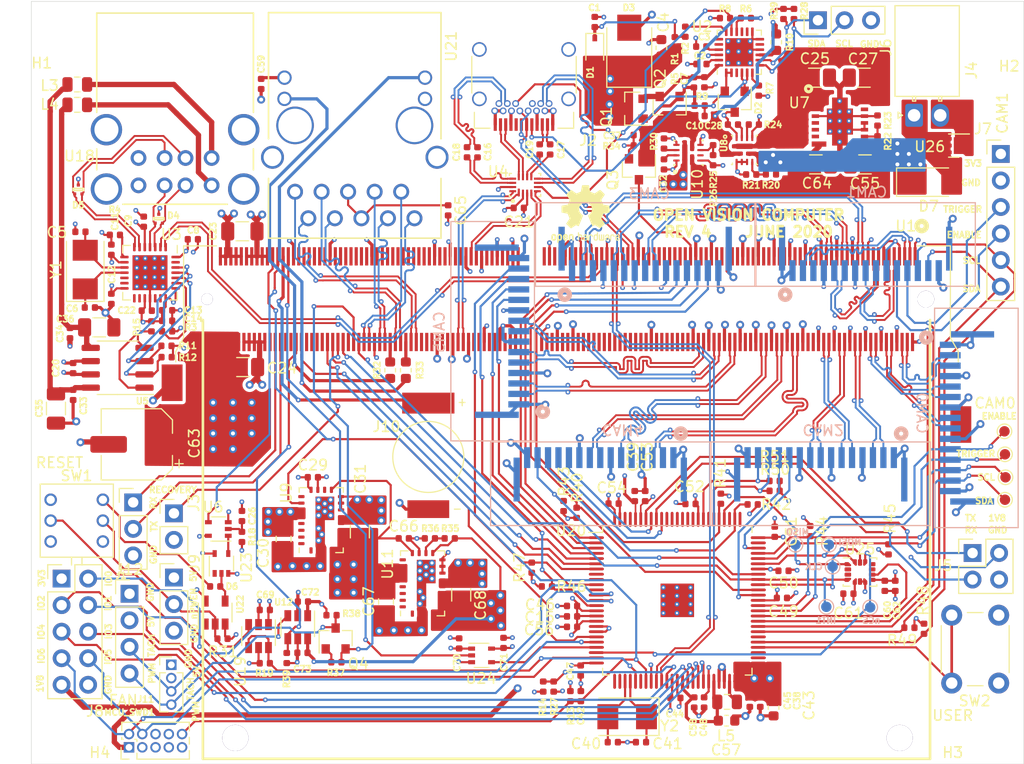
<source format=kicad_pcb>
(kicad_pcb (version 20200614) (host pcbnew "5.99.0-unknown-ad69e44~101~ubuntu18.04.1")
  (layers (0 "F.Cu" signal) (1 "In1.Cu" signal hide) (2 "In2.Cu" signal hide) (3 "In3.Cu" signal hide) (4 "In4.Cu" signal hide) (31 "B.Cu" signal) (34 "B.Paste" user) (35 "F.Paste" user) (36 "B.SilkS" user) (37 "F.SilkS" user) (38 "B.Mask" user) (39 "F.Mask" user) (44 "Edge.Cuts" user))
  (net 0 "")
  (net 1 "Net-(U1-Pad240)")
  (net 2 "Net-(U1-Pad229)")
  (net 3 "Net-(U1-Pad227)")
  (net 4 "Net-(U1-Pad226)")
  (net 5 "Net-(U1-Pad225)")
  (net 6 "Net-(U1-Pad224)")
  (net 7 "Net-(U1-Pad223)")
  (net 8 "Net-(U1-Pad222)")
  (net 9 "Net-(U1-Pad221)")
  (net 10 "Net-(U1-Pad220)")
  (net 11 "Net-(U1-Pad219)")
  (net 12 "Net-(U1-Pad215)")
  (net 13 "Net-(U1-Pad213)")
  (net 14 "Net-(U1-Pad210)")
  (net 15 "Net-(U1-Pad209)")
  (net 16 "Net-(U1-Pad207)")
  (net 17 "Net-(U1-Pad199)")
  (net 18 "Net-(U1-Pad197)")
  (net 19 "Net-(U1-Pad195)")
  (net 20 "Net-(U1-Pad193)")
  (net 21 "Net-(U1-Pad187)")
  (net 22 "Net-(U1-Pad185)")
  (net 23 "Net-(U1-Pad178)")
  (net 24 "Net-(U1-Pad145)")
  (net 25 "Net-(U1-Pad143)")
  (net 26 "Net-(U1-Pad130)")
  (net 27 "Net-(U1-Pad128)")
  (net 28 "Net-(U1-Pad127)")
  (net 29 "Net-(U1-Pad126)")
  (net 30 "Net-(U1-Pad124)")
  (net 31 "Net-(U1-Pad122)")
  (net 32 "Net-(U1-Pad120)")
  (net 33 "Net-(U1-Pad118)")
  (net 34 "Net-(U1-Pad116)")
  (net 35 "Net-(U1-Pad114)")
  (net 36 "Net-(U1-Pad112)")
  (net 37 "Net-(U1-Pad110)")
  (net 38 "Net-(U1-Pad108)")
  (net 39 "Net-(U1-Pad106)")
  (net 40 "Net-(U1-Pad105)")
  (net 41 "Net-(U1-Pad104)")
  (net 42 "Net-(U1-Pad103)")
  (net 43 "Net-(U1-Pad101)")
  (net 44 "Net-(U1-Pad100)")
  (net 45 "Net-(U1-Pad99)")
  (net 46 "Net-(U1-Pad98)")
  (net 47 "Net-(U1-Pad97)")
  (net 48 "Net-(U1-Pad96)")
  (net 49 "Net-(U1-Pad94)")
  (net 50 "Net-(U1-Pad92)")
  (net 51 "Net-(U1-Pad90)")
  (net 52 "Net-(U1-Pad88)")
  (net 53 "Net-(U1-Pad83)")
  (net 54 "Net-(U1-Pad81)")
  (net 55 "Net-(U1-Pad77)")
  (net 56 "Net-(U1-Pad75)")
  (net 57 "Net-(U1-Pad71)")
  (net 58 "Net-(U1-Pad69)")
  (net 59 "Net-(U1-Pad66)")
  (net 60 "Net-(U1-Pad65)")
  (net 61 "Net-(U1-Pad64)")
  (net 62 "Net-(U1-Pad63)")
  (net 63 "Net-(U1-Pad59)")
  (net 64 "Net-(U1-Pad57)")
  (net 65 "Net-(U1-Pad53)")
  (net 66 "Net-(U1-Pad51)")
  (net 67 "Net-(U1-Pad47)")
  (net 68 "Net-(U1-Pad45)")
  (net 69 "Net-(U1-Pad42)")
  (net 70 "Net-(U1-Pad41)")
  (net 71 "Net-(U1-Pad40)")
  (net 72 "Net-(U1-Pad39)")
  (net 73 "Net-(C1-Pad1)")
  (net 74 "/USB/2V7")
  (net 75 "/USB/1V2")
  (net 76 "/USB/CONN_VBUS")
  (net 77 "Net-(C5-Pad2)")
  (net 78 "Net-(C6-Pad1)")
  (net 79 "Net-(C7-Pad1)")
  (net 80 "+3V3")
  (net 81 "Net-(C10-Pad2)")
  (net 82 "VBUS")
  (net 83 "/USB/CONN_TX2-")
  (net 84 "/USB/T2-")
  (net 85 "/USB/CONN_TX1-")
  (net 86 "/USB/T1-")
  (net 87 "/USB/CONN_TX2+")
  (net 88 "/USB/T2+")
  (net 89 "/USB/CONN_TX1+")
  (net 90 "/USB/T1+")
  (net 91 "+5V")
  (net 92 "/Power/VREG_IN")
  (net 93 "Net-(C28-Pad1)")
  (net 94 "Net-(C32-Pad1)")
  (net 95 "/USB/VCC_USER0USB")
  (net 96 "/USB/VCC_USER1USB")
  (net 97 "Net-(C40-Pad2)")
  (net 98 "Net-(C41-Pad2)")
  (net 99 "NX_MCU_nRST")
  (net 100 "+1V8")
  (net 101 "Net-(C57-Pad1)")
  (net 102 "/Power/VREG_5V")
  (net 103 "Net-(C65-Pad1)")
  (net 104 "/USB/CONN_CC2")
  (net 105 "/USB/CONN_CC1")
  (net 106 "/USB/USB2_USER0_D_P")
  (net 107 "/USB/USB2_USER0_D_N")
  (net 108 "/USB/USB2_USER1_D_P")
  (net 109 "/USB/USB2_USER1_D_N")
  (net 110 "/USB/CONN_RX1+")
  (net 111 "/USB/CONN_RX1-")
  (net 112 "/USB/CONN_SBU2")
  (net 113 "/USB/USB0_D_N")
  (net 114 "/USB/USB0_D_P")
  (net 115 "/USB/CONN_RX2+")
  (net 116 "/USB/CONN_SBU1")
  (net 117 "/USB/CONN_RX2-")
  (net 118 "/Power/nFORCE_RECOVERY")
  (net 119 "/USB/VBUS_USER0")
  (net 120 "/USB/VBUS_USER1")
  (net 121 "Net-(L5-Pad1)")
  (net 122 "/USB/GATES")
  (net 123 "/Interfaces/USB0_VBUS")
  (net 124 "Net-(R2-Pad2)")
  (net 125 "Net-(R3-Pad1)")
  (net 126 "Net-(R4-Pad1)")
  (net 127 "Net-(R6-Pad2)")
  (net 128 "/USB/RESET")
  (net 129 "/USB/ABSIDE")
  (net 130 "/USB/DISCH")
  (net 131 "/USB/HUB_nOVR1")
  (net 132 "Net-(R14-Pad2)")
  (net 133 "/USB/HUB_nPWR")
  (net 134 "MCU_nPWEN")
  (net 135 "/Power/PR1")
  (net 136 "/Power/VAUX")
  (net 137 "Net-(R22-Pad2)")
  (net 138 "Net-(R24-Pad1)")
  (net 139 "/Power/OV1")
  (net 140 "USB_SCL")
  (net 141 "USB_SDA")
  (net 142 "Net-(R30-Pad1)")
  (net 143 "RST_BUTTON")
  (net 144 "GBE_LED_ACT")
  (net 145 "Net-(R32-Pad1)")
  (net 146 "GBE_LED_LINK")
  (net 147 "Net-(R33-Pad1)")
  (net 148 "/MCU/IMU_MISO")
  (net 149 "/MCU/IMU_MOSI")
  (net 150 "/MCU/IMU_CS")
  (net 151 "/Power/POWER_EN")
  (net 152 "nSHUTDOWN_REQ")
  (net 153 "GBE_MDI3_P")
  (net 154 "GBE_MDI3_N")
  (net 155 "GBE_MDI2_P")
  (net 156 "GBE_MDI2_N")
  (net 157 "GBE_MDI1_P")
  (net 158 "GBE_MDI1_N")
  (net 159 "GBE_MDI0_P")
  (net 160 "GBE_MDI0_N")
  (net 161 "/USB/USBSS_TX_P")
  (net 162 "/USB/USBSS_TX_N")
  (net 163 "/USB/USBSS_RX_P")
  (net 164 "/USB/USBSS_RX_N")
  (net 165 "/USB/USB2_D_P")
  (net 166 "/USB/USB2_D_N")
  (net 167 "CAM5_DAT1+")
  (net 168 "CAM5_DAT1-")
  (net 169 "CAM5_CLK+")
  (net 170 "CAM5_CLK-")
  (net 171 "CAM5_DAT0+")
  (net 172 "CAM5_DAT0-")
  (net 173 "CAM4_DAT1+")
  (net 174 "CAM4_DAT1-")
  (net 175 "CAM4_CLK+")
  (net 176 "CAM4_CLK-")
  (net 177 "CAM4_DAT0+")
  (net 178 "CAM4_DAT0-")
  (net 179 "CAM2_DAT1+")
  (net 180 "CAM3_DAT1+")
  (net 181 "CAM2_DAT1-")
  (net 182 "CAM3_DAT1-")
  (net 183 "CAM2_CLK+")
  (net 184 "CAM2_CLK-")
  (net 185 "CAM2_DAT0+")
  (net 186 "CAM3_DAT0+")
  (net 187 "CAM2_DAT0-")
  (net 188 "CAM3_DAT0-")
  (net 189 "CAM0_DAT1+")
  (net 190 "CAM1_DAT1+")
  (net 191 "CAM0_DAT1-")
  (net 192 "CAM1_DAT1-")
  (net 193 "CAM0_CLK+")
  (net 194 "CAM1_CLK+")
  (net 195 "CAM0_CLK-")
  (net 196 "CAM1_CLK-")
  (net 197 "CAM0_DAT0+")
  (net 198 "CAM1_DAT0+")
  (net 199 "CAM0_DAT0-")
  (net 200 "CAM1_DAT0-")
  (net 201 "Net-(U2-Pad20)")
  (net 202 "Net-(U2-Pad19)")
  (net 203 "Net-(U2-Pad15)")
  (net 204 "Net-(U2-Pad14)")
  (net 205 "Net-(U2-Pad11)")
  (net 206 "Net-(U2-Pad3)")
  (net 207 "Net-(U3-Pad27)")
  (net 208 "Net-(U3-Pad20)")
  (net 209 "Net-(U3-Pad19)")
  (net 210 "Net-(U3-Pad16)")
  (net 211 "Net-(U3-Pad15)")
  (net 212 "Net-(U3-Pad13)")
  (net 213 "Net-(U3-Pad12)")
  (net 214 "Net-(U7-Pad13)")
  (net 215 "Net-(U7-Pad4)")
  (net 216 "Net-(U7-Pad5)")
  (net 217 "Net-(U7-Pad6)")
  (net 218 "Net-(U9-Pad1)")
  (net 219 "Net-(U9-Pad22)")
  (net 220 "Net-(U9-Pad14)")
  (net 221 "Net-(U9-Pad17)")
  (net 222 "Net-(U9-Pad21)")
  (net 223 "Net-(U9-Pad23)")
  (net 224 "Net-(U9-Pad24)")
  (net 225 "Net-(U10-Pad4)")
  (net 226 "Net-(U11-Pad1)")
  (net 227 "Net-(U11-Pad22)")
  (net 228 "Net-(U11-Pad17)")
  (net 229 "Net-(U11-Pad21)")
  (net 230 "Net-(U11-Pad23)")
  (net 231 "Net-(U11-Pad24)")
  (net 232 "CAM0_ENABLE")
  (net 233 "CAM0_TRIGGER")
  (net 234 "CAM0_SCL_1V8")
  (net 235 "CAM0_SDA_1V8")
  (net 236 "CAM2_ENABLE")
  (net 237 "CAM2_TRIGGER")
  (net 238 "CAM2_SCL_1V8")
  (net 239 "CAM2_SDA_1V8")
  (net 240 "CAM1_ENABLE")
  (net 241 "CAM1_TRIGGER")
  (net 242 "CAM1_SCL_1V8")
  (net 243 "CAM1_SDA_1V8")
  (net 244 "CAM3_CLK-")
  (net 245 "CAM3_CLK+")
  (net 246 "CAM3_ENABLE")
  (net 247 "CAM3_TRIGGER")
  (net 248 "CAM3_SCL_1V8")
  (net 249 "CAM3_SDA_1V8")
  (net 250 "CAM4_ENABLE")
  (net 251 "CAM4_TRIGGER")
  (net 252 "CAM4_SCL_1V8")
  (net 253 "CAM4_SDA_1V8")
  (net 254 "CAM5_ENABLE")
  (net 255 "CAM5_TRIGGER")
  (net 256 "CAM5_SCL_1V8")
  (net 257 "CAM5_SDA_1V8")
  (net 258 "IMU_INT1")
  (net 259 "/MCU/IMU_FSYNC")
  (net 260 "Net-(U20-Pad98)")
  (net 261 "Net-(U20-Pad97)")
  (net 262 "FRAME_TRIGGER")
  (net 263 "NX_MCU_BOOT")
  (net 264 "NX_MCU_GPIO")
  (net 265 "Net-(U20-Pad74)")
  (net 266 "Net-(U20-Pad56)")
  (net 267 "Net-(U20-Pad53)")
  (net 268 "Net-(U20-Pad52)")
  (net 269 "Net-(U20-Pad27)")
  (net 270 "/Power/MCU_nPWEN_5V")
  (net 271 "nSYS_RESET")
  (net 272 "DEBUG_UART_RXD")
  (net 273 "DEBUG_UART_TXD")
  (net 274 "/Power/NX_nSHUTDOWN_REQ")
  (net 275 "/Power/CTRL_PWEN")
  (net 276 "Net-(U20-Pad90)")
  (net 277 "Net-(U20-Pad86)")
  (net 278 "/Power/nPWEN_LATCH")
  (net 279 "Net-(U23-Pad1)")
  (net 280 "Net-(U25-Pad11)")
  (net 281 "Net-(U25-Pad10)")
  (net 282 "Net-(U25-Pad3)")
  (net 283 "Net-(U25-Pad2)")
  (net 284 "/USB/HUB_nOVR0")
  (net 285 "Net-(U1-Pad234)")
  (net 286 "Net-(U1-Pad232)")
  (net 287 "/MCU/IMU_CLK")
  (net 288 "Net-(U1-Pad95)")
  (net 289 "Net-(U1-Pad93)")
  (net 290 "Net-(U1-Pad91)")
  (net 291 "Net-(U1-Pad89)")
  (net 292 "Net-(U20-Pad78)")
  (net 293 "MCU_USB1_D_P")
  (net 294 "MCU_USB1_D_N")
  (net 295 "Net-(U20-Pad76)")
  (net 296 "Net-(U20-Pad11)")
  (net 297 "Net-(U1-Pad211)")
  (net 298 "Net-(U20-Pad89)")
  (net 299 "Net-(U20-Pad88)")
  (net 300 "Net-(U20-Pad87)")
  (net 301 "Net-(U20-Pad26)")
  (net 302 "Net-(U20-Pad31)")
  (net 303 "Net-(U20-Pad8)")
  (net 304 "Net-(U20-Pad9)")
  (net 305 "Net-(U1-Pad191)")
  (net 306 "Net-(U1-Pad189)")
  (net 307 "Net-(R35-Pad2)")
  (net 308 "Net-(D6-Pad1)")
  (net 309 "Net-(SW1-Pad4)")
  (net 310 "Net-(SW1-Pad3)")
  (net 311 "/MCU/MCU_GPIO_BUTTON")
  (net 312 "/MCU/ISP_USART_TXD")
  (net 313 "/MCU/ISP_USART_RXD")
  (net 314 "Net-(U1-Pad205)")
  (net 315 "Net-(U1-Pad203)")
  (net 316 "/MCU/SWDCLK/MCU_GPIO5/FC6")
  (net 317 "/MCU/SWDIO/MCU_GPIO6/FC6")
  (net 318 "/MCU/MCU_GPIO3/FC6")
  (net 319 "/MCU/MCU_GPIO2")
  (net 320 "/MCU/MCU_GPIO1")
  (net 321 "/MCU/MCU_GPIO0")
  (net 322 "/MCU/MCU_GPIO4/FC6")
  (net 323 "/Power/BATT")
  (net 324 "/Power/AUX_PWR")
  (net 325 "Net-(C26-Pad1)")
  (net 326 "Net-(MCU_SWD1-Pad8)")
  (net 327 "Net-(MCU_SWD1-Pad7)")
  (net 328 "Net-(MCU_SWD1-Pad6)")
  (net 329 "/Interfaces/FAN_PWM_5V")
  (net 330 "/Interfaces/FAN_TACH_5V")
  (net 331 "/Interfaces/FAN_PWM")
  (net 332 "/Interfaces/FAN_TACH")
  (net 333 "GND")
  (net 334 "Net-(U20-Pad85)")
  (net 335 "Net-(U20-Pad82)")
  (module "Inductor_SMD:L_0805_2012Metric" (layer "F.Cu") (at 98.6 95.05 180)
    (fp_text reference "L5" (at 0.1 -3.25 180) (layer "F.SilkS"))
    (fp_text value "4u7")
    (pad "2" smd roundrect (at 0.9375 0 180) (size 0.975 1.4) (layers "F.Cu" "F.Paste" "F.Mask") (net 101 "Net-(C57-Pad1)"))
    (pad "1" smd roundrect (at -0.9375 0 180) (size 0.975 1.4) (layers "F.Cu" "F.Paste" "F.Mask") (net 121 "Net-(L5-Pad1)"))
  )
  (module "Inductor_SMD:L_0805_2012Metric" (layer "F.Cu") (at 36.4 37.9)
    (fp_text reference "L4" (at -2.65 -0.05) (layer "F.SilkS"))
    (fp_text value "4u7")
    (pad "2" smd roundrect (at 0.9375 0) (size 0.975 1.4) (layers "F.Cu" "F.Paste" "F.Mask") (net 119 "/USB/VBUS_USER0"))
    (pad "1" smd roundrect (at -0.9375 0) (size 0.975 1.4) (layers "F.Cu" "F.Paste" "F.Mask") (net 95 "/USB/VCC_USER0USB"))
  )
  (module "Inductor_SMD:L_0805_2012Metric" (layer "F.Cu") (at 36.4 35.95)
    (fp_text reference "L3" (at -2.65 0.1) (layer "F.SilkS"))
    (fp_text value "4u7")
    (pad "2" smd roundrect (at 0.9375 0) (size 0.975 1.4) (layers "F.Cu" "F.Paste" "F.Mask") (net 120 "/USB/VBUS_USER1"))
    (pad "1" smd roundrect (at -0.9375 0) (size 0.975 1.4) (layers "F.Cu" "F.Paste" "F.Mask") (net 96 "/USB/VCC_USER1USB"))
  )
  (module "Symbol:OSHW-Logo2_7.3x6mm_SilkScreen" (layer "F.Cu") (at 85.05 48.35)
    (fp_text reference "LOGO1" hide)
    (fp_text value "Logo_Open_Hardware_Large" hide)
  )
  (module "Connectors_OSRF:TE_2309413-1" (layer "F.Cu") (at 79.725 56.5)
    (fp_text reference "U1" (at 35.975 -7 unlocked) (layer "F.SilkS"))
    (fp_text value "Jetson_Nano")
    (pad "265" thru_hole circle (at 35.4 42) (size 2.5 2.5) (drill 2.5) (layers *.Cu *.Mask))
    (pad "265" thru_hole circle (at -28.2 42) (size 2.5 2.5) (drill 2.5) (layers *.Cu *.Mask))
    (pad "262" smd rect (at 41.25 12) (size 2 3.5) (layers "F.Cu" "F.Paste" "F.Mask") (net 333 "GND"))
    (pad "261" smd rect (at -34.25 8) (size 2 3.5) (layers "F.Cu" "F.Paste" "F.Mask") (net 333 "GND"))
    (pad "260" smd rect (at -29.875 4.1) (size 0.3 1.75) (layers "F.Cu" "F.Paste" "F.Mask") (net 91 "+5V"))
    (pad "259" smd rect (at -29.625 -4.1) (size 0.3 1.75) (layers "F.Cu" "F.Paste" "F.Mask") (net 91 "+5V"))
    (pad "258" smd rect (at -29.375 4.1) (size 0.3 1.75) (layers "F.Cu" "F.Paste" "F.Mask") (net 91 "+5V"))
    (pad "257" smd rect (at -29.125 -4.1) (size 0.3 1.75) (layers "F.Cu" "F.Paste" "F.Mask") (net 91 "+5V"))
    (pad "256" smd rect (at -28.875 4.1) (size 0.3 1.75) (layers "F.Cu" "F.Paste" "F.Mask") (net 91 "+5V"))
    (pad "255" smd rect (at -28.625 -4.1) (size 0.3 1.75) (layers "F.Cu" "F.Paste" "F.Mask") (net 91 "+5V"))
    (pad "254" smd rect (at -28.375 4.1) (size 0.3 1.75) (layers "F.Cu" "F.Paste" "F.Mask") (net 91 "+5V"))
    (pad "253" smd rect (at -28.125 -4.1) (size 0.3 1.75) (layers "F.Cu" "F.Paste" "F.Mask") (net 91 "+5V"))
    (pad "252" smd rect (at -27.875 4.1) (size 0.3 1.75) (layers "F.Cu" "F.Paste" "F.Mask") (net 91 "+5V"))
    (pad "251" smd rect (at -27.625 -4.1) (size 0.3 1.75) (layers "F.Cu" "F.Paste" "F.Mask") (net 91 "+5V"))
    (pad "250" smd rect (at -27.375 4.1) (size 0.3 1.75) (layers "F.Cu" "F.Paste" "F.Mask") (net 333 "GND"))
    (pad "249" smd rect (at -27.125 -4.1) (size 0.3 1.75) (layers "F.Cu" "F.Paste" "F.Mask") (net 333 "GND"))
    (pad "248" smd rect (at -26.875 4.1) (size 0.3 1.75) (layers "F.Cu" "F.Paste" "F.Mask") (net 333 "GND"))
    (pad "247" smd rect (at -26.625 -4.1) (size 0.3 1.75) (layers "F.Cu" "F.Paste" "F.Mask") (net 333 "GND"))
    (pad "246" smd rect (at -26.375 4.1) (size 0.3 1.75) (layers "F.Cu" "F.Paste" "F.Mask") (net 333 "GND"))
    (pad "245" smd rect (at -26.125 -4.1) (size 0.3 1.75) (layers "F.Cu" "F.Paste" "F.Mask") (net 333 "GND"))
    (pad "244" smd rect (at -25.875 4.1) (size 0.3 1.75) (layers "F.Cu" "F.Paste" "F.Mask") (net 333 "GND"))
    (pad "243" smd rect (at -25.625 -4.1) (size 0.3 1.75) (layers "F.Cu" "F.Paste" "F.Mask") (net 333 "GND"))
    (pad "242" smd rect (at -25.375 4.1) (size 0.3 1.75) (layers "F.Cu" "F.Paste" "F.Mask") (net 333 "GND"))
    (pad "241" smd rect (at -25.125 -4.1) (size 0.3 1.75) (layers "F.Cu" "F.Paste" "F.Mask") (net 333 "GND"))
    (pad "240" smd rect (at -24.875 4.1) (size 0.3 1.75) (layers "F.Cu" "F.Paste" "F.Mask") (net 1 "Net-(U1-Pad240)"))
    (pad "239" smd rect (at -24.625 -4.1) (size 0.3 1.75) (layers "F.Cu" "F.Paste" "F.Mask") (net 271 "nSYS_RESET"))
    (pad "238" smd rect (at -24.375 4.1) (size 0.3 1.75) (layers "F.Cu" "F.Paste" "F.Mask") (net 272 "DEBUG_UART_RXD"))
    (pad "237" smd rect (at -24.125 -4.1) (size 0.3 1.75) (layers "F.Cu" "F.Paste" "F.Mask") (net 151 "/Power/POWER_EN"))
    (pad "236" smd rect (at -23.875 4.1) (size 0.3 1.75) (layers "F.Cu" "F.Paste" "F.Mask") (net 273 "DEBUG_UART_TXD"))
    (pad "235" smd rect (at -23.625 -4.1) (size 0.3 1.75) (layers "F.Cu" "F.Paste" "F.Mask") (net 323 "/Power/BATT"))
    (pad "234" smd rect (at -23.375 4.1) (size 0.3 1.75) (layers "F.Cu" "F.Paste" "F.Mask") (net 285 "Net-(U1-Pad234)"))
    (pad "233" smd rect (at -23.125 -4.1) (size 0.3 1.75) (layers "F.Cu" "F.Paste" "F.Mask") (net 274 "/Power/NX_nSHUTDOWN_REQ"))
    (pad "232" smd rect (at -22.875 4.1) (size 0.3 1.75) (layers "F.Cu" "F.Paste" "F.Mask") (net 286 "Net-(U1-Pad232)"))
    (pad "231" smd rect (at -22.625 -4.1) (size 0.3 1.75) (layers "F.Cu" "F.Paste" "F.Mask") (net 333 "GND"))
    (pad "230" smd rect (at -22.375 4.1) (size 0.3 1.75) (layers "F.Cu" "F.Paste" "F.Mask") (net 331 "/Interfaces/FAN_PWM"))
    (pad "229" smd rect (at -22.125 -4.1) (size 0.3 1.75) (layers "F.Cu" "F.Paste" "F.Mask") (net 2 "Net-(U1-Pad229)"))
    (pad "228" smd rect (at -21.875 4.1) (size 0.3 1.75) (layers "F.Cu" "F.Paste" "F.Mask") (net 263 "NX_MCU_BOOT"))
    (pad "227" smd rect (at -21.625 -4.1) (size 0.3 1.75) (layers "F.Cu" "F.Paste" "F.Mask") (net 3 "Net-(U1-Pad227)"))
    (pad "226" smd rect (at -21.375 4.1) (size 0.3 1.75) (layers "F.Cu" "F.Paste" "F.Mask") (net 4 "Net-(U1-Pad226)"))
    (pad "225" smd rect (at -21.125 -4.1) (size 0.3 1.75) (layers "F.Cu" "F.Paste" "F.Mask") (net 5 "Net-(U1-Pad225)"))
    (pad "224" smd rect (at -20.875 4.1) (size 0.3 1.75) (layers "F.Cu" "F.Paste" "F.Mask") (net 6 "Net-(U1-Pad224)"))
    (pad "223" smd rect (at -20.625 -4.1) (size 0.3 1.75) (layers "F.Cu" "F.Paste" "F.Mask") (net 7 "Net-(U1-Pad223)"))
    (pad "222" smd rect (at -20.375 4.1) (size 0.3 1.75) (layers "F.Cu" "F.Paste" "F.Mask") (net 8 "Net-(U1-Pad222)"))
    (pad "221" smd rect (at -20.125 -4.1) (size 0.3 1.75) (layers "F.Cu" "F.Paste" "F.Mask") (net 9 "Net-(U1-Pad221)"))
    (pad "220" smd rect (at -19.875 4.1) (size 0.3 1.75) (layers "F.Cu" "F.Paste" "F.Mask") (net 10 "Net-(U1-Pad220)"))
    (pad "219" smd rect (at -19.625 -4.1) (size 0.3 1.75) (layers "F.Cu" "F.Paste" "F.Mask") (net 11 "Net-(U1-Pad219)"))
    (pad "218" smd rect (at -19.375 4.1) (size 0.3 1.75) (layers "F.Cu" "F.Paste" "F.Mask") (net 99 "NX_MCU_nRST"))
    (pad "217" smd rect (at -19.125 -4.1) (size 0.3 1.75) (layers "F.Cu" "F.Paste" "F.Mask") (net 333 "GND"))
    (pad "216" smd rect (at -18.875 4.1) (size 0.3 1.75) (layers "F.Cu" "F.Paste" "F.Mask") (net 264 "NX_MCU_GPIO"))
    (pad "215" smd rect (at -18.625 -4.1) (size 0.3 1.75) (layers "F.Cu" "F.Paste" "F.Mask") (net 12 "Net-(U1-Pad215)"))
    (pad "214" smd rect (at -18.375 4.1) (size 0.3 1.75) (layers "F.Cu" "F.Paste" "F.Mask") (net 118 "/Power/nFORCE_RECOVERY"))
    (pad "213" smd rect (at -18.125 -4.1) (size 0.3 1.75) (layers "F.Cu" "F.Paste" "F.Mask") (net 13 "Net-(U1-Pad213)"))
    (pad "212" smd rect (at -17.875 4.1) (size 0.3 1.75) (layers "F.Cu" "F.Paste" "F.Mask") (net 262 "FRAME_TRIGGER"))
    (pad "211" smd rect (at -17.625 -4.1) (size 0.3 1.75) (layers "F.Cu" "F.Paste" "F.Mask") (net 297 "Net-(U1-Pad211)"))
    (pad "210" smd rect (at -17.375 4.1) (size 0.3 1.75) (layers "F.Cu" "F.Paste" "F.Mask") (net 14 "Net-(U1-Pad210)"))
    (pad "209" smd rect (at -17.125 -4.1) (size 0.3 1.75) (layers "F.Cu" "F.Paste" "F.Mask") (net 15 "Net-(U1-Pad209)"))
    (pad "208" smd rect (at -16.875 4.1) (size 0.3 1.75) (layers "F.Cu" "F.Paste" "F.Mask") (net 332 "/Interfaces/FAN_TACH"))
    (pad "207" smd rect (at -16.625 -4.1) (size 0.3 1.75) (layers "F.Cu" "F.Paste" "F.Mask") (net 16 "Net-(U1-Pad207)"))
    (pad "206" smd rect (at -16.375 4.1) (size 0.3 1.75) (layers "F.Cu" "F.Paste" "F.Mask") (net 258 "IMU_INT1"))
    (pad "205" smd rect (at -16.125 -4.1) (size 0.3 1.75) (layers "F.Cu" "F.Paste" "F.Mask") (net 314 "Net-(U1-Pad205)"))
    (pad "204" smd rect (at -15.875 4.1) (size 0.3 1.75) (layers "F.Cu" "F.Paste" "F.Mask") (net 153 "GBE_MDI3_P"))
    (pad "203" smd rect (at -15.625 -4.1) (size 0.3 1.75) (layers "F.Cu" "F.Paste" "F.Mask") (net 315 "Net-(U1-Pad203)"))
    (pad "202" smd rect (at -15.375 4.1) (size 0.3 1.75) (layers "F.Cu" "F.Paste" "F.Mask") (net 154 "GBE_MDI3_N"))
    (pad "201" smd rect (at -15.125 -4.1) (size 0.3 1.75) (layers "F.Cu" "F.Paste" "F.Mask") (net 333 "GND"))
    (pad "200" smd rect (at -14.875 4.1) (size 0.3 1.75) (layers "F.Cu" "F.Paste" "F.Mask") (net 333 "GND"))
    (pad "199" smd rect (at -14.625 -4.1) (size 0.3 1.75) (layers "F.Cu" "F.Paste" "F.Mask") (net 17 "Net-(U1-Pad199)"))
    (pad "198" smd rect (at -14.375 4.1) (size 0.3 1.75) (layers "F.Cu" "F.Paste" "F.Mask") (net 155 "GBE_MDI2_P"))
    (pad "197" smd rect (at -14.125 -4.1) (size 0.3 1.75) (layers "F.Cu" "F.Paste" "F.Mask") (net 18 "Net-(U1-Pad197)"))
    (pad "196" smd rect (at -13.875 4.1) (size 0.3 1.75) (layers "F.Cu" "F.Paste" "F.Mask") (net 156 "GBE_MDI2_N"))
    (pad "195" smd rect (at -13.625 -4.1) (size 0.3 1.75) (layers "F.Cu" "F.Paste" "F.Mask") (net 19 "Net-(U1-Pad195)"))
    (pad "194" smd rect (at -13.375 4.1) (size 0.3 1.75) (layers "F.Cu" "F.Paste" "F.Mask") (net 144 "GBE_LED_ACT"))
    (pad "193" smd rect (at -13.125 -4.1) (size 0.3 1.75) (layers "F.Cu" "F.Paste" "F.Mask") (net 20 "Net-(U1-Pad193)"))
    (pad "192" smd rect (at -12.875 4.1) (size 0.3 1.75) (layers "F.Cu" "F.Paste" "F.Mask") (net 157 "GBE_MDI1_P"))
    (pad "191" smd rect (at -12.625 -4.1) (size 0.3 1.75) (layers "F.Cu" "F.Paste" "F.Mask") (net 305 "Net-(U1-Pad191)"))
    (pad "190" smd rect (at -12.375 4.1) (size 0.3 1.75) (layers "F.Cu" "F.Paste" "F.Mask") (net 158 "GBE_MDI1_N"))
    (pad "189" smd rect (at -12.125 -4.1) (size 0.3 1.75) (layers "F.Cu" "F.Paste" "F.Mask") (net 306 "Net-(U1-Pad189)"))
    (pad "188" smd rect (at -11.875 4.1) (size 0.3 1.75) (layers "F.Cu" "F.Paste" "F.Mask") (net 146 "GBE_LED_LINK"))
    (pad "187" smd rect (at -11.625 -4.1) (size 0.3 1.75) (layers "F.Cu" "F.Paste" "F.Mask") (net 21 "Net-(U1-Pad187)"))
    (pad "186" smd rect (at -11.375 4.1) (size 0.3 1.75) (layers "F.Cu" "F.Paste" "F.Mask") (net 159 "GBE_MDI0_P"))
    (pad "185" smd rect (at -11.125 -4.1) (size 0.3 1.75) (layers "F.Cu" "F.Paste" "F.Mask") (net 22 "Net-(U1-Pad185)"))
    (pad "184" smd rect (at -10.875 4.1) (size 0.3 1.75) (layers "F.Cu" "F.Paste" "F.Mask") (net 160 "GBE_MDI0_N"))
    (pad "183" smd rect (at -10.625 -4.1) (size 0.3 1.75) (layers "F.Cu" "F.Paste" "F.Mask"))
    (pad "182" smd rect (at -10.375 4.1) (size 0.3 1.75) (layers "F.Cu" "F.Paste" "F.Mask"))
    (pad "181" smd rect (at -10.125 -4.1) (size 0.3 1.75) (layers "F.Cu" "F.Paste" "F.Mask"))
    (pad "180" smd rect (at -9.875 4.1) (size 0.3 1.75) (layers "F.Cu" "F.Paste" "F.Mask"))
    (pad "179" smd rect (at -9.625 -4.1) (size 0.3 1.75) (layers "F.Cu" "F.Paste" "F.Mask"))
    (pad "178" smd rect (at -9.375 4.1) (size 0.3 1.75) (layers "F.Cu" "F.Paste" "F.Mask") (net 23 "Net-(U1-Pad178)"))
    (pad "177" smd rect (at -9.125 -4.1) (size 0.3 1.75) (layers "F.Cu" "F.Paste" "F.Mask") (net 333 "GND"))
    (pad "176" smd rect (at -8.875 4.1) (size 0.3 1.75) (layers "F.Cu" "F.Paste" "F.Mask") (net 333 "GND"))
    (pad "175" smd rect (at -8.625 -4.1) (size 0.3 1.75) (layers "F.Cu" "F.Paste" "F.Mask"))
    (pad "174" smd rect (at -8.375 4.1) (size 0.3 1.75) (layers "F.Cu" "F.Paste" "F.Mask"))
    (pad "173" smd rect (at -8.125 -4.1) (size 0.3 1.75) (layers "F.Cu" "F.Paste" "F.Mask"))
    (pad "172" smd rect (at -7.875 4.1) (size 0.3 1.75) (layers "F.Cu" "F.Paste" "F.Mask"))
    (pad "171" smd rect (at -7.625 -4.1) (size 0.3 1.75) (layers "F.Cu" "F.Paste" "F.Mask") (net 333 "GND"))
    (pad "170" smd rect (at -7.375 4.1) (size 0.3 1.75) (layers "F.Cu" "F.Paste" "F.Mask") (net 333 "GND"))
    (pad "169" smd rect (at -7.125 -4.1) (size 0.3 1.75) (layers "F.Cu" "F.Paste" "F.Mask"))
    (pad "168" smd rect (at -6.875 4.1) (size 0.3 1.75) (layers "F.Cu" "F.Paste" "F.Mask") (net 162 "/USB/USBSS_TX_N"))
    (pad "167" smd rect (at -6.625 -4.1) (size 0.3 1.75) (layers "F.Cu" "F.Paste" "F.Mask"))
    (pad "166" smd rect (at -6.375 4.1) (size 0.3 1.75) (layers "F.Cu" "F.Paste" "F.Mask") (net 161 "/USB/USBSS_TX_P"))
    (pad "165" smd rect (at -6.125 -4.1) (size 0.3 1.75) (layers "F.Cu" "F.Paste" "F.Mask") (net 333 "GND"))
    (pad "164" smd rect (at -5.875 4.1) (size 0.3 1.75) (layers "F.Cu" "F.Paste" "F.Mask") (net 333 "GND"))
    (pad "163" smd rect (at -5.625 -4.1) (size 0.3 1.75) (layers "F.Cu" "F.Paste" "F.Mask") (net 163 "/USB/USBSS_RX_P"))
    (pad "162" smd rect (at -5.375 4.1) (size 0.3 1.75) (layers "F.Cu" "F.Paste" "F.Mask"))
    (pad "161" smd rect (at -5.125 -4.1) (size 0.3 1.75) (layers "F.Cu" "F.Paste" "F.Mask") (net 164 "/USB/USBSS_RX_N"))
    (pad "160" smd rect (at -4.875 4.1) (size 0.3 1.75) (layers "F.Cu" "F.Paste" "F.Mask"))
    (pad "159" smd rect (at -4.625 -4.1) (size 0.3 1.75) (layers "F.Cu" "F.Paste" "F.Mask") (net 333 "GND"))
    (pad "158" smd rect (at -4.375 4.1) (size 0.3 1.75) (layers "F.Cu" "F.Paste" "F.Mask") (net 333 "GND"))
    (pad "157" smd rect (at -4.125 -4.1) (size 0.3 1.75) (layers "F.Cu" "F.Paste" "F.Mask"))
    (pad "156" smd rect (at -3.875 4.1) (size 0.3 1.75) (layers "F.Cu" "F.Paste" "F.Mask"))
    (pad "155" smd rect (at -3.625 -4.1) (size 0.3 1.75) (layers "F.Cu" "F.Paste" "F.Mask"))
    (pad "154" smd rect (at -3.375 4.1) (size 0.3 1.75) (layers "F.Cu" "F.Paste" "F.Mask"))
    (pad "153" smd rect (at -3.125 -4.1) (size 0.3 1.75) (layers "F.Cu" "F.Paste" "F.Mask") (net 333 "GND"))
    (pad "152" smd rect (at -2.875 4.1) (size 0.3 1.75) (layers "F.Cu" "F.Paste" "F.Mask") (net 333 "GND"))
    (pad "151" smd rect (at -2.625 -4.1) (size 0.3 1.75) (layers "F.Cu" "F.Paste" "F.Mask"))
    (pad "150" smd rect (at -2.375 4.1) (size 0.3 1.75) (layers "F.Cu" "F.Paste" "F.Mask"))
    (pad "149" smd rect (at -2.125 -4.1) (size 0.3 1.75) (layers "F.Cu" "F.Paste" "F.Mask"))
    (pad "148" smd rect (at -1.875 4.1) (size 0.3 1.75) (layers "F.Cu" "F.Paste" "F.Mask"))
    (pad "147" smd rect (at -1.625 -4.1) (size 0.3 1.75) (layers "F.Cu" "F.Paste" "F.Mask") (net 333 "GND"))
    (pad "146" smd rect (at -1.375 4.1) (size 0.3 1.75) (layers "F.Cu" "F.Paste" "F.Mask") (net 333 "GND"))
    (pad "145" smd rect (at -1.125 -4.1) (size 0.3 1.75) (layers "F.Cu" "F.Paste" "F.Mask") (net 24 "Net-(U1-Pad145)"))
    (pad "144" smd rect (at 1.125 4.1) (size 0.3 1.75) (layers "F.Cu" "F.Paste" "F.Mask") (net 333 "GND"))
    (pad "143" smd rect (at 1.375 -4.1) (size 0.3 1.75) (layers "F.Cu" "F.Paste" "F.Mask") (net 25 "Net-(U1-Pad143)"))
    (pad "142" smd rect (at 1.625 4.1) (size 0.3 1.75) (layers "F.Cu" "F.Paste" "F.Mask"))
    (pad "141" smd rect (at 1.875 -4.1) (size 0.3 1.75) (layers "F.Cu" "F.Paste" "F.Mask") (net 333 "GND"))
    (pad "140" smd rect (at 2.125 4.1) (size 0.3 1.75) (layers "F.Cu" "F.Paste" "F.Mask"))
    (pad "139" smd rect (at 2.375 -4.1) (size 0.3 1.75) (layers "F.Cu" "F.Paste" "F.Mask"))
    (pad "138" smd rect (at 2.625 4.1) (size 0.3 1.75) (layers "F.Cu" "F.Paste" "F.Mask") (net 333 "GND"))
    (pad "137" smd rect (at 2.875 -4.1) (size 0.3 1.75) (layers "F.Cu" "F.Paste" "F.Mask"))
    (pad "136" smd rect (at 3.125 4.1) (size 0.3 1.75) (layers "F.Cu" "F.Paste" "F.Mask"))
    (pad "135" smd rect (at 3.375 -4.1) (size 0.3 1.75) (layers "F.Cu" "F.Paste" "F.Mask") (net 333 "GND"))
    (pad "134" smd rect (at 3.625 4.1) (size 0.3 1.75) (layers "F.Cu" "F.Paste" "F.Mask"))
    (pad "133" smd rect (at 3.875 -4.1) (size 0.3 1.75) (layers "F.Cu" "F.Paste" "F.Mask"))
    (pad "132" smd rect (at 4.125 4.1) (size 0.3 1.75) (layers "F.Cu" "F.Paste" "F.Mask") (net 333 "GND"))
    (pad "131" smd rect (at 4.375 -4.1) (size 0.3 1.75) (layers "F.Cu" "F.Paste" "F.Mask"))
    (pad "130" smd rect (at 4.625 4.1) (size 0.3 1.75) (layers "F.Cu" "F.Paste" "F.Mask") (net 26 "Net-(U1-Pad130)"))
    (pad "129" smd rect (at 4.875 -4.1) (size 0.3 1.75) (layers "F.Cu" "F.Paste" "F.Mask") (net 333 "GND"))
    (pad "128" smd rect (at 5.125 4.1) (size 0.3 1.75) (layers "F.Cu" "F.Paste" "F.Mask") (net 27 "Net-(U1-Pad128)"))
    (pad "127" smd rect (at 5.375 -4.1) (size 0.3 1.75) (layers "F.Cu" "F.Paste" "F.Mask") (net 28 "Net-(U1-Pad127)"))
    (pad "126" smd rect (at 5.625 4.1) (size 0.3 1.75) (layers "F.Cu" "F.Paste" "F.Mask") (net 29 "Net-(U1-Pad126)"))
    (pad "125" smd rect (at 5.875 -4.1) (size 0.3 1.75) (layers "F.Cu" "F.Paste" "F.Mask") (net 333 "GND"))
    (pad "124" smd rect (at 6.125 4.1) (size 0.3 1.75) (layers "F.Cu" "F.Paste" "F.Mask") (net 30 "Net-(U1-Pad124)"))
    (pad "123" smd rect (at 6.375 -4.1) (size 0.3 1.75) (layers "F.Cu" "F.Paste" "F.Mask") (net 165 "/USB/USB2_D_P"))
    (pad "122" smd rect (at 6.625 4.1) (size 0.3 1.75) (layers "F.Cu" "F.Paste" "F.Mask") (net 31 "Net-(U1-Pad122)"))
    (pad "121" smd rect (at 6.875 -4.1) (size 0.3 1.75) (layers "F.Cu" "F.Paste" "F.Mask") (net 166 "/USB/USB2_D_N"))
    (pad "120" smd rect (at 7.125 4.1) (size 0.3 1.75) (layers "F.Cu" "F.Paste" "F.Mask") (net 32 "Net-(U1-Pad120)"))
    (pad "119" smd rect (at 7.375 -4.1) (size 0.3 1.75) (layers "F.Cu" "F.Paste" "F.Mask") (net 333 "GND"))
    (pad "118" smd rect (at 7.625 4.1) (size 0.3 1.75) (layers "F.Cu" "F.Paste" "F.Mask") (net 33 "Net-(U1-Pad118)"))
    (pad "117" smd rect (at 7.875 -4.1) (size 0.3 1.75) (layers "F.Cu" "F.Paste" "F.Mask") (net 293 "MCU_USB1_D_P"))
    (pad "116" smd rect (at 8.125 4.1) (size 0.3 1.75) (layers "F.Cu" "F.Paste" "F.Mask") (net 34 "Net-(U1-Pad116)"))
    (pad "115" smd rect (at 8.375 -4.1) (size 0.3 1.75) (layers "F.Cu" "F.Paste" "F.Mask") (net 294 "MCU_USB1_D_N"))
    (pad "114" smd rect (at 8.625 4.1) (size 0.3 1.75) (layers "F.Cu" "F.Paste" "F.Mask") (net 35 "Net-(U1-Pad114)"))
    (pad "113" smd rect (at 8.875 -4.1) (size 0.3 1.75) (layers "F.Cu" "F.Paste" "F.Mask") (net 333 "GND"))
    (pad "112" smd rect (at 9.125 4.1) (size 0.3 1.75) (layers "F.Cu" "F.Paste" "F.Mask") (net 36 "Net-(U1-Pad112)"))
    (pad "111" smd rect (at 9.375 -4.1) (size 0.3 1.75) (layers "F.Cu" "F.Paste" "F.Mask") (net 114 "/USB/USB0_D_P"))
    (pad "110" smd rect (at 9.625 4.1) (size 0.3 1.75) (layers "F.Cu" "F.Paste" "F.Mask") (net 37 "Net-(U1-Pad110)"))
    (pad "109" smd rect (at 9.875 -4.1) (size 0.3 1.75) (layers "F.Cu" "F.Paste" "F.Mask") (net 113 "/USB/USB0_D_N"))
    (pad "108" smd rect (at 10.125 4.1) (size 0.3 1.75) (layers "F.Cu" "F.Paste" "F.Mask") (net 38 "Net-(U1-Pad108)"))
    (pad "107" smd rect (at 10.375 -4.1) (size 0.3 1.75) (layers "F.Cu" "F.Paste" "F.Mask") (net 333 "GND"))
    (pad "106" smd rect (at 10.625 4.1) (size 0.3 1.75) (layers "F.Cu" "F.Paste" "F.Mask") (net 39 "Net-(U1-Pad106)"))
    (pad "105" smd rect (at 10.875 -4.1) (size 0.3 1.75) (layers "F.Cu" "F.Paste" "F.Mask") (net 40 "Net-(U1-Pad105)"))
    (pad "104" smd rect (at 11.125 4.1) (size 0.3 1.75) (layers "F.Cu" "F.Paste" "F.Mask") (net 41 "Net-(U1-Pad104)"))
    (pad "103" smd rect (at 11.375 -4.1) (size 0.3 1.75) (layers "F.Cu" "F.Paste" "F.Mask") (net 42 "Net-(U1-Pad103)"))
    (pad "102" smd rect (at 11.625 4.1) (size 0.3 1.75) (layers "F.Cu" "F.Paste" "F.Mask") (net 333 "GND"))
    (pad "101" smd rect (at 11.875 -4.1) (size 0.3 1.75) (layers "F.Cu" "F.Paste" "F.Mask") (net 43 "Net-(U1-Pad101)"))
    (pad "100" smd rect (at 12.125 4.1) (size 0.3 1.75) (layers "F.Cu" "F.Paste" "F.Mask") (net 44 "Net-(U1-Pad100)"))
    (pad "99" smd rect (at 12.375 -4.1) (size 0.3 1.75) (layers "F.Cu" "F.Paste" "F.Mask") (net 45 "Net-(U1-Pad99)"))
    (pad "98" smd rect (at 12.625 4.1) (size 0.3 1.75) (layers "F.Cu" "F.Paste" "F.Mask") (net 46 "Net-(U1-Pad98)"))
    (pad "97" smd rect (at 12.875 -4.1) (size 0.3 1.75) (layers "F.Cu" "F.Paste" "F.Mask") (net 47 "Net-(U1-Pad97)"))
    (pad "96" smd rect (at 13.125 4.1) (size 0.3 1.75) (layers "F.Cu" "F.Paste" "F.Mask") (net 48 "Net-(U1-Pad96)"))
    (pad "95" smd rect (at 13.375 -4.1) (size 0.3 1.75) (layers "F.Cu" "F.Paste" "F.Mask") (net 288 "Net-(U1-Pad95)"))
    (pad "94" smd rect (at 13.625 4.1) (size 0.3 1.75) (layers "F.Cu" "F.Paste" "F.Mask") (net 49 "Net-(U1-Pad94)"))
    (pad "93" smd rect (at 13.875 -4.1) (size 0.3 1.75) (layers "F.Cu" "F.Paste" "F.Mask") (net 289 "Net-(U1-Pad93)"))
    (pad "92" smd rect (at 14.125 4.1) (size 0.3 1.75) (layers "F.Cu" "F.Paste" "F.Mask") (net 50 "Net-(U1-Pad92)"))
    (pad "91" smd rect (at 14.375 -4.1) (size 0.3 1.75) (layers "F.Cu" "F.Paste" "F.Mask") (net 290 "Net-(U1-Pad91)"))
    (pad "90" smd rect (at 14.625 4.1) (size 0.3 1.75) (layers "F.Cu" "F.Paste" "F.Mask") (net 51 "Net-(U1-Pad90)"))
    (pad "89" smd rect (at 14.875 -4.1) (size 0.3 1.75) (layers "F.Cu" "F.Paste" "F.Mask") (net 291 "Net-(U1-Pad89)"))
    (pad "88" smd rect (at 15.125 4.1) (size 0.3 1.75) (layers "F.Cu" "F.Paste" "F.Mask") (net 52 "Net-(U1-Pad88)"))
    (pad "87" smd rect (at 15.375 -4.1) (size 0.3 1.75) (layers "F.Cu" "F.Paste" "F.Mask") (net 123 "/Interfaces/USB0_VBUS"))
    (pad "86" smd rect (at 15.625 4.1) (size 0.3 1.75) (layers "F.Cu" "F.Paste" "F.Mask") (net 333 "GND"))
    (pad "85" smd rect (at 15.875 -4.1) (size 0.3 1.75) (layers "F.Cu" "F.Paste" "F.Mask") (net 333 "GND"))
    (pad "84" smd rect (at 16.125 4.1) (size 0.3 1.75) (layers "F.Cu" "F.Paste" "F.Mask") (net 167 "CAM5_DAT1+"))
    (pad "83" smd rect (at 16.375 -4.1) (size 0.3 1.75) (layers "F.Cu" "F.Paste" "F.Mask") (net 53 "Net-(U1-Pad83)"))
    (pad "82" smd rect (at 16.625 4.1) (size 0.3 1.75) (layers "F.Cu" "F.Paste" "F.Mask") (net 168 "CAM5_DAT1-"))
    (pad "81" smd rect (at 16.875 -4.1) (size 0.3 1.75) (layers "F.Cu" "F.Paste" "F.Mask") (net 54 "Net-(U1-Pad81)"))
    (pad "80" smd rect (at 17.125 4.1) (size 0.3 1.75) (layers "F.Cu" "F.Paste" "F.Mask") (net 333 "GND"))
    (pad "79" smd rect (at 17.375 -4.1) (size 0.3 1.75) (layers "F.Cu" "F.Paste" "F.Mask") (net 333 "GND"))
    (pad "78" smd rect (at 17.625 4.1) (size 0.3 1.75) (layers "F.Cu" "F.Paste" "F.Mask") (net 169 "CAM5_CLK+"))
    (pad "77" smd rect (at 17.875 -4.1) (size 0.3 1.75) (layers "F.Cu" "F.Paste" "F.Mask") (net 55 "Net-(U1-Pad77)"))
    (pad "76" smd rect (at 18.125 4.1) (size 0.3 1.75) (layers "F.Cu" "F.Paste" "F.Mask") (net 170 "CAM5_CLK-"))
    (pad "75" smd rect (at 18.375 -4.1) (size 0.3 1.75) (layers "F.Cu" "F.Paste" "F.Mask") (net 56 "Net-(U1-Pad75)"))
    (pad "74" smd rect (at 18.625 4.1) (size 0.3 1.75) (layers "F.Cu" "F.Paste" "F.Mask") (net 333 "GND"))
    (pad "73" smd rect (at 18.875 -4.1) (size 0.3 1.75) (layers "F.Cu" "F.Paste" "F.Mask") (net 333 "GND"))
    (pad "72" smd rect (at 19.125 4.1) (size 0.3 1.75) (layers "F.Cu" "F.Paste" "F.Mask") (net 171 "CAM5_DAT0+"))
    (pad "71" smd rect (at 19.375 -4.1) (size 0.3 1.75) (layers "F.Cu" "F.Paste" "F.Mask") (net 57 "Net-(U1-Pad71)"))
    (pad "70" smd rect (at 19.625 4.1) (size 0.3 1.75) (layers "F.Cu" "F.Paste" "F.Mask") (net 172 "CAM5_DAT0-"))
    (pad "69" smd rect (at 19.875 -4.1) (size 0.3 1.75) (layers "F.Cu" "F.Paste" "F.Mask") (net 58 "Net-(U1-Pad69)"))
    (pad "68" smd rect (at 20.125 4.1) (size 0.3 1.75) (layers "F.Cu" "F.Paste" "F.Mask") (net 333 "GND"))
    (pad "67" smd rect (at 20.375 -4.1) (size 0.3 1.75) (layers "F.Cu" "F.Paste" "F.Mask") (net 333 "GND"))
    (pad "66" smd rect (at 20.625 4.1) (size 0.3 1.75) (layers "F.Cu" "F.Paste" "F.Mask") (net 59 "Net-(U1-Pad66)"))
    (pad "65" smd rect (at 20.875 -4.1) (size 0.3 1.75) (layers "F.Cu" "F.Paste" "F.Mask") (net 60 "Net-(U1-Pad65)"))
    (pad "64" smd rect (at 21.125 4.1) (size 0.3 1.75) (layers "F.Cu" "F.Paste" "F.Mask") (net 61 "Net-(U1-Pad64)"))
    (pad "63" smd rect (at 21.375 -4.1) (size 0.3 1.75) (layers "F.Cu" "F.Paste" "F.Mask") (net 62 "Net-(U1-Pad63)"))
    (pad "62" smd rect (at 21.625 4.1) (size 0.3 1.75) (layers "F.Cu" "F.Paste" "F.Mask") (net 333 "GND"))
    (pad "61" smd rect (at 21.875 -4.1) (size 0.3 1.75) (layers "F.Cu" "F.Paste" "F.Mask") (net 333 "GND"))
    (pad "60" smd rect (at 22.125 4.1) (size 0.3 1.75) (layers "F.Cu" "F.Paste" "F.Mask") (net 173 "CAM4_DAT1+"))
    (pad "59" smd rect (at 22.375 -4.1) (size 0.3 1.75) (layers "F.Cu" "F.Paste" "F.Mask") (net 63 "Net-(U1-Pad59)"))
    (pad "58" smd rect (at 22.625 4.1) (size 0.3 1.75) (layers "F.Cu" "F.Paste" "F.Mask") (net 174 "CAM4_DAT1-"))
    (pad "57" smd rect (at 22.875 -4.1) (size 0.3 1.75) (layers "F.Cu" "F.Paste" "F.Mask") (net 64 "Net-(U1-Pad57)"))
    (pad "56" smd rect (at 23.125 4.1) (size 0.3 1.75) (layers "F.Cu" "F.Paste" "F.Mask") (net 333 "GND"))
    (pad "55" smd rect (at 23.375 -4.1) (size 0.3 1.75) (layers "F.Cu" "F.Paste" "F.Mask") (net 333 "GND"))
    (pad "54" smd rect (at 23.625 4.1) (size 0.3 1.75) (layers "F.Cu" "F.Paste" "F.Mask") (net 175 "CAM4_CLK+"))
    (pad "53" smd rect (at 23.875 -4.1) (size 0.3 1.75) (layers "F.Cu" "F.Paste" "F.Mask") (net 65 "Net-(U1-Pad53)"))
    (pad "52" smd rect (at 24.125 4.1) (size 0.3 1.75) (layers "F.Cu" "F.Paste" "F.Mask") (net 176 "CAM4_CLK-"))
    (pad "51" smd rect (at 24.375 -4.1) (size 0.3 1.75) (layers "F.Cu" "F.Paste" "F.Mask") (net 66 "Net-(U1-Pad51)"))
    (pad "50" smd rect (at 24.625 4.1) (size 0.3 1.75) (layers "F.Cu" "F.Paste" "F.Mask") (net 333 "GND"))
    (pad "49" smd rect (at 24.875 -4.1) (size 0.3 1.75) (layers "F.Cu" "F.Paste" "F.Mask") (net 333 "GND"))
    (pad "48" smd rect (at 25.125 4.1) (size 0.3 1.75) (layers "F.Cu" "F.Paste" "F.Mask") (net 177 "CAM4_DAT0+"))
    (pad "47" smd rect (at 25.375 -4.1) (size 0.3 1.75) (layers "F.Cu" "F.Paste" "F.Mask") (net 67 "Net-(U1-Pad47)"))
    (pad "46" smd rect (at 25.625 4.1) (size 0.3 1.75) (layers "F.Cu" "F.Paste" "F.Mask") (net 178 "CAM4_DAT0-"))
    (pad "45" smd rect (at 25.875 -4.1) (size 0.3 1.75) (layers "F.Cu" "F.Paste" "F.Mask") (net 68 "Net-(U1-Pad45)"))
    (pad "44" smd rect (at 26.125 4.1) (size 0.3 1.75) (layers "F.Cu" "F.Paste" "F.Mask") (net 333 "GND"))
    (pad "43" smd rect (at 26.375 -4.1) (size 0.3 1.75) (layers "F.Cu" "F.Paste" "F.Mask") (net 333 "GND"))
    (pad "42" smd rect (at 26.625 4.1) (size 0.3 1.75) (layers "F.Cu" "F.Paste" "F.Mask") (net 69 "Net-(U1-Pad42)"))
    (pad "41" smd rect (at 26.875 -4.1) (size 0.3 1.75) (layers "F.Cu" "F.Paste" "F.Mask") (net 70 "Net-(U1-Pad41)"))
    (pad "40" smd rect (at 27.125 4.1) (size 0.3 1.75) (layers "F.Cu" "F.Paste" "F.Mask") (net 71 "Net-(U1-Pad40)"))
    (pad "39" smd rect (at 27.375 -4.1) (size 0.3 1.75) (layers "F.Cu" "F.Paste" "F.Mask") (net 72 "Net-(U1-Pad39)"))
    (pad "38" smd rect (at 27.625 4.1) (size 0.3 1.75) (layers "F.Cu" "F.Paste" "F.Mask") (net 333 "GND"))
    (pad "37" smd rect (at 27.875 -4.1) (size 0.3 1.75) (layers "F.Cu" "F.Paste" "F.Mask") (net 333 "GND"))
    (pad "36" smd rect (at 28.125 4.1) (size 0.3 1.75) (layers "F.Cu" "F.Paste" "F.Mask") (net 179 "CAM2_DAT1+"))
    (pad "35" smd rect (at 28.375 -4.1) (size 0.3 1.75) (layers "F.Cu" "F.Paste" "F.Mask") (net 180 "CAM3_DAT1+"))
    (pad "34" smd rect (at 28.625 4.1) (size 0.3 1.75) (layers "F.Cu" "F.Paste" "F.Mask") (net 181 "CAM2_DAT1-"))
    (pad "33" smd rect (at 28.875 -4.1) (size 0.3 1.75) (layers "F.Cu" "F.Paste" "F.Mask") (net 182 "CAM3_DAT1-"))
    (pad "32" smd rect (at 29.125 4.1) (size 0.3 1.75) (layers "F.Cu" "F.Paste" "F.Mask") (net 333 "GND"))
    (pad "31" smd rect (at 29.375 -4.1) (size 0.3 1.75) (layers "F.Cu" "F.Paste" "F.Mask") (net 333 "GND"))
    (pad "30" smd rect (at 29.625 4.1) (size 0.3 1.75) (layers "F.Cu" "F.Paste" "F.Mask") (net 183 "CAM2_CLK+"))
    (pad "29" smd rect (at 29.875 -4.1) (size 0.3 1.75) (layers "F.Cu" "F.Paste" "F.Mask") (net 245 "CAM3_CLK+"))
    (pad "28" smd rect (at 30.125 4.1) (size 0.3 1.75) (layers "F.Cu" "F.Paste" "F.Mask") (net 184 "CAM2_CLK-"))
    (pad "27" smd rect (at 30.375 -4.1) (size 0.3 1.75) (layers "F.Cu" "F.Paste" "F.Mask") (net 244 "CAM3_CLK-"))
    (pad "26" smd rect (at 30.625 4.1) (size 0.3 1.75) (layers "F.Cu" "F.Paste" "F.Mask") (net 333 "GND"))
    (pad "25" smd rect (at 30.875 -4.1) (size 0.3 1.75) (layers "F.Cu" "F.Paste" "F.Mask") (net 333 "GND"))
    (pad "24" smd rect (at 31.125 4.1) (size 0.3 1.75) (layers "F.Cu" "F.Paste" "F.Mask") (net 185 "CAM2_DAT0+"))
    (pad "23" smd rect (at 31.375 -4.1) (size 0.3 1.75) (layers "F.Cu" "F.Paste" "F.Mask") (net 186 "CAM3_DAT0+"))
    (pad "22" smd rect (at 31.625 4.1) (size 0.3 1.75) (layers "F.Cu" "F.Paste" "F.Mask") (net 187 "CAM2_DAT0-"))
    (pad "21" smd rect (at 31.875 -4.1) (size 0.3 1.75) (layers "F.Cu" "F.Paste" "F.Mask") (net 188 "CAM3_DAT0-"))
    (pad "20" smd rect (at 32.125 4.1) (size 0.3 1.75) (layers "F.Cu" "F.Paste" "F.Mask") (net 333 "GND"))
    (pad "19" smd rect (at 32.375 -4.1) (size 0.3 1.75) (layers "F.Cu" "F.Paste" "F.Mask") (net 333 "GND"))
    (pad "18" smd rect (at 32.625 4.1) (size 0.3 1.75) (layers "F.Cu" "F.Paste" "F.Mask") (net 189 "CAM0_DAT1+"))
    (pad "17" smd rect (at 32.875 -4.1) (size 0.3 1.75) (layers "F.Cu" "F.Paste" "F.Mask") (net 190 "CAM1_DAT1+"))
    (pad "16" smd rect (at 33.125 4.1) (size 0.3 1.75) (layers "F.Cu" "F.Paste" "F.Mask") (net 191 "CAM0_DAT1-"))
    (pad "15" smd rect (at 33.375 -4.1) (size 0.3 1.75) (layers "F.Cu" "F.Paste" "F.Mask") (net 192 "CAM1_DAT1-"))
    (pad "14" smd rect (at 33.625 4.1) (size 0.3 1.75) (layers "F.Cu" "F.Paste" "F.Mask") (net 333 "GND"))
    (pad "13" smd rect (at 33.875 -4.1) (size 0.3 1.75) (layers "F.Cu" "F.Paste" "F.Mask") (net 333 "GND"))
    (pad "12" smd rect (at 34.125 4.1) (size 0.3 1.75) (layers "F.Cu" "F.Paste" "F.Mask") (net 193 "CAM0_CLK+"))
    (pad "11" smd rect (at 34.375 -4.1) (size 0.3 1.75) (layers "F.Cu" "F.Paste" "F.Mask") (net 194 "CAM1_CLK+"))
    (pad "10" smd rect (at 34.625 4.1) (size 0.3 1.75) (layers "F.Cu" "F.Paste" "F.Mask") (net 195 "CAM0_CLK-"))
    (pad "9" smd rect (at 34.875 -4.1) (size 0.3 1.75) (layers "F.Cu" "F.Paste" "F.Mask") (net 196 "CAM1_CLK-"))
    (pad "8" smd rect (at 35.125 4.1) (size 0.3 1.75) (layers "F.Cu" "F.Paste" "F.Mask") (net 333 "GND"))
    (pad "7" smd rect (at 35.375 -4.1) (size 0.3 1.75) (layers "F.Cu" "F.Paste" "F.Mask") (net 333 "GND"))
    (pad "6" smd rect (at 35.625 4.1) (size 0.3 1.75) (layers "F.Cu" "F.Paste" "F.Mask") (net 197 "CAM0_DAT0+"))
    (pad "5" smd rect (at 35.875 -4.1) (size 0.3 1.75) (layers "F.Cu" "F.Paste" "F.Mask") (net 198 "CAM1_DAT0+"))
    (pad "4" smd rect (at 36.125 4.1) (size 0.3 1.75) (layers "F.Cu" "F.Paste" "F.Mask") (net 199 "CAM0_DAT0-"))
    (pad "3" smd rect (at 36.375 -4.1) (size 0.3 1.75) (layers "F.Cu" "F.Paste" "F.Mask") (net 200 "CAM1_DAT0-"))
    (pad "2" smd rect (at 36.625 4.1) (size 0.3 1.75) (layers "F.Cu" "F.Paste" "F.Mask") (net 333 "GND"))
    (pad "264" thru_hole circle (at 37.9 0) (size 1.6 1.6) (drill 1.6) (layers *.Cu *.Mask))
    (pad "263" thru_hole circle (at -30.9 0) (size 1.1 1.1) (drill 1.1) (layers *.Cu *.Mask))
    (pad "1" smd rect (at 36.875 -4.1) (size 0.3 1.75) (layers "F.Cu" "F.Paste" "F.Mask") (net 333 "GND"))
  )
  (module "Connectors_OSRF:AMPHENOL_SFW15R" (layer "B.Cu") (at 111.660001 50.667498)
    (fp_text reference "CAM1" (at 0.289999 -4.417498 unlocked) (layer "B.SilkS") (effects (justify mirror)))
    (fp_text value "PICAM")
    (pad "15" smd rect (at 7.2 3.1) (size 0.6 2) (layers "B.Cu" "B.Paste" "B.Mask") (net 80 "+3V3"))
    (pad "14" smd rect (at 6.2 3.1) (size 0.6 2) (layers "B.Cu" "B.Paste" "B.Mask") (net 243 "CAM1_SDA_1V8"))
    (pad "13" smd rect (at 5.2 3.1) (size 0.6 2) (layers "B.Cu" "B.Paste" "B.Mask") (net 242 "CAM1_SCL_1V8"))
    (pad "12" smd rect (at 4.2 3.1) (size 0.6 2) (layers "B.Cu" "B.Paste" "B.Mask") (net 241 "CAM1_TRIGGER"))
    (pad "11" smd rect (at 3.2 3.1) (size 0.6 2) (layers "B.Cu" "B.Paste" "B.Mask") (net 240 "CAM1_ENABLE"))
    (pad "10" smd rect (at 2.2 3.1) (size 0.6 2) (layers "B.Cu" "B.Paste" "B.Mask") (net 333 "GND"))
    (pad "9" smd rect (at 1.2 3.1) (size 0.6 2) (layers "B.Cu" "B.Paste" "B.Mask") (net 194 "CAM1_CLK+"))
    (pad "8" smd rect (at 0.2 3.1) (size 0.6 2) (layers "B.Cu" "B.Paste" "B.Mask") (net 196 "CAM1_CLK-"))
    (pad "7" smd rect (at -0.8 3.1) (size 0.6 2) (layers "B.Cu" "B.Paste" "B.Mask") (net 333 "GND"))
    (pad "6" smd rect (at -1.8 3.1) (size 0.6 2) (layers "B.Cu" "B.Paste" "B.Mask") (net 190 "CAM1_DAT1+"))
    (pad "5" smd rect (at -2.8 3.1) (size 0.6 2) (layers "B.Cu" "B.Paste" "B.Mask") (net 192 "CAM1_DAT1-"))
    (pad "4" smd rect (at -3.8 3.1) (size 0.6 2) (layers "B.Cu" "B.Paste" "B.Mask") (net 333 "GND"))
    (pad "3" smd rect (at -4.8 3.1) (size 0.6 2) (layers "B.Cu" "B.Paste" "B.Mask") (net 198 "CAM1_DAT0+"))
    (pad "2" smd rect (at -5.8 3.1) (size 0.6 2) (layers "B.Cu" "B.Paste" "B.Mask") (net 200 "CAM1_DAT0-"))
    (pad "16" smd rect (at 8.2 1) (size 0.6 4.2) (layers "B.Cu" "B.Paste" "B.Mask") (net 333 "GND"))
    (pad "1" smd rect (at -6.8 3.1) (size 0.6 2) (layers "B.Cu" "B.Paste" "B.Mask") (net 333 "GND"))
    (pad "16" smd rect (at -7.8 1) (size 0.6 4.2) (layers "B.Cu" "B.Paste" "B.Mask") (net 333 "GND"))
  )
  (module "Resistor_SMD:R_0402_1005Metric" (layer "F.Cu") (at 103.15 73.9 180)
    (fp_text reference "R51" (at 0 2.35) (layer "F.SilkS"))
    (fp_text value "2k4")
    (pad "2" smd roundrect (at 0.485 0 180) (size 0.59 0.64) (layers "F.Cu" "F.Paste" "F.Mask") (net 239 "CAM2_SDA_1V8"))
    (pad "1" smd roundrect (at -0.485 0 180) (size 0.59 0.64) (layers "F.Cu" "F.Paste" "F.Mask") (net 100 "+1V8"))
  )
  (module "Resistor_SMD:R_0402_1005Metric" (layer "F.Cu") (at 103.15 74.85 180)
    (fp_text reference "R50" (at -0.05 2.05) (layer "F.SilkS"))
    (fp_text value "2k4")
    (pad "2" smd roundrect (at 0.485 0 180) (size 0.59 0.64) (layers "F.Cu" "F.Paste" "F.Mask") (net 238 "CAM2_SCL_1V8"))
    (pad "1" smd roundrect (at -0.485 0 180) (size 0.59 0.64) (layers "F.Cu" "F.Paste" "F.Mask") (net 100 "+1V8"))
  )
  (module "Resistor_SMD:R_0402_1005Metric" (layer "F.Cu") (at 116.05 87.95 180)
    (fp_text reference "R49" (at 0.7 -1.2) (layer "F.SilkS"))
    (fp_text value "2k4")
    (pad "2" smd roundrect (at 0.485 0 180) (size 0.59 0.64) (layers "F.Cu" "F.Paste" "F.Mask") (net 243 "CAM1_SDA_1V8"))
    (pad "1" smd roundrect (at -0.485 0 180) (size 0.59 0.64) (layers "F.Cu" "F.Paste" "F.Mask") (net 100 "+1V8"))
  )
  (module "Resistor_SMD:R_0402_1005Metric" (layer "F.Cu") (at 117.45 88.05 -90)
    (fp_text reference "R48" (at -2.7 0.1 90) (layer "F.SilkS"))
    (fp_text value "2k4")
    (pad "1" smd roundrect (at -0.485 0 270) (size 0.59 0.64) (layers "F.Cu" "F.Paste" "F.Mask") (net 100 "+1V8"))
    (pad "2" smd roundrect (at 0.485 0 270) (size 0.59 0.64) (layers "F.Cu" "F.Paste" "F.Mask") (net 242 "CAM1_SCL_1V8"))
  )
  (module "Resistor_SMD:R_0402_1005Metric" (layer "F.Cu") (at 79.9 82.2 90)
    (fp_text reference "R47" (at 0 -1.17 90) (layer "F.SilkS"))
    (fp_text value "2k4")
    (pad "2" smd roundrect (at 0.485 0 90) (size 0.59 0.64) (layers "F.Cu" "F.Paste" "F.Mask") (net 257 "CAM5_SDA_1V8"))
    (pad "1" smd roundrect (at -0.485 0 90) (size 0.59 0.64) (layers "F.Cu" "F.Paste" "F.Mask") (net 100 "+1V8"))
  )
  (module "Resistor_SMD:R_0402_1005Metric" (layer "F.Cu") (at 81.35 84)
    (fp_text reference "R46" (at 2.35 0) (layer "F.SilkS"))
    (fp_text value "2k4")
    (pad "2" smd roundrect (at 0.485 0) (size 0.59 0.64) (layers "F.Cu" "F.Paste" "F.Mask") (net 256 "CAM5_SCL_1V8"))
    (pad "1" smd roundrect (at -0.485 0) (size 0.59 0.64) (layers "F.Cu" "F.Paste" "F.Mask") (net 100 "+1V8"))
  )
  (module "Resistor_SMD:R_0402_1005Metric" (layer "F.Cu") (at 114.05 80.45 90)
    (fp_text reference "R45" (at 2.95 0.15 90) (layer "F.SilkS"))
    (fp_text value "2k4")
    (pad "2" smd roundrect (at 0.485 0 90) (size 0.59 0.64) (layers "F.Cu" "F.Paste" "F.Mask") (net 235 "CAM0_SDA_1V8"))
    (pad "1" smd roundrect (at -0.485 0 90) (size 0.59 0.64) (layers "F.Cu" "F.Paste" "F.Mask") (net 100 "+1V8"))
  )
  (module "Resistor_SMD:R_0402_1005Metric" (layer "F.Cu") (at 106.55 78.7 -90)
    (fp_text reference "R44" (at 0 -1.17 90) (layer "F.SilkS"))
    (fp_text value "2k4")
    (pad "2" smd roundrect (at 0.485 0 270) (size 0.59 0.64) (layers "F.Cu" "F.Paste" "F.Mask") (net 234 "CAM0_SCL_1V8"))
    (pad "1" smd roundrect (at -0.485 0 270) (size 0.59 0.64) (layers "F.Cu" "F.Paste" "F.Mask") (net 100 "+1V8"))
  )
  (module "Resistor_SMD:R_0402_1005Metric" (layer "F.Cu") (at 82.95 76.3 90)
    (fp_text reference "R43" (at 2.35 0.05 90) (layer "F.SilkS"))
    (fp_text value "2k4")
    (pad "2" smd roundrect (at 0.485 0 90) (size 0.59 0.64) (layers "F.Cu" "F.Paste" "F.Mask") (net 253 "CAM4_SDA_1V8"))
    (pad "1" smd roundrect (at -0.485 0 90) (size 0.59 0.64) (layers "F.Cu" "F.Paste" "F.Mask") (net 100 "+1V8"))
  )
  (module "Resistor_SMD:R_0402_1005Metric" (layer "F.Cu") (at 101.05 76.15 180)
    (fp_text reference "R42" (at -2.25 0) (layer "F.SilkS"))
    (fp_text value "2k4")
    (pad "2" smd roundrect (at 0.485 0 180) (size 0.59 0.64) (layers "F.Cu" "F.Paste" "F.Mask") (net 252 "CAM4_SCL_1V8"))
    (pad "1" smd roundrect (at -0.485 0 180) (size 0.59 0.64) (layers "F.Cu" "F.Paste" "F.Mask") (net 100 "+1V8"))
  )
  (module "Resistor_SMD:R_0402_1005Metric" (layer "F.Cu") (at 98 75.6 -90)
    (fp_text reference "R41" (at -2.45 0.05 90) (layer "F.SilkS"))
    (fp_text value "2k4")
    (pad "2" smd roundrect (at 0.485 0 270) (size 0.59 0.64) (layers "F.Cu" "F.Paste" "F.Mask") (net 249 "CAM3_SDA_1V8"))
    (pad "1" smd roundrect (at -0.485 0 270) (size 0.59 0.64) (layers "F.Cu" "F.Paste" "F.Mask") (net 100 "+1V8"))
  )
  (module "Resistor_SMD:R_0402_1005Metric" (layer "F.Cu") (at 84.2 76.95 90)
    (fp_text reference "R40" (at 2.4 0.05 90) (layer "F.SilkS"))
    (fp_text value "2k4")
    (pad "2" smd roundrect (at 0.485 0 90) (size 0.59 0.64) (layers "F.Cu" "F.Paste" "F.Mask") (net 248 "CAM3_SCL_1V8"))
    (pad "1" smd roundrect (at -0.485 0 90) (size 0.59 0.64) (layers "F.Cu" "F.Paste" "F.Mask") (net 100 "+1V8"))
  )
  (module "Connector_PinHeader_2.54mm:PinHeader_1x04_P2.54mm_Vertical" (layer "F.Cu") (at 41.4 84.7)
    (fp_text reference "J12" (at 0 -2.33) (layer "F.SilkS"))
    (fp_text value "Conn_01x04")
    (pad "4" thru_hole oval (at 0 7.62) (size 1.7 1.7) (drill 1) (layers *.Cu *.Mask) (net 329 "/Interfaces/FAN_PWM_5V"))
    (pad "3" thru_hole oval (at 0 5.08) (size 1.7 1.7) (drill 1) (layers *.Cu *.Mask) (net 330 "/Interfaces/FAN_TACH_5V"))
    (pad "2" thru_hole oval (at 0 2.54) (size 1.7 1.7) (drill 1) (layers *.Cu *.Mask) (net 91 "+5V"))
    (pad "1" thru_hole rect (at 0 0) (size 1.7 1.7) (drill 1) (layers *.Cu *.Mask) (net 333 "GND"))
  )
  (module "Connector_PinHeader_1.27mm:PinHeader_1x04_P1.27mm_Vertical" (layer "F.Cu") (at 45.4 91.5)
    (fp_text reference "J11" (at -2.45 3.3) (layer "F.SilkS") (effects (font (size 0.6 0.6))))
    (fp_text value "Conn_01x04")
    (pad "4" thru_hole oval (at 0 3.81) (size 1 1) (drill 0.65) (layers *.Cu *.Mask) (net 329 "/Interfaces/FAN_PWM_5V"))
    (pad "3" thru_hole oval (at 0 2.54) (size 1 1) (drill 0.65) (layers *.Cu *.Mask) (net 330 "/Interfaces/FAN_TACH_5V"))
    (pad "2" thru_hole oval (at 0 1.27) (size 1 1) (drill 0.65) (layers *.Cu *.Mask) (net 91 "+5V"))
    (pad "1" thru_hole rect (at 0 0) (size 1 1) (drill 0.65) (layers *.Cu *.Mask) (net 333 "GND"))
  )
  (module "Package_TO_SOT_SMD:SOT-23-6" (layer "F.Cu") (at 57.5 87.9 -90)
    (fp_text reference "U12" (at -2.4 1.35 180) (layer "F.SilkS") (effects (font (size 0.6 0.6))))
    (fp_text value "SN74LVC1T45DBV")
    (pad "5" smd rect (at 1.1 0 270) (size 1.06 0.65) (layers "F.Cu" "F.Paste" "F.Mask") (net 333 "GND"))
    (pad "6" smd rect (at 1.1 -0.95 270) (size 1.06 0.65) (layers "F.Cu" "F.Paste" "F.Mask") (net 100 "+1V8"))
    (pad "4" smd rect (at 1.1 0.95 270) (size 1.06 0.65) (layers "F.Cu" "F.Paste" "F.Mask") (net 331 "/Interfaces/FAN_PWM"))
    (pad "3" smd rect (at -1.1 0.95 270) (size 1.06 0.65) (layers "F.Cu" "F.Paste" "F.Mask") (net 329 "/Interfaces/FAN_PWM_5V"))
    (pad "2" smd rect (at -1.1 0 270) (size 1.06 0.65) (layers "F.Cu" "F.Paste" "F.Mask") (net 333 "GND"))
    (pad "1" smd rect (at -1.1 -0.95 270) (size 1.06 0.65) (layers "F.Cu" "F.Paste" "F.Mask") (net 91 "+5V"))
  )
  (module "Resistor_SMD:R_0402_1005Metric" (layer "F.Cu") (at 56.45 90.85 90)
    (fp_text reference "R39" (at -2 0 90) (layer "F.SilkS") (effects (font (size 0.6 0.6))))
    (fp_text value "100k")
    (pad "2" smd roundrect (at 0.485 0 90) (size 0.59 0.64) (layers "F.Cu" "F.Paste" "F.Mask") (net 331 "/Interfaces/FAN_PWM"))
    (pad "1" smd roundrect (at -0.485 0 90) (size 0.59 0.64) (layers "F.Cu" "F.Paste" "F.Mask") (net 333 "GND"))
  )
  (module "Resistor_SMD:R_0402_1005Metric" (layer "F.Cu") (at 60.735 86.75)
    (fp_text reference "R38" (at 1.915 -0.15) (layer "F.SilkS") (effects (font (size 0.6 0.6))))
    (fp_text value "10k")
    (pad "2" smd roundrect (at 0.485 0) (size 0.59 0.64) (layers "F.Cu" "F.Paste" "F.Mask") (net 330 "/Interfaces/FAN_TACH_5V"))
    (pad "1" smd roundrect (at -0.485 0) (size 0.59 0.64) (layers "F.Cu" "F.Paste" "F.Mask") (net 91 "+5V"))
  )
  (module "Resistor_SMD:R_0402_1005Metric" (layer "F.Cu") (at 61.2 91.25)
    (fp_text reference "R37" (at -0.05 1) (layer "F.SilkS") (effects (font (size 0.6 0.6))))
    (fp_text value "10k")
    (pad "2" smd roundrect (at 0.485 0) (size 0.59 0.64) (layers "F.Cu" "F.Paste" "F.Mask") (net 332 "/Interfaces/FAN_TACH"))
    (pad "1" smd roundrect (at -0.485 0) (size 0.59 0.64) (layers "F.Cu" "F.Paste" "F.Mask") (net 100 "+1V8"))
  )
  (module "Package_TO_SOT_SMD:SOT-23" (layer "F.Cu") (at 61.13 88.98 90)
    (fp_text reference "Q4" (at -2.42 2.17 180) (layer "F.SilkS"))
    (fp_text value "2N7002")
    (pad "3" smd rect (at 1 0 90) (size 0.9 0.8) (layers "F.Cu" "F.Paste" "F.Mask") (net 330 "/Interfaces/FAN_TACH_5V"))
    (pad "2" smd rect (at -1 0.95 90) (size 0.9 0.8) (layers "F.Cu" "F.Paste" "F.Mask") (net 332 "/Interfaces/FAN_TACH"))
    (pad "1" smd rect (at -1 -0.95 90) (size 0.9 0.8) (layers "F.Cu" "F.Paste" "F.Mask") (net 100 "+1V8"))
  )
  (module "Capacitor_SMD:C_0402_1005Metric" (layer "F.Cu") (at 57.95 90.35 180)
    (fp_text reference "C73" (at 0 -1.55) (layer "F.SilkS") (effects (font (size 0.6 0.6))))
    (fp_text value "100n")
    (pad "2" smd roundrect (at 0.485 0 180) (size 0.59 0.64) (layers "F.Cu" "F.Paste" "F.Mask") (net 333 "GND"))
    (pad "1" smd roundrect (at -0.485 0 180) (size 0.59 0.64) (layers "F.Cu" "F.Paste" "F.Mask") (net 100 "+1V8"))
  )
  (module "Capacitor_SMD:C_0402_1005Metric" (layer "F.Cu") (at 58 85.45 180)
    (fp_text reference "C72" (at -0.7 0.9) (layer "F.SilkS") (effects (font (size 0.6 0.6))))
    (fp_text value "100n")
    (pad "2" smd roundrect (at 0.485 0 180) (size 0.59 0.64) (layers "F.Cu" "F.Paste" "F.Mask") (net 333 "GND"))
    (pad "1" smd roundrect (at -0.485 0 180) (size 0.59 0.64) (layers "F.Cu" "F.Paste" "F.Mask") (net 91 "+5V"))
  )
  (module "TestPoint:TestPoint_Pad_D1.0mm" (layer "F.Cu") (at 125.15 69.15)
    (fp_text reference "TP9" hide)
    (fp_text value "Testpoint")
    (pad "1" smd circle (at 0 0) (size 1 1) (layers "F.Cu" "F.Mask") (net 232 "CAM0_ENABLE"))
  )
  (module "TestPoint:TestPoint_Pad_D1.0mm" (layer "F.Cu") (at 125.2 71.35)
    (fp_text reference "TP8" hide)
    (fp_text value "Testpoint")
    (pad "1" smd circle (at 0 0) (size 1 1) (layers "F.Cu" "F.Mask") (net 233 "CAM0_TRIGGER"))
  )
  (module "TestPoint:TestPoint_Pad_D1.0mm" (layer "F.Cu") (at 125.25 73.55)
    (fp_text reference "TP7" hide)
    (fp_text value "Testpoint")
    (pad "1" smd circle (at 0 0) (size 1 1) (layers "F.Cu" "F.Mask") (net 234 "CAM0_SCL_1V8"))
  )
  (module "TestPoint:TestPoint_Pad_D1.0mm" (layer "F.Cu") (at 125.2 75.7)
    (fp_text reference "TP6" hide)
    (fp_text value "Testpoint")
    (pad "1" smd circle (at 0 0) (size 1 1) (layers "F.Cu" "F.Mask") (net 235 "CAM0_SDA_1V8"))
  )
  (module "Connector_PinHeader_2.54mm:PinHeader_1x03_P2.54mm_Vertical" (layer "F.Cu") (at 45.65 83.15)
    (fp_text reference "J9" (at 1.95 -1.4 270) (layer "F.SilkS"))
    (fp_text value "Conn_01x03")
    (pad "3" thru_hole oval (at 0 5.08) (size 1.7 1.7) (drill 1) (layers *.Cu *.Mask) (net 333 "GND"))
    (pad "2" thru_hole oval (at 0 2.54) (size 1.7 1.7) (drill 1) (layers *.Cu *.Mask) (net 270 "/Power/MCU_nPWEN_5V"))
    (pad "1" thru_hole rect (at 0 0) (size 1.7 1.7) (drill 1) (layers *.Cu *.Mask) (net 91 "+5V"))
  )
  (module "USB:TI_R_PUQFN_N16" (layer "F.Cu") (at 79.260001 45.567498 90)
    (fp_text reference "U4" (at 1.267498 -2.560001 180) (layer "F.SilkS"))
    (fp_text value "HD3SS3202")
    (pad "16" smd rect (at -0.6 -1.175 270) (size 0.2 0.65) (layers "F.Cu" "F.Paste" "F.Mask") (net 162 "/USB/USBSS_TX_N"))
    (pad "15" smd rect (at -0.2 -1.175 270) (size 0.2 0.65) (layers "F.Cu" "F.Paste" "F.Mask") (net 333 "GND"))
    (pad "14" smd rect (at 0.2 -1.175 270) (size 0.2 0.65) (layers "F.Cu" "F.Paste" "F.Mask") (net 84 "/USB/T2-"))
    (pad "13" smd rect (at 0.6 -1.175 270) (size 0.2 0.65) (layers "F.Cu" "F.Paste" "F.Mask") (net 88 "/USB/T2+"))
    (pad "12" smd rect (at 0.775 -0.6 180) (size 0.2 0.65) (layers "F.Cu" "F.Paste" "F.Mask") (net 115 "/USB/CONN_RX2+"))
    (pad "11" smd rect (at 0.775 -0.2 180) (size 0.2 0.65) (layers "F.Cu" "F.Paste" "F.Mask") (net 117 "/USB/CONN_RX2-"))
    (pad "10" smd rect (at 0.775 0.2 180) (size 0.2 0.65) (layers "F.Cu" "F.Paste" "F.Mask") (net 86 "/USB/T1-"))
    (pad "9" smd rect (at 0.775 0.6 180) (size 0.2 0.65) (layers "F.Cu" "F.Paste" "F.Mask") (net 90 "/USB/T1+"))
    (pad "8" smd rect (at 0.6 1.175 270) (size 0.2 0.65) (layers "F.Cu" "F.Paste" "F.Mask") (net 110 "/USB/CONN_RX1+"))
    (pad "7" smd rect (at 0.2 1.175 270) (size 0.2 0.65) (layers "F.Cu" "F.Paste" "F.Mask") (net 111 "/USB/CONN_RX1-"))
    (pad "6" smd rect (at -0.2 1.175 270) (size 0.2 0.65) (layers "F.Cu" "F.Paste" "F.Mask") (net 129 "/USB/ABSIDE"))
    (pad "5" smd rect (at -0.6 1.175 270) (size 0.2 0.65) (layers "F.Cu" "F.Paste" "F.Mask") (net 164 "/USB/USBSS_RX_N"))
    (pad "4" smd rect (at -0.775 0.6 180) (size 0.2 0.65) (layers "F.Cu" "F.Paste" "F.Mask") (net 163 "/USB/USBSS_RX_P"))
    (pad "3" smd rect (at -0.775 0.2 180) (size 0.2 0.65) (layers "F.Cu" "F.Paste" "F.Mask") (net 80 "+3V3"))
    (pad "2" smd rect (at -0.775 -0.2 180) (size 0.2 0.65) (layers "F.Cu" "F.Paste" "F.Mask") (net 333 "GND"))
    (pad "1" smd rect (at -0.725 -0.6 180) (size 0.2 0.75) (layers "F.Cu" "F.Paste" "F.Mask") (net 161 "/USB/USBSS_TX_P"))
  )
  (module "Connector_PinHeader_2.54mm:PinHeader_1x06_P2.54mm_Vertical" (layer "F.Cu") (at 124.8 42.6)
    (fp_text reference "J7" (at -1.7 -2.4) (layer "F.SilkS"))
    (fp_text value "Conn_01x06")
    (pad "6" thru_hole oval (at 0 12.7) (size 1.7 1.7) (drill 1) (layers *.Cu *.Mask) (net 243 "CAM1_SDA_1V8"))
    (pad "5" thru_hole oval (at 0 10.16) (size 1.7 1.7) (drill 1) (layers *.Cu *.Mask) (net 242 "CAM1_SCL_1V8"))
    (pad "4" thru_hole oval (at 0 7.62) (size 1.7 1.7) (drill 1) (layers *.Cu *.Mask) (net 240 "CAM1_ENABLE"))
    (pad "3" thru_hole oval (at 0 5.08) (size 1.7 1.7) (drill 1) (layers *.Cu *.Mask) (net 241 "CAM1_TRIGGER"))
    (pad "2" thru_hole oval (at 0 2.54) (size 1.7 1.7) (drill 1) (layers *.Cu *.Mask) (net 333 "GND"))
    (pad "1" thru_hole rect (at 0 0) (size 1.7 1.7) (drill 1) (layers *.Cu *.Mask) (net 80 "+3V3"))
  )
  (module "Package_SON:WSON-6-1EP_2x2mm_P0.65mm_EP1x1.6mm" (layer "F.Cu") (at 120.8 41.8 180)
    (fp_text reference "U26" (at 2.8 -0.1) (layer "F.SilkS"))
    (fp_text value "TVS2200DRV")
    (pad "7" smd rect (at 0 0 180) (size 1 1.6) (layers "F.Cu" "F.Mask") (net 333 "GND"))
    (pad "6" smd roundrect (at 0.8875 -0.65 180) (size 0.375 0.4) (layers "F.Cu" "F.Paste" "F.Mask") (net 324 "/Power/AUX_PWR"))
    (pad "5" smd roundrect (at 0.8875 0 180) (size 0.375 0.4) (layers "F.Cu" "F.Paste" "F.Mask") (net 324 "/Power/AUX_PWR"))
    (pad "4" smd roundrect (at 0.8875 0.65 180) (size 0.375 0.4) (layers "F.Cu" "F.Paste" "F.Mask") (net 324 "/Power/AUX_PWR"))
    (pad "3" smd roundrect (at -0.8875 0.65 180) (size 0.375 0.4) (layers "F.Cu" "F.Paste" "F.Mask") (net 333 "GND"))
    (pad "2" smd roundrect (at -0.8875 0 180) (size 0.375 0.4) (layers "F.Cu" "F.Paste" "F.Mask") (net 333 "GND"))
    (pad "1" smd roundrect (at -0.8875 -0.65 180) (size 0.375 0.4) (layers "F.Cu" "F.Paste" "F.Mask") (net 333 "GND"))
  )
  (module "Diode_SMD:D_SOD-128" (layer "F.Cu") (at 117.9 45.3)
    (fp_text reference "D7" (at 0 2.3) (layer "F.SilkS"))
    (fp_text value "PMEG3030EP,115")
    (pad "2" smd rect (at 2.2 0) (size 1.4 2.1) (layers "F.Cu" "F.Paste" "F.Mask") (net 324 "/Power/AUX_PWR"))
    (pad "1" smd rect (at -2.2 0) (size 1.4 2.1) (layers "F.Cu" "F.Paste" "F.Mask") (net 136 "/Power/VAUX"))
  )
  (module "Capacitor_SMD:C_1206_3216Metric" (layer "F.Cu") (at 52.2 50)
    (fp_text reference "C23" (at -2.8 0 90) (layer "F.SilkS") (effects (font (size 0.6 0.6))))
    (fp_text value "100u")
    (pad "2" smd roundrect (at 1.4 0) (size 1.25 1.75) (layers "F.Cu" "F.Paste" "F.Mask") (roundrect_rratio 0.2) (net 333 "GND"))
    (pad "1" smd roundrect (at -1.4 0) (size 1.25 1.75) (layers "F.Cu" "F.Paste" "F.Mask") (roundrect_rratio 0.2) (net 91 "+5V"))
  )
  (module "Capacitor_SMD:C_0603_1608Metric" (layer "F.Cu") (at 103.05 95.6 -90)
    (fp_text reference "C43" (at -0.217498 -3.389999 90) (layer "F.SilkS"))
    (fp_text value "10u")
    (pad "2" smd roundrect (at 0.7875 0 270) (size 0.875 0.95) (layers "F.Cu" "F.Paste" "F.Mask") (net 333 "GND"))
    (pad "1" smd roundrect (at -0.7875 0 270) (size 0.875 0.95) (layers "F.Cu" "F.Paste" "F.Mask") (net 100 "+1V8"))
  )
  (module "Capacitor_SMD:C_0603_1608Metric" (layer "F.Cu") (at 98.55 96.85)
    (fp_text reference "C57" (at -0.05 2.8) (layer "F.SilkS"))
    (fp_text value "10u")
    (pad "2" smd roundrect (at 0.7875 0) (size 0.875 0.95) (layers "F.Cu" "F.Paste" "F.Mask") (net 333 "GND"))
    (pad "1" smd roundrect (at -0.7875 0) (size 0.875 0.95) (layers "F.Cu" "F.Paste" "F.Mask") (net 101 "Net-(C57-Pad1)"))
  )
  (module "Resistor_SMD:R_0603_1608Metric" (layer "F.Cu") (at 67.85 63.3 90)
    (fp_text reference "R33" (at 0 1.35 90) (layer "F.SilkS") (effects (font (size 0.6 0.6))))
    (fp_text value "110R")
    (pad "2" smd roundrect (at 0.7875 0 90) (size 0.875 0.95) (layers "F.Cu" "F.Paste" "F.Mask") (net 146 "GBE_LED_LINK"))
    (pad "1" smd roundrect (at -0.7875 0 90) (size 0.875 0.95) (layers "F.Cu" "F.Paste" "F.Mask") (net 147 "Net-(R33-Pad1)"))
  )
  (module "Resistor_SMD:R_0603_1608Metric" (layer "F.Cu") (at 66.35 63.3 90)
    (fp_text reference "R32" (at 0 -1.25 90) (layer "F.SilkS") (effects (font (size 0.6 0.6))))
    (fp_text value "110R")
    (pad "2" smd roundrect (at 0.7875 0 90) (size 0.875 0.95) (layers "F.Cu" "F.Paste" "F.Mask") (net 144 "GBE_LED_ACT"))
    (pad "1" smd roundrect (at -0.7875 0 90) (size 0.875 0.95) (layers "F.Cu" "F.Paste" "F.Mask") (net 145 "Net-(R32-Pad1)"))
  )
  (module "Batteries_OSRF:ELNA_DSK-3R3H224U-HL" (layer "F.Cu") (at 70 71.6)
    (fp_text reference "J10" (at -4 -2.9 unlocked) (layer "F.SilkS"))
    (fp_text value "Conn_01x02")
    (pad "1" smd rect (at 0 5) (size 4 1.7) (layers "F.Cu" "F.Paste" "F.Mask") (net 333 "GND"))
    (pad "2" smd rect (at 0 -5.15) (size 5 2) (layers "F.Cu" "F.Paste" "F.Mask") (net 323 "/Power/BATT"))
  )
  (module "Package_TO_SOT_SMD:SOT-23-5" (layer "F.Cu") (at 49.6 86.5 90)
    (fp_text reference "U22" (at 0.8 2.4 90) (layer "F.SilkS") (effects (font (size 0.6 0.6))))
    (fp_text value "74LVC1G34")
    (pad "5" smd rect (at 1.1 -0.95 90) (size 1.06 0.65) (layers "F.Cu" "F.Paste" "F.Mask") (net 91 "+5V"))
    (pad "4" smd rect (at 1.1 0.95 90) (size 1.06 0.65) (layers "F.Cu" "F.Paste" "F.Mask") (net 278 "/Power/nPWEN_LATCH"))
    (pad "3" smd rect (at -1.1 0.95 90) (size 1.06 0.65) (layers "F.Cu" "F.Paste" "F.Mask") (net 333 "GND"))
    (pad "2" smd rect (at -1.1 0 90) (size 1.06 0.65) (layers "F.Cu" "F.Paste" "F.Mask") (net 270 "/Power/MCU_nPWEN_5V"))
    (pad "1" smd rect (at -1.1 -0.95 90) (size 1.06 0.65) (layers "F.Cu" "F.Paste" "F.Mask"))
  )
  (module "Connector_PinHeader_2.54mm:PinHeader_2x05_P2.54mm_Vertical" (layer "F.Cu") (at 34.9 83.25)
    (fp_text reference "J8" (at 3.2 12.7) (layer "F.SilkS"))
    (fp_text value "Conn_02x05_Odd_Even")
    (pad "10" thru_hole oval (at 2.54 10.16) (size 1.7 1.7) (drill 1) (layers *.Cu *.Mask) (net 333 "GND"))
    (pad "9" thru_hole oval (at 0 10.16) (size 1.7 1.7) (drill 1) (layers *.Cu *.Mask) (net 100 "+1V8"))
    (pad "8" thru_hole oval (at 2.54 7.62) (size 1.7 1.7) (drill 1) (layers *.Cu *.Mask) (net 316 "/MCU/SWDCLK/MCU_GPIO5/FC6"))
    (pad "7" thru_hole oval (at 0 7.62) (size 1.7 1.7) (drill 1) (layers *.Cu *.Mask) (net 317 "/MCU/SWDIO/MCU_GPIO6/FC6"))
    (pad "6" thru_hole oval (at 2.54 5.08) (size 1.7 1.7) (drill 1) (layers *.Cu *.Mask) (net 318 "/MCU/MCU_GPIO3/FC6"))
    (pad "5" thru_hole oval (at 0 5.08) (size 1.7 1.7) (drill 1) (layers *.Cu *.Mask) (net 322 "/MCU/MCU_GPIO4/FC6"))
    (pad "4" thru_hole oval (at 2.54 2.54) (size 1.7 1.7) (drill 1) (layers *.Cu *.Mask) (net 320 "/MCU/MCU_GPIO1"))
    (pad "3" thru_hole oval (at 0 2.54) (size 1.7 1.7) (drill 1) (layers *.Cu *.Mask) (net 319 "/MCU/MCU_GPIO2"))
    (pad "2" thru_hole oval (at 2.54 0) (size 1.7 1.7) (drill 1) (layers *.Cu *.Mask) (net 321 "/MCU/MCU_GPIO0"))
    (pad "1" thru_hole rect (at 0 0) (size 1.7 1.7) (drill 1) (layers *.Cu *.Mask) (net 80 "+3V3"))
  )
  (module "Connector_PinHeader_2.54mm:PinHeader_2x02_P2.54mm_Vertical" (layer "F.Cu") (at 122.1 80.8)
    (fp_text reference "J5" (at -2.8 1.2) (layer "F.SilkS"))
    (fp_text value "ISP_UART")
    (pad "4" thru_hole oval (at 2.54 2.54) (size 1.7 1.7) (drill 1) (layers *.Cu *.Mask) (net 333 "GND"))
    (pad "3" thru_hole oval (at 0 2.54) (size 1.7 1.7) (drill 1) (layers *.Cu *.Mask) (net 313 "/MCU/ISP_USART_RXD"))
    (pad "2" thru_hole oval (at 2.54 0) (size 1.7 1.7) (drill 1) (layers *.Cu *.Mask) (net 100 "+1V8"))
    (pad "1" thru_hole rect (at 0 0) (size 1.7 1.7) (drill 1) (layers *.Cu *.Mask) (net 312 "/MCU/ISP_USART_TXD"))
  )
  (module "Connectors_OSRF:AMPHENOL_SFW15R" (layer "B.Cu") (at 86.660001 74.767498 180)
    (fp_text reference "CAM4" (at -1.939999 5.767498 180 unlocked) (layer "B.SilkS") (effects (justify mirror)))
    (fp_text value "PICAM")
    (pad "16" smd rect (at -7.8 1 180) (size 0.6 4.2) (layers "B.Cu" "B.Paste" "B.Mask") (net 333 "GND"))
    (pad "1" smd rect (at -6.8 3.1 180) (size 0.6 2) (layers "B.Cu" "B.Paste" "B.Mask") (net 333 "GND"))
    (pad "16" smd rect (at 8.2 1 180) (size 0.6 4.2) (layers "B.Cu" "B.Paste" "B.Mask") (net 333 "GND"))
    (pad "2" smd rect (at -5.8 3.1 180) (size 0.6 2) (layers "B.Cu" "B.Paste" "B.Mask") (net 178 "CAM4_DAT0-"))
    (pad "3" smd rect (at -4.8 3.1 180) (size 0.6 2) (layers "B.Cu" "B.Paste" "B.Mask") (net 177 "CAM4_DAT0+"))
    (pad "4" smd rect (at -3.8 3.1 180) (size 0.6 2) (layers "B.Cu" "B.Paste" "B.Mask") (net 333 "GND"))
    (pad "5" smd rect (at -2.8 3.1 180) (size 0.6 2) (layers "B.Cu" "B.Paste" "B.Mask") (net 174 "CAM4_DAT1-"))
    (pad "6" smd rect (at -1.8 3.1 180) (size 0.6 2) (layers "B.Cu" "B.Paste" "B.Mask") (net 173 "CAM4_DAT1+"))
    (pad "7" smd rect (at -0.8 3.1 180) (size 0.6 2) (layers "B.Cu" "B.Paste" "B.Mask") (net 333 "GND"))
    (pad "8" smd rect (at 0.2 3.1 180) (size 0.6 2) (layers "B.Cu" "B.Paste" "B.Mask") (net 176 "CAM4_CLK-"))
    (pad "9" smd rect (at 1.2 3.1 180) (size 0.6 2) (layers "B.Cu" "B.Paste" "B.Mask") (net 175 "CAM4_CLK+"))
    (pad "10" smd rect (at 2.2 3.1 180) (size 0.6 2) (layers "B.Cu" "B.Paste" "B.Mask") (net 333 "GND"))
    (pad "11" smd rect (at 3.2 3.1 180) (size 0.6 2) (layers "B.Cu" "B.Paste" "B.Mask") (net 250 "CAM4_ENABLE"))
    (pad "12" smd rect (at 4.2 3.1 180) (size 0.6 2) (layers "B.Cu" "B.Paste" "B.Mask") (net 251 "CAM4_TRIGGER"))
    (pad "13" smd rect (at 5.2 3.1 180) (size 0.6 2) (layers "B.Cu" "B.Paste" "B.Mask") (net 252 "CAM4_SCL_1V8"))
    (pad "14" smd rect (at 6.2 3.1 180) (size 0.6 2) (layers "B.Cu" "B.Paste" "B.Mask") (net 253 "CAM4_SDA_1V8"))
    (pad "15" smd rect (at 7.2 3.1 180) (size 0.6 2) (layers "B.Cu" "B.Paste" "B.Mask") (net 80 "+3V3"))
  )
  (module "Button_Switch_THT:SW_PUSH_6mm_H5mm" (layer "F.Cu") (at 120.1 93.25 90)
    (fp_text reference "SW2" (at -1.7 2.2 180) (layer "F.SilkS"))
    (fp_text value "SW_Push")
    (pad "1" thru_hole circle (at 6.5 0 180) (size 2 2) (drill 1.1) (layers *.Cu *.Mask) (net 311 "/MCU/MCU_GPIO_BUTTON"))
    (pad "2" thru_hole circle (at 6.5 4.5 180) (size 2 2) (drill 1.1) (layers *.Cu *.Mask) (net 333 "GND"))
    (pad "1" thru_hole circle (at 0 0 180) (size 2 2) (drill 1.1) (layers *.Cu *.Mask) (net 311 "/MCU/MCU_GPIO_BUTTON"))
    (pad "2" thru_hole circle (at 0 4.5 180) (size 2 2) (drill 1.1) (layers *.Cu *.Mask) (net 333 "GND"))
  )
  (module "Connector_PinHeader_2.54mm:PinHeader_1x03_P2.54mm_Vertical" (layer "F.Cu") (at 41.75 75.95)
    (fp_text reference "J1" (at -1.15 7 180) (layer "F.SilkS") (effects (font (size 0.6 0.6))))
    (fp_text value "Conn_01x03")
    (pad "3" thru_hole oval (at 0 5.08) (size 1.7 1.7) (drill 1) (layers *.Cu *.Mask) (net 333 "GND"))
    (pad "2" thru_hole oval (at 0 2.54) (size 1.7 1.7) (drill 1) (layers *.Cu *.Mask) (net 273 "DEBUG_UART_TXD"))
    (pad "1" thru_hole rect (at 0 0) (size 1.7 1.7) (drill 1) (layers *.Cu *.Mask) (net 272 "DEBUG_UART_RXD"))
  )
  (module "Diode_SMD:D_0402_1005Metric" (layer "F.Cu") (at 49.6 84)
    (fp_text reference "D6" (at 1.6 0) (layer "F.SilkS") (effects (font (size 0.6 0.6))))
    (fp_text value "D")
    (pad "2" smd roundrect (at 0.485 0) (size 0.59 0.64) (layers "F.Cu" "F.Paste" "F.Mask") (net 278 "/Power/nPWEN_LATCH"))
    (pad "1" smd roundrect (at -0.485 0) (size 0.59 0.64) (layers "F.Cu" "F.Paste" "F.Mask") (net 308 "Net-(D6-Pad1)"))
  )
  (module "Switches:TL2230" (layer "F.Cu") (at 36.35 77.7 -90)
    (fp_text reference "SW1" (at -4.3 0.025 unlocked) (layer "F.SilkS"))
    (fp_text value "SW_DPDT_x2")
    (pad "6" thru_hole circle (at 2 2.5 270) (size 1.2 1.2) (drill 0.8) (layers *.Cu *.Mask) (net 333 "GND"))
    (pad "5" thru_hole circle (at 0 2.5 270) (size 1.2 1.2) (drill 0.8) (layers *.Cu *.Mask) (net 143 "RST_BUTTON"))
    (pad "4" thru_hole circle (at -2 2.5 270) (size 1.2 1.2) (drill 0.8) (layers *.Cu *.Mask) (net 309 "Net-(SW1-Pad4)"))
    (pad "3" thru_hole circle (at 2 -2.5 270) (size 1.2 1.2) (drill 0.8) (layers *.Cu *.Mask) (net 310 "Net-(SW1-Pad3)"))
    (pad "2" thru_hole circle (at 0 -2.5 270) (size 1.2 1.2) (drill 0.8) (layers *.Cu *.Mask) (net 270 "/Power/MCU_nPWEN_5V"))
    (pad "1" thru_hole circle (at -2 -2.5 270) (size 1.2 1.2) (drill 0.8) (layers *.Cu *.Mask) (net 308 "Net-(D6-Pad1)"))
  )
  (module "TestPoint:TestPoint_Pad_D1.0mm" (layer "B.Cu") (at 108.1 85.95)
    (fp_text reference "TP5" hide)
    (fp_text value "Testpoint")
    (pad "1" smd circle (at 0 0) (size 1 1) (layers "B.Cu" "B.Mask") (net 258 "IMU_INT1"))
  )
  (module "TestPoint:TestPoint_Pad_D1.0mm" (layer "B.Cu") (at 105.15 80)
    (fp_text reference "TP4" hide)
    (fp_text value "Testpoint")
    (pad "1" smd circle (at 0 0) (size 1 1) (layers "B.Cu" "B.Mask") (net 148 "/MCU/IMU_MISO"))
  )
  (module "TestPoint:TestPoint_Pad_D1.0mm" (layer "B.Cu") (at 108.35 80)
    (fp_text reference "TP3" hide)
    (fp_text value "Testpoint")
    (pad "1" smd circle (at 0 0) (size 1 1) (layers "B.Cu" "B.Mask") (net 149 "/MCU/IMU_MOSI"))
  )
  (module "TestPoint:TestPoint_Pad_D1.0mm" (layer "B.Cu") (at 108.7 82.1)
    (fp_text reference "TP2" hide)
    (fp_text value "Testpoint")
    (pad "1" smd circle (at 0 0) (size 1 1) (layers "B.Cu" "B.Mask") (net 287 "/MCU/IMU_CLK"))
  )
  (module "TestPoint:TestPoint_Pad_D1.0mm" (layer "B.Cu") (at 112.3 86)
    (fp_text reference "TP1" hide)
    (fp_text value "Testpoint")
    (pad "1" smd circle (at 0 0) (size 1 1) (layers "B.Cu" "B.Mask") (net 150 "/MCU/IMU_CS"))
  )
  (module "Resistor_SMD:R_0402_1005Metric" (layer "F.Cu") (at 70.15 79.4 180)
    (fp_text reference "R36" (at -0.05 0.95) (layer "F.SilkS") (effects (font (size 0.6 0.6))))
    (fp_text value "162k")
    (pad "2" smd roundrect (at 0.485 0 180) (size 0.59 0.64) (layers "F.Cu" "F.Paste" "F.Mask") (net 333 "GND"))
    (pad "1" smd roundrect (at -0.485 0 180) (size 0.59 0.64) (layers "F.Cu" "F.Paste" "F.Mask") (net 307 "Net-(R35-Pad2)"))
  )
  (module "Resistor_SMD:R_0402_1005Metric" (layer "F.Cu") (at 72.05 79.4 180)
    (fp_text reference "R35" (at -0.05 0.95) (layer "F.SilkS") (effects (font (size 0.6 0.6))))
    (fp_text value "340k")
    (pad "2" smd roundrect (at 0.485 0 180) (size 0.59 0.64) (layers "F.Cu" "F.Paste" "F.Mask") (net 307 "Net-(R35-Pad2)"))
    (pad "1" smd roundrect (at -0.485 0 180) (size 0.59 0.64) (layers "F.Cu" "F.Paste" "F.Mask") (net 100 "+1V8"))
  )
  (module "Resistor_SMD:R_0402_1005Metric" (layer "F.Cu") (at 104 29.2 -90)
    (fp_text reference "R29" (at -0.3 0.9 90) (layer "F.SilkS") (effects (font (size 0.6 0.6))))
    (fp_text value "2k4")
    (pad "2" smd roundrect (at 0.485 0 270) (size 0.59 0.64) (layers "F.Cu" "F.Paste" "F.Mask") (net 141 "USB_SDA"))
    (pad "1" smd roundrect (at -0.485 0 270) (size 0.59 0.64) (layers "F.Cu" "F.Paste" "F.Mask") (net 80 "+3V3"))
  )
  (module "Resistor_SMD:R_0402_1005Metric" (layer "F.Cu") (at 105 29.2 -90)
    (fp_text reference "R28" (at -0.3 -1 90) (layer "F.SilkS") (effects (font (size 0.6 0.6))))
    (fp_text value "2k4")
    (pad "2" smd roundrect (at 0.485 0 270) (size 0.59 0.64) (layers "F.Cu" "F.Paste" "F.Mask") (net 140 "USB_SCL"))
    (pad "1" smd roundrect (at -0.485 0 270) (size 0.59 0.64) (layers "F.Cu" "F.Paste" "F.Mask") (net 80 "+3V3"))
  )
  (module "Connector_PinHeader_2.54mm:PinHeader_1x03_P2.54mm_Vertical" (layer "F.Cu") (at 107.3 29.8 90)
    (fp_text reference "J6" (at -2.6 6.5 90) (layer "F.SilkS"))
    (fp_text value "Conn_01x03")
    (pad "3" thru_hole oval (at 0 5.08 90) (size 1.7 1.7) (drill 1) (layers *.Cu *.Mask) (net 333 "GND"))
    (pad "2" thru_hole oval (at 0 2.54 90) (size 1.7 1.7) (drill 1) (layers *.Cu *.Mask) (net 140 "USB_SCL"))
    (pad "1" thru_hole rect (at 0 0 90) (size 1.7 1.7) (drill 1) (layers *.Cu *.Mask) (net 141 "USB_SDA"))
  )
  (module "Capacitor_SMD:C_0402_1005Metric" (layer "F.Cu") (at 67.65 79.4)
    (fp_text reference "C66" (at 0 -1.17) (layer "F.SilkS"))
    (fp_text value "1u")
    (pad "2" smd roundrect (at 0.485 0) (size 0.59 0.64) (layers "F.Cu" "F.Paste" "F.Mask") (net 333 "GND"))
    (pad "1" smd roundrect (at -0.485 0) (size 0.59 0.64) (layers "F.Cu" "F.Paste" "F.Mask") (net 80 "+3V3"))
  )
  (module "MountingHole:MountingHole_2.5mm" (layer "F.Cu") (at 35 98)
    (fp_text reference "H4" (at 3.55 1.9) (layer "F.SilkS"))
    (fp_text value "MountingHole")
    (pad "1" np_thru_hole circle (at 0 0) (size 2.5 2.5) (drill 2.5) (layers *.Cu *.Mask))
  )
  (module "MountingHole:MountingHole_2.5mm" (layer "F.Cu") (at 124 98)
    (fp_text reference "H3" (at -3.8 1.9) (layer "F.SilkS"))
    (fp_text value "MountingHole")
    (pad "1" np_thru_hole circle (at 0 0) (size 2.5 2.5) (drill 2.5) (layers *.Cu *.Mask))
  )
  (module "MountingHole:MountingHole_2.5mm" (layer "F.Cu") (at 124 31)
    (fp_text reference "H2" (at 1.6 3.2) (layer "F.SilkS"))
    (fp_text value "MountingHole")
    (pad "1" np_thru_hole circle (at 0 0) (size 2.5 2.5) (drill 2.5) (layers *.Cu *.Mask))
  )
  (module "MountingHole:MountingHole_2.5mm" (layer "F.Cu") (at 35 31)
    (fp_text reference "H1" (at -2 2.9) (layer "F.SilkS"))
    (fp_text value "MountingHole")
    (pad "1" np_thru_hole circle (at 0 0) (size 2.5 2.5) (drill 2.5) (layers *.Cu *.Mask))
  )
  (module "Connectors_OSRF:AMPHENOL_SFW15R" (layer "B.Cu") (at 75.560001 59.767498 90)
    (fp_text reference "CAM5" (at 0.117498 -4.510001 90 unlocked) (layer "B.SilkS") (effects (justify mirror)))
    (fp_text value "PICAM")
    (pad "16" smd rect (at -7.8 1 90) (size 0.6 4.2) (layers "B.Cu" "B.Paste" "B.Mask") (net 333 "GND"))
    (pad "1" smd rect (at -6.8 3.1 90) (size 0.6 2) (layers "B.Cu" "B.Paste" "B.Mask") (net 333 "GND"))
    (pad "16" smd rect (at 8.2 1 90) (size 0.6 4.2) (layers "B.Cu" "B.Paste" "B.Mask") (net 333 "GND"))
    (pad "2" smd rect (at -5.8 3.1 90) (size 0.6 2) (layers "B.Cu" "B.Paste" "B.Mask") (net 172 "CAM5_DAT0-"))
    (pad "3" smd rect (at -4.8 3.1 90) (size 0.6 2) (layers "B.Cu" "B.Paste" "B.Mask") (net 171 "CAM5_DAT0+"))
    (pad "4" smd rect (at -3.8 3.1 90) (size 0.6 2) (layers "B.Cu" "B.Paste" "B.Mask") (net 333 "GND"))
    (pad "5" smd rect (at -2.8 3.1 90) (size 0.6 2) (layers "B.Cu" "B.Paste" "B.Mask") (net 168 "CAM5_DAT1-"))
    (pad "6" smd rect (at -1.8 3.1 90) (size 0.6 2) (layers "B.Cu" "B.Paste" "B.Mask") (net 167 "CAM5_DAT1+"))
    (pad "7" smd rect (at -0.8 3.1 90) (size 0.6 2) (layers "B.Cu" "B.Paste" "B.Mask") (net 333 "GND"))
    (pad "8" smd rect (at 0.2 3.1 90) (size 0.6 2) (layers "B.Cu" "B.Paste" "B.Mask") (net 170 "CAM5_CLK-"))
    (pad "9" smd rect (at 1.2 3.1 90) (size 0.6 2) (layers "B.Cu" "B.Paste" "B.Mask") (net 169 "CAM5_CLK+"))
    (pad "10" smd rect (at 2.2 3.1 90) (size 0.6 2) (layers "B.Cu" "B.Paste" "B.Mask") (net 333 "GND"))
    (pad "11" smd rect (at 3.2 3.1 90) (size 0.6 2) (layers "B.Cu" "B.Paste" "B.Mask") (net 254 "CAM5_ENABLE"))
    (pad "12" smd rect (at 4.2 3.1 90) (size 0.6 2) (layers "B.Cu" "B.Paste" "B.Mask") (net 255 "CAM5_TRIGGER"))
    (pad "13" smd rect (at 5.2 3.1 90) (size 0.6 2) (layers "B.Cu" "B.Paste" "B.Mask") (net 256 "CAM5_SCL_1V8"))
    (pad "14" smd rect (at 6.2 3.1 90) (size 0.6 2) (layers "B.Cu" "B.Paste" "B.Mask") (net 257 "CAM5_SDA_1V8"))
    (pad "15" smd rect (at 7.2 3.1 90) (size 0.6 2) (layers "B.Cu" "B.Paste" "B.Mask") (net 80 "+3V3"))
  )
  (module "Capacitor_SMD:C_0402_1005Metric" (layer "F.Cu") (at 83.760001 87.867498)
    (fp_text reference "C56" (at -3.160001 0.282502) (layer "F.SilkS"))
    (fp_text value "100n")
    (pad "2" smd roundrect (at 0.485 0) (size 0.59 0.64) (layers "F.Cu" "F.Paste" "F.Mask") (net 100 "+1V8"))
    (pad "1" smd roundrect (at -0.485 0) (size 0.59 0.64) (layers "F.Cu" "F.Paste" "F.Mask") (net 333 "GND"))
  )
  (module "Capacitor_SMD:C_0402_1005Metric" (layer "F.Cu") (at 83.760001 86.867498)
    (fp_text reference "C15" (at -3.110001 0.082502) (layer "F.SilkS"))
    (fp_text value "100n")
    (pad "2" smd roundrect (at 0.485 0) (size 0.59 0.64) (layers "F.Cu" "F.Paste" "F.Mask") (net 100 "+1V8"))
    (pad "1" smd roundrect (at -0.485 0) (size 0.59 0.64) (layers "F.Cu" "F.Paste" "F.Mask") (net 333 "GND"))
  )
  (module "USB:USBA_DUAL_HOR" (layer "F.Cu") (at 45.760001 38.267498 180)
    (fp_text reference "U18" (at 9.160001 -4.532502) (layer "F.SilkS"))
    (fp_text value "USBA_DUAL")
    (pad "1" thru_hole circle (at -3.5 -7.34 180) (size 1.5 1.5) (drill 0.92) (layers *.Cu *.Mask) (net 119 "/USB/VBUS_USER0"))
    (pad "2" thru_hole circle (at -1 -7.34 180) (size 1.5 1.5) (drill 0.92) (layers *.Cu *.Mask) (net 107 "/USB/USB2_USER0_D_N"))
    (pad "3" thru_hole circle (at 1 -7.34 180) (size 1.5 1.5) (drill 0.92) (layers *.Cu *.Mask) (net 106 "/USB/USB2_USER0_D_P"))
    (pad "4" thru_hole circle (at 3.5 -7.34 180) (size 1.5 1.5) (drill 0.92) (layers *.Cu *.Mask) (net 333 "GND"))
    (pad "5" thru_hole circle (at -3.5 -4.72 180) (size 1.5 1.5) (drill 0.92) (layers *.Cu *.Mask) (net 120 "/USB/VBUS_USER1"))
    (pad "6" thru_hole circle (at -1 -4.72 180) (size 1.5 1.5) (drill 0.92) (layers *.Cu *.Mask) (net 108 "/USB/USB2_USER1_D_P"))
    (pad "7" thru_hole circle (at 1 -4.72 180) (size 1.5 1.5) (drill 0.92) (layers *.Cu *.Mask) (net 109 "/USB/USB2_USER1_D_N"))
    (pad "8" thru_hole circle (at 3.5 -4.72 180) (size 1.5 1.5) (drill 0.92) (layers *.Cu *.Mask) (net 333 "GND"))
    (pad "9" thru_hole circle (at -6.57 -7.69 180) (size 3 3) (drill 2.3) (layers *.Cu *.Mask) (net 333 "GND"))
    (pad "9" thru_hole circle (at 6.57 -7.69 180) (size 3 3) (drill 2.3) (layers *.Cu *.Mask) (net 333 "GND"))
    (pad "9" thru_hole circle (at 6.57 -2.01 180) (size 3 3) (drill 2.3) (layers *.Cu *.Mask) (net 333 "GND"))
    (pad "9" thru_hole circle (at -6.57 -2.01 180) (size 3 3) (drill 2.3) (layers *.Cu *.Mask) (net 333 "GND"))
  )
  (module "Capacitor_SMD:C_1206_3216Metric" (layer "F.Cu") (at 111.8 43.6 180)
    (fp_text reference "C55" (at 0 -1.82) (layer "F.SilkS"))
    (fp_text value "47u")
    (pad "2" smd roundrect (at 1.4 0 180) (size 1.25 1.75) (layers "F.Cu" "F.Paste" "F.Mask") (roundrect_rratio 0.2) (net 333 "GND"))
    (pad "1" smd roundrect (at -1.4 0 180) (size 1.25 1.75) (layers "F.Cu" "F.Paste" "F.Mask") (roundrect_rratio 0.2) (net 102 "/Power/VREG_5V"))
  )
  (module "Package_TO_SOT_SMD:SOT-353_SC-70-5" (layer "F.Cu") (at 50.2 81.8 90)
    (fp_text reference "U23" (at -0.4 2.4 90) (layer "F.SilkS"))
    (fp_text value "SN74LVC1G04")
    (pad "5" smd rect (at 0.95 -0.65 90) (size 0.65 0.4) (layers "F.Cu" "F.Paste" "F.Mask") (net 91 "+5V"))
    (pad "4" smd rect (at 0.95 0.65 90) (size 0.65 0.4) (layers "F.Cu" "F.Paste" "F.Mask") (net 275 "/Power/CTRL_PWEN"))
    (pad "2" smd rect (at -0.95 0 90) (size 0.65 0.4) (layers "F.Cu" "F.Paste" "F.Mask") (net 278 "/Power/nPWEN_LATCH"))
    (pad "3" smd rect (at -0.95 0.65 90) (size 0.65 0.4) (layers "F.Cu" "F.Paste" "F.Mask") (net 333 "GND"))
    (pad "1" smd rect (at -0.95 -0.65 90) (size 0.65 0.4) (layers "F.Cu" "F.Paste" "F.Mask") (net 279 "Net-(U23-Pad1)"))
  )
  (module "Package_LGA:LGA-14_3x2.5mm_P0.5mm_LayoutBorder3x4y" (layer "F.Cu") (at 111.322501 82.617498)
    (fp_text reference "U25" (at 0 -2.2) (layer "F.SilkS"))
    (fp_text value "ICM42688")
    (pad "14" smd custom (at -0.5 -0.9125) (size 0.223223 0.223223) (layers "F.Cu" "F.Paste" "F.Mask") (net 149 "/MCU/IMU_MOSI") (options (clearance outline) (anchor circle)) (primitives (gr_poly (pts (xy -0.125 -0.2375) (xy 0.125 -0.2375) (xy 0.125 0.2375) (xy 0.081066 0.2375) (xy -0.125 0.031434)) (width 0.15))))
    (pad "13" smd roundrect (at 0 -0.9125) (size 0.4 0.625) (layers "F.Cu" "F.Paste" "F.Mask") (net 287 "/MCU/IMU_CLK"))
    (pad "12" smd custom (at 0.5 -0.9125) (size 0.223223 0.223223) (layers "F.Cu" "F.Paste" "F.Mask") (net 150 "/MCU/IMU_CS") (options (clearance outline) (anchor circle)) (primitives (gr_poly (pts (xy -0.125 -0.2375) (xy 0.125 -0.2375) (xy 0.125 0.031434) (xy -0.081066 0.2375) (xy -0.125 0.2375)) (width 0.15))))
    (pad "11" smd custom (at 1.1625 -0.75) (size 0.223223 0.223223) (layers "F.Cu" "F.Paste" "F.Mask") (net 280 "Net-(U25-Pad11)") (options (clearance outline) (anchor circle)) (primitives (gr_poly (pts (xy -0.2375 0.081066) (xy -0.031434 -0.125) (xy 0.2375 -0.125) (xy 0.2375 0.125) (xy -0.2375 0.125)) (width 0.15))))
    (pad "10" smd roundrect (at 1.1625 -0.25) (size 0.625 0.4) (layers "F.Cu" "F.Paste" "F.Mask") (net 281 "Net-(U25-Pad10)"))
    (pad "9" smd roundrect (at 1.1625 0.25) (size 0.625 0.4) (layers "F.Cu" "F.Paste" "F.Mask") (net 259 "/MCU/IMU_FSYNC"))
    (pad "8" smd custom (at 1.1625 0.75) (size 0.223223 0.223223) (layers "F.Cu" "F.Paste" "F.Mask") (net 100 "+1V8") (options (clearance outline) (anchor circle)) (primitives (gr_poly (pts (xy -0.2375 -0.125) (xy 0.2375 -0.125) (xy 0.2375 0.125) (xy -0.031434 0.125) (xy -0.2375 -0.081066)) (width 0.15))))
    (pad "7" smd custom (at 0.5 0.9125) (size 0.223223 0.223223) (layers "F.Cu" "F.Paste" "F.Mask") (net 333 "GND") (options (clearance outline) (anchor circle)) (primitives (gr_poly (pts (xy -0.125 -0.2375) (xy -0.081066 -0.2375) (xy 0.125 -0.031434) (xy 0.125 0.2375) (xy -0.125 0.2375)) (width 0.15))))
    (pad "6" smd roundrect (at 0 0.9125) (size 0.4 0.625) (layers "F.Cu" "F.Paste" "F.Mask") (net 333 "GND"))
    (pad "5" smd custom (at -0.5 0.9125) (size 0.223223 0.223223) (layers "F.Cu" "F.Paste" "F.Mask") (net 100 "+1V8") (options (clearance outline) (anchor circle)) (primitives (gr_poly (pts (xy -0.125 -0.031434) (xy 0.081066 -0.2375) (xy 0.125 -0.2375) (xy 0.125 0.2375) (xy -0.125 0.2375)) (width 0.15))))
    (pad "4" smd custom (at -1.1625 0.75) (size 0.223223 0.223223) (layers "F.Cu" "F.Paste" "F.Mask") (net 258 "IMU_INT1") (options (clearance outline) (anchor circle)) (primitives (gr_poly (pts (xy -0.2375 -0.125) (xy 0.2375 -0.125) (xy 0.2375 -0.081066) (xy 0.031434 0.125) (xy -0.2375 0.125)) (width 0.15))))
    (pad "3" smd roundrect (at -1.1625 0.25) (size 0.625 0.4) (layers "F.Cu" "F.Paste" "F.Mask") (net 282 "Net-(U25-Pad3)"))
    (pad "2" smd roundrect (at -1.1625 -0.25) (size 0.625 0.4) (layers "F.Cu" "F.Paste" "F.Mask") (net 283 "Net-(U25-Pad2)"))
    (pad "1" smd custom (at -1.1625 -0.75) (size 0.223223 0.223223) (layers "F.Cu" "F.Paste" "F.Mask") (net 148 "/MCU/IMU_MISO") (options (clearance outline) (anchor circle)) (primitives (gr_poly (pts (xy -0.2375 -0.125) (xy 0.031434 -0.125) (xy 0.2375 0.081066) (xy 0.2375 0.125) (xy -0.2375 0.125)) (width 0.15))))
  )
  (module "Package_TO_SOT_SMD:SOT-353_SC-70-5" (layer "F.Cu") (at 75.1 90.6)
    (fp_text reference "U24" (at -0.05 2.2) (layer "F.SilkS"))
    (fp_text value "SN74AUP1T34DCK")
    (pad "5" smd rect (at 0.95 -0.65) (size 0.65 0.4) (layers "F.Cu" "F.Paste" "F.Mask") (net 100 "+1V8"))
    (pad "4" smd rect (at 0.95 0.65) (size 0.65 0.4) (layers "F.Cu" "F.Paste" "F.Mask") (net 152 "nSHUTDOWN_REQ"))
    (pad "2" smd rect (at -0.95 0) (size 0.65 0.4) (layers "F.Cu" "F.Paste" "F.Mask") (net 274 "/Power/NX_nSHUTDOWN_REQ"))
    (pad "3" smd rect (at -0.95 0.65) (size 0.65 0.4) (layers "F.Cu" "F.Paste" "F.Mask") (net 333 "GND"))
    (pad "1" smd rect (at -0.95 -0.65) (size 0.65 0.4) (layers "F.Cu" "F.Paste" "F.Mask") (net 91 "+5V"))
  )
  (module "Package_TO_SOT_SMD:SOT-23-6" (layer "F.Cu") (at 53.75 88.75 -90)
    (fp_text reference "U19" (at 3.4 1.75 90) (layer "F.SilkS"))
    (fp_text value "SN74LVC1T45DBV")
    (pad "5" smd rect (at 1.1 0 270) (size 1.06 0.65) (layers "F.Cu" "F.Paste" "F.Mask") (net 333 "GND"))
    (pad "6" smd rect (at 1.1 -0.95 270) (size 1.06 0.65) (layers "F.Cu" "F.Paste" "F.Mask") (net 134 "MCU_nPWEN"))
    (pad "4" smd rect (at 1.1 0.95 270) (size 1.06 0.65) (layers "F.Cu" "F.Paste" "F.Mask") (net 134 "MCU_nPWEN"))
    (pad "3" smd rect (at -1.1 0.95 270) (size 1.06 0.65) (layers "F.Cu" "F.Paste" "F.Mask") (net 270 "/Power/MCU_nPWEN_5V"))
    (pad "2" smd rect (at -1.1 0 270) (size 1.06 0.65) (layers "F.Cu" "F.Paste" "F.Mask") (net 333 "GND"))
    (pad "1" smd rect (at -1.1 -0.95 270) (size 1.06 0.65) (layers "F.Cu" "F.Paste" "F.Mask") (net 91 "+5V"))
  )
  (module "Resistor_SMD:R_0402_1005Metric" (layer "F.Cu") (at 50.3 89)
    (fp_text reference "R31" (at 0.05 1.25) (layer "F.SilkS"))
    (fp_text value "10k")
    (pad "2" smd roundrect (at 0.485 0) (size 0.59 0.64) (layers "F.Cu" "F.Paste" "F.Mask") (net 333 "GND"))
    (pad "1" smd roundrect (at -0.485 0) (size 0.59 0.64) (layers "F.Cu" "F.Paste" "F.Mask") (net 270 "/Power/MCU_nPWEN_5V"))
  )
  (module "Resistor_SMD:R_0402_1005Metric" (layer "F.Cu") (at 54.35 91.35)
    (fp_text reference "R19" (at -0.05 0.95) (layer "F.SilkS") (effects (font (size 0.6 0.6))))
    (fp_text value "10k")
    (pad "2" smd roundrect (at 0.485 0) (size 0.59 0.64) (layers "F.Cu" "F.Paste" "F.Mask") (net 134 "MCU_nPWEN"))
    (pad "1" smd roundrect (at -0.485 0) (size 0.59 0.64) (layers "F.Cu" "F.Paste" "F.Mask") (net 333 "GND"))
  )
  (module "Capacitor_SMD:C_0402_1005Metric" (layer "F.Cu") (at 77.2 89.4 90)
    (fp_text reference "C71" (at -1.85 0.05 90) (layer "F.SilkS") (effects (font (size 0.6 0.6))))
    (fp_text value "100n")
    (pad "2" smd roundrect (at 0.485 0 90) (size 0.59 0.64) (layers "F.Cu" "F.Paste" "F.Mask") (net 333 "GND"))
    (pad "1" smd roundrect (at -0.485 0 90) (size 0.59 0.64) (layers "F.Cu" "F.Paste" "F.Mask") (net 100 "+1V8"))
  )
  (module "Capacitor_SMD:C_0402_1005Metric" (layer "F.Cu") (at 72.95 89.45 90)
    (fp_text reference "C70" (at -1.85 -0.2 90) (layer "F.SilkS") (effects (font (size 0.6 0.6))))
    (fp_text value "100n")
    (pad "2" smd roundrect (at 0.485 0 90) (size 0.59 0.64) (layers "F.Cu" "F.Paste" "F.Mask") (net 333 "GND"))
    (pad "1" smd roundrect (at -0.485 0 90) (size 0.59 0.64) (layers "F.Cu" "F.Paste" "F.Mask") (net 91 "+5V"))
  )
  (module "Capacitor_SMD:C_0402_1005Metric" (layer "F.Cu") (at 54.35 86.25 180)
    (fp_text reference "C69" (at -0.05 1.45) (layer "F.SilkS") (effects (font (size 0.6 0.6))))
    (fp_text value "100n")
    (pad "2" smd roundrect (at 0.485 0 180) (size 0.59 0.64) (layers "F.Cu" "F.Paste" "F.Mask") (net 333 "GND"))
    (pad "1" smd roundrect (at -0.485 0 180) (size 0.59 0.64) (layers "F.Cu" "F.Paste" "F.Mask") (net 91 "+5V"))
  )
  (module "Connector_Molex:Molex_Nano-Fit_105313-xx02_1x02_P2.50mm_Horizontal" (layer "F.Cu") (at 116.5 38.9 90)
    (fp_text reference "J4" (at 4.3 5.5 90) (layer "F.SilkS"))
    (fp_text value "Conn_01x02")
    (pad "" np_thru_hole circle (at 7.18 2.5 90) (size 1.7 1.7) (drill 1.7) (layers *.Cu *.Mask))
    (pad "" np_thru_hole circle (at 7.18 0 90) (size 1.7 1.7) (drill 1.7) (layers *.Cu *.Mask))
    (pad "2" thru_hole oval (at 0 2.5 90) (size 2.2 1.7) (drill 1.2) (layers *.Cu *.Mask) (net 333 "GND"))
    (pad "1" thru_hole roundrect (at 0 0 90) (size 2.2 1.7) (drill 1.2) (layers *.Cu *.Mask) (roundrect_rratio 0.1470588235294118) (net 324 "/Power/AUX_PWR"))
  )
  (module "Crystal:Crystal_SMD_5032-2Pin_5.0x3.2mm" (layer "F.Cu") (at 89.035001 96.467498 180)
    (fp_text reference "Y2" (at -4.064999 -0.882502) (layer "F.SilkS"))
    (fp_text value "16MHz")
    (pad "2" smd rect (at 1.85 0 180) (size 2 2.4) (layers "F.Cu" "F.Paste" "F.Mask") (net 97 "Net-(C40-Pad2)"))
    (pad "1" smd rect (at -1.85 0 180) (size 2 2.4) (layers "F.Cu" "F.Paste" "F.Mask") (net 98 "Net-(C41-Pad2)"))
  )
  (module "Crystal:Crystal_SMD_5032-2Pin_5.0x3.2mm" (layer "F.Cu") (at 37.160001 53.667498 90)
    (fp_text reference "Y1" (at 0 -2.8 90) (layer "F.SilkS"))
    (fp_text value "12MHz")
    (pad "2" smd rect (at 1.85 0 90) (size 2 2.4) (layers "F.Cu" "F.Paste" "F.Mask") (net 77 "Net-(C5-Pad2)"))
    (pad "1" smd rect (at -1.85 0 90) (size 2 2.4) (layers "F.Cu" "F.Paste" "F.Mask") (net 78 "Net-(C6-Pad1)"))
  )
  (module "Ethernet:ARJ11C-MBSAS-A-BA-7MU2" (layer "F.Cu") (at 62.960001 39.867498 180)
    (fp_text reference "U21" (at -9.239999 7.567498 90) (layer "F.SilkS"))
    (fp_text value "ARJ11C-MBSAS-A-BA-7MU2")
    (pad "11" thru_hole circle (at 6.725 2.54 180) (size 1.3716 1.3716) (drill 1) (layers *.Cu *.Mask) (net 145 "Net-(R32-Pad1)"))
    (pad "12" thru_hole circle (at 6.725 4.57 180) (size 1.3716 1.3716) (drill 1) (layers *.Cu *.Mask) (net 80 "+3V3"))
    (pad "14" thru_hole circle (at -6.725 4.57 180) (size 1.3716 1.3716) (drill 1) (layers *.Cu *.Mask) (net 147 "Net-(R33-Pad1)"))
    (pad "13" thru_hole circle (at -6.725 2.54 180) (size 1.3716 1.3716) (drill 1) (layers *.Cu *.Mask) (net 80 "+3V3"))
    (pad "SHLD" thru_hole circle (at 7.875 -3.05 180) (size 2.2 2.2) (drill 1.7) (layers *.Cu *.Mask) (net 333 "GND"))
    (pad "SHLD" thru_hole circle (at -7.875 -3.05 180) (size 2.2 2.2) (drill 1.7) (layers *.Cu *.Mask) (net 333 "GND"))
    (pad "MNT" thru_hole circle (at 5.715 0 180) (size 3.6 3.6) (drill 3.2) (layers *.Cu *.Mask) (net 333 "GND"))
    (pad "MNT" thru_hole circle (at -5.715 0 180) (size 3.6 3.6) (drill 3.2) (layers *.Cu *.Mask) (net 333 "GND"))
    (pad "1" thru_hole circle (at 5.715 -6.35 180) (size 1.524 1.524) (drill 1) (layers *.Cu *.Mask) (net 159 "GBE_MDI0_P"))
    (pad "2" thru_hole circle (at 4.445 -8.89 180) (size 1.524 1.524) (drill 1) (layers *.Cu *.Mask) (net 160 "GBE_MDI0_N"))
    (pad "3" thru_hole circle (at 3.175 -6.35 180) (size 1.524 1.524) (drill 1) (layers *.Cu *.Mask) (net 157 "GBE_MDI1_P"))
    (pad "4" thru_hole circle (at 1.905 -8.89 180) (size 1.524 1.524) (drill 1) (layers *.Cu *.Mask) (net 158 "GBE_MDI1_N"))
    (pad "5" thru_hole circle (at 0.635 -6.35 180) (size 1.524 1.524) (drill 1) (layers *.Cu *.Mask) (net 103 "Net-(C65-Pad1)"))
    (pad "6" thru_hole circle (at -0.635 -8.89 180) (size 1.524 1.524) (drill 1) (layers *.Cu *.Mask) (net 103 "Net-(C65-Pad1)"))
    (pad "7" thru_hole circle (at -1.905 -6.35 180) (size 1.524 1.524) (drill 1) (layers *.Cu *.Mask) (net 155 "GBE_MDI2_P"))
    (pad "8" thru_hole circle (at -3.175 -8.89 180) (size 1.524 1.524) (drill 1) (layers *.Cu *.Mask) (net 156 "GBE_MDI2_N"))
    (pad "9" thru_hole circle (at -4.445 -6.35 180) (size 1.524 1.524) (drill 1) (layers *.Cu *.Mask) (net 153 "GBE_MDI3_P"))
    (pad "10" thru_hole circle (at -5.715 -8.89 180) (size 1.524 1.524) (drill 1) (layers *.Cu *.Mask) (net 154 "GBE_MDI3_N"))
  )
  (module "Package_QFP:QFP-100-1EP_3.21x3.21mm_14x14_Pitch0.5mm" (layer "F.Cu") (at 93.835001 85.329998)
    (fp_text reference "U20" (at -10.185001 -6.679998) (layer "F.SilkS"))
    (fp_text value "LPC55S69JBD100")
    (pad "101" smd rect (at 0 0) (size 3.21 3.21) (layers "F.Cu" "F.Paste" "F.Mask") (net 333 "GND"))
    (pad "100" smd oval (at -6 -7.75) (size 0.27 1.45) (layers "F.Cu" "F.Paste" "F.Mask") (net 100 "+1V8"))
    (pad "99" smd oval (at -5.5 -7.75) (size 0.27 1.45) (layers "F.Cu" "F.Paste" "F.Mask") (net 333 "GND"))
    (pad "98" smd oval (at -5 -7.75) (size 0.27 1.45) (layers "F.Cu" "F.Paste" "F.Mask") (net 260 "Net-(U20-Pad98)"))
    (pad "97" smd oval (at -4.5 -7.75) (size 0.27 1.45) (layers "F.Cu" "F.Paste" "F.Mask") (net 261 "Net-(U20-Pad97)"))
    (pad "96" smd oval (at -4 -7.75) (size 0.27 1.45) (layers "F.Cu" "F.Paste" "F.Mask") (net 80 "+3V3"))
    (pad "95" smd oval (at -3.5 -7.75) (size 0.27 1.45) (layers "F.Cu" "F.Paste" "F.Mask") (net 100 "+1V8"))
    (pad "94" smd oval (at -3 -7.75) (size 0.27 1.45) (layers "F.Cu" "F.Paste" "F.Mask") (net 312 "/MCU/ISP_USART_TXD"))
    (pad "93" smd oval (at -2.5 -7.75) (size 0.27 1.45) (layers "F.Cu" "F.Paste" "F.Mask") (net 250 "CAM4_ENABLE"))
    (pad "92" smd oval (at -2 -7.75) (size 0.27 1.45) (layers "F.Cu" "F.Paste" "F.Mask") (net 313 "/MCU/ISP_USART_RXD"))
    (pad "91" smd oval (at -1.5 -7.75) (size 0.27 1.45) (layers "F.Cu" "F.Paste" "F.Mask") (net 251 "CAM4_TRIGGER"))
    (pad "90" smd oval (at -1 -7.75) (size 0.27 1.45) (layers "F.Cu" "F.Paste" "F.Mask") (net 276 "Net-(U20-Pad90)"))
    (pad "89" smd oval (at -0.5 -7.75) (size 0.27 1.45) (layers "F.Cu" "F.Paste" "F.Mask") (net 298 "Net-(U20-Pad89)"))
    (pad "88" smd oval (at 0 -7.75) (size 0.27 1.45) (layers "F.Cu" "F.Paste" "F.Mask") (net 299 "Net-(U20-Pad88)"))
    (pad "87" smd oval (at 0.5 -7.75) (size 0.27 1.45) (layers "F.Cu" "F.Paste" "F.Mask") (net 300 "Net-(U20-Pad87)"))
    (pad "86" smd oval (at 1 -7.75) (size 0.27 1.45) (layers "F.Cu" "F.Paste" "F.Mask") (net 277 "Net-(U20-Pad86)"))
    (pad "85" smd oval (at 1.5 -7.75) (size 0.27 1.45) (layers "F.Cu" "F.Paste" "F.Mask") (net 334 "Net-(U20-Pad85)"))
    (pad "84" smd oval (at 2 -7.75) (size 0.27 1.45) (layers "F.Cu" "F.Paste" "F.Mask") (net 100 "+1V8"))
    (pad "83" smd oval (at 2.5 -7.75) (size 0.27 1.45) (layers "F.Cu" "F.Paste" "F.Mask") (net 239 "CAM2_SDA_1V8"))
    (pad "82" smd oval (at 3 -7.75) (size 0.27 1.45) (layers "F.Cu" "F.Paste" "F.Mask") (net 335 "Net-(U20-Pad82)"))
    (pad "81" smd oval (at 3.5 -7.75) (size 0.27 1.45) (layers "F.Cu" "F.Paste" "F.Mask") (net 238 "CAM2_SCL_1V8"))
    (pad "80" smd oval (at 4 -7.75) (size 0.27 1.45) (layers "F.Cu" "F.Paste" "F.Mask") (net 249 "CAM3_SDA_1V8"))
    (pad "79" smd oval (at 4.5 -7.75) (size 0.27 1.45) (layers "F.Cu" "F.Paste" "F.Mask") (net 148 "/MCU/IMU_MISO"))
    (pad "78" smd oval (at 5 -7.75) (size 0.27 1.45) (layers "F.Cu" "F.Paste" "F.Mask") (net 292 "Net-(U20-Pad78)"))
    (pad "77" smd oval (at 5.5 -7.75) (size 0.27 1.45) (layers "F.Cu" "F.Paste" "F.Mask") (net 252 "CAM4_SCL_1V8"))
    (pad "76" smd oval (at 6 -7.75) (size 0.27 1.45) (layers "F.Cu" "F.Paste" "F.Mask") (net 295 "Net-(U20-Pad76)"))
    (pad "75" smd oval (at 7.75 -6 90) (size 0.27 1.45) (layers "F.Cu" "F.Paste" "F.Mask") (net 100 "+1V8"))
    (pad "74" smd oval (at 7.75 -5.5 90) (size 0.27 1.45) (layers "F.Cu" "F.Paste" "F.Mask") (net 265 "Net-(U20-Pad74)"))
    (pad "73" smd oval (at 7.75 -5 90) (size 0.27 1.45) (layers "F.Cu" "F.Paste" "F.Mask") (net 236 "CAM2_ENABLE"))
    (pad "72" smd oval (at 7.75 -4.5 90) (size 0.27 1.45) (layers "F.Cu" "F.Paste" "F.Mask") (net 234 "CAM0_SCL_1V8"))
    (pad "71" smd oval (at 7.75 -4 90) (size 0.27 1.45) (layers "F.Cu" "F.Paste" "F.Mask") (net 235 "CAM0_SDA_1V8"))
    (pad "70" smd oval (at 7.75 -3.5 90) (size 0.27 1.45) (layers "F.Cu" "F.Paste" "F.Mask") (net 149 "/MCU/IMU_MOSI"))
    (pad "69" smd oval (at 7.75 -3 90) (size 0.27 1.45) (layers "F.Cu" "F.Paste" "F.Mask") (net 100 "+1V8"))
    (pad "68" smd oval (at 7.75 -2.5 90) (size 0.27 1.45) (layers "F.Cu" "F.Paste" "F.Mask") (net 253 "CAM4_SDA_1V8"))
    (pad "67" smd oval (at 7.75 -2 90) (size 0.27 1.45) (layers "F.Cu" "F.Paste" "F.Mask") (net 258 "IMU_INT1"))
    (pad "66" smd oval (at 7.75 -1.5 90) (size 0.27 1.45) (layers "F.Cu" "F.Paste" "F.Mask") (net 287 "/MCU/IMU_CLK"))
    (pad "65" smd oval (at 7.75 -1 90) (size 0.27 1.45) (layers "F.Cu" "F.Paste" "F.Mask") (net 248 "CAM3_SCL_1V8"))
    (pad "64" smd oval (at 7.75 -0.5 90) (size 0.27 1.45) (layers "F.Cu" "F.Paste" "F.Mask") (net 237 "CAM2_TRIGGER"))
    (pad "63" smd oval (at 7.75 0 90) (size 0.27 1.45) (layers "F.Cu" "F.Paste" "F.Mask") (net 100 "+1V8"))
    (pad "62" smd oval (at 7.75 0.5 90) (size 0.27 1.45) (layers "F.Cu" "F.Paste" "F.Mask") (net 232 "CAM0_ENABLE"))
    (pad "61" smd oval (at 7.75 1 90) (size 0.27 1.45) (layers "F.Cu" "F.Paste" "F.Mask") (net 233 "CAM0_TRIGGER"))
    (pad "60" smd oval (at 7.75 1.5 90) (size 0.27 1.45) (layers "F.Cu" "F.Paste" "F.Mask") (net 259 "/MCU/IMU_FSYNC"))
    (pad "59" smd oval (at 7.75 2 90) (size 0.27 1.45) (layers "F.Cu" "F.Paste" "F.Mask") (net 240 "CAM1_ENABLE"))
    (pad "58" smd oval (at 7.75 2.5 90) (size 0.27 1.45) (layers "F.Cu" "F.Paste" "F.Mask") (net 241 "CAM1_TRIGGER"))
    (pad "57" smd oval (at 7.75 3 90) (size 0.27 1.45) (layers "F.Cu" "F.Paste" "F.Mask") (net 243 "CAM1_SDA_1V8"))
    (pad "56" smd oval (at 7.75 3.5 90) (size 0.27 1.45) (layers "F.Cu" "F.Paste" "F.Mask") (net 266 "Net-(U20-Pad56)"))
    (pad "55" smd oval (at 7.75 4 90) (size 0.27 1.45) (layers "F.Cu" "F.Paste" "F.Mask") (net 242 "CAM1_SCL_1V8"))
    (pad "54" smd oval (at 7.75 4.5 90) (size 0.27 1.45) (layers "F.Cu" "F.Paste" "F.Mask") (net 311 "/MCU/MCU_GPIO_BUTTON"))
    (pad "53" smd oval (at 7.75 5 90) (size 0.27 1.45) (layers "F.Cu" "F.Paste" "F.Mask") (net 267 "Net-(U20-Pad53)"))
    (pad "52" smd oval (at 7.75 5.5 90) (size 0.27 1.45) (layers "F.Cu" "F.Paste" "F.Mask") (net 268 "Net-(U20-Pad52)"))
    (pad "51" smd oval (at 7.75 6 90) (size 0.27 1.45) (layers "F.Cu" "F.Paste" "F.Mask") (net 100 "+1V8"))
    (pad "50" smd oval (at 6 7.75) (size 0.27 1.45) (layers "F.Cu" "F.Paste" "F.Mask") (net 100 "+1V8"))
    (pad "49" smd oval (at 5.5 7.75) (size 0.27 1.45) (layers "F.Cu" "F.Paste" "F.Mask") (net 100 "+1V8"))
    (pad "48" smd oval (at 5 7.75) (size 0.27 1.45) (layers "F.Cu" "F.Paste" "F.Mask") (net 121 "Net-(L5-Pad1)"))
    (pad "47" smd oval (at 4.5 7.75) (size 0.27 1.45) (layers "F.Cu" "F.Paste" "F.Mask") (net 333 "GND"))
    (pad "46" smd oval (at 4 7.75) (size 0.27 1.45) (layers "F.Cu" "F.Paste" "F.Mask") (net 333 "GND"))
    (pad "45" smd oval (at 3.5 7.75) (size 0.27 1.45) (layers "F.Cu" "F.Paste" "F.Mask") (net 101 "Net-(C57-Pad1)"))
    (pad "44" smd oval (at 3 7.75) (size 0.27 1.45) (layers "F.Cu" "F.Paste" "F.Mask") (net 100 "+1V8"))
    (pad "43" smd oval (at 2.5 7.75) (size 0.27 1.45) (layers "F.Cu" "F.Paste" "F.Mask") (net 318 "/MCU/MCU_GPIO3/FC6"))
    (pad "42" smd oval (at 2 7.75) (size 0.27 1.45) (layers "F.Cu" "F.Paste" "F.Mask") (net 319 "/MCU/MCU_GPIO2"))
    (pad "41" smd oval (at 1.5 7.75) (size 0.27 1.45) (layers "F.Cu" "F.Paste" "F.Mask") (net 320 "/MCU/MCU_GPIO1"))
    (pad "40" smd oval (at 1 7.75) (size 0.27 1.45) (layers "F.Cu" "F.Paste" "F.Mask") (net 321 "/MCU/MCU_GPIO0"))
    (pad "39" smd oval (at 0.5 7.75) (size 0.27 1.45) (layers "F.Cu" "F.Paste" "F.Mask") (net 101 "Net-(C57-Pad1)"))
    (pad "38" smd oval (at 0 7.75) (size 0.27 1.45) (layers "F.Cu" "F.Paste" "F.Mask") (net 80 "+3V3"))
    (pad "37" smd oval (at -0.5 7.75) (size 0.27 1.45) (layers "F.Cu" "F.Paste" "F.Mask") (net 333 "GND"))
    (pad "36" smd oval (at -1 7.75) (size 0.27 1.45) (layers "F.Cu" "F.Paste" "F.Mask") (net 132 "Net-(R14-Pad2)"))
    (pad "35" smd oval (at -1.5 7.75) (size 0.27 1.45) (layers "F.Cu" "F.Paste" "F.Mask") (net 294 "MCU_USB1_D_N"))
    (pad "34" smd oval (at -2 7.75) (size 0.27 1.45) (layers "F.Cu" "F.Paste" "F.Mask") (net 293 "MCU_USB1_D_P"))
    (pad "33" smd oval (at -2.5 7.75) (size 0.27 1.45) (layers "F.Cu" "F.Paste" "F.Mask") (net 333 "GND"))
    (pad "32" smd oval (at -3 7.75) (size 0.27 1.45) (layers "F.Cu" "F.Paste" "F.Mask") (net 99 "NX_MCU_nRST"))
    (pad "31" smd oval (at -3.5 7.75) (size 0.27 1.45) (layers "F.Cu" "F.Paste" "F.Mask") (net 302 "Net-(U20-Pad31)"))
    (pad "30" smd oval (at -4 7.75) (size 0.27 1.45) (layers "F.Cu" "F.Paste" "F.Mask") (net 134 "MCU_nPWEN"))
    (pad "29" smd oval (at -4.5 7.75) (size 0.27 1.45) (layers "F.Cu" "F.Paste" "F.Mask") (net 98 "Net-(C41-Pad2)"))
    (pad "28" smd oval (at -5 7.75) (size 0.27 1.45) (layers "F.Cu" "F.Paste" "F.Mask") (net 97 "Net-(C40-Pad2)"))
    (pad "27" smd oval (at -5.5 7.75) (size 0.27 1.45) (layers "F.Cu" "F.Paste" "F.Mask") (net 269 "Net-(U20-Pad27)"))
    (pad "26" smd oval (at -6 7.75) (size 0.27 1.45) (layers "F.Cu" "F.Paste" "F.Mask") (net 301 "Net-(U20-Pad26)"))
    (pad "25" smd oval (at -7.75 6 90) (size 0.27 1.45) (layers "F.Cu" "F.Paste" "F.Mask") (net 100 "+1V8"))
    (pad "24" smd oval (at -7.75 5.5 90) (size 0.27 1.45) (layers "F.Cu" "F.Paste" "F.Mask") (net 143 "RST_BUTTON"))
    (pad "23" smd oval (at -7.75 5 90) (size 0.27 1.45) (layers "F.Cu" "F.Paste" "F.Mask") (net 150 "/MCU/IMU_CS"))
    (pad "22" smd oval (at -7.75 4.5 90) (size 0.27 1.45) (layers "F.Cu" "F.Paste" "F.Mask") (net 152 "nSHUTDOWN_REQ"))
    (pad "21" smd oval (at -7.75 4 90) (size 0.27 1.45) (layers "F.Cu" "F.Paste" "F.Mask") (net 322 "/MCU/MCU_GPIO4/FC6"))
    (pad "20" smd oval (at -7.75 3.5 90) (size 0.27 1.45) (layers "F.Cu" "F.Paste" "F.Mask") (net 271 "nSYS_RESET"))
    (pad "19" smd oval (at -7.75 3 90) (size 0.27 1.45) (layers "F.Cu" "F.Paste" "F.Mask") (net 333 "GND"))
    (pad "18" smd oval (at -7.75 2.5 90) (size 0.27 1.45) (layers "F.Cu" "F.Paste" "F.Mask") (net 333 "GND"))
    (pad "17" smd oval (at -7.75 2 90) (size 0.27 1.45) (layers "F.Cu" "F.Paste" "F.Mask") (net 100 "+1V8"))
    (pad "16" smd oval (at -7.75 1.5 90) (size 0.27 1.45) (layers "F.Cu" "F.Paste" "F.Mask") (net 100 "+1V8"))
    (pad "15" smd oval (at -7.75 1 90) (size 0.27 1.45) (layers "F.Cu" "F.Paste" "F.Mask") (net 100 "+1V8"))
    (pad "14" smd oval (at -7.75 0.5 90) (size 0.27 1.45) (layers "F.Cu" "F.Paste" "F.Mask") (net 256 "CAM5_SCL_1V8"))
    (pad "13" smd oval (at -7.75 0 90) (size 0.27 1.45) (layers "F.Cu" "F.Paste" "F.Mask") (net 316 "/MCU/SWDCLK/MCU_GPIO5/FC6"))
    (pad "12" smd oval (at -7.75 -0.5 90) (size 0.27 1.45) (layers "F.Cu" "F.Paste" "F.Mask") (net 317 "/MCU/SWDIO/MCU_GPIO6/FC6"))
    (pad "11" smd oval (at -7.75 -1 90) (size 0.27 1.45) (layers "F.Cu" "F.Paste" "F.Mask") (net 296 "Net-(U20-Pad11)"))
    (pad "10" smd oval (at -7.75 -1.5 90) (size 0.27 1.45) (layers "F.Cu" "F.Paste" "F.Mask") (net 257 "CAM5_SDA_1V8"))
    (pad "9" smd oval (at -7.75 -2 90) (size 0.27 1.45) (layers "F.Cu" "F.Paste" "F.Mask") (net 304 "Net-(U20-Pad9)"))
    (pad "8" smd oval (at -7.75 -2.5 90) (size 0.27 1.45) (layers "F.Cu" "F.Paste" "F.Mask") (net 303 "Net-(U20-Pad8)"))
    (pad "7" smd oval (at -7.75 -3 90) (size 0.27 1.45) (layers "F.Cu" "F.Paste" "F.Mask") (net 263 "NX_MCU_BOOT"))
    (pad "6" smd oval (at -7.75 -3.5 90) (size 0.27 1.45) (layers "F.Cu" "F.Paste" "F.Mask") (net 264 "NX_MCU_GPIO"))
    (pad "5" smd oval (at -7.75 -4 90) (size 0.27 1.45) (layers "F.Cu" "F.Paste" "F.Mask") (net 262 "FRAME_TRIGGER"))
    (pad "4" smd oval (at -7.75 -4.5 90) (size 0.27 1.45) (layers "F.Cu" "F.Paste" "F.Mask") (net 255 "CAM5_TRIGGER"))
    (pad "3" smd oval (at -7.75 -5 90) (size 0.27 1.45) (layers "F.Cu" "F.Paste" "F.Mask") (net 254 "CAM5_ENABLE"))
    (pad "2" smd oval (at -7.75 -5.5 90) (size 0.27 1.45) (layers "F.Cu" "F.Paste" "F.Mask") (net 246 "CAM3_ENABLE"))
    (pad "1" smd oval (at -7.75 -6 90) (size 0.27 1.45) (layers "F.Cu" "F.Paste" "F.Mask") (net 247 "CAM3_TRIGGER"))
  )
  (module "Connectors_OSRF:AMPHENOL_SFW15R" (layer "B.Cu") (at 90.560001 50.667498)
    (fp_text reference "CAM3" (at 0.589999 -4.267498 unlocked) (layer "B.SilkS") (effects (justify mirror)))
    (fp_text value "PICAM")
    (pad "16" smd rect (at -7.8 1) (size 0.6 4.2) (layers "B.Cu" "B.Paste" "B.Mask") (net 333 "GND"))
    (pad "1" smd rect (at -6.8 3.1) (size 0.6 2) (layers "B.Cu" "B.Paste" "B.Mask") (net 333 "GND"))
    (pad "16" smd rect (at 8.2 1) (size 0.6 4.2) (layers "B.Cu" "B.Paste" "B.Mask") (net 333 "GND"))
    (pad "2" smd rect (at -5.8 3.1) (size 0.6 2) (layers "B.Cu" "B.Paste" "B.Mask") (net 188 "CAM3_DAT0-"))
    (pad "3" smd rect (at -4.8 3.1) (size 0.6 2) (layers "B.Cu" "B.Paste" "B.Mask") (net 186 "CAM3_DAT0+"))
    (pad "4" smd rect (at -3.8 3.1) (size 0.6 2) (layers "B.Cu" "B.Paste" "B.Mask") (net 333 "GND"))
    (pad "5" smd rect (at -2.8 3.1) (size 0.6 2) (layers "B.Cu" "B.Paste" "B.Mask") (net 182 "CAM3_DAT1-"))
    (pad "6" smd rect (at -1.8 3.1) (size 0.6 2) (layers "B.Cu" "B.Paste" "B.Mask") (net 180 "CAM3_DAT1+"))
    (pad "7" smd rect (at -0.8 3.1) (size 0.6 2) (layers "B.Cu" "B.Paste" "B.Mask") (net 333 "GND"))
    (pad "8" smd rect (at 0.2 3.1) (size 0.6 2) (layers "B.Cu" "B.Paste" "B.Mask") (net 244 "CAM3_CLK-"))
    (pad "9" smd rect (at 1.2 3.1) (size 0.6 2) (layers "B.Cu" "B.Paste" "B.Mask") (net 245 "CAM3_CLK+"))
    (pad "10" smd rect (at 2.2 3.1) (size 0.6 2) (layers "B.Cu" "B.Paste" "B.Mask") (net 333 "GND"))
    (pad "11" smd rect (at 3.2 3.1) (size 0.6 2) (layers "B.Cu" "B.Paste" "B.Mask") (net 246 "CAM3_ENABLE"))
    (pad "12" smd rect (at 4.2 3.1) (size 0.6 2) (layers "B.Cu" "B.Paste" "B.Mask") (net 247 "CAM3_TRIGGER"))
    (pad "13" smd rect (at 5.2 3.1) (size 0.6 2) (layers "B.Cu" "B.Paste" "B.Mask") (net 248 "CAM3_SCL_1V8"))
    (pad "14" smd rect (at 6.2 3.1) (size 0.6 2) (layers "B.Cu" "B.Paste" "B.Mask") (net 249 "CAM3_SDA_1V8"))
    (pad "15" smd rect (at 7.2 3.1) (size 0.6 2) (layers "B.Cu" "B.Paste" "B.Mask") (net 80 "+3V3"))
  )
  (module "Connectors_OSRF:AMPHENOL_SFW15R" (layer "B.Cu") (at 107.760001 74.767498 180)
    (fp_text reference "CAM2" (at -0.039999 5.767498 180 unlocked) (layer "B.SilkS") (effects (justify mirror)))
    (fp_text value "PICAM")
    (pad "16" smd rect (at -7.8 1 180) (size 0.6 4.2) (layers "B.Cu" "B.Paste" "B.Mask") (net 333 "GND"))
    (pad "1" smd rect (at -6.8 3.1 180) (size 0.6 2) (layers "B.Cu" "B.Paste" "B.Mask") (net 333 "GND"))
    (pad "16" smd rect (at 8.2 1 180) (size 0.6 4.2) (layers "B.Cu" "B.Paste" "B.Mask") (net 333 "GND"))
    (pad "2" smd rect (at -5.8 3.1 180) (size 0.6 2) (layers "B.Cu" "B.Paste" "B.Mask") (net 187 "CAM2_DAT0-"))
    (pad "3" smd rect (at -4.8 3.1 180) (size 0.6 2) (layers "B.Cu" "B.Paste" "B.Mask") (net 185 "CAM2_DAT0+"))
    (pad "4" smd rect (at -3.8 3.1 180) (size 0.6 2) (layers "B.Cu" "B.Paste" "B.Mask") (net 333 "GND"))
    (pad "5" smd rect (at -2.8 3.1 180) (size 0.6 2) (layers "B.Cu" "B.Paste" "B.Mask") (net 181 "CAM2_DAT1-"))
    (pad "6" smd rect (at -1.8 3.1 180) (size 0.6 2) (layers "B.Cu" "B.Paste" "B.Mask") (net 179 "CAM2_DAT1+"))
    (pad "7" smd rect (at -0.8 3.1 180) (size 0.6 2) (layers "B.Cu" "B.Paste" "B.Mask") (net 333 "GND"))
    (pad "8" smd rect (at 0.2 3.1 180) (size 0.6 2) (layers "B.Cu" "B.Paste" "B.Mask") (net 184 "CAM2_CLK-"))
    (pad "9" smd rect (at 1.2 3.1 180) (size 0.6 2) (layers "B.Cu" "B.Paste" "B.Mask") (net 183 "CAM2_CLK+"))
    (pad "10" smd rect (at 2.2 3.1 180) (size 0.6 2) (layers "B.Cu" "B.Paste" "B.Mask") (net 333 "GND"))
    (pad "11" smd rect (at 3.2 3.1 180) (size 0.6 2) (layers "B.Cu" "B.Paste" "B.Mask") (net 236 "CAM2_ENABLE"))
    (pad "12" smd rect (at 4.2 3.1 180) (size 0.6 2) (layers "B.Cu" "B.Paste" "B.Mask") (net 237 "CAM2_TRIGGER"))
    (pad "13" smd rect (at 5.2 3.1 180) (size 0.6 2) (layers "B.Cu" "B.Paste" "B.Mask") (net 238 "CAM2_SCL_1V8"))
    (pad "14" smd rect (at 6.2 3.1 180) (size 0.6 2) (layers "B.Cu" "B.Paste" "B.Mask") (net 239 "CAM2_SDA_1V8"))
    (pad "15" smd rect (at 7.2 3.1 180) (size 0.6 2) (layers "B.Cu" "B.Paste" "B.Mask") (net 80 "+3V3"))
  )
  (module "Connectors_OSRF:AMPHENOL_SFW15R" (layer "B.Cu") (at 123.060001 67.667498 -90)
    (fp_text reference "CAM0" (at -0.267498 5.810001 -90 unlocked) (layer "B.SilkS") (effects (justify mirror)))
    (fp_text value "PICAM")
    (pad "16" smd rect (at -7.8 1 270) (size 0.6 4.2) (layers "B.Cu" "B.Paste" "B.Mask") (net 333 "GND"))
    (pad "1" smd rect (at -6.8 3.1 270) (size 0.6 2) (layers "B.Cu" "B.Paste" "B.Mask") (net 333 "GND"))
    (pad "16" smd rect (at 8.2 1 270) (size 0.6 4.2) (layers "B.Cu" "B.Paste" "B.Mask") (net 333 "GND"))
    (pad "2" smd rect (at -5.8 3.1 270) (size 0.6 2) (layers "B.Cu" "B.Paste" "B.Mask") (net 199 "CAM0_DAT0-"))
    (pad "3" smd rect (at -4.8 3.1 270) (size 0.6 2) (layers "B.Cu" "B.Paste" "B.Mask") (net 197 "CAM0_DAT0+"))
    (pad "4" smd rect (at -3.8 3.1 270) (size 0.6 2) (layers "B.Cu" "B.Paste" "B.Mask") (net 333 "GND"))
    (pad "5" smd rect (at -2.8 3.1 270) (size 0.6 2) (layers "B.Cu" "B.Paste" "B.Mask") (net 191 "CAM0_DAT1-"))
    (pad "6" smd rect (at -1.8 3.1 270) (size 0.6 2) (layers "B.Cu" "B.Paste" "B.Mask") (net 189 "CAM0_DAT1+"))
    (pad "7" smd rect (at -0.8 3.1 270) (size 0.6 2) (layers "B.Cu" "B.Paste" "B.Mask") (net 333 "GND"))
    (pad "8" smd rect (at 0.2 3.1 270) (size 0.6 2) (layers "B.Cu" "B.Paste" "B.Mask") (net 195 "CAM0_CLK-"))
    (pad "9" smd rect (at 1.2 3.1 270) (size 0.6 2) (layers "B.Cu" "B.Paste" "B.Mask") (net 193 "CAM0_CLK+"))
    (pad "10" smd rect (at 2.2 3.1 270) (size 0.6 2) (layers "B.Cu" "B.Paste" "B.Mask") (net 333 "GND"))
    (pad "11" smd rect (at 3.2 3.1 270) (size 0.6 2) (layers "B.Cu" "B.Paste" "B.Mask") (net 232 "CAM0_ENABLE"))
    (pad "12" smd rect (at 4.2 3.1 270) (size 0.6 2) (layers "B.Cu" "B.Paste" "B.Mask") (net 233 "CAM0_TRIGGER"))
    (pad "13" smd rect (at 5.2 3.1 270) (size 0.6 2) (layers "B.Cu" "B.Paste" "B.Mask") (net 234 "CAM0_SCL_1V8"))
    (pad "14" smd rect (at 6.2 3.1 270) (size 0.6 2) (layers "B.Cu" "B.Paste" "B.Mask") (net 235 "CAM0_SDA_1V8"))
    (pad "15" smd rect (at 7.2 3.1 270) (size 0.6 2) (layers "B.Cu" "B.Paste" "B.Mask") (net 80 "+3V3"))
  )
  (module "DCDC:Converter_DCDC_Intel_QFN-24_4x6mm_P0.65mm_ThermalVias" (layer "F.Cu") (at 69.45 83.7 90)
    (fp_text reference "U11" (at 1.85 -3.35 90) (layer "F.SilkS"))
    (fp_text value "EN5322QI")
    (pad "25" thru_hole circle (at 0.45 -0.25 90) (size 0.6 0.6) (drill 0.3) (layers *.Cu *.Mask) (net 333 "GND"))
    (pad "25" thru_hole circle (at 1.2 -0.25 90) (size 0.6 0.6) (drill 0.3) (layers *.Cu *.Mask) (net 333 "GND"))
    (pad "25" thru_hole circle (at 1.58 0.34 90) (size 0.6 0.6) (drill 0.3) (layers *.Cu *.Mask) (net 333 "GND"))
    (pad "25" thru_hole circle (at 0.83 0.34 90) (size 0.6 0.6) (drill 0.3) (layers *.Cu *.Mask) (net 333 "GND"))
    (pad "25" thru_hole circle (at 0.45 0.9 90) (size 0.6 0.6) (drill 0.3) (layers *.Cu *.Mask) (net 333 "GND"))
    (pad "25" thru_hole circle (at 1.95 0.9 90) (size 0.6 0.6) (drill 0.3) (layers *.Cu *.Mask) (net 333 "GND"))
    (pad "25" thru_hole circle (at 1.2 0.9 90) (size 0.6 0.6) (drill 0.3) (layers *.Cu *.Mask) (net 333 "GND"))
    (pad "25" thru_hole circle (at 1.95 -0.25 90) (size 0.6 0.6) (drill 0.3) (layers *.Cu *.Mask) (net 333 "GND"))
    (pad "25" thru_hole circle (at -0.79 -0.25 90) (size 0.6 0.6) (drill 0.3) (layers *.Cu *.Mask) (net 333 "GND"))
    (pad "25" thru_hole circle (at -1.37 0.05 90) (size 0.6 0.6) (drill 0.3) (layers *.Cu *.Mask) (net 333 "GND"))
    (pad "12" smd roundrect (at 2.25 1.9 270) (size 0.3 0.6) (layers "F.Cu" "F.Paste" "F.Mask") (net 80 "+3V3"))
    (pad "3" smd roundrect (at -2.9 0.325 180) (size 0.3 0.6) (layers "F.Cu" "F.Paste" "F.Mask") (net 333 "GND"))
    (pad "2" smd roundrect (at -2.9 -0.325 180) (size 0.3 0.6) (layers "F.Cu" "F.Paste" "F.Mask") (net 333 "GND"))
    (pad "11" smd roundrect (at 1.625 1.9 270) (size 0.3 0.6) (layers "F.Cu" "F.Paste" "F.Mask") (net 80 "+3V3"))
    (pad "1" smd roundrect (at -2.9 -0.975 180) (size 0.3 0.6) (layers "F.Cu" "F.Paste" "F.Mask") (net 226 "Net-(U11-Pad1)"))
    (pad "19" smd roundrect (at 0.975 -1.9 270) (size 0.3 0.6) (layers "F.Cu" "F.Paste" "F.Mask") (net 80 "+3V3"))
    (pad "4" smd roundrect (at -2.9 0.975 180) (size 0.3 0.6) (layers "F.Cu" "F.Paste" "F.Mask") (net 100 "+1V8"))
    (pad "22" smd roundrect (at -0.975 -1.9 270) (size 0.3 0.6) (layers "F.Cu" "F.Paste" "F.Mask") (net 227 "Net-(U11-Pad22)"))
    (pad "16" smd roundrect (at 2.9 -0.975 180) (size 0.3 0.6) (layers "F.Cu" "F.Paste" "F.Mask") (net 80 "+3V3"))
    (pad "13" smd roundrect (at 2.9 0.975 180) (size 0.3 0.6) (layers "F.Cu" "F.Paste" "F.Mask") (net 100 "+1V8"))
    (pad "14" smd roundrect (at 2.9 0.325 180) (size 0.3 0.6) (layers "F.Cu" "F.Paste" "F.Mask") (net 307 "Net-(R35-Pad2)"))
    (pad "25" smd custom (at 1.125 0.35 90) (size 2.25 1.8) (layers "F.Cu") (net 333 "GND") (options (clearance outline) (anchor rect)) (primitives (gr_poly (pts (xy -1.125 -0.9) (xy -3.375 -0.9) (xy -3.375 0) (xy -1.125 0)) (width 0))))
    (pad "17" smd roundrect (at 2.25 -1.9 270) (size 0.3 0.6) (layers "F.Cu" "F.Paste" "F.Mask") (net 228 "Net-(U11-Pad17)"))
    (pad "21" smd roundrect (at -0.325 -1.9 270) (size 0.3 0.6) (layers "F.Cu" "F.Paste" "F.Mask") (net 229 "Net-(U11-Pad21)"))
    (pad "20" smd roundrect (at 0.325 -1.9 270) (size 0.3 0.6) (layers "F.Cu" "F.Paste" "F.Mask") (net 80 "+3V3"))
    (pad "5" smd roundrect (at -2.25 1.9 270) (size 0.3 0.6) (layers "F.Cu" "F.Paste" "F.Mask") (net 100 "+1V8"))
    (pad "23" smd roundrect (at -1.625 -1.9 270) (size 0.3 0.6) (layers "F.Cu" "F.Paste" "F.Mask") (net 230 "Net-(U11-Pad23)"))
    (pad "7" smd roundrect (at -0.975 1.9 270) (size 0.3 0.6) (layers "F.Cu" "F.Paste" "F.Mask") (net 100 "+1V8"))
    (pad "15" smd roundrect (at 2.9 -0.325 180) (size 0.3 0.6) (layers "F.Cu" "F.Paste" "F.Mask") (net 333 "GND"))
    (pad "6" smd roundrect (at -1.625 1.9 270) (size 0.3 0.6) (layers "F.Cu" "F.Paste" "F.Mask") (net 100 "+1V8"))
    (pad "8" smd roundrect (at -0.325 1.9 270) (size 0.3 0.6) (layers "F.Cu" "F.Paste" "F.Mask") (net 333 "GND"))
    (pad "9" smd roundrect (at 0.325 1.9 270) (size 0.3 0.6) (layers "F.Cu" "F.Paste" "F.Mask") (net 333 "GND"))
    (pad "10" smd roundrect (at 0.975 1.9 270) (size 0.3 0.6) (layers "F.Cu" "F.Paste" "F.Mask") (net 80 "+3V3"))
    (pad "18" smd roundrect (at 1.625 -1.9 270) (size 0.3 0.6) (layers "F.Cu" "F.Paste" "F.Mask") (net 80 "+3V3"))
    (pad "24" smd roundrect (at -2.25 -1.9 90) (size 0.3 0.6) (layers "F.Cu" "F.Paste" "F.Mask") (net 231 "Net-(U11-Pad24)"))
    (pad "25" thru_hole circle (at -1.95 -0.25 90) (size 0.6 0.6) (drill 0.3) (layers *.Cu *.Mask) (net 333 "GND"))
  )
  (module "TI:Texas_VQFN-HR-12_2x2.5_Pitch0.5mm" (layer "F.Cu") (at 94.900001 42.48 90)
    (fp_text reference "U10" (at -3.02 0.849999 90) (layer "F.SilkS"))
    (fp_text value "TPS2121")
    (pad "1" smd roundrect (at -0.675 -0.35 180) (size 0.4 1.05) (layers "F.Cu" "F.Paste" "F.Mask") (net 91 "+5V"))
    (pad "2" smd roundrect (at -0.675 0.35 180) (size 0.4 1.05) (layers "F.Cu" "F.Paste" "F.Mask") (net 102 "/Power/VREG_5V"))
    (pad "3" smd roundrect (at -0.75 1.15 90) (size 0.2 0.6) (layers "F.Cu" "F.Paste" "F.Mask") (net 333 "GND"))
    (pad "4" smd roundrect (at -0.25 1.15 90) (size 0.2 0.6) (layers "F.Cu" "F.Paste" "F.Mask") (net 225 "Net-(U10-Pad4)"))
    (pad "5" smd roundrect (at 0.25 1.15 90) (size 0.2 0.6) (layers "F.Cu" "F.Paste" "F.Mask") (net 139 "/Power/OV1"))
    (pad "6" smd roundrect (at 0.75 1.15 90) (size 0.2 0.6) (layers "F.Cu" "F.Paste" "F.Mask") (net 333 "GND"))
    (pad "7" smd roundrect (at 0.675 0.35 180) (size 0.4 1.05) (layers "F.Cu" "F.Paste" "F.Mask") (net 82 "VBUS"))
    (pad "8" smd roundrect (at 0.675 -0.35 180) (size 0.4 1.05) (layers "F.Cu" "F.Paste" "F.Mask") (net 91 "+5V"))
    (pad "9" smd roundrect (at 0.75 -1.15 90) (size 0.2 0.6) (layers "F.Cu" "F.Paste" "F.Mask") (net 333 "GND"))
    (pad "10" smd roundrect (at 0.25 -1.15 90) (size 0.2 0.6) (layers "F.Cu" "F.Paste" "F.Mask") (net 142 "Net-(R30-Pad1)"))
    (pad "11" smd roundrect (at -0.25 -1.15 90) (size 0.2 0.6) (layers "F.Cu" "F.Paste" "F.Mask") (net 94 "Net-(C32-Pad1)"))
    (pad "12" smd roundrect (at -0.75 -1.15 90) (size 0.2 0.6) (layers "F.Cu" "F.Paste" "F.Mask") (net 333 "GND"))
  )
  (module "DCDC:Converter_DCDC_Intel_QFN-24_4x6mm_P0.65mm_ThermalVias" (layer "F.Cu") (at 59.75 77.65 90)
    (fp_text reference "U9" (at 2.6 -3.35 90) (layer "F.SilkS"))
    (fp_text value "EN5322QI")
    (pad "25" thru_hole circle (at 0.45 -0.25 90) (size 0.6 0.6) (drill 0.3) (layers *.Cu *.Mask) (net 333 "GND"))
    (pad "25" thru_hole circle (at 1.2 -0.25 90) (size 0.6 0.6) (drill 0.3) (layers *.Cu *.Mask) (net 333 "GND"))
    (pad "25" thru_hole circle (at 1.58 0.34 90) (size 0.6 0.6) (drill 0.3) (layers *.Cu *.Mask) (net 333 "GND"))
    (pad "25" thru_hole circle (at 0.83 0.34 90) (size 0.6 0.6) (drill 0.3) (layers *.Cu *.Mask) (net 333 "GND"))
    (pad "25" thru_hole circle (at 0.45 0.9 90) (size 0.6 0.6) (drill 0.3) (layers *.Cu *.Mask) (net 333 "GND"))
    (pad "25" thru_hole circle (at 1.95 0.9 90) (size 0.6 0.6) (drill 0.3) (layers *.Cu *.Mask) (net 333 "GND"))
    (pad "25" thru_hole circle (at 1.2 0.9 90) (size 0.6 0.6) (drill 0.3) (layers *.Cu *.Mask) (net 333 "GND"))
    (pad "25" thru_hole circle (at 1.95 -0.25 90) (size 0.6 0.6) (drill 0.3) (layers *.Cu *.Mask) (net 333 "GND"))
    (pad "25" thru_hole circle (at -0.79 -0.25 90) (size 0.6 0.6) (drill 0.3) (layers *.Cu *.Mask) (net 333 "GND"))
    (pad "25" thru_hole circle (at -1.37 0.05 90) (size 0.6 0.6) (drill 0.3) (layers *.Cu *.Mask) (net 333 "GND"))
    (pad "12" smd roundrect (at 2.25 1.9 270) (size 0.3 0.6) (layers "F.Cu" "F.Paste" "F.Mask") (net 333 "GND"))
    (pad "3" smd roundrect (at -2.9 0.325 180) (size 0.3 0.6) (layers "F.Cu" "F.Paste" "F.Mask") (net 333 "GND"))
    (pad "2" smd roundrect (at -2.9 -0.325 180) (size 0.3 0.6) (layers "F.Cu" "F.Paste" "F.Mask") (net 333 "GND"))
    (pad "11" smd roundrect (at 1.625 1.9 270) (size 0.3 0.6) (layers "F.Cu" "F.Paste" "F.Mask") (net 333 "GND"))
    (pad "1" smd roundrect (at -2.9 -0.975 180) (size 0.3 0.6) (layers "F.Cu" "F.Paste" "F.Mask") (net 218 "Net-(U9-Pad1)"))
    (pad "19" smd roundrect (at 0.975 -1.9 270) (size 0.3 0.6) (layers "F.Cu" "F.Paste" "F.Mask") (net 91 "+5V"))
    (pad "4" smd roundrect (at -2.9 0.975 180) (size 0.3 0.6) (layers "F.Cu" "F.Paste" "F.Mask") (net 80 "+3V3"))
    (pad "22" smd roundrect (at -0.975 -1.9 270) (size 0.3 0.6) (layers "F.Cu" "F.Paste" "F.Mask") (net 219 "Net-(U9-Pad22)"))
    (pad "16" smd roundrect (at 2.9 -0.975 180) (size 0.3 0.6) (layers "F.Cu" "F.Paste" "F.Mask") (net 91 "+5V"))
    (pad "13" smd roundrect (at 2.9 0.975 180) (size 0.3 0.6) (layers "F.Cu" "F.Paste" "F.Mask") (net 80 "+3V3"))
    (pad "14" smd roundrect (at 2.9 0.325 180) (size 0.3 0.6) (layers "F.Cu" "F.Paste" "F.Mask") (net 220 "Net-(U9-Pad14)"))
    (pad "25" smd custom (at 1.125 0.35 90) (size 2.25 1.8) (layers "F.Cu") (net 333 "GND") (options (clearance outline) (anchor rect)) (primitives (gr_poly (pts (xy -1.125 -0.9) (xy -3.375 -0.9) (xy -3.375 0) (xy -1.125 0)) (width 0))))
    (pad "17" smd roundrect (at 2.25 -1.9 270) (size 0.3 0.6) (layers "F.Cu" "F.Paste" "F.Mask") (net 221 "Net-(U9-Pad17)"))
    (pad "21" smd roundrect (at -0.325 -1.9 270) (size 0.3 0.6) (layers "F.Cu" "F.Paste" "F.Mask") (net 222 "Net-(U9-Pad21)"))
    (pad "20" smd roundrect (at 0.325 -1.9 270) (size 0.3 0.6) (layers "F.Cu" "F.Paste" "F.Mask") (net 91 "+5V"))
    (pad "5" smd roundrect (at -2.25 1.9 270) (size 0.3 0.6) (layers "F.Cu" "F.Paste" "F.Mask") (net 80 "+3V3"))
    (pad "23" smd roundrect (at -1.625 -1.9 270) (size 0.3 0.6) (layers "F.Cu" "F.Paste" "F.Mask") (net 223 "Net-(U9-Pad23)"))
    (pad "7" smd roundrect (at -0.975 1.9 270) (size 0.3 0.6) (layers "F.Cu" "F.Paste" "F.Mask") (net 80 "+3V3"))
    (pad "15" smd roundrect (at 2.9 -0.325 180) (size 0.3 0.6) (layers "F.Cu" "F.Paste" "F.Mask") (net 333 "GND"))
    (pad "6" smd roundrect (at -1.625 1.9 270) (size 0.3 0.6) (layers "F.Cu" "F.Paste" "F.Mask") (net 80 "+3V3"))
    (pad "8" smd roundrect (at -0.325 1.9 270) (size 0.3 0.6) (layers "F.Cu" "F.Paste" "F.Mask") (net 333 "GND"))
    (pad "9" smd roundrect (at 0.325 1.9 270) (size 0.3 0.6) (layers "F.Cu" "F.Paste" "F.Mask") (net 333 "GND"))
    (pad "10" smd roundrect (at 0.975 1.9 270) (size 0.3 0.6) (layers "F.Cu" "F.Paste" "F.Mask") (net 333 "GND"))
    (pad "18" smd roundrect (at 1.625 -1.9 270) (size 0.3 0.6) (layers "F.Cu" "F.Paste" "F.Mask") (net 271 "nSYS_RESET"))
    (pad "24" smd roundrect (at -2.25 -1.9 90) (size 0.3 0.6) (layers "F.Cu" "F.Paste" "F.Mask") (net 224 "Net-(U9-Pad24)"))
    (pad "25" thru_hole circle (at -1.95 -0.25 90) (size 0.6 0.6) (drill 0.3) (layers *.Cu *.Mask) (net 333 "GND"))
  )
  (module "TI:Texas_VQFN-HR-12_2x2.5_Pitch0.5mm" (layer "F.Cu") (at 100.260001 42.217498)
    (fp_text reference "U8" (at -1.960001 -0.417498 90) (layer "F.SilkS") (effects (font (size 0.6 0.6))))
    (fp_text value "TPS2121")
    (pad "1" smd roundrect (at -0.675 -0.35 90) (size 0.4 1.05) (layers "F.Cu" "F.Paste" "F.Mask") (net 92 "/Power/VREG_IN"))
    (pad "2" smd roundrect (at -0.675 0.35 90) (size 0.4 1.05) (layers "F.Cu" "F.Paste" "F.Mask") (net 82 "VBUS"))
    (pad "3" smd roundrect (at -0.75 1.15) (size 0.2 0.6) (layers "F.Cu" "F.Paste" "F.Mask") (net 333 "GND"))
    (pad "4" smd roundrect (at -0.25 1.15) (size 0.2 0.6) (layers "F.Cu" "F.Paste" "F.Mask") (net 333 "GND"))
    (pad "5" smd roundrect (at 0.25 1.15) (size 0.2 0.6) (layers "F.Cu" "F.Paste" "F.Mask") (net 333 "GND"))
    (pad "6" smd roundrect (at 0.75 1.15) (size 0.2 0.6) (layers "F.Cu" "F.Paste" "F.Mask") (net 135 "/Power/PR1"))
    (pad "7" smd roundrect (at 0.675 0.35 90) (size 0.4 1.05) (layers "F.Cu" "F.Paste" "F.Mask") (net 136 "/Power/VAUX"))
    (pad "8" smd roundrect (at 0.675 -0.35 90) (size 0.4 1.05) (layers "F.Cu" "F.Paste" "F.Mask") (net 92 "/Power/VREG_IN"))
    (pad "9" smd roundrect (at 0.75 -1.15) (size 0.2 0.6) (layers "F.Cu" "F.Paste" "F.Mask") (net 333 "GND"))
    (pad "10" smd roundrect (at 0.25 -1.15) (size 0.2 0.6) (layers "F.Cu" "F.Paste" "F.Mask") (net 138 "Net-(R24-Pad1)"))
    (pad "11" smd roundrect (at -0.25 -1.15) (size 0.2 0.6) (layers "F.Cu" "F.Paste" "F.Mask") (net 93 "Net-(C28-Pad1)"))
    (pad "12" smd roundrect (at -0.75 -1.15) (size 0.2 0.6) (layers "F.Cu" "F.Paste" "F.Mask") (net 333 "GND"))
  )
  (module "DCDC:TI_B3QFN" (layer "F.Cu") (at 109.4 39.5)
    (fp_text reference "U7" (at -3.9 -1.8 unlocked) (layer "F.SilkS"))
    (fp_text value "TPSM53604")
    (pad "15" smd custom (at 0 0) (size 2.5 2.5) (layers "F.Cu" "F.Paste" "F.Mask") (net 333 "GND") (options (clearance outline) (anchor rect)) (primitives (gr_poly (pts (xy -0.75 -2.3) (xy 0.75 -2.3) (xy 0.75 2.3) (xy -0.75 2.3)) (width 0))))
    (pad "9" smd rect (at 2.35 1.43) (size 0.7 0.35) (layers "F.Cu" "F.Paste" "F.Mask") (net 137 "Net-(R22-Pad2)"))
    (pad "13" smd rect (at 2.35 -1.17) (size 0.7 0.35) (layers "F.Cu" "F.Paste" "F.Mask") (net 214 "Net-(U7-Pad13)"))
    (pad "11" smd rect (at 2.35 0.13) (size 0.7 0.35) (layers "F.Cu" "F.Paste" "F.Mask") (net 333 "GND"))
    (pad "10" smd rect (at 2.35 0.78) (size 0.7 0.35) (layers "F.Cu" "F.Paste" "F.Mask") (net 333 "GND"))
    (pad "12" smd rect (at 2.35 -0.52) (size 0.7 0.35) (layers "F.Cu" "F.Paste" "F.Mask") (net 333 "GND"))
    (pad "14" smd rect (at 2 -2.145) (size 1.4 0.5) (layers "F.Cu" "F.Paste" "F.Mask") (net 92 "/Power/VREG_IN"))
    (pad "8" smd rect (at 2 2.155) (size 1.4 0.5) (layers "F.Cu" "F.Paste" "F.Mask") (net 102 "/Power/VREG_5V"))
    (pad "7" smd rect (at -2 2.155) (size 1.4 0.5) (layers "F.Cu" "F.Paste" "F.Mask") (net 102 "/Power/VREG_5V"))
    (pad "2" smd rect (at -2.35 -1.17) (size 0.7 0.35) (layers "F.Cu" "F.Paste" "F.Mask") (net 92 "/Power/VREG_IN"))
    (pad "3" smd rect (at -2.35 -0.52) (size 0.7 0.35) (layers "F.Cu" "F.Paste" "F.Mask") (net 333 "GND"))
    (pad "4" smd rect (at -2.35 0.13) (size 0.7 0.35) (layers "F.Cu" "F.Paste" "F.Mask") (net 215 "Net-(U7-Pad4)"))
    (pad "5" smd rect (at -2.35 0.78) (size 0.7 0.35) (layers "F.Cu" "F.Paste" "F.Mask") (net 216 "Net-(U7-Pad5)"))
    (pad "6" smd rect (at -2.35 1.43) (size 0.7 0.35) (layers "F.Cu" "F.Paste" "F.Mask") (net 217 "Net-(U7-Pad6)"))
    (pad "1" smd rect (at -2 -2.145) (size 1.4 0.5) (layers "F.Cu" "F.Paste" "F.Mask") (net 92 "/Power/VREG_IN"))
  )
  (module "Package_TO_SOT_SMD:SOT-353_SC-70-5" (layer "F.Cu") (at 49.9 78.5 180)
    (fp_text reference "U6" (at 0.5 2.1) (layer "F.SilkS"))
    (fp_text value "74AHC1G08")
    (pad "5" smd rect (at 0.95 -0.65 180) (size 0.65 0.4) (layers "F.Cu" "F.Paste" "F.Mask") (net 91 "+5V"))
    (pad "4" smd rect (at 0.95 0.65 180) (size 0.65 0.4) (layers "F.Cu" "F.Paste" "F.Mask") (net 151 "/Power/POWER_EN"))
    (pad "2" smd rect (at -0.95 0 180) (size 0.65 0.4) (layers "F.Cu" "F.Paste" "F.Mask") (net 325 "Net-(C26-Pad1)"))
    (pad "3" smd rect (at -0.95 0.65 180) (size 0.65 0.4) (layers "F.Cu" "F.Paste" "F.Mask") (net 333 "GND"))
    (pad "1" smd rect (at -0.95 -0.65 180) (size 0.65 0.4) (layers "F.Cu" "F.Paste" "F.Mask") (net 275 "/Power/CTRL_PWEN"))
  )
  (module "Package_SO:SO-8_3.9x4.9mm_P1.27mm" (layer "F.Cu") (at 40.260001 63.067498 180)
    (fp_text reference "U5" (at -2.364999 -3.182502) (layer "F.SilkS") (effects (font (size 0.6 0.6))))
    (fp_text value "LM3526-L")
    (pad "8" smd roundrect (at 2.575 -1.905 180) (size 1.75 0.6) (layers "F.Cu" "F.Paste" "F.Mask") (net 96 "/USB/VCC_USER1USB"))
    (pad "7" smd roundrect (at 2.575 -0.635 180) (size 1.75 0.6) (layers "F.Cu" "F.Paste" "F.Mask") (net 91 "+5V"))
    (pad "6" smd roundrect (at 2.575 0.635 180) (size 1.75 0.6) (layers "F.Cu" "F.Paste" "F.Mask") (net 333 "GND"))
    (pad "5" smd roundrect (at 2.575 1.905 180) (size 1.75 0.6) (layers "F.Cu" "F.Paste" "F.Mask") (net 95 "/USB/VCC_USER0USB"))
    (pad "4" smd roundrect (at -2.575 1.905 180) (size 1.75 0.6) (layers "F.Cu" "F.Paste" "F.Mask") (net 133 "/USB/HUB_nPWR"))
    (pad "3" smd roundrect (at -2.575 0.635 180) (size 1.75 0.6) (layers "F.Cu" "F.Paste" "F.Mask") (net 284 "/USB/HUB_nOVR0"))
    (pad "2" smd roundrect (at -2.575 -0.635 180) (size 1.75 0.6) (layers "F.Cu" "F.Paste" "F.Mask") (net 131 "/USB/HUB_nOVR1"))
    (pad "1" smd roundrect (at -2.575 -1.905 180) (size 1.75 0.6) (layers "F.Cu" "F.Paste" "F.Mask") (net 133 "/USB/HUB_nPWR"))
  )
  (module "Package_DFN_QFN:QFN-28-1EP_5x5mm_P0.5mm_EP3.35x3.35mm" (layer "F.Cu") (at 43.360001 53.967498 -90)
    (fp_text reference "U3" (at -3.667498 -2.039999 180) (layer "F.SilkS"))
    (fp_text value "CY7C65642-28LTXC")
    (pad "29" smd rect (at 0 0 270) (size 3.35 3.35) (layers "F.Cu" "F.Mask") (net 333 "GND"))
    (pad "28" smd roundrect (at -1.5 -2.45 270) (size 0.25 0.8) (layers "F.Cu" "F.Paste" "F.Mask") (net 80 "+3V3"))
    (pad "27" smd roundrect (at -1 -2.45 270) (size 0.25 0.8) (layers "F.Cu" "F.Paste" "F.Mask") (net 207 "Net-(U3-Pad27)"))
    (pad "26" smd roundrect (at -0.5 -2.45 270) (size 0.25 0.8) (layers "F.Cu" "F.Paste" "F.Mask") (net 133 "/USB/HUB_nPWR"))
    (pad "25" smd roundrect (at 0 -2.45 270) (size 0.25 0.8) (layers "F.Cu" "F.Paste" "F.Mask") (net 284 "/USB/HUB_nOVR0"))
    (pad "24" smd roundrect (at 0.5 -2.45 270) (size 0.25 0.8) (layers "F.Cu" "F.Paste" "F.Mask") (net 131 "/USB/HUB_nOVR1"))
    (pad "23" smd roundrect (at 1 -2.45 270) (size 0.25 0.8) (layers "F.Cu" "F.Paste" "F.Mask") (net 125 "Net-(R3-Pad1)"))
    (pad "22" smd roundrect (at 1.5 -2.45 270) (size 0.25 0.8) (layers "F.Cu" "F.Paste" "F.Mask") (net 80 "+3V3"))
    (pad "21" smd roundrect (at 2.45 -1.5 270) (size 0.8 0.25) (layers "F.Cu" "F.Paste" "F.Mask") (net 80 "+3V3"))
    (pad "20" smd roundrect (at 2.45 -1 270) (size 0.8 0.25) (layers "F.Cu" "F.Paste" "F.Mask") (net 208 "Net-(U3-Pad20)"))
    (pad "19" smd roundrect (at 2.45 -0.5 270) (size 0.8 0.25) (layers "F.Cu" "F.Paste" "F.Mask") (net 209 "Net-(U3-Pad19)"))
    (pad "18" smd roundrect (at 2.45 0 270) (size 0.8 0.25) (layers "F.Cu" "F.Paste" "F.Mask") (net 333 "GND"))
    (pad "17" smd roundrect (at 2.45 0.5 270) (size 0.8 0.25) (layers "F.Cu" "F.Paste" "F.Mask") (net 80 "+3V3"))
    (pad "16" smd roundrect (at 2.45 1 270) (size 0.8 0.25) (layers "F.Cu" "F.Paste" "F.Mask") (net 210 "Net-(U3-Pad16)"))
    (pad "15" smd roundrect (at 2.45 1.5 270) (size 0.8 0.25) (layers "F.Cu" "F.Paste" "F.Mask") (net 211 "Net-(U3-Pad15)"))
    (pad "14" smd roundrect (at 1.5 2.45 270) (size 0.25 0.8) (layers "F.Cu" "F.Paste" "F.Mask") (net 80 "+3V3"))
    (pad "13" smd roundrect (at 1 2.45 270) (size 0.25 0.8) (layers "F.Cu" "F.Paste" "F.Mask") (net 212 "Net-(U3-Pad13)"))
    (pad "12" smd roundrect (at 0.5 2.45 270) (size 0.25 0.8) (layers "F.Cu" "F.Paste" "F.Mask") (net 213 "Net-(U3-Pad12)"))
    (pad "11" smd roundrect (at 0 2.45 270) (size 0.25 0.8) (layers "F.Cu" "F.Paste" "F.Mask") (net 78 "Net-(C6-Pad1)"))
    (pad "10" smd roundrect (at -0.5 2.45 270) (size 0.25 0.8) (layers "F.Cu" "F.Paste" "F.Mask") (net 77 "Net-(C5-Pad2)"))
    (pad "9" smd roundrect (at -1 2.45 270) (size 0.25 0.8) (layers "F.Cu" "F.Paste" "F.Mask") (net 80 "+3V3"))
    (pad "8" smd roundrect (at -1.5 2.45 270) (size 0.25 0.8) (layers "F.Cu" "F.Paste" "F.Mask") (net 126 "Net-(R4-Pad1)"))
    (pad "7" smd roundrect (at -2.45 1.5 270) (size 0.8 0.25) (layers "F.Cu" "F.Paste" "F.Mask") (net 108 "/USB/USB2_USER1_D_P"))
    (pad "6" smd roundrect (at -2.45 1 270) (size 0.8 0.25) (layers "F.Cu" "F.Paste" "F.Mask") (net 109 "/USB/USB2_USER1_D_N"))
    (pad "5" smd roundrect (at -2.45 0.5 270) (size 0.8 0.25) (layers "F.Cu" "F.Paste" "F.Mask") (net 80 "+3V3"))
    (pad "4" smd roundrect (at -2.45 0 270) (size 0.8 0.25) (layers "F.Cu" "F.Paste" "F.Mask") (net 106 "/USB/USB2_USER0_D_P"))
    (pad "3" smd roundrect (at -2.45 -0.5 270) (size 0.8 0.25) (layers "F.Cu" "F.Paste" "F.Mask") (net 107 "/USB/USB2_USER0_D_N"))
    (pad "2" smd roundrect (at -2.45 -1 270) (size 0.8 0.25) (layers "F.Cu" "F.Paste" "F.Mask") (net 165 "/USB/USB2_D_P"))
    (pad "1" smd roundrect (at -2.45 -1.5 270) (size 0.8 0.25) (layers "F.Cu" "F.Paste" "F.Mask") (net 166 "/USB/USB2_D_N"))
  )
  (module "Package_DFN_QFN:QFN-24-1EP_4x4mm_P0.5mm_EP2.7x2.7mm" (layer "F.Cu") (at 99.770001 32.867498 90)
    (fp_text reference "U2" (at 2.467498 -3.570001 180) (layer "F.SilkS"))
    (fp_text value "STUSB4500")
    (pad "25" smd rect (at 0 0 90) (size 2.7 2.7) (layers "F.Cu" "F.Mask") (net 333 "GND"))
    (pad "24" smd roundrect (at -1.25 -1.9625 90) (size 0.25 0.825) (layers "F.Cu" "F.Paste" "F.Mask") (net 79 "Net-(C7-Pad1)"))
    (pad "23" smd roundrect (at -0.75 -1.9625 90) (size 0.25 0.825) (layers "F.Cu" "F.Paste" "F.Mask") (net 74 "/USB/2V7"))
    (pad "22" smd roundrect (at -0.25 -1.9625 90) (size 0.25 0.825) (layers "F.Cu" "F.Paste" "F.Mask") (net 80 "+3V3"))
    (pad "21" smd roundrect (at 0.25 -1.9625 90) (size 0.25 0.825) (layers "F.Cu" "F.Paste" "F.Mask") (net 75 "/USB/1V2"))
    (pad "20" smd roundrect (at 0.75 -1.9625 90) (size 0.25 0.825) (layers "F.Cu" "F.Paste" "F.Mask") (net 201 "Net-(U2-Pad20)"))
    (pad "19" smd roundrect (at 1.25 -1.9625 90) (size 0.25 0.825) (layers "F.Cu" "F.Paste" "F.Mask") (net 202 "Net-(U2-Pad19)"))
    (pad "18" smd roundrect (at 1.9625 -1.25 90) (size 0.825 0.25) (layers "F.Cu" "F.Paste" "F.Mask") (net 124 "Net-(R2-Pad2)"))
    (pad "17" smd roundrect (at 1.9625 -0.75 90) (size 0.825 0.25) (layers "F.Cu" "F.Paste" "F.Mask") (net 129 "/USB/ABSIDE"))
    (pad "16" smd roundrect (at 1.9625 -0.25 90) (size 0.825 0.25) (layers "F.Cu" "F.Paste" "F.Mask") (net 127 "Net-(R6-Pad2)"))
    (pad "15" smd roundrect (at 1.9625 0.25 90) (size 0.825 0.25) (layers "F.Cu" "F.Paste" "F.Mask") (net 203 "Net-(U2-Pad15)"))
    (pad "14" smd roundrect (at 1.9625 0.75 90) (size 0.825 0.25) (layers "F.Cu" "F.Paste" "F.Mask") (net 204 "Net-(U2-Pad14)"))
    (pad "13" smd roundrect (at 1.9625 1.25 90) (size 0.825 0.25) (layers "F.Cu" "F.Paste" "F.Mask") (net 333 "GND"))
    (pad "12" smd roundrect (at 1.25 1.9625 90) (size 0.25 0.825) (layers "F.Cu" "F.Paste" "F.Mask") (net 333 "GND"))
    (pad "11" smd roundrect (at 0.75 1.9625 90) (size 0.25 0.825) (layers "F.Cu" "F.Paste" "F.Mask") (net 205 "Net-(U2-Pad11)"))
    (pad "10" smd roundrect (at 0.25 1.9625 90) (size 0.25 0.825) (layers "F.Cu" "F.Paste" "F.Mask") (net 333 "GND"))
    (pad "9" smd roundrect (at -0.25 1.9625 90) (size 0.25 0.825) (layers "F.Cu" "F.Paste" "F.Mask") (net 130 "/USB/DISCH"))
    (pad "8" smd roundrect (at -0.75 1.9625 90) (size 0.25 0.825) (layers "F.Cu" "F.Paste" "F.Mask") (net 141 "USB_SDA"))
    (pad "7" smd roundrect (at -1.25 1.9625 90) (size 0.25 0.825) (layers "F.Cu" "F.Paste" "F.Mask") (net 140 "USB_SCL"))
    (pad "6" smd roundrect (at -1.9625 1.25 90) (size 0.825 0.25) (layers "F.Cu" "F.Paste" "F.Mask") (net 128 "/USB/RESET"))
    (pad "5" smd roundrect (at -1.9625 0.75 90) (size 0.825 0.25) (layers "F.Cu" "F.Paste" "F.Mask") (net 104 "/USB/CONN_CC2"))
    (pad "4" smd roundrect (at -1.9625 0.25 90) (size 0.825 0.25) (layers "F.Cu" "F.Paste" "F.Mask") (net 104 "/USB/CONN_CC2"))
    (pad "3" smd roundrect (at -1.9625 -0.25 90) (size 0.825 0.25) (layers "F.Cu" "F.Paste" "F.Mask") (net 206 "Net-(U2-Pad3)"))
    (pad "2" smd roundrect (at -1.9625 -0.75 90) (size 0.825 0.25) (layers "F.Cu" "F.Paste" "F.Mask") (net 105 "/USB/CONN_CC1"))
    (pad "1" smd roundrect (at -1.9625 -1.25 90) (size 0.825 0.25) (layers "F.Cu" "F.Paste" "F.Mask") (net 105 "/USB/CONN_CC1"))
  )
  (module "Resistor_SMD:R_0402_1005Metric" (layer "F.Cu") (at 90.140001 41.792498 180)
    (fp_text reference "R34" (at 2.590001 -0.057502) (layer "F.SilkS") (effects (font (size 0.6 0.6))))
    (fp_text value "1M")
    (pad "2" smd roundrect (at 0.485 0 180) (size 0.59 0.64) (layers "F.Cu" "F.Paste" "F.Mask") (net 333 "GND"))
    (pad "1" smd roundrect (at -0.485 0 180) (size 0.59 0.64) (layers "F.Cu" "F.Paste" "F.Mask") (net 82 "VBUS"))
  )
  (module "Resistor_SMD:R_0402_1005Metric" (layer "F.Cu") (at 92.560001 41.6 90)
    (fp_text reference "R30" (at 0.2 -0.960001 90) (layer "F.SilkS") (effects (font (size 0.6 0.6))))
    (fp_text value "22k")
    (pad "2" smd roundrect (at 0.485 0 90) (size 0.59 0.64) (layers "F.Cu" "F.Paste" "F.Mask") (net 333 "GND"))
    (pad "1" smd roundrect (at -0.485 0 90) (size 0.59 0.64) (layers "F.Cu" "F.Paste" "F.Mask") (net 142 "Net-(R30-Pad1)"))
  )
  (module "Resistor_SMD:R_0402_1005Metric" (layer "F.Cu") (at 82 93.585 -90)
    (fp_text reference "R27" (at 1.915 -0.05 90) (layer "F.SilkS") (effects (font (size 0.6 0.6))))
    (fp_text value "20k")
    (pad "2" smd roundrect (at 0.485 0 270) (size 0.59 0.64) (layers "F.Cu" "F.Paste" "F.Mask") (net 333 "GND"))
    (pad "1" smd roundrect (at -0.485 0 270) (size 0.59 0.64) (layers "F.Cu" "F.Paste" "F.Mask") (net 132 "Net-(R14-Pad2)"))
  )
  (module "Resistor_SMD:R_0402_1005Metric" (layer "F.Cu") (at 97.260001 43.2 -90)
    (fp_text reference "R26" (at 3.6 -0.039999 90) (layer "F.SilkS") (effects (font (size 0.6 0.6))))
    (fp_text value "4k7")
    (pad "2" smd roundrect (at 0.485 0 270) (size 0.59 0.64) (layers "F.Cu" "F.Paste" "F.Mask") (net 333 "GND"))
    (pad "1" smd roundrect (at -0.485 0 270) (size 0.59 0.64) (layers "F.Cu" "F.Paste" "F.Mask") (net 139 "/Power/OV1"))
  )
  (module "Resistor_SMD:R_0402_1005Metric" (layer "F.Cu") (at 97.260001 41.27 -90)
    (fp_text reference "R25" (at 3.78 -0.039999 90) (layer "F.SilkS") (effects (font (size 0.6 0.6))))
    (fp_text value "20k")
    (pad "2" smd roundrect (at 0.485 0 270) (size 0.59 0.64) (layers "F.Cu" "F.Paste" "F.Mask") (net 139 "/Power/OV1"))
    (pad "1" smd roundrect (at -0.485 0 270) (size 0.59 0.64) (layers "F.Cu" "F.Paste" "F.Mask") (net 82 "VBUS"))
  )
  (module "Resistor_SMD:R_0402_1005Metric" (layer "F.Cu") (at 101.160001 39.787498)
    (fp_text reference "R24" (at 1.839999 0.012502) (layer "F.SilkS") (effects (font (size 0.6 0.6))))
    (fp_text value "22k")
    (pad "2" smd roundrect (at 0.485 0) (size 0.59 0.64) (layers "F.Cu" "F.Paste" "F.Mask") (net 333 "GND"))
    (pad "1" smd roundrect (at -0.485 0) (size 0.59 0.64) (layers "F.Cu" "F.Paste" "F.Mask") (net 138 "Net-(R24-Pad1)"))
  )
  (module "Resistor_SMD:R_0402_1005Metric" (layer "F.Cu") (at 113 39.4 90)
    (fp_text reference "R23" (at 0 1 90) (layer "F.SilkS") (effects (font (size 0.6 0.6))))
    (fp_text value "2k4")
    (pad "2" smd roundrect (at 0.485 0 90) (size 0.59 0.64) (layers "F.Cu" "F.Paste" "F.Mask") (net 333 "GND"))
    (pad "1" smd roundrect (at -0.485 0 90) (size 0.59 0.64) (layers "F.Cu" "F.Paste" "F.Mask") (net 137 "Net-(R22-Pad2)"))
  )
  (module "Resistor_SMD:R_0402_1005Metric" (layer "F.Cu") (at 113 41.385 90)
    (fp_text reference "R22" (at -0.015 1 90) (layer "F.SilkS") (effects (font (size 0.6 0.6))))
    (fp_text value "10k")
    (pad "2" smd roundrect (at 0.485 0 90) (size 0.59 0.64) (layers "F.Cu" "F.Paste" "F.Mask") (net 137 "Net-(R22-Pad2)"))
    (pad "1" smd roundrect (at -0.485 0 90) (size 0.59 0.64) (layers "F.Cu" "F.Paste" "F.Mask") (net 102 "/Power/VREG_5V"))
  )
  (module "Resistor_SMD:R_0402_1005Metric" (layer "F.Cu") (at 100.910001 44.567498 180)
    (fp_text reference "R21" (at 0 -1.032502) (layer "F.SilkS") (effects (font (size 0.6 0.6))))
    (fp_text value "4k7")
    (pad "2" smd roundrect (at 0.485 0 180) (size 0.59 0.64) (layers "F.Cu" "F.Paste" "F.Mask") (net 333 "GND"))
    (pad "1" smd roundrect (at -0.485 0 180) (size 0.59 0.64) (layers "F.Cu" "F.Paste" "F.Mask") (net 135 "/Power/PR1"))
  )
  (module "Resistor_SMD:R_0402_1005Metric" (layer "F.Cu") (at 102.8 44.55 180)
    (fp_text reference "R20" (at 0 -1.039999) (layer "F.SilkS") (effects (font (size 0.6 0.6))))
    (fp_text value "20k")
    (pad "2" smd roundrect (at 0.485 0 180) (size 0.59 0.64) (layers "F.Cu" "F.Paste" "F.Mask") (net 135 "/Power/PR1"))
    (pad "1" smd roundrect (at -0.485 0 180) (size 0.59 0.64) (layers "F.Cu" "F.Paste" "F.Mask") (net 136 "/Power/VAUX"))
  )
  (module "Resistor_SMD:R_0402_1005Metric" (layer "F.Cu") (at 52.160001 79.257498 90)
    (fp_text reference "R18" (at 0.007498 0.989999 90) (layer "F.SilkS") (effects (font (size 0.6 0.6))))
    (fp_text value "10k")
    (pad "2" smd roundrect (at 0.485 0 90) (size 0.59 0.64) (layers "F.Cu" "F.Paste" "F.Mask") (net 325 "Net-(C26-Pad1)"))
    (pad "1" smd roundrect (at -0.485 0 90) (size 0.59 0.64) (layers "F.Cu" "F.Paste" "F.Mask") (net 91 "+5V"))
  )
  (module "Resistor_SMD:R_0402_1005Metric" (layer "F.Cu") (at 43.5 59.1 -90)
    (fp_text reference "R15" (at 0.075 1.4 90) (layer "F.SilkS") (effects (font (size 0.6 0.6))))
    (fp_text value "100k")
    (pad "2" smd roundrect (at 0.485 0 270) (size 0.59 0.64) (layers "F.Cu" "F.Paste" "F.Mask") (net 133 "/USB/HUB_nPWR"))
    (pad "1" smd roundrect (at -0.485 0 270) (size 0.59 0.64) (layers "F.Cu" "F.Paste" "F.Mask") (net 80 "+3V3"))
  )
  (module "Resistor_SMD:R_0402_1005Metric" (layer "F.Cu") (at 81 93.585 90)
    (fp_text reference "R14" (at -1.965 -0.05 90) (layer "F.SilkS") (effects (font (size 0.6 0.6))))
    (fp_text value "10k")
    (pad "2" smd roundrect (at 0.485 0 90) (size 0.59 0.64) (layers "F.Cu" "F.Paste" "F.Mask") (net 132 "Net-(R14-Pad2)"))
    (pad "1" smd roundrect (at -0.485 0 90) (size 0.59 0.64) (layers "F.Cu" "F.Paste" "F.Mask") (net 91 "+5V"))
  )
  (module "Resistor_SMD:R_0402_1005Metric" (layer "F.Cu") (at 83.6 94.5 90)
    (fp_text reference "R13" (at -1.9 0.05 90) (layer "F.SilkS") (effects (font (size 0.6 0.6))))
    (fp_text value "100k")
    (pad "2" smd roundrect (at 0.485 0 90) (size 0.59 0.64) (layers "F.Cu" "F.Paste" "F.Mask") (net 100 "+1V8"))
    (pad "1" smd roundrect (at -0.485 0 90) (size 0.59 0.64) (layers "F.Cu" "F.Paste" "F.Mask") (net 99 "NX_MCU_nRST"))
  )
  (module "Resistor_SMD:R_0402_1005Metric" (layer "F.Cu") (at 44.95 62.05 180)
    (fp_text reference "R12" (at -2.024999 -0.032502) (layer "F.SilkS") (effects (font (size 0.6 0.6))))
    (fp_text value "10k")
    (pad "2" smd roundrect (at 0.485 0 180) (size 0.59 0.64) (layers "F.Cu" "F.Paste" "F.Mask") (net 131 "/USB/HUB_nOVR1"))
    (pad "1" smd roundrect (at -0.485 0 180) (size 0.59 0.64) (layers "F.Cu" "F.Paste" "F.Mask") (net 80 "+3V3"))
  )
  (module "Resistor_SMD:R_0402_1005Metric" (layer "F.Cu") (at 44.935 60.967498 180)
    (fp_text reference "R11" (at -2.04 0.017498) (layer "F.SilkS") (effects (font (size 0.6 0.6))))
    (fp_text value "10k")
    (pad "2" smd roundrect (at 0.485 0 180) (size 0.59 0.64) (layers "F.Cu" "F.Paste" "F.Mask") (net 284 "/USB/HUB_nOVR0"))
    (pad "1" smd roundrect (at -0.485 0 180) (size 0.59 0.64) (layers "F.Cu" "F.Paste" "F.Mask") (net 80 "+3V3"))
  )
  (module "Resistor_SMD:R_0603_1608Metric" (layer "F.Cu") (at 103.3 31.9 -90)
    (fp_text reference "R10" (at 0 -1.3 -270) (layer "F.SilkS") (effects (font (size 0.6 0.6))))
    (fp_text value "1k")
    (pad "2" smd roundrect (at 0.7875 0 270) (size 0.875 0.95) (layers "F.Cu" "F.Paste" "F.Mask") (net 130 "/USB/DISCH"))
    (pad "1" smd roundrect (at -0.7875 0 270) (size 0.875 0.95) (layers "F.Cu" "F.Paste" "F.Mask") (net 82 "VBUS"))
  )
  (module "Resistor_SMD:R_0402_1005Metric" (layer "F.Cu") (at 95.975001 37.967498 180)
    (fp_text reference "R9" (at -0.224999 0.867498) (layer "F.SilkS") (effects (font (size 0.6 0.6))))
    (fp_text value "100R")
    (pad "1" smd roundrect (at -0.485 0 180) (size 0.59 0.64) (layers "F.Cu" "F.Paste" "F.Mask") (net 81 "Net-(C10-Pad2)"))
    (pad "2" smd roundrect (at 0.485 0 180) (size 0.59 0.64) (layers "F.Cu" "F.Paste" "F.Mask") (net 122 "/USB/GATES"))
  )
  (module "Resistor_SMD:R_0402_1005Metric" (layer "F.Cu") (at 98.4 29.6)
    (fp_text reference "R8" (at 0 -0.9) (layer "F.SilkS") (effects (font (size 0.6 0.6))))
    (fp_text value "100k")
    (pad "2" smd roundrect (at 0.485 0) (size 0.59 0.64) (layers "F.Cu" "F.Paste" "F.Mask") (net 129 "/USB/ABSIDE"))
    (pad "1" smd roundrect (at -0.485 0) (size 0.59 0.64) (layers "F.Cu" "F.Paste" "F.Mask") (net 80 "+3V3"))
  )
  (module "Resistor_SMD:R_0402_1005Metric" (layer "F.Cu") (at 101.630001 36.537498 -90)
    (fp_text reference "R7" (at -0.237498 -1.069999 90) (layer "F.SilkS") (effects (font (size 0.6 0.6))))
    (fp_text value "100k")
    (pad "2" smd roundrect (at 0.485 0 270) (size 0.59 0.64) (layers "F.Cu" "F.Paste" "F.Mask") (net 333 "GND"))
    (pad "1" smd roundrect (at -0.485 0 270) (size 0.59 0.64) (layers "F.Cu" "F.Paste" "F.Mask") (net 128 "/USB/RESET"))
  )
  (module "Resistor_SMD:R_0402_1005Metric" (layer "F.Cu") (at 100.4 29.6 180)
    (fp_text reference "R6" (at 0 0.9) (layer "F.SilkS") (effects (font (size 0.6 0.6))))
    (fp_text value "22k")
    (pad "2" smd roundrect (at 0.485 0 180) (size 0.59 0.64) (layers "F.Cu" "F.Paste" "F.Mask") (net 127 "Net-(R6-Pad2)"))
    (pad "1" smd roundrect (at -0.485 0 180) (size 0.59 0.64) (layers "F.Cu" "F.Paste" "F.Mask") (net 122 "/USB/GATES"))
  )
  (module "Resistor_SMD:R_0402_1005Metric" (layer "F.Cu") (at 95.420001 35.747498 -90)
    (fp_text reference "R5" (at -0.347498 1.820001 90) (layer "F.SilkS") (effects (font (size 0.6 0.6))))
    (fp_text value "100k")
    (pad "2" smd roundrect (at 0.485 0 270) (size 0.59 0.64) (layers "F.Cu" "F.Paste" "F.Mask") (net 122 "/USB/GATES"))
    (pad "1" smd roundrect (at -0.485 0 270) (size 0.59 0.64) (layers "F.Cu" "F.Paste" "F.Mask") (net 79 "Net-(C7-Pad1)"))
  )
  (module "Resistor_SMD:R_0402_1005Metric" (layer "F.Cu") (at 40 50.35 180)
    (fp_text reference "R4" (at 0.010001 2.417498) (layer "F.SilkS") (effects (font (size 0.6 0.6))))
    (fp_text value "649R")
    (pad "2" smd roundrect (at 0.485 0 180) (size 0.59 0.64) (layers "F.Cu" "F.Paste" "F.Mask") (net 333 "GND"))
    (pad "1" smd roundrect (at -0.485 0 180) (size 0.59 0.64) (layers "F.Cu" "F.Paste" "F.Mask") (net 126 "Net-(R4-Pad1)"))
  )
  (module "Resistor_SMD:R_0402_1005Metric" (layer "F.Cu") (at 45 59.567498)
    (fp_text reference "R3" (at 2.275 -0.367498) (layer "F.SilkS") (effects (font (size 0.6 0.6))))
    (fp_text value "100k")
    (pad "2" smd roundrect (at 0.485 0) (size 0.59 0.64) (layers "F.Cu" "F.Paste" "F.Mask") (net 333 "GND"))
    (pad "1" smd roundrect (at -0.485 0) (size 0.59 0.64) (layers "F.Cu" "F.Paste" "F.Mask") (net 125 "Net-(R3-Pad1)"))
  )
  (module "Resistor_SMD:R_0402_1005Metric" (layer "F.Cu") (at 94.6 30.9 90)
    (fp_text reference "R2" (at -1.6 0 90) (layer "F.SilkS") (effects (font (size 0.6 0.6))))
    (fp_text value "1k")
    (pad "2" smd roundrect (at 0.485 0 90) (size 0.59 0.64) (layers "F.Cu" "F.Paste" "F.Mask") (net 124 "Net-(R2-Pad2)"))
    (pad "1" smd roundrect (at -0.485 0 90) (size 0.59 0.64) (layers "F.Cu" "F.Paste" "F.Mask") (net 73 "Net-(C1-Pad1)"))
  )
  (module "Resistor_SMD:R_0402_1005Metric" (layer "F.Cu") (at 93.6 31.9 90)
    (fp_text reference "R1" (at -1.6 0 90) (layer "F.SilkS") (effects (font (size 0.6 0.6))))
    (fp_text value "470R")
    (pad "2" smd roundrect (at 0.485 0 90) (size 0.59 0.64) (layers "F.Cu" "F.Paste" "F.Mask") (net 73 "Net-(C1-Pad1)"))
    (pad "1" smd roundrect (at -0.485 0 90) (size 0.59 0.64) (layers "F.Cu" "F.Paste" "F.Mask") (net 76 "/USB/CONN_VBUS"))
  )
  (module "Package_TO_SOT_SMD:SOT-23" (layer "F.Cu") (at 90.160001 44.067498 -90)
    (fp_text reference "Q3" (at 1.032502 2.510001 90) (layer "F.SilkS"))
    (fp_text value "2N7002")
    (pad "3" smd rect (at 1 0 270) (size 0.9 0.8) (layers "F.Cu" "F.Paste" "F.Mask") (net 123 "/Interfaces/USB0_VBUS"))
    (pad "2" smd rect (at -1 0.95 270) (size 0.9 0.8) (layers "F.Cu" "F.Paste" "F.Mask") (net 333 "GND"))
    (pad "1" smd rect (at -1 -0.95 270) (size 0.9 0.8) (layers "F.Cu" "F.Paste" "F.Mask") (net 82 "VBUS"))
  )
  (module "Package_TO_SOT_SMD:SOT-23" (layer "F.Cu") (at 93.1 38.1 -90)
    (fp_text reference "Q2" (at -2.7 0.9 90) (layer "F.SilkS"))
    (fp_text value "SI2369DS")
    (pad "3" smd rect (at 1 0 270) (size 0.9 0.8) (layers "F.Cu" "F.Paste" "F.Mask") (net 82 "VBUS"))
    (pad "2" smd rect (at -1 0.95 270) (size 0.9 0.8) (layers "F.Cu" "F.Paste" "F.Mask") (net 79 "Net-(C7-Pad1)"))
    (pad "1" smd rect (at -1 -0.95 270) (size 0.9 0.8) (layers "F.Cu" "F.Paste" "F.Mask") (net 122 "/USB/GATES"))
  )
  (module "Package_TO_SOT_SMD:SOT-23" (layer "F.Cu") (at 89.560001 38.267498 180)
    (fp_text reference "Q1" (at 2.510001 -0.782502 90) (layer "F.SilkS"))
    (fp_text value "SI2369DS")
    (pad "3" smd rect (at 1 0 180) (size 0.9 0.8) (layers "F.Cu" "F.Paste" "F.Mask") (net 76 "/USB/CONN_VBUS"))
    (pad "2" smd rect (at -1 0.95 180) (size 0.9 0.8) (layers "F.Cu" "F.Paste" "F.Mask") (net 79 "Net-(C7-Pad1)"))
    (pad "1" smd rect (at -1 -0.95 180) (size 0.9 0.8) (layers "F.Cu" "F.Paste" "F.Mask") (net 122 "/USB/GATES"))
  )
  (module "Connector_PinHeader_2.54mm:PinHeader_1x02_P2.54mm_Vertical" (layer "F.Cu") (at 45.65 77)
    (fp_text reference "J3" (at 1.9 -1 90) (layer "F.SilkS"))
    (fp_text value "Conn_01x02")
    (pad "2" thru_hole oval (at 0 2.54) (size 1.7 1.7) (drill 1) (layers *.Cu *.Mask) (net 333 "GND"))
    (pad "1" thru_hole rect (at 0 0) (size 1.7 1.7) (drill 1) (layers *.Cu *.Mask) (net 118 "/Power/nFORCE_RECOVERY"))
  )
  (module "USB:USB_C_Receptacle_Wurth_632723300011" (layer "F.Cu") (at 79.160001 34.767498 180)
    (fp_text reference "J2" (at -6.139999 -6.532502) (layer "F.SilkS"))
    (fp_text value "USB_C_Receptacle")
    (pad "B1" thru_hole circle (at 2 -3.71 180) (size 0.65 0.65) (drill 0.4) (layers *.Cu *.Mask) (net 333 "GND"))
    (pad "B12" thru_hole circle (at -2 -3.71 180) (size 0.65 0.65) (drill 0.4) (layers *.Cu *.Mask) (net 333 "GND"))
    (pad "B11" thru_hole circle (at -2.4 -3.01 180) (size 0.65 0.65) (drill 0.4) (layers *.Cu *.Mask) (net 110 "/USB/CONN_RX1+"))
    (pad "B10" thru_hole circle (at -1.6 -3.01 180) (size 0.65 0.65) (drill 0.4) (layers *.Cu *.Mask) (net 111 "/USB/CONN_RX1-"))
    (pad "B8" thru_hole circle (at -0.8 -3.01 180) (size 0.65 0.65) (drill 0.4) (layers *.Cu *.Mask) (net 112 "/USB/CONN_SBU2"))
    (pad "B5" thru_hole circle (at 0.8 -3.01 180) (size 0.65 0.65) (drill 0.4) (layers *.Cu *.Mask) (net 104 "/USB/CONN_CC2"))
    (pad "B3" thru_hole circle (at 1.6 -3.01 180) (size 0.65 0.65) (drill 0.4) (layers *.Cu *.Mask) (net 83 "/USB/CONN_TX2-"))
    (pad "B2" thru_hole circle (at 2.4 -3.01 180) (size 0.65 0.65) (drill 0.4) (layers *.Cu *.Mask) (net 87 "/USB/CONN_TX2+"))
    (pad "B12" thru_hole circle (at -2.8 -3.71 180) (size 0.65 0.65) (drill 0.4) (layers *.Cu *.Mask) (net 333 "GND"))
    (pad "B9" thru_hole circle (at -1.2 -3.71 180) (size 0.65 0.65) (drill 0.4) (layers *.Cu *.Mask) (net 76 "/USB/CONN_VBUS"))
    (pad "B7" thru_hole circle (at -0.4 -3.71 180) (size 0.65 0.65) (drill 0.4) (layers *.Cu *.Mask) (net 113 "/USB/USB0_D_N"))
    (pad "B6" thru_hole circle (at 0.4 -3.71 180) (size 0.65 0.65) (drill 0.4) (layers *.Cu *.Mask) (net 114 "/USB/USB0_D_P"))
    (pad "B4" thru_hole circle (at 1.2 -3.71 180) (size 0.65 0.65) (drill 0.4) (layers *.Cu *.Mask) (net 76 "/USB/CONN_VBUS"))
    (pad "B1" thru_hole circle (at 2.8 -3.71 180) (size 0.65 0.65) (drill 0.4) (layers *.Cu *.Mask) (net 333 "GND"))
    (pad "S1" thru_hole circle (at -4.27 2.17 180) (size 1.4 1.4) (drill 1.1) (layers *.Cu *.Mask) (net 333 "GND"))
    (pad "S1" thru_hole circle (at 4.27 2.17 180) (size 1.4 1.4) (drill 1.1) (layers *.Cu *.Mask) (net 333 "GND"))
    (pad "S1" thru_hole circle (at 4.27 -2.56 180) (size 1.4 1.4) (drill 1.1) (layers *.Cu *.Mask) (net 333 "GND"))
    (pad "A11" smd rect (at 2.25 -5.02 180) (size 0.3 1.2) (layers "F.Cu" "F.Paste" "F.Mask") (net 115 "/USB/CONN_RX2+"))
    (pad "A8" smd rect (at 0.75 -5.02 180) (size 0.3 1.2) (layers "F.Cu" "F.Paste" "F.Mask") (net 116 "/USB/CONN_SBU1"))
    (pad "A9" smd rect (at 1.25 -5.02 180) (size 0.3 1.2) (layers "F.Cu" "F.Paste" "F.Mask") (net 76 "/USB/CONN_VBUS"))
    (pad "A10" smd rect (at 1.75 -5.02 180) (size 0.3 1.2) (layers "F.Cu" "F.Paste" "F.Mask") (net 117 "/USB/CONN_RX2-"))
    (pad "A12" smd rect (at 2.75 -5.02 180) (size 0.3 1.2) (layers "F.Cu" "F.Paste" "F.Mask") (net 333 "GND"))
    (pad "A7" smd rect (at 0.25 -5.02 180) (size 0.3 1.2) (layers "F.Cu" "F.Paste" "F.Mask") (net 113 "/USB/USB0_D_N"))
    (pad "A6" smd rect (at -0.25 -5.02 180) (size 0.3 1.2) (layers "F.Cu" "F.Paste" "F.Mask") (net 114 "/USB/USB0_D_P"))
    (pad "A5" smd rect (at -0.75 -5.02 180) (size 0.3 1.2) (layers "F.Cu" "F.Paste" "F.Mask") (net 105 "/USB/CONN_CC1"))
    (pad "A4" smd rect (at -1.25 -5.02 180) (size 0.3 1.2) (layers "F.Cu" "F.Paste" "F.Mask") (net 76 "/USB/CONN_VBUS"))
    (pad "A3" smd rect (at -1.75 -5.02 180) (size 0.3 1.2) (layers "F.Cu" "F.Paste" "F.Mask") (net 85 "/USB/CONN_TX1-"))
    (pad "A2" smd rect (at -2.25 -5.02 180) (size 0.3 1.2) (layers "F.Cu" "F.Paste" "F.Mask") (net 89 "/USB/CONN_TX1+"))
    (pad "A1" smd rect (at -2.75 -5.02 180) (size 0.3 1.2) (layers "F.Cu" "F.Paste" "F.Mask") (net 333 "GND"))
    (pad "S1" thru_hole circle (at -4.27 -2.56 180) (size 1.4 1.4) (drill 1.1) (layers *.Cu *.Mask) (net 333 "GND"))
  )
  (module "Connector_PinHeader_1.27mm:PinHeader_2x05_P1.27mm_Vertical" (layer "F.Cu") (at 41.35 99.4 90)
    (fp_text reference "MCU_SWD1" (at 3.35 0.05) (layer "F.SilkS") (effects (font (size 0.6 0.6))))
    (fp_text value "Conn_ARM_JTAG_SWD_10")
    (pad "10" thru_hole oval (at 1.27 5.08 90) (size 1 1) (drill 0.65) (layers *.Cu *.Mask) (net 99 "NX_MCU_nRST"))
    (pad "9" thru_hole oval (at 0 5.08 90) (size 1 1) (drill 0.65) (layers *.Cu *.Mask) (net 333 "GND"))
    (pad "8" thru_hole oval (at 1.27 3.81 90) (size 1 1) (drill 0.65) (layers *.Cu *.Mask) (net 326 "Net-(MCU_SWD1-Pad8)"))
    (pad "7" thru_hole oval (at 0 3.81 90) (size 1 1) (drill 0.65) (layers *.Cu *.Mask) (net 327 "Net-(MCU_SWD1-Pad7)"))
    (pad "6" thru_hole oval (at 1.27 2.54 90) (size 1 1) (drill 0.65) (layers *.Cu *.Mask) (net 328 "Net-(MCU_SWD1-Pad6)"))
    (pad "5" thru_hole oval (at 0 2.54 90) (size 1 1) (drill 0.65) (layers *.Cu *.Mask) (net 333 "GND"))
    (pad "4" thru_hole oval (at 1.27 1.27 90) (size 1 1) (drill 0.65) (layers *.Cu *.Mask) (net 316 "/MCU/SWDCLK/MCU_GPIO5/FC6"))
    (pad "3" thru_hole oval (at 0 1.27 90) (size 1 1) (drill 0.65) (layers *.Cu *.Mask) (net 333 "GND"))
    (pad "2" thru_hole oval (at 1.27 0 90) (size 1 1) (drill 0.65) (layers *.Cu *.Mask) (net 317 "/MCU/SWDIO/MCU_GPIO6/FC6"))
    (pad "1" thru_hole rect (at 0 0 90) (size 1 1) (drill 0.65) (layers *.Cu *.Mask) (net 100 "+1V8"))
  )
  (module "USB:TPD2EUSB30x" (layer "F.Cu") (at 36.5 46)
    (fp_text reference "D5" (at 0 1.5) (layer "F.SilkS") (effects (font (size 0.6 0.6))))
    (fp_text value "D_TVS_x2_AAC")
    (pad "3" smd rect (at 0 -0.425) (size 0.3 0.3) (layers "F.Cu" "F.Paste" "F.Mask") (net 333 "GND"))
    (pad "2" smd rect (at 0.35 0.425) (size 0.3 0.3) (layers "F.Cu" "F.Paste" "F.Mask") (net 109 "/USB/USB2_USER1_D_N"))
    (pad "1" smd rect (at -0.35 0.425) (size 0.3 0.3) (layers "F.Cu" "F.Paste" "F.Mask") (net 108 "/USB/USB2_USER1_D_P"))
  )
  (module "USB:TPD2EUSB30x" (layer "F.Cu") (at 44.2 48.8)
    (fp_text reference "D4" (at 1.4 -0.3) (layer "F.SilkS") (effects (font (size 0.6 0.6))))
    (fp_text value "D_TVS_x2_AAC")
    (pad "3" smd rect (at 0 -0.425) (size 0.3 0.3) (layers "F.Cu" "F.Paste" "F.Mask") (net 333 "GND"))
    (pad "2" smd rect (at 0.35 0.425) (size 0.3 0.3) (layers "F.Cu" "F.Paste" "F.Mask") (net 107 "/USB/USB2_USER0_D_N"))
    (pad "1" smd rect (at -0.35 0.425) (size 0.3 0.3) (layers "F.Cu" "F.Paste" "F.Mask") (net 106 "/USB/USB2_USER0_D_P"))
  )
  (module "Diode_SMD:D_SMB" (layer "F.Cu") (at 89.235001 32.667498 90)
    (fp_text reference "D3" (at 4.067498 -0.035001) (layer "F.SilkS") (effects (font (size 0.6 0.6))))
    (fp_text value "SMBJ22A")
    (pad "2" smd rect (at 2.15 0 90) (size 2.5 2.3) (layers "F.Cu" "F.Paste" "F.Mask") (net 333 "GND"))
    (pad "1" smd rect (at -2.15 0 90) (size 2.5 2.3) (layers "F.Cu" "F.Paste" "F.Mask") (net 76 "/USB/CONN_VBUS"))
  )
  (module "Package_TO_SOT_SMD:SOT-23" (layer "F.Cu") (at 99.330001 37.6 -90)
    (fp_text reference "D2" (at 0.6 -2.269999 90) (layer "F.SilkS") (effects (font (size 0.6 0.6))))
    (fp_text value "ESDA25W")
    (pad "3" smd rect (at 1 0 270) (size 0.9 0.8) (layers "F.Cu" "F.Paste" "F.Mask") (net 333 "GND"))
    (pad "2" smd rect (at -1 0.95 270) (size 0.9 0.8) (layers "F.Cu" "F.Paste" "F.Mask") (net 105 "/USB/CONN_CC1"))
    (pad "1" smd rect (at -1 -0.95 270) (size 0.9 0.8) (layers "F.Cu" "F.Paste" "F.Mask") (net 104 "/USB/CONN_CC2"))
  )
  (module "Diode_SMD:D_SOD-323" (layer "F.Cu") (at 85.935001 32.567498 -90)
    (fp_text reference "D1" (at 2.232502 0.435001 90) (layer "F.SilkS") (effects (font (size 0.6 0.6))))
    (fp_text value "SDMK0340L-7-F")
    (pad "2" smd rect (at 1.05 0 270) (size 0.6 0.45) (layers "F.Cu" "F.Paste" "F.Mask") (net 76 "/USB/CONN_VBUS"))
    (pad "1" smd rect (at -1.05 0 270) (size 0.6 0.45) (layers "F.Cu" "F.Paste" "F.Mask") (net 73 "Net-(C1-Pad1)"))
  )
  (module "Capacitor_SMD:C_1206_3216Metric" (layer "F.Cu") (at 73.15 84.8 90)
    (fp_text reference "C68" (at -1 1.85 90) (layer "F.SilkS"))
    (fp_text value "47u")
    (pad "2" smd roundrect (at 1.4 0 90) (size 1.25 1.75) (layers "F.Cu" "F.Paste" "F.Mask") (roundrect_rratio 0.2) (net 333 "GND"))
    (pad "1" smd roundrect (at -1.4 0 90) (size 1.25 1.75) (layers "F.Cu" "F.Paste" "F.Mask") (roundrect_rratio 0.2) (net 100 "+1V8"))
  )
  (module "Capacitor_SMD:C_0805_2012Metric" (layer "F.Cu") (at 65.95 85.4375 -90)
    (fp_text reference "C67" (at 0 1.65 90) (layer "F.SilkS"))
    (fp_text value "10u")
    (pad "2" smd roundrect (at 0.9375 0 270) (size 0.975 1.4) (layers "F.Cu" "F.Paste" "F.Mask") (net 333 "GND"))
    (pad "1" smd roundrect (at -0.9375 0 270) (size 0.975 1.4) (layers "F.Cu" "F.Paste" "F.Mask") (net 80 "+3V3"))
  )
  (module "Capacitor_SMD:C_0402_1005Metric" (layer "F.Cu") (at 71.9 48 -90)
    (fp_text reference "C65" (at 0 -1.2 90) (layer "F.SilkS"))
    (fp_text value "100n")
    (pad "2" smd roundrect (at 0.485 0 270) (size 0.59 0.64) (layers "F.Cu" "F.Paste" "F.Mask") (net 333 "GND"))
    (pad "1" smd roundrect (at -0.485 0 270) (size 0.59 0.64) (layers "F.Cu" "F.Paste" "F.Mask") (net 103 "Net-(C65-Pad1)"))
  )
  (module "Capacitor_SMD:C_1206_3216Metric" (layer "F.Cu") (at 107.1 43.6)
    (fp_text reference "C64" (at 0.1 1.8) (layer "F.SilkS"))
    (fp_text value "47u")
    (pad "2" smd roundrect (at 1.4 0) (size 1.25 1.75) (layers "F.Cu" "F.Paste" "F.Mask") (roundrect_rratio 0.2) (net 333 "GND"))
    (pad "1" smd roundrect (at -1.4 0) (size 1.25 1.75) (layers "F.Cu" "F.Paste" "F.Mask") (roundrect_rratio 0.2) (net 102 "/Power/VREG_5V"))
  )
  (module "Capacitor_SMD:CP_Elec_6.3x7.7" (layer "F.Cu") (at 42.1 70.4 180)
    (fp_text reference "C63" (at -5.5 0.1 90) (layer "F.SilkS"))
    (fp_text value "470u")
    (pad "2" smd roundrect (at 2.7 0 180) (size 3.5 1.6) (layers "F.Cu" "F.Paste" "F.Mask") (roundrect_rratio 0.15625) (net 333 "GND"))
    (pad "1" smd roundrect (at -2.7 0 180) (size 3.5 1.6) (layers "F.Cu" "F.Paste" "F.Mask") (roundrect_rratio 0.15625) (net 91 "+5V"))
  )
  (module "Capacitor_SMD:C_0402_1005Metric" (layer "F.Cu") (at 114.697501 83.942498 90)
    (fp_text reference "C62" (at -2.357502 0.152499 90) (layer "F.SilkS") (effects (font (size 0.6 0.6))))
    (fp_text value "2u2")
    (pad "2" smd roundrect (at 0.485 0 90) (size 0.59 0.64) (layers "F.Cu" "F.Paste" "F.Mask") (net 100 "+1V8"))
    (pad "1" smd roundrect (at -0.485 0 90) (size 0.59 0.64) (layers "F.Cu" "F.Paste" "F.Mask") (net 333 "GND"))
  )
  (module "Capacitor_SMD:C_0402_1005Metric" (layer "F.Cu") (at 110.212501 84.692498)
    (fp_text reference "C61" (at 0 1.857502) (layer "F.SilkS"))
    (fp_text value "100n")
    (pad "2" smd roundrect (at 0.485 0) (size 0.59 0.64) (layers "F.Cu" "F.Paste" "F.Mask") (net 100 "+1V8"))
    (pad "1" smd roundrect (at -0.485 0) (size 0.59 0.64) (layers "F.Cu" "F.Paste" "F.Mask") (net 333 "GND"))
  )
  (module "Capacitor_SMD:C_0402_1005Metric" (layer "F.Cu") (at 113.697501 83.942498 90)
    (fp_text reference "C60" (at -2.307502 0.252499 90) (layer "F.SilkS") (effects (font (size 0.6 0.6))))
    (fp_text value "100n")
    (pad "2" smd roundrect (at 0.485 0 90) (size 0.59 0.64) (layers "F.Cu" "F.Paste" "F.Mask") (net 100 "+1V8"))
    (pad "1" smd roundrect (at -0.485 0 90) (size 0.59 0.64) (layers "F.Cu" "F.Paste" "F.Mask") (net 333 "GND"))
  )
  (module "Capacitor_SMD:C_0402_1005Metric" (layer "F.Cu") (at 54 35.9 90)
    (fp_text reference "C59" (at 1.9 0 90) (layer "F.SilkS") (effects (font (size 0.6 0.6))))
    (fp_text value "100n")
    (pad "2" smd roundrect (at 0.485 0 90) (size 0.59 0.64) (layers "F.Cu" "F.Paste" "F.Mask") (net 80 "+3V3"))
    (pad "1" smd roundrect (at -0.485 0 90) (size 0.59 0.64) (layers "F.Cu" "F.Paste" "F.Mask") (net 333 "GND"))
  )
  (module "Capacitor_SMD:C_0402_1005Metric" (layer "F.Cu") (at 95.45 95.1 90)
    (fp_text reference "C58" (at -2.4 -0.1 90) (layer "F.SilkS") (effects (font (size 0.6 0.6))))
    (fp_text value "100n")
    (pad "2" smd roundrect (at 0.485 0 90) (size 0.59 0.64) (layers "F.Cu" "F.Paste" "F.Mask") (net 101 "Net-(C57-Pad1)"))
    (pad "1" smd roundrect (at -0.485 0 90) (size 0.59 0.64) (layers "F.Cu" "F.Paste" "F.Mask") (net 333 "GND"))
  )
  (module "Capacitor_SMD:C_0402_1005Metric" (layer "F.Cu") (at 87.735 76.067498 180)
    (fp_text reference "C54" (at 0.185 1.517498) (layer "F.SilkS"))
    (fp_text value "100n")
    (pad "2" smd roundrect (at 0.485 0 180) (size 0.59 0.64) (layers "F.Cu" "F.Paste" "F.Mask") (net 100 "+1V8"))
    (pad "1" smd roundrect (at -0.485 0 180) (size 0.59 0.64) (layers "F.Cu" "F.Paste" "F.Mask") (net 333 "GND"))
  )
  (module "Capacitor_SMD:C_0402_1005Metric" (layer "F.Cu") (at 90.760001 75.35 -90)
    (fp_text reference "C53" (at -3.75 -0.189999 90) (layer "F.SilkS"))
    (fp_text value "100n")
    (pad "2" smd roundrect (at 0.485 0 270) (size 0.59 0.64) (layers "F.Cu" "F.Paste" "F.Mask") (net 100 "+1V8"))
    (pad "1" smd roundrect (at -0.485 0 270) (size 0.59 0.64) (layers "F.Cu" "F.Paste" "F.Mask") (net 333 "GND"))
  )
  (module "Capacitor_SMD:C_0402_1005Metric" (layer "F.Cu") (at 95.1 76.1)
    (fp_text reference "C52" (at -0.1 -1.65) (layer "F.SilkS"))
    (fp_text value "100n")
    (pad "2" smd roundrect (at 0.485 0) (size 0.59 0.64) (layers "F.Cu" "F.Paste" "F.Mask") (net 100 "+1V8"))
    (pad "1" smd roundrect (at -0.485 0) (size 0.59 0.64) (layers "F.Cu" "F.Paste" "F.Mask") (net 333 "GND"))
  )
  (module "Capacitor_SMD:C_0402_1005Metric" (layer "F.Cu") (at 103.160001 78.767498 -90)
    (fp_text reference "C51" (at -0.017498 -1.589999 -270) (layer "F.SilkS"))
    (fp_text value "100n")
    (pad "2" smd roundrect (at 0.485 0 270) (size 0.59 0.64) (layers "F.Cu" "F.Paste" "F.Mask") (net 100 "+1V8"))
    (pad "1" smd roundrect (at -0.485 0 270) (size 0.59 0.64) (layers "F.Cu" "F.Paste" "F.Mask") (net 333 "GND"))
  )
  (module "Capacitor_SMD:C_0402_1005Metric" (layer "F.Cu") (at 104 82.5 180)
    (fp_text reference "C50" (at 0 -1.17) (layer "F.SilkS"))
    (fp_text value "100n")
    (pad "2" smd roundrect (at 0.485 0 180) (size 0.59 0.64) (layers "F.Cu" "F.Paste" "F.Mask") (net 100 "+1V8"))
    (pad "1" smd roundrect (at -0.485 0 180) (size 0.59 0.64) (layers "F.Cu" "F.Paste" "F.Mask") (net 333 "GND"))
  )
  (module "Capacitor_SMD:C_0402_1005Metric" (layer "F.Cu") (at 103.85 85.1 180)
    (fp_text reference "C49" (at -0.15 -1.3) (layer "F.SilkS"))
    (fp_text value "100n")
    (pad "2" smd roundrect (at 0.485 0 180) (size 0.59 0.64) (layers "F.Cu" "F.Paste" "F.Mask") (net 100 "+1V8"))
    (pad "1" smd roundrect (at -0.485 0 180) (size 0.59 0.64) (layers "F.Cu" "F.Paste" "F.Mask") (net 333 "GND"))
  )
  (module "Capacitor_SMD:C_0402_1005Metric" (layer "F.Cu") (at 96.4 95.1 90)
    (fp_text reference "C48" (at -2.4 -0.05 90) (layer "F.SilkS") (effects (font (size 0.6 0.6))))
    (fp_text value "100n")
    (pad "2" smd roundrect (at 0.485 0 90) (size 0.59 0.64) (layers "F.Cu" "F.Paste" "F.Mask") (net 100 "+1V8"))
    (pad "1" smd roundrect (at -0.485 0 90) (size 0.59 0.64) (layers "F.Cu" "F.Paste" "F.Mask") (net 333 "GND"))
  )
  (module "Capacitor_SMD:C_0402_1005Metric" (layer "F.Cu") (at 84.585001 92.05 90)
    (fp_text reference "C47" (at -0.070002 -0.985001 90) (layer "F.SilkS") (effects (font (size 0.6 0.6))))
    (fp_text value "100n")
    (pad "2" smd roundrect (at 0.485 0 90) (size 0.59 0.64) (layers "F.Cu" "F.Paste" "F.Mask") (net 100 "+1V8"))
    (pad "1" smd roundrect (at -0.485 0 90) (size 0.59 0.64) (layers "F.Cu" "F.Paste" "F.Mask") (net 333 "GND"))
  )
  (module "Capacitor_SMD:C_0402_1005Metric" (layer "F.Cu") (at 83.760001 85.867498)
    (fp_text reference "C46" (at -3.060001 -0.117498) (layer "F.SilkS"))
    (fp_text value "100n")
    (pad "2" smd roundrect (at 0.485 0) (size 0.59 0.64) (layers "F.Cu" "F.Paste" "F.Mask") (net 100 "+1V8"))
    (pad "1" smd roundrect (at -0.485 0) (size 0.59 0.64) (layers "F.Cu" "F.Paste" "F.Mask") (net 333 "GND"))
  )
  (module "Capacitor_SMD:C_0402_1005Metric" (layer "F.Cu") (at 100.775 95.0375 90)
    (fp_text reference "C45" (at 0.104998 3.614999 90) (layer "F.SilkS") (effects (font (size 0.6 0.6))))
    (fp_text value "47p")
    (pad "2" smd roundrect (at 0.485 0 90) (size 0.59 0.64) (layers "F.Cu" "F.Paste" "F.Mask") (net 100 "+1V8"))
    (pad "1" smd roundrect (at -0.485 0 90) (size 0.59 0.64) (layers "F.Cu" "F.Paste" "F.Mask") (net 333 "GND"))
  )
  (module "Capacitor_SMD:C_0402_1005Metric" (layer "F.Cu") (at 93.65 94.667498)
    (fp_text reference "C44" (at -0.05 1.532502) (layer "F.SilkS") (effects (font (size 0.6 0.6))))
    (fp_text value "100n")
    (pad "2" smd roundrect (at 0.485 0) (size 0.59 0.64) (layers "F.Cu" "F.Paste" "F.Mask") (net 80 "+3V3"))
    (pad "1" smd roundrect (at -0.485 0) (size 0.59 0.64) (layers "F.Cu" "F.Paste" "F.Mask") (net 333 "GND"))
  )
  (module "Capacitor_SMD:C_0402_1005Metric" (layer "F.Cu") (at 84.6 94.5 90)
    (fp_text reference "C42" (at -1.9 0 90) (layer "F.SilkS") (effects (font (size 0.6 0.6))))
    (fp_text value "100n")
    (pad "2" smd roundrect (at 0.485 0 90) (size 0.59 0.64) (layers "F.Cu" "F.Paste" "F.Mask") (net 333 "GND"))
    (pad "1" smd roundrect (at -0.485 0 90) (size 0.59 0.64) (layers "F.Cu" "F.Paste" "F.Mask") (net 99 "NX_MCU_nRST"))
  )
  (module "Capacitor_SMD:C_0402_1005Metric" (layer "F.Cu") (at 90.360001 98.904998)
    (fp_text reference "C41" (at 2.539999 0.145002) (layer "F.SilkS"))
    (fp_text value "18p")
    (pad "2" smd roundrect (at 0.485 0) (size 0.59 0.64) (layers "F.Cu" "F.Paste" "F.Mask") (net 98 "Net-(C41-Pad2)"))
    (pad "1" smd roundrect (at -0.485 0) (size 0.59 0.64) (layers "F.Cu" "F.Paste" "F.Mask") (net 333 "GND"))
  )
  (module "Capacitor_SMD:C_0402_1005Metric" (layer "F.Cu") (at 87.660001 98.904998 180)
    (fp_text reference "C40" (at 2.560001 -0.145002) (layer "F.SilkS"))
    (fp_text value "18p")
    (pad "2" smd roundrect (at 0.485 0 180) (size 0.59 0.64) (layers "F.Cu" "F.Paste" "F.Mask") (net 97 "Net-(C40-Pad2)"))
    (pad "1" smd roundrect (at -0.485 0 180) (size 0.59 0.64) (layers "F.Cu" "F.Paste" "F.Mask") (net 333 "GND"))
  )
  (module "Capacitor_SMD:C_0402_1005Metric" (layer "F.Cu") (at 89.760001 75.35 -90)
    (fp_text reference "C39" (at -3.75 0.160001 90) (layer "F.SilkS"))
    (fp_text value "100n")
    (pad "2" smd roundrect (at 0.485 0 270) (size 0.59 0.64) (layers "F.Cu" "F.Paste" "F.Mask") (net 80 "+3V3"))
    (pad "1" smd roundrect (at -0.485 0 270) (size 0.59 0.64) (layers "F.Cu" "F.Paste" "F.Mask") (net 333 "GND"))
  )
  (module "Capacitor_SMD:C_0402_1005Metric" (layer "F.Cu") (at 101.775 95.0375 90)
    (fp_text reference "C38" (at 0.104998 3.514999 90) (layer "F.SilkS") (effects (font (size 0.6 0.6))))
    (fp_text value "100n")
    (pad "2" smd roundrect (at 0.485 0 90) (size 0.59 0.64) (layers "F.Cu" "F.Paste" "F.Mask") (net 100 "+1V8"))
    (pad "1" smd roundrect (at -0.485 0 90) (size 0.59 0.64) (layers "F.Cu" "F.Paste" "F.Mask") (net 333 "GND"))
  )
  (module "Capacitor_SMD:C_0402_1005Metric" (layer "F.Cu") (at 90.140001 40.792498 180)
    (fp_text reference "C37" (at 2.540001 -0.057502) (layer "F.SilkS") (effects (font (size 0.6 0.6))))
    (fp_text value "100n")
    (pad "2" smd roundrect (at 0.485 0 180) (size 0.59 0.64) (layers "F.Cu" "F.Paste" "F.Mask") (net 333 "GND"))
    (pad "1" smd roundrect (at -0.485 0 180) (size 0.59 0.64) (layers "F.Cu" "F.Paste" "F.Mask") (net 82 "VBUS"))
  )
  (module "Capacitor_SMD:C_1206_3216Metric" (layer "F.Cu") (at 38.5 59.2 180)
    (fp_text reference "C36" (at 3.25 0.8) (layer "F.SilkS") (effects (font (size 0.6 0.6))))
    (fp_text value "100u")
    (pad "2" smd roundrect (at 1.4 0 180) (size 1.25 1.75) (layers "F.Cu" "F.Paste" "F.Mask") (roundrect_rratio 0.2) (net 95 "/USB/VCC_USER0USB"))
    (pad "1" smd roundrect (at -1.4 0 180) (size 1.25 1.75) (layers "F.Cu" "F.Paste" "F.Mask") (roundrect_rratio 0.2) (net 333 "GND"))
  )
  (module "Capacitor_SMD:C_1206_3216Metric" (layer "F.Cu") (at 34.360001 66.967498 90)
    (fp_text reference "C35" (at 0.017498 -1.610001 90) (layer "F.SilkS") (effects (font (size 0.6 0.6))))
    (fp_text value "100u")
    (pad "2" smd roundrect (at 1.4 0 90) (size 1.25 1.75) (layers "F.Cu" "F.Paste" "F.Mask") (roundrect_rratio 0.2) (net 96 "/USB/VCC_USER1USB"))
    (pad "1" smd roundrect (at -1.4 0 90) (size 1.25 1.75) (layers "F.Cu" "F.Paste" "F.Mask") (roundrect_rratio 0.2) (net 333 "GND"))
  )
  (module "Capacitor_SMD:C_0402_1005Metric" (layer "F.Cu") (at 35.7 59.75 90)
    (fp_text reference "C34" (at -0.05 -0.95 90) (layer "F.SilkS") (effects (font (size 0.6 0.6))))
    (fp_text value "100n")
    (pad "2" smd roundrect (at 0.485 0 90) (size 0.59 0.64) (layers "F.Cu" "F.Paste" "F.Mask") (net 95 "/USB/VCC_USER0USB"))
    (pad "1" smd roundrect (at -0.485 0 90) (size 0.59 0.64) (layers "F.Cu" "F.Paste" "F.Mask") (net 333 "GND"))
  )
  (module "Capacitor_SMD:C_0402_1005Metric" (layer "F.Cu") (at 36 65.667498 90)
    (fp_text reference "C33" (at -1.032502 1 90) (layer "F.SilkS") (effects (font (size 0.6 0.6))))
    (fp_text value "100n")
    (pad "2" smd roundrect (at 0.485 0 90) (size 0.59 0.64) (layers "F.Cu" "F.Paste" "F.Mask") (net 96 "/USB/VCC_USER1USB"))
    (pad "1" smd roundrect (at -0.485 0 90) (size 0.59 0.64) (layers "F.Cu" "F.Paste" "F.Mask") (net 333 "GND"))
  )
  (module "Capacitor_SMD:C_0402_1005Metric" (layer "F.Cu") (at 92.560001 43.6 -90)
    (fp_text reference "C32" (at 1.85 0.060001 90) (layer "F.SilkS") (effects (font (size 0.6 0.6))))
    (fp_text value "100n")
    (pad "2" smd roundrect (at 0.485 0 270) (size 0.59 0.64) (layers "F.Cu" "F.Paste" "F.Mask") (net 333 "GND"))
    (pad "1" smd roundrect (at -0.485 0 270) (size 0.59 0.64) (layers "F.Cu" "F.Paste" "F.Mask") (net 94 "Net-(C32-Pad1)"))
  )
  (module "Capacitor_SMD:C_1206_3216Metric" (layer "F.Cu") (at 63.45 78.75 90)
    (fp_text reference "C31" (at 5.05 0.05 90) (layer "F.SilkS"))
    (fp_text value "47u")
    (pad "2" smd roundrect (at 1.4 0 90) (size 1.25 1.75) (layers "F.Cu" "F.Paste" "F.Mask") (roundrect_rratio 0.2) (net 333 "GND"))
    (pad "1" smd roundrect (at -1.4 0 90) (size 1.25 1.75) (layers "F.Cu" "F.Paste" "F.Mask") (roundrect_rratio 0.2) (net 80 "+3V3"))
  )
  (module "Capacitor_SMD:C_0805_2012Metric" (layer "F.Cu") (at 56.15 79.45 -90)
    (fp_text reference "C30" (at 1.35 1.95 90) (layer "F.SilkS"))
    (fp_text value "10u")
    (pad "2" smd roundrect (at 0.9375 0 270) (size 0.975 1.4) (layers "F.Cu" "F.Paste" "F.Mask") (net 333 "GND"))
    (pad "1" smd roundrect (at -0.9375 0 270) (size 0.975 1.4) (layers "F.Cu" "F.Paste" "F.Mask") (net 91 "+5V"))
  )
  (module "Capacitor_SMD:C_0402_1005Metric" (layer "F.Cu") (at 58.95 73.55)
    (fp_text reference "C29" (at 0 -1.17) (layer "F.SilkS"))
    (fp_text value "1u")
    (pad "2" smd roundrect (at 0.485 0) (size 0.59 0.64) (layers "F.Cu" "F.Paste" "F.Mask") (net 333 "GND"))
    (pad "1" smd roundrect (at -0.485 0) (size 0.59 0.64) (layers "F.Cu" "F.Paste" "F.Mask") (net 91 "+5V"))
  )
  (module "Capacitor_SMD:C_0402_1005Metric" (layer "F.Cu") (at 99.160001 39.787498 180)
    (fp_text reference "C28" (at 1.860001 -0.112502) (layer "F.SilkS") (effects (font (size 0.6 0.6))))
    (fp_text value "100n")
    (pad "2" smd roundrect (at 0.485 0 180) (size 0.59 0.64) (layers "F.Cu" "F.Paste" "F.Mask") (net 333 "GND"))
    (pad "1" smd roundrect (at -0.485 0 180) (size 0.59 0.64) (layers "F.Cu" "F.Paste" "F.Mask") (net 93 "Net-(C28-Pad1)"))
  )
  (module "Capacitor_SMD:C_1206_3216Metric" (layer "F.Cu") (at 111.7 35.3 180)
    (fp_text reference "C27" (at 0.1 1.8) (layer "F.SilkS"))
    (fp_text value "10u")
    (pad "2" smd roundrect (at 1.4 0 180) (size 1.25 1.75) (layers "F.Cu" "F.Paste" "F.Mask") (roundrect_rratio 0.2) (net 333 "GND"))
    (pad "1" smd roundrect (at -1.4 0 180) (size 1.25 1.75) (layers "F.Cu" "F.Paste" "F.Mask") (roundrect_rratio 0.2) (net 92 "/Power/VREG_IN"))
  )
  (module "Capacitor_SMD:C_0402_1005Metric" (layer "F.Cu") (at 52.160001 77.257498 90)
    (fp_text reference "C26" (at 0.007498 0.989999 90) (layer "F.SilkS") (effects (font (size 0.6 0.6))))
    (fp_text value "1u")
    (pad "2" smd roundrect (at 0.485 0 90) (size 0.59 0.64) (layers "F.Cu" "F.Paste" "F.Mask") (net 333 "GND"))
    (pad "1" smd roundrect (at -0.485 0 90) (size 0.59 0.64) (layers "F.Cu" "F.Paste" "F.Mask") (net 325 "Net-(C26-Pad1)"))
  )
  (module "Capacitor_SMD:C_1206_3216Metric" (layer "F.Cu") (at 107 35.3)
    (fp_text reference "C25" (at 0 -1.82) (layer "F.SilkS"))
    (fp_text value "10u")
    (pad "2" smd roundrect (at 1.4 0) (size 1.25 1.75) (layers "F.Cu" "F.Paste" "F.Mask") (roundrect_rratio 0.2) (net 333 "GND"))
    (pad "1" smd roundrect (at -1.4 0) (size 1.25 1.75) (layers "F.Cu" "F.Paste" "F.Mask") (roundrect_rratio 0.2) (net 92 "/Power/VREG_IN"))
  )
  (module "Capacitor_SMD:C_1206_3216Metric" (layer "F.Cu") (at 52.260001 63)
    (fp_text reference "C24" (at 3.739999 0.1) (layer "F.SilkS"))
    (fp_text value "100u")
    (pad "2" smd roundrect (at 1.4 0) (size 1.25 1.75) (layers "F.Cu" "F.Paste" "F.Mask") (roundrect_rratio 0.2) (net 333 "GND"))
    (pad "1" smd roundrect (at -1.4 0) (size 1.25 1.75) (layers "F.Cu" "F.Paste" "F.Mask") (roundrect_rratio 0.2) (net 91 "+5V"))
  )
  (module "Capacitor_SMD:C_0402_1005Metric" (layer "F.Cu") (at 43.05 57.6 180)
    (fp_text reference "C22" (at 1.925 0.025) (layer "F.SilkS") (effects (font (size 0.6 0.6))))
    (fp_text value "1u")
    (pad "2" smd roundrect (at 0.485 0 180) (size 0.59 0.64) (layers "F.Cu" "F.Paste" "F.Mask") (net 80 "+3V3"))
    (pad "1" smd roundrect (at -0.485 0 180) (size 0.59 0.64) (layers "F.Cu" "F.Paste" "F.Mask") (net 333 "GND"))
  )
  (module "Capacitor_SMD:C_0402_1005Metric" (layer "F.Cu") (at 78.660001 47.767498)
    (fp_text reference "C21" (at -0.010001 1.332502) (layer "F.SilkS"))
    (fp_text value "100n")
    (pad "2" smd roundrect (at 0.485 0) (size 0.59 0.64) (layers "F.Cu" "F.Paste" "F.Mask") (net 80 "+3V3"))
    (pad "1" smd roundrect (at -0.485 0) (size 0.59 0.64) (layers "F.Cu" "F.Paste" "F.Mask") (net 333 "GND"))
  )
  (module "Capacitor_SMD:C_0402_1005Metric" (layer "F.Cu") (at 36 63.1 -90)
    (fp_text reference "C20" (at 0 1.65 90) (layer "F.SilkS") (effects (font (size 0.6 0.6))))
    (fp_text value "100n")
    (pad "2" smd roundrect (at 0.485 0 270) (size 0.59 0.64) (layers "F.Cu" "F.Paste" "F.Mask") (net 91 "+5V"))
    (pad "1" smd roundrect (at -0.485 0 270) (size 0.59 0.64) (layers "F.Cu" "F.Paste" "F.Mask") (net 333 "GND"))
  )
  (module "Capacitor_SMD:C_0402_1005Metric" (layer "F.Cu") (at 80.660001 42.167498 90)
    (fp_text reference "C19" (at 0 -0.960001 90) (layer "F.SilkS") (effects (font (size 0.6 0.6))))
    (fp_text value "100n")
    (pad "2" smd roundrect (at 0.485 0 90) (size 0.59 0.64) (layers "F.Cu" "F.Paste" "F.Mask") (net 85 "/USB/CONN_TX1-"))
    (pad "1" smd roundrect (at -0.485 0 90) (size 0.59 0.64) (layers "F.Cu" "F.Paste" "F.Mask") (net 86 "/USB/T1-"))
  )
  (module "Capacitor_SMD:C_0402_1005Metric" (layer "F.Cu") (at 73.710001 42.437498 90)
    (fp_text reference "C18" (at 0 -1.010001 90) (layer "F.SilkS") (effects (font (size 0.6 0.6))))
    (fp_text value "100n")
    (pad "2" smd roundrect (at 0.485 0 90) (size 0.59 0.64) (layers "F.Cu" "F.Paste" "F.Mask") (net 83 "/USB/CONN_TX2-"))
    (pad "1" smd roundrect (at -0.485 0 90) (size 0.59 0.64) (layers "F.Cu" "F.Paste" "F.Mask") (net 84 "/USB/T2-"))
  )
  (module "Capacitor_SMD:C_0402_1005Metric" (layer "F.Cu") (at 81.660001 42.167498 90)
    (fp_text reference "C17" (at -0.032502 1.039999 90) (layer "F.SilkS") (effects (font (size 0.6 0.6))))
    (fp_text value "100n")
    (pad "2" smd roundrect (at 0.485 0 90) (size 0.59 0.64) (layers "F.Cu" "F.Paste" "F.Mask") (net 89 "/USB/CONN_TX1+"))
    (pad "1" smd roundrect (at -0.485 0 90) (size 0.59 0.64) (layers "F.Cu" "F.Paste" "F.Mask") (net 90 "/USB/T1+"))
  )
  (module "Capacitor_SMD:C_0402_1005Metric" (layer "F.Cu") (at 74.710001 42.442498 90)
    (fp_text reference "C16" (at 0.042498 0.989999 90) (layer "F.SilkS") (effects (font (size 0.6 0.6))))
    (fp_text value "100n")
    (pad "2" smd roundrect (at 0.485 0 90) (size 0.59 0.64) (layers "F.Cu" "F.Paste" "F.Mask") (net 87 "/USB/CONN_TX2+"))
    (pad "1" smd roundrect (at -0.485 0 90) (size 0.59 0.64) (layers "F.Cu" "F.Paste" "F.Mask") (net 88 "/USB/T2+"))
  )
  (module "Capacitor_SMD:C_0402_1005Metric" (layer "F.Cu") (at 45 58.567498 180)
    (fp_text reference "C14" (at -2.525 0.217498) (layer "F.SilkS") (effects (font (size 0.6 0.6))))
    (fp_text value "1u")
    (pad "2" smd roundrect (at 0.485 0 180) (size 0.59 0.64) (layers "F.Cu" "F.Paste" "F.Mask") (net 80 "+3V3"))
    (pad "1" smd roundrect (at -0.485 0 180) (size 0.59 0.64) (layers "F.Cu" "F.Paste" "F.Mask") (net 333 "GND"))
  )
  (module "Capacitor_SMD:C_0402_1005Metric" (layer "F.Cu") (at 45 57.567498 180)
    (fp_text reference "C13" (at -2.5 0.017498) (layer "F.SilkS") (effects (font (size 0.6 0.6))))
    (fp_text value "100n")
    (pad "2" smd roundrect (at 0.485 0 180) (size 0.59 0.64) (layers "F.Cu" "F.Paste" "F.Mask") (net 80 "+3V3"))
    (pad "1" smd roundrect (at -0.485 0 180) (size 0.59 0.64) (layers "F.Cu" "F.Paste" "F.Mask") (net 333 "GND"))
  )
  (module "Capacitor_SMD:C_0402_1005Metric" (layer "F.Cu") (at 39.660001 56.467498 90)
    (fp_text reference "C12" (at 2.317498 0.039999 90) (layer "F.SilkS") (effects (font (size 0.6 0.6))))
    (fp_text value "100n")
    (pad "2" smd roundrect (at 0.485 0 90) (size 0.59 0.64) (layers "F.Cu" "F.Paste" "F.Mask") (net 80 "+3V3"))
    (pad "1" smd roundrect (at -0.485 0 90) (size 0.59 0.64) (layers "F.Cu" "F.Paste" "F.Mask") (net 333 "GND"))
  )
  (module "Capacitor_SMD:C_0402_1005Metric" (layer "F.Cu") (at 39.660001 51.767498 -90)
    (fp_text reference "C11" (at -2.717498 -0.339999 90) (layer "F.SilkS") (effects (font (size 0.6 0.6))))
    (fp_text value "100n")
    (pad "2" smd roundrect (at 0.485 0 270) (size 0.59 0.64) (layers "F.Cu" "F.Paste" "F.Mask") (net 80 "+3V3"))
    (pad "1" smd roundrect (at -0.485 0 270) (size 0.59 0.64) (layers "F.Cu" "F.Paste" "F.Mask") (net 333 "GND"))
  )
  (module "Capacitor_SMD:C_0402_1005Metric" (layer "F.Cu") (at 95.970001 38.967498)
    (fp_text reference "C10" (at -0.470001 0.932502) (layer "F.SilkS") (effects (font (size 0.6 0.6))))
    (fp_text value "100n")
    (pad "1" smd roundrect (at -0.485 0) (size 0.59 0.64) (layers "F.Cu" "F.Paste" "F.Mask") (net 82 "VBUS"))
    (pad "2" smd roundrect (at 0.485 0) (size 0.59 0.64) (layers "F.Cu" "F.Paste" "F.Mask") (net 81 "Net-(C10-Pad2)"))
  )
  (module "Capacitor_SMD:C_0402_1005Metric" (layer "F.Cu") (at 42.760001 49.082498 -90)
    (fp_text reference "C9" (at -0.082498 1.460001 90) (layer "F.SilkS") (effects (font (size 0.6 0.6))))
    (fp_text value "100n")
    (pad "2" smd roundrect (at 0.485 0 270) (size 0.59 0.64) (layers "F.Cu" "F.Paste" "F.Mask") (net 80 "+3V3"))
    (pad "1" smd roundrect (at -0.485 0 270) (size 0.59 0.64) (layers "F.Cu" "F.Paste" "F.Mask") (net 333 "GND"))
  )
  (module "Capacitor_SMD:C_0402_1005Metric" (layer "F.Cu") (at 47.460001 50.767498 180)
    (fp_text reference "C8" (at -0.039999 0.867498) (layer "F.SilkS") (effects (font (size 0.6 0.6))))
    (fp_text value "10u")
    (pad "2" smd roundrect (at 0.485 0 180) (size 0.59 0.64) (layers "F.Cu" "F.Paste" "F.Mask") (net 80 "+3V3"))
    (pad "1" smd roundrect (at -0.485 0 180) (size 0.59 0.64) (layers "F.Cu" "F.Paste" "F.Mask") (net 333 "GND"))
  )
  (module "Capacitor_SMD:C_0402_1005Metric" (layer "F.Cu") (at 96.430001 35.737498 -90)
    (fp_text reference "C7" (at -0.337498 1.930001 90) (layer "F.SilkS") (effects (font (size 0.6 0.6))))
    (fp_text value "1u")
    (pad "2" smd roundrect (at 0.485 0 270) (size 0.59 0.64) (layers "F.Cu" "F.Paste" "F.Mask") (net 333 "GND"))
    (pad "1" smd roundrect (at -0.485 0 270) (size 0.59 0.64) (layers "F.Cu" "F.Paste" "F.Mask") (net 79 "Net-(C7-Pad1)"))
  )
  (module "Capacitor_SMD:C_0402_1005Metric" (layer "F.Cu") (at 37.6 57.3)
    (fp_text reference "C6" (at -1.7 0.1) (layer "F.SilkS") (effects (font (size 0.6 0.6))))
    (fp_text value "18p")
    (pad "2" smd roundrect (at 0.485 0) (size 0.59 0.64) (layers "F.Cu" "F.Paste" "F.Mask") (net 333 "GND"))
    (pad "1" smd roundrect (at -0.485 0) (size 0.59 0.64) (layers "F.Cu" "F.Paste" "F.Mask") (net 78 "Net-(C6-Pad1)"))
  )
  (module "Capacitor_SMD:C_0402_1005Metric" (layer "F.Cu") (at 36.7 50.05)
    (fp_text reference "C5" (at -2.25 0.05) (layer "F.SilkS"))
    (fp_text value "18p")
    (pad "2" smd roundrect (at 0.485 0) (size 0.59 0.64) (layers "F.Cu" "F.Paste" "F.Mask") (net 77 "Net-(C5-Pad2)"))
    (pad "1" smd roundrect (at -0.485 0) (size 0.59 0.64) (layers "F.Cu" "F.Paste" "F.Mask") (net 333 "GND"))
  )
  (module "Capacitor_SMD:C_0603_1608Metric" (layer "F.Cu") (at 92.310001 32.442498 90)
    (fp_text reference "C4" (at 2.442498 0.189999 90) (layer "F.SilkS"))
    (fp_text value "4u7")
    (pad "2" smd roundrect (at 0.7875 0 90) (size 0.875 0.95) (layers "F.Cu" "F.Paste" "F.Mask") (net 333 "GND"))
    (pad "1" smd roundrect (at -0.7875 0 90) (size 0.875 0.95) (layers "F.Cu" "F.Paste" "F.Mask") (net 76 "/USB/CONN_VBUS"))
  )
  (module "Capacitor_SMD:C_0402_1005Metric" (layer "F.Cu") (at 96.125001 32.322498 180)
    (fp_text reference "C3" (at -0.274999 0.922498) (layer "F.SilkS") (effects (font (size 0.6 0.6))))
    (fp_text value "1u")
    (pad "2" smd roundrect (at 0.485 0 180) (size 0.59 0.64) (layers "F.Cu" "F.Paste" "F.Mask") (net 333 "GND"))
    (pad "1" smd roundrect (at -0.485 0 180) (size 0.59 0.64) (layers "F.Cu" "F.Paste" "F.Mask") (net 75 "/USB/1V2"))
  )
  (module "Capacitor_SMD:C_0402_1005Metric" (layer "F.Cu") (at 96.145001 33.992498 180)
    (fp_text reference "C2" (at 0.145001 0.792498) (layer "F.SilkS") (effects (font (size 0.6 0.6))))
    (fp_text value "1u")
    (pad "2" smd roundrect (at 0.485 0 180) (size 0.59 0.64) (layers "F.Cu" "F.Paste" "F.Mask") (net 333 "GND"))
    (pad "1" smd roundrect (at -0.485 0 180) (size 0.59 0.64) (layers "F.Cu" "F.Paste" "F.Mask") (net 74 "/USB/2V7"))
  )
  (module "Capacitor_SMD:C_0402_1005Metric" (layer "F.Cu") (at 85.935001 29.967498 90)
    (fp_text reference "C1" (at 1.367498 -0.035001) (layer "F.SilkS") (effects (font (size 0.6 0.6))))
    (fp_text value "1u")
    (pad "2" smd roundrect (at 0.485 0 90) (size 0.59 0.64) (layers "F.Cu" "F.Paste" "F.Mask") (net 333 "GND"))
    (pad "1" smd roundrect (at -0.485 0 90) (size 0.59 0.64) (layers "F.Cu" "F.Paste" "F.Mask") (net 73 "Net-(C1-Pad1)"))
  )
  (gr_text "USER" (at 120.2 96.35) (layer "F.SilkS") (effects (font (size 1 1))))
  (gr_text "RESET" (at 34.7 72.15) (layer "F.SilkS") (effects (font (size 1 1))))
  (gr_text "OPEN VISION COMPUTER\nREV 4 	JUNE 2020" (at 100.65 49.25) (layer "F.SilkS") (effects (font (size 1 1) (thickness 0.25))))
  (gr_text "GND" (at 47.05 90.9 90) (layer "F.SilkS") (effects (font (size 0.6 0.6))))
  (gr_text "5V" (at 47.85 92.15 90) (layer "F.SilkS") (effects (font (size 0.6 0.6))))
  (gr_text "TACH" (at 47.25 93.8 90) (layer "F.SilkS") (effects (font (size 0.6 0.6))))
  (gr_text "PWM" (at 47.75 95.95 90) (layer "F.SilkS") (effects (font (size 0.6 0.6))))
  (gr_text "CAM0" (at 124.25 66.45) (layer "F.SilkS") (effects (font (size 1 1))))
  (gr_text "SDA" (at 123.2 75.8) (layer "F.SilkS") (effects (font (size 0.6 0.6))))
  (gr_text "SCL" (at 123.4 73.55) (layer "F.SilkS") (effects (font (size 0.6 0.6))))
  (gr_text "TRIGGER" (at 122.4 71.3) (layer "F.SilkS") (effects (font (size 0.6 0.6))))
  (gr_text "ENABLE" (at 124.65 67.7) (layer "F.SilkS") (effects (font (size 0.6 0.6))))
  (gr_text "PWM" (at 43.55 92.3 90) (layer "F.SilkS") (effects (font (size 0.6 0.6))))
  (gr_text "TACH" (at 43.5 89.65 90) (layer "F.SilkS") (effects (font (size 0.6 0.6))))
  (gr_text "5V" (at 43.45 87.35 90) (layer "F.SilkS") (effects (font (size 0.6 0.6))))
  (gr_text "GND" (at 43.4 84.55 90) (layer "F.SilkS") (effects (font (size 0.6 0.6))))
  (gr_text "FAN" (at 40.8 94.9) (layer "F.SilkS") (effects (font (size 1 1))))
  (gr_text "GND" (at 47.6 88.5 90) (layer "F.SilkS") (effects (font (size 0.6 0.6))))
  (gr_text "CAM1" (at 124.95 38.7 90) (layer "F.SilkS") (effects (font (size 1 1))))
  (gr_text "nPWEN" (at 47.55 85.65 90) (layer "F.SilkS") (effects (font (size 0.6 0.6))))
  (gr_text "5V" (at 47.5 83 90) (layer "F.SilkS") (effects (font (size 0.6 0.6))))
  (gr_text "nCS" (at 112.4 87.25) (layer "B.SilkS") (effects (font (size 0.6 0.6)) (justify mirror)))
  (gr_text "INT1" (at 108.05 87.25) (layer "B.SilkS") (effects (font (size 0.6 0.6)) (justify mirror)))
  (gr_text "CLK" (at 106.9 82.1) (layer "B.SilkS") (effects (font (size 0.6 0.6)) (justify mirror)))
  (gr_text "MOSI" (at 110.35 79.75) (layer "B.SilkS") (effects (font (size 0.6 0.6)) (justify mirror)))
  (gr_text "MISO" (at 105.35 78.8) (layer "B.SilkS") (effects (font (size 0.6 0.6)) (justify mirror)))
  (gr_text "3V3" (at 122.15 43.5) (layer "F.SilkS") (effects (font (size 0.6 0.6))))
  (gr_text "SDA" (at 122 55.5) (layer "F.SilkS") (effects (font (size 0.6 0.6))))
  (gr_text "SCL" (at 122 52.8) (layer "F.SilkS") (effects (font (size 0.6 0.6))))
  (gr_text "ENABLE" (at 121.3 50.35) (layer "F.SilkS") (effects (font (size 0.6 0.6))))
  (gr_text "TRIGGER" (at 121.15 47.9) (layer "F.SilkS") (effects (font (size 0.6 0.6))))
  (gr_text "GND" (at 121.95 45.35) (layer "F.SilkS") (effects (font (size 0.6 0.6))))
  (gr_text "GND" (at 112.25 32.1) (layer "F.SilkS") (effects (font (size 0.6 0.6))))
  (gr_text "SCL" (at 109.8 32.05) (layer "F.SilkS") (effects (font (size 0.6 0.6))))
  (gr_text "SDA" (at 107.15 32.05) (layer "F.SilkS") (effects (font (size 0.6 0.6))))
  (gr_text "GND" (at 39.35 93.4 90) (layer "F.SilkS") (effects (font (size 0.6 0.6))))
  (gr_text "IO6" (at 32.95 90.65 90) (layer "F.SilkS") (effects (font (size 0.6 0.6))))
  (gr_text "IO5" (at 39.35 90.75 90) (layer "F.SilkS") (effects (font (size 0.6 0.6))))
  (gr_text "IO4" (at 32.95 88.35 90) (layer "F.SilkS") (effects (font (size 0.6 0.6))))
  (gr_text "IO3" (at 39.4 88.3 90) (layer "F.SilkS") (effects (font (size 0.6 0.6))))
  (gr_text "IO2" (at 32.95 85.6 90) (layer "F.SilkS") (effects (font (size 0.6 0.6))))
  (gr_text "IO1" (at 39.35 85.6 90) (layer "F.SilkS") (effects (font (size 0.6 0.6))))
  (gr_text "IO0" (at 39.4 83.25 90) (layer "F.SilkS") (effects (font (size 0.6 0.6))))
  (gr_text "1V8" (at 32.85 93.3 90) (layer "F.SilkS") (effects (font (size 0.6 0.6))))
  (gr_text "3V3\n" (at 33 83.2 90) (layer "F.SilkS") (effects (font (size 0.6 0.6))))
  (gr_text "GND" (at 43.7 80.95 90) (layer "F.SilkS") (effects (font (size 0.6 0.6))))
  (gr_text "RX" (at 43.7 76 90) (layer "F.SilkS") (effects (font (size 0.6 0.6))))
  (gr_text "TX" (at 43.75 78.25 90) (layer "F.SilkS") (effects (font (size 0.6 0.6))))
  (gr_text "RECOVERY" (at 45.55 74.75) (layer "F.SilkS") (effects (font (size 0.6 0.6))))
  (gr_text "GND" (at 124.5 78.6) (layer "F.SilkS") (effects (font (size 0.6 0.6))))
  (gr_text "1V8" (at 124.45 77.45) (layer "F.SilkS") (effects (font (size 0.6 0.6))))
  (gr_text "RX" (at 121.95 78.6) (layer "F.SilkS") (effects (font (size 0.6 0.6))))
  (gr_text "TX" (at 121.9 77.45) (layer "F.SilkS") (effects (font (size 0.6 0.6))))
  (gr_circle (center 78.1 47.1) (end 78.2 47.1) (layer "F.SilkS") (width 0.2))
  (gr_line (start 32 101) (end 32 28) (layer "Edge.Cuts") (width 0.05))
  (gr_line (start 127 101) (end 32 101) (layer "Edge.Cuts") (width 0.05))
  (gr_line (start 127 28) (end 127 101) (layer "Edge.Cuts") (width 0.05))
  (gr_line (start 32 28) (end 127 28) (layer "Edge.Cuts") (width 0.05))
  (segment (start 90.8 38.4) (end 90.8 34.625) (width 0.2032) (layer "B.Cu") (net 129))
  (segment (start 88.65 40.55) (end 90.8 38.4) (width 0.2032) (layer "B.Cu") (net 129))
  (segment (start 90.8 34.625) (end 96.5 28.925) (width 0.2032) (layer "B.Cu") (net 129))
  (segment (start 96.5 28.925) (end 96.5 28.9) (width 0.2032) (layer "B.Cu") (net 129))
  (segment (start 61.3 63.95) (end 80.75 83.4) (width 0.2032) (layer "B.Cu") (net 99))
  (segment (start 61.3 63.05) (end 61.3 63.95) (width 0.2032) (layer "B.Cu") (net 99))
  (segment (start 80.75 83.4) (end 87.525 83.4) (width 0.2032) (layer "B.Cu") (net 99))
  (segment (start 87.525 83.4) (end 89.9 85.775) (width 0.2032) (layer "B.Cu") (net 99))
  (segment (start 89.9 85.775) (end 89.9 91) (width 0.2032) (layer "B.Cu") (net 99))
  (segment (start 86.8375 82) (end 82.7875 77.95) (width 0.2032) (layer "B.Cu") (net 258))
  (segment (start 91.9 82) (end 86.8375 82) (width 0.2032) (layer "B.Cu") (net 258))
  (segment (start 82.7875 77.95) (end 79.625 77.95) (width 0.2032) (layer "B.Cu") (net 258))
  (segment (start 79.625 77.95) (end 64.2 62.525) (width 0.2032) (layer "B.Cu") (net 258))
  (segment (start 64.2 62.525) (end 64.2 62.3) (width 0.2032) (layer "B.Cu") (net 258))
  (segment (start 82.075 75.175) (end 80.460001 73.560001) (width 0.2032) (layer "B.Cu") (net 253))
  (segment (start 82.65 75.75) (end 82.075 75.175) (width 0.2032) (layer "B.Cu") (net 253))
  (via (at 82.075 75.175) (size 0.4572) (drill 0.2032) (layers "F.Cu" "B.Cu") (net 253))
  (segment (start 82.95 75.815) (end 82.715 75.815) (width 0.2032) (layer "F.Cu") (net 253))
  (segment (start 82.715 75.815) (end 82.075 75.175) (width 0.2032) (layer "F.Cu") (net 253))
  (segment (start 88.15 81.25) (end 82.65 75.75) (width 0.2032) (layer "B.Cu") (net 253))
  (segment (start 88.15 81.25) (end 92.1 81.25) (width 0.2032) (layer "B.Cu") (net 253))
  (segment (start 80.460001 73.560001) (end 80.460001 71.667498) (width 0.2032) (layer "B.Cu") (net 253))
  (segment (start 81.460001 72.710001) (end 89.3 80.55) (width 0.2032) (layer "B.Cu") (net 252))
  (segment (start 81.460001 71.667498) (end 81.460001 72.710001) (width 0.2032) (layer "B.Cu") (net 252))
  (segment (start 89.3 80.55) (end 93.75 80.55) (width 0.2032) (layer "B.Cu") (net 252))
  (segment (start 82.460001 72.760001) (end 89.05 79.35) (width 0.2032) (layer "B.Cu") (net 251))
  (segment (start 91.65 79.35) (end 92.15 78.85) (width 0.2032) (layer "B.Cu") (net 251))
  (segment (start 82.460001 71.667498) (end 82.460001 72.760001) (width 0.2032) (layer "B.Cu") (net 251))
  (segment (start 89.05 79.35) (end 91.65 79.35) (width 0.2032) (layer "B.Cu") (net 251))
  (segment (start 89.45 78.75) (end 83.460001 72.760001) (width 0.2032) (layer "B.Cu") (net 250))
  (segment (start 91.05 78.75) (end 89.45 78.75) (width 0.2032) (layer "B.Cu") (net 250))
  (segment (start 83.460001 72.760001) (end 83.460001 71.667498) (width 0.2032) (layer "B.Cu") (net 250))
  (segment (start 92.335001 78.664999) (end 92.15 78.85) (width 0.2032) (layer "F.Cu") (net 251))
  (via (at 92.15 78.85) (size 0.4572) (drill 0.2032) (layers "F.Cu" "B.Cu") (net 251))
  (segment (start 92.335001 77.579998) (end 92.335001 78.664999) (width 0.2032) (layer "F.Cu") (net 251))
  (segment (start 91.335001 77.579998) (end 91.335001 78.464999) (width 0.2032) (layer "F.Cu") (net 250))
  (via (at 91.05 78.75) (size 0.4572) (drill 0.2032) (layers "F.Cu" "B.Cu") (net 250))
  (segment (start 91.335001 78.464999) (end 91.05 78.75) (width 0.2032) (layer "F.Cu") (net 250))
  (via (at 87.25 75.25) (size 0.4572) (drill 0.2032) (layers "F.Cu" "B.Cu") (net 100))
  (segment (start 87.25 76.067498) (end 87.25 75.25) (width 0.2032) (layer "F.Cu") (net 100))
  (segment (start 87.835001 77.579998) (end 87.835001 76.652499) (width 0.2032) (layer "F.Cu") (net 100))
  (segment (start 87.835001 76.652499) (end 87.25 76.067498) (width 0.2032) (layer "F.Cu") (net 100))
  (segment (start 88.22 76.067498) (end 88.22 75.27) (width 0.2032) (layer "F.Cu") (net 333))
  (via (at 88.2 75.25) (size 0.4572) (drill 0.2032) (layers "F.Cu" "B.Cu") (net 333))
  (segment (start 88.22 75.27) (end 88.2 75.25) (width 0.2032) (layer "F.Cu") (net 333))
  (segment (start 88.335001 77.579998) (end 88.335001 76.182499) (width 0.2032) (layer "F.Cu") (net 333))
  (segment (start 88.335001 76.182499) (end 88.22 76.067498) (width 0.2032) (layer "F.Cu") (net 333))
  (segment (start 98.835001 93.079998) (end 98.835001 94.347501) (width 0.3048) (layer "F.Cu") (net 121))
  (segment (start 98.835001 94.347501) (end 99.5375 95.05) (width 0.3048) (layer "F.Cu") (net 121))
  (segment (start 97.679099 96.933401) (end 95.133401 96.933401) (width 0.3048) (layer "F.Cu") (net 101))
  (segment (start 97.7625 96.85) (end 97.679099 96.933401) (width 0.3048) (layer "F.Cu") (net 101))
  (segment (start 95.133401 96.933401) (end 94.7 96.5) (width 0.3048) (layer "F.Cu") (net 101))
  (segment (start 94.7 96.5) (end 94.7 95.25) (width 0.3048) (layer "F.Cu") (net 101))
  (segment (start 95.335 94.615) (end 95.45 94.615) (width 0.3048) (layer "F.Cu") (net 101))
  (segment (start 94.7 95.25) (end 95.335 94.615) (width 0.3048) (layer "F.Cu") (net 101))
  (segment (start 97.6625 95.05) (end 97.6625 96.75) (width 0.3048) (layer "F.Cu") (net 101))
  (segment (start 97.6625 96.75) (end 97.7625 96.85) (width 0.3048) (layer "F.Cu") (net 101))
  (segment (start 97.335001 93.079998) (end 97.335001 94.722501) (width 0.3048) (layer "F.Cu") (net 101))
  (segment (start 97.335001 94.722501) (end 97.6625 95.05) (width 0.3048) (layer "F.Cu") (net 101))
  (segment (start 37.3375 35.95) (end 45.65 35.95) (width 0.508) (layer "F.Cu") (net 120))
  (segment (start 45.65 35.95) (end 46.1 36.4) (width 0.508) (layer "F.Cu") (net 120))
  (segment (start 33.8 65.007497) (end 33.8 38.55) (width 0.508) (layer "F.Cu") (net 96))
  (segment (start 33.8 38.55) (end 33.8 38.4125) (width 0.508) (layer "F.Cu") (net 96))
  (segment (start 33.8 38.55) (end 33.8 37.575) (width 0.508) (layer "F.Cu") (net 96))
  (segment (start 33.8 37.575) (end 34.975 36.4) (width 0.508) (layer "F.Cu") (net 96))
  (segment (start 34.975 36.4) (end 35.4625 36.4) (width 0.508) (layer "F.Cu") (net 96))
  (segment (start 34.9 38.8125) (end 34.9 38.4625) (width 0.508) (layer "F.Cu") (net 95))
  (segment (start 34.9 38.4625) (end 35.4625 37.9) (width 0.508) (layer "F.Cu") (net 95))
  (segment (start 80.720002 89.829998) (end 79.3 91.25) (width 0.2032) (layer "F.Cu") (net 152))
  (segment (start 79.3 91.25) (end 76.05 91.25) (width 0.2032) (layer "F.Cu") (net 152))
  (segment (start 86.085001 89.829998) (end 80.720002 89.829998) (width 0.2032) (layer "F.Cu") (net 152))
  (segment (start 81.4 88.3) (end 81.4 85.4) (width 0.2032) (layer "B.Cu") (net 316))
  (segment (start 76.8 92.9) (end 81.4 88.3) (width 0.2032) (layer "B.Cu") (net 316))
  (segment (start 45.75 97.15) (end 50 92.9) (width 0.2032) (layer "B.Cu") (net 316))
  (segment (start 42.62 98.13) (end 43.6 97.15) (width 0.2032) (layer "B.Cu") (net 316))
  (segment (start 50 92.9) (end 76.8 92.9) (width 0.2032) (layer "B.Cu") (net 316))
  (segment (start 43.6 97.15) (end 45.75 97.15) (width 0.2032) (layer "B.Cu") (net 316))
  (segment (start 81.4 85.4) (end 82.3 84.5) (width 0.2032) (layer "B.Cu") (net 316))
  (segment (start 84.3 84.5) (end 85.2 85.4) (width 0.2032) (layer "B.Cu") (net 316))
  (segment (start 82.3 84.5) (end 84.3 84.5) (width 0.2032) (layer "B.Cu") (net 316))
  (segment (start 85.2 85.4) (end 87.5 85.4) (width 0.2032) (layer "B.Cu") (net 316))
  (segment (start 81.475 81.875) (end 83.429998 83.829998) (width 0.2032) (layer "F.Cu") (net 257))
  (segment (start 79.9 81.715) (end 81.315 81.715) (width 0.2032) (layer "F.Cu") (net 257))
  (segment (start 81.315 81.715) (end 81.475 81.875) (width 0.2032) (layer "F.Cu") (net 257))
  (segment (start 79 81.7) (end 79.885 81.7) (width 0.2032) (layer "F.Cu") (net 257))
  (segment (start 79.885 81.7) (end 79.9 81.715) (width 0.2032) (layer "F.Cu") (net 257))
  (segment (start 81.45 85.8) (end 73.875 78.225) (width 0.2032) (layer "F.Cu") (net 271))
  (segment (start 73.875 78.225) (end 73.875 76.525) (width 0.2032) (layer "F.Cu") (net 271))
  (segment (start 81.45 88.35) (end 81.45 85.8) (width 0.2032) (layer "F.Cu") (net 271))
  (segment (start 67.25 69.9) (end 60.9 69.9) (width 0.2032) (layer "F.Cu") (net 271))
  (segment (start 82.275 89.175) (end 81.45 88.35) (width 0.2032) (layer "F.Cu") (net 271))
  (segment (start 84.270002 88.829998) (end 83.925 89.175) (width 0.2032) (layer "F.Cu") (net 271))
  (segment (start 83.925 89.175) (end 82.275 89.175) (width 0.2032) (layer "F.Cu") (net 271))
  (segment (start 86.085001 88.829998) (end 84.270002 88.829998) (width 0.2032) (layer "F.Cu") (net 271))
  (segment (start 73.875 76.525) (end 67.25 69.9) (width 0.2032) (layer "F.Cu") (net 271))
  (segment (start 47.9 74.75) (end 45.65 77) (width 0.2032) (layer "F.Cu") (net 118))
  (segment (start 53.85 74.75) (end 47.9 74.75) (width 0.2032) (layer "F.Cu") (net 118))
  (segment (start 61.35 66.75) (end 61.35 67.25) (width 0.2032) (layer "F.Cu") (net 118))
  (segment (start 61.35 67.25) (end 53.85 74.75) (width 0.2032) (layer "F.Cu") (net 118))
  (segment (start 46.4 87) (end 44.8 87) (width 0.2032) (layer "F.Cu") (net 143))
  (segment (start 41.95 82.85) (end 40.15 82.85) (width 0.2032) (layer "F.Cu") (net 143))
  (segment (start 52.05 92.65) (end 46.4 87) (width 0.2032) (layer "F.Cu") (net 143))
  (segment (start 80.115 92.65) (end 52.05 92.65) (width 0.2032) (layer "F.Cu") (net 143))
  (segment (start 40.15 82.85) (end 35 77.7) (width 0.2032) (layer "F.Cu") (net 143))
  (segment (start 44.8 87) (end 43.05 85.25) (width 0.2032) (layer "F.Cu") (net 143))
  (segment (start 86.085001 90.829998) (end 81.935002 90.829998) (width 0.2032) (layer "F.Cu") (net 143))
  (segment (start 81.935002 90.829998) (end 80.115 92.65) (width 0.2032) (layer "F.Cu") (net 143))
  (segment (start 43.05 85.25) (end 43.05 83.95) (width 0.2032) (layer "F.Cu") (net 143))
  (segment (start 43.05 83.95) (end 41.95 82.85) (width 0.2032) (layer "F.Cu") (net 143))
  (segment (start 35 77.7) (end 33.85 77.7) (width 0.2032) (layer "F.Cu") (net 143))
  (segment (start 37.66 88.55) (end 42.75 88.55) (width 0.2032) (layer "F.Cu") (net 318))
  (segment (start 37.44 88.33) (end 37.66 88.55) (width 0.2032) (layer "F.Cu") (net 318))
  (segment (start 42.75 88.55) (end 44.2 90) (width 0.2032) (layer "F.Cu") (net 318))
  (segment (start 44.2 90) (end 46.1 90) (width 0.2032) (layer "F.Cu") (net 318))
  (segment (start 46.1 90) (end 50.65 94.55) (width 0.2032) (layer "F.Cu") (net 318))
  (segment (start 50.65 94.55) (end 50.65 94.8) (width 0.2032) (layer "F.Cu") (net 318))
  (segment (start 43.775 91) (end 44.225 90.55) (width 0.2032) (layer "F.Cu") (net 322))
  (segment (start 39.65 91) (end 43.775 91) (width 0.2032) (layer "F.Cu") (net 322))
  (segment (start 38.25 89.6) (end 39.65 91) (width 0.2032) (layer "F.Cu") (net 322))
  (segment (start 44.225 90.55) (end 45.9 90.55) (width 0.2032) (layer "F.Cu") (net 322))
  (segment (start 34.9 88.33) (end 36.17 89.6) (width 0.2032) (layer "F.Cu") (net 322))
  (segment (start 36.17 89.6) (end 38.25 89.6) (width 0.2032) (layer "F.Cu") (net 322))
  (segment (start 45.9 90.55) (end 49.5 94.15) (width 0.2032) (layer "F.Cu") (net 322))
  (segment (start 45.197502 60.25) (end 46.05 60.25) (width 0.2032) (layer "F.Cu") (net 125))
  (segment (start 46.31375 54.967498) (end 45.810001 54.967498) (width 0.2032) (layer "F.Cu") (net 125))
  (segment (start 44.515 59.567498) (end 45.197502 60.25) (width 0.2032) (layer "F.Cu") (net 125))
  (segment (start 46.05 60.25) (end 46.8 59.5) (width 0.2032) (layer "F.Cu") (net 125))
  (segment (start 46.8 59.5) (end 46.8 55.453748) (width 0.2032) (layer "F.Cu") (net 125))
  (segment (start 46.8 55.453748) (end 46.31375 54.967498) (width 0.2032) (layer "F.Cu") (net 125))
  (segment (start 46.9 53.8) (end 44.075 56.625) (width 0.2032) (layer "B.Cu") (net 133))
  (segment (start 42.2 59.7) (end 42.523289 59.7) (width 0.2032) (layer "B.Cu") (net 133))
  (segment (start 42.523289 59.7) (end 44.075 58.148289) (width 0.2032) (layer "B.Cu") (net 133))
  (segment (start 44.075 58.148289) (end 44.075 56.625) (width 0.2032) (layer "B.Cu") (net 133))
  (segment (start 42.565 57.6) (end 42.565 58.565) (width 0.2032) (layer "F.Cu") (net 80))
  (segment (start 42.565 58.565) (end 42.7 58.7) (width 0.2032) (layer "F.Cu") (net 80))
  (segment (start 43.5 58.615) (end 42.785 58.615) (width 0.2032) (layer "F.Cu") (net 80))
  (via (at 42.7 58.7) (size 0.4572) (drill 0.2032) (layers "F.Cu" "B.Cu") (net 80))
  (segment (start 42.785 58.615) (end 42.7 58.7) (width 0.2032) (layer "F.Cu") (net 80))
  (segment (start 43.5 59.585) (end 42.315 59.585) (width 0.2032) (layer "F.Cu") (net 133))
  (segment (start 42.315 59.585) (end 42.2 59.7) (width 0.2032) (layer "F.Cu") (net 133))
  (segment (start 41.1 63.5) (end 47.2 57.4) (width 0.2032) (layer "B.Cu") (net 131))
  (segment (start 41.1 63.6) (end 41.1 63.5) (width 0.2032) (layer "B.Cu") (net 131))
  (segment (start 47.2 57.4) (end 47.2 55) (width 0.2032) (layer "B.Cu") (net 131))
  (via (at 46.3 59.25) (size 0.4572) (drill 0.2032) (layers "F.Cu" "B.Cu") (net 333))
  (segment (start 45.982502 59.567498) (end 46.3 59.25) (width 0.2032) (layer "F.Cu") (net 333))
  (segment (start 45.485 59.567498) (end 45.982502 59.567498) (width 0.2032) (layer "F.Cu") (net 333))
  (segment (start 45.485 57.567498) (end 46.232502 57.567498) (width 0.2032) (layer "F.Cu") (net 333))
  (segment (start 46.232502 57.567498) (end 46.25 57.55) (width 0.2032) (layer "F.Cu") (net 333))
  (via (at 46.25 57.55) (size 0.4572) (drill 0.2032) (layers "F.Cu" "B.Cu") (net 333))
  (segment (start 43.5 58.615) (end 44.467498 58.615) (width 0.2032) (layer "F.Cu") (net 80))
  (segment (start 44.467498 58.615) (end 44.515 58.567498) (width 0.2032) (layer "F.Cu") (net 80))
  (segment (start 44.515 58.567498) (end 44.515 57.567498) (width 0.2032) (layer "F.Cu") (net 80))
  (segment (start 43.360001 56.417498) (end 43.360001 57.425001) (width 0.2032) (layer "F.Cu") (net 333))
  (segment (start 43.360001 57.425001) (end 43.535 57.6) (width 0.2032) (layer "F.Cu") (net 333))
  (segment (start 42.860001 56.417498) (end 42.860001 57.304999) (width 0.2032) (layer "F.Cu") (net 80))
  (segment (start 42.860001 57.304999) (end 42.565 57.6) (width 0.2032) (layer "F.Cu") (net 80))
  (segment (start 44.860001 56.417498) (end 44.860001 57.222497) (width 0.2032) (layer "F.Cu") (net 80))
  (segment (start 44.860001 57.222497) (end 44.515 57.567498) (width 0.2032) (layer "F.Cu") (net 80))
  (segment (start 45.485 57.567498) (end 45.485 58.567498) (width 0.2032) (layer "F.Cu") (net 333))
  (segment (start 45.485 59.567498) (end 45.485 58.567498) (width 0.2032) (layer "F.Cu") (net 333))
  (segment (start 44.1 62.457499) (end 44.1 63.312499) (width 0.2032) (layer "F.Cu") (net 131))
  (segment (start 44.590001 61.967498) (end 44.1 62.457499) (width 0.2032) (layer "F.Cu") (net 131))
  (segment (start 44.1 63.312499) (end 43.710001 63.702498) (width 0.2032) (layer "F.Cu") (net 131))
  (segment (start 43.710001 63.702498) (end 42.835001 63.702498) (width 0.2032) (layer "F.Cu") (net 131))
  (segment (start 74.460001 77.160001) (end 79 81.7) (width 0.2032) (layer "F.Cu") (net 257))
  (segment (start 74.460001 63.467498) (end 74.460001 77.160001) (width 0.2032) (layer "F.Cu") (net 257))
  (segment (start 83.429998 83.829998) (end 86.085001 83.829998) (width 0.2032) (layer "F.Cu") (net 257))
  (segment (start 64 89.1) (end 65.5 90.6) (width 0.2032) (layer "F.Cu") (net 274))
  (segment (start 65.5 90.6) (end 74.15 90.6) (width 0.2032) (layer "F.Cu") (net 274))
  (segment (start 44.575001 60.974999) (end 43.117502 62.432498) (width 0.2032) (layer "F.Cu") (net 284))
  (segment (start 44.575001 60.967498) (end 44.575001 60.974999) (width 0.2032) (layer "F.Cu") (net 284))
  (segment (start 43.117502 62.432498) (end 42.835001 62.432498) (width 0.2032) (layer "F.Cu") (net 284))
  (segment (start 39.9 81.35) (end 40.9 82.35) (width 0.2032) (layer "F.Cu") (net 270))
  (segment (start 39.9 78.75) (end 39.9 81.35) (width 0.2032) (layer "F.Cu") (net 270))
  (segment (start 38.85 77.7) (end 39.9 78.75) (width 0.2032) (layer "F.Cu") (net 270))
  (segment (start 40.9 82.35) (end 42.31 82.35) (width 0.2032) (layer "F.Cu") (net 270))
  (segment (start 42.31 82.35) (end 45.65 85.69) (width 0.2032) (layer "F.Cu") (net 270))
  (segment (start 40.45 79.25) (end 40.45 77.3) (width 0.2032) (layer "F.Cu") (net 308))
  (segment (start 40.95 79.75) (end 40.45 79.25) (width 0.2032) (layer "F.Cu") (net 308))
  (segment (start 42.95 79.75) (end 40.95 79.75) (width 0.2032) (layer "F.Cu") (net 308))
  (segment (start 44.1 80.9) (end 42.95 79.75) (width 0.2032) (layer "F.Cu") (net 308))
  (segment (start 49.115 84) (end 46.015 80.9) (width 0.2032) (layer "F.Cu") (net 308))
  (segment (start 46.015 80.9) (end 44.1 80.9) (width 0.2032) (layer "F.Cu") (net 308))
  (segment (start 40.45 77.3) (end 38.85 75.7) (width 0.2032) (layer "F.Cu") (net 308))
  (segment (start 42.5 85.95) (end 43.05 86.5) (width 0.2032) (layer "F.Cu") (net 319))
  (segment (start 34.9 85.79) (end 36.14 84.55) (width 0.2032) (layer "F.Cu") (net 319))
  (segment (start 39.9 85.95) (end 42.5 85.95) (width 0.2032) (layer "F.Cu") (net 319))
  (segment (start 43.05 86.5) (end 43.05 88.175) (width 0.2032) (layer "F.Cu") (net 319))
  (segment (start 38.5 84.55) (end 39.9 85.95) (width 0.2032) (layer "F.Cu") (net 319))
  (segment (start 36.14 84.55) (end 38.5 84.55) (width 0.2032) (layer "F.Cu") (net 319))
  (segment (start 43.05 88.175) (end 44.375 89.5) (width 0.2032) (layer "F.Cu") (net 319))
  (segment (start 46.2 89.5) (end 51.55 94.85) (width 0.2032) (layer "F.Cu") (net 319))
  (segment (start 44.375 89.5) (end 46.2 89.5) (width 0.2032) (layer "F.Cu") (net 319))
  (segment (start 118.9 61.2) (end 118.9 84) (width 0.2032) (layer "F.Cu") (net 243))
  (segment (start 118.9 84) (end 115.565 87.335) (width 0.2032) (layer "F.Cu") (net 243))
  (segment (start 124.8 55.3) (end 118.9 61.2) (width 0.2032) (layer "F.Cu") (net 243))
  (segment (start 115.565 87.335) (end 115.565 87.95) (width 0.2032) (layer "F.Cu") (net 243))
  (segment (start 126.1 55.7) (end 119.4 62.4) (width 0.2032) (layer "F.Cu") (net 242))
  (segment (start 126.1 54.55) (end 126.1 55.7) (width 0.2032) (layer "F.Cu") (net 242))
  (segment (start 119.4 62.4) (end 119.4 84.25) (width 0.2032) (layer "F.Cu") (net 242))
  (segment (start 119.4 84.25) (end 118.2 85.45) (width 0.2032) (layer "F.Cu") (net 242))
  (segment (start 118.2 85.45) (end 118.2 87.785) (width 0.2032) (layer "F.Cu") (net 242))
  (segment (start 118.2 87.785) (end 117.45 88.535) (width 0.2032) (layer "F.Cu") (net 242))
  (segment (start 114.370002 87.829998) (end 118.35 83.85) (width 0.2032) (layer "F.Cu") (net 241))
  (segment (start 101.585001 87.829998) (end 114.370002 87.829998) (width 0.2032) (layer "F.Cu") (net 241))
  (segment (start 118.35 83.85) (end 118.35 59.257497) (width 0.2032) (layer "F.Cu") (net 241))
  (segment (start 118.35 59.257497) (end 117.860001 58.767498) (width 0.2032) (layer "F.Cu") (net 241))
  (segment (start 114.170002 87.329998) (end 117.8 83.7) (width 0.2032) (layer "F.Cu") (net 240))
  (segment (start 117.8 83.7) (end 117.8 59.507497) (width 0.2032) (layer "F.Cu") (net 240))
  (segment (start 101.585001 87.329998) (end 114.170002 87.329998) (width 0.2032) (layer "F.Cu") (net 240))
  (segment (start 117.8 59.507497) (end 117.760001 59.467498) (width 0.2032) (layer "F.Cu") (net 240))
  (segment (start 45.475 64.5) (end 45.35 64.5) (width 0.508) (layer "F.Cu") (net 333))
  (via (at 43.65 66.2) (size 0.762) (drill 0.381) (layers "F.Cu" "B.Cu") (net 333))
  (segment (start 45.35 64.5) (end 43.65 66.2) (width 0.508) (layer "F.Cu") (net 333))
  (segment (start 44.7 56.8) (end 44.7 59) (width 0.2032) (layer "B.Cu") (net 284))
  (segment (start 44.7 59) (end 42.65 61.05) (width 0.2032) (layer "B.Cu") (net 284))
  (segment (start 47.2 54.3) (end 44.7 56.8) (width 0.2032) (layer "B.Cu") (net 284))
  (segment (start 42.8 60.9) (end 42.65 61.05) (width 0.2032) (layer "B.Cu") (net 284))
  (segment (start 42.65 61.05) (end 41.3 62.4) (width 0.2032) (layer "B.Cu") (net 284))
  (segment (start 66.202502 35.297498) (end 55.75 45.75) (width 0.3048) (layer "B.Cu") (net 147))
  (segment (start 69.685001 35.297498) (end 66.202502 35.297498) (width 0.3048) (layer "B.Cu") (net 147))
  (segment (start 55.75 45.75) (end 55.75 52.7) (width 0.3048) (layer "B.Cu") (net 147))
  (segment (start 55.75 52.7) (end 57.9 54.85) (width 0.3048) (layer "B.Cu") (net 147))
  (segment (start 57.9 54.85) (end 57.9 61.8) (width 0.3048) (layer "B.Cu") (net 147))
  (segment (start 64 79) (end 61.55 76.55) (width 0.2032) (layer "B.Cu") (net 274))
  (segment (start 64 89.1) (end 64 79) (width 0.2032) (layer "B.Cu") (net 274))
  (segment (start 61.55 76.55) (end 61.55 69.15) (width 0.2032) (layer "B.Cu") (net 274))
  (segment (start 61.55 69.15) (end 56.5 64.1) (width 0.2032) (layer "B.Cu") (net 274))
  (segment (start 56.5 64.1) (end 56.5 57.1) (width 0.2032) (layer "B.Cu") (net 274))
  (segment (start 62.3 76.25) (end 64.65 78.6) (width 0.2032) (layer "B.Cu") (net 332))
  (segment (start 62.3 68.65) (end 62.3 76.25) (width 0.2032) (layer "B.Cu") (net 332))
  (segment (start 64.65 78.6) (end 64.65 89.45) (width 0.2032) (layer "B.Cu") (net 332))
  (segment (start 59.05 57.2) (end 59.05 65.4) (width 0.2032) (layer "B.Cu") (net 332))
  (segment (start 64.65 89.45) (end 64.1 90) (width 0.2032) (layer "B.Cu") (net 332))
  (segment (start 59.05 65.4) (end 62.3 68.65) (width 0.2032) (layer "B.Cu") (net 332))
  (segment (start 64.1 90) (end 63.3 90) (width 0.2032) (layer "B.Cu") (net 332))
  (segment (start 80.8 87.9) (end 76.55 92.15) (width 0.2032) (layer "B.Cu") (net 317))
  (segment (start 81.9 83.9) (end 80.8 85) (width 0.2032) (layer "B.Cu") (net 317))
  (segment (start 84.9 83.9) (end 81.9 83.9) (width 0.2032) (layer "B.Cu") (net 317))
  (segment (start 49.85 92.15) (end 45.5 96.5) (width 0.2032) (layer "B.Cu") (net 317))
  (segment (start 80.8 85) (end 80.8 87.9) (width 0.2032) (layer "B.Cu") (net 317))
  (segment (start 85.7 84.7) (end 84.9 83.9) (width 0.2032) (layer "B.Cu") (net 317))
  (segment (start 87.5 84.7) (end 85.7 84.7) (width 0.2032) (layer "B.Cu") (net 317))
  (segment (start 76.55 92.15) (end 49.85 92.15) (width 0.2032) (layer "B.Cu") (net 317))
  (segment (start 45.5 96.5) (end 42.85 96.5) (width 0.2032) (layer "B.Cu") (net 317))
  (segment (start 42.85 96.5) (end 42.7 96.65) (width 0.2032) (layer "B.Cu") (net 317))
  (segment (start 96.2 92) (end 91.5 96.7) (width 0.2032) (layer "B.Cu") (net 318))
  (segment (start 96.2 91.3) (end 96.2 92) (width 0.2032) (layer "B.Cu") (net 318))
  (segment (start 91.5 96.7) (end 52.55 96.7) (width 0.2032) (layer "B.Cu") (net 318))
  (segment (start 52.55 96.7) (end 50.65 94.8) (width 0.2032) (layer "B.Cu") (net 318))
  (segment (start 51.55 94.85) (end 52.825 96.125) (width 0.2032) (layer "B.Cu") (net 319))
  (segment (start 95.598693 91.901307) (end 91.5 96) (width 0.2032) (layer "B.Cu") (net 319))
  (segment (start 52.825 96.125) (end 91.375 96.125) (width 0.2032) (layer "B.Cu") (net 319))
  (segment (start 91.375 96.125) (end 91.5 96) (width 0.2032) (layer "B.Cu") (net 319))
  (segment (start 95 91.75) (end 91.2 95.55) (width 0.2032) (layer "B.Cu") (net 320))
  (segment (start 95 91.55) (end 95 91.75) (width 0.2032) (layer "B.Cu") (net 320))
  (segment (start 91.2 95.55) (end 53 95.55) (width 0.2032) (layer "B.Cu") (net 320))
  (segment (start 53 95.55) (end 52.3 94.85) (width 0.2032) (layer "B.Cu") (net 320))
  (segment (start 105.75 31.35) (end 108.29 31.35) (width 0.2032) (layer "B.Cu") (net 140))
  (segment (start 105 30.6) (end 105.75 31.35) (width 0.2032) (layer "B.Cu") (net 140))
  (segment (start 108.29 31.35) (end 109.84 29.8) (width 0.2032) (layer "B.Cu") (net 140))
  (segment (start 95.9 34.7) (end 95.9 33.1) (width 0.3048) (layer "B.Cu") (net 122))
  (segment (start 95.9 33.1) (end 99.4 29.6) (width 0.3048) (layer "B.Cu") (net 122))
  (segment (start 94.5 36.1) (end 95.9 34.7) (width 0.3048) (layer "B.Cu") (net 122))
  (segment (start 99.4 29.6) (end 101.8 29.6) (width 0.3048) (layer "B.Cu") (net 122))
  (segment (start 118.460001 72.867498) (end 117.85 73.477499) (width 0.2032) (layer "B.Cu") (net 234))
  (segment (start 119.960001 72.867498) (end 118.460001 72.867498) (width 0.2032) (layer "B.Cu") (net 234))
  (segment (start 117.85 73.477499) (end 117.85 78.5) (width 0.2032) (layer "B.Cu") (net 234))
  (segment (start 117.85 78.5) (end 117.05 79.3) (width 0.2032) (layer "B.Cu") (net 234))
  (segment (start 118.760001 73.867498) (end 118.45 74.177499) (width 0.2032) (layer "B.Cu") (net 235))
  (segment (start 119.960001 73.867498) (end 118.760001 73.867498) (width 0.2032) (layer "B.Cu") (net 235))
  (segment (start 118.45 74.177499) (end 118.45 78.7) (width 0.2032) (layer "B.Cu") (net 235))
  (segment (start 118.45 78.7) (end 117.05 80.1) (width 0.2032) (layer "B.Cu") (net 235))
  (segment (start 65.275711 51.623833) (end 65.253523 51.687242) (width 0.1778) (layer "B.Cu") (net 156))
  (segment (start 64.865001 46.217498) (end 64.865001 56.841906) (width 0.1778) (layer "B.Cu") (net 155))
  (segment (start 65.358955 51.519449) (end 65.311452 51.566952) (width 0.1778) (layer "B.Cu") (net 156))
  (segment (start 65.546001 52.053999) (end 65.748451 52.053999) (width 0.1778) (layer "B.Cu") (net 156))
  (segment (start 65.479245 51.46152) (end 65.415836 51.483708) (width 0.1778) (layer "B.Cu") (net 156))
  (segment (start 65.246001 49.646498) (end 65.246001 50.553999) (width 0.1778) (layer "B.Cu") (net 156))
  (segment (start 65.415836 52.024289) (end 65.479245 52.046477) (width 0.1778) (layer "B.Cu") (net 156))
  (segment (start 65.546001 51.453999) (end 65.479245 51.46152) (width 0.1778) (layer "B.Cu") (net 156))
  (segment (start 65.358955 51.988548) (end 65.415836 52.024289) (width 0.1778) (layer "B.Cu") (net 156))
  (segment (start 65.815208 51.446477) (end 65.748451 51.453999) (width 0.1778) (layer "B.Cu") (net 156))
  (segment (start 65.878617 51.424289) (end 65.815208 51.446477) (width 0.1778) (layer "B.Cu") (net 156))
  (segment (start 65.935498 51.388548) (end 65.878617 51.424289) (width 0.1778) (layer "B.Cu") (net 156))
  (segment (start 65.983001 51.341045) (end 65.935498 51.388548) (width 0.1778) (layer "B.Cu") (net 156))
  (segment (start 65.311452 52.766952) (end 65.275711 52.823833) (width 0.1778) (layer "B.Cu") (net 156))
  (segment (start 66.018742 51.284164) (end 65.983001 51.341045) (width 0.1778) (layer "B.Cu") (net 156))
  (segment (start 66.135001 48.757498) (end 65.246001 49.646498) (width 0.1778) (layer "B.Cu") (net 156))
  (segment (start 65.358955 52.719449) (end 65.311452 52.766952) (width 0.1778) (layer "B.Cu") (net 156))
  (segment (start 66.04093 51.220755) (end 66.018742 51.284164) (width 0.1778) (layer "B.Cu") (net 156))
  (segment (start 65.415836 52.683708) (end 65.358955 52.719449) (width 0.1778) (layer "B.Cu") (net 156))
  (segment (start 66.04093 51.087242) (end 66.048451 51.153999) (width 0.1778) (layer "B.Cu") (net 156))
  (segment (start 66.018742 52.484164) (end 65.983001 52.541045) (width 0.1778) (layer "B.Cu") (net 156))
  (segment (start 65.546001 52.653999) (end 65.479245 52.66152) (width 0.1778) (layer "B.Cu") (net 156))
  (segment (start 66.018742 51.023833) (end 66.04093 51.087242) (width 0.1778) (layer "B.Cu") (net 156))
  (segment (start 66.04093 52.420755) (end 66.018742 52.484164) (width 0.1778) (layer "B.Cu") (net 156))
  (segment (start 65.246001 50.553999) (end 65.253523 50.620755) (width 0.1778) (layer "B.Cu") (net 156))
  (segment (start 65.748451 51.453999) (end 65.546001 51.453999) (width 0.1778) (layer "B.Cu") (net 156))
  (segment (start 65.311452 51.941045) (end 65.358955 51.988548) (width 0.1778) (layer "B.Cu") (net 156))
  (segment (start 65.253523 50.620755) (end 65.275711 50.684164) (width 0.1778) (layer "B.Cu") (net 156))
  (segment (start 65.415836 50.824289) (end 65.479245 50.846477) (width 0.1778) (layer "B.Cu") (net 156))
  (segment (start 65.311452 51.566952) (end 65.275711 51.623833) (width 0.1778) (layer "B.Cu") (net 156))
  (segment (start 65.253523 51.687242) (end 65.246001 51.753999) (width 0.1778) (layer "B.Cu") (net 156))
  (segment (start 64.865001 56.841906) (end 65.026514 57.003419) (width 0.1778) (layer "B.Cu") (net 155))
  (segment (start 65.878617 50.883708) (end 65.935498 50.919449) (width 0.1778) (layer "B.Cu") (net 156))
  (segment (start 66.048451 52.353999) (end 66.04093 52.420755) (width 0.1778) (layer "B.Cu") (net 156))
  (segment (start 65.295922 56.734011) (end 65.493488 56.734011) (width 0.1778) (layer "B.Cu") (net 156))
  (segment (start 65.935498 50.919449) (end 65.983001 50.966952) (width 0.1778) (layer "B.Cu") (net 156))
  (segment (start 65.748451 50.853999) (end 65.815208 50.86152) (width 0.1778) (layer "B.Cu") (net 156))
  (segment (start 65.983001 50.966952) (end 66.018742 51.023833) (width 0.1778) (layer "B.Cu") (net 156))
  (segment (start 65.026514 57.003419) (end 65.026514 57.200985) (width 0.1778) (layer "B.Cu") (net 155))
  (segment (start 65.878617 52.083708) (end 65.935498 52.119449) (width 0.1778) (layer "B.Cu") (net 156))
  (segment (start 65.815208 50.86152) (end 65.878617 50.883708) (width 0.1778) (layer "B.Cu") (net 156))
  (segment (start 66.04093 52.287242) (end 66.048451 52.353999) (width 0.1778) (layer "B.Cu") (net 156))
  (segment (start 65.815208 52.646477) (end 65.748451 52.653999) (width 0.1778) (layer "B.Cu") (net 156))
  (segment (start 65.246001 56.68409) (end 65.295922 56.734011) (width 0.1778) (layer "B.Cu") (net 156))
  (segment (start 65.275711 50.684164) (end 65.311452 50.741045) (width 0.1778) (layer "B.Cu") (net 156))
  (segment (start 66.048451 51.153999) (end 66.04093 51.220755) (width 0.1778) (layer "B.Cu") (net 156))
  (segment (start 65.479245 52.66152) (end 65.415836 52.683708) (width 0.1778) (layer "B.Cu") (net 156))
  (segment (start 65.311452 50.741045) (end 65.358955 50.788548) (width 0.1778) (layer "B.Cu") (net 156))
  (segment (start 65.253523 51.820755) (end 65.275711 51.884164) (width 0.1778) (layer "B.Cu") (net 156))
  (segment (start 65.415836 51.483708) (end 65.358955 51.519449) (width 0.1778) (layer "B.Cu") (net 156))
  (segment (start 65.479245 52.046477) (end 65.546001 52.053999) (width 0.1778) (layer "B.Cu") (net 156))
  (segment (start 65.358955 50.788548) (end 65.415836 50.824289) (width 0.1778) (layer "B.Cu") (net 156))
  (segment (start 65.479245 50.846477) (end 65.546001 50.853999) (width 0.1778) (layer "B.Cu") (net 156))
  (segment (start 65.275711 52.823833) (end 65.253523 52.887242) (width 0.1778) (layer "B.Cu") (net 156))
  (segment (start 65.246001 51.753999) (end 65.253523 51.820755) (width 0.1778) (layer "B.Cu") (net 156))
  (segment (start 65.546001 50.853999) (end 65.748451 50.853999) (width 0.1778) (layer "B.Cu") (net 156))
  (segment (start 65.983001 52.541045) (end 65.935498 52.588548) (width 0.1778) (layer "B.Cu") (net 156))
  (segment (start 65.275711 51.884164) (end 65.311452 51.941045) (width 0.1778) (layer "B.Cu") (net 156))
  (segment (start 65.748451 52.053999) (end 65.815208 52.06152) (width 0.1778) (layer "B.Cu") (net 156))
  (segment (start 65.935498 52.588548) (end 65.878617 52.624289) (width 0.1778) (layer "B.Cu") (net 156))
  (segment (start 65.815208 52.06152) (end 65.878617 52.083708) (width 0.1778) (layer "B.Cu") (net 156))
  (segment (start 65.878617 52.624289) (end 65.815208 52.646477) (width 0.1778) (layer "B.Cu") (net 156))
  (segment (start 65.935498 52.119449) (end 65.983001 52.166952) (width 0.1778) (layer "B.Cu") (net 156))
  (segment (start 65.983001 52.166952) (end 66.018742 52.223833) (width 0.1778) (layer "B.Cu") (net 156))
  (segment (start 66.018742 52.223833) (end 66.04093 52.287242) (width 0.1778) (layer "B.Cu") (net 156))
  (segment (start 65.246001 52.953999) (end 65.246001 56.68409) (width 0.1778) (layer "B.Cu") (net 156))
  (segment (start 65.748451 52.653999) (end 65.546001 52.653999) (width 0.1778) (layer "B.Cu") (net 156))
  (segment (start 65.253523 52.887242) (end 65.246001 52.953999) (width 0.1778) (layer "B.Cu") (net 156))
  (via (at 93.45 45.5) (size 0.762) (drill 0.381) (layers "F.Cu" "B.Cu") (net 91))
  (segment (start 73.63971 40.295401) (end 73.63085 40.256584) (width 0.1778) (layer "F.Cu") (net 87))
  (segment (start 73.803149 39.847264) (end 73.785874 39.811392) (width 0.1778) (layer "F.Cu") (net 87))
  (segment (start 73.655233 39.729305) (end 73.615419 39.729305) (width 0.1778) (layer "F.Cu") (net 87))
  (segment (start 73.681809 40.362401) (end 73.656985 40.331272) (width 0.1778) (layer "F.Cu") (net 87))
  (segment (start 73.656985 40.331272) (end 73.63971 40.295401) (width 0.1778) (layer "F.Cu") (net 87))
  (segment (start 73.748808 40.404499) (end 73.712936 40.387224) (width 0.1778) (layer "F.Cu") (net 87))
  (segment (start 73.827439 40.413358) (end 73.787624 40.413358) (width 0.1778) (layer "F.Cu") (net 87))
  (segment (start 73.933255 40.3624) (end 73.902127 40.387224) (width 0.1778) (layer "F.Cu") (net 87))
  (segment (start 73.69405 39.738165) (end 73.655233 39.729305) (width 0.1778) (layer "F.Cu") (net 87))
  (segment (start 74.012497 40.283159) (end 73.933255 40.3624) (width 0.1778) (layer "F.Cu") (net 87))
  (segment (start 74.043626 40.258335) (end 74.012497 40.283159) (width 0.1778) (layer "F.Cu") (net 87))
  (segment (start 74.196945 40.24106) (end 74.158128 40.2322) (width 0.1778) (layer "F.Cu") (net 87))
  (segment (start 74.232816 40.258335) (end 74.196945 40.24106) (width 0.1778) (layer "F.Cu") (net 87))
  (segment (start 74.263945 40.283159) (end 74.232816 40.258335) (width 0.1778) (layer "F.Cu") (net 87))
  (segment (start 74.079497 40.24106) (end 74.043626 40.258335) (width 0.1778) (layer "F.Cu") (net 87))
  (segment (start 73.785874 39.811392) (end 73.76105 39.780264) (width 0.1778) (layer "F.Cu") (net 87))
  (segment (start 73.36336 39.901604) (end 73.324544 39.910463) (width 0.1778) (layer "F.Cu") (net 87))
  (segment (start 74.288769 40.314287) (end 74.263945 40.283159) (width 0.1778) (layer "F.Cu") (net 87))
  (segment (start 74.398001 41.645498) (end 74.398001 41.078593) (width 0.1778) (layer "F.Cu") (net 87))
  (segment (start 73.615419 39.729305) (end 73.576602 39.738165) (width 0.1778) (layer "F.Cu") (net 87))
  (segment (start 74.306044 40.350159) (end 74.288769 40.314287) (width 0.1778) (layer "F.Cu") (net 87))
  (segment (start 73.63085 40.256584) (end 73.63085 40.21677) (width 0.1778) (layer "F.Cu") (net 87))
  (segment (start 73.245913 39.901604) (end 73.210041 39.884329) (width 0.1778) (layer "F.Cu") (net 87))
  (segment (start 74.142605 40.798296) (end 74.133745 40.759479) (width 0.1778) (layer "F.Cu") (net 87))
  (segment (start 73.63085 40.21677) (end 73.63971 40.177953) (width 0.1778) (layer "F.Cu") (net 87))
  (segment (start 73.866255 40.404499) (end 73.827439 40.413358) (width 0.1778) (layer "F.Cu") (net 87))
  (segment (start 73.902127 40.387224) (end 73.866255 40.404499) (width 0.1778) (layer "F.Cu") (net 87))
  (segment (start 74.184704 40.865296) (end 74.15988 40.834167) (width 0.1778) (layer "F.Cu") (net 87))
  (segment (start 74.288769 40.503478) (end 74.306044 40.467606) (width 0.1778) (layer "F.Cu") (net 87))
  (segment (start 73.76105 40.031711) (end 73.785874 40.000583) (width 0.1778) (layer "F.Cu") (net 87))
  (segment (start 74.142605 40.680848) (end 74.15988 40.644977) (width 0.1778) (layer "F.Cu") (net 87))
  (segment (start 74.263945 40.534606) (end 74.288769 40.503478) (width 0.1778) (layer "F.Cu") (net 87))
  (segment (start 73.509602 39.780264) (end 73.43036 39.859505) (width 0.1778) (layer "F.Cu") (net 87))
  (segment (start 74.15988 40.834167) (end 74.142605 40.798296) (width 0.1778) (layer "F.Cu") (net 87))
  (segment (start 74.118314 40.2322) (end 74.079497 40.24106) (width 0.1778) (layer "F.Cu") (net 87))
  (segment (start 74.398001 41.078593) (end 74.184704 40.865296) (width 0.1778) (layer "F.Cu") (net 87))
  (segment (start 73.63971 40.177953) (end 73.656985 40.142082) (width 0.1778) (layer "F.Cu") (net 87))
  (segment (start 74.710001 41.957498) (end 74.398001 41.645498) (width 0.1778) (layer "F.Cu") (net 87))
  (segment (start 73.803149 39.964711) (end 73.812008 39.925895) (width 0.1778) (layer "F.Cu") (net 87))
  (segment (start 73.712936 40.387224) (end 73.681809 40.362401) (width 0.1778) (layer "F.Cu") (net 87))
  (segment (start 74.133745 40.759479) (end 74.133745 40.719665) (width 0.1778) (layer "F.Cu") (net 87))
  (segment (start 74.133745 40.719665) (end 74.142605 40.680848) (width 0.1778) (layer "F.Cu") (net 87))
  (segment (start 73.76105 39.780264) (end 73.729921 39.75544) (width 0.1778) (layer "F.Cu") (net 87))
  (segment (start 74.184704 40.613848) (end 74.263945 40.534606) (width 0.1778) (layer "F.Cu") (net 87))
  (segment (start 73.787624 40.413358) (end 73.748808 40.404499) (width 0.1778) (layer "F.Cu") (net 87))
  (segment (start 74.15988 40.644977) (end 74.184704 40.613848) (width 0.1778) (layer "F.Cu") (net 87))
  (segment (start 74.158128 40.2322) (end 74.118314 40.2322) (width 0.1778) (layer "F.Cu") (net 87))
  (segment (start 74.306044 40.467606) (end 74.314903 40.42879) (width 0.1778) (layer "F.Cu") (net 87))
  (segment (start 73.210041 39.884329) (end 73.178914 39.859506) (width 0.1778) (layer "F.Cu") (net 87))
  (segment (start 74.314903 40.42879) (end 74.314903 40.388975) (width 0.1778) (layer "F.Cu") (net 87))
  (segment (start 74.314903 40.388975) (end 74.306044 40.350159) (width 0.1778) (layer "F.Cu") (net 87))
  (segment (start 73.656985 40.142082) (end 73.681809 40.110953) (width 0.1778) (layer "F.Cu") (net 87))
  (segment (start 73.681809 40.110953) (end 73.76105 40.031711) (width 0.1778) (layer "F.Cu") (net 87))
  (segment (start 73.812008 39.88608) (end 73.803149 39.847264) (width 0.1778) (layer "F.Cu") (net 87))
  (segment (start 73.785874 40.000583) (end 73.803149 39.964711) (width 0.1778) (layer "F.Cu") (net 87))
  (segment (start 73.812008 39.925895) (end 73.812008 39.88608) (width 0.1778) (layer "F.Cu") (net 87))
  (segment (start 73.729921 39.75544) (end 73.69405 39.738165) (width 0.1778) (layer "F.Cu") (net 87))
  (segment (start 73.576602 39.738165) (end 73.540731 39.75544) (width 0.1778) (layer "F.Cu") (net 87))
  (segment (start 73.540731 39.75544) (end 73.509602 39.780264) (width 0.1778) (layer "F.Cu") (net 87))
  (segment (start 73.43036 39.859505) (end 73.399232 39.884329) (width 0.1778) (layer "F.Cu") (net 87))
  (segment (start 73.399232 39.884329) (end 73.36336 39.901604) (width 0.1778) (layer "F.Cu") (net 87))
  (segment (start 73.324544 39.910463) (end 73.284729 39.910463) (width 0.1778) (layer "F.Cu") (net 87))
  (segment (start 72.8905 39.571092) (end 72.8905 37.2897) (width 0.1778) (layer "F.Cu") (net 87))
  (segment (start 73.284729 39.910463) (end 73.245913 39.901604) (width 0.1778) (layer "F.Cu") (net 87))
  (segment (start 73.178914 39.859506) (end 72.8905 39.571092) (width 0.1778) (layer "F.Cu") (net 87))
  (segment (start 72.8905 37.2897) (end 73.0302 37.15) (width 0.1778) (layer "F.Cu") (net 87))
  (segment (start 72.5095 39.728908) (end 72.5095 37.2897) (width 0.1778) (layer "F.Cu") (net 83))
  (segment (start 74.017001 41.236409) (end 72.5095 39.728908) (width 0.1778) (layer "F.Cu") (net 83))
  (segment (start 74.017001 41.645498) (end 74.017001 41.236409) (width 0.1778) (layer "F.Cu") (net 83))
  (segment (start 73.710001 41.952498) (end 74.017001 41.645498) (width 0.1778) (layer "F.Cu") (net 83))
  (via (at 49.4 70.85) (size 0.762) (drill 0.381) (layers "F.Cu" "B.Cu") (net 91))
  (via (at 51.3 70.85) (size 0.762) (drill 0.381) (layers "F.Cu" "B.Cu") (net 91))
  (via (at 76.95 87.75) (size 0.762) (drill 0.381) (layers "F.Cu" "B.Cu") (net 100))
  (segment (start 71.825 87.925) (end 72 87.75) (width 0.3048) (layer "B.Cu") (net 100))
  (segment (start 72.65 87.1) (end 71.825 87.925) (width 0.3048) (layer "B.Cu") (net 100))
  (segment (start 68.55 91.2) (end 71.825 87.925) (width 0.3048) (layer "B.Cu") (net 100))
  (segment (start 76 87.1) (end 72.65 87.1) (width 0.3048) (layer "B.Cu") (net 100))
  (via (at 76 87.1) (size 0.762) (drill 0.381) (layers "F.Cu" "B.Cu") (net 100))
  (segment (start 111.267735 52.111856) (end 111.3073 52.116314) (width 0.1778) (layer "B.Cu") (net 198))
  (segment (start 110.413842 51.878735) (end 110.4183 51.9183) (width 0.1778) (layer "B.Cu") (net 198))
  (segment (start 111.230155 52.098706) (end 111.267735 52.111856) (width 0.1778) (layer "B.Cu") (net 198))
  (segment (start 111.147107 52.015658) (end 111.16829 52.04937) (width 0.1778) (layer "B.Cu") (net 198))
  (segment (start 111.585755 51.758107) (end 111.623335 51.744957) (width 0.1778) (layer "B.Cu") (net 198))
  (segment (start 111.1295 51.938514) (end 111.133957 51.978078) (width 0.1778) (layer "B.Cu") (net 198))
  (segment (start 111.111892 51.841155) (end 111.125042 51.878735) (width 0.1778) (layer "B.Cu") (net 198))
  (segment (start 110.9517 51.7405) (end 110.991264 51.744957) (width 0.1778) (layer "B.Cu") (net 198))
  (segment (start 110.840843 51.77929) (end 110.874555 51.758107) (width 0.1778) (layer "B.Cu") (net 198))
  (segment (start 110.81269 51.807443) (end 110.840843 51.77929) (width 0.1778) (layer "B.Cu") (net 198))
  (segment (start 111.196443 52.077523) (end 111.230155 52.098706) (width 0.1778) (layer "B.Cu") (net 198))
  (segment (start 110.778357 51.878735) (end 110.791507 51.841155) (width 0.1778) (layer "B.Cu") (net 198))
  (segment (start 110.518955 52.098706) (end 110.556535 52.111856) (width 0.1778) (layer "B.Cu") (net 198))
  (segment (start 110.2405 51.7405) (end 110.280064 51.744957) (width 0.1778) (layer "B.Cu") (net 198))
  (segment (start 110.7739 51.9183) (end 110.778357 51.878735) (width 0.1778) (layer "B.Cu") (net 198))
  (segment (start 110.7739 51.938514) (end 110.7739 51.9183) (width 0.1778) (layer "B.Cu") (net 198))
  (segment (start 110.756292 52.015658) (end 110.769442 51.978078) (width 0.1778) (layer "B.Cu") (net 198))
  (segment (start 110.673244 52.098706) (end 110.706956 52.077523) (width 0.1778) (layer "B.Cu") (net 198))
  (segment (start 110.791507 51.841155) (end 110.81269 51.807443) (width 0.1778) (layer "B.Cu") (net 198))
  (segment (start 110.735109 52.04937) (end 110.756292 52.015658) (width 0.1778) (layer "B.Cu") (net 198))
  (segment (start 110.379509 51.807443) (end 110.400692 51.841155) (width 0.1778) (layer "B.Cu") (net 198))
  (segment (start 110.556535 52.111856) (end 110.5961 52.116314) (width 0.1778) (layer "B.Cu") (net 198))
  (segment (start 110.317644 51.758107) (end 110.351356 51.77929) (width 0.1778) (layer "B.Cu") (net 198))
  (segment (start 110.706956 52.077523) (end 110.735109 52.04937) (width 0.1778) (layer "B.Cu") (net 198))
  (segment (start 110.45709 52.04937) (end 110.485243 52.077523) (width 0.1778) (layer "B.Cu") (net 198))
  (segment (start 108.040567 52.184858) (end 108.088123 52.168217) (width 0.1778) (layer "B.Cu") (net 198))
  (segment (start 110.991264 51.744957) (end 111.028844 51.758107) (width 0.1778) (layer "B.Cu") (net 198))
  (segment (start 110.435907 52.015658) (end 110.45709 52.04937) (width 0.1778) (layer "B.Cu") (net 198))
  (segment (start 108.166412 52.105785) (end 108.193217 52.063123) (width 0.1778) (layer "B.Cu") (net 198))
  (segment (start 110.4183 51.9183) (end 110.4183 51.938514) (width 0.1778) (layer "B.Cu") (net 198))
  (segment (start 110.351356 51.77929) (end 110.379509 51.807443) (width 0.1778) (layer "B.Cu") (net 198))
  (segment (start 107.800214 52.141412) (end 107.842876 52.168217) (width 0.1778) (layer "B.Cu") (net 198))
  (segment (start 107.666412 51.825214) (end 107.693217 51.867876) (width 0.1778) (layer "B.Cu") (net 198))
  (segment (start 110.485243 52.077523) (end 110.518955 52.098706) (width 0.1778) (layer "B.Cu") (net 198))
  (segment (start 108.4405 51.7405) (end 110.2405 51.7405) (width 0.1778) (layer "B.Cu") (net 198))
  (segment (start 108.221141 51.915432) (end 108.237782 51.867876) (width 0.1778) (layer "B.Cu") (net 198))
  (segment (start 111.062556 51.77929) (end 111.090709 51.807443) (width 0.1778) (layer "B.Cu") (net 198))
  (segment (start 110.422757 51.978078) (end 110.435907 52.015658) (width 0.1778) (layer "B.Cu") (net 198))
  (segment (start 107.630785 51.789587) (end 107.666412 51.825214) (width 0.1778) (layer "B.Cu") (net 198))
  (segment (start 107.764587 52.105785) (end 107.800214 52.141412) (width 0.1778) (layer "B.Cu") (net 198))
  (segment (start 107.4905 51.7405) (end 107.540567 51.746141) (width 0.1778) (layer "B.Cu") (net 198))
  (segment (start 110.280064 51.744957) (end 110.317644 51.758107) (width 0.1778) (layer "B.Cu") (net 198))
  (segment (start 108.209858 52.015567) (end 108.221141 51.915432) (width 0.1778) (layer "B.Cu") (net 198))
  (segment (start 108.300214 51.789587) (end 108.342876 51.762782) (width 0.1778) (layer "B.Cu") (net 198))
  (segment (start 107.721141 52.015567) (end 107.737782 52.063123) (width 0.1778) (layer "B.Cu") (net 198))
  (segment (start 110.5961 52.116314) (end 110.635664 52.111856) (width 0.1778) (layer "B.Cu") (net 198))
  (segment (start 107.709858 51.915432) (end 107.721141 52.015567) (width 0.1778) (layer "B.Cu") (net 198))
  (segment (start 111.4851 51.938514) (end 111.4851 51.9183) (width 0.1778) (layer "B.Cu") (net 198))
  (segment (start 110.400692 51.841155) (end 110.413842 51.878735) (width 0.1778) (layer "B.Cu") (net 198))
  (segment (start 106.860001 53.767498) (end 106.860001 53.067498) (width 0.1778) (layer "B.Cu") (net 198))
  (segment (start 111.4851 51.9183) (end 111.489557 51.878735) (width 0.1778) (layer "B.Cu") (net 198))
  (segment (start 110.769442 51.978078) (end 110.7739 51.938514) (width 0.1778) (layer "B.Cu") (net 198))
  (segment (start 108.130785 52.141412) (end 108.166412 52.105785) (width 0.1778) (layer "B.Cu") (net 198))
  (segment (start 110.912135 51.744957) (end 110.9517 51.7405) (width 0.1778) (layer "B.Cu") (net 198))
  (segment (start 107.890432 52.184858) (end 107.9405 52.1905) (width 0.1778) (layer "B.Cu") (net 198))
  (segment (start 107.588123 51.762782) (end 107.630785 51.789587) (width 0.1778) (layer "B.Cu") (net 198))
  (segment (start 111.133957 51.978078) (end 111.147107 52.015658) (width 0.1778) (layer "B.Cu") (net 198))
  (segment (start 108.264587 51.825214) (end 108.300214 51.789587) (width 0.1778) (layer "B.Cu") (net 198))
  (segment (start 110.874555 51.758107) (end 110.912135 51.744957) (width 0.1778) (layer "B.Cu") (net 198))
  (segment (start 106.550501 52.468907) (end 107.278908 51.7405) (width 0.1778) (layer "B.Cu") (net 198))
  (segment (start 111.467492 52.015658) (end 111.480642 51.978078) (width 0.1778) (layer "B.Cu") (net 198))
  (segment (start 107.540567 51.746141) (end 107.588123 51.762782) (width 0.1778) (layer "B.Cu") (net 198))
  (segment (start 111.090709 51.807443) (end 111.111892 51.841155) (width 0.1778) (layer "B.Cu") (net 198))
  (segment (start 106.550501 52.757998) (end 106.550501 52.468907) (width 0.1778) (layer "B.Cu") (net 198))
  (segment (start 108.088123 52.168217) (end 108.130785 52.141412) (width 0.1778) (layer "B.Cu") (net 198))
  (segment (start 106.860001 53.067498) (end 106.550501 52.757998) (width 0.1778) (layer "B.Cu") (net 198))
  (segment (start 107.9905 52.1905) (end 108.040567 52.184858) (width 0.1778) (layer "B.Cu") (net 198))
  (segment (start 111.125042 51.878735) (end 111.1295 51.9183) (width 0.1778) (layer "B.Cu") (net 198))
  (segment (start 107.278908 51.7405) (end 107.4905 51.7405) (width 0.1778) (layer "B.Cu") (net 198))
  (segment (start 111.16829 52.04937) (end 111.196443 52.077523) (width 0.1778) (layer "B.Cu") (net 198))
  (segment (start 107.842876 52.168217) (end 107.890432 52.184858) (width 0.1778) (layer "B.Cu") (net 198))
  (segment (start 108.237782 51.867876) (end 108.264587 51.825214) (width 0.1778) (layer "B.Cu") (net 198))
  (segment (start 107.9405 52.1905) (end 107.9905 52.1905) (width 0.1778) (layer "B.Cu") (net 198))
  (segment (start 108.193217 52.063123) (end 108.209858 52.015567) (width 0.1778) (layer "B.Cu") (net 198))
  (segment (start 107.693217 51.867876) (end 107.709858 51.915432) (width 0.1778) (layer "B.Cu") (net 198))
  (segment (start 108.390432 51.746141) (end 108.4405 51.7405) (width 0.1778) (layer "B.Cu") (net 198))
  (segment (start 111.028844 51.758107) (end 111.062556 51.77929) (width 0.1778) (layer "B.Cu") (net 198))
  (segment (start 111.1295 51.9183) (end 111.1295 51.938514) (width 0.1778) (layer "B.Cu") (net 198))
  (segment (start 107.737782 52.063123) (end 107.764587 52.105785) (width 0.1778) (layer "B.Cu") (net 198))
  (segment (start 108.342876 51.762782) (end 108.390432 51.746141) (width 0.1778) (layer "B.Cu") (net 198))
  (segment (start 110.635664 52.111856) (end 110.673244 52.098706) (width 0.1778) (layer "B.Cu") (net 198))
  (segment (start 110.4183 51.938514) (end 110.422757 51.978078) (width 0.1778) (layer "B.Cu") (net 198))
  (segment (start 111.3073 52.116314) (end 111.346864 52.111856) (width 0.1778) (layer "B.Cu") (net 198))
  (segment (start 111.346864 52.111856) (end 111.384444 52.098706) (width 0.1778) (layer "B.Cu") (net 198))
  (segment (start 111.384444 52.098706) (end 111.418156 52.077523) (width 0.1778) (layer "B.Cu") (net 198))
  (segment (start 111.418156 52.077523) (end 111.446309 52.04937) (width 0.1778) (layer "B.Cu") (net 198))
  (segment (start 111.446309 52.04937) (end 111.467492 52.015658) (width 0.1778) (layer "B.Cu") (net 198))
  (segment (start 111.480642 51.978078) (end 111.4851 51.938514) (width 0.1778) (layer "B.Cu") (net 198))
  (segment (start 114.434681 50.434727) (end 115.326111 50.434727) (width 0.1778) (layer "B.Cu") (net 198))
  (segment (start 111.489557 51.878735) (end 111.502707 51.841155) (width 0.1778) (layer "B.Cu") (net 198))
  (segment (start 111.502707 51.841155) (end 111.52389 51.807443) (width 0.1778) (layer "B.Cu") (net 198))
  (segment (start 111.52389 51.807443) (end 111.552043 51.77929) (width 0.1778) (layer "B.Cu") (net 198))
  (segment (start 111.552043 51.77929) (end 111.585755 51.758107) (width 0.1778) (layer "B.Cu") (net 198))
  (segment (start 111.623335 51.744957) (end 111.6629 51.7405) (width 0.1778) (layer "B.Cu") (net 198))
  (segment (start 111.6629 51.7405) (end 113.128908 51.7405) (width 0.1778) (layer "B.Cu") (net 198))
  (segment (start 113.128908 51.7405) (end 114.434681 50.434727) (width 0.1778) (layer "B.Cu") (net 198))
  (segment (start 115.326111 50.434727) (end 115.5198 50.628416) (width 0.1778) (layer "B.Cu") (net 198))
  (segment (start 115.5198 50.628416) (end 115.5198 50.75) (width 0.1778) (layer "B.Cu") (net 198))
  (segment (start 103.952402 48.357998) (end 104.707998 48.357998) (width 0.1778) (layer "B.Cu") (net 245))
  (segment (start 99.486864 48.740203) (end 99.514077 48.662435) (width 0.1778) (layer "B.Cu") (net 245))
  (segment (start 106.125488 48.864971) (end 106.173636 48.848123) (width 0.1778) (layer "B.Cu") (net 245))
  (segment (start 103.94828 48.358938) (end 103.950288 48.358236) (width 0.1778) (layer "B.Cu") (net 245))
  (segment (start 103.946478 48.36007) (end 103.94828 48.358938) (width 0.1778) (layer "B.Cu") (net 245))
  (segment (start 104.935798 48.585798) (end 104.935798 48.642883) (width 0.1778) (layer "B.Cu") (net 245))
  (segment (start 106.352296 48.443767) (end 106.388367 48.407696) (width 0.1778) (layer "B.Cu") (net 245))
  (segment (start 103.944974 48.361574) (end 103.946478 48.36007) (width 0.1778) (layer "B.Cu") (net 245))
  (segment (start 105.975959 48.848123) (end 106.024107 48.864971) (width 0.1778) (layer "B.Cu") (net 245))
  (segment (start 103.943842 48.363376) (end 103.944974 48.361574) (width 0.1778) (layer "B.Cu") (net 245))
  (segment (start 96.927123 48.358938) (end 96.928925 48.36007) (width 0.1778) (layer "B.Cu") (net 245))
  (segment (start 103.942902 48.367498) (end 103.94314 48.365384) (width 0.1778) (layer "B.Cu") (net 245))
  (segment (start 103.942902 48.580562) (end 103.942902 48.367498) (width 0.1778) (layer "B.Cu") (net 245))
  (segment (start 103.933677 48.662435) (end 103.942902 48.580562) (width 0.1778) (layer "B.Cu") (net 245))
  (segment (start 102.834526 48.662435) (end 102.861739 48.740203) (width 0.1778) (layer "B.Cu") (net 245))
  (segment (start 102.825302 48.580562) (end 102.834526 48.662435) (width 0.1778) (layer "B.Cu") (net 245))
  (segment (start 102.825302 47.776998) (end 102.825302 48.580562) (width 0.1778) (layer "B.Cu") (net 245))
  (segment (start 102.825063 47.774885) (end 102.825302 47.776998) (width 0.1778) (layer "B.Cu") (net 245))
  (segment (start 106.325157 48.486959) (end 106.352296 48.443767) (width 0.1778) (layer "B.Cu") (net 245))
  (segment (start 102.817915 47.767737) (end 102.819923 47.768439) (width 0.1778) (layer "B.Cu") (net 245))
  (segment (start 105.852709 48.693573) (end 105.869557 48.741721) (width 0.1778) (layer "B.Cu") (net 245))
  (segment (start 102.861739 48.740203) (end 102.905573 48.809966) (width 0.1778) (layer "B.Cu") (net 245))
  (segment (start 102.479202 47.767498) (end 102.815802 47.767498) (width 0.1778) (layer "B.Cu") (net 245))
  (segment (start 102.46994 47.774885) (end 102.470642 47.772877) (width 0.1778) (layer "B.Cu") (net 245))
  (segment (start 102.460477 48.662435) (end 102.469702 48.580562) (width 0.1778) (layer "B.Cu") (net 245))
  (segment (start 103.86263 48.809966) (end 103.906464 48.740203) (width 0.1778) (layer "B.Cu") (net 245))
  (segment (start 102.38943 48.809966) (end 102.433264 48.740203) (width 0.1778) (layer "B.Cu") (net 245))
  (segment (start 103.80437 48.868226) (end 103.86263 48.809966) (width 0.1778) (layer "B.Cu") (net 245))
  (segment (start 102.33117 48.868226) (end 102.38943 48.809966) (width 0.1778) (layer "B.Cu") (net 245))
  (segment (start 105.441096 48.443767) (end 105.477167 48.407696) (width 0.1778) (layer "B.Cu") (net 245))
  (segment (start 103.734607 48.91206) (end 103.80437 48.868226) (width 0.1778) (layer "B.Cu") (net 245))
  (segment (start 102.261407 48.91206) (end 102.33117 48.868226) (width 0.1778) (layer "B.Cu") (net 245))
  (segment (start 103.656839 48.939273) (end 103.734607 48.91206) (width 0.1778) (layer "B.Cu") (net 245))
  (segment (start 102.183639 48.939273) (end 102.261407 48.91206) (width 0.1778) (layer "B.Cu") (net 245))
  (segment (start 102.477088 47.767737) (end 102.479202 47.767498) (width 0.1778) (layer "B.Cu") (net 245))
  (segment (start 106.252899 48.784913) (end 106.280038 48.741721) (width 0.1778) (layer "B.Cu") (net 245))
  (segment (start 103.574966 48.948498) (end 103.656839 48.939273) (width 0.1778) (layer "B.Cu") (net 245))
  (segment (start 97.071033 48.868226) (end 97.140796 48.91206) (width 0.1778) (layer "B.Cu") (net 245))
  (segment (start 98.059602 47.767498) (end 98.396202 47.767498) (width 0.1778) (layer "B.Cu") (net 245))
  (segment (start 102.824361 47.772877) (end 102.825063 47.774885) (width 0.1778) (layer "B.Cu") (net 245))
  (segment (start 98.405463 47.774885) (end 98.405702 47.776998) (width 0.1778) (layer "B.Cu") (net 245))
  (segment (start 105.932767 48.820984) (end 105.975959 48.848123) (width 0.1778) (layer "B.Cu") (net 245))
  (segment (start 102.101766 48.948498) (end 102.183639 48.939273) (width 0.1778) (layer "B.Cu") (net 245))
  (segment (start 104.886099 48.443767) (end 104.913238 48.486959) (width 0.1778) (layer "B.Cu") (net 245))
  (segment (start 103.193237 48.948498) (end 103.574966 48.948498) (width 0.1778) (layer "B.Cu") (net 245))
  (segment (start 102.823229 47.771075) (end 102.824361 47.772877) (width 0.1778) (layer "B.Cu") (net 245))
  (segment (start 101.720037 48.948498) (end 102.101766 48.948498) (width 0.1778) (layer "B.Cu") (net 245))
  (segment (start 103.111364 48.939273) (end 103.193237 48.948498) (width 0.1778) (layer "B.Cu") (net 245))
  (segment (start 102.821725 47.769571) (end 102.823229 47.771075) (width 0.1778) (layer "B.Cu") (net 245))
  (segment (start 96.923002 48.357998) (end 96.925115 48.358236) (width 0.1778) (layer "B.Cu") (net 245))
  (segment (start 105.214288 48.864971) (end 105.262436 48.848123) (width 0.1778) (layer "B.Cu") (net 245))
  (segment (start 101.638164 48.939273) (end 101.720037 48.948498) (width 0.1778) (layer "B.Cu") (net 245))
  (segment (start 96.968939 48.740203) (end 97.012773 48.809966) (width 0.1778) (layer "B.Cu") (net 245))
  (segment (start 104.958357 48.741721) (end 104.985496 48.784913) (width 0.1778) (layer "B.Cu") (net 245))
  (segment (start 103.033596 48.91206) (end 103.111364 48.939273) (width 0.1778) (layer "B.Cu") (net 245))
  (segment (start 101.560396 48.91206) (end 101.638164 48.939273) (width 0.1778) (layer "B.Cu") (net 245))
  (segment (start 102.963833 48.868226) (end 103.033596 48.91206) (width 0.1778) (layer "B.Cu") (net 245))
  (segment (start 98.057488 47.767737) (end 98.059602 47.767498) (width 0.1778) (layer "B.Cu") (net 245))
  (segment (start 101.490633 48.868226) (end 101.560396 48.91206) (width 0.1778) (layer "B.Cu") (net 245))
  (segment (start 101.351161 47.772877) (end 101.351863 47.774885) (width 0.1778) (layer "B.Cu") (net 245))
  (segment (start 101.348525 47.769571) (end 101.350029 47.771075) (width 0.1778) (layer "B.Cu") (net 245))
  (segment (start 101.388539 48.740203) (end 101.432373 48.809966) (width 0.1778) (layer "B.Cu") (net 245))
  (segment (start 101.006002 47.767498) (end 101.342602 47.767498) (width 0.1778) (layer "B.Cu") (net 245))
  (segment (start 101.003888 47.767737) (end 101.006002 47.767498) (width 0.1778) (layer "B.Cu") (net 245))
  (segment (start 109.066513 49.185921) (end 109.066513 49.233487) (width 0.1778) (layer "B.Cu") (net 245))
  (segment (start 102.47508 47.768439) (end 102.477088 47.767737) (width 0.1778) (layer "B.Cu") (net 245))
  (segment (start 105.841286 48.535107) (end 105.846998 48.585798) (width 0.1778) (layer "B.Cu") (net 245))
  (segment (start 101.00188 47.768439) (end 101.003888 47.767737) (width 0.1778) (layer "B.Cu") (net 245))
  (segment (start 102.473278 47.769571) (end 102.47508 47.768439) (width 0.1778) (layer "B.Cu") (net 245))
  (segment (start 101.000078 47.769571) (end 101.00188 47.768439) (width 0.1778) (layer "B.Cu") (net 245))
  (segment (start 100.998574 47.771075) (end 101.000078 47.769571) (width 0.1778) (layer "B.Cu") (net 245))
  (segment (start 100.99674 47.774885) (end 100.997442 47.772877) (width 0.1778) (layer "B.Cu") (net 245))
  (segment (start 96.932502 48.580562) (end 96.941726 48.662435) (width 0.1778) (layer "B.Cu") (net 245))
  (segment (start 105.391398 48.642883) (end 105.391398 48.585798) (width 0.1778) (layer "B.Cu") (net 245))
  (segment (start 100.996502 48.580562) (end 100.996502 47.776998) (width 0.1778) (layer "B.Cu") (net 245))
  (segment (start 100.91623 48.809966) (end 100.960064 48.740203) (width 0.1778) (layer "B.Cu") (net 245))
  (segment (start 100.85797 48.868226) (end 100.91623 48.809966) (width 0.1778) (layer "B.Cu") (net 245))
  (segment (start 98.405702 47.776998) (end 98.405702 48.580562) (width 0.1778) (layer "B.Cu") (net 245))
  (segment (start 100.788207 48.91206) (end 100.85797 48.868226) (width 0.1778) (layer "B.Cu") (net 245))
  (segment (start 98.050102 47.776998) (end 98.05034 47.774885) (width 0.1778) (layer "B.Cu") (net 245))
  (segment (start 100.710439 48.939273) (end 100.788207 48.91206) (width 0.1778) (layer "B.Cu") (net 245))
  (segment (start 99.959173 48.809966) (end 100.017433 48.868226) (width 0.1778) (layer "B.Cu") (net 245))
  (segment (start 99.915339 48.740203) (end 99.959173 48.809966) (width 0.1778) (layer "B.Cu") (net 245))
  (segment (start 100.164964 48.939273) (end 100.246837 48.948498) (width 0.1778) (layer "B.Cu") (net 245))
  (segment (start 91.760001 53.767498) (end 91.760001 52.267497) (width 0.1778) (layer "B.Cu") (net 245))
  (segment (start 99.888126 48.662435) (end 99.915339 48.740203) (width 0.1778) (layer "B.Cu") (net 245))
  (segment (start 105.385686 48.693573) (end 105.391398 48.642883) (width 0.1778) (layer "B.Cu") (net 245))
  (segment (start 96.928925 48.36007) (end 96.930429 48.361574) (width 0.1778) (layer "B.Cu") (net 245))
  (segment (start 101.346723 47.768439) (end 101.348525 47.769571) (width 0.1778) (layer "B.Cu") (net 245))
  (segment (start 98.613996 48.91206) (end 98.691764 48.939273) (width 0.1778) (layer "B.Cu") (net 245))
  (segment (start 100.246837 48.948498) (end 100.628566 48.948498) (width 0.1778) (layer "B.Cu") (net 245))
  (segment (start 99.532802 47.767498) (end 99.869402 47.767498) (width 0.1778) (layer "B.Cu") (net 245))
  (segment (start 98.051042 47.772877) (end 98.052174 47.771075) (width 0.1778) (layer "B.Cu") (net 245))
  (segment (start 91.760001 52.267497) (end 91.450501 51.957997) (width 0.1778) (layer "B.Cu") (net 245))
  (segment (start 96.925115 48.358236) (end 96.927123 48.358938) (width 0.1778) (layer "B.Cu") (net 245))
  (segment (start 97.300437 48.948498) (end 97.682166 48.948498) (width 0.1778) (layer "B.Cu") (net 245))
  (segment (start 105.846998 48.585798) (end 105.846998 48.642883) (width 0.1778) (layer "B.Cu") (net 245))
  (segment (start 102.905573 48.809966) (end 102.963833 48.868226) (width 0.1778) (layer "B.Cu") (net 245))
  (segment (start 102.815802 47.767498) (end 102.817915 47.767737) (width 0.1778) (layer "B.Cu") (net 245))
  (segment (start 98.398315 47.767737) (end 98.400323 47.768439) (width 0.1778) (layer "B.Cu") (net 245))
  (segment (start 105.305628 48.820984) (end 105.341699 48.784913) (width 0.1778) (layer "B.Cu") (net 245))
  (segment (start 99.52354 47.774885) (end 99.524242 47.772877) (width 0.1778) (layer "B.Cu") (net 245))
  (segment (start 102.819923 47.768439) (end 102.821725 47.769571) (width 0.1778) (layer "B.Cu") (net 245))
  (segment (start 106.302598 48.642883) (end 106.302598 48.585798) (width 0.1778) (layer "B.Cu") (net 245))
  (segment (start 98.052174 47.771075) (end 98.053678 47.769571) (width 0.1778) (layer "B.Cu") (net 245))
  (segment (start 100.996502 47.776998) (end 100.99674 47.774885) (width 0.1778) (layer "B.Cu") (net 245))
  (segment (start 98.013664 48.740203) (end 98.040877 48.662435) (width 0.1778) (layer "B.Cu") (net 245))
  (segment (start 97.764039 48.939273) (end 97.841807 48.91206) (width 0.1778) (layer "B.Cu") (net 245))
  (segment (start 96.930429 48.361574) (end 96.931561 48.363376) (width 0.1778) (layer "B.Cu") (net 245))
  (segment (start 98.485973 48.809966) (end 98.544233 48.868226) (width 0.1778) (layer "B.Cu") (net 245))
  (segment (start 97.218564 48.939273) (end 97.300437 48.948498) (width 0.1778) (layer "B.Cu") (net 245))
  (segment (start 99.523302 47.776998) (end 99.52354 47.774885) (width 0.1778) (layer "B.Cu") (net 245))
  (segment (start 105.520359 48.380557) (end 105.568507 48.363709) (width 0.1778) (layer "B.Cu") (net 245))
  (segment (start 99.525374 47.771075) (end 99.526878 47.769571) (width 0.1778) (layer "B.Cu") (net 245))
  (segment (start 99.877961 47.772877) (end 99.878663 47.774885) (width 0.1778) (layer "B.Cu") (net 245))
  (segment (start 98.404761 47.772877) (end 98.405463 47.774885) (width 0.1778) (layer "B.Cu") (net 245))
  (segment (start 104.707998 48.357998) (end 104.758688 48.363709) (width 0.1778) (layer "B.Cu") (net 245))
  (segment (start 98.05034 47.774885) (end 98.051042 47.772877) (width 0.1778) (layer "B.Cu") (net 245))
  (segment (start 99.523302 48.580562) (end 99.523302 47.776998) (width 0.1778) (layer "B.Cu") (net 245))
  (segment (start 105.391398 48.585798) (end 105.397109 48.535107) (width 0.1778) (layer "B.Cu") (net 245))
  (segment (start 102.469702 47.776998) (end 102.46994 47.774885) (width 0.1778) (layer "B.Cu") (net 245))
  (segment (start 97.012773 48.809966) (end 97.071033 48.868226) (width 0.1778) (layer "B.Cu") (net 245))
  (segment (start 96.932502 48.367498) (end 96.932502 48.580562) (width 0.1778) (layer "B.Cu") (net 245))
  (segment (start 91.450501 51.957997) (end 91.450501 50.846406) (width 0.1778) (layer "B.Cu") (net 245))
  (segment (start 99.44303 48.809966) (end 99.486864 48.740203) (width 0.1778) (layer "B.Cu") (net 245))
  (segment (start 98.050102 48.580562) (end 98.050102 47.776998) (width 0.1778) (layer "B.Cu") (net 245))
  (segment (start 91.450501 50.846406) (end 93.938909 48.357998) (width 0.1778) (layer "B.Cu") (net 245))
  (segment (start 102.469702 48.580562) (end 102.469702 47.776998) (width 0.1778) (layer "B.Cu") (net 245))
  (segment (start 105.568507 48.363709) (end 105.619198 48.357998) (width 0.1778) (layer "B.Cu") (net 245))
  (segment (start 97.841807 48.91206) (end 97.91157 48.868226) (width 0.1778) (layer "B.Cu") (net 245))
  (segment (start 105.477167 48.407696) (end 105.520359 48.380557) (width 0.1778) (layer "B.Cu") (net 245))
  (segment (start 101.432373 48.809966) (end 101.490633 48.868226) (width 0.1778) (layer "B.Cu") (net 245))
  (segment (start 99.38477 48.868226) (end 99.44303 48.809966) (width 0.1778) (layer "B.Cu") (net 245))
  (segment (start 105.368838 48.741721) (end 105.385686 48.693573) (width 0.1778) (layer "B.Cu") (net 245))
  (segment (start 101.342602 47.767498) (end 101.344715 47.767737) (width 0.1778) (layer "B.Cu") (net 245))
  (segment (start 93.938909 48.357998) (end 96.923002 48.357998) (width 0.1778) (layer "B.Cu") (net 245))
  (segment (start 97.91157 48.868226) (end 97.96983 48.809966) (width 0.1778) (layer "B.Cu") (net 245))
  (segment (start 99.871515 47.767737) (end 99.873523 47.768439) (width 0.1778) (layer "B.Cu") (net 245))
  (segment (start 100.960064 48.740203) (end 100.987277 48.662435) (width 0.1778) (layer "B.Cu") (net 245))
  (segment (start 101.350029 47.771075) (end 101.351161 47.772877) (width 0.1778) (layer "B.Cu") (net 245))
  (segment (start 98.396202 47.767498) (end 98.398315 47.767737) (width 0.1778) (layer "B.Cu") (net 245))
  (segment (start 96.931561 48.363376) (end 96.932263 48.365384) (width 0.1778) (layer "B.Cu") (net 245))
  (segment (start 102.471774 47.771075) (end 102.473278 47.769571) (width 0.1778) (layer "B.Cu") (net 245))
  (segment (start 98.400323 47.768439) (end 98.402125 47.769571) (width 0.1778) (layer "B.Cu") (net 245))
  (segment (start 99.514077 48.662435) (end 99.523302 48.580562) (width 0.1778) (layer "B.Cu") (net 245))
  (segment (start 100.987277 48.662435) (end 100.996502 48.580562) (width 0.1778) (layer "B.Cu") (net 245))
  (segment (start 105.718036 48.380557) (end 105.761228 48.407696) (width 0.1778) (layer "B.Cu") (net 245))
  (segment (start 98.05548 47.768439) (end 98.057488 47.767737) (width 0.1778) (layer "B.Cu") (net 245))
  (segment (start 103.906464 48.740203) (end 103.933677 48.662435) (width 0.1778) (layer "B.Cu") (net 245))
  (segment (start 105.112907 48.864971) (end 105.163598 48.870683) (width 0.1778) (layer "B.Cu") (net 245))
  (segment (start 98.053678 47.769571) (end 98.05548 47.768439) (width 0.1778) (layer "B.Cu") (net 245))
  (segment (start 99.315007 48.91206) (end 99.38477 48.868226) (width 0.1778) (layer "B.Cu") (net 245))
  (segment (start 97.96983 48.809966) (end 98.013664 48.740203) (width 0.1778) (layer "B.Cu") (net 245))
  (segment (start 98.544233 48.868226) (end 98.613996 48.91206) (width 0.1778) (layer "B.Cu") (net 245))
  (segment (start 101.351863 47.774885) (end 101.352102 47.776998) (width 0.1778) (layer "B.Cu") (net 245))
  (segment (start 98.405702 48.580562) (end 98.414926 48.662435) (width 0.1778) (layer "B.Cu") (net 245))
  (segment (start 102.433264 48.740203) (end 102.460477 48.662435) (width 0.1778) (layer "B.Cu") (net 245))
  (segment (start 96.932263 48.365384) (end 96.932502 48.367498) (width 0.1778) (layer "B.Cu") (net 245))
  (segment (start 103.950288 48.358236) (end 103.952402 48.357998) (width 0.1778) (layer "B.Cu") (net 245))
  (segment (start 98.773637 48.948498) (end 99.155366 48.948498) (width 0.1778) (layer "B.Cu") (net 245))
  (segment (start 97.682166 48.948498) (end 97.764039 48.939273) (width 0.1778) (layer "B.Cu") (net 245))
  (segment (start 106.280038 48.741721) (end 106.296886 48.693573) (width 0.1778) (layer "B.Cu") (net 245))
  (segment (start 103.94314 48.365384) (end 103.943842 48.363376) (width 0.1778) (layer "B.Cu") (net 245))
  (segment (start 105.262436 48.848123) (end 105.305628 48.820984) (width 0.1778) (layer "B.Cu") (net 245))
  (segment (start 98.402125 47.769571) (end 98.403629 47.771075) (width 0.1778) (layer "B.Cu") (net 245))
  (segment (start 99.875325 47.769571) (end 99.876829 47.771075) (width 0.1778) (layer "B.Cu") (net 245))
  (segment (start 102.470642 47.772877) (end 102.471774 47.771075) (width 0.1778) (layer "B.Cu") (net 245))
  (segment (start 98.403629 47.771075) (end 98.404761 47.772877) (width 0.1778) (layer "B.Cu") (net 245))
  (segment (start 99.876829 47.771075) (end 99.877961 47.772877) (width 0.1778) (layer "B.Cu") (net 245))
  (segment (start 97.140796 48.91206) (end 97.218564 48.939273) (width 0.1778) (layer "B.Cu") (net 245))
  (segment (start 101.352102 47.776998) (end 101.352102 48.580562) (width 0.1778) (layer "B.Cu") (net 245))
  (segment (start 98.414926 48.662435) (end 98.442139 48.740203) (width 0.1778) (layer "B.Cu") (net 245))
  (segment (start 101.352102 48.580562) (end 101.361326 48.662435) (width 0.1778) (layer "B.Cu") (net 245))
  (segment (start 105.619198 48.357998) (end 105.669888 48.363709) (width 0.1778) (layer "B.Cu") (net 245))
  (segment (start 98.442139 48.740203) (end 98.485973 48.809966) (width 0.1778) (layer "B.Cu") (net 245))
  (segment (start 101.361326 48.662435) (end 101.388539 48.740203) (width 0.1778) (layer "B.Cu") (net 245))
  (segment (start 101.344715 47.767737) (end 101.346723 47.768439) (width 0.1778) (layer "B.Cu") (net 245))
  (segment (start 98.691764 48.939273) (end 98.773637 48.948498) (width 0.1778) (layer "B.Cu") (net 245))
  (segment (start 100.628566 48.948498) (end 100.710439 48.939273) (width 0.1778) (layer "B.Cu") (net 245))
  (segment (start 96.941726 48.662435) (end 96.968939 48.740203) (width 0.1778) (layer "B.Cu") (net 245))
  (segment (start 99.869402 47.767498) (end 99.871515 47.767737) (width 0.1778) (layer "B.Cu") (net 245))
  (segment (start 100.997442 47.772877) (end 100.998574 47.771075) (width 0.1778) (layer "B.Cu") (net 245))
  (segment (start 104.850028 48.407696) (end 104.886099 48.443767) (width 0.1778) (layer "B.Cu") (net 245))
  (segment (start 99.155366 48.948498) (end 99.237239 48.939273) (width 0.1778) (layer "B.Cu") (net 245))
  (segment (start 99.873523 47.768439) (end 99.875325 47.769571) (width 0.1778) (layer "B.Cu") (net 245))
  (segment (start 99.237239 48.939273) (end 99.315007 48.91206) (width 0.1778) (layer "B.Cu") (net 245))
  (segment (start 98.040877 48.662435) (end 98.050102 48.580562) (width 0.1778) (layer "B.Cu") (net 245))
  (segment (start 99.524242 47.772877) (end 99.525374 47.771075) (width 0.1778) (layer "B.Cu") (net 245))
  (segment (start 106.308309 48.535107) (end 106.325157 48.486959) (width 0.1778) (layer "B.Cu") (net 245))
  (segment (start 99.526878 47.769571) (end 99.52868 47.768439) (width 0.1778) (layer "B.Cu") (net 245))
  (segment (start 99.52868 47.768439) (end 99.530688 47.767737) (width 0.1778) (layer "B.Cu") (net 245))
  (segment (start 99.530688 47.767737) (end 99.532802 47.767498) (width 0.1778) (layer "B.Cu") (net 245))
  (segment (start 99.878663 47.774885) (end 99.878902 47.776998) (width 0.1778) (layer "B.Cu") (net 245))
  (segment (start 105.669888 48.363709) (end 105.718036 48.380557) (width 0.1778) (layer "B.Cu") (net 245))
  (segment (start 100.017433 48.868226) (end 100.087196 48.91206) (width 0.1778) (layer "B.Cu") (net 245))
  (segment (start 99.878902 47.776998) (end 99.878902 48.580562) (width 0.1778) (layer "B.Cu") (net 245))
  (segment (start 100.087196 48.91206) (end 100.164964 48.939273) (width 0.1778) (layer "B.Cu") (net 245))
  (segment (start 99.878902 48.580562) (end 99.888126 48.662435) (width 0.1778) (layer "B.Cu") (net 245))
  (segment (start 104.758688 48.363709) (end 104.806836 48.380557) (width 0.1778) (layer "B.Cu") (net 245))
  (segment (start 104.806836 48.380557) (end 104.850028 48.407696) (width 0.1778) (layer "B.Cu") (net 245))
  (segment (start 104.913238 48.486959) (end 104.930086 48.535107) (width 0.1778) (layer "B.Cu") (net 245))
  (segment (start 104.930086 48.535107) (end 104.935798 48.585798) (width 0.1778) (layer "B.Cu") (net 245))
  (segment (start 104.935798 48.642883) (end 104.941509 48.693573) (width 0.1778) (layer "B.Cu") (net 245))
  (segment (start 104.941509 48.693573) (end 104.958357 48.741721) (width 0.1778) (layer "B.Cu") (net 245))
  (segment (start 104.985496 48.784913) (end 105.021567 48.820984) (width 0.1778) (layer "B.Cu") (net 245))
  (segment (start 105.021567 48.820984) (end 105.064759 48.848123) (width 0.1778) (layer "B.Cu") (net 245))
  (segment (start 105.064759 48.848123) (end 105.112907 48.864971) (width 0.1778) (layer "B.Cu") (net 245))
  (segment (start 105.163598 48.870683) (end 105.214288 48.864971) (width 0.1778) (layer "B.Cu") (net 245))
  (segment (start 105.341699 48.784913) (end 105.368838 48.741721) (width 0.1778) (layer "B.Cu") (net 245))
  (segment (start 105.397109 48.535107) (end 105.413957 48.486959) (width 0.1778) (layer "B.Cu") (net 245))
  (segment (start 108.38859 48.357998) (end 109.066513 49.035921) (width 0.1778) (layer "B.Cu") (net 245))
  (segment (start 105.413957 48.486959) (end 105.441096 48.443767) (width 0.1778) (layer "B.Cu") (net 245))
  (segment (start 105.761228 48.407696) (end 105.797299 48.443767) (width 0.1778) (layer "B.Cu") (net 245))
  (segment (start 105.797299 48.443767) (end 105.824438 48.486959) (width 0.1778) (layer "B.Cu") (net 245))
  (segment (start 105.824438 48.486959) (end 105.841286 48.535107) (width 0.1778) (layer "B.Cu") (net 245))
  (segment (start 105.846998 48.642883) (end 105.852709 48.693573) (width 0.1778) (layer "B.Cu") (net 245))
  (segment (start 105.869557 48.741721) (end 105.896696 48.784913) (width 0.1778) (layer "B.Cu") (net 245))
  (segment (start 105.896696 48.784913) (end 105.932767 48.820984) (width 0.1778) (layer "B.Cu") (net 245))
  (segment (start 106.024107 48.864971) (end 106.074798 48.870683) (width 0.1778) (layer "B.Cu") (net 245))
  (segment (start 106.074798 48.870683) (end 106.125488 48.864971) (width 0.1778) (layer "B.Cu") (net 245))
  (segment (start 106.173636 48.848123) (end 106.216828 48.820984) (width 0.1778) (layer "B.Cu") (net 245))
  (segment (start 106.216828 48.820984) (end 106.252899 48.784913) (width 0.1778) (layer "B.Cu") (net 245))
  (segment (start 106.296886 48.693573) (end 106.302598 48.642883) (width 0.1778) (layer "B.Cu") (net 245))
  (segment (start 106.302598 48.585798) (end 106.308309 48.535107) (width 0.1778) (layer "B.Cu") (net 245))
  (segment (start 106.388367 48.407696) (end 106.431559 48.380557) (width 0.1778) (layer "B.Cu") (net 245))
  (segment (start 106.431559 48.380557) (end 106.479707 48.363709) (width 0.1778) (layer "B.Cu") (net 245))
  (segment (start 106.479707 48.363709) (end 106.530398 48.357998) (width 0.1778) (layer "B.Cu") (net 245))
  (segment (start 106.530398 48.357998) (end 108.38859 48.357998) (width 0.1778) (layer "B.Cu") (net 245))
  (segment (start 109.066513 49.035921) (end 109.066513 49.185921) (width 0.1778) (layer "B.Cu") (net 245))
  (segment (start 103.006535 48.855475) (end 103.0461 48.859933) (width 0.1778) (layer "F.Cu") (net 180))
  (segment (start 103.185109 48.792989) (end 103.206292 48.759277) (width 0.1778) (layer "F.Cu") (net 180))
  (segment (start 102.935243 48.821142) (end 102.968955 48.842325) (width 0.1778) (layer "F.Cu") (net 180))
  (segment (start 103.085664 48.855475) (end 103.123244 48.842325) (width 0.1778) (layer "F.Cu") (net 180))
  (segment (start 102.8683 48.5683) (end 102.8683 48.682133) (width 0.1778) (layer "F.Cu") (net 180))
  (segment (start 102.863842 48.528735) (end 102.8683 48.5683) (width 0.1778) (layer "F.Cu") (net 180))
  (segment (start 102.850692 48.491155) (end 102.863842 48.528735) (width 0.1778) (layer "F.Cu") (net 180))
  (segment (start 102.829509 48.457443) (end 102.850692 48.491155) (width 0.1778) (layer "F.Cu") (net 180))
  (segment (start 97.178046 48.76342) (end 97.22117 48.832052) (width 0.1778) (layer "F.Cu") (net 180))
  (segment (start 103.575042 48.528735) (end 103.5795 48.5683) (width 0.1778) (layer "F.Cu") (net 180))
  (segment (start 102.767644 48.408107) (end 102.801356 48.42929) (width 0.1778) (layer "F.Cu") (net 180))
  (segment (start 103.540709 48.457443) (end 103.561892 48.491155) (width 0.1778) (layer "F.Cu") (net 180))
  (segment (start 102.730064 48.394957) (end 102.767644 48.408107) (width 0.1778) (layer "F.Cu") (net 180))
  (segment (start 103.512556 48.42929) (end 103.540709 48.457443) (width 0.1778) (layer "F.Cu") (net 180))
  (segment (start 101.92377 48.3905) (end 102.6905 48.3905) (width 0.1778) (layer "F.Cu") (net 180))
  (segment (start 103.441264 48.394957) (end 103.478844 48.408107) (width 0.1778) (layer "F.Cu") (net 180))
  (segment (start 101.207393 47.813354) (end 101.207994 47.812976) (width 0.1778) (layer "F.Cu") (net 180))
  (segment (start 101.206891 47.813856) (end 101.207393 47.813354) (width 0.1778) (layer "F.Cu") (net 180))
  (segment (start 103.5795 48.682133) (end 103.583957 48.721697) (width 0.1778) (layer "F.Cu") (net 180))
  (segment (start 101.206513 47.814457) (end 101.206891 47.813856) (width 0.1778) (layer "F.Cu") (net 180))
  (segment (start 101.5618 47.815831) (end 101.5618 48.02853) (width 0.1778) (layer "F.Cu") (net 180))
  (segment (start 103.241507 48.491155) (end 103.26269 48.457443) (width 0.1778) (layer "F.Cu") (net 180))
  (segment (start 101.766717 48.354654) (end 101.843224 48.381425) (width 0.1778) (layer "F.Cu") (net 180))
  (segment (start 101.2062 47.815831) (end 101.206279 47.815126) (width 0.1778) (layer "F.Cu") (net 180))
  (segment (start 102.885907 48.759277) (end 102.90709 48.792989) (width 0.1778) (layer "F.Cu") (net 180))
  (segment (start 101.698085 48.31153) (end 101.766717 48.354654) (width 0.1778) (layer "F.Cu") (net 180))
  (segment (start 95.944093 48.959262) (end 96.024639 48.968338) (width 0.1778) (layer "F.Cu") (net 180))
  (segment (start 101.2062 48.606367) (end 101.2062 47.815831) (width 0.1778) (layer "F.Cu") (net 180))
  (segment (start 101.197124 48.686913) (end 101.2062 48.606367) (width 0.1778) (layer "F.Cu") (net 180))
  (segment (start 101.597646 48.185583) (end 101.64077 48.254215) (width 0.1778) (layer "F.Cu") (net 180))
  (segment (start 101.170353 48.76342) (end 101.197124 48.686913) (width 0.1778) (layer "F.Cu") (net 180))
  (segment (start 101.570875 48.109076) (end 101.597646 48.185583) (width 0.1778) (layer "F.Cu") (net 180))
  (segment (start 101.127229 48.832052) (end 101.170353 48.76342) (width 0.1778) (layer "F.Cu") (net 180))
  (segment (start 101.001282 48.932491) (end 101.069914 48.889367) (width 0.1778) (layer "F.Cu") (net 180))
  (segment (start 100.924775 48.959262) (end 101.001282 48.932491) (width 0.1778) (layer "F.Cu") (net 180))
  (segment (start 101.208663 47.812742) (end 101.209369 47.812662) (width 0.1778) (layer "F.Cu") (net 180))
  (segment (start 95.662669 48.393669) (end 95.662669 48.606367) (width 0.1778) (layer "F.Cu") (net 180))
  (segment (start 100.293517 48.932491) (end 100.370024 48.959262) (width 0.1778) (layer "F.Cu") (net 180))
  (segment (start 100.224885 48.889367) (end 100.293517 48.932491) (width 0.1778) (layer "F.Cu") (net 180))
  (segment (start 100.097675 48.686913) (end 100.124446 48.76342) (width 0.1778) (layer "F.Cu") (net 180))
  (segment (start 100.0886 48.606367) (end 100.097675 48.686913) (width 0.1778) (layer "F.Cu") (net 180))
  (segment (start 101.561486 47.814457) (end 101.56172 47.815126) (width 0.1778) (layer "F.Cu") (net 180))
  (segment (start 96.786679 47.815126) (end 96.786913 47.814457) (width 0.1778) (layer "F.Cu") (net 180))
  (segment (start 100.844229 48.968338) (end 100.924775 48.959262) (width 0.1778) (layer "F.Cu") (net 180))
  (segment (start 100.088286 47.814457) (end 100.08852 47.815126) (width 0.1778) (layer "F.Cu") (net 180))
  (segment (start 108.1595 50.636405) (end 108.1595 51.027999) (width 0.1778) (layer "F.Cu") (net 180))
  (segment (start 101.560005 47.812976) (end 101.560606 47.813354) (width 0.1778) (layer "F.Cu") (net 180))
  (segment (start 95.661977 48.391693) (end 95.662355 48.392294) (width 0.1778) (layer "F.Cu") (net 180))
  (segment (start 100.086805 47.812976) (end 100.087406 47.813354) (width 0.1778) (layer "F.Cu") (net 180))
  (segment (start 101.559336 47.812742) (end 101.560005 47.812976) (width 0.1778) (layer "F.Cu") (net 180))
  (segment (start 100.086136 47.812742) (end 100.086805 47.812976) (width 0.1778) (layer "F.Cu") (net 180))
  (segment (start 101.558631 47.812662) (end 101.559336 47.812742) (width 0.1778) (layer "F.Cu") (net 180))
  (segment (start 100.16757 48.832052) (end 100.224885 48.889367) (width 0.1778) (layer "F.Cu") (net 180))
  (segment (start 100.085431 47.812662) (end 100.086136 47.812742) (width 0.1778) (layer "F.Cu") (net 180))
  (segment (start 101.209369 47.812662) (end 101.558631 47.812662) (width 0.1778) (layer "F.Cu") (net 180))
  (segment (start 100.124446 48.76342) (end 100.16757 48.832052) (width 0.1778) (layer "F.Cu") (net 180))
  (segment (start 99.736169 47.812662) (end 100.085431 47.812662) (width 0.1778) (layer "F.Cu") (net 180))
  (segment (start 99.735463 47.812742) (end 99.736169 47.812662) (width 0.1778) (layer "F.Cu") (net 180))
  (segment (start 101.207994 47.812976) (end 101.208663 47.812742) (width 0.1778) (layer "F.Cu") (net 180))
  (segment (start 99.734794 47.812976) (end 99.735463 47.812742) (width 0.1778) (layer "F.Cu") (net 180))
  (segment (start 99.734193 47.813354) (end 99.734794 47.812976) (width 0.1778) (layer "F.Cu") (net 180))
  (segment (start 99.733691 47.813856) (end 99.734193 47.813354) (width 0.1778) (layer "F.Cu") (net 180))
  (segment (start 99.733313 47.814457) (end 99.733691 47.813856) (width 0.1778) (layer "F.Cu") (net 180))
  (segment (start 99.733079 47.815126) (end 99.733313 47.814457) (width 0.1778) (layer "F.Cu") (net 180))
  (segment (start 99.733 47.815831) (end 99.733079 47.815126) (width 0.1778) (layer "F.Cu") (net 180))
  (segment (start 99.733 48.606367) (end 99.733 47.815831) (width 0.1778) (layer "F.Cu") (net 180))
  (segment (start 99.723924 48.686913) (end 99.733 48.606367) (width 0.1778) (layer "F.Cu") (net 180))
  (segment (start 95.6595 48.3905) (end 95.660205 48.390579) (width 0.1778) (layer "F.Cu") (net 180))
  (segment (start 99.697153 48.76342) (end 99.723924 48.686913) (width 0.1778) (layer "F.Cu") (net 180))
  (segment (start 99.654029 48.832052) (end 99.697153 48.76342) (width 0.1778) (layer "F.Cu") (net 180))
  (segment (start 99.528082 48.932491) (end 99.596714 48.889367) (width 0.1778) (layer "F.Cu") (net 180))
  (segment (start 95.798954 48.889367) (end 95.867586 48.932491) (width 0.1778) (layer "F.Cu") (net 180))
  (segment (start 99.371029 48.968338) (end 99.451575 48.959262) (width 0.1778) (layer "F.Cu") (net 180))
  (segment (start 102.968955 48.842325) (end 103.006535 48.855475) (width 0.1778) (layer "F.Cu") (net 180))
  (segment (start 96.7866 47.815831) (end 96.786679 47.815126) (width 0.1778) (layer "F.Cu") (net 180))
  (segment (start 102.872757 48.721697) (end 102.885907 48.759277) (width 0.1778) (layer "F.Cu") (net 180))
  (segment (start 98.896824 48.959262) (end 98.97737 48.968338) (width 0.1778) (layer "F.Cu") (net 180))
  (segment (start 95.698515 48.76342) (end 95.741639 48.832052) (width 0.1778) (layer "F.Cu") (net 180))
  (segment (start 98.751685 48.889367) (end 98.820317 48.932491) (width 0.1778) (layer "F.Cu") (net 180))
  (segment (start 103.796864 48.855475) (end 103.834444 48.842325) (width 0.1778) (layer "F.Cu") (net 180))
  (segment (start 96.787291 47.813856) (end 96.787793 47.813354) (width 0.1778) (layer "F.Cu") (net 180))
  (segment (start 101.561108 47.813856) (end 101.561486 47.814457) (width 0.1778) (layer "F.Cu") (net 180))
  (segment (start 100.45057 48.968338) (end 100.844229 48.968338) (width 0.1778) (layer "F.Cu") (net 180))
  (segment (start 100.087908 47.813856) (end 100.088286 47.814457) (width 0.1778) (layer "F.Cu") (net 180))
  (segment (start 105.913595 48.3905) (end 108.1595 50.636405) (width 0.1778) (layer "F.Cu") (net 180))
  (segment (start 97.897829 48.968338) (end 97.978375 48.959262) (width 0.1778) (layer "F.Cu") (net 180))
  (segment (start 99.596714 48.889367) (end 99.654029 48.832052) (width 0.1778) (layer "F.Cu") (net 180))
  (segment (start 98.123514 48.889367) (end 98.180829 48.832052) (width 0.1778) (layer "F.Cu") (net 180))
  (segment (start 96.024639 48.968338) (end 96.418298 48.968338) (width 0.1778) (layer "F.Cu") (net 180))
  (segment (start 97.14212 47.815126) (end 97.1422 47.815831) (width 0.1778) (layer "F.Cu") (net 180))
  (segment (start 102.90709 48.792989) (end 102.935243 48.821142) (width 0.1778) (layer "F.Cu") (net 180))
  (segment (start 96.7866 48.2) (end 96.7866 47.815831) (width 0.1778) (layer "F.Cu") (net 180))
  (segment (start 98.613605 47.812976) (end 98.614206 47.813354) (width 0.1778) (layer "F.Cu") (net 180))
  (segment (start 101.843224 48.381425) (end 101.92377 48.3905) (width 0.1778) (layer "F.Cu") (net 180))
  (segment (start 96.789063 47.812742) (end 96.789769 47.812662) (width 0.1778) (layer "F.Cu") (net 180))
  (segment (start 101.206279 47.815126) (end 101.206513 47.814457) (width 0.1778) (layer "F.Cu") (net 180))
  (segment (start 96.498844 48.959262) (end 96.575351 48.932491) (width 0.1778) (layer "F.Cu") (net 180))
  (segment (start 97.141006 47.813354) (end 97.141508 47.813856) (width 0.1778) (layer "F.Cu") (net 180))
  (segment (start 103.930642 48.721697) (end 103.9351 48.682133) (width 0.1778) (layer "F.Cu") (net 180))
  (segment (start 98.223953 48.76342) (end 98.250724 48.686913) (width 0.1778) (layer "F.Cu") (net 180))
  (segment (start 96.744422 48.76342) (end 96.771193 48.686913) (width 0.1778) (layer "F.Cu") (net 180))
  (segment (start 98.6154 47.815831) (end 98.6154 48.606367) (width 0.1778) (layer "F.Cu") (net 180))
  (segment (start 96.788394 47.812976) (end 96.789063 47.812742) (width 0.1778) (layer "F.Cu") (net 180))
  (segment (start 95.661475 48.391191) (end 95.661977 48.391693) (width 0.1778) (layer "F.Cu") (net 180))
  (segment (start 101.5618 48.02853) (end 101.570875 48.109076) (width 0.1778) (layer "F.Cu") (net 180))
  (segment (start 101.069914 48.889367) (end 101.127229 48.832052) (width 0.1778) (layer "F.Cu") (net 180))
  (segment (start 95.662669 48.606367) (end 95.671744 48.686913) (width 0.1778) (layer "F.Cu") (net 180))
  (segment (start 100.0886 47.815831) (end 100.0886 48.606367) (width 0.1778) (layer "F.Cu") (net 180))
  (segment (start 97.22117 48.832052) (end 97.278485 48.889367) (width 0.1778) (layer "F.Cu") (net 180))
  (segment (start 103.206292 48.759277) (end 103.219442 48.721697) (width 0.1778) (layer "F.Cu") (net 180))
  (segment (start 102.8683 48.682133) (end 102.872757 48.721697) (width 0.1778) (layer "F.Cu") (net 180))
  (segment (start 95.660205 48.390579) (end 95.660874 48.390813) (width 0.1778) (layer "F.Cu") (net 180))
  (segment (start 103.123244 48.842325) (end 103.156956 48.821142) (width 0.1778) (layer "F.Cu") (net 180))
  (segment (start 98.614206 47.813354) (end 98.614708 47.813856) (width 0.1778) (layer "F.Cu") (net 180))
  (segment (start 97.141886 47.814457) (end 97.14212 47.815126) (width 0.1778) (layer "F.Cu") (net 180))
  (segment (start 98.2598 48.606367) (end 98.2598 47.815831) (width 0.1778) (layer "F.Cu") (net 180))
  (segment (start 98.97737 48.968338) (end 99.371029 48.968338) (width 0.1778) (layer "F.Cu") (net 180))
  (segment (start 97.1422 48.606367) (end 97.151275 48.686913) (width 0.1778) (layer "F.Cu") (net 180))
  (segment (start 96.643983 48.889367) (end 96.701298 48.832052) (width 0.1778) (layer "F.Cu") (net 180))
  (segment (start 96.780269 48.2) (end 96.7866 48.2) (width 0.1778) (layer "F.Cu") (net 180))
  (segment (start 96.789769 47.812662) (end 97.139031 47.812662) (width 0.1778) (layer "F.Cu") (net 180))
  (segment (start 98.261594 47.812976) (end 98.262263 47.812742) (width 0.1778) (layer "F.Cu") (net 180))
  (segment (start 103.646443 48.821142) (end 103.680155 48.842325) (width 0.1778) (layer "F.Cu") (net 180))
  (segment (start 97.140405 47.812976) (end 97.141006 47.813354) (width 0.1778) (layer "F.Cu") (net 180))
  (segment (start 98.250724 48.686913) (end 98.2598 48.606367) (width 0.1778) (layer "F.Cu") (net 180))
  (segment (start 92.0397 48.3905) (end 95.6595 48.3905) (width 0.1778) (layer "F.Cu") (net 180))
  (segment (start 98.259879 47.815126) (end 98.260113 47.814457) (width 0.1778) (layer "F.Cu") (net 180))
  (segment (start 103.583957 48.721697) (end 103.597107 48.759277) (width 0.1778) (layer "F.Cu") (net 180))
  (segment (start 98.614708 47.813856) (end 98.615086 47.814457) (width 0.1778) (layer "F.Cu") (net 180))
  (segment (start 98.2598 47.815831) (end 98.259879 47.815126) (width 0.1778) (layer "F.Cu") (net 180))
  (segment (start 103.26269 48.457443) (end 103.290843 48.42929) (width 0.1778) (layer "F.Cu") (net 180))
  (segment (start 95.662589 48.392963) (end 95.662669 48.393669) (width 0.1778) (layer "F.Cu") (net 180))
  (segment (start 102.6905 48.3905) (end 102.730064 48.394957) (width 0.1778) (layer "F.Cu") (net 180))
  (segment (start 98.612231 47.812662) (end 98.612936 47.812742) (width 0.1778) (layer "F.Cu") (net 180))
  (segment (start 96.780269 48.606367) (end 96.780269 48.2) (width 0.1778) (layer "F.Cu") (net 180))
  (segment (start 99.451575 48.959262) (end 99.528082 48.932491) (width 0.1778) (layer "F.Cu") (net 180))
  (segment (start 96.786913 47.814457) (end 96.787291 47.813856) (width 0.1778) (layer "F.Cu") (net 180))
  (segment (start 98.820317 48.932491) (end 98.896824 48.959262) (width 0.1778) (layer "F.Cu") (net 180))
  (segment (start 96.575351 48.932491) (end 96.643983 48.889367) (width 0.1778) (layer "F.Cu") (net 180))
  (segment (start 101.64077 48.254215) (end 101.698085 48.31153) (width 0.1778) (layer "F.Cu") (net 180))
  (segment (start 103.324555 48.408107) (end 103.362135 48.394957) (width 0.1778) (layer "F.Cu") (net 180))
  (segment (start 96.701298 48.832052) (end 96.744422 48.76342) (width 0.1778) (layer "F.Cu") (net 180))
  (segment (start 98.6154 48.606367) (end 98.624475 48.686913) (width 0.1778) (layer "F.Cu") (net 180))
  (segment (start 95.867586 48.932491) (end 95.944093 48.959262) (width 0.1778) (layer "F.Cu") (net 180))
  (segment (start 95.660874 48.390813) (end 95.661475 48.391191) (width 0.1778) (layer "F.Cu") (net 180))
  (segment (start 97.151275 48.686913) (end 97.178046 48.76342) (width 0.1778) (layer "F.Cu") (net 180))
  (segment (start 101.560606 47.813354) (end 101.561108 47.813856) (width 0.1778) (layer "F.Cu") (net 180))
  (segment (start 100.370024 48.959262) (end 100.45057 48.968338) (width 0.1778) (layer "F.Cu") (net 180))
  (segment (start 100.087406 47.813354) (end 100.087908 47.813856) (width 0.1778) (layer "F.Cu") (net 180))
  (segment (start 104.1129 48.3905) (end 105.913595 48.3905) (width 0.1778) (layer "F.Cu") (net 180))
  (segment (start 97.139031 47.812662) (end 97.139736 47.812742) (width 0.1778) (layer "F.Cu") (net 180))
  (segment (start 97.50417 48.968338) (end 97.897829 48.968338) (width 0.1778) (layer "F.Cu") (net 180))
  (segment (start 101.56172 47.815126) (end 101.5618 47.815831) (width 0.1778) (layer "F.Cu") (net 180))
  (segment (start 100.08852 47.815126) (end 100.0886 47.815831) (width 0.1778) (layer "F.Cu") (net 180))
  (segment (start 103.917492 48.759277) (end 103.930642 48.721697) (width 0.1778) (layer "F.Cu") (net 180))
  (segment (start 108.1595 51.027999) (end 108.1 51.087499) (width 0.1778) (layer "F.Cu") (net 180))
  (segment (start 97.1422 47.815831) (end 97.1422 48.606367) (width 0.1778) (layer "F.Cu") (net 180))
  (segment (start 97.139736 47.812742) (end 97.140405 47.812976) (width 0.1778) (layer "F.Cu") (net 180))
  (segment (start 96.787793 47.813354) (end 96.788394 47.812976) (width 0.1778) (layer "F.Cu") (net 180))
  (segment (start 104.035755 48.408107) (end 104.073335 48.394957) (width 0.1778) (layer "F.Cu") (net 180))
  (segment (start 97.278485 48.889367) (end 97.347117 48.932491) (width 0.1778) (layer "F.Cu") (net 180))
  (segment (start 95.741639 48.832052) (end 95.798954 48.889367) (width 0.1778) (layer "F.Cu") (net 180))
  (segment (start 97.347117 48.932491) (end 97.423624 48.959262) (width 0.1778) (layer "F.Cu") (net 180))
  (segment (start 96.418298 48.968338) (end 96.498844 48.959262) (width 0.1778) (layer "F.Cu") (net 180))
  (segment (start 97.423624 48.959262) (end 97.50417 48.968338) (width 0.1778) (layer "F.Cu") (net 180))
  (segment (start 95.662355 48.392294) (end 95.662589 48.392963) (width 0.1778) (layer "F.Cu") (net 180))
  (segment (start 96.771193 48.686913) (end 96.780269 48.606367) (width 0.1778) (layer "F.Cu") (net 180))
  (segment (start 97.141508 47.813856) (end 97.141886 47.814457) (width 0.1778) (layer "F.Cu") (net 180))
  (segment (start 97.978375 48.959262) (end 98.054882 48.932491) (width 0.1778) (layer "F.Cu") (net 180))
  (segment (start 98.054882 48.932491) (end 98.123514 48.889367) (width 0.1778) (layer "F.Cu") (net 180))
  (segment (start 98.260993 47.813354) (end 98.261594 47.812976) (width 0.1778) (layer "F.Cu") (net 180))
  (segment (start 103.362135 48.394957) (end 103.4017 48.3905) (width 0.1778) (layer "F.Cu") (net 180))
  (segment (start 98.180829 48.832052) (end 98.223953 48.76342) (width 0.1778) (layer "F.Cu") (net 180))
  (segment (start 103.2239 48.5683) (end 103.228357 48.528735) (width 0.1778) (layer "F.Cu") (net 180))
  (segment (start 95.671744 48.686913) (end 95.698515 48.76342) (width 0.1778) (layer "F.Cu") (net 180))
  (segment (start 98.260113 47.814457) (end 98.260491 47.813856) (width 0.1778) (layer "F.Cu") (net 180))
  (segment (start 98.69437 48.832052) (end 98.751685 48.889367) (width 0.1778) (layer "F.Cu") (net 180))
  (segment (start 98.260491 47.813856) (end 98.260993 47.813354) (width 0.1778) (layer "F.Cu") (net 180))
  (segment (start 98.262263 47.812742) (end 98.262969 47.812662) (width 0.1778) (layer "F.Cu") (net 180))
  (segment (start 103.0461 48.859933) (end 103.085664 48.855475) (width 0.1778) (layer "F.Cu") (net 180))
  (segment (start 98.651246 48.76342) (end 98.69437 48.832052) (width 0.1778) (layer "F.Cu") (net 180))
  (segment (start 98.262969 47.812662) (end 98.612231 47.812662) (width 0.1778) (layer "F.Cu") (net 180))
  (segment (start 98.612936 47.812742) (end 98.613605 47.812976) (width 0.1778) (layer "F.Cu") (net 180))
  (segment (start 103.7573 48.859933) (end 103.796864 48.855475) (width 0.1778) (layer "F.Cu") (net 180))
  (segment (start 98.615086 47.814457) (end 98.61532 47.815126) (width 0.1778) (layer "F.Cu") (net 180))
  (segment (start 102.801356 48.42929) (end 102.829509 48.457443) (width 0.1778) (layer "F.Cu") (net 180))
  (segment (start 103.561892 48.491155) (end 103.575042 48.528735) (width 0.1778) (layer "F.Cu") (net 180))
  (segment (start 98.61532 47.815126) (end 98.6154 47.815831) (width 0.1778) (layer "F.Cu") (net 180))
  (segment (start 91.9 48.5302) (end 92.0397 48.3905) (width 0.1778) (layer "F.Cu") (net 180))
  (segment (start 98.624475 48.686913) (end 98.651246 48.76342) (width 0.1778) (layer "F.Cu") (net 180))
  (segment (start 103.156956 48.821142) (end 103.185109 48.792989) (width 0.1778) (layer "F.Cu") (net 180))
  (segment (start 103.219442 48.721697) (end 103.2239 48.682133) (width 0.1778) (layer "F.Cu") (net 180))
  (segment (start 103.2239 48.682133) (end 103.2239 48.5683) (width 0.1778) (layer "F.Cu") (net 180))
  (segment (start 103.228357 48.528735) (end 103.241507 48.491155) (width 0.1778) (layer "F.Cu") (net 180))
  (segment (start 103.290843 48.42929) (end 103.324555 48.408107) (width 0.1778) (layer "F.Cu") (net 180))
  (segment (start 103.4017 48.3905) (end 103.441264 48.394957) (width 0.1778) (layer "F.Cu") (net 180))
  (segment (start 103.478844 48.408107) (end 103.512556 48.42929) (width 0.1778) (layer "F.Cu") (net 180))
  (segment (start 103.5795 48.5683) (end 103.5795 48.682133) (width 0.1778) (layer "F.Cu") (net 180))
  (segment (start 103.597107 48.759277) (end 103.61829 48.792989) (width 0.1778) (layer "F.Cu") (net 180))
  (segment (start 103.61829 48.792989) (end 103.646443 48.821142) (width 0.1778) (layer "F.Cu") (net 180))
  (segment (start 103.680155 48.842325) (end 103.717735 48.855475) (width 0.1778) (layer "F.Cu") (net 180))
  (segment (start 103.717735 48.855475) (end 103.7573 48.859933) (width 0.1778) (layer "F.Cu") (net 180))
  (segment (start 103.834444 48.842325) (end 103.868156 48.821142) (width 0.1778) (layer "F.Cu") (net 180))
  (segment (start 103.868156 48.821142) (end 103.896309 48.792989) (width 0.1778) (layer "F.Cu") (net 180))
  (segment (start 103.896309 48.792989) (end 103.917492 48.759277) (width 0.1778) (layer "F.Cu") (net 180))
  (segment (start 103.9351 48.682133) (end 103.9351 48.5683) (width 0.1778) (layer "F.Cu") (net 180))
  (segment (start 103.9351 48.5683) (end 103.939557 48.528735) (width 0.1778) (layer "F.Cu") (net 180))
  (segment (start 103.939557 48.528735) (end 103.952707 48.491155) (width 0.1778) (layer "F.Cu") (net 180))
  (segment (start 103.952707 48.491155) (end 103.97389 48.457443) (width 0.1778) (layer "F.Cu") (net 180))
  (segment (start 103.97389 48.457443) (end 104.002043 48.42929) (width 0.1778) (layer "F.Cu") (net 180))
  (segment (start 104.002043 48.42929) (end 104.035755 48.408107) (width 0.1778) (layer "F.Cu") (net 180))
  (segment (start 104.073335 48.394957) (end 104.1129 48.3905) (width 0.1778) (layer "F.Cu") (net 180))
  (segment (start 108.1 51.087499) (end 108.1 52.4) (width 0.1778) (layer "F.Cu") (net 180))
  (segment (start 86.455559 49.141348) (end 86.499327 49.106443) (width 0.1778) (layer "B.Cu") (net 186))
  (segment (start 86.383907 49.290131) (end 86.396365 49.235552) (width 0.1778) (layer "B.Cu") (net 186))
  (segment (start 86.383907 49.346113) (end 86.383907 49.290131) (width 0.1778) (layer "B.Cu") (net 186))
  (segment (start 86.513008 49.561213) (end 86.478104 49.517444) (width 0.1778) (layer "B.Cu") (net 186))
  (segment (start 86.12455 49.870998) (end 86.168319 49.905903) (width 0.1778) (layer "B.Cu") (net 186))
  (segment (start 85.897238 49.776802) (end 85.95322 49.776802) (width 0.1778) (layer "B.Cu") (net 186))
  (segment (start 86.396365 49.400692) (end 86.383907 49.346113) (width 0.1778) (layer "B.Cu") (net 186))
  (segment (start 86.273336 49.94265) (end 86.329318 49.94265) (width 0.1778) (layer "B.Cu") (net 186))
  (segment (start 86.420654 49.45113) (end 86.396365 49.400692) (width 0.1778) (layer "B.Cu") (net 186))
  (segment (start 86.765343 49.106443) (end 86.809112 49.141348) (width 0.1778) (layer "B.Cu") (net 186))
  (segment (start 87.244404 49.069685) (end 87.256861 49.015106) (width 0.1778) (layer "B.Cu") (net 186))
  (segment (start 88.838909 46.757998) (end 110.08859 46.757998) (width 0.1778) (layer "B.Cu") (net 186))
  (segment (start 86.455559 49.494899) (end 86.420654 49.45113) (width 0.1778) (layer "B.Cu") (net 186))
  (segment (start 86.604344 49.069696) (end 86.660326 49.069696) (width 0.1778) (layer "B.Cu") (net 186))
  (segment (start 86.714905 49.082153) (end 86.765343 49.106443) (width 0.1778) (layer "B.Cu") (net 186))
  (segment (start 86.549755 49.66623) (end 86.537298 49.611651) (width 0.1778) (layer "B.Cu") (net 186))
  (segment (start 86.499327 49.106443) (end 86.549765 49.082153) (width 0.1778) (layer "B.Cu") (net 186))
  (segment (start 86.478104 49.517444) (end 86.455559 49.494899) (width 0.1778) (layer "B.Cu") (net 186))
  (segment (start 86.549755 49.722212) (end 86.549755 49.66623) (width 0.1778) (layer "B.Cu") (net 186))
  (segment (start 85.748453 49.848454) (end 85.792221 49.813549) (width 0.1778) (layer "B.Cu") (net 186))
  (segment (start 87.162665 48.434241) (end 88.838909 46.757998) (width 0.1778) (layer "B.Cu") (net 186))
  (segment (start 86.537298 49.776791) (end 86.549755 49.722212) (width 0.1778) (layer "B.Cu") (net 186))
  (segment (start 86.537298 49.611651) (end 86.513008 49.561213) (width 0.1778) (layer "B.Cu") (net 186))
  (segment (start 87.18521 49.163892) (end 87.220114 49.120123) (width 0.1778) (layer "B.Cu") (net 186))
  (segment (start 87.091013 48.639007) (end 87.091013 48.583025) (width 0.1778) (layer "B.Cu") (net 186))
  (segment (start 86.434335 49.905903) (end 86.478104 49.870998) (width 0.1778) (layer "B.Cu") (net 186))
  (segment (start 86.396365 49.235552) (end 86.420654 49.185114) (width 0.1778) (layer "B.Cu") (net 186))
  (segment (start 86.383897 49.930192) (end 86.434335 49.905903) (width 0.1778) (layer "B.Cu") (net 186))
  (segment (start 86.980442 49.235544) (end 87.036424 49.235544) (width 0.1778) (layer "B.Cu") (net 186))
  (segment (start 86.420654 49.185114) (end 86.455559 49.141348) (width 0.1778) (layer "B.Cu") (net 186))
  (segment (start 86.329318 49.94265) (end 86.383897 49.930192) (width 0.1778) (layer "B.Cu") (net 186))
  (segment (start 86.478104 49.870998) (end 86.513008 49.827229) (width 0.1778) (layer "B.Cu") (net 186))
  (segment (start 85.450501 50.146406) (end 85.748453 49.848454) (width 0.1778) (layer "B.Cu") (net 186))
  (segment (start 85.760001 53.767498) (end 85.760001 52.267497) (width 0.1778) (layer "B.Cu") (net 186))
  (segment (start 85.450501 51.957997) (end 85.450501 50.146406) (width 0.1778) (layer "B.Cu") (net 186))
  (segment (start 85.792221 49.813549) (end 85.842659 49.789259) (width 0.1778) (layer "B.Cu") (net 186))
  (segment (start 86.168319 49.905903) (end 86.218757 49.930192) (width 0.1778) (layer "B.Cu") (net 186))
  (segment (start 85.760001 52.267497) (end 85.450501 51.957997) (width 0.1778) (layer "B.Cu") (net 186))
  (segment (start 86.513008 49.827229) (end 86.537298 49.776791) (width 0.1778) (layer "B.Cu") (net 186))
  (segment (start 85.842659 49.789259) (end 85.897238 49.776802) (width 0.1778) (layer "B.Cu") (net 186))
  (segment (start 86.102006 49.848454) (end 86.12455 49.870998) (width 0.1778) (layer "B.Cu") (net 186))
  (segment (start 86.809112 49.141348) (end 86.831656 49.163892) (width 0.1778) (layer "B.Cu") (net 186))
  (segment (start 87.256861 49.015106) (end 87.256861 48.959124) (width 0.1778) (layer "B.Cu") (net 186))
  (segment (start 85.95322 49.776802) (end 86.007799 49.789259) (width 0.1778) (layer "B.Cu") (net 186))
  (segment (start 86.218757 49.930192) (end 86.273336 49.94265) (width 0.1778) (layer "B.Cu") (net 186))
  (segment (start 86.007799 49.789259) (end 86.058237 49.813549) (width 0.1778) (layer "B.Cu") (net 186))
  (segment (start 86.875425 49.198797) (end 86.925863 49.223086) (width 0.1778) (layer "B.Cu") (net 186))
  (segment (start 86.058237 49.813549) (end 86.102006 49.848454) (width 0.1778) (layer "B.Cu") (net 186))
  (segment (start 87.103471 48.528446) (end 87.12776 48.478008) (width 0.1778) (layer "B.Cu") (net 186))
  (segment (start 86.549765 49.082153) (end 86.604344 49.069696) (width 0.1778) (layer "B.Cu") (net 186))
  (segment (start 86.831656 49.163892) (end 86.875425 49.198797) (width 0.1778) (layer "B.Cu") (net 186))
  (segment (start 86.660326 49.069696) (end 86.714905 49.082153) (width 0.1778) (layer "B.Cu") (net 186))
  (segment (start 86.925863 49.223086) (end 86.980442 49.235544) (width 0.1778) (layer "B.Cu") (net 186))
  (segment (start 87.091003 49.223086) (end 87.141441 49.198797) (width 0.1778) (layer "B.Cu") (net 186))
  (segment (start 87.036424 49.235544) (end 87.091003 49.223086) (width 0.1778) (layer "B.Cu") (net 186))
  (segment (start 111.1595 47.828908) (end 111.1595 48.7603) (width 0.1778) (layer "B.Cu") (net 186))
  (segment (start 87.141441 49.198797) (end 87.18521 49.163892) (width 0.1778) (layer "B.Cu") (net 186))
  (segment (start 87.18521 48.810338) (end 87.162665 48.787793) (width 0.1778) (layer "B.Cu") (net 186))
  (segment (start 87.220114 49.120123) (end 87.244404 49.069685) (width 0.1778) (layer "B.Cu") (net 186))
  (segment (start 87.256861 48.959124) (end 87.244404 48.904545) (width 0.1778) (layer "B.Cu") (net 186))
  (segment (start 87.244404 48.904545) (end 87.220114 48.854107) (width 0.1778) (layer "B.Cu") (net 186))
  (segment (start 87.220114 48.854107) (end 87.18521 48.810338) (width 0.1778) (layer "B.Cu") (net 186))
  (segment (start 111.1595 48.7603) (end 111.0198 48.9) (width 0.1778) (layer "B.Cu") (net 186))
  (segment (start 87.162665 48.787793) (end 87.12776 48.744024) (width 0.1778) (layer "B.Cu") (net 186))
  (segment (start 87.12776 48.744024) (end 87.103471 48.693586) (width 0.1778) (layer "B.Cu") (net 186))
  (segment (start 87.103471 48.693586) (end 87.091013 48.639007) (width 0.1778) (layer "B.Cu") (net 186))
  (segment (start 87.091013 48.583025) (end 87.103471 48.528446) (width 0.1778) (layer "B.Cu") (net 186))
  (segment (start 87.12776 48.478008) (end 87.162665 48.434241) (width 0.1778) (layer "B.Cu") (net 186))
  (segment (start 110.08859 46.757998) (end 111.1595 47.828908) (width 0.1778) (layer "B.Cu") (net 186))
  (segment (start 96.043982 48.585543) (end 96.04436 48.586144) (width 0.1778) (layer "F.Cu") (net 182))
  (segment (start 101.945969 48.0095) (end 106.071411 48.0095) (width 0.1778) (layer "F.Cu") (net 182))
  (segment (start 96.043748 48.584874) (end 96.043982 48.585543) (width 0.1778) (layer "F.Cu") (net 182))
  (segment (start 101.945263 48.009421) (end 101.945969 48.0095) (width 0.1778) (layer "F.Cu") (net 182))
  (segment (start 95.681698 48.0095) (end 95.762244 48.018575) (width 0.1778) (layer "F.Cu") (net 182))
  (segment (start 96.398577 48.586144) (end 96.398955 48.585543) (width 0.1778) (layer "F.Cu") (net 182))
  (segment (start 97.914646 47.63658) (end 97.95777 47.567948) (width 0.1778) (layer "F.Cu") (net 182))
  (segment (start 101.661375 47.440738) (end 101.737882 47.467509) (width 0.1778) (layer "F.Cu") (net 182))
  (segment (start 92.0397 48.0095) (end 95.681698 48.0095) (width 0.1778) (layer "F.Cu") (net 182))
  (segment (start 91.9 47.8698) (end 92.0397 48.0095) (width 0.1778) (layer "F.Cu") (net 182))
  (segment (start 101.106624 47.440738) (end 101.18717 47.431662) (width 0.1778) (layer "F.Cu") (net 182))
  (segment (start 96.034593 48.290924) (end 96.043669 48.37147) (width 0.1778) (layer "F.Cu") (net 182))
  (segment (start 96.04436 48.586144) (end 96.044862 48.586646) (width 0.1778) (layer "F.Cu") (net 182))
  (segment (start 98.987324 47.713087) (end 98.9964 47.793633) (width 0.1778) (layer "F.Cu") (net 182))
  (segment (start 98.960553 47.63658) (end 98.987324 47.713087) (width 0.1778) (layer "F.Cu") (net 182))
  (segment (start 98.634429 47.431662) (end 98.714975 47.440738) (width 0.1778) (layer "F.Cu") (net 182))
  (segment (start 99.43097 47.567948) (end 99.488285 47.510633) (width 0.1778) (layer "F.Cu") (net 182))
  (segment (start 99.348831 48.587338) (end 99.349536 48.587258) (width 0.1778) (layer "F.Cu") (net 182))
  (segment (start 98.999569 48.587338) (end 99.348831 48.587338) (width 0.1778) (layer "F.Cu") (net 182))
  (segment (start 97.487353 47.63658) (end 97.514124 47.713087) (width 0.1778) (layer "F.Cu") (net 182))
  (segment (start 96.007822 48.214417) (end 96.034593 48.290924) (width 0.1778) (layer "F.Cu") (net 182))
  (segment (start 97.444229 47.567948) (end 97.487353 47.63658) (width 0.1778) (layer "F.Cu") (net 182))
  (segment (start 95.907383 48.08847) (end 95.964698 48.145785) (width 0.1778) (layer "F.Cu") (net 182))
  (segment (start 99.35192 48.584874) (end 99.352 48.584169) (width 0.1778) (layer "F.Cu") (net 182))
  (segment (start 97.318282 47.467509) (end 97.386914 47.510633) (width 0.1778) (layer "F.Cu") (net 182))
  (segment (start 97.241775 47.440738) (end 97.318282 47.467509) (width 0.1778) (layer "F.Cu") (net 182))
  (segment (start 96.687024 47.440738) (end 96.76757 47.431662) (width 0.1778) (layer "F.Cu") (net 182))
  (segment (start 100.82512 48.584874) (end 100.8252 48.584169) (width 0.1778) (layer "F.Cu") (net 182))
  (segment (start 100.824886 48.585543) (end 100.82512 48.584874) (width 0.1778) (layer "F.Cu") (net 182))
  (segment (start 101.943491 48.008307) (end 101.943993 48.008809) (width 0.1778) (layer "F.Cu") (net 182))
  (segment (start 95.762244 48.018575) (end 95.838751 48.045346) (width 0.1778) (layer "F.Cu") (net 182))
  (segment (start 101.942879 48.007037) (end 101.943113 48.007706) (width 0.1778) (layer "F.Cu") (net 182))
  (segment (start 101.580829 47.431662) (end 101.661375 47.440738) (width 0.1778) (layer "F.Cu") (net 182))
  (segment (start 98.015085 47.510633) (end 98.083717 47.467509) (width 0.1778) (layer "F.Cu") (net 182))
  (segment (start 96.043669 48.584169) (end 96.043748 48.584874) (width 0.1778) (layer "F.Cu") (net 182))
  (segment (start 97.877005 48.587024) (end 97.877606 48.586646) (width 0.1778) (layer "F.Cu") (net 182))
  (segment (start 96.399269 48.584169) (end 96.399269 48.2) (width 0.1778) (layer "F.Cu") (net 182))
  (segment (start 98.083717 47.467509) (end 98.160224 47.440738) (width 0.1778) (layer "F.Cu") (net 182))
  (segment (start 96.046838 48.587338) (end 96.3961 48.587338) (width 0.1778) (layer "F.Cu") (net 182))
  (segment (start 100.822031 48.587338) (end 100.822736 48.587258) (width 0.1778) (layer "F.Cu") (net 182))
  (segment (start 100.8252 48.584169) (end 100.8252 47.793633) (width 0.1778) (layer "F.Cu") (net 182))
  (segment (start 100.470793 48.586646) (end 100.471394 48.587024) (width 0.1778) (layer "F.Cu") (net 182))
  (segment (start 100.107629 47.431662) (end 100.188175 47.440738) (width 0.1778) (layer "F.Cu") (net 182))
  (segment (start 96.541885 47.510633) (end 96.610517 47.467509) (width 0.1778) (layer "F.Cu") (net 182))
  (segment (start 98.917429 47.567948) (end 98.960553 47.63658) (width 0.1778) (layer "F.Cu") (net 182))
  (segment (start 96.397474 48.587024) (end 96.398075 48.586646) (width 0.1778) (layer "F.Cu") (net 182))
  (segment (start 97.8788 47.793633) (end 97.887875 47.713087) (width 0.1778) (layer "F.Cu") (net 182))
  (segment (start 95.964698 48.145785) (end 96.007822 48.214417) (width 0.1778) (layer "F.Cu") (net 182))
  (segment (start 98.997091 48.586144) (end 98.997593 48.586646) (width 0.1778) (layer "F.Cu") (net 182))
  (segment (start 99.352 48.584169) (end 99.352 47.793633) (width 0.1778) (layer "F.Cu") (net 182))
  (segment (start 97.525663 48.587258) (end 97.526369 48.587338) (width 0.1778) (layer "F.Cu") (net 182))
  (segment (start 97.5232 47.793633) (end 97.5232 48.584169) (width 0.1778) (layer "F.Cu") (net 182))
  (segment (start 96.610517 47.467509) (end 96.687024 47.440738) (width 0.1778) (layer "F.Cu") (net 182))
  (segment (start 100.4696 48.584169) (end 100.469679 48.584874) (width 0.1778) (layer "F.Cu") (net 182))
  (segment (start 97.95777 47.567948) (end 98.015085 47.510633) (width 0.1778) (layer "F.Cu") (net 182))
  (segment (start 99.387846 47.63658) (end 99.43097 47.567948) (width 0.1778) (layer "F.Cu") (net 182))
  (segment (start 96.3961 48.587338) (end 96.396805 48.587258) (width 0.1778) (layer "F.Cu") (net 182))
  (segment (start 100.822736 48.587258) (end 100.823405 48.587024) (width 0.1778) (layer "F.Cu") (net 182))
  (segment (start 97.514124 47.713087) (end 97.5232 47.793633) (width 0.1778) (layer "F.Cu") (net 182))
  (segment (start 96.76757 47.431662) (end 97.161229 47.431662) (width 0.1778) (layer "F.Cu") (net 182))
  (segment (start 100.470291 48.586144) (end 100.470793 48.586646) (width 0.1778) (layer "F.Cu") (net 182))
  (segment (start 97.161229 47.431662) (end 97.241775 47.440738) (width 0.1778) (layer "F.Cu") (net 182))
  (segment (start 98.714975 47.440738) (end 98.791482 47.467509) (width 0.1778) (layer "F.Cu") (net 182))
  (segment (start 101.9428 47.793633) (end 101.9428 48.006331) (width 0.1778) (layer "F.Cu") (net 182))
  (segment (start 96.4056 48.2) (end 96.4056 47.793633) (width 0.1778) (layer "F.Cu") (net 182))
  (segment (start 98.24077 47.431662) (end 98.634429 47.431662) (width 0.1778) (layer "F.Cu") (net 182))
  (segment (start 95.838751 48.045346) (end 95.907383 48.08847) (width 0.1778) (layer "F.Cu") (net 182))
  (segment (start 100.824508 48.586144) (end 100.824886 48.585543) (width 0.1778) (layer "F.Cu") (net 182))
  (segment (start 101.943113 48.007706) (end 101.943491 48.008307) (width 0.1778) (layer "F.Cu") (net 182))
  (segment (start 96.441446 47.63658) (end 96.48457 47.567948) (width 0.1778) (layer "F.Cu") (net 182))
  (segment (start 100.469679 48.584874) (end 100.469913 48.585543) (width 0.1778) (layer "F.Cu") (net 182))
  (segment (start 96.4056 47.793633) (end 96.414675 47.713087) (width 0.1778) (layer "F.Cu") (net 182))
  (segment (start 96.043669 48.37147) (end 96.043669 48.584169) (width 0.1778) (layer "F.Cu") (net 182))
  (segment (start 96.044862 48.586646) (end 96.045463 48.587024) (width 0.1778) (layer "F.Cu") (net 182))
  (segment (start 96.045463 48.587024) (end 96.046132 48.587258) (width 0.1778) (layer "F.Cu") (net 182))
  (segment (start 96.046132 48.587258) (end 96.046838 48.587338) (width 0.1778) (layer "F.Cu") (net 182))
  (segment (start 100.333314 47.510633) (end 100.390629 47.567948) (width 0.1778) (layer "F.Cu") (net 182))
  (segment (start 96.396805 48.587258) (end 96.397474 48.587024) (width 0.1778) (layer "F.Cu") (net 182))
  (segment (start 96.398075 48.586646) (end 96.398577 48.586144) (width 0.1778) (layer "F.Cu") (net 182))
  (segment (start 97.887875 47.713087) (end 97.914646 47.63658) (width 0.1778) (layer "F.Cu") (net 182))
  (segment (start 96.398955 48.585543) (end 96.399189 48.584874) (width 0.1778) (layer "F.Cu") (net 182))
  (segment (start 101.737882 47.467509) (end 101.806514 47.510633) (width 0.1778) (layer "F.Cu") (net 182))
  (segment (start 96.399189 48.584874) (end 96.399269 48.584169) (width 0.1778) (layer "F.Cu") (net 182))
  (segment (start 101.806514 47.510633) (end 101.863829 47.567948) (width 0.1778) (layer "F.Cu") (net 182))
  (segment (start 96.399269 48.2) (end 96.4056 48.2) (width 0.1778) (layer "F.Cu") (net 182))
  (segment (start 98.160224 47.440738) (end 98.24077 47.431662) (width 0.1778) (layer "F.Cu") (net 182))
  (segment (start 96.414675 47.713087) (end 96.441446 47.63658) (width 0.1778) (layer "F.Cu") (net 182))
  (segment (start 96.48457 47.567948) (end 96.541885 47.510633) (width 0.1778) (layer "F.Cu") (net 182))
  (segment (start 98.860114 47.510633) (end 98.917429 47.567948) (width 0.1778) (layer "F.Cu") (net 182))
  (segment (start 97.386914 47.510633) (end 97.444229 47.567948) (width 0.1778) (layer "F.Cu") (net 182))
  (segment (start 97.5232 48.584169) (end 97.523279 48.584874) (width 0.1778) (layer "F.Cu") (net 182))
  (segment (start 97.523279 48.584874) (end 97.523513 48.585543) (width 0.1778) (layer "F.Cu") (net 182))
  (segment (start 97.523513 48.585543) (end 97.523891 48.586144) (width 0.1778) (layer "F.Cu") (net 182))
  (segment (start 97.523891 48.586144) (end 97.524393 48.586646) (width 0.1778) (layer "F.Cu") (net 182))
  (segment (start 97.524393 48.586646) (end 97.524994 48.587024) (width 0.1778) (layer "F.Cu") (net 182))
  (segment (start 97.524994 48.587024) (end 97.525663 48.587258) (width 0.1778) (layer "F.Cu") (net 182))
  (segment (start 97.526369 48.587338) (end 97.875631 48.587338) (width 0.1778) (layer "F.Cu") (net 182))
  (segment (start 97.875631 48.587338) (end 97.876336 48.587258) (width 0.1778) (layer "F.Cu") (net 182))
  (segment (start 97.876336 48.587258) (end 97.877005 48.587024) (width 0.1778) (layer "F.Cu") (net 182))
  (segment (start 97.877606 48.586646) (end 97.878108 48.586144) (width 0.1778) (layer "F.Cu") (net 182))
  (segment (start 97.878108 48.586144) (end 97.878486 48.585543) (width 0.1778) (layer "F.Cu") (net 182))
  (segment (start 97.878486 48.585543) (end 97.87872 48.584874) (width 0.1778) (layer "F.Cu") (net 182))
  (segment (start 97.87872 48.584874) (end 97.8788 48.584169) (width 0.1778) (layer "F.Cu") (net 182))
  (segment (start 97.8788 48.584169) (end 97.8788 47.793633) (width 0.1778) (layer "F.Cu") (net 182))
  (segment (start 98.791482 47.467509) (end 98.860114 47.510633) (width 0.1778) (layer "F.Cu") (net 182))
  (segment (start 98.9964 47.793633) (end 98.9964 48.584169) (width 0.1778) (layer "F.Cu") (net 182))
  (segment (start 98.9964 48.584169) (end 98.996479 48.584874) (width 0.1778) (layer "F.Cu") (net 182))
  (segment (start 98.996479 48.584874) (end 98.996713 48.585543) (width 0.1778) (layer "F.Cu") (net 182))
  (segment (start 98.996713 48.585543) (end 98.997091 48.586144) (width 0.1778) (layer "F.Cu") (net 182))
  (segment (start 98.997593 48.586646) (end 98.998194 48.587024) (width 0.1778) (layer "F.Cu") (net 182))
  (segment (start 98.998194 48.587024) (end 98.998863 48.587258) (width 0.1778) (layer "F.Cu") (net 182))
  (segment (start 98.998863 48.587258) (end 98.999569 48.587338) (width 0.1778) (layer "F.Cu") (net 182))
  (segment (start 99.349536 48.587258) (end 99.350205 48.587024) (width 0.1778) (layer "F.Cu") (net 182))
  (segment (start 99.350205 48.587024) (end 99.350806 48.586646) (width 0.1778) (layer "F.Cu") (net 182))
  (segment (start 99.350806 48.586646) (end 99.351308 48.586144) (width 0.1778) (layer "F.Cu") (net 182))
  (segment (start 99.351308 48.586144) (end 99.351686 48.585543) (width 0.1778) (layer "F.Cu") (net 182))
  (segment (start 99.351686 48.585543) (end 99.35192 48.584874) (width 0.1778) (layer "F.Cu") (net 182))
  (segment (start 106.071411 48.0095) (end 108.5405 50.478589) (width 0.1778) (layer "F.Cu") (net 182))
  (segment (start 99.352 47.793633) (end 99.361075 47.713087) (width 0.1778) (layer "F.Cu") (net 182))
  (segment (start 99.361075 47.713087) (end 99.387846 47.63658) (width 0.1778) (layer "F.Cu") (net 182))
  (segment (start 99.488285 47.510633) (end 99.556917 47.467509) (width 0.1778) (layer "F.Cu") (net 182))
  (segment (start 99.556917 47.467509) (end 99.633424 47.440738) (width 0.1778) (layer "F.Cu") (net 182))
  (segment (start 99.633424 47.440738) (end 99.71397 47.431662) (width 0.1778) (layer "F.Cu") (net 182))
  (segment (start 99.71397 47.431662) (end 100.107629 47.431662) (width 0.1778) (layer "F.Cu") (net 182))
  (segment (start 100.188175 47.440738) (end 100.264682 47.467509) (width 0.1778) (layer "F.Cu") (net 182))
  (segment (start 100.264682 47.467509) (end 100.333314 47.510633) (width 0.1778) (layer "F.Cu") (net 182))
  (segment (start 100.390629 47.567948) (end 100.433753 47.63658) (width 0.1778) (layer "F.Cu") (net 182))
  (segment (start 100.433753 47.63658) (end 100.460524 47.713087) (width 0.1778) (layer "F.Cu") (net 182))
  (segment (start 100.460524 47.713087) (end 100.4696 47.793633) (width 0.1778) (layer "F.Cu") (net 182))
  (segment (start 100.4696 47.793633) (end 100.4696 48.584169) (width 0.1778) (layer "F.Cu") (net 182))
  (segment (start 100.469913 48.585543) (end 100.470291 48.586144) (width 0.1778) (layer "F.Cu") (net 182))
  (segment (start 100.471394 48.587024) (end 100.472063 48.587258) (width 0.1778) (layer "F.Cu") (net 182))
  (segment (start 100.472063 48.587258) (end 100.472769 48.587338) (width 0.1778) (layer "F.Cu") (net 182))
  (segment (start 100.472769 48.587338) (end 100.822031 48.587338) (width 0.1778) (layer "F.Cu") (net 182))
  (segment (start 108.5405 51.027999) (end 108.6 51.087499) (width 0.1778) (layer "F.Cu") (net 182))
  (segment (start 100.823405 48.587024) (end 100.824006 48.586646) (width 0.1778) (layer "F.Cu") (net 182))
  (segment (start 100.824006 48.586646) (end 100.824508 48.586144) (width 0.1778) (layer "F.Cu") (net 182))
  (segment (start 100.8252 47.793633) (end 100.834275 47.713087) (width 0.1778) (layer "F.Cu") (net 182))
  (segment (start 100.834275 47.713087) (end 100.861046 47.63658) (width 0.1778) (layer "F.Cu") (net 182))
  (segment (start 100.861046 47.63658) (end 100.90417 47.567948) (width 0.1778) (layer "F.Cu") (net 182))
  (segment (start 100.90417 47.567948) (end 100.961485 47.510633) (width 0.1778) (layer "F.Cu") (net 182))
  (segment (start 100.961485 47.510633) (end 101.030117 47.467509) (width 0.1778) (layer "F.Cu") (net 182))
  (segment (start 108.6 51.087499) (end 108.6 52.4) (width 0.1778) (layer "F.Cu") (net 182))
  (segment (start 101.030117 47.467509) (end 101.106624 47.440738) (width 0.1778) (layer "F.Cu") (net 182))
  (segment (start 101.18717 47.431662) (end 101.580829 47.431662) (width 0.1778) (layer "F.Cu") (net 182))
  (segment (start 101.863829 47.567948) (end 101.906953 47.63658) (width 0.1778) (layer "F.Cu") (net 182))
  (segment (start 101.906953 47.63658) (end 101.933724 47.713087) (width 0.1778) (layer "F.Cu") (net 182))
  (segment (start 101.933724 47.713087) (end 101.9428 47.793633) (width 0.1778) (layer "F.Cu") (net 182))
  (segment (start 101.9428 48.006331) (end 101.942879 48.007037) (width 0.1778) (layer "F.Cu") (net 182))
  (segment (start 101.943993 48.008809) (end 101.944594 48.009187) (width 0.1778) (layer "F.Cu") (net 182))
  (segment (start 101.944594 48.009187) (end 101.945263 48.009421) (width 0.1778) (layer "F.Cu") (net 182))
  (segment (start 108.5405 50.478589) (end 108.5405 51.027999) (width 0.1778) (layer "F.Cu") (net 182))
  (segment (start 102.088463 48.560111) (end 102.088702 48.557998) (width 0.1778) (layer "B.Cu") (net 244))
  (segment (start 103.559829 48.563921) (end 103.560961 48.562119) (width 0.1778) (layer "B.Cu") (net 244))
  (segment (start 99.222573 47.52503) (end 99.280833 47.46677) (width 0.1778) (layer "B.Cu") (net 244))
  (segment (start 98.578407 47.422936) (end 98.64817 47.46677) (width 0.1778) (layer "B.Cu") (net 244))
  (segment (start 97.313502 48.557998) (end 97.31374 48.560111) (width 0.1778) (layer "B.Cu") (net 244))
  (segment (start 98.500639 47.395723) (end 98.578407 47.422936) (width 0.1778) (layer "B.Cu") (net 244))
  (segment (start 97.313502 48.344933) (end 97.313502 48.557998) (width 0.1778) (layer "B.Cu") (net 244))
  (segment (start 98.418766 47.386498) (end 98.500639 47.395723) (width 0.1778) (layer "B.Cu") (net 244))
  (segment (start 103.21168 48.566557) (end 103.213688 48.567259) (width 0.1778) (layer "B.Cu") (net 244))
  (segment (start 101.73848 48.566557) (end 101.740488 48.567259) (width 0.1778) (layer "B.Cu") (net 244))
  (segment (start 102.083323 48.566557) (end 102.085125 48.565425) (width 0.1778) (layer "B.Cu") (net 244))
  (segment (start 102.838366 47.386498) (end 102.920239 47.395723) (width 0.1778) (layer "B.Cu") (net 244))
  (segment (start 103.598339 48.185292) (end 103.642173 48.115529) (width 0.1778) (layer "B.Cu") (net 244))
  (segment (start 101.740488 48.567259) (end 101.742602 48.567498) (width 0.1778) (layer "B.Cu") (net 244))
  (segment (start 97.877396 47.422936) (end 97.955164 47.395723) (width 0.1778) (layer "B.Cu") (net 244))
  (segment (start 103.571126 48.26306) (end 103.598339 48.185292) (width 0.1778) (layer "B.Cu") (net 244))
  (segment (start 102.227233 47.46677) (end 102.296996 47.422936) (width 0.1778) (layer "B.Cu") (net 244))
  (segment (start 102.087761 48.562119) (end 102.088463 48.560111) (width 0.1778) (layer "B.Cu") (net 244))
  (segment (start 101.447039 47.395723) (end 101.524807 47.422936) (width 0.1778) (layer "B.Cu") (net 244))
  (segment (start 96.945566 47.976998) (end 97.027439 47.986222) (width 0.1778) (layer "B.Cu") (net 244))
  (segment (start 103.560961 48.562119) (end 103.561663 48.560111) (width 0.1778) (layer "B.Cu") (net 244))
  (segment (start 100.12137 47.46677) (end 100.17963 47.52503) (width 0.1778) (layer "B.Cu") (net 244))
  (segment (start 100.983437 47.386498) (end 101.365166 47.386498) (width 0.1778) (layer "B.Cu") (net 244))
  (segment (start 97.668161 48.562119) (end 97.668863 48.560111) (width 0.1778) (layer "B.Cu") (net 244))
  (segment (start 97.807633 47.46677) (end 97.877396 47.422936) (width 0.1778) (layer "B.Cu") (net 244))
  (segment (start 100.615263 48.560111) (end 100.615502 48.557998) (width 0.1778) (layer "B.Cu") (net 244))
  (segment (start 97.705539 47.594793) (end 97.749373 47.52503) (width 0.1778) (layer "B.Cu") (net 244))
  (segment (start 100.614561 48.562119) (end 100.615263 48.560111) (width 0.1778) (layer "B.Cu") (net 244))
  (segment (start 103.208374 48.563921) (end 103.209878 48.565425) (width 0.1778) (layer "B.Cu") (net 244))
  (segment (start 97.105207 48.013435) (end 97.17497 48.057269) (width 0.1778) (layer "B.Cu") (net 244))
  (segment (start 98.790278 48.565425) (end 98.79208 48.566557) (width 0.1778) (layer "B.Cu") (net 244))
  (segment (start 100.26014 48.560111) (end 100.260842 48.562119) (width 0.1778) (layer "B.Cu") (net 244))
  (segment (start 97.23323 48.115529) (end 97.277064 48.185292) (width 0.1778) (layer "B.Cu") (net 244))
  (segment (start 102.081315 48.567259) (end 102.083323 48.566557) (width 0.1778) (layer "B.Cu") (net 244))
  (segment (start 102.088702 48.557998) (end 102.088702 47.754434) (width 0.1778) (layer "B.Cu") (net 244))
  (segment (start 99.132802 48.567498) (end 99.134915 48.567259) (width 0.1778) (layer "B.Cu") (net 244))
  (segment (start 109.335921 48.766513) (end 109.533487 48.766513) (width 0.1778) (layer "B.Cu") (net 244))
  (segment (start 103.847964 47.986222) (end 103.929837 47.976998) (width 0.1778) (layer "B.Cu") (net 244))
  (segment (start 97.678326 47.672561) (end 97.705539 47.594793) (width 0.1778) (layer "B.Cu") (net 244))
  (segment (start 100.613429 48.563921) (end 100.614561 48.562119) (width 0.1778) (layer "B.Cu") (net 244))
  (segment (start 103.207242 48.562119) (end 103.208374 48.563921) (width 0.1778) (layer "B.Cu") (net 244))
  (segment (start 99.280833 47.46677) (end 99.350596 47.422936) (width 0.1778) (layer "B.Cu") (net 244))
  (segment (start 99.142302 48.557998) (end 99.142302 47.754434) (width 0.1778) (layer "B.Cu") (net 244))
  (segment (start 99.138725 48.565425) (end 99.140229 48.563921) (width 0.1778) (layer "B.Cu") (net 244))
  (segment (start 102.086629 48.563921) (end 102.087761 48.562119) (width 0.1778) (layer "B.Cu") (net 244))
  (segment (start 101.65283 47.52503) (end 101.696664 47.594793) (width 0.1778) (layer "B.Cu") (net 244))
  (segment (start 102.296996 47.422936) (end 102.374764 47.395723) (width 0.1778) (layer "B.Cu") (net 244))
  (segment (start 103.206302 47.754434) (end 103.206302 48.557998) (width 0.1778) (layer "B.Cu") (net 244))
  (segment (start 103.556523 48.566557) (end 103.558325 48.565425) (width 0.1778) (layer "B.Cu") (net 244))
  (segment (start 101.524807 47.422936) (end 101.59457 47.46677) (width 0.1778) (layer "B.Cu") (net 244))
  (segment (start 97.661715 48.567259) (end 97.663723 48.566557) (width 0.1778) (layer "B.Cu") (net 244))
  (segment (start 103.552402 48.567498) (end 103.554515 48.567259) (width 0.1778) (layer "B.Cu") (net 244))
  (segment (start 99.134915 48.567259) (end 99.136923 48.566557) (width 0.1778) (layer "B.Cu") (net 244))
  (segment (start 100.259902 47.754434) (end 100.259902 48.557998) (width 0.1778) (layer "B.Cu") (net 244))
  (segment (start 102.097926 47.672561) (end 102.125139 47.594793) (width 0.1778) (layer "B.Cu") (net 244))
  (segment (start 102.088702 47.754434) (end 102.097926 47.672561) (width 0.1778) (layer "B.Cu") (net 244))
  (segment (start 101.736678 48.565425) (end 101.73848 48.566557) (width 0.1778) (layer "B.Cu") (net 244))
  (segment (start 101.742602 48.567498) (end 102.079202 48.567498) (width 0.1778) (layer "B.Cu") (net 244))
  (segment (start 98.788774 48.563921) (end 98.790278 48.565425) (width 0.1778) (layer "B.Cu") (net 244))
  (segment (start 103.561902 48.557998) (end 103.561902 48.344933) (width 0.1778) (layer "B.Cu") (net 244))
  (segment (start 100.615502 48.557998) (end 100.615502 47.754434) (width 0.1778) (layer "B.Cu") (net 244))
  (segment (start 98.750264 47.594793) (end 98.777477 47.672561) (width 0.1778) (layer "B.Cu") (net 244))
  (segment (start 97.955164 47.395723) (end 98.037037 47.386498) (width 0.1778) (layer "B.Cu") (net 244))
  (segment (start 100.624726 47.672561) (end 100.651939 47.594793) (width 0.1778) (layer "B.Cu") (net 244))
  (segment (start 100.17963 47.52503) (end 100.223464 47.594793) (width 0.1778) (layer "B.Cu") (net 244))
  (segment (start 97.323002 48.567498) (end 97.659602 48.567498) (width 0.1778) (layer "B.Cu") (net 244))
  (segment (start 103.213688 48.567259) (end 103.215802 48.567498) (width 0.1778) (layer "B.Cu") (net 244))
  (segment (start 102.079202 48.567498) (end 102.081315 48.567259) (width 0.1778) (layer "B.Cu") (net 244))
  (segment (start 97.317078 48.565425) (end 97.31888 48.566557) (width 0.1778) (layer "B.Cu") (net 244))
  (segment (start 91.069501 50.68859) (end 93.781093 47.976998) (width 0.1778) (layer "B.Cu") (net 244))
  (segment (start 97.315574 48.563921) (end 97.317078 48.565425) (width 0.1778) (layer "B.Cu") (net 244))
  (segment (start 98.786702 47.754434) (end 98.786702 48.557998) (width 0.1778) (layer "B.Cu") (net 244))
  (segment (start 100.608115 48.567259) (end 100.610123 48.566557) (width 0.1778) (layer "B.Cu") (net 244))
  (segment (start 102.085125 48.565425) (end 102.086629 48.563921) (width 0.1778) (layer "B.Cu") (net 244))
  (segment (start 99.140229 48.563921) (end 99.141361 48.562119) (width 0.1778) (layer "B.Cu") (net 244))
  (segment (start 103.561902 48.344933) (end 103.571126 48.26306) (width 0.1778) (layer "B.Cu") (net 244))
  (segment (start 103.209878 48.565425) (end 103.21168 48.566557) (width 0.1778) (layer "B.Cu") (net 244))
  (segment (start 90.760001 53.767498) (end 90.760001 52.267497) (width 0.1778) (layer "B.Cu") (net 244))
  (segment (start 90.760001 52.267497) (end 91.069501 51.957997) (width 0.1778) (layer "B.Cu") (net 244))
  (segment (start 91.069501 51.957997) (end 91.069501 50.68859) (width 0.1778) (layer "B.Cu") (net 244))
  (segment (start 93.781093 47.976998) (end 96.945566 47.976998) (width 0.1778) (layer "B.Cu") (net 244))
  (segment (start 103.558325 48.565425) (end 103.559829 48.563921) (width 0.1778) (layer "B.Cu") (net 244))
  (segment (start 97.027439 47.986222) (end 97.105207 48.013435) (width 0.1778) (layer "B.Cu") (net 244))
  (segment (start 97.17497 48.057269) (end 97.23323 48.115529) (width 0.1778) (layer "B.Cu") (net 244))
  (segment (start 98.796202 48.567498) (end 99.132802 48.567498) (width 0.1778) (layer "B.Cu") (net 244))
  (segment (start 97.277064 48.185292) (end 97.304277 48.26306) (width 0.1778) (layer "B.Cu") (net 244))
  (segment (start 97.304277 48.26306) (end 97.313502 48.344933) (width 0.1778) (layer "B.Cu") (net 244))
  (segment (start 97.31374 48.560111) (end 97.314442 48.562119) (width 0.1778) (layer "B.Cu") (net 244))
  (segment (start 97.314442 48.562119) (end 97.315574 48.563921) (width 0.1778) (layer "B.Cu") (net 244))
  (segment (start 97.31888 48.566557) (end 97.320888 48.567259) (width 0.1778) (layer "B.Cu") (net 244))
  (segment (start 97.320888 48.567259) (end 97.323002 48.567498) (width 0.1778) (layer "B.Cu") (net 244))
  (segment (start 102.456637 47.386498) (end 102.838366 47.386498) (width 0.1778) (layer "B.Cu") (net 244))
  (segment (start 97.659602 48.567498) (end 97.661715 48.567259) (width 0.1778) (layer "B.Cu") (net 244))
  (segment (start 103.215802 48.567498) (end 103.552402 48.567498) (width 0.1778) (layer "B.Cu") (net 244))
  (segment (start 97.663723 48.566557) (end 97.665525 48.565425) (width 0.1778) (layer "B.Cu") (net 244))
  (segment (start 100.695773 47.52503) (end 100.754033 47.46677) (width 0.1778) (layer "B.Cu") (net 244))
  (segment (start 97.665525 48.565425) (end 97.667029 48.563921) (width 0.1778) (layer "B.Cu") (net 244))
  (segment (start 97.667029 48.563921) (end 97.668161 48.562119) (width 0.1778) (layer "B.Cu") (net 244))
  (segment (start 97.668863 48.560111) (end 97.669102 48.557998) (width 0.1778) (layer "B.Cu") (net 244))
  (segment (start 97.669102 48.557998) (end 97.669102 47.754434) (width 0.1778) (layer "B.Cu") (net 244))
  (segment (start 97.669102 47.754434) (end 97.678326 47.672561) (width 0.1778) (layer "B.Cu") (net 244))
  (segment (start 99.510237 47.386498) (end 99.891966 47.386498) (width 0.1778) (layer "B.Cu") (net 244))
  (segment (start 97.749373 47.52503) (end 97.807633 47.46677) (width 0.1778) (layer "B.Cu") (net 244))
  (segment (start 98.037037 47.386498) (end 98.418766 47.386498) (width 0.1778) (layer "B.Cu") (net 244))
  (segment (start 98.64817 47.46677) (end 98.70643 47.52503) (width 0.1778) (layer "B.Cu") (net 244))
  (segment (start 98.70643 47.52503) (end 98.750264 47.594793) (width 0.1778) (layer "B.Cu") (net 244))
  (segment (start 98.777477 47.672561) (end 98.786702 47.754434) (width 0.1778) (layer "B.Cu") (net 244))
  (segment (start 98.786702 48.557998) (end 98.78694 48.560111) (width 0.1778) (layer "B.Cu") (net 244))
  (segment (start 98.78694 48.560111) (end 98.787642 48.562119) (width 0.1778) (layer "B.Cu") (net 244))
  (segment (start 98.787642 48.562119) (end 98.788774 48.563921) (width 0.1778) (layer "B.Cu") (net 244))
  (segment (start 98.79208 48.566557) (end 98.794088 48.567259) (width 0.1778) (layer "B.Cu") (net 244))
  (segment (start 98.794088 48.567259) (end 98.796202 48.567498) (width 0.1778) (layer "B.Cu") (net 244))
  (segment (start 99.136923 48.566557) (end 99.138725 48.565425) (width 0.1778) (layer "B.Cu") (net 244))
  (segment (start 99.141361 48.562119) (end 99.142063 48.560111) (width 0.1778) (layer "B.Cu") (net 244))
  (segment (start 99.142063 48.560111) (end 99.142302 48.557998) (width 0.1778) (layer "B.Cu") (net 244))
  (segment (start 99.142302 47.754434) (end 99.151526 47.672561) (width 0.1778) (layer "B.Cu") (net 244))
  (segment (start 99.151526 47.672561) (end 99.178739 47.594793) (width 0.1778) (layer "B.Cu") (net 244))
  (segment (start 99.178739 47.594793) (end 99.222573 47.52503) (width 0.1778) (layer "B.Cu") (net 244))
  (segment (start 99.350596 47.422936) (end 99.428364 47.395723) (width 0.1778) (layer "B.Cu") (net 244))
  (segment (start 99.428364 47.395723) (end 99.510237 47.386498) (width 0.1778) (layer "B.Cu") (net 244))
  (segment (start 99.891966 47.386498) (end 99.973839 47.395723) (width 0.1778) (layer "B.Cu") (net 244))
  (segment (start 99.973839 47.395723) (end 100.051607 47.422936) (width 0.1778) (layer "B.Cu") (net 244))
  (segment (start 100.051607 47.422936) (end 100.12137 47.46677) (width 0.1778) (layer "B.Cu") (net 244))
  (segment (start 100.223464 47.594793) (end 100.250677 47.672561) (width 0.1778) (layer "B.Cu") (net 244))
  (segment (start 100.250677 47.672561) (end 100.259902 47.754434) (width 0.1778) (layer "B.Cu") (net 244))
  (segment (start 100.259902 48.557998) (end 100.26014 48.560111) (width 0.1778) (layer "B.Cu") (net 244))
  (segment (start 100.260842 48.562119) (end 100.261974 48.563921) (width 0.1778) (layer "B.Cu") (net 244))
  (segment (start 100.261974 48.563921) (end 100.263478 48.565425) (width 0.1778) (layer "B.Cu") (net 244))
  (segment (start 100.263478 48.565425) (end 100.26528 48.566557) (width 0.1778) (layer "B.Cu") (net 244))
  (segment (start 100.26528 48.566557) (end 100.267288 48.567259) (width 0.1778) (layer "B.Cu") (net 244))
  (segment (start 100.267288 48.567259) (end 100.269402 48.567498) (width 0.1778) (layer "B.Cu") (net 244))
  (segment (start 100.269402 48.567498) (end 100.606002 48.567498) (width 0.1778) (layer "B.Cu") (net 244))
  (segment (start 100.606002 48.567498) (end 100.608115 48.567259) (width 0.1778) (layer "B.Cu") (net 244))
  (segment (start 100.610123 48.566557) (end 100.611925 48.565425) (width 0.1778) (layer "B.Cu") (net 244))
  (segment (start 100.611925 48.565425) (end 100.613429 48.563921) (width 0.1778) (layer "B.Cu") (net 244))
  (segment (start 100.615502 47.754434) (end 100.624726 47.672561) (width 0.1778) (layer "B.Cu") (net 244))
  (segment (start 100.651939 47.594793) (end 100.695773 47.52503) (width 0.1778) (layer "B.Cu") (net 244))
  (segment (start 100.754033 47.46677) (end 100.823796 47.422936) (width 0.1778) (layer "B.Cu") (net 244))
  (segment (start 100.823796 47.422936) (end 100.901564 47.395723) (width 0.1778) (layer "B.Cu") (net 244))
  (segment (start 100.901564 47.395723) (end 100.983437 47.386498) (width 0.1778) (layer "B.Cu") (net 244))
  (segment (start 101.365166 47.386498) (end 101.447039 47.395723) (width 0.1778) (layer "B.Cu") (net 244))
  (segment (start 101.59457 47.46677) (end 101.65283 47.52503) (width 0.1778) (layer "B.Cu") (net 244))
  (segment (start 101.696664 47.594793) (end 101.723877 47.672561) (width 0.1778) (layer "B.Cu") (net 244))
  (segment (start 102.374764 47.395723) (end 102.456637 47.386498) (width 0.1778) (layer "B.Cu") (net 244))
  (segment (start 101.723877 47.672561) (end 101.733102 47.754434) (width 0.1778) (layer "B.Cu") (net 244))
  (segment (start 101.733102 47.754434) (end 101.733102 48.557998) (width 0.1778) (layer "B.Cu") (net 244))
  (segment (start 101.733102 48.557998) (end 101.73334 48.560111) (width 0.1778) (layer "B.Cu") (net 244))
  (segment (start 101.73334 48.560111) (end 101.734042 48.562119) (width 0.1778) (layer "B.Cu") (net 244))
  (segment (start 101.734042 48.562119) (end 101.735174 48.563921) (width 0.1778) (layer "B.Cu") (net 244))
  (segment (start 101.735174 48.563921) (end 101.736678 48.565425) (width 0.1778) (layer "B.Cu") (net 244))
  (segment (start 102.125139 47.594793) (end 102.168973 47.52503) (width 0.1778) (layer "B.Cu") (net 244))
  (segment (start 102.168973 47.52503) (end 102.227233 47.46677) (width 0.1778) (layer "B.Cu") (net 244))
  (segment (start 102.920239 47.395723) (end 102.998007 47.422936) (width 0.1778) (layer "B.Cu") (net 244))
  (segment (start 103.642173 48.115529) (end 103.700433 48.057269) (width 0.1778) (layer "B.Cu") (net 244))
  (segment (start 102.998007 47.422936) (end 103.06777 47.46677) (width 0.1778) (layer "B.Cu") (net 244))
  (segment (start 103.700433 48.057269) (end 103.770196 48.013435) (width 0.1778) (layer "B.Cu") (net 244))
  (segment (start 103.06777 47.46677) (end 103.12603 47.52503) (width 0.1778) (layer "B.Cu") (net 244))
  (segment (start 103.12603 47.52503) (end 103.169864 47.594793) (width 0.1778) (layer "B.Cu") (net 244))
  (segment (start 103.169864 47.594793) (end 103.197077 47.672561) (width 0.1778) (layer "B.Cu") (net 244))
  (segment (start 103.197077 47.672561) (end 103.206302 47.754434) (width 0.1778) (layer "B.Cu") (net 244))
  (segment (start 103.206302 48.557998) (end 103.20654 48.560111) (width 0.1778) (layer "B.Cu") (net 244))
  (segment (start 103.20654 48.560111) (end 103.207242 48.562119) (width 0.1778) (layer "B.Cu") (net 244))
  (segment (start 103.554515 48.567259) (end 103.556523 48.566557) (width 0.1778) (layer "B.Cu") (net 244))
  (segment (start 103.561663 48.560111) (end 103.561902 48.557998) (width 0.1778) (layer "B.Cu") (net 244))
  (segment (start 103.770196 48.013435) (end 103.847964 47.986222) (width 0.1778) (layer "B.Cu") (net 244))
  (segment (start 103.929837 47.976998) (end 108.546406 47.976998) (width 0.1778) (layer "B.Cu") (net 244))
  (segment (start 108.546406 47.976998) (end 109.335921 48.766513) (width 0.1778) (layer "B.Cu") (net 244))
  (segment (start 91.123694 62.954063) (end 91.201462 62.981276) (width 0.1778) (layer "F.Cu") (net 168))
  (segment (start 90.995671 62.851969) (end 91.053931 62.910229) (width 0.1778) (layer "F.Cu") (net 168))
  (segment (start 91.303786 62.609262) (end 91.3059 62.6095) (width 0.1778) (layer "F.Cu") (net 167))
  (segment (start 90.951837 62.782206) (end 90.995671 62.851969) (width 0.1778) (layer "F.Cu") (net 168))
  (segment (start 88.705361 63.192613) (end 88.7056 63.1905) (width 0.1778) (layer "F.Cu") (net 167))
  (segment (start 89.073535 62.019) (end 89.455264 62.019) (width 0.1778) (layer "F.Cu") (net 167))
  (segment (start 90.9154 62.622565) (end 90.924624 62.704438) (width 0.1778) (layer "F.Cu") (net 168))
  (segment (start 90.915161 62.407387) (end 90.9154 62.4095) (width 0.1778) (layer "F.Cu") (net 168))
  (segment (start 90.911823 62.402073) (end 90.913327 62.403577) (width 0.1778) (layer "F.Cu") (net 168))
  (segment (start 89.728262 63.571775) (end 89.810135 63.581) (width 0.1778) (layer "F.Cu") (net 168))
  (segment (start 90.9059 62.4) (end 90.908013 62.400239) (width 0.1778) (layer "F.Cu") (net 168))
  (segment (start 90.5693 62.4) (end 90.9059 62.4) (width 0.1778) (layer "F.Cu") (net 168))
  (segment (start 90.567186 62.400239) (end 90.5693 62.4) (width 0.1778) (layer "F.Cu") (net 168))
  (segment (start 90.924624 62.704438) (end 90.951837 62.782206) (width 0.1778) (layer "F.Cu") (net 168))
  (segment (start 90.523362 63.372705) (end 90.550575 63.294937) (width 0.1778) (layer "F.Cu") (net 168))
  (segment (start 90.479528 63.442468) (end 90.523362 63.372705) (width 0.1778) (layer "F.Cu") (net 168))
  (segment (start 90.191864 63.581) (end 90.273737 63.571775) (width 0.1778) (layer "F.Cu") (net 168))
  (segment (start 89.478637 63.372705) (end 89.522471 63.442468) (width 0.1778) (layer "F.Cu") (net 168))
  (segment (start 89.451424 63.294937) (end 89.478637 63.372705) (width 0.1778) (layer "F.Cu") (net 168))
  (segment (start 89.441259 62.405379) (end 89.441961 62.407387) (width 0.1778) (layer "F.Cu") (net 168))
  (segment (start 89.826776 63.197927) (end 89.828578 63.199059) (width 0.1778) (layer "F.Cu") (net 167))
  (segment (start 90.563376 62.402073) (end 90.565178 62.400941) (width 0.1778) (layer "F.Cu") (net 168))
  (segment (start 87.968059 62.995878) (end 87.968761 62.997886) (width 0.1778) (layer "F.Cu") (net 168))
  (segment (start 89.438623 62.402073) (end 89.440127 62.403577) (width 0.1778) (layer "F.Cu") (net 168))
  (segment (start 89.436821 62.400941) (end 89.438623 62.402073) (width 0.1778) (layer "F.Cu") (net 168))
  (segment (start 89.077375 63.294937) (end 89.0866 63.213064) (width 0.1778) (layer "F.Cu") (net 168))
  (segment (start 88.211468 62.689771) (end 88.269728 62.748031) (width 0.1778) (layer "F.Cu") (net 167))
  (segment (start 90.560038 62.407387) (end 90.56074 62.405379) (width 0.1778) (layer "F.Cu") (net 168))
  (segment (start 89.4422 63.213064) (end 89.451424 63.294937) (width 0.1778) (layer "F.Cu") (net 168))
  (segment (start 89.091978 62.400941) (end 89.093986 62.400239) (width 0.1778) (layer "F.Cu") (net 168))
  (segment (start 89.434813 62.400239) (end 89.436821 62.400941) (width 0.1778) (layer "F.Cu") (net 168))
  (segment (start 90.259071 62.157532) (end 90.317331 62.099272) (width 0.1778) (layer "F.Cu") (net 167))
  (segment (start 90.317331 62.099272) (end 90.387094 62.055438) (width 0.1778) (layer "F.Cu") (net 167))
  (segment (start 89.810135 63.581) (end 90.191864 63.581) (width 0.1778) (layer "F.Cu") (net 168))
  (segment (start 91.216128 62.157532) (end 91.259962 62.227295) (width 0.1778) (layer "F.Cu") (net 167))
  (segment (start 90.928464 62.019) (end 91.010337 62.028225) (width 0.1778) (layer "F.Cu") (net 167))
  (segment (start 89.4327 62.4) (end 89.434813 62.400239) (width 0.1778) (layer "F.Cu") (net 168))
  (segment (start 91.2964 62.6) (end 91.296638 62.602114) (width 0.1778) (layer "F.Cu") (net 167))
  (segment (start 89.0961 62.4) (end 89.4327 62.4) (width 0.1778) (layer "F.Cu") (net 168))
  (segment (start 90.351505 63.544562) (end 90.421268 63.500728) (width 0.1778) (layer "F.Cu") (net 168))
  (segment (start 88.6961 63.2) (end 88.698213 63.199761) (width 0.1778) (layer "F.Cu") (net 167))
  (segment (start 89.08754 62.405379) (end 89.088672 62.403577) (width 0.1778) (layer "F.Cu") (net 168))
  (segment (start 88.878305 63.544562) (end 88.948068 63.500728) (width 0.1778) (layer "F.Cu") (net 168))
  (segment (start 89.0866 62.4095) (end 89.086838 62.407387) (width 0.1778) (layer "F.Cu") (net 168))
  (segment (start 90.175223 63.197927) (end 90.176727 63.196423) (width 0.1778) (layer "F.Cu") (net 167))
  (segment (start 90.215237 62.227295) (end 90.259071 62.157532) (width 0.1778) (layer "F.Cu") (net 167))
  (segment (start 89.0866 63.213064) (end 89.0866 62.4095) (width 0.1778) (layer "F.Cu") (net 168))
  (segment (start 90.910021 62.400941) (end 90.911823 62.402073) (width 0.1778) (layer "F.Cu") (net 168))
  (segment (start 89.650494 63.544562) (end 89.728262 63.571775) (width 0.1778) (layer "F.Cu") (net 168))
  (segment (start 89.006328 63.442468) (end 89.050162 63.372705) (width 0.1778) (layer "F.Cu") (net 168))
  (segment (start 90.913327 62.403577) (end 90.914459 62.405379) (width 0.1778) (layer "F.Cu") (net 168))
  (segment (start 90.56074 62.405379) (end 90.561872 62.403577) (width 0.1778) (layer "F.Cu") (net 168))
  (segment (start 89.684668 62.099272) (end 89.742928 62.157532) (width 0.1778) (layer "F.Cu") (net 167))
  (segment (start 88.800537 63.571775) (end 88.878305 63.544562) (width 0.1778) (layer "F.Cu") (net 168))
  (segment (start 88.718664 63.581) (end 88.800537 63.571775) (width 0.1778) (layer "F.Cu") (net 168))
  (segment (start 88.107531 63.500728) (end 88.177294 63.544562) (width 0.1778) (layer "F.Cu") (net 168))
  (segment (start 88.177294 63.544562) (end 88.255062 63.571775) (width 0.1778) (layer "F.Cu") (net 168))
  (segment (start 90.421268 63.500728) (end 90.479528 63.442468) (width 0.1778) (layer "F.Cu") (net 168))
  (segment (start 88.005437 63.372705) (end 88.049271 63.442468) (width 0.1778) (layer "F.Cu") (net 168))
  (segment (start 87.978224 63.294937) (end 88.005437 63.372705) (width 0.1778) (layer "F.Cu") (net 168))
  (segment (start 87.968761 62.997886) (end 87.969 63) (width 0.1778) (layer "F.Cu") (net 168))
  (segment (start 87.965423 62.992572) (end 87.966927 62.994076) (width 0.1778) (layer "F.Cu") (net 168))
  (segment (start 89.093986 62.400239) (end 89.0961 62.4) (width 0.1778) (layer "F.Cu") (net 168))
  (segment (start 89.823438 63.192613) (end 89.82414 63.194621) (width 0.1778) (layer "F.Cu") (net 167))
  (segment (start 88.913894 62.055438) (end 88.991662 62.028225) (width 0.1778) (layer "F.Cu") (net 167))
  (segment (start 87.961613 62.990738) (end 87.963621 62.99144) (width 0.1778) (layer "F.Cu") (net 168))
  (segment (start 90.561872 62.403577) (end 90.563376 62.402073) (width 0.1778) (layer "F.Cu") (net 168))
  (segment (start 83.8397 62.9905) (end 87.9595 62.9905) (width 0.1778) (layer "F.Cu") (net 168))
  (segment (start 90.914459 62.405379) (end 90.915161 62.407387) (width 0.1778) (layer "F.Cu") (net 168))
  (segment (start 83.7 63.1302) (end 83.8397 62.9905) (width 0.1778) (layer "F.Cu") (net 168))
  (segment (start 95.85 61.325) (end 95.85 60.6) (width 0.1778) (layer "F.Cu") (net 167))
  (segment (start 88.704659 63.194621) (end 88.705361 63.192613) (width 0.1778) (layer "F.Cu") (net 167))
  (segment (start 95.9095 61.3845) (end 95.85 61.325) (width 0.1778) (layer "F.Cu") (net 167))
  (segment (start 90.1788 63.1905) (end 90.1788 62.386936) (width 0.1778) (layer "F.Cu") (net 167))
  (segment (start 88.355378 63.199059) (end 88.357386 63.199761) (width 0.1778) (layer "F.Cu") (net 167))
  (segment (start 91.301778 62.60856) (end 91.303786 62.609262) (width 0.1778) (layer "F.Cu") (net 167))
  (segment (start 89.82414 63.194621) (end 89.825272 63.196423) (width 0.1778) (layer "F.Cu") (net 167))
  (segment (start 91.296638 62.602114) (end 91.29734 62.604122) (width 0.1778) (layer "F.Cu") (net 167))
  (segment (start 91.053931 62.910229) (end 91.123694 62.954063) (width 0.1778) (layer "F.Cu") (net 168))
  (segment (start 90.550575 63.294937) (end 90.5598 63.213064) (width 0.1778) (layer "F.Cu") (net 168))
  (segment (start 91.29734 62.604122) (end 91.298472 62.605924) (width 0.1778) (layer "F.Cu") (net 167))
  (segment (start 88.698213 63.199761) (end 88.700221 63.199059) (width 0.1778) (layer "F.Cu") (net 167))
  (segment (start 88.785871 62.157532) (end 88.844131 62.099272) (width 0.1778) (layer "F.Cu") (net 167))
  (segment (start 88.340775 62.895562) (end 88.35 62.977435) (width 0.1778) (layer "F.Cu") (net 167))
  (segment (start 88.714824 62.305063) (end 88.742037 62.227295) (width 0.1778) (layer "F.Cu") (net 167))
  (segment (start 88.742037 62.227295) (end 88.785871 62.157532) (width 0.1778) (layer "F.Cu") (net 167))
  (segment (start 87.969 63) (end 87.969 63.213064) (width 0.1778) (layer "F.Cu") (net 168))
  (segment (start 88.7056 63.1905) (end 88.7056 62.386936) (width 0.1778) (layer "F.Cu") (net 167))
  (segment (start 88.353576 63.197927) (end 88.355378 63.199059) (width 0.1778) (layer "F.Cu") (net 167))
  (segment (start 88.991662 62.028225) (end 89.073535 62.019) (width 0.1778) (layer "F.Cu") (net 167))
  (segment (start 88.35094 63.194621) (end 88.352072 63.196423) (width 0.1778) (layer "F.Cu") (net 167))
  (segment (start 88.700221 63.199059) (end 88.702023 63.197927) (width 0.1778) (layer "F.Cu") (net 167))
  (segment (start 95.9095 61.971092) (end 95.9095 61.3845) (width 0.1778) (layer "F.Cu") (net 167))
  (segment (start 90.5598 62.4095) (end 90.560038 62.407387) (width 0.1778) (layer "F.Cu") (net 168))
  (segment (start 88.357386 63.199761) (end 88.3595 63.2) (width 0.1778) (layer "F.Cu") (net 167))
  (segment (start 87.982064 62.6095) (end 88.063937 62.618724) (width 0.1778) (layer "F.Cu") (net 167))
  (segment (start 88.269728 62.748031) (end 88.313562 62.817794) (width 0.1778) (layer "F.Cu") (net 167))
  (segment (start 89.086838 62.407387) (end 89.08754 62.405379) (width 0.1778) (layer "F.Cu") (net 168))
  (segment (start 90.1788 62.386936) (end 90.188024 62.305063) (width 0.1778) (layer "F.Cu") (net 167))
  (segment (start 89.742928 62.157532) (end 89.786762 62.227295) (width 0.1778) (layer "F.Cu") (net 167))
  (segment (start 91.010337 62.028225) (end 91.088105 62.055438) (width 0.1778) (layer "F.Cu") (net 167))
  (segment (start 87.963621 62.99144) (end 87.965423 62.992572) (width 0.1778) (layer "F.Cu") (net 168))
  (segment (start 89.8327 63.2) (end 90.1693 63.2) (width 0.1778) (layer "F.Cu") (net 167))
  (segment (start 83.7 62.4698) (end 83.8397 62.6095) (width 0.1778) (layer "F.Cu") (net 167))
  (segment (start 90.273737 63.571775) (end 90.351505 63.544562) (width 0.1778) (layer "F.Cu") (net 168))
  (segment (start 91.259962 62.227295) (end 91.287175 62.305063) (width 0.1778) (layer "F.Cu") (net 167))
  (segment (start 88.35 62.977435) (end 88.35 63.1905) (width 0.1778) (layer "F.Cu") (net 167))
  (segment (start 89.580731 63.500728) (end 89.650494 63.544562) (width 0.1778) (layer "F.Cu") (net 168))
  (segment (start 89.825272 63.196423) (end 89.826776 63.197927) (width 0.1778) (layer "F.Cu") (net 167))
  (segment (start 83.8397 62.6095) (end 87.982064 62.6095) (width 0.1778) (layer "F.Cu") (net 167))
  (segment (start 90.546735 62.019) (end 90.928464 62.019) (width 0.1778) (layer "F.Cu") (net 167))
  (segment (start 88.141705 62.645937) (end 88.211468 62.689771) (width 0.1778) (layer "F.Cu") (net 167))
  (segment (start 90.9154 62.4095) (end 90.9154 62.622565) (width 0.1778) (layer "F.Cu") (net 168))
  (segment (start 88.948068 63.500728) (end 89.006328 63.442468) (width 0.1778) (layer "F.Cu") (net 168))
  (segment (start 90.908013 62.400239) (end 90.910021 62.400941) (width 0.1778) (layer "F.Cu") (net 168))
  (segment (start 89.537137 62.028225) (end 89.614905 62.055438) (width 0.1778) (layer "F.Cu") (net 167))
  (segment (start 88.313562 62.817794) (end 88.340775 62.895562) (width 0.1778) (layer "F.Cu") (net 167))
  (segment (start 90.565178 62.400941) (end 90.567186 62.400239) (width 0.1778) (layer "F.Cu") (net 168))
  (segment (start 91.088105 62.055438) (end 91.157868 62.099272) (width 0.1778) (layer "F.Cu") (net 167))
  (segment (start 89.090176 62.402073) (end 89.091978 62.400941) (width 0.1778) (layer "F.Cu") (net 168))
  (segment (start 95.271092 62.6095) (end 95.9095 61.971092) (width 0.1778) (layer "F.Cu") (net 167))
  (segment (start 88.3595 63.2) (end 88.6961 63.2) (width 0.1778) (layer "F.Cu") (net 167))
  (segment (start 88.7056 62.386936) (end 88.714824 62.305063) (width 0.1778) (layer "F.Cu") (net 167))
  (segment (start 90.387094 62.055438) (end 90.464862 62.028225) (width 0.1778) (layer "F.Cu") (net 167))
  (segment (start 90.188024 62.305063) (end 90.215237 62.227295) (width 0.1778) (layer "F.Cu") (net 167))
  (segment (start 90.173421 63.199059) (end 90.175223 63.197927) (width 0.1778) (layer "F.Cu") (net 167))
  (segment (start 88.350238 63.192613) (end 88.35094 63.194621) (width 0.1778) (layer "F.Cu") (net 167))
  (segment (start 87.966927 62.994076) (end 87.968059 62.995878) (width 0.1778) (layer "F.Cu") (net 168))
  (segment (start 91.287175 62.305063) (end 91.2964 62.386936) (width 0.1778) (layer "F.Cu") (net 167))
  (segment (start 88.352072 63.196423) (end 88.353576 63.197927) (width 0.1778) (layer "F.Cu") (net 167))
  (segment (start 89.614905 62.055438) (end 89.684668 62.099272) (width 0.1778) (layer "F.Cu") (net 167))
  (segment (start 88.35 63.1905) (end 88.350238 63.192613) (width 0.1778) (layer "F.Cu") (net 167))
  (segment (start 89.786762 62.227295) (end 89.813975 62.305063) (width 0.1778) (layer "F.Cu") (net 167))
  (segment (start 88.702023 63.197927) (end 88.703527 63.196423) (width 0.1778) (layer "F.Cu") (net 167))
  (segment (start 89.440127 62.403577) (end 89.441259 62.405379) (width 0.1778) (layer "F.Cu") (net 168))
  (segment (start 88.844131 62.099272) (end 88.913894 62.055438) (width 0.1778) (layer "F.Cu") (net 167))
  (segment (start 91.2964 62.386936) (end 91.2964 62.6) (width 0.1778) (layer "F.Cu") (net 167))
  (segment (start 91.3059 62.6095) (end 95.271092 62.6095) (width 0.1778) (layer "F.Cu") (net 167))
  (segment (start 89.8232 62.386936) (end 89.8232 63.1905) (width 0.1778) (layer "F.Cu") (net 167))
  (segment (start 89.8232 63.1905) (end 89.823438 63.192613) (width 0.1778) (layer "F.Cu") (net 167))
  (segment (start 87.969 63.213064) (end 87.978224 63.294937) (width 0.1778) (layer "F.Cu") (net 168))
  (segment (start 89.441961 62.407387) (end 89.4422 62.4095) (width 0.1778) (layer "F.Cu") (net 168))
  (segment (start 90.177859 63.194621) (end 90.178561 63.192613) (width 0.1778) (layer "F.Cu") (net 167))
  (segment (start 88.049271 63.442468) (end 88.107531 63.500728) (width 0.1778) (layer "F.Cu") (net 168))
  (segment (start 89.813975 62.305063) (end 89.8232 62.386936) (width 0.1778) (layer "F.Cu") (net 167))
  (segment (start 89.828578 63.199059) (end 89.830586 63.199761) (width 0.1778) (layer "F.Cu") (net 167))
  (segment (start 89.050162 63.372705) (end 89.077375 63.294937) (width 0.1778) (layer "F.Cu") (net 168))
  (segment (start 89.830586 63.199761) (end 89.8327 63.2) (width 0.1778) (layer "F.Cu") (net 167))
  (segment (start 88.063937 62.618724) (end 88.141705 62.645937) (width 0.1778) (layer "F.Cu") (net 167))
  (segment (start 91.157868 62.099272) (end 91.216128 62.157532) (width 0.1778) (layer "F.Cu") (net 167))
  (segment (start 89.088672 62.403577) (end 89.090176 62.402073) (width 0.1778) (layer "F.Cu") (net 168))
  (segment (start 90.1693 63.2) (end 90.171413 63.199761) (width 0.1778) (layer "F.Cu") (net 167))
  (segment (start 90.171413 63.199761) (end 90.173421 63.199059) (width 0.1778) (layer "F.Cu") (net 167))
  (segment (start 90.178561 63.192613) (end 90.1788 63.1905) (width 0.1778) (layer "F.Cu") (net 167))
  (segment (start 91.299976 62.607428) (end 91.301778 62.60856) (width 0.1778) (layer "F.Cu") (net 167))
  (segment (start 90.176727 63.196423) (end 90.177859 63.194621) (width 0.1778) (layer "F.Cu") (net 167))
  (segment (start 87.9595 62.9905) (end 87.961613 62.990738) (width 0.1778) (layer "F.Cu") (net 168))
  (segment (start 88.703527 63.196423) (end 88.704659 63.194621) (width 0.1778) (layer "F.Cu") (net 167))
  (segment (start 89.455264 62.019) (end 89.537137 62.028225) (width 0.1778) (layer "F.Cu") (net 167))
  (segment (start 88.336935 63.581) (end 88.718664 63.581) (width 0.1778) (layer "F.Cu") (net 168))
  (segment (start 89.4422 62.4095) (end 89.4422 63.213064) (width 0.1778) (layer "F.Cu") (net 168))
  (segment (start 90.464862 62.028225) (end 90.546735 62.019) (width 0.1778) (layer "F.Cu") (net 167))
  (segment (start 90.5598 63.213064) (end 90.5598 62.4095) (width 0.1778) (layer "F.Cu") (net 168))
  (segment (start 89.522471 63.442468) (end 89.580731 63.500728) (width 0.1778) (layer "F.Cu") (net 168))
  (segment (start 88.255062 63.571775) (end 88.336935 63.581) (width 0.1778) (layer "F.Cu") (net 168))
  (segment (start 91.298472 62.605924) (end 91.299976 62.607428) (width 0.1778) (layer "F.Cu") (net 167))
  (segment (start 91.201462 62.981276) (end 91.283335 62.9905) (width 0.1778) (layer "F.Cu") (net 168))
  (segment (start 91.283335 62.9905) (end 95.428908 62.9905) (width 0.1778) (layer "F.Cu") (net 168))
  (segment (start 95.428908 62.9905) (end 96.2905 62.128908) (width 0.1778) (layer "F.Cu") (net 168))
  (segment (start 96.2905 62.128908) (end 96.2905 61.3845) (width 0.1778) (layer "F.Cu") (net 168))
  (segment (start 96.2905 61.3845) (end 96.35 61.325) (width 0.1778) (layer "F.Cu") (net 168))
  (segment (start 96.35 61.325) (end 96.35 60.6) (width 0.1778) (layer "F.Cu") (net 168))
  (segment (start 89.451703 68.992604) (end 89.49052 68.983745) (width 0.1778) (layer "B.Cu") (net 174))
  (segment (start 90.376169 69.353192) (end 90.482394 69.302036) (width 0.1778) (layer "B.Cu") (net 174))
  (segment (start 90.165985 67.984016) (end 90.031281 67.849312) (width 0.1778) (layer "B.Cu") (net 174))
  (segment (start 89.415832 69.009879) (end 89.451703 68.992604) (width 0.1778) (layer "B.Cu") (net 174))
  (segment (start 89.460001 71.667498) (end 89.460001 70.167497) (width 0.1778) (layer "B.Cu") (net 174))
  (segment (start 91.721092 66.1595) (end 95.6603 66.1595) (width 0.1778) (layer "B.Cu") (net 173))
  (segment (start 90.255421 67.031742) (end 90.68684 67.463159) (width 0.1778) (layer "B.Cu") (net 173))
  (segment (start 90.963863 68.260328) (end 91.070088 68.311483) (width 0.1778) (layer "B.Cu") (net 174))
  (segment (start 91.175883 66.704707) (end 91.721092 66.1595) (width 0.1778) (layer "B.Cu") (net 173))
  (segment (start 91.524104 68.260328) (end 91.616282 68.186818) (width 0.1778) (layer "B.Cu") (net 174))
  (segment (start 91.102373 66.796886) (end 91.175883 66.704707) (width 0.1778) (layer "B.Cu") (net 173))
  (segment (start 91.024982 67.018056) (end 91.051217 66.903111) (width 0.1778) (layer "B.Cu") (net 173))
  (segment (start 90.620236 68.438263) (end 90.597405 68.415431) (width 0.1778) (layer "B.Cu") (net 174))
  (segment (start 91.735456 67.488734) (end 91.661945 67.396555) (width 0.1778) (layer "B.Cu") (net 174))
  (segment (start 91.024982 67.135957) (end 91.024982 67.018056) (width 0.1778) (layer "B.Cu") (net 173))
  (segment (start 89.460001 70.167497) (end 89.150501 69.857997) (width 0.1778) (layer "B.Cu") (net 174))
  (segment (start 90.370095 68.751839) (end 90.35282 68.715968) (width 0.1778) (layer "B.Cu") (net 173))
  (segment (start 91.051217 67.250902) (end 91.024982 67.135957) (width 0.1778) (layer "B.Cu") (net 173))
  (segment (start 91.302707 67.936677) (end 91.338579 67.919402) (width 0.1778) (layer "B.Cu") (net 173))
  (segment (start 91.102373 67.357127) (end 91.051217 67.250902) (width 0.1778) (layer "B.Cu") (net 173))
  (segment (start 91.175883 67.449306) (end 91.102373 67.357127) (width 0.1778) (layer "B.Cu") (net 173))
  (segment (start 91.39453 67.674259) (end 91.369707 67.64313) (width 0.1778) (layer "B.Cu") (net 173))
  (segment (start 89.922153 69.302036) (end 90.028378 69.353192) (width 0.1778) (layer "B.Cu") (net 174))
  (segment (start 91.411805 67.71013) (end 91.39453 67.674259) (width 0.1778) (layer "B.Cu") (net 173))
  (segment (start 91.411805 67.827578) (end 91.420665 67.788761) (width 0.1778) (layer "B.Cu") (net 173))
  (segment (start 91.26389 67.945536) (end 91.302707 67.936677) (width 0.1778) (layer "B.Cu") (net 173))
  (segment (start 91.18526 67.936677) (end 91.224076 67.945536) (width 0.1778) (layer "B.Cu") (net 173))
  (segment (start 91.417163 67.096914) (end 91.417163 67.0571) (width 0.1778) (layer "B.Cu") (net 174))
  (segment (start 91.149388 67.919402) (end 91.18526 67.936677) (width 0.1778) (layer "B.Cu") (net 173))
  (segment (start 90.140411 66.935399) (end 90.23259 67.00891) (width 0.1778) (layer "B.Cu") (net 173))
  (segment (start 90.034186 66.884244) (end 90.140411 66.935399) (width 0.1778) (layer "B.Cu") (net 173))
  (segment (start 91.420665 67.748947) (end 91.411805 67.71013) (width 0.1778) (layer "B.Cu") (net 173))
  (segment (start 89.801339 66.85801) (end 89.919241 66.858009) (width 0.1778) (layer "B.Cu") (net 173))
  (segment (start 91.11826 67.894578) (end 91.149388 67.919402) (width 0.1778) (layer "B.Cu") (net 173))
  (segment (start 89.580169 66.9354) (end 89.686394 66.884245) (width 0.1778) (layer "B.Cu") (net 173))
  (segment (start 90.107678 68.961111) (end 90.143549 68.978386) (width 0.1778) (layer "B.Cu") (net 173))
  (segment (start 89.150501 69.857997) (end 89.150501 69.268907) (width 0.1778) (layer "B.Cu") (net 174))
  (segment (start 89.317663 67.600766) (end 89.291428 67.485821) (width 0.1778) (layer "B.Cu") (net 173))
  (segment (start 90.260997 68.978386) (end 90.296868 68.961111) (width 0.1778) (layer "B.Cu") (net 173))
  (segment (start 89.801566 67.259051) (end 89.840384 67.25019) (width 0.1778) (layer "B.Cu") (net 174))
  (segment (start 89.49052 68.983745) (end 89.530334 68.983745) (width 0.1778) (layer "B.Cu") (net 174))
  (segment (start 89.230306 68.668954) (end 89.336531 68.617798) (width 0.1778) (layer "B.Cu") (net 173))
  (segment (start 90.327997 68.936287) (end 90.35282 68.905158) (width 0.1778) (layer "B.Cu") (net 173))
  (segment (start 90.165985 67.984011) (end 90.165985 67.984016) (width 0.1778) (layer "B.Cu") (net 174))
  (segment (start 89.882726 68.742464) (end 90.076549 68.936287) (width 0.1778) (layer "B.Cu") (net 173))
  (segment (start 90.771137 68.869513) (end 90.771137 68.751612) (width 0.1778) (layer "B.Cu") (net 174))
  (segment (start 90.378955 68.790656) (end 90.370095 68.751839) (width 0.1778) (layer "B.Cu") (net 173))
  (segment (start 91.616282 68.186818) (end 91.661945 68.141154) (width 0.1778) (layer "B.Cu") (net 174))
  (segment (start 91.369707 67.64313) (end 91.175883 67.449306) (width 0.1778) (layer "B.Cu") (net 173))
  (segment (start 89.569377 68.591563) (end 89.684322 68.617798) (width 0.1778) (layer "B.Cu") (net 173))
  (segment (start 90.693747 69.090683) (end 90.744902 68.984458) (width 0.1778) (layer "B.Cu") (net 174))
  (segment (start 91.735456 68.048975) (end 91.786611 67.94275) (width 0.1778) (layer "B.Cu") (net 174))
  (segment (start 90.22218 68.987246) (end 90.260997 68.978386) (width 0.1778) (layer "B.Cu") (net 173))
  (segment (start 90.68684 67.463159) (end 91.11826 67.894578) (width 0.1778) (layer "B.Cu") (net 173))
  (segment (start 89.368817 67.146751) (end 89.442327 67.054573) (width 0.1778) (layer "B.Cu") (net 173))
  (segment (start 95.6603 66.1595) (end 95.8 66.0198) (width 0.1778) (layer "B.Cu") (net 173))
  (segment (start 90.744902 68.636667) (end 90.693747 68.530442) (width 0.1778) (layer "B.Cu") (net 174))
  (segment (start 90.143549 68.978386) (end 90.182366 68.987246) (width 0.1778) (layer "B.Cu") (net 173))
  (segment (start 89.790548 68.668954) (end 89.882726 68.742464) (width 0.1778) (layer "B.Cu") (net 173))
  (segment (start 89.686394 66.884245) (end 89.801339 66.85801) (width 0.1778) (layer "B.Cu") (net 173))
  (segment (start 89.336531 68.617798) (end 89.451476 68.591563) (width 0.1778) (layer "B.Cu") (net 173))
  (segment (start 90.296868 68.961111) (end 90.327997 68.936287) (width 0.1778) (layer "B.Cu") (net 173))
  (segment (start 91.369707 67.894578) (end 91.39453 67.863449) (width 0.1778) (layer "B.Cu") (net 173))
  (segment (start 88.460001 70.167497) (end 88.769501 69.857997) (width 0.1778) (layer "B.Cu") (net 173))
  (segment (start 90.482394 69.302036) (end 90.574573 69.228526) (width 0.1778) (layer "B.Cu") (net 174))
  (segment (start 91.661945 68.141154) (end 91.735456 68.048975) (width 0.1778) (layer "B.Cu") (net 174))
  (segment (start 89.150501 69.268907) (end 89.384703 69.034703) (width 0.1778) (layer "B.Cu") (net 174))
  (segment (start 90.327997 68.684839) (end 89.442327 67.799171) (width 0.1778) (layer "B.Cu") (net 173))
  (segment (start 90.620236 69.182862) (end 90.693747 69.090683) (width 0.1778) (layer "B.Cu") (net 174))
  (segment (start 89.684322 68.617798) (end 89.790548 68.668954) (width 0.1778) (layer "B.Cu") (net 173))
  (segment (start 91.051217 66.903111) (end 91.102373 66.796886) (width 0.1778) (layer "B.Cu") (net 173))
  (segment (start 91.39453 67.863449) (end 91.411805 67.827578) (width 0.1778) (layer "B.Cu") (net 173))
  (segment (start 88.769501 69.857997) (end 88.769501 69.111091) (width 0.1778) (layer "B.Cu") (net 173))
  (segment (start 90.35282 68.905158) (end 90.370095 68.869287) (width 0.1778) (layer "B.Cu") (net 173))
  (segment (start 89.138128 68.742464) (end 89.230306 68.668954) (width 0.1778) (layer "B.Cu") (net 173))
  (segment (start 89.451476 68.591563) (end 89.569377 68.591563) (width 0.1778) (layer "B.Cu") (net 173))
  (segment (start 89.692468 67.368148) (end 89.709742 67.332277) (width 0.1778) (layer "B.Cu") (net 174))
  (segment (start 89.384703 69.034703) (end 89.415832 69.009879) (width 0.1778) (layer "B.Cu") (net 174))
  (segment (start 91.420665 67.788761) (end 91.420665 67.748947) (width 0.1778) (layer "B.Cu") (net 173))
  (segment (start 90.370095 68.869287) (end 90.378955 68.83047) (width 0.1778) (layer "B.Cu") (net 173))
  (segment (start 90.028378 69.353192) (end 90.143323 69.379427) (width 0.1778) (layer "B.Cu") (net 174))
  (segment (start 90.23259 67.00891) (end 90.255421 67.031742) (width 0.1778) (layer "B.Cu") (net 173))
  (segment (start 88.769501 69.111091) (end 89.138128 68.742464) (width 0.1778) (layer "B.Cu") (net 173))
  (segment (start 91.224076 67.945536) (end 91.26389 67.945536) (width 0.1778) (layer "B.Cu") (net 173))
  (segment (start 89.317662 67.252976) (end 89.368817 67.146751) (width 0.1778) (layer "B.Cu") (net 173))
  (segment (start 90.378955 68.83047) (end 90.378955 68.790656) (width 0.1778) (layer "B.Cu") (net 173))
  (segment (start 91.661945 67.396555) (end 91.639114 67.373723) (width 0.1778) (layer "B.Cu") (net 174))
  (segment (start 89.291427 67.367921) (end 89.317662 67.252976) (width 0.1778) (layer "B.Cu") (net 173))
  (segment (start 91.338579 67.919402) (end 91.369707 67.894578) (width 0.1778) (layer "B.Cu") (net 173))
  (segment (start 91.786611 67.594959) (end 91.735456 67.488734) (width 0.1778) (layer "B.Cu") (net 174))
  (segment (start 91.426023 67.018283) (end 91.443298 66.982412) (width 0.1778) (layer "B.Cu") (net 174))
  (segment (start 89.919241 66.858009) (end 90.034186 66.884244) (width 0.1778) (layer "B.Cu") (net 173))
  (segment (start 91.878908 66.5405) (end 95.6603 66.5405) (width 0.1778) (layer "B.Cu") (net 174))
  (segment (start 90.35282 68.715968) (end 90.327997 68.684839) (width 0.1778) (layer "B.Cu") (net 173))
  (segment (start 90.076549 68.936287) (end 90.107678 68.961111) (width 0.1778) (layer "B.Cu") (net 173))
  (segment (start 89.442327 67.799171) (end 89.368818 67.706991) (width 0.1778) (layer "B.Cu") (net 173))
  (segment (start 88.460001 71.667498) (end 88.460001 70.167497) (width 0.1778) (layer "B.Cu") (net 173))
  (segment (start 89.734567 67.552595) (end 89.709743 67.521467) (width 0.1778) (layer "B.Cu") (net 174))
  (segment (start 89.368818 67.706991) (end 89.317663 67.600766) (width 0.1778) (layer "B.Cu") (net 173))
  (segment (start 89.840384 67.25019) (end 89.880198 67.25019) (width 0.1778) (layer "B.Cu") (net 174))
  (segment (start 90.182366 68.987246) (end 90.22218 68.987246) (width 0.1778) (layer "B.Cu") (net 173))
  (segment (start 89.291428 67.485821) (end 89.291427 67.367921) (width 0.1778) (layer "B.Cu") (net 173))
  (segment (start 89.442327 67.054573) (end 89.48799 67.008911) (width 0.1778) (layer "B.Cu") (net 173))
  (segment (start 89.683609 67.446779) (end 89.683609 67.406965) (width 0.1778) (layer "B.Cu") (net 174))
  (segment (start 89.48799 67.008911) (end 89.580169 66.9354) (width 0.1778) (layer "B.Cu") (net 173))
  (segment (start 89.709742 67.332277) (end 89.734566 67.301149) (width 0.1778) (layer "B.Cu") (net 174))
  (segment (start 89.530334 68.983745) (end 89.569151 68.992604) (width 0.1778) (layer "B.Cu") (net 174))
  (segment (start 89.569151 68.992604) (end 89.605022 69.009879) (width 0.1778) (layer "B.Cu") (net 174))
  (segment (start 89.605022 69.009879) (end 89.636151 69.034703) (width 0.1778) (layer "B.Cu") (net 174))
  (segment (start 91.812846 67.709904) (end 91.786611 67.594959) (width 0.1778) (layer "B.Cu") (net 174))
  (segment (start 91.417163 67.0571) (end 91.426023 67.018283) (width 0.1778) (layer "B.Cu") (net 174))
  (segment (start 89.636151 69.034703) (end 89.829974 69.228526) (width 0.1778) (layer "B.Cu") (net 174))
  (segment (start 89.829974 69.228526) (end 89.922153 69.302036) (width 0.1778) (layer "B.Cu") (net 174))
  (segment (start 90.143323 69.379427) (end 90.261224 69.379427) (width 0.1778) (layer "B.Cu") (net 174))
  (segment (start 90.261224 69.379427) (end 90.376169 69.353192) (width 0.1778) (layer "B.Cu") (net 174))
  (segment (start 90.574573 69.228526) (end 90.620236 69.182862) (width 0.1778) (layer "B.Cu") (net 174))
  (segment (start 90.744902 68.984458) (end 90.771137 68.869513) (width 0.1778) (layer "B.Cu") (net 174))
  (segment (start 90.871684 68.186818) (end 90.963863 68.260328) (width 0.1778) (layer "B.Cu") (net 174))
  (segment (start 90.771137 68.751612) (end 90.744902 68.636667) (width 0.1778) (layer "B.Cu") (net 174))
  (segment (start 91.443298 67.171602) (end 91.426023 67.135731) (width 0.1778) (layer "B.Cu") (net 174))
  (segment (start 90.693747 68.530442) (end 90.620236 68.438263) (width 0.1778) (layer "B.Cu") (net 174))
  (segment (start 90.597405 68.415431) (end 90.165985 67.984011) (width 0.1778) (layer "B.Cu") (net 174))
  (segment (start 91.786611 67.94275) (end 91.812846 67.827805) (width 0.1778) (layer "B.Cu") (net 174))
  (segment (start 90.031281 67.849312) (end 89.734567 67.552595) (width 0.1778) (layer "B.Cu") (net 174))
  (segment (start 89.709743 67.521467) (end 89.692467 67.485596) (width 0.1778) (layer "B.Cu") (net 174))
  (segment (start 89.692467 67.485596) (end 89.683609 67.446779) (width 0.1778) (layer "B.Cu") (net 174))
  (segment (start 89.683609 67.406965) (end 89.692468 67.368148) (width 0.1778) (layer "B.Cu") (net 174))
  (segment (start 89.734566 67.301149) (end 89.765695 67.276326) (width 0.1778) (layer "B.Cu") (net 174))
  (segment (start 89.765695 67.276326) (end 89.801566 67.259051) (width 0.1778) (layer "B.Cu") (net 174))
  (segment (start 89.880198 67.25019) (end 89.919014 67.259051) (width 0.1778) (layer "B.Cu") (net 174))
  (segment (start 89.919014 67.259051) (end 89.954885 67.276326) (width 0.1778) (layer "B.Cu") (net 174))
  (segment (start 91.639114 67.373723) (end 91.468122 67.202731) (width 0.1778) (layer "B.Cu") (net 174))
  (segment (start 89.954885 67.276326) (end 89.986014 67.301149) (width 0.1778) (layer "B.Cu") (net 174))
  (segment (start 89.986014 67.301149) (end 90.871684 68.186818) (width 0.1778) (layer "B.Cu") (net 174))
  (segment (start 91.070088 68.311483) (end 91.185033 68.337718) (width 0.1778) (layer "B.Cu") (net 174))
  (segment (start 91.185033 68.337718) (end 91.302934 68.337718) (width 0.1778) (layer "B.Cu") (net 174))
  (segment (start 91.302934 68.337718) (end 91.417879 68.311483) (width 0.1778) (layer "B.Cu") (net 174))
  (segment (start 91.417879 68.311483) (end 91.524104 68.260328) (width 0.1778) (layer "B.Cu") (net 174))
  (segment (start 91.812846 67.827805) (end 91.812846 67.709904) (width 0.1778) (layer "B.Cu") (net 174))
  (segment (start 91.468122 67.202731) (end 91.443298 67.171602) (width 0.1778) (layer "B.Cu") (net 174))
  (segment (start 91.426023 67.135731) (end 91.417163 67.096914) (width 0.1778) (layer "B.Cu") (net 174))
  (segment (start 91.443298 66.982412) (end 91.468122 66.951283) (width 0.1778) (layer "B.Cu") (net 174))
  (segment (start 91.468122 66.951283) (end 91.878908 66.5405) (width 0.1778) (layer "B.Cu") (net 174))
  (segment (start 95.6603 66.5405) (end 95.8 66.6802) (width 0.1778) (layer "B.Cu") (net 174))
  (segment (start 106.171696 66.223928) (end 106.088328 66.14056) (width 0.1778) (layer "F.Cu") (net 178))
  (segment (start 106.286565 66.616781) (end 106.286565 66.552202) (width 0.1778) (layer "F.Cu") (net 178))
  (segment (start 104.361379 65.986901) (end 104.333226 65.958748) (width 0.1778) (layer "F.Cu") (net 178))
  (segment (start 106.234424 66.845225) (end 106.273364 66.73394) (width 0.1778) (layer "F.Cu") (net 178))
  (segment (start 106.273364 66.435043) (end 106.234424 66.323758) (width 0.1778) (layer "F.Cu") (net 178))
  (segment (start 105.988498 67.091151) (end 106.088328 67.028423) (width 0.1778) (layer "F.Cu") (net 178))
  (segment (start 104.881149 65.656891) (end 104.992434 65.617951) (width 0.1778) (layer "F.Cu") (net 178))
  (segment (start 105.35 61.912501) (end 105.35 60.6) (width 0.1778) (layer "F.Cu") (net 178))
  (segment (start 106.088328 66.14056) (end 105.988498 66.077832) (width 0.1778) (layer "F.Cu") (net 178))
  (segment (start 105.877213 67.130091) (end 105.988498 67.091151) (width 0.1778) (layer "F.Cu") (net 178))
  (segment (start 105.428735 67.147749) (end 105.4683 67.143292) (width 0.1778) (layer "F.Cu") (net 178))
  (segment (start 105.294957 67.281527) (end 105.308107 67.243947) (width 0.1778) (layer "F.Cu") (net 178))
  (segment (start 104.395091 66.008084) (end 104.361379 65.986901) (width 0.1778) (layer "F.Cu") (net 178))
  (segment (start 104.9095 61.972001) (end 104.85 61.912501) (width 0.1778) (layer "F.Cu") (net 177))
  (segment (start 104.9095 65.111292) (end 104.9095 61.972001) (width 0.1778) (layer "F.Cu") (net 177))
  (segment (start 104.808845 65.271484) (end 104.842557 65.250301) (width 0.1778) (layer "F.Cu") (net 177))
  (segment (start 104.333226 65.737035) (end 104.361379 65.708882) (width 0.1778) (layer "F.Cu") (net 178))
  (segment (start 104.842557 65.250301) (end 104.87071 65.222148) (width 0.1778) (layer "F.Cu") (net 177))
  (segment (start 104.361379 65.708882) (end 104.395091 65.687699) (width 0.1778) (layer "F.Cu") (net 178))
  (segment (start 93.2897 69.5405) (end 103.228908 69.5405) (width 0.1778) (layer "F.Cu") (net 178))
  (segment (start 104.7317 65.289092) (end 104.771265 65.284634) (width 0.1778) (layer "F.Cu") (net 177))
  (segment (start 104.891893 65.188436) (end 104.905043 65.150856) (width 0.1778) (layer "F.Cu") (net 177))
  (segment (start 105.887957 66.507347) (end 105.866774 66.473635) (width 0.1778) (layer "F.Cu") (net 177))
  (segment (start 105.32929 67.210235) (end 105.357443 67.182082) (width 0.1778) (layer "F.Cu") (net 178))
  (segment (start 104.211502 65.341232) (end 104.322787 65.302292) (width 0.1778) (layer "F.Cu") (net 177))
  (segment (start 105.2905 67.478908) (end 105.2905 67.321092) (width 0.1778) (layer "F.Cu") (net 178))
  (segment (start 104.111672 65.40396) (end 104.211502 65.341232) (width 0.1778) (layer "F.Cu") (net 177))
  (segment (start 104.028304 65.487328) (end 104.111672 65.40396) (width 0.1778) (layer "F.Cu") (net 177))
  (segment (start 106.234424 66.323758) (end 106.171696 66.223928) (width 0.1778) (layer "F.Cu") (net 178))
  (segment (start 105.767329 66.411149) (end 105.727765 66.406692) (width 0.1778) (layer "F.Cu") (net 177))
  (segment (start 105.357443 67.182082) (end 105.391155 67.160899) (width 0.1778) (layer "F.Cu") (net 178))
  (segment (start 104.905043 65.150856) (end 104.9095 65.111292) (width 0.1778) (layer "F.Cu") (net 177))
  (segment (start 104.771265 65.284634) (end 104.808845 65.271484) (width 0.1778) (layer "F.Cu") (net 177))
  (segment (start 105.804909 66.744684) (end 105.838621 66.723501) (width 0.1778) (layer "F.Cu") (net 177))
  (segment (start 103.071092 69.1595) (end 104.9095 67.321092) (width 0.1778) (layer "F.Cu") (net 177))
  (segment (start 105.767329 66.757834) (end 105.804909 66.744684) (width 0.1778) (layer "F.Cu") (net 177))
  (segment (start 103.965576 65.587158) (end 104.028304 65.487328) (width 0.1778) (layer "F.Cu") (net 177))
  (segment (start 106.088328 67.028423) (end 106.171696 66.945055) (width 0.1778) (layer "F.Cu") (net 178))
  (segment (start 105.866774 66.695348) (end 105.887957 66.661636) (width 0.1778) (layer "F.Cu") (net 177))
  (segment (start 104.992434 65.617951) (end 105.092264 65.555223) (width 0.1778) (layer "F.Cu") (net 178))
  (segment (start 93.2897 69.1595) (end 103.071092 69.1595) (width 0.1778) (layer "F.Cu") (net 177))
  (segment (start 103.926636 65.99734) (end 103.913435 65.880181) (width 0.1778) (layer "F.Cu") (net 177))
  (segment (start 93.15 69.6802) (end 93.2897 69.5405) (width 0.1778) (layer "F.Cu") (net 178))
  (segment (start 105.43601 66.762292) (end 105.727765 66.762292) (width 0.1778) (layer "F.Cu") (net 177))
  (segment (start 104.111672 66.291823) (end 104.028304 66.208455) (width 0.1778) (layer "F.Cu") (net 177))
  (segment (start 104.439946 65.289092) (end 104.7317 65.289092) (width 0.1778) (layer "F.Cu") (net 177))
  (segment (start 104.96164 67.060358) (end 105.024368 66.960528) (width 0.1778) (layer "F.Cu") (net 177))
  (segment (start 105.2905 67.321092) (end 105.294957 67.281527) (width 0.1778) (layer "F.Cu") (net 178))
  (segment (start 93.15 69.0198) (end 93.2897 69.1595) (width 0.1778) (layer "F.Cu") (net 177))
  (segment (start 103.926636 65.698443) (end 103.965576 65.587158) (width 0.1778) (layer "F.Cu") (net 177))
  (segment (start 104.211502 66.354551) (end 104.111672 66.291823) (width 0.1778) (layer "F.Cu") (net 177))
  (segment (start 105.391155 67.160899) (end 105.428735 67.147749) (width 0.1778) (layer "F.Cu") (net 178))
  (segment (start 104.87071 65.222148) (end 104.891893 65.188436) (width 0.1778) (layer "F.Cu") (net 177))
  (segment (start 105.727765 66.406692) (end 104.439946 66.406692) (width 0.1778) (layer "F.Cu") (net 177))
  (segment (start 105.207566 66.814432) (end 105.318851 66.775492) (width 0.1778) (layer "F.Cu") (net 177))
  (segment (start 106.273364 66.73394) (end 106.286565 66.616781) (width 0.1778) (layer "F.Cu") (net 178))
  (segment (start 104.472235 65.670092) (end 104.76399 65.670092) (width 0.1778) (layer "F.Cu") (net 178))
  (segment (start 106.171696 66.945055) (end 106.234424 66.845225) (width 0.1778) (layer "F.Cu") (net 178))
  (segment (start 105.092264 65.555223) (end 105.175632 65.471855) (width 0.1778) (layer "F.Cu") (net 178))
  (segment (start 104.9095 67.288802) (end 104.9227 67.171643) (width 0.1778) (layer "F.Cu") (net 177))
  (segment (start 105.308107 67.243947) (end 105.32929 67.210235) (width 0.1778) (layer "F.Cu") (net 178))
  (segment (start 105.107736 66.87716) (end 105.207566 66.814432) (width 0.1778) (layer "F.Cu") (net 177))
  (segment (start 104.85 61.912501) (end 104.85 60.6) (width 0.1778) (layer "F.Cu") (net 177))
  (segment (start 105.838621 66.445482) (end 105.804909 66.424299) (width 0.1778) (layer "F.Cu") (net 177))
  (segment (start 105.024368 66.960528) (end 105.107736 66.87716) (width 0.1778) (layer "F.Cu") (net 177))
  (segment (start 106.286565 66.552202) (end 106.273364 66.435043) (width 0.1778) (layer "F.Cu") (net 178))
  (segment (start 104.333226 65.958748) (end 104.312043 65.925036) (width 0.1778) (layer "F.Cu") (net 178))
  (segment (start 105.727765 66.762292) (end 105.767329 66.757834) (width 0.1778) (layer "F.Cu") (net 177))
  (segment (start 105.988498 66.077832) (end 105.877213 66.038892) (width 0.1778) (layer "F.Cu") (net 178))
  (segment (start 105.760054 67.143292) (end 105.877213 67.130091) (width 0.1778) (layer "F.Cu") (net 178))
  (segment (start 104.9227 67.171643) (end 104.96164 67.060358) (width 0.1778) (layer "F.Cu") (net 177))
  (segment (start 105.887957 66.661636) (end 105.901107 66.624056) (width 0.1778) (layer "F.Cu") (net 177))
  (segment (start 103.228908 69.5405) (end 105.2905 67.478908) (width 0.1778) (layer "F.Cu") (net 178))
  (segment (start 104.028304 66.208455) (end 103.965576 66.108625) (width 0.1778) (layer "F.Cu") (net 177))
  (segment (start 105.838621 66.723501) (end 105.866774 66.695348) (width 0.1778) (layer "F.Cu") (net 177))
  (segment (start 105.905565 66.584492) (end 105.901107 66.544927) (width 0.1778) (layer "F.Cu") (net 177))
  (segment (start 105.901107 66.544927) (end 105.887957 66.507347) (width 0.1778) (layer "F.Cu") (net 177))
  (segment (start 105.901107 66.624056) (end 105.905565 66.584492) (width 0.1778) (layer "F.Cu") (net 177))
  (segment (start 105.866774 66.473635) (end 105.838621 66.445482) (width 0.1778) (layer "F.Cu") (net 177))
  (segment (start 104.322787 66.393491) (end 104.211502 66.354551) (width 0.1778) (layer "F.Cu") (net 177))
  (segment (start 105.804909 66.424299) (end 105.767329 66.411149) (width 0.1778) (layer "F.Cu") (net 177))
  (segment (start 104.9095 67.321092) (end 104.9095 67.288802) (width 0.1778) (layer "F.Cu") (net 177))
  (segment (start 103.965576 66.108625) (end 103.926636 65.99734) (width 0.1778) (layer "F.Cu") (net 177))
  (segment (start 103.913435 65.880181) (end 103.913435 65.815602) (width 0.1778) (layer "F.Cu") (net 177))
  (segment (start 105.4683 67.143292) (end 105.760054 67.143292) (width 0.1778) (layer "F.Cu") (net 178))
  (segment (start 104.432671 65.674549) (end 104.472235 65.670092) (width 0.1778) (layer "F.Cu") (net 178))
  (segment (start 104.439946 66.406692) (end 104.322787 66.393491) (width 0.1778) (layer "F.Cu") (net 177))
  (segment (start 105.318851 66.775492) (end 105.43601 66.762292) (width 0.1778) (layer "F.Cu") (net 177))
  (segment (start 104.322787 65.302292) (end 104.439946 65.289092) (width 0.1778) (layer "F.Cu") (net 177))
  (segment (start 103.913435 65.815602) (end 103.926636 65.698443) (width 0.1778) (layer "F.Cu") (net 177))
  (segment (start 105.877213 66.038892) (end 105.760054 66.025692) (width 0.1778) (layer "F.Cu") (net 178))
  (segment (start 105.760054 66.025692) (end 104.472235 66.025692) (width 0.1778) (layer "F.Cu") (net 178))
  (segment (start 104.472235 66.025692) (end 104.432671 66.021234) (width 0.1778) (layer "F.Cu") (net 178))
  (segment (start 104.432671 66.021234) (end 104.395091 66.008084) (width 0.1778) (layer "F.Cu") (net 178))
  (segment (start 104.312043 65.925036) (end 104.298893 65.887456) (width 0.1778) (layer "F.Cu") (net 178))
  (segment (start 104.298893 65.887456) (end 104.294435 65.847892) (width 0.1778) (layer "F.Cu") (net 178))
  (segment (start 104.294435 65.847892) (end 104.298893 65.808327) (width 0.1778) (layer "F.Cu") (net 178))
  (segment (start 104.298893 65.808327) (end 104.312043 65.770747) (width 0.1778) (layer "F.Cu") (net 178))
  (segment (start 104.312043 65.770747) (end 104.333226 65.737035) (width 0.1778) (layer "F.Cu") (net 178))
  (segment (start 104.395091 65.687699) (end 104.432671 65.674549) (width 0.1778) (layer "F.Cu") (net 178))
  (segment (start 104.76399 65.670092) (end 104.881149 65.656891) (width 0.1778) (layer "F.Cu") (net 178))
  (segment (start 105.175632 65.471855) (end 105.23836 65.372025) (width 0.1778) (layer "F.Cu") (net 178))
  (segment (start 105.23836 65.372025) (end 105.2773 65.26074) (width 0.1778) (layer "F.Cu") (net 178))
  (segment (start 105.2773 65.26074) (end 105.2905 65.143581) (width 0.1778) (layer "F.Cu") (net 178))
  (segment (start 105.2905 65.143581) (end 105.2905 61.972001) (width 0.1778) (layer "F.Cu") (net 178))
  (segment (start 105.2905 61.972001) (end 105.35 61.912501) (width 0.1778) (layer "F.Cu") (net 178))
  (segment (start 100.021092 67.6095) (end 87.971092 67.6095) (width 0.1778) (layer "F.Cu") (net 175))
  (segment (start 103.4095 64.221092) (end 100.021092 67.6095) (width 0.1778) (layer "F.Cu") (net 175))
  (segment (start 103.7905 64.378908) (end 100.178908 67.9905) (width 0.1778) (layer "F.Cu") (net 176))
  (segment (start 100.178908 67.9905) (end 88.128908 67.9905) (width 0.1778) (layer "F.Cu") (net 176))
  (segment (start 103.4095 61.972001) (end 103.4095 64.221092) (width 0.1778) (layer "F.Cu") (net 175))
  (segment (start 103.7905 61.972001) (end 103.7905 64.378908) (width 0.1778) (layer "F.Cu") (net 176))
  (segment (start 99.521092 66.1595) (end 101.9095 63.771092) (width 0.1778) (layer "F.Cu") (net 173))
  (segment (start 99.678908 66.5405) (end 102.2905 63.928908) (width 0.1778) (layer "F.Cu") (net 174))
  (segment (start 102.35 60.6) (end 102.35 61.912501) (width 0.1778) (layer "F.Cu") (net 174))
  (segment (start 102.35 61.912501) (end 102.2905 61.972001) (width 0.1778) (layer "F.Cu") (net 174))
  (segment (start 95.8 66.6802) (end 95.9397 66.5405) (width 0.1778) (layer "F.Cu") (net 174))
  (segment (start 95.9397 66.1595) (end 99.521092 66.1595) (width 0.1778) (layer "F.Cu") (net 173))
  (segment (start 95.8 66.0198) (end 95.9397 66.1595) (width 0.1778) (layer "F.Cu") (net 173))
  (segment (start 95.9397 66.5405) (end 99.678908 66.5405) (width 0.1778) (layer "F.Cu") (net 174))
  (segment (start 101.85 60.6) (end 101.85 61.912501) (width 0.1778) (layer "F.Cu") (net 173))
  (segment (start 102.2905 61.972001) (end 102.2905 63.928908) (width 0.1778) (layer "F.Cu") (net 174))
  (segment (start 101.9095 61.972001) (end 101.9095 63.771092) (width 0.1778) (layer "F.Cu") (net 173))
  (segment (start 101.85 61.912501) (end 101.9095 61.972001) (width 0.1778) (layer "F.Cu") (net 173))
  (segment (start 116.785921 66.216513) (end 116.935921 66.216513) (width 0.1778) (layer "F.Cu") (net 195))
  (segment (start 116.070158 65.423616) (end 116.082614 65.478193) (width 0.1778) (layer "F.Cu") (net 195))
  (segment (start 116.082615 65.313055) (end 116.070157 65.367632) (width 0.1778) (layer "F.Cu") (net 195))
  (segment (start 116.106905 65.262617) (end 116.082615 65.313055) (width 0.1778) (layer "F.Cu") (net 195))
  (segment (start 116.082614 65.478193) (end 116.106905 65.528633) (width 0.1778) (layer "F.Cu") (net 195))
  (segment (start 116.141808 65.218847) (end 116.106905 65.262617) (width 0.1778) (layer "F.Cu") (net 195))
  (segment (start 116.164355 65.196303) (end 116.141808 65.218847) (width 0.1778) (layer "F.Cu") (net 195))
  (segment (start 116.120586 64.807845) (end 116.164354 64.842749) (width 0.1778) (layer "F.Cu") (net 195))
  (segment (start 116.14181 65.572402) (end 116.785921 66.216513) (width 0.1778) (layer "F.Cu") (net 195))
  (segment (start 116.015569 64.771098) (end 116.070148 64.783556) (width 0.1778) (layer "F.Cu") (net 195))
  (segment (start 114.2905 63.721092) (end 115.434704 64.865296) (width 0.1778) (layer "F.Cu") (net 195))
  (segment (start 115.85457 64.807845) (end 115.905008 64.783555) (width 0.1778) (layer "F.Cu") (net 195))
  (segment (start 116.199258 65.152533) (end 116.164355 65.196303) (width 0.1778) (layer "F.Cu") (net 195))
  (segment (start 116.236005 65.047516) (end 116.223548 65.102095) (width 0.1778) (layer "F.Cu") (net 195))
  (segment (start 116.106905 65.528633) (end 116.14181 65.572402) (width 0.1778) (layer "F.Cu") (net 195))
  (segment (start 116.236005 64.991534) (end 116.236005 65.047516) (width 0.1778) (layer "F.Cu") (net 195))
  (segment (start 116.935921 66.216513) (end 116.983487 66.216513) (width 0.1778) (layer "F.Cu") (net 195))
  (segment (start 116.199258 64.886517) (end 116.223548 64.936955) (width 0.1778) (layer "F.Cu") (net 195))
  (segment (start 116.164354 64.842749) (end 116.199258 64.886517) (width 0.1778) (layer "F.Cu") (net 195))
  (segment (start 116.223548 64.936955) (end 116.236005 64.991534) (width 0.1778) (layer "F.Cu") (net 195))
  (segment (start 116.223548 65.102095) (end 116.199258 65.152533) (width 0.1778) (layer "F.Cu") (net 195))
  (segment (start 115.788256 64.865295) (end 115.810802 64.84275) (width 0.1778) (layer "F.Cu") (net 195))
  (segment (start 116.070148 64.783556) (end 116.120586 64.807845) (width 0.1778) (layer "F.Cu") (net 195))
  (segment (start 114.2905 61.972001) (end 114.2905 63.721092) (width 0.1778) (layer "F.Cu") (net 195))
  (segment (start 115.434704 64.865296) (end 115.478472 64.9002) (width 0.1778) (layer "F.Cu") (net 195))
  (segment (start 114.35 60.6) (end 114.35 61.912501) (width 0.1778) (layer "F.Cu") (net 195))
  (segment (start 115.478472 64.9002) (end 115.52891 64.92449) (width 0.1778) (layer "F.Cu") (net 195))
  (segment (start 115.52891 64.92449) (end 115.583489 64.936947) (width 0.1778) (layer "F.Cu") (net 195))
  (segment (start 115.810802 64.84275) (end 115.85457 64.807845) (width 0.1778) (layer "F.Cu") (net 195))
  (segment (start 114.35 61.912501) (end 114.2905 61.972001) (width 0.1778) (layer "F.Cu") (net 195))
  (segment (start 115.639471 64.936947) (end 115.69405 64.92449) (width 0.1778) (layer "F.Cu") (net 195))
  (segment (start 116.070157 65.367632) (end 116.070158 65.423616) (width 0.1778) (layer "F.Cu") (net 195))
  (segment (start 115.583489 64.936947) (end 115.639471 64.936947) (width 0.1778) (layer "F.Cu") (net 195))
  (segment (start 115.744488 64.9002) (end 115.788256 64.865295) (width 0.1778) (layer "F.Cu") (net 195))
  (segment (start 115.905008 64.783555) (end 115.959587 64.771099) (width 0.1778) (layer "F.Cu") (net 195))
  (segment (start 115.69405 64.92449) (end 115.744488 64.9002) (width 0.1778) (layer "F.Cu") (net 195))
  (segment (start 115.959587 64.771099) (end 116.015569 64.771098) (width 0.1778) (layer "F.Cu") (net 195))
  (segment (start 116.516513 66.683487) (end 116.516513 66.485921) (width 0.1778) (layer "F.Cu") (net 193))
  (segment (start 116.516513 66.485921) (end 113.9095 63.878908) (width 0.1778) (layer "F.Cu") (net 193))
  (segment (start 113.85 61.912501) (end 113.85 60.6) (width 0.1778) (layer "F.Cu") (net 193))
  (segment (start 113.9095 61.972001) (end 113.85 61.912501) (width 0.1778) (layer "F.Cu") (net 193))
  (segment (start 113.9095 63.878908) (end 113.9095 61.972001) (width 0.1778) (layer "F.Cu") (net 193))
  (segment (start 118.58859 68.557998) (end 116.714079 66.683487) (width 0.1778) (layer "B.Cu") (net 193))
  (segment (start 118.950501 68.557998) (end 118.58859 68.557998) (width 0.1778) (layer "B.Cu") (net 193))
  (segment (start 119.960001 68.867498) (end 119.260001 68.867498) (width 0.1778) (layer "B.Cu") (net 193))
  (segment (start 118.746406 68.176998) (end 116.983487 66.414079) (width 0.1778) (layer "B.Cu") (net 195))
  (segment (start 119.260001 68.867498) (end 118.950501 68.557998) (width 0.1778) (layer "B.Cu") (net 193))
  (via (at 116.516513 66.683487) (size 0.4572) (drill 0.2032) (layers "F.Cu" "B.Cu") (net 193))
  (via (at 116.983487 66.216513) (size 0.4572) (drill 0.2032) (layers "F.Cu" "B.Cu") (net 195))
  (segment (start 116.714079 66.683487) (end 116.516513 66.683487) (width 0.1778) (layer "B.Cu") (net 193))
  (segment (start 119.960001 67.867498) (end 119.260001 67.867498) (width 0.1778) (layer "B.Cu") (net 195))
  (segment (start 119.260001 67.867498) (end 118.950501 68.176998) (width 0.1778) (layer "B.Cu") (net 195))
  (segment (start 118.950501 68.176998) (end 118.746406 68.176998) (width 0.1778) (layer "B.Cu") (net 195))
  (segment (start 116.983487 66.414079) (end 116.983487 66.216513) (width 0.1778) (layer "B.Cu") (net 195))
  (segment (start 114.106905 63.828633) (end 114.14181 63.872402) (width 0.1778) (layer "B.Cu") (net 191))
  (segment (start 114.106905 63.562617) (end 114.082615 63.613055) (width 0.1778) (layer "B.Cu") (net 191))
  (segment (start 115.446406 65.176998) (end 118.1505 65.176998) (width 0.1778) (layer "B.Cu") (net 191))
  (segment (start 113.744488 63.2002) (end 113.788256 63.165295) (width 0.1778) (layer "B.Cu") (net 191))
  (segment (start 114.082614 63.778193) (end 114.106905 63.828633) (width 0.1778) (layer "B.Cu") (net 191))
  (segment (start 112.7905 62.3397) (end 112.7905 62.521092) (width 0.1778) (layer "B.Cu") (net 191))
  (segment (start 114.141808 63.518847) (end 114.106905 63.562617) (width 0.1778) (layer "B.Cu") (net 191))
  (segment (start 114.199258 63.452533) (end 114.164355 63.496303) (width 0.1778) (layer "B.Cu") (net 191))
  (segment (start 114.164354 63.142749) (end 114.199258 63.186517) (width 0.1778) (layer "B.Cu") (net 191))
  (segment (start 114.223548 63.402095) (end 114.199258 63.452533) (width 0.1778) (layer "B.Cu") (net 191))
  (segment (start 114.236005 63.291534) (end 114.236005 63.347516) (width 0.1778) (layer "B.Cu") (net 191))
  (segment (start 114.223548 63.236955) (end 114.236005 63.291534) (width 0.1778) (layer "B.Cu") (net 191))
  (segment (start 114.164355 63.496303) (end 114.141808 63.518847) (width 0.1778) (layer "B.Cu") (net 191))
  (segment (start 118.46 64.867498) (end 119.960001 64.867498) (width 0.1778) (layer "B.Cu") (net 191))
  (segment (start 114.199258 63.186517) (end 114.223548 63.236955) (width 0.1778) (layer "B.Cu") (net 191))
  (segment (start 114.120586 63.107845) (end 114.164354 63.142749) (width 0.1778) (layer "B.Cu") (net 191))
  (segment (start 114.070148 63.083556) (end 114.120586 63.107845) (width 0.1778) (layer "B.Cu") (net 191))
  (segment (start 118.1505 65.176998) (end 118.46 64.867498) (width 0.1778) (layer "B.Cu") (net 191))
  (segment (start 113.810802 63.14275) (end 113.85457 63.107845) (width 0.1778) (layer "B.Cu") (net 191))
  (segment (start 114.015569 63.071098) (end 114.070148 63.083556) (width 0.1778) (layer "B.Cu") (net 191))
  (segment (start 113.478472 63.2002) (end 113.52891 63.22449) (width 0.1778) (layer "B.Cu") (net 191))
  (segment (start 113.69405 63.22449) (end 113.744488 63.2002) (width 0.1778) (layer "B.Cu") (net 191))
  (segment (start 114.14181 63.872402) (end 115.446406 65.176998) (width 0.1778) (layer "B.Cu") (net 191))
  (segment (start 114.082615 63.613055) (end 114.070157 63.667632) (width 0.1778) (layer "B.Cu") (net 191))
  (segment (start 112.7905 62.521092) (end 113.434704 63.165296) (width 0.1778) (layer "B.Cu") (net 191))
  (segment (start 113.959587 63.071099) (end 114.015569 63.071098) (width 0.1778) (layer "B.Cu") (net 191))
  (segment (start 112.9302 62.2) (end 112.7905 62.3397) (width 0.1778) (layer "B.Cu") (net 191))
  (segment (start 114.070157 63.667632) (end 114.070158 63.723616) (width 0.1778) (layer "B.Cu") (net 191))
  (segment (start 113.52891 63.22449) (end 113.583489 63.236947) (width 0.1778) (layer "B.Cu") (net 191))
  (segment (start 114.070158 63.723616) (end 114.082614 63.778193) (width 0.1778) (layer "B.Cu") (net 191))
  (segment (start 113.85457 63.107845) (end 113.905008 63.083555) (width 0.1778) (layer "B.Cu") (net 191))
  (segment (start 113.583489 63.236947) (end 113.639471 63.236947) (width 0.1778) (layer "B.Cu") (net 191))
  (segment (start 113.639471 63.236947) (end 113.69405 63.22449) (width 0.1778) (layer "B.Cu") (net 191))
  (segment (start 114.236005 63.347516) (end 114.223548 63.402095) (width 0.1778) (layer "B.Cu") (net 191))
  (segment (start 113.905008 63.083555) (end 113.959587 63.071099) (width 0.1778) (layer "B.Cu") (net 191))
  (segment (start 113.788256 63.165295) (end 113.810802 63.14275) (width 0.1778) (layer "B.Cu") (net 191))
  (segment (start 113.434704 63.165296) (end 113.478472 63.2002) (width 0.1778) (layer "B.Cu") (net 191))
  (segment (start 116.506444 64.191892) (end 116.468864 64.205042) (width 0.1778) (layer "B.Cu") (net 199))
  (segment (start 116.540156 64.170709) (end 116.506444 64.191892) (width 0.1778) (layer "B.Cu") (net 199))
  (segment (start 116.589492 64.108844) (end 116.568309 64.142556) (width 0.1778) (layer "B.Cu") (net 199))
  (segment (start 116.7849 63.740067) (end 116.745335 63.744524) (width 0.1778) (layer "B.Cu") (net 199))
  (segment (start 116.602642 64.071264) (end 116.589492 64.108844) (width 0.1778) (layer "B.Cu") (net 199))
  (segment (start 116.611557 63.878302) (end 116.6071 63.917867) (width 0.1778) (layer "B.Cu") (net 199))
  (segment (start 119.960001 61.867498) (end 119.260001 61.867498) (width 0.1778) (layer "B.Cu") (net 199))
  (segment (start 116.6071 64.0317) (end 116.602642 64.071264) (width 0.1778) (layer "B.Cu") (net 199))
  (segment (start 116.624707 63.840722) (end 116.611557 63.878302) (width 0.1778) (layer "B.Cu") (net 199))
  (segment (start 116.745335 63.744524) (end 116.707755 63.757674) (width 0.1778) (layer "B.Cu") (net 199))
  (segment (start 116.707755 63.757674) (end 116.674043 63.778857) (width 0.1778) (layer "B.Cu") (net 199))
  (segment (start 117.1405 64.2095) (end 117.100935 64.205042) (width 0.1778) (layer "B.Cu") (net 199))
  (segment (start 116.862044 63.757674) (end 116.824464 63.744524) (width 0.1778) (layer "B.Cu") (net 199))
  (segment (start 116.895756 63.778857) (end 116.862044 63.757674) (width 0.1778) (layer "B.Cu") (net 199))
  (segment (start 116.6071 63.917867) (end 116.6071 64.0317) (width 0.1778) (layer "B.Cu") (net 199))
  (segment (start 116.945092 63.840722) (end 116.923909 63.80701) (width 0.1778) (layer "B.Cu") (net 199))
  (segment (start 116.028908 64.2095) (end 115.7905 63.971092) (width 0.1778) (layer "B.Cu") (net 199))
  (segment (start 116.958242 63.878302) (end 116.945092 63.840722) (width 0.1778) (layer "B.Cu") (net 199))
  (segment (start 118.2095 63.671092) (end 117.671092 64.2095) (width 0.1778) (layer "B.Cu") (net 199))
  (segment (start 116.674043 63.778857) (end 116.64589 63.80701) (width 0.1778) (layer "B.Cu") (net 199))
  (segment (start 116.967157 64.071264) (end 116.9627 64.0317) (width 0.1778) (layer "B.Cu") (net 199))
  (segment (start 118.2095 62.671092) (end 118.2095 63.671092) (width 0.1778) (layer "B.Cu") (net 199))
  (segment (start 116.980307 64.108844) (end 116.967157 64.071264) (width 0.1778) (layer "B.Cu") (net 199))
  (segment (start 118.703594 62.176998) (end 118.2095 62.671092) (width 0.1778) (layer "B.Cu") (net 199))
  (segment (start 116.824464 63.744524) (end 116.7849 63.740067) (width 0.1778) (layer "B.Cu") (net 199))
  (segment (start 118.950501 62.176998) (end 118.703594 62.176998) (width 0.1778) (layer "B.Cu") (net 199))
  (segment (start 117.063355 64.191892) (end 117.029643 64.170709) (width 0.1778) (layer "B.Cu") (net 199))
  (segment (start 117.671092 64.2095) (end 117.1405 64.2095) (width 0.1778) (layer "B.Cu") (net 199))
  (segment (start 117.00149 64.142556) (end 116.980307 64.108844) (width 0.1778) (layer "B.Cu") (net 199))
  (segment (start 117.029643 64.170709) (end 117.00149 64.142556) (width 0.1778) (layer "B.Cu") (net 199))
  (segment (start 116.9627 64.0317) (end 116.9627 63.917867) (width 0.1778) (layer "B.Cu") (net 199))
  (segment (start 115.7905 63.971092) (end 115.7905 62.9897) (width 0.1778) (layer "B.Cu") (net 199))
  (segment (start 119.260001 61.867498) (end 118.950501 62.176998) (width 0.1778) (layer "B.Cu") (net 199))
  (segment (start 116.568309 64.142556) (end 116.540156 64.170709) (width 0.1778) (layer "B.Cu") (net 199))
  (segment (start 116.64589 63.80701) (end 116.624707 63.840722) (width 0.1778) (layer "B.Cu") (net 199))
  (segment (start 117.100935 64.205042) (end 117.063355 64.191892) (width 0.1778) (layer "B.Cu") (net 199))
  (segment (start 116.923909 63.80701) (end 116.895756 63.778857) (width 0.1778) (layer "B.Cu") (net 199))
  (segment (start 116.9627 63.917867) (end 116.958242 63.878302) (width 0.1778) (layer "B.Cu") (net 199))
  (segment (start 116.468864 64.205042) (end 116.4293 64.2095) (width 0.1778) (layer "B.Cu") (net 199))
  (segment (start 116.4293 64.2095) (end 116.028908 64.2095) (width 0.1778) (layer "B.Cu") (net 199))
  (segment (start 115.7905 62.9897) (end 115.9302 62.85) (width 0.1778) (layer "B.Cu") (net 199))
  (segment (start 115.4095 64.128908) (end 115.4095 62.9897) (width 0.1778) (layer "B.Cu") (net 197))
  (segment (start 115.871092 64.5905) (end 115.4095 64.128908) (width 0.1778) (layer "B.Cu") (net 197))
  (segment (start 117.828908 64.5905) (end 115.871092 64.5905) (width 0.1778) (layer "B.Cu") (net 197))
  (segment (start 118.5905 63.828908) (end 117.828908 64.5905) (width 0.1778) (layer "B.Cu") (net 197))
  (segment (start 118.5905 62.828908) (end 118.5905 63.828908) (width 0.1778) (layer "B.Cu") (net 197))
  (segment (start 118.86141 62.557998) (end 118.5905 62.828908) (width 0.1778) (layer "B.Cu") (net 197))
  (segment (start 119.260001 62.867498) (end 118.950501 62.557998) (width 0.1778) (layer "B.Cu") (net 197))
  (segment (start 119.960001 62.867498) (end 119.260001 62.867498) (width 0.1778) (layer "B.Cu") (net 197))
  (segment (start 118.950501 62.557998) (end 118.86141 62.557998) (width 0.1778) (layer "B.Cu") (net 197))
  (segment (start 115.85 61.912501) (end 115.85 60.6) (width 0.1778) (layer "F.Cu") (net 199))
  (via (at 115.9302 62.85) (size 0.4572) (drill 0.2032) (layers "F.Cu" "B.Cu") (net 199))
  (segment (start 115.7905 62.7103) (end 115.7905 61.972001) (width 0.1778) (layer "F.Cu") (net 199))
  (segment (start 115.9302 62.85) (end 115.7905 62.7103) (width 0.1778) (layer "F.Cu") (net 199))
  (segment (start 115.7905 61.972001) (end 115.85 61.912501) (width 0.1778) (layer "F.Cu") (net 199))
  (segment (start 115.2698 62.85) (end 115.4095 62.7103) (width 0.1778) (layer "F.Cu") (net 197))
  (segment (start 115.4095 62.7103) (end 115.4095 61.972001) (width 0.1778) (layer "F.Cu") (net 197))
  (via (at 115.2698 62.85) (size 0.4572) (drill 0.2032) (layers "F.Cu" "B.Cu") (net 197))
  (segment (start 115.4095 62.9897) (end 115.2698 62.85) (width 0.1778) (layer "B.Cu") (net 197))
  (segment (start 115.35 61.912501) (end 115.35 60.6) (width 0.1778) (layer "F.Cu") (net 197))
  (segment (start 115.4095 61.972001) (end 115.35 61.912501) (width 0.1778) (layer "F.Cu") (net 197))
  (segment (start 118.46 65.867498) (end 119.960001 65.867498) (width 0.1778) (layer "B.Cu") (net 189))
  (segment (start 118.1505 65.557998) (end 118.46 65.867498) (width 0.1778) (layer "B.Cu") (net 189))
  (segment (start 112.4095 62.678908) (end 115.28859 65.557998) (width 0.1778) (layer "B.Cu") (net 189))
  (segment (start 115.28859 65.557998) (end 118.1505 65.557998) (width 0.1778) (layer "B.Cu") (net 189))
  (segment (start 112.4095 62.3397) (end 112.4095 62.678908) (width 0.1778) (layer "B.Cu") (net 189))
  (segment (start 112.2698 62.2) (end 112.4095 62.3397) (width 0.1778) (layer "B.Cu") (net 189))
  (segment (start 112.4095 62.0603) (end 112.2698 62.2) (width 0.1778) (layer "F.Cu") (net 189))
  (segment (start 112.4095 61.972001) (end 112.4095 62.0603) (width 0.1778) (layer "F.Cu") (net 189))
  (segment (start 112.35 61.912501) (end 112.4095 61.972001) (width 0.1778) (layer "F.Cu") (net 189))
  (segment (start 112.85 60.6) (end 112.85 61.912501) (width 0.1778) (layer "F.Cu") (net 191))
  (segment (start 112.35 60.6) (end 112.35 61.912501) (width 0.1778) (layer "F.Cu") (net 189))
  (via (at 112.2698 62.2) (size 0.4572) (drill 0.2032) (layers "F.Cu" "B.Cu") (net 189))
  (segment (start 112.7905 61.972001) (end 112.7905 62.0603) (width 0.1778) (layer "F.Cu") (net 191))
  (via (at 112.9302 62.2) (size 0.4572) (drill 0.2032) (layers "F.Cu" "B.Cu") (net 191))
  (segment (start 112.85 61.912501) (end 112.7905 61.972001) (width 0.1778) (layer "F.Cu") (net 191))
  (segment (start 112.7905 62.0603) (end 112.9302 62.2) (width 0.1778) (layer "F.Cu") (net 191))
  (via (at 110.6 50.7) (size 0.4572) (drill 0.2032) (layers "F.Cu" "B.Cu") (net 333))
  (segment (start 110.6 52.4) (end 110.6 50.7) (width 0.3048) (layer "F.Cu") (net 333))
  (segment (start 107.6 52.4) (end 107.6 50.95) (width 0.3048) (layer "F.Cu") (net 333))
  (via (at 107.4 50.75) (size 0.4572) (drill 0.2032) (layers "F.Cu" "B.Cu") (net 333))
  (segment (start 107.6 50.95) (end 107.4 50.75) (width 0.3048) (layer "F.Cu") (net 333))
  (segment (start 107.860001 53.767498) (end 107.860001 55.289999) (width 0.3048) (layer "B.Cu") (net 333))
  (segment (start 107.860001 55.289999) (end 107.85 55.3) (width 0.3048) (layer "B.Cu") (net 333))
  (via (at 107.85 55.3) (size 0.4572) (drill 0.2032) (layers "F.Cu" "B.Cu") (net 333))
  (segment (start 110.860001 53.767498) (end 110.860001 55.339999) (width 0.3048) (layer "B.Cu") (net 333))
  (via (at 110.85 55.35) (size 0.4572) (drill 0.2032) (layers "F.Cu" "B.Cu") (net 333))
  (segment (start 110.860001 55.339999) (end 110.85 55.35) (width 0.3048) (layer "B.Cu") (net 333))
  (segment (start 113.6 52.4) (end 113.6 51.35) (width 0.2032) (layer "F.Cu") (net 333))
  (segment (start 113.6 51.35) (end 114 50.95) (width 0.2032) (layer "F.Cu") (net 333))
  (segment (start 114 50.95) (end 114.7 50.95) (width 0.2032) (layer "F.Cu") (net 333))
  (segment (start 115.1 52.4) (end 115.1 51.35) (width 0.2032) (layer "F.Cu") (net 333))
  (segment (start 115.1 51.35) (end 114.7 50.95) (width 0.2032) (layer "F.Cu") (net 333))
  (segment (start 113.860001 53.767498) (end 113.860001 51.789999) (width 0.2032) (layer "B.Cu") (net 333))
  (via (at 114.7 50.95) (size 0.4572) (drill 0.2032) (layers "F.Cu" "B.Cu") (net 333))
  (segment (start 113.860001 51.789999) (end 114.7 50.95) (width 0.2032) (layer "B.Cu") (net 333))
  (segment (start 116.6 52.4) (end 116.6 51.15) (width 0.2032) (layer "F.Cu") (net 333))
  (via (at 116.9 50.85) (size 0.4572) (drill 0.2032) (layers "F.Cu" "B.Cu") (net 333))
  (segment (start 116.6 51.15) (end 116.9 50.85) (width 0.2032) (layer "F.Cu") (net 333))
  (segment (start 110.9325 56.888288) (end 110.901371 56.913111) (width 0.1778) (layer "F.Cu") (net 190))
  (segment (start 110.983456 56.782471) (end 110.974596 56.821288) (width 0.1778) (layer "F.Cu") (net 190))
  (segment (start 110.320754 56.888536) (end 110.311894 56.927353) (width 0.1778) (layer "F.Cu") (net 190))
  (segment (start 110.471702 57.206734) (end 110.480562 57.245551) (width 0.1778) (layer "F.Cu") (net 190))
  (segment (start 110.957321 56.857159) (end 110.932499 56.888288) (width 0.1778) (layer "F.Cu") (net 190))
  (segment (start 110.583172 56.796713) (end 110.547301 56.779438) (width 0.1778) (layer "F.Cu") (net 190))
  (segment (start 109.861288 57.9595) (end 109.564061 57.9595) (width 0.1778) (layer "F.Cu") (net 190))
  (segment (start 110.983456 56.742657) (end 110.983456 56.782471) (width 0.1778) (layer "F.Cu") (net 190))
  (segment (start 109.389241 57.63468) (end 109.389241 57.587114) (width 0.1778) (layer "F.Cu") (net 190))
  (segment (start 110.974596 56.70384) (end 110.983456 56.742657) (width 0.1778) (layer "F.Cu") (net 190))
  (segment (start 110.748052 56.930386) (end 110.712181 56.913111) (width 0.1778) (layer "F.Cu") (net 190))
  (segment (start 110.957321 56.667969) (end 110.974596 56.70384) (width 0.1778) (layer "F.Cu") (net 190))
  (segment (start 110.865747 56.57009) (end 110.932497 56.63684) (width 0.1778) (layer "F.Cu") (net 190))
  (segment (start 111.215075 56.410217) (end 111.183946 56.385394) (width 0.1778) (layer "F.Cu") (net 190))
  (segment (start 110.932497 56.63684) (end 110.957321 56.667969) (width 0.1778) (layer "F.Cu") (net 190))
  (segment (start 110.311894 56.927353) (end 110.311894 56.967167) (width 0.1778) (layer "F.Cu") (net 190))
  (segment (start 110.840923 56.538961) (end 110.865747 56.57009) (width 0.1778) (layer "F.Cu") (net 190))
  (segment (start 111.050195 56.276544) (end 111.011378 56.267684) (width 0.1778) (layer "F.Cu") (net 190))
  (segment (start 110.823648 56.385642) (end 110.814788 56.424459) (width 0.1778) (layer "F.Cu") (net 190))
  (segment (start 112.6595 55.161288) (end 111.435394 56.385394) (width 0.1778) (layer "F.Cu") (net 190))
  (segment (start 110.932747 56.276544) (end 110.896876 56.293819) (width 0.1778) (layer "F.Cu") (net 190))
  (segment (start 110.823648 56.50309) (end 110.840923 56.538961) (width 0.1778) (layer "F.Cu") (net 190))
  (segment (start 110.971564 56.267684) (end 110.932747 56.276544) (width 0.1778) (layer "F.Cu") (net 190))
  (segment (start 111.404265 56.410217) (end 111.368394 56.427492) (width 0.1778) (layer "F.Cu") (net 190))
  (segment (start 111.250946 56.427492) (end 111.215075 56.410217) (width 0.1778) (layer "F.Cu") (net 190))
  (segment (start 110.974596 56.821288) (end 110.957321 56.857159) (width 0.1778) (layer "F.Cu") (net 190))
  (segment (start 112.6 52.4) (end 112.6 53.712501) (width 0.1778) (layer "F.Cu") (net 190))
  (segment (start 110.338029 56.852665) (end 110.320754 56.888536) (width 0.1778) (layer "F.Cu") (net 190))
  (segment (start 111.183946 56.385394) (end 111.117195 56.318643) (width 0.1778) (layer "F.Cu") (net 190))
  (segment (start 110.814788 56.464273) (end 110.823648 56.50309) (width 0.1778) (layer "F.Cu") (net 190))
  (segment (start 111.011378 56.267684) (end 110.971564 56.267684) (width 0.1778) (layer "F.Cu") (net 190))
  (segment (start 110.429853 56.779438) (end 110.393982 56.796713) (width 0.1778) (layer "F.Cu") (net 190))
  (segment (start 111.435394 56.385394) (end 111.404265 56.410217) (width 0.1778) (layer "F.Cu") (net 190))
  (segment (start 110.901371 56.913111) (end 110.8655 56.930386) (width 0.1778) (layer "F.Cu") (net 190))
  (segment (start 110.480562 57.245551) (end 110.480562 57.285365) (width 0.1778) (layer "F.Cu") (net 190))
  (segment (start 111.117195 56.318643) (end 111.086066 56.293819) (width 0.1778) (layer "F.Cu") (net 190))
  (segment (start 110.840923 56.349771) (end 110.823648 56.385642) (width 0.1778) (layer "F.Cu") (net 190))
  (segment (start 110.896876 56.293819) (end 110.865747 56.318643) (width 0.1778) (layer "F.Cu") (net 190))
  (segment (start 110.393982 56.796713) (end 110.362853 56.821537) (width 0.1778) (layer "F.Cu") (net 190))
  (segment (start 109.564061 57.9595) (end 109.389241 57.78468) (width 0.1778) (layer "F.Cu") (net 190))
  (segment (start 112.6595 53.772001) (end 112.6595 55.161288) (width 0.1778) (layer "F.Cu") (net 190))
  (segment (start 110.814788 56.424459) (end 110.814788 56.464273) (width 0.1778) (layer "F.Cu") (net 190))
  (segment (start 111.368394 56.427492) (end 111.329577 56.436352) (width 0.1778) (layer "F.Cu") (net 190))
  (segment (start 110.323541 57.497247) (end 109.861288 57.9595) (width 0.1778) (layer "F.Cu") (net 190))
  (segment (start 111.329577 56.436352) (end 111.289763 56.436352) (width 0.1778) (layer "F.Cu") (net 190))
  (segment (start 111.289763 56.436352) (end 111.250946 56.427492) (width 0.1778) (layer "F.Cu") (net 190))
  (segment (start 110.865747 56.318643) (end 110.840923 56.349771) (width 0.1778) (layer "F.Cu") (net 190))
  (segment (start 110.8655 56.930386) (end 110.826683 56.939246) (width 0.1778) (layer "F.Cu") (net 190))
  (segment (start 110.681052 56.888288) (end 110.614301 56.821537) (width 0.1778) (layer "F.Cu") (net 190))
  (segment (start 110.932499 56.888288) (end 110.9325 56.888288) (width 0.1778) (layer "F.Cu") (net 190))
  (segment (start 112.6 53.712501) (end 112.6595 53.772001) (width 0.1778) (layer "F.Cu") (net 190))
  (segment (start 111.086066 56.293819) (end 111.050195 56.276544) (width 0.1778) (layer "F.Cu") (net 190))
  (segment (start 110.786869 56.939246) (end 110.748052 56.930386) (width 0.1778) (layer "F.Cu") (net 190))
  (segment (start 110.826683 56.939246) (end 110.786869 56.939246) (width 0.1778) (layer "F.Cu") (net 190))
  (segment (start 110.320754 57.005984) (end 110.338029 57.041855) (width 0.1778) (layer "F.Cu") (net 190))
  (segment (start 110.712181 56.913111) (end 110.681052 56.888288) (width 0.1778) (layer "F.Cu") (net 190))
  (segment (start 110.547301 56.779438) (end 110.508484 56.770578) (width 0.1778) (layer "F.Cu") (net 190))
  (segment (start 110.614301 56.821537) (end 110.583172 56.796713) (width 0.1778) (layer "F.Cu") (net 190))
  (segment (start 110.508484 56.770578) (end 110.46867 56.770578) (width 0.1778) (layer "F.Cu") (net 190))
  (segment (start 110.46867 56.770578) (end 110.429853 56.779438) (width 0.1778) (layer "F.Cu") (net 190))
  (segment (start 110.362853 56.821537) (end 110.338029 56.852665) (width 0.1778) (layer "F.Cu") (net 190))
  (segment (start 110.311894 56.967167) (end 110.320754 57.005984) (width 0.1778) (layer "F.Cu") (net 190))
  (segment (start 110.338029 57.041855) (end 110.362853 57.072984) (width 0.1778) (layer "F.Cu") (net 190))
  (segment (start 110.362853 57.072984) (end 110.429603 57.139734) (width 0.1778) (layer "F.Cu") (net 190))
  (segment (start 110.429603 57.139734) (end 110.454427 57.170863) (width 0.1778) (layer "F.Cu") (net 190))
  (segment (start 110.454427 57.170863) (end 110.471702 57.206734) (width 0.1778) (layer "F.Cu") (net 190))
  (segment (start 110.480562 57.285365) (end 110.471702 57.324182) (width 0.1778) (layer "F.Cu") (net 190))
  (segment (start 110.471702 57.324182) (end 110.454427 57.360053) (width 0.1778) (layer "F.Cu") (net 190))
  (segment (start 110.454427 57.360053) (end 110.429605 57.391182) (width 0.1778) (layer "F.Cu") (net 190))
  (segment (start 110.429605 57.391182) (end 110.323541 57.497247) (width 0.1778) (layer "F.Cu") (net 190))
  (segment (start 109.389241 57.78468) (end 109.389241 57.63468) (width 0.1778) (layer "F.Cu") (net 190))
  (segment (start 113.1 53.712501) (end 113.1 52.4) (width 0.1778) (layer "F.Cu") (net 192))
  (segment (start 108.922267 58.054088) (end 109.119833 58.054088) (width 0.1778) (layer "F.Cu") (net 192))
  (segment (start 113.0405 55.319104) (end 113.0405 53.772001) (width 0.1778) (layer "F.Cu") (net 192))
  (segment (start 109.119833 58.054088) (end 109.406245 58.3405) (width 0.1778) (layer "F.Cu") (net 192))
  (segment (start 109.406245 58.3405) (end 110.019104 58.3405) (width 0.1778) (layer "F.Cu") (net 192))
  (segment (start 110.019104 58.3405) (end 113.0405 55.319104) (width 0.1778) (layer "F.Cu") (net 192))
  (segment (start 113.0405 53.772001) (end 113.1 53.712501) (width 0.1778) (layer "F.Cu") (net 192))
  (segment (start 114.154486 55.485004) (end 114.1595 55.4405) (width 0.1778) (layer "F.Cu") (net 194))
  (segment (start 113.69067 55.753723) (end 113.714497 55.715802) (width 0.1778) (layer "F.Cu") (net 194))
  (segment (start 114.139694 55.527276) (end 114.154486 55.485004) (width 0.1778) (layer "F.Cu") (net 194))
  (segment (start 114.115867 55.565197) (end 114.139694 55.527276) (width 0.1778) (layer "F.Cu") (net 194))
  (segment (start 113.746166 55.996866) (end 113.714497 55.965197) (width 0.1778) (layer "F.Cu") (net 194))
  (segment (start 114.046277 55.620693) (end 114.084198 55.596866) (width 0.1778) (layer "F.Cu") (net 194))
  (segment (start 114.004005 55.635485) (end 114.046277 55.620693) (width 0.1778) (layer "F.Cu") (net 194))
  (segment (start 114.1595 56.2405) (end 114.154486 56.195995) (width 0.1778) (layer "F.Cu") (net 194))
  (segment (start 113.9595 55.6405) (end 114.004005 55.635485) (width 0.1778) (layer "F.Cu") (net 194))
  (segment (start 113.870863 55.6405) (end 113.9595 55.6405) (width 0.1778) (layer "F.Cu") (net 194))
  (segment (start 113.826359 55.645514) (end 113.870863 55.6405) (width 0.1778) (layer "F.Cu") (net 194))
  (segment (start 114.1595 55.4405) (end 114.154486 55.395995) (width 0.1778) (layer "F.Cu") (net 194))
  (segment (start 114.1595 54.6405) (end 114.1595 53.772001) (width 0.1778) (layer "F.Cu") (net 194))
  (segment (start 113.714497 55.715802) (end 113.746166 55.684133) (width 0.1778) (layer "F.Cu") (net 194))
  (segment (start 113.826359 55.235485) (end 113.784087 55.220693) (width 0.1778) (layer "F.Cu") (net 194))
  (segment (start 113.675878 55.795995) (end 113.69067 55.753723) (width 0.1778) (layer "F.Cu") (net 194))
  (segment (start 113.675878 55.885004) (end 113.670863 55.8405) (width 0.1778) (layer "F.Cu") (net 194))
  (segment (start 114.154486 54.685004) (end 114.1595 54.6405) (width 0.1778) (layer "F.Cu") (net 194))
  (segment (start 113.69067 55.927276) (end 113.675878 55.885004) (width 0.1778) (layer "F.Cu") (net 194))
  (segment (start 113.714497 55.965197) (end 113.69067 55.927276) (width 0.1778) (layer "F.Cu") (net 194))
  (segment (start 114.1595 57.471092) (end 114.1595 56.2405) (width 0.1778) (layer "F.Cu") (net 194))
  (segment (start 113.521092 58.1095) (end 114.1595 57.471092) (width 0.1778) (layer "F.Cu") (net 194))
  (segment (start 112.7 57.9698) (end 112.8397 58.1095) (width 0.1778) (layer "F.Cu") (net 194))
  (segment (start 114.084198 55.596866) (end 114.115867 55.565197) (width 0.1778) (layer "F.Cu") (net 194))
  (segment (start 113.826359 56.035485) (end 113.784087 56.020693) (width 0.1778) (layer "F.Cu") (net 194))
  (segment (start 114.004005 54.835485) (end 114.046277 54.820693) (width 0.1778) (layer "F.Cu") (net 194))
  (segment (start 114.046277 56.060306) (end 114.004005 56.045514) (width 0.1778) (layer "F.Cu") (net 194))
  (segment (start 113.69067 54.953723) (end 113.714497 54.915802) (width 0.1778) (layer "F.Cu") (net 194))
  (segment (start 114.004005 56.045514) (end 113.9595 56.0405) (width 0.1778) (layer "F.Cu") (net 194))
  (segment (start 112.8397 58.1095) (end 113.521092 58.1095) (width 0.1778) (layer "F.Cu") (net 194))
  (segment (start 114.139694 56.153723) (end 114.115867 56.115802) (width 0.1778) (layer "F.Cu") (net 194))
  (segment (start 113.746166 55.684133) (end 113.784087 55.660306) (width 0.1778) (layer "F.Cu") (net 194))
  (segment (start 114.139694 55.353723) (end 114.115867 55.315802) (width 0.1778) (layer "F.Cu") (net 194))
  (segment (start 113.670863 55.8405) (end 113.675878 55.795995) (width 0.1778) (layer "F.Cu") (net 194))
  (segment (start 114.154486 55.395995) (end 114.139694 55.353723) (width 0.1778) (layer "F.Cu") (net 194))
  (segment (start 114.115867 56.115802) (end 114.084198 56.084133) (width 0.1778) (layer "F.Cu") (net 194))
  (segment (start 114.084198 56.084133) (end 114.046277 56.060306) (width 0.1778) (layer "F.Cu") (net 194))
  (segment (start 113.784087 56.020693) (end 113.746166 55.996866) (width 0.1778) (layer "F.Cu") (net 194))
  (segment (start 113.675878 55.085004) (end 113.670863 55.0405) (width 0.1778) (layer "F.Cu") (net 194))
  (segment (start 114.154486 56.195995) (end 114.139694 56.153723) (width 0.1778) (layer "F.Cu") (net 194))
  (segment (start 113.9595 56.0405) (end 113.870863 56.0405) (width 0.1778) (layer "F.Cu") (net 194))
  (segment (start 114.1 53.712501) (end 114.1 52.4) (width 0.1778) (layer "F.Cu") (net 194))
  (segment (start 113.784087 55.660306) (end 113.826359 55.645514) (width 0.1778) (layer "F.Cu") (net 194))
  (segment (start 113.870863 56.0405) (end 113.826359 56.035485) (width 0.1778) (layer "F.Cu") (net 194))
  (segment (start 114.084198 55.284133) (end 114.046277 55.260306) (width 0.1778) (layer "F.Cu") (net 194))
  (segment (start 114.115867 55.315802) (end 114.084198 55.284133) (width 0.1778) (layer "F.Cu") (net 194))
  (segment (start 114.139694 54.727276) (end 114.154486 54.685004) (width 0.1778) (layer "F.Cu") (net 194))
  (segment (start 114.046277 55.260306) (end 114.004005 55.245514) (width 0.1778) (layer "F.Cu") (net 194))
  (segment (start 114.004005 55.245514) (end 113.9595 55.2405) (width 0.1778) (layer "F.Cu") (net 194))
  (segment (start 113.9595 55.2405) (end 113.870863 55.2405) (width 0.1778) (layer "F.Cu") (net 194))
  (segment (start 113.870863 55.2405) (end 113.826359 55.235485) (width 0.1778) (layer "F.Cu") (net 194))
  (segment (start 113.784087 55.220693) (end 113.746166 55.196866) (width 0.1778) (layer "F.Cu") (net 194))
  (segment (start 113.746166 55.196866) (end 113.714497 55.165197) (width 0.1778) (layer "F.Cu") (net 194))
  (segment (start 113.714497 55.165197) (end 113.69067 55.127276) (width 0.1778) (layer "F.Cu") (net 194))
  (segment (start 113.670863 55.0405) (end 113.675878 54.995995) (width 0.1778) (layer "F.Cu") (net 194))
  (segment (start 113.69067 55.127276) (end 113.675878 55.085004) (width 0.1778) (layer "F.Cu") (net 194))
  (segment (start 113.675878 54.995995) (end 113.69067 54.953723) (width 0.1778) (layer "F.Cu") (net 194))
  (segment (start 113.714497 54.915802) (end 113.746166 54.884133) (width 0.1778) (layer "F.Cu") (net 194))
  (segment (start 113.746166 54.884133) (end 113.784087 54.860306) (width 0.1778) (layer "F.Cu") (net 194))
  (segment (start 113.784087 54.860306) (end 113.826359 54.845514) (width 0.1778) (layer "F.Cu") (net 194))
  (segment (start 114.084198 54.796866) (end 114.115867 54.765197) (width 0.1778) (layer "F.Cu") (net 194))
  (segment (start 113.826359 54.845514) (end 113.870863 54.8405) (width 0.1778) (layer "F.Cu") (net 194))
  (segment (start 113.870863 54.8405) (end 113.9595 54.8405) (width 0.1778) (layer "F.Cu") (net 194))
  (segment (start 113.9595 54.8405) (end 114.004005 54.835485) (width 0.1778) (layer "F.Cu") (net 194))
  (segment (start 114.046277 54.820693) (end 114.084198 54.796866) (width 0.1778) (layer "F.Cu") (net 194))
  (segment (start 114.115867 54.765197) (end 114.139694 54.727276) (width 0.1778) (layer "F.Cu") (net 194))
  (segment (start 114.1595 53.772001) (end 114.1 53.712501) (width 0.1778) (layer "F.Cu") (net 194))
  (via (at 109.389241 57.587114) (size 0.4572) (drill 0.2032) (layers "F.Cu" "B.Cu") (net 190))
  (via (at 108.922267 58.054088) (size 0.4572) (drill 0.2032) (layers "F.Cu" "B.Cu") (net 192))
  (segment (start 108.860001 53.767498) (end 108.860001 54.467498) (width 0.1778) (layer "B.Cu") (net 192))
  (segment (start 109.860001 53.767498) (end 109.860001 54.467498) (width 0.1778) (layer "B.Cu") (net 190))
  (segment (start 109.550501 55.568907) (end 108.9405 56.178908) (width 0.1778) (layer "B.Cu") (net 190))
  (segment (start 109.169501 54.776998) (end 109.169501 55.411091) (width 0.1778) (layer "B.Cu") (net 192))
  (segment (start 109.860001 54.467498) (end 109.550501 54.776998) (width 0.1778) (layer "B.Cu") (net 190))
  (segment (start 109.169501 55.411091) (end 108.5595 56.021092) (width 0.1778) (layer "B.Cu") (net 192))
  (segment (start 108.5595 56.021092) (end 108.5595 57.493755) (width 0.1778) (layer "B.Cu") (net 192))
  (segment (start 109.550501 54.776998) (end 109.550501 55.568907) (width 0.1778) (layer "B.Cu") (net 190))
  (segment (start 108.9405 56.178908) (end 108.9405 57.335939) (width 0.1778) (layer "B.Cu") (net 190))
  (segment (start 108.9405 57.335939) (end 109.191675 57.587114) (width 0.1778) (layer "B.Cu") (net 190))
  (segment (start 109.191675 57.587114) (end 109.389241 57.587114) (width 0.1778) (layer "B.Cu") (net 190))
  (segment (start 108.860001 54.467498) (end 109.169501 54.776998) (width 0.1778) (layer "B.Cu") (net 192))
  (segment (start 108.5595 57.493755) (end 108.922267 57.856522) (width 0.1778) (layer "B.Cu") (net 192))
  (segment (start 108.922267 57.856522) (end 108.922267 58.054088) (width 0.1778) (layer "B.Cu") (net 192))
  (segment (start 113.678908 58.4905) (end 114.5405 57.628908) (width 0.1778) (layer "F.Cu") (net 196))
  (segment (start 114.5405 57.628908) (end 114.5405 53.772001) (width 0.1778) (layer "F.Cu") (net 196))
  (segment (start 114.5405 53.772001) (end 114.6 53.712501) (width 0.1778) (layer "F.Cu") (net 196))
  (segment (start 114.6 53.712501) (end 114.6 52.4) (width 0.1778) (layer "F.Cu") (net 196))
  (segment (start 112.7 58.6302) (end 112.8397 58.4905) (width 0.1778) (layer "F.Cu") (net 196))
  (segment (start 112.8397 58.4905) (end 113.678908 58.4905) (width 0.1778) (layer "F.Cu") (net 196))
  (segment (start 111.3595 57.828908) (end 112.021092 58.4905) (width 0.1778) (layer "B.Cu") (net 196))
  (segment (start 112.5603 58.1095) (end 112.7 57.9698) (width 0.1778) (layer "B.Cu") (net 194))
  (segment (start 111.7405 57.671092) (end 112.178908 58.1095) (width 0.1778) (layer "B.Cu") (net 194))
  (segment (start 112.178908 58.1095) (end 112.5603 58.1095) (width 0.1778) (layer "B.Cu") (net 194))
  (via (at 112.7 57.9698) (size 0.4572) (drill 0.2032) (layers "F.Cu" "B.Cu") (net 194))
  (via (at 112.7 58.6302) (size 0.4572) (drill 0.2032) (layers "F.Cu" "B.Cu") (net 196))
  (segment (start 112.021092 58.4905) (end 112.5603 58.4905) (width 0.1778) (layer "B.Cu") (net 196))
  (segment (start 112.5603 58.4905) (end 112.7 58.6302) (width 0.1778) (layer "B.Cu") (net 196))
  (segment (start 111.7405 56.828908) (end 111.7405 57.671092) (width 0.1778) (layer "B.Cu") (net 194))
  (segment (start 111.3595 56.671092) (end 111.3595 57.828908) (width 0.1778) (layer "B.Cu") (net 196))
  (segment (start 112.550501 56.018907) (end 111.7405 56.828908) (width 0.1778) (layer "B.Cu") (net 194))
  (segment (start 112.169501 55.861091) (end 111.3595 56.671092) (width 0.1778) (layer "B.Cu") (net 196))
  (segment (start 112.860001 55.267499) (end 112.550501 55.576999) (width 0.1778) (layer "B.Cu") (net 194))
  (segment (start 111.860001 53.767498) (end 111.860001 55.267499) (width 0.1778) (layer "B.Cu") (net 196))
  (segment (start 112.860001 53.767498) (end 112.860001 55.267499) (width 0.1778) (layer "B.Cu") (net 194))
  (segment (start 112.550501 55.576999) (end 112.550501 56.018907) (width 0.1778) (layer "B.Cu") (net 194))
  (segment (start 111.860001 55.267499) (end 112.169501 55.576999) (width 0.1778) (layer "B.Cu") (net 196))
  (segment (start 112.169501 55.576999) (end 112.169501 55.861091) (width 0.1778) (layer "B.Cu") (net 196))
  (segment (start 114.276865 50.053727) (end 115.483927 50.053727) (width 0.1778) (layer "B.Cu") (net 200))
  (segment (start 112.971092 51.3595) (end 114.276865 50.053727) (width 0.1778) (layer "B.Cu") (net 200))
  (segment (start 106.169501 52.757998) (end 106.169501 52.311091) (width 0.1778) (layer "B.Cu") (net 200))
  (segment (start 107.121092 51.3595) (end 112.971092 51.3595) (width 0.1778) (layer "B.Cu") (net 200))
  (segment (start 105.860001 53.067498) (end 106.169501 52.757998) (width 0.1778) (layer "B.Cu") (net 200))
  (segment (start 105.860001 53.767498) (end 105.860001 53.067498) (width 0.1778) (layer "B.Cu") (net 200))
  (segment (start 115.989701 50.559501) (end 116.1802 50.75) (width 0.1778) (layer "B.Cu") (net 200))
  (segment (start 106.169501 52.311091) (end 107.121092 51.3595) (width 0.1778) (layer "B.Cu") (net 200))
  (segment (start 115.483927 50.053727) (end 115.710299 50.280099) (width 0.1778) (layer "B.Cu") (net 200))
  (segment (start 115.710299 50.280099) (end 115.745353 50.280099) (width 0.1778) (layer "B.Cu") (net 200))
  (segment (start 115.745353 50.280099) (end 115.989701 50.524447) (width 0.1778) (layer "B.Cu") (net 200))
  (segment (start 115.989701 50.524447) (end 115.989701 50.559501) (width 0.1778) (layer "B.Cu") (net 200))
  (segment (start 115.6595 50.8897) (end 115.5198 50.75) (width 0.1778) (layer "F.Cu") (net 198))
  (segment (start 116.0405 50.8897) (end 116.1802 50.75) (width 0.1778) (layer "F.Cu") (net 200))
  (segment (start 115.6595 51.027999) (end 115.6595 50.8897) (width 0.1778) (layer "F.Cu") (net 198))
  (via (at 115.5198 50.75) (size 0.4572) (drill 0.2032) (layers "F.Cu" "B.Cu") (net 198))
  (segment (start 115.6 51.087499) (end 115.6595 51.027999) (width 0.1778) (layer "F.Cu") (net 198))
  (segment (start 116.1 52.4) (end 116.1 51.087499) (width 0.1778) (layer "F.Cu") (net 200))
  (segment (start 115.6 52.4) (end 115.6 51.087499) (width 0.1778) (layer "F.Cu") (net 198))
  (via (at 116.1802 50.75) (size 0.4572) (drill 0.2032) (layers "F.Cu" "B.Cu") (net 200))
  (segment (start 116.1 51.087499) (end 116.0405 51.027999) (width 0.1778) (layer "F.Cu") (net 200))
  (segment (start 116.0405 51.027999) (end 116.0405 50.8897) (width 0.1778) (layer "F.Cu") (net 200))
  (segment (start 120.1 86.75) (end 120.1 93.25) (width 0.254) (layer "F.Cu") (net 311))
  (segment (start 99.560001 73.767498) (end 99.417498 73.767498) (width 0.254) (layer "B.Cu") (net 333))
  (via (at 98.65 73) (size 0.4572) (drill 0.2032) (layers "F.Cu" "B.Cu") (net 333))
  (segment (start 99.417498 73.767498) (end 98.65 73) (width 0.254) (layer "B.Cu") (net 333))
  (segment (start 109.264079 49.233487) (end 109.066513 49.233487) (width 0.1778) (layer "F.Cu") (net 245))
  (segment (start 109.6595 51.027999) (end 109.6595 49.628908) (width 0.1778) (layer "F.Cu") (net 245))
  (segment (start 109.6595 49.628908) (end 109.264079 49.233487) (width 0.1778) (layer "F.Cu") (net 245))
  (via (at 109.066513 49.233487) (size 0.4572) (drill 0.2032) (layers "F.Cu" "B.Cu") (net 245))
  (segment (start 109.6 51.087499) (end 109.6595 51.027999) (width 0.1778) (layer "F.Cu") (net 245))
  (segment (start 109.6 52.4) (end 109.6 51.087499) (width 0.1778) (layer "F.Cu") (net 245))
  (segment (start 110.0405 51.027999) (end 110.0405 49.471092) (width 0.1778) (layer "F.Cu") (net 244))
  (segment (start 109.533487 48.964079) (end 109.533487 48.766513) (width 0.1778) (layer "F.Cu") (net 244))
  (via (at 109.533487 48.766513) (size 0.4572) (drill 0.2032) (layers "F.Cu" "B.Cu") (net 244))
  (segment (start 110.0405 49.471092) (end 109.533487 48.964079) (width 0.1778) (layer "F.Cu") (net 244))
  (segment (start 110.1 52.4) (end 110.1 51.087499) (width 0.1778) (layer "F.Cu") (net 244))
  (segment (start 110.1 51.087499) (end 110.0405 51.027999) (width 0.1778) (layer "F.Cu") (net 244))
  (segment (start 95.1 51.3218) (end 95.1 52.4) (width 0.2032) (layer "F.Cu") (net 123))
  (segment (start 91.9 50.1) (end 93.8782 50.1) (width 0.2032) (layer "F.Cu") (net 123))
  (segment (start 90.160001 45.067498) (end 90.160001 48.360001) (width 0.2032) (layer "F.Cu") (net 123))
  (segment (start 93.8782 50.1) (end 95.1 51.3218) (width 0.2032) (layer "F.Cu") (net 123))
  (segment (start 90.160001 48.360001) (end 91.9 50.1) (width 0.2032) (layer "F.Cu") (net 123))
  (via (at 91.9 48.5302) (size 0.4572) (drill 0.2032) (layers "F.Cu" "B.Cu") (net 180))
  (segment (start 91.7603 48.3905) (end 91.9 48.5302) (width 0.1778) (layer "B.Cu") (net 180))
  (segment (start 88.760001 53.767498) (end 88.760001 52.267497) (width 0.1778) (layer "B.Cu") (net 180))
  (segment (start 88.760001 52.267497) (end 88.450501 51.957997) (width 0.1778) (layer "B.Cu") (net 180))
  (segment (start 88.450501 51.957997) (end 88.450501 50.246406) (width 0.1778) (layer "B.Cu") (net 180))
  (segment (start 88.450501 50.246406) (end 90.306407 48.3905) (width 0.1778) (layer "B.Cu") (net 180))
  (segment (start 90.306407 48.3905) (end 91.7603 48.3905) (width 0.1778) (layer "B.Cu") (net 180))
  (via (at 91.9 47.8698) (size 0.4572) (drill 0.2032) (layers "F.Cu" "B.Cu") (net 182))
  (segment (start 88.069501 50.08859) (end 90.148591 48.0095) (width 0.1778) (layer "B.Cu") (net 182))
  (segment (start 88.069501 51.957997) (end 88.069501 50.08859) (width 0.1778) (layer "B.Cu") (net 182))
  (segment (start 87.760001 52.267497) (end 88.069501 51.957997) (width 0.1778) (layer "B.Cu") (net 182))
  (segment (start 87.760001 53.767498) (end 87.760001 52.267497) (width 0.1778) (layer "B.Cu") (net 182))
  (segment (start 90.148591 48.0095) (end 91.7603 48.0095) (width 0.1778) (layer "B.Cu") (net 182))
  (segment (start 91.7603 48.0095) (end 91.9 47.8698) (width 0.1778) (layer "B.Cu") (net 182))
  (via (at 95.8 66.0198) (size 0.4572) (drill 0.2032) (layers "F.Cu" "B.Cu") (net 173))
  (via (at 95.8 66.6802) (size 0.4572) (drill 0.2032) (layers "F.Cu" "B.Cu") (net 174))
  (segment (start 89.221092 61.1905) (end 95.621092 61.1905) (width 0.1778) (layer "B.Cu") (net 293))
  (segment (start 87.6595 59.628908) (end 89.221092 61.1905) (width 0.1778) (layer "B.Cu") (net 293))
  (segment (start 87.6595 58.9897) (end 87.6595 59.628908) (width 0.1778) (layer "B.Cu") (net 293))
  (segment (start 87.5198 58.85) (end 87.6595 58.9897) (width 0.1778) (layer "B.Cu") (net 293))
  (segment (start 95.621092 61.1905) (end 96.9595 62.528908) (width 0.1778) (layer "B.Cu") (net 293))
  (segment (start 96.9595 62.528908) (end 96.9595 86.8103) (width 0.1778) (layer "B.Cu") (net 293))
  (segment (start 96.9595 86.8103) (end 96.8198 86.95) (width 0.1778) (layer "B.Cu") (net 293))
  (segment (start 88.1802 58.85) (end 88.0405 58.9897) (width 0.1778) (layer "B.Cu") (net 294))
  (segment (start 95.778908 60.8095) (end 97.3405 62.371092) (width 0.1778) (layer "B.Cu") (net 294))
  (segment (start 88.0405 58.9897) (end 88.0405 59.471092) (width 0.1778) (layer "B.Cu") (net 294))
  (segment (start 88.0405 59.471092) (end 89.378908 60.8095) (width 0.1778) (layer "B.Cu") (net 294))
  (segment (start 89.378908 60.8095) (end 95.778908 60.8095) (width 0.1778) (layer "B.Cu") (net 294))
  (segment (start 97.3405 62.371092) (end 97.3405 86.8103) (width 0.1778) (layer "B.Cu") (net 294))
  (segment (start 97.3405 86.8103) (end 97.4802 86.95) (width 0.1778) (layer "B.Cu") (net 294))
  (segment (start 87.6595 58.7103) (end 87.5198 58.85) (width 0.1778) (layer "F.Cu") (net 293))
  (segment (start 88.1 52.4) (end 88.1 53.712501) (width 0.1778) (layer "F.Cu") (net 294))
  (segment (start 87.6595 53.772001) (end 87.6595 58.7103) (width 0.1778) (layer "F.Cu") (net 293))
  (segment (start 87.6 53.712501) (end 87.6595 53.772001) (width 0.1778) (layer "F.Cu") (net 293))
  (segment (start 87.6 52.4) (end 87.6 53.712501) (width 0.1778) (layer "F.Cu") (net 293))
  (via (at 87.5198 58.85) (size 0.4572) (drill 0.2032) (layers "F.Cu" "B.Cu") (net 293))
  (via (at 88.1802 58.85) (size 0.4572) (drill 0.2032) (layers "F.Cu" "B.Cu") (net 294))
  (segment (start 88.1 53.712501) (end 88.0405 53.772001) (width 0.1778) (layer "F.Cu") (net 294))
  (segment (start 88.0405 53.772001) (end 88.0405 58.7103) (width 0.1778) (layer "F.Cu") (net 294))
  (segment (start 88.0405 58.7103) (end 88.1802 58.85) (width 0.1778) (layer "F.Cu") (net 294))
  (segment (start 95.5397 63.7095) (end 95.971092 63.7095) (width 0.1778) (layer "F.Cu") (net 169))
  (segment (start 95.4 63.5698) (end 95.5397 63.7095) (width 0.1778) (layer "F.Cu") (net 169))
  (segment (start 95.5397 64.0905) (end 96.128908 64.0905) (width 0.1778) (layer "F.Cu") (net 170))
  (segment (start 95.971092 63.7095) (end 97.4095 62.271092) (width 0.1778) (layer "F.Cu") (net 169))
  (segment (start 95.4 64.2302) (end 95.5397 64.0905) (width 0.1778) (layer "F.Cu") (net 170))
  (segment (start 96.128908 64.0905) (end 97.7905 62.428908) (width 0.1778) (layer "F.Cu") (net 170))
  (via (at 95.4 64.2302) (size 0.4572) (drill 0.2032) (layers "F.Cu" "B.Cu") (net 170))
  (via (at 95.4 63.5698) (size 0.4572) (drill 0.2032) (layers "F.Cu" "B.Cu") (net 169))
  (segment (start 88.328908 63.7095) (end 95.2603 63.7095) (width 0.1778) (layer "B.Cu") (net 169))
  (segment (start 95.2603 63.7095) (end 95.4 63.5698) (width 0.1778) (layer "B.Cu") (net 169))
  (segment (start 88.171092 64.0905) (end 95.2603 64.0905) (width 0.1778) (layer "B.Cu") (net 170))
  (segment (start 95.2603 64.0905) (end 95.4 64.2302) (width 0.1778) (layer "B.Cu") (net 170))
  (segment (start 79.360001 59.567498) (end 79.669501 59.257998) (width 0.1778) (layer "B.Cu") (net 170))
  (segment (start 80.03859 59.257998) (end 81.371092 60.5905) (width 0.1778) (layer "B.Cu") (net 170))
  (segment (start 84.671092 60.5905) (end 88.171092 64.0905) (width 0.1778) (layer "B.Cu") (net 170))
  (segment (start 78.660001 58.567498) (end 79.360001 58.567498) (width 0.1778) (layer "B.Cu") (net 169))
  (segment (start 85.88517 60.617721) (end 85.909994 60.64885) (width 0.1778) (layer "B.Cu") (net 169))
  (segment (start 85.49415 60.732393) (end 85.530021 60.715118) (width 0.1778) (layer "B.Cu") (net 169))
  (segment (start 79.360001 58.567498) (end 79.669501 58.876998) (width 0.1778) (layer "B.Cu") (net 169))
  (segment (start 85.909994 60.64885) (end 85.927269 60.684721) (width 0.1778) (layer "B.Cu") (net 169))
  (segment (start 85.812597 61.193189) (end 88.328908 63.7095) (width 0.1778) (layer "B.Cu") (net 169))
  (segment (start 85.885171 60.869169) (end 85.812596 60.941741) (width 0.1778) (layer "B.Cu") (net 169))
  (segment (start 85.812596 60.941741) (end 85.787772 60.972869) (width 0.1778) (layer "B.Cu") (net 169))
  (segment (start 85.787772 60.972869) (end 85.770498 61.008742) (width 0.1778) (layer "B.Cu") (net 169))
  (segment (start 85.787773 61.162061) (end 85.812597 61.193189) (width 0.1778) (layer "B.Cu") (net 169))
  (segment (start 85.770498 61.008742) (end 85.761638 61.047557) (width 0.1778) (layer "B.Cu") (net 169))
  (segment (start 79.669501 59.257998) (end 80.03859 59.257998) (width 0.1778) (layer "B.Cu") (net 170))
  (segment (start 85.761639 61.087373) (end 85.770497 61.126188) (width 0.1778) (layer "B.Cu") (net 169))
  (segment (start 85.770497 61.126188) (end 85.787773 61.162061) (width 0.1778) (layer "B.Cu") (net 169))
  (segment (start 78.660001 59.567498) (end 79.360001 59.567498) (width 0.1778) (layer "B.Cu") (net 170))
  (segment (start 85.927269 60.802169) (end 85.909994 60.83804) (width 0.1778) (layer "B.Cu") (net 169))
  (segment (start 85.927269 60.684721) (end 85.936128 60.723537) (width 0.1778) (layer "B.Cu") (net 169))
  (segment (start 85.936128 60.763351) (end 85.927269 60.802169) (width 0.1778) (layer "B.Cu") (net 169))
  (segment (start 85.41552 60.741254) (end 85.455334 60.741254) (width 0.1778) (layer "B.Cu") (net 169))
  (segment (start 85.909994 60.83804) (end 85.885171 60.869169) (width 0.1778) (layer "B.Cu") (net 169))
  (segment (start 85.818171 60.575623) (end 85.854042 60.592897) (width 0.1778) (layer "B.Cu") (net 169))
  (segment (start 85.761638 61.047557) (end 85.761639 61.087373) (width 0.1778) (layer "B.Cu") (net 169))
  (segment (start 85.854042 60.592897) (end 85.88517 60.617721) (width 0.1778) (layer "B.Cu") (net 169))
  (segment (start 85.73954 60.566764) (end 85.779354 60.566763) (width 0.1778) (layer "B.Cu") (net 169))
  (segment (start 85.779354 60.566763) (end 85.818171 60.575623) (width 0.1778) (layer "B.Cu") (net 169))
  (segment (start 80.196406 58.876998) (end 81.528908 60.2095) (width 0.1778) (layer "B.Cu") (net 169))
  (segment (start 85.700723 60.575622) (end 85.73954 60.566764) (width 0.1778) (layer "B.Cu") (net 169))
  (segment (start 85.664852 60.592898) (end 85.700723 60.575622) (width 0.1778) (layer "B.Cu") (net 169))
  (segment (start 85.633724 60.617722) (end 85.664852 60.592898) (width 0.1778) (layer "B.Cu") (net 169))
  (segment (start 85.56115 60.690295) (end 85.633724 60.617722) (width 0.1778) (layer "B.Cu") (net 169))
  (segment (start 85.530021 60.715118) (end 85.56115 60.690295) (width 0.1778) (layer "B.Cu") (net 169))
  (segment (start 85.455334 60.741254) (end 85.49415 60.732393) (width 0.1778) (layer "B.Cu") (net 169))
  (segment (start 81.528908 60.2095) (end 84.828908 60.2095) (width 0.1778) (layer "B.Cu") (net 169))
  (segment (start 85.936128 60.723537) (end 85.936128 60.763351) (width 0.1778) (layer "B.Cu") (net 169))
  (segment (start 79.669501 58.876998) (end 80.196406 58.876998) (width 0.1778) (layer "B.Cu") (net 169))
  (segment (start 85.376702 60.732393) (end 85.41552 60.741254) (width 0.1778) (layer "B.Cu") (net 169))
  (segment (start 85.340831 60.715118) (end 85.376702 60.732393) (width 0.1778) (layer "B.Cu") (net 169))
  (segment (start 85.309704 60.690296) (end 85.340831 60.715118) (width 0.1778) (layer "B.Cu") (net 169))
  (segment (start 81.371092 60.5905) (end 84.671092 60.5905) (width 0.1778) (layer "B.Cu") (net 170))
  (segment (start 84.828908 60.2095) (end 85.309704 60.690296) (width 0.1778) (layer "B.Cu") (net 169))
  (segment (start 97.35 61.912501) (end 97.4095 61.972001) (width 0.1778) (layer "F.Cu") (net 169))
  (segment (start 97.4095 61.972001) (end 97.4095 62.271092) (width 0.1778) (layer "F.Cu") (net 169))
  (segment (start 97.35 60.6) (end 97.35 61.912501) (width 0.1778) (layer "F.Cu") (net 169))
  (segment (start 97.85 60.6) (end 97.85 61.912501) (width 0.1778) (layer "F.Cu") (net 170))
  (segment (start 97.85 61.912501) (end 97.7905 61.972001) (width 0.1778) (layer "F.Cu") (net 170))
  (segment (start 97.7905 61.972001) (end 97.7905 62.428908) (width 0.1778) (layer "F.Cu") (net 170))
  (segment (start 80.469502 61.876998) (end 80.160002 61.567498) (width 0.1778) (layer "B.Cu") (net 167))
  (segment (start 81.633437 61.87254) (end 81.595857 61.85939) (width 0.1778) (layer "B.Cu") (net 167))
  (segment (start 81.072658 61.838207) (end 81.038946 61.85939) (width 0.1778) (layer "B.Cu") (net 167))
  (segment (start 81.512809 61.776342) (end 81.499659 61.738762) (width 0.1778) (layer "B.Cu") (net 167))
  (segment (start 81.121994 61.776342) (end 81.100811 61.810054) (width 0.1778) (layer "B.Cu") (net 167))
  (segment (start 81.139602 61.596565) (end 81.139602 61.699198) (width 0.1778) (layer "B.Cu") (net 167))
  (segment (start 81.495202 61.699198) (end 81.495202 61.596565) (width 0.1778) (layer "B.Cu") (net 167))
  (segment (start 81.206545 61.457555) (end 81.178392 61.485708) (width 0.1778) (layer "B.Cu") (net 167))
  (segment (start 81.240257 61.436372) (end 81.206545 61.457555) (width 0.1778) (layer "B.Cu") (net 167))
  (segment (start 81.394546 61.436372) (end 81.356966 61.423222) (width 0.1778) (layer "B.Cu") (net 167))
  (segment (start 81.456411 61.485708) (end 81.428258 61.457555) (width 0.1778) (layer "B.Cu") (net 167))
  (segment (start 81.428258 61.457555) (end 81.394546 61.436372) (width 0.1778) (layer "B.Cu") (net 167))
  (segment (start 81.356966 61.423222) (end 81.317402 61.418765) (width 0.1778) (layer "B.Cu") (net 167))
  (segment (start 81.317402 61.418765) (end 81.277837 61.423222) (width 0.1778) (layer "B.Cu") (net 167))
  (segment (start 82.61332 61.876998) (end 81.673002 61.876998) (width 0.1778) (layer "B.Cu") (net 167))
  (segment (start 81.100811 61.810054) (end 81.072658 61.838207) (width 0.1778) (layer "B.Cu") (net 167))
  (segment (start 81.139602 61.699198) (end 81.135144 61.738762) (width 0.1778) (layer "B.Cu") (net 167))
  (segment (start 81.673002 61.876998) (end 81.633437 61.87254) (width 0.1778) (layer "B.Cu") (net 167))
  (segment (start 81.178392 61.485708) (end 81.157209 61.51942) (width 0.1778) (layer "B.Cu") (net 167))
  (segment (start 83.345822 62.6095) (end 82.61332 61.876998) (width 0.1778) (layer "B.Cu") (net 167))
  (segment (start 80.961802 61.876998) (end 80.469502 61.876998) (width 0.1778) (layer "B.Cu") (net 167))
  (segment (start 81.038946 61.85939) (end 81.001366 61.87254) (width 0.1778) (layer "B.Cu") (net 167))
  (segment (start 83.7 62.4698) (end 83.5603 62.6095) (width 0.1778) (layer "B.Cu") (net 167))
  (segment (start 81.135144 61.738762) (end 81.121994 61.776342) (width 0.1778) (layer "B.Cu") (net 167))
  (segment (start 81.595857 61.85939) (end 81.562145 61.838207) (width 0.1778) (layer "B.Cu") (net 167))
  (segment (start 81.562145 61.838207) (end 81.533992 61.810054) (width 0.1778) (layer "B.Cu") (net 167))
  (segment (start 81.144059 61.557) (end 81.139602 61.596565) (width 0.1778) (layer "B.Cu") (net 167))
  (segment (start 81.533992 61.810054) (end 81.512809 61.776342) (width 0.1778) (layer "B.Cu") (net 167))
  (segment (start 83.5603 62.6095) (end 83.345822 62.6095) (width 0.1778) (layer "B.Cu") (net 167))
  (segment (start 81.490744 61.557) (end 81.477594 61.51942) (width 0.1778) (layer "B.Cu") (net 167))
  (segment (start 81.001366 61.87254) (end 80.961802 61.876998) (width 0.1778) (layer "B.Cu") (net 167))
  (segment (start 81.277837 61.423222) (end 81.240257 61.436372) (width 0.1778) (layer "B.Cu") (net 167))
  (segment (start 81.499659 61.738762) (end 81.495202 61.699198) (width 0.1778) (layer "B.Cu") (net 167))
  (segment (start 81.157209 61.51942) (end 81.144059 61.557) (width 0.1778) (layer "B.Cu") (net 167))
  (segment (start 81.495202 61.596565) (end 81.490744 61.557) (width 0.1778) (layer "B.Cu") (net 167))
  (segment (start 81.477594 61.51942) (end 81.456411 61.485708) (width 0.1778) (layer "B.Cu") (net 167))
  (segment (start 80.160002 61.567498) (end 78.660001 61.567498) (width 0.1778) (layer "B.Cu") (net 167))
  (segment (start 82.455504 62.257998) (end 83.188006 62.9905) (width 0.1778) (layer "B.Cu") (net 168))
  (segment (start 83.188006 62.9905) (end 83.5603 62.9905) (width 0.1778) (layer "B.Cu") (net 168))
  (segment (start 80.469502 62.257998) (end 82.455504 62.257998) (width 0.1778) (layer "B.Cu") (net 168))
  (segment (start 78.660001 62.567498) (end 80.160002 62.567498) (width 0.1778) (layer "B.Cu") (net 168))
  (segment (start 80.160002 62.567498) (end 80.469502 62.257998) (width 0.1778) (layer "B.Cu") (net 168))
  (via (at 83.7 62.4698) (size 0.4572) (drill 0.2032) (layers "F.Cu" "B.Cu") (net 167))
  (via (at 83.7 63.1302) (size 0.4572) (drill 0.2032) (layers "F.Cu" "B.Cu") (net 168))
  (segment (start 83.5603 62.9905) (end 83.7 63.1302) (width 0.1778) (layer "B.Cu") (net 168))
  (segment (start 82.35 60.6) (end 82.35 59.1) (width 0.3048) (layer "F.Cu") (net 333))
  (segment (start 44.25 73.45) (end 52.85 73.45) (width 0.2032) (layer "F.Cu") (net 272))
  (segment (start 52.85 73.45) (end 55.35 70.95) (width 0.2032) (layer "F.Cu") (net 272))
  (segment (start 41.75 75.95) (end 44.25 73.45) (width 0.2032) (layer "F.Cu") (net 272))
  (segment (start 55.35 70.95) (end 55.35 60.6) (width 0.2032) (layer "F.Cu") (net 272))
  (segment (start 46.19 74.05) (end 53.2 74.05) (width 0.2032) (layer "F.Cu") (net 273))
  (segment (start 55.85 71.4) (end 55.85 60.6) (width 0.2032) (layer "F.Cu") (net 273))
  (segment (start 41.75 78.49) (end 46.19 74.05) (width 0.2032) (layer "F.Cu") (net 273))
  (segment (start 53.2 74.05) (end 55.85 71.4) (width 0.2032) (layer "F.Cu") (net 273))
  (segment (start 92.15 37.1) (end 90.777499 37.1) (width 0.508) (layer "F.Cu") (net 79))
  (segment (start 90.777499 37.1) (end 90.560001 37.317498) (width 0.508) (layer "F.Cu") (net 79))
  (segment (start 88.1 41.2) (end 89.05 41.2) (width 0.2032) (layer "B.Cu") (net 104))
  (segment (start 87.2 40.3) (end 88.1 41.2) (width 0.2032) (layer "B.Cu") (net 104))
  (segment (start 89.05 41.2) (end 93.15 37.1) (width 0.2032) (layer "B.Cu") (net 104))
  (segment (start 93.15 37.1) (end 98.9 37.1) (width 0.2032) (layer "B.Cu") (net 104))
  (segment (start 98.9 37.1) (end 100.3 35.7) (width 0.2032) (layer "B.Cu") (net 104))
  (segment (start 89.655001 41.792498) (end 88.757502 41.792498) (width 0.2032) (layer "F.Cu") (net 333))
  (via (at 88.75 41.8) (size 0.4572) (drill 0.2032) (layers "F.Cu" "B.Cu") (net 333))
  (segment (start 88.757502 41.792498) (end 88.75 41.8) (width 0.2032) (layer "F.Cu") (net 333))
  (via (at 87.35 39.05) (size 0.762) (drill 0.381) (layers "F.Cu" "B.Cu") (net 76))
  (via (at 87.35 37.85) (size 0.762) (drill 0.381) (layers "F.Cu" "B.Cu") (net 76))
  (via (at 87.4 36.6) (size 0.762) (drill 0.381) (layers "F.Cu" "B.Cu") (net 76))
  (segment (start 83.937499 35.937499) (end 84.55 36.55) (width 0.2032) (layer "F.Cu") (net 104))
  (segment (start 87.2 40.3) (end 85.8 40.3) (width 0.2032) (layer "F.Cu") (net 104))
  (segment (start 85.8 40.3) (end 84.55 39.05) (width 0.2032) (layer "F.Cu") (net 104))
  (segment (start 84.55 39.05) (end 84.55 36.55) (width 0.2032) (layer "F.Cu") (net 104))
  (segment (start 80.2 35.937499) (end 83.937499 35.937499) (width 0.2032) (layer "F.Cu") (net 104))
  (segment (start 78.360001 37.777498) (end 80.2 35.937499) (width 0.2032) (layer "F.Cu") (net 104))
  (via (at 87.2 40.3) (size 0.4572) (drill 0.2032) (layers "F.Cu" "B.Cu") (net 104))
  (segment (start 87.1 44.4) (end 87.1 42.1) (width 0.2032) (layer "F.Cu") (net 129))
  (segment (start 87.1 42.1) (end 88.65 40.55) (width 0.2032) (layer "F.Cu") (net 129))
  (via (at 88.65 40.55) (size 0.4572) (drill 0.2032) (layers "F.Cu" "B.Cu") (net 129))
  (segment (start 101.395001 44.567498) (end 102.297502 44.567498) (width 0.2032) (layer "F.Cu") (net 135))
  (segment (start 102.297502 44.567498) (end 102.315 44.55) (width 0.2032) (layer "F.Cu") (net 135))
  (via (at 102.3 43.4) (size 0.762) (drill 0.381) (layers "F.Cu" "B.Cu") (net 136))
  (segment (start 103.285 44.55) (end 103.285 43.815) (width 0.2032) (layer "F.Cu") (net 136))
  (segment (start 103.285 43.815) (end 103.7 43.4) (width 0.2032) (layer "F.Cu") (net 136))
  (segment (start 97.260001 43.685) (end 98.185 43.685) (width 0.2032) (layer "F.Cu") (net 333))
  (via (at 98.2 43.7) (size 0.4572) (drill 0.2032) (layers "F.Cu" "B.Cu") (net 333))
  (segment (start 98.185 43.685) (end 98.2 43.7) (width 0.2032) (layer "F.Cu") (net 333))
  (segment (start 80.369501 47.288274) (end 79.869501 46.788274) (width 0.1778) (layer "F.Cu") (net 163))
  (segment (start 77.982812 49.106162) (end 78.012446 49.1095) (width 0.1778) (layer "F.Cu") (net 163))
  (segment (start 77.448281 49.096312) (end 77.473532 49.080446) (width 0.1778) (layer "F.Cu") (net 163))
  (segment (start 77.954664 49.096312) (end 77.982812 49.106162) (width 0.1778) (layer "F.Cu") (net 163))
  (segment (start 77.882611 49.005961) (end 77.892461 49.034109) (width 0.1778) (layer "F.Cu") (net 163))
  (segment (start 77.875934 48.946694) (end 77.882611 49.005961) (width 0.1778) (layer "F.Cu") (net 163))
  (segment (start 77.494618 49.05936) (end 77.510484 49.034109) (width 0.1778) (layer "F.Cu") (net 163))
  (segment (start 77.850218 48.893295) (end 77.866084 48.918546) (width 0.1778) (layer "F.Cu") (net 163))
  (segment (start 77.775733 48.846493) (end 77.803881 48.856343) (width 0.1778) (layer "F.Cu") (net 163))
  (segment (start 77.7461 48.843154) (end 77.775733 48.846493) (width 0.1778) (layer "F.Cu") (net 163))
  (segment (start 80.369501 48.38859) (end 80.369501 47.288274) (width 0.1778) (layer "F.Cu") (net 163))
  (segment (start 78.012446 49.1095) (end 79.648591 49.1095) (width 0.1778) (layer "F.Cu") (net 163))
  (segment (start 77.929413 49.080446) (end 77.954664 49.096312) (width 0.1778) (layer "F.Cu") (net 163))
  (segment (start 77.656846 48.843154) (end 77.7461 48.843154) (width 0.1778) (layer "F.Cu") (net 163))
  (segment (start 77.599064 48.856343) (end 77.627212 48.846493) (width 0.1778) (layer "F.Cu") (net 163))
  (segment (start 74.1595 51.042938) (end 76.092938 49.1095) (width 0.1778) (layer "F.Cu") (net 163))
  (segment (start 77.866084 48.918546) (end 77.875934 48.946694) (width 0.1778) (layer "F.Cu") (net 163))
  (segment (start 77.473532 49.080446) (end 77.494618 49.05936) (width 0.1778) (layer "F.Cu") (net 163))
  (segment (start 76.092938 49.1095) (end 77.3905 49.1095) (width 0.1778) (layer "F.Cu") (net 163))
  (segment (start 77.552727 48.893295) (end 77.573813 48.872209) (width 0.1778) (layer "F.Cu") (net 163))
  (segment (start 74.1595 51.6155) (end 74.1595 51.042938) (width 0.1778) (layer "F.Cu") (net 163))
  (segment (start 77.3905 49.1095) (end 77.420133 49.106162) (width 0.1778) (layer "F.Cu") (net 163))
  (segment (start 77.536861 48.918546) (end 77.552727 48.893295) (width 0.1778) (layer "F.Cu") (net 163))
  (segment (start 74.1 52.4) (end 74.1 51.675) (width 0.1778) (layer "F.Cu") (net 163))
  (segment (start 77.829132 48.872209) (end 77.850218 48.893295) (width 0.1778) (layer "F.Cu") (net 163))
  (segment (start 77.510484 49.034109) (end 77.520334 49.005961) (width 0.1778) (layer "F.Cu") (net 163))
  (segment (start 74.1 51.675) (end 74.1595 51.6155) (width 0.1778) (layer "F.Cu") (net 163))
  (segment (start 77.420133 49.106162) (end 77.448281 49.096312) (width 0.1778) (layer "F.Cu") (net 163))
  (segment (start 77.892461 49.034109) (end 77.908327 49.05936) (width 0.1778) (layer "F.Cu") (net 163))
  (segment (start 77.527011 48.946694) (end 77.536861 48.918546) (width 0.1778) (layer "F.Cu") (net 163))
  (segment (start 77.908327 49.05936) (end 77.929413 49.080446) (width 0.1778) (layer "F.Cu") (net 163))
  (segment (start 79.648591 49.1095) (end 80.369501 48.38859) (width 0.1778) (layer "F.Cu") (net 163))
  (segment (start 77.520334 49.005961) (end 77.527011 48.946694) (width 0.1778) (layer "F.Cu") (net 163))
  (segment (start 77.803881 48.856343) (end 77.829132 48.872209) (width 0.1778) (layer "F.Cu") (net 163))
  (segment (start 77.627212 48.846493) (end 77.656846 48.843154) (width 0.1778) (layer "F.Cu") (net 163))
  (segment (start 77.573813 48.872209) (end 77.599064 48.856343) (width 0.1778) (layer "F.Cu") (net 163))
  (segment (start 79.869501 46.788274) (end 79.869501 46.351998) (width 0.1778) (layer "F.Cu") (net 163))
  (segment (start 79.869501 46.351998) (end 79.860001 46.342498) (width 0.1778) (layer "F.Cu") (net 163))
  (segment (start 84.229998 79.829998) (end 78.85 74.45) (width 0.2032) (layer "F.Cu") (net 246))
  (segment (start 86.085001 79.829998) (end 84.229998 79.829998) (width 0.2032) (layer "F.Cu") (net 246))
  (segment (start 78.85 58.577499) (end 81.360001 56.067498) (width 0.2032) (layer "F.Cu") (net 246))
  (segment (start 78.85 74.45) (end 78.85 58.577499) (width 0.2032) (layer "F.Cu") (net 246))
  (segment (start 83.879998 80.329998) (end 76.760001 73.210001) (width 0.2032) (layer "F.Cu") (net 254))
  (segment (start 86.085001 80.329998) (end 83.879998 80.329998) (width 0.2032) (layer "F.Cu") (net 254))
  (segment (start 76.760001 73.210001) (end 76.760001 62.467498) (width 0.2032) (layer "F.Cu") (net 254))
  (segment (start 84.2 75.95) (end 79.8 71.55) (width 0.2032) (layer "F.Cu") (net 248))
  (segment (start 84.2 76.465) (end 84.2 75.95) (width 0.2032) (layer "F.Cu") (net 248))
  (segment (start 79.8 71.55) (end 79.8 59.127498) (width 0.2032) (layer "F.Cu") (net 248))
  (segment (start 79.8 59.127498) (end 81.827498 57.1) (width 0.2032) (layer "F.Cu") (net 248))
  (segment (start 81.827498 57.1) (end 82.3 57.1) (width 0.2032) (layer "F.Cu") (net 248))
  (segment (start 84.2 77.435) (end 83.415 77.435) (width 0.2032) (layer "F.Cu") (net 100))
  (segment (start 83.415 77.435) (end 83.35 77.5) (width 0.2032) (layer "F.Cu") (net 100))
  (segment (start 90.75 82.6) (end 84.675 76.525) (width 0.2032) (layer "F.Cu") (net 248))
  (segment (start 84.2 76.465) (end 84.615 76.465) (width 0.2032) (layer "F.Cu") (net 248))
  (segment (start 84.615 76.465) (end 84.675 76.525) (width 0.2032) (layer "F.Cu") (net 248))
  (segment (start 90.760001 74.865) (end 90.760001 73.660001) (width 0.3048) (layer "F.Cu") (net 333))
  (segment (start 90.760001 73.660001) (end 90.4 73.3) (width 0.3048) (layer "F.Cu") (net 333))
  (segment (start 82.95 76.785) (end 82.95 77.1) (width 0.2032) (layer "F.Cu") (net 100))
  (segment (start 82.95 77.1) (end 83.35 77.5) (width 0.2032) (layer "F.Cu") (net 100))
  (via (at 83.35 77.5) (size 0.4572) (drill 0.2032) (layers "F.Cu" "B.Cu") (net 100))
  (segment (start 84.479998 79.329998) (end 79.3 74.15) (width 0.2032) (layer "F.Cu") (net 247))
  (segment (start 86.085001 79.329998) (end 84.479998 79.329998) (width 0.2032) (layer "F.Cu") (net 247))
  (segment (start 79.3 74.15) (end 79.3 58.727498) (width 0.2032) (layer "F.Cu") (net 247))
  (segment (start 79.3 58.727498) (end 79.488749 58.538749) (width 0.2032) (layer "F.Cu") (net 247))
  (segment (start 83.629998 80.829998) (end 76.160001 73.360001) (width 0.2032) (layer "F.Cu") (net 255))
  (segment (start 86.085001 80.829998) (end 83.629998 80.829998) (width 0.2032) (layer "F.Cu") (net 255))
  (segment (start 76.160001 73.360001) (end 76.160001 63.667498) (width 0.2032) (layer "F.Cu") (net 255))
  (segment (start 83.229998 81.329998) (end 81.4 79.5) (width 0.2032) (layer "F.Cu") (net 262))
  (segment (start 86.085001 81.329998) (end 83.229998 81.329998) (width 0.2032) (layer "F.Cu") (net 262))
  (segment (start 81.4 79.5) (end 80.3 79.5) (width 0.2032) (layer "F.Cu") (net 262))
  (segment (start 82.979998 81.829998) (end 81.55 80.4) (width 0.2032) (layer "F.Cu") (net 264))
  (segment (start 86.085001 81.829998) (end 82.979998 81.829998) (width 0.2032) (layer "F.Cu") (net 264))
  (segment (start 81.55 80.4) (end 80 80.4) (width 0.2032) (layer "F.Cu") (net 264))
  (segment (start 80 80.4) (end 78.7 79.1) (width 0.2032) (layer "F.Cu") (net 264))
  (segment (start 82.779998 82.329998) (end 81.4 80.95) (width 0.2032) (layer "F.Cu") (net 263))
  (segment (start 86.085001 82.329998) (end 82.779998 82.329998) (width 0.2032) (layer "F.Cu") (net 263))
  (segment (start 81.4 80.95) (end 79.25 80.95) (width 0.2032) (layer "F.Cu") (net 263))
  (segment (start 79.25 80.95) (end 78.3 80) (width 0.2032) (layer "F.Cu") (net 263))
  (via (at 100.75 77.05) (size 0.4572) (drill 0.2032) (layers "F.Cu" "B.Cu") (net 100))
  (segment (start 101.535 76.265) (end 100.75 77.05) (width 0.2032) (layer "F.Cu") (net 100))
  (segment (start 101.535 76.15) (end 101.535 76.265) (width 0.2032) (layer "F.Cu") (net 100))
  (segment (start 99.836799 76.15) (end 100.565 76.15) (width 0.2032) (layer "F.Cu") (net 252))
  (segment (start 99.335001 77.579998) (end 99.335001 76.651798) (width 0.2032) (layer "F.Cu") (net 252))
  (segment (start 99.335001 76.651798) (end 99.836799 76.15) (width 0.2032) (layer "F.Cu") (net 252))
  (segment (start 102.1 75.45) (end 104.1 77.45) (width 0.2032) (layer "F.Cu") (net 148))
  (segment (start 99.6 75.45) (end 102.1 75.45) (width 0.2032) (layer "F.Cu") (net 148))
  (segment (start 98.335001 77.579998) (end 98.335001 76.714999) (width 0.2032) (layer "F.Cu") (net 148))
  (segment (start 98.335001 76.714999) (end 99.6 75.45) (width 0.2032) (layer "F.Cu") (net 148))
  (via (at 98.8 75.35) (size 0.4572) (drill 0.2032) (layers "F.Cu" "B.Cu") (net 100))
  (segment (start 98.665 75.215) (end 98.8 75.35) (width 0.2032) (layer "F.Cu") (net 100))
  (segment (start 98 75.215) (end 98.665 75.215) (width 0.2032) (layer "F.Cu") (net 100))
  (segment (start 97.835001 76.349999) (end 98 76.185) (width 0.2032) (layer "F.Cu") (net 249))
  (segment (start 97.835001 77.579998) (end 97.835001 76.349999) (width 0.2032) (layer "F.Cu") (net 249))
  (segment (start 97.835001 78.814999) (end 97.835001 77.579998) (width 0.2032) (layer "F.Cu") (net 249))
  (segment (start 82.0275 57.7) (end 80.35 59.3775) (width 0.2032) (layer "F.Cu") (net 249))
  (segment (start 80.35 59.3775) (end 80.35 71.425) (width 0.2032) (layer "F.Cu") (net 249))
  (segment (start 96.9 79.75) (end 97.835001 78.814999) (width 0.2032) (layer "F.Cu") (net 249))
  (segment (start 80.35 71.425) (end 81.1625 72.2375) (width 0.2032) (layer "F.Cu") (net 249))
  (segment (start 83.2 57.7) (end 82.0275 57.7) (width 0.2032) (layer "F.Cu") (net 249))
  (segment (start 88.675 79.75) (end 96.9 79.75) (width 0.2032) (layer "F.Cu") (net 249))
  (segment (start 81.1625 72.2375) (end 88.675 79.75) (width 0.2032) (layer "F.Cu") (net 249))
  (segment (start 97.335001 74.764999) (end 97.65 74.45) (width 0.2032) (layer "F.Cu") (net 238))
  (segment (start 97.335001 77.579998) (end 97.335001 74.764999) (width 0.2032) (layer "F.Cu") (net 238))
  (segment (start 97.65 74.45) (end 101.25 74.45) (width 0.2032) (layer "F.Cu") (net 238))
  (segment (start 101.25 74.45) (end 101.65 74.85) (width 0.2032) (layer "F.Cu") (net 238))
  (segment (start 97.2 73.9) (end 96.335001 74.764999) (width 0.2032) (layer "F.Cu") (net 239))
  (segment (start 101.55 73.9) (end 97.2 73.9) (width 0.2032) (layer "F.Cu") (net 239))
  (segment (start 96.335001 74.764999) (end 96.335001 77.579998) (width 0.2032) (layer "F.Cu") (net 239))
  (segment (start 99.7 78.85) (end 99.7 85) (width 0.2032) (layer "B.Cu") (net 237))
  (segment (start 103.560001 71.667498) (end 103.560001 74.989999) (width 0.2032) (layer "B.Cu") (net 237))
  (segment (start 103.560001 74.989999) (end 99.7 78.85) (width 0.2032) (layer "B.Cu") (net 237))
  (segment (start 103.635 74.85) (end 103.635 74.935) (width 0.2032) (layer "F.Cu") (net 100))
  (via (at 104.5 75.8) (size 0.4572) (drill 0.2032) (layers "F.Cu" "B.Cu") (net 100))
  (segment (start 103.635 74.935) (end 104.5 75.8) (width 0.2032) (layer "F.Cu") (net 100))
  (segment (start 103.635 73.9) (end 103.635 74.85) (width 0.2032) (layer "F.Cu") (net 100))
  (segment (start 102.665 73.9) (end 101.55 73.9) (width 0.2032) (layer "F.Cu") (net 239))
  (segment (start 101.560001 71.667498) (end 101.560001 73.889999) (width 0.2032) (layer "B.Cu") (net 239))
  (segment (start 101.560001 73.889999) (end 101.55 73.9) (width 0.2032) (layer "B.Cu") (net 239))
  (via (at 101.55 73.9) (size 0.4572) (drill 0.2032) (layers "F.Cu" "B.Cu") (net 239))
  (segment (start 102.560001 71.667498) (end 102.560001 74.039999) (width 0.2032) (layer "B.Cu") (net 238))
  (segment (start 102.560001 74.039999) (end 101.75 74.85) (width 0.2032) (layer "B.Cu") (net 238))
  (segment (start 101.65 74.85) (end 102.665 74.85) (width 0.2032) (layer "F.Cu") (net 238))
  (segment (start 101.65 74.85) (end 101.75 74.85) (width 0.2032) (layer "F.Cu") (net 238))
  (via (at 101.75 74.85) (size 0.4572) (drill 0.2032) (layers "F.Cu" "B.Cu") (net 238))
  (segment (start 100.3 79.05) (end 104.560001 74.789999) (width 0.2032) (layer "B.Cu") (net 236))
  (segment (start 100.3 80.2) (end 100.3 79.05) (width 0.2032) (layer "B.Cu") (net 236))
  (segment (start 104.560001 74.789999) (end 104.560001 71.667498) (width 0.2032) (layer "B.Cu") (net 236))
  (segment (start 94.615 76.1) (end 93.85 76.1) (width 0.2032) (layer "F.Cu") (net 333))
  (via (at 93.7 75.95) (size 0.4572) (drill 0.2032) (layers "F.Cu" "B.Cu") (net 333))
  (segment (start 93.85 76.1) (end 93.7 75.95) (width 0.2032) (layer "F.Cu") (net 333))
  (segment (start 95.585 76.1) (end 95.585 75.335) (width 0.2032) (layer "F.Cu") (net 100))
  (segment (start 95.585 75.335) (end 95.55 75.3) (width 0.2032) (layer "F.Cu") (net 100))
  (via (at 95.55 75.3) (size 0.4572) (drill 0.2032) (layers "F.Cu" "B.Cu") (net 100))
  (segment (start 95.835001 77.579998) (end 95.835001 76.350001) (width 0.2032) (layer "F.Cu") (net 100))
  (segment (start 95.835001 76.350001) (end 95.585 76.1) (width 0.2032) (layer "F.Cu") (net 100))
  (segment (start 117.05 79.3) (end 105.9 79.3) (width 0.2032) (layer "F.Cu") (net 234))
  (segment (start 105.9 79.3) (end 104.641749 79.3) (width 0.2032) (layer "F.Cu") (net 234))
  (segment (start 105.9 79.3) (end 106.435 79.3) (width 0.2032) (layer "F.Cu") (net 234))
  (segment (start 106.435 79.3) (end 106.55 79.185) (width 0.2032) (layer "F.Cu") (net 234))
  (segment (start 106.55 78.215) (end 106.55 78.05) (width 0.2032) (layer "F.Cu") (net 100))
  (via (at 105.9 77.4) (size 0.4572) (drill 0.2032) (layers "F.Cu" "B.Cu") (net 100))
  (segment (start 106.55 78.05) (end 105.9 77.4) (width 0.2032) (layer "F.Cu") (net 100))
  (segment (start 114.05 80.935) (end 113.585 80.935) (width 0.2032) (layer "F.Cu") (net 100))
  (via (at 113.1 80.45) (size 0.4572) (drill 0.2032) (layers "F.Cu" "B.Cu") (net 100))
  (segment (start 113.585 80.935) (end 113.1 80.45) (width 0.2032) (layer "F.Cu") (net 100))
  (segment (start 105.15 78.5) (end 105.15 80) (width 0.2032) (layer "B.Cu") (net 148))
  (via (at 104.1 77.45) (size 0.4572) (drill 0.2032) (layers "F.Cu" "B.Cu") (net 148))
  (segment (start 104.1 77.45) (end 105.15 78.5) (width 0.2032) (layer "B.Cu") (net 148))
  (segment (start 79.9 82.685) (end 79.9 83.4) (width 0.2032) (layer "F.Cu") (net 100))
  (segment (start 79.9 83.4) (end 80.05 83.55) (width 0.2032) (layer "F.Cu") (net 100))
  (segment (start 80.865 84) (end 80.5 84) (width 0.2032) (layer "F.Cu") (net 100))
  (via (at 80.05 83.55) (size 0.4572) (drill 0.2032) (layers "F.Cu" "B.Cu") (net 100))
  (segment (start 80.5 84) (end 80.05 83.55) (width 0.2032) (layer "F.Cu") (net 100))
  (segment (start 81.835 84) (end 81.835 83.335) (width 0.2032) (layer "F.Cu") (net 256))
  (segment (start 81.835 83.335) (end 80.9 82.4) (width 0.2032) (layer "F.Cu") (net 256))
  (segment (start 82.9 84.3) (end 82.135 84.3) (width 0.2032) (layer "F.Cu") (net 256))
  (segment (start 82.135 84.3) (end 81.835 84) (width 0.2032) (layer "F.Cu") (net 256))
  (segment (start 117.45 87.565) (end 117.215 87.565) (width 0.2032) (layer "F.Cu") (net 100))
  (segment (start 117.215 87.565) (end 116.7 87.05) (width 0.2032) (layer "F.Cu") (net 100))
  (segment (start 114.870002 88.329998) (end 114.670002 88.329998) (width 0.2032) (layer "F.Cu") (net 243))
  (segment (start 114.670002 88.329998) (end 101.585001 88.329998) (width 0.2032) (layer "F.Cu") (net 243))
  (segment (start 114.670002 88.329998) (end 115.185002 88.329998) (width 0.2032) (layer "F.Cu") (net 243))
  (segment (start 115.185002 88.329998) (end 115.565 87.95) (width 0.2032) (layer "F.Cu") (net 243))
  (segment (start 116.535 87.95) (end 116.535 87.215) (width 0.2032) (layer "F.Cu") (net 100))
  (segment (start 116.535 87.215) (end 116.7 87.05) (width 0.2032) (layer "F.Cu") (net 100))
  (via (at 116.7 87.05) (size 0.4572) (drill 0.2032) (layers "F.Cu" "B.Cu") (net 100))
  (segment (start 114.770002 89.329998) (end 114.470002 89.329998) (width 0.2032) (layer "F.Cu") (net 242))
  (segment (start 114.470002 89.329998) (end 101.585001 89.329998) (width 0.2032) (layer "F.Cu") (net 242))
  (segment (start 114.470002 89.329998) (end 116.655002 89.329998) (width 0.2032) (layer "F.Cu") (net 242))
  (segment (start 116.655002 89.329998) (end 117.45 88.535) (width 0.2032) (layer "F.Cu") (net 242))
  (segment (start 115.75 85.1) (end 115.75 82.7) (width 0.2032) (layer "F.Cu") (net 259))
  (segment (start 115.75 82.65) (end 115 81.9) (width 0.2032) (layer "F.Cu") (net 259))
  (segment (start 115 81.9) (end 114 81.9) (width 0.2032) (layer "F.Cu") (net 259))
  (segment (start 115.75 82.7) (end 115.75 82.65) (width 0.2032) (layer "F.Cu") (net 259))
  (segment (start 114 81.9) (end 113.032502 82.867498) (width 0.2032) (layer "F.Cu") (net 259))
  (segment (start 101.585001 86.829998) (end 114.020002 86.829998) (width 0.2032) (layer "F.Cu") (net 259))
  (segment (start 114.020002 86.829998) (end 115.75 85.1) (width 0.2032) (layer "F.Cu") (net 259))
  (segment (start 113.032502 82.867498) (end 112.485001 82.867498) (width 0.2032) (layer "F.Cu") (net 259))
  (segment (start 101.585001 89.829998) (end 116.679998 89.829998) (width 0.2032) (layer "F.Cu") (net 311))
  (segment (start 116.679998 89.829998) (end 120.1 93.25) (width 0.2032) (layer "F.Cu") (net 311))
  (segment (start 121.55 55.75) (end 121.55 51.3) (width 0.2032) (layer "B.Cu") (net 241))
  (segment (start 124.8 47.68) (end 121.55 50.93) (width 0.2032) (layer "B.Cu") (net 241))
  (segment (start 121.55 50.93) (end 121.55 51.3) (width 0.2032) (layer "B.Cu") (net 241))
  (segment (start 101.585001 84.329998) (end 99.179998 84.329998) (width 0.2032) (layer "F.Cu") (net 248))
  (segment (start 97.45 82.6) (end 90.75 82.6) (width 0.2032) (layer "F.Cu") (net 248))
  (segment (start 99.179998 84.329998) (end 97.45 82.6) (width 0.2032) (layer "F.Cu") (net 248))
  (segment (start 79.488749 58.538749) (end 79.35 58.677498) (width 0.2032) (layer "F.Cu") (net 247))
  (segment (start 81.313749 56.713749) (end 79.488749 58.538749) (width 0.2032) (layer "F.Cu") (net 247))
  (segment (start 79.460001 71.460001) (end 78.25 70.25) (width 0.3048) (layer "B.Cu") (net 80))
  (segment (start 79.460001 71.667498) (end 79.460001 71.460001) (width 0.3048) (layer "B.Cu") (net 80))
  (segment (start 78.25 70.25) (end 77.9 70.25) (width 0.3048) (layer "B.Cu") (net 80))
  (via (at 77.9 70.25) (size 0.762) (drill 0.381) (layers "F.Cu" "B.Cu") (net 80))
  (segment (start 62.577271 62.027271) (end 80.05 79.5) (width 0.2032) (layer "B.Cu") (net 262))
  (segment (start 62.213637 62.027271) (end 62.577271 62.027271) (width 0.2032) (layer "B.Cu") (net 262))
  (segment (start 80.05 79.5) (end 80.3 79.5) (width 0.2032) (layer "B.Cu") (net 262))
  (via (at 102.7 92.8) (size 0.762) (drill 0.381) (layers "F.Cu" "B.Cu") (net 100))
  (via (at 101.2 92.8) (size 0.762) (drill 0.381) (layers "F.Cu" "B.Cu") (net 100))
  (segment (start 103.05 96.3875) (end 101.9625 96.3875) (width 0.3048) (layer "F.Cu") (net 333))
  (segment (start 101.9625 96.3875) (end 101.8 96.55) (width 0.3048) (layer "F.Cu") (net 333))
  (via (at 101.8 96.55) (size 0.762) (drill 0.381) (layers "F.Cu" "B.Cu") (net 333))
  (segment (start 101.775 96.525) (end 101.8 96.55) (width 0.3048) (layer "F.Cu") (net 333))
  (segment (start 101.775 95.5225) (end 101.775 96.525) (width 0.3048) (layer "F.Cu") (net 333))
  (segment (start 100.775 95.5225) (end 100.775 95.975) (width 0.3048) (layer "F.Cu") (net 333))
  (segment (start 100.775 95.975) (end 100.35 96.4) (width 0.3048) (layer "F.Cu") (net 333))
  (segment (start 99.335001 93.079998) (end 99.835001 93.079998) (width 0.3048) (layer "F.Cu") (net 100))
  (segment (start 47.45 89.8) (end 52.3 94.65) (width 0.2032) (layer "F.Cu") (net 320))
  (segment (start 47.45 88.8) (end 47.45 89.8) (width 0.2032) (layer "F.Cu") (net 320))
  (segment (start 52.3 94.65) (end 52.3 94.85) (width 0.2032) (layer "F.Cu") (net 320))
  (segment (start 53.4 94.85) (end 48.3 89.75) (width 0.2032) (layer "F.Cu") (net 321))
  (segment (start 54.4 94.85) (end 53.4 94.85) (width 0.2032) (layer "F.Cu") (net 321))
  (segment (start 48.3 89.75) (end 48.1 89.75) (width 0.2032) (layer "F.Cu") (net 321))
  (segment (start 59.05 91.2) (end 68.55 91.2) (width 0.3048) (layer "B.Cu") (net 100))
  (segment (start 40.08 98.13) (end 36.15 94.2) (width 0.2032) (layer "B.Cu") (net 317))
  (segment (start 41.35 98.13) (end 40.08 98.13) (width 0.2032) (layer "B.Cu") (net 317))
  (segment (start 36.15 94.2) (end 36.15 92.12) (width 0.2032) (layer "B.Cu") (net 317))
  (segment (start 36.15 92.12) (end 34.9 90.87) (width 0.2032) (layer "B.Cu") (net 317))
  (segment (start 42.62 97.92) (end 38.9 94.2) (width 0.2032) (layer "B.Cu") (net 316))
  (segment (start 42.62 98.13) (end 42.62 97.92) (width 0.2032) (layer "B.Cu") (net 316))
  (segment (start 38.9 94.2) (end 38.9 92.33) (width 0.2032) (layer "B.Cu") (net 316))
  (segment (start 38.9 92.33) (end 37.44 90.87) (width 0.2032) (layer "B.Cu") (net 316))
  (segment (start 50.1 94.2) (end 49.55 94.2) (width 0.2032) (layer "B.Cu") (net 322))
  (segment (start 49.55 94.2) (end 49.5 94.15) (width 0.2032) (layer "B.Cu") (net 322))
  (via (at 49.5 94.15) (size 0.4572) (drill 0.2032) (layers "F.Cu" "B.Cu") (net 322))
  (segment (start 50.3 94.2) (end 50.1 94.2) (width 0.2032) (layer "B.Cu") (net 322))
  (segment (start 76.45 94.2) (end 50.3 94.2) (width 0.2032) (layer "B.Cu") (net 322))
  (segment (start 40.45 99.4) (end 39.95 98.9) (width 0.508) (layer "F.Cu") (net 100))
  (segment (start 39.95 97.5) (end 41.9 95.55) (width 0.508) (layer "F.Cu") (net 100))
  (segment (start 41.35 99.4) (end 40.45 99.4) (width 0.508) (layer "F.Cu") (net 100))
  (segment (start 39.95 98.9) (end 39.95 97.5) (width 0.508) (layer "F.Cu") (net 100))
  (segment (start 41.05 95.55) (end 41.9 95.55) (width 0.508) (layer "F.Cu") (net 100))
  (segment (start 41.9 95.55) (end 43.45 95.55) (width 0.508) (layer "F.Cu") (net 100))
  (segment (start 41.05 95.55) (end 37.04 95.55) (width 0.508) (layer "F.Cu") (net 100))
  (segment (start 37.04 95.55) (end 34.9 93.41) (width 0.508) (layer "F.Cu") (net 100))
  (segment (start 47.66 96.9) (end 81.685 96.9) (width 0.2032) (layer "F.Cu") (net 99))
  (segment (start 46.43 98.13) (end 47.66 96.9) (width 0.2032) (layer "F.Cu") (net 99))
  (segment (start 81.685 96.9) (end 83.6 94.985) (width 0.2032) (layer "F.Cu") (net 99))
  (segment (start 44.2 96.3) (end 76 96.3) (width 0.508) (layer "F.Cu") (net 100))
  (segment (start 43.45 95.55) (end 44.2 96.3) (width 0.508) (layer "F.Cu") (net 100))
  (segment (start 76 96.3) (end 78.55 93.75) (width 0.508) (layer "F.Cu") (net 100))
  (via (at 78.55 93.75) (size 0.762) (drill 0.381) (layers "F.Cu" "B.Cu") (net 100))
  (segment (start 45.4 95.31) (end 44.39 95.31) (width 0.2032) (layer "B.Cu") (net 329))
  (segment (start 44.39 95.31) (end 41.4 92.32) (width 0.2032) (layer "B.Cu") (net 329))
  (segment (start 45.4 94.04) (end 41.4 90.04) (width 0.2032) (layer "B.Cu") (net 330))
  (segment (start 41.4 90.04) (end 41.4 89.78) (width 0.2032) (layer "B.Cu") (net 330))
  (segment (start 45.4 94.04) (end 49.04 90.4) (width 0.2032) (layer "B.Cu") (net 330))
  (segment (start 49.04 90.4) (end 50.9 90.4) (width 0.2032) (layer "B.Cu") (net 330))
  (segment (start 45.4 95.31) (end 49.39 91.32) (width 0.2032) (layer "B.Cu") (net 329))
  (segment (start 49.39 91.32) (end 51.08 91.32) (width 0.2032) (layer "B.Cu") (net 329))
  (via (at 50.65 94.8) (size 0.4572) (drill 0.2032) (layers "F.Cu" "B.Cu") (net 318))
  (via (at 51.55 94.85) (size 0.4572) (drill 0.2032) (layers "F.Cu" "B.Cu") (net 319))
  (via (at 52.3 94.85) (size 0.4572) (drill 0.2032) (layers "F.Cu" "B.Cu") (net 320))
  (via (at 42.7 96.65) (size 0.4572) (drill 0.2032) (layers "F.Cu" "B.Cu") (net 317))
  (segment (start 42.7 96.65) (end 41.35 98) (width 0.2032) (layer "F.Cu") (net 317))
  (segment (start 41.35 98) (end 41.35 98.13) (width 0.2032) (layer "F.Cu") (net 317))
  (segment (start 47.45 88.15) (end 46.25 86.95) (width 0.2032) (layer "B.Cu") (net 320))
  (segment (start 43.2 86.95) (end 42.2 85.95) (width 0.2032) (layer "B.Cu") (net 320))
  (segment (start 42.2 85.95) (end 37.6 85.95) (width 0.2032) (layer "B.Cu") (net 320))
  (segment (start 47.45 88.8) (end 47.45 88.15) (width 0.2032) (layer "B.Cu") (net 320))
  (segment (start 46.25 86.95) (end 43.2 86.95) (width 0.2032) (layer "B.Cu") (net 320))
  (segment (start 37.6 85.95) (end 37.44 85.79) (width 0.2032) (layer "B.Cu") (net 320))
  (segment (start 46.325 84.375) (end 43.725 84.375) (width 0.2032) (layer "B.Cu") (net 321))
  (segment (start 43.725 84.375) (end 42.6 83.25) (width 0.2032) (layer "B.Cu") (net 321))
  (segment (start 42.6 83.25) (end 37.44 83.25) (width 0.2032) (layer "B.Cu") (net 321))
  (via (at 47.85 84.3) (size 0.4572) (drill 0.2032) (layers "F.Cu" "B.Cu") (net 91))
  (segment (start 48.65 85.1) (end 47.85 84.3) (width 0.2032) (layer "F.Cu") (net 91))
  (segment (start 48.65 85.4) (end 48.65 85.1) (width 0.2032) (layer "F.Cu") (net 91))
  (segment (start 46.325 84.375) (end 48.1 86.15) (width 0.2032) (layer "B.Cu") (net 321))
  (segment (start 48.1 86.15) (end 48.1 89.75) (width 0.2032) (layer "B.Cu") (net 321))
  (segment (start 49.05 86.4) (end 46.36 86.4) (width 0.2032) (layer "F.Cu") (net 270))
  (segment (start 46.36 86.4) (end 45.65 85.69) (width 0.2032) (layer "F.Cu") (net 270))
  (segment (start 55.65 88.8) (end 53.6 88.8) (width 0.2032) (layer "B.Cu") (net 329))
  (segment (start 53.6 88.8) (end 51.08 91.32) (width 0.2032) (layer "B.Cu") (net 329))
  (segment (start 57.2 88.4) (end 59.4 88.4) (width 0.2032) (layer "B.Cu") (net 330))
  (segment (start 50.9 90.4) (end 53.35 87.95) (width 0.2032) (layer "B.Cu") (net 330))
  (segment (start 59.4 88.4) (end 59.9 87.9) (width 0.2032) (layer "B.Cu") (net 330))
  (segment (start 53.35 87.95) (end 56.75 87.95) (width 0.2032) (layer "B.Cu") (net 330))
  (segment (start 56.75 87.95) (end 57.2 88.4) (width 0.2032) (layer "B.Cu") (net 330))
  (segment (start 56.45 91.335) (end 57.365 91.335) (width 0.2032) (layer "F.Cu") (net 333))
  (segment (start 57.365 91.335) (end 57.45 91.25) (width 0.2032) (layer "F.Cu") (net 333))
  (segment (start 57.465 90.35) (end 57.465 91.235) (width 0.3048) (layer "F.Cu") (net 333))
  (segment (start 57.465 91.235) (end 57.45 91.25) (width 0.3048) (layer "F.Cu") (net 333))
  (via (at 57.45 91.25) (size 0.4572) (drill 0.2032) (layers "F.Cu" "B.Cu") (net 333))
  (segment (start 57.5 89) (end 57.5 90.315) (width 0.2032) (layer "F.Cu") (net 333))
  (segment (start 57.5 90.315) (end 57.465 90.35) (width 0.2032) (layer "F.Cu") (net 333))
  (segment (start 56.55 89) (end 56.55 90.265) (width 0.2032) (layer "F.Cu") (net 331))
  (segment (start 56.55 90.265) (end 56.45 90.365) (width 0.2032) (layer "F.Cu") (net 331))
  (segment (start 56.55 86.8) (end 55.65 87.7) (width 0.2032) (layer "F.Cu") (net 329))
  (segment (start 55.65 87.7) (end 55.65 88.8) (width 0.2032) (layer "F.Cu") (net 329))
  (via (at 55.65 88.8) (size 0.4572) (drill 0.2032) (layers "F.Cu" "B.Cu") (net 329))
  (segment (start 57.5 86.8) (end 57.5 85.465) (width 0.3048) (layer "F.Cu") (net 333))
  (segment (start 57.5 85.465) (end 57.515 85.45) (width 0.3048) (layer "F.Cu") (net 333))
  (segment (start 57.515 85.45) (end 57.515 84.585) (width 0.3048) (layer "F.Cu") (net 333))
  (via (at 57.55 84.55) (size 0.4572) (drill 0.2032) (layers "F.Cu" "B.Cu") (net 333))
  (segment (start 57.515 84.585) (end 57.55 84.55) (width 0.3048) (layer "F.Cu") (net 333))
  (segment (start 58.485 85.45) (end 59.55 85.45) (width 0.3048) (layer "F.Cu") (net 91))
  (segment (start 59.55 85.45) (end 59.8 85.7) (width 0.3048) (layer "F.Cu") (net 91))
  (segment (start 58.45 86.8) (end 58.45 85.485) (width 0.3048) (layer "F.Cu") (net 91))
  (segment (start 58.45 85.485) (end 58.485 85.45) (width 0.3048) (layer "F.Cu") (net 91))
  (segment (start 60.25 86.75) (end 60.25 86.15) (width 0.2032) (layer "F.Cu") (net 91))
  (via (at 59.8 85.7) (size 0.4572) (drill 0.2032) (layers "F.Cu" "B.Cu") (net 91))
  (segment (start 60.25 86.15) (end 59.8 85.7) (width 0.2032) (layer "F.Cu") (net 91))
  (segment (start 61.13 87.98) (end 61.13 86.84) (width 0.2032) (layer "F.Cu") (net 330))
  (segment (start 61.13 86.84) (end 61.22 86.75) (width 0.2032) (layer "F.Cu") (net 330))
  (via (at 59.9 87.9) (size 0.4572) (drill 0.2032) (layers "F.Cu" "B.Cu") (net 330))
  (segment (start 59.9 87.9) (end 61.05 87.9) (width 0.2032) (layer "F.Cu") (net 330))
  (segment (start 61.05 87.9) (end 61.13 87.98) (width 0.2032) (layer "F.Cu") (net 330))
  (segment (start 57.7 86.2) (end 57.7 87.75) (width 0.2032) (layer "B.Cu") (net 331))
  (via (at 57.6 87.85) (size 0.4572) (drill 0.2032) (layers "F.Cu" "B.Cu") (net 331))
  (segment (start 57.7 87.75) (end 57.6 87.85) (width 0.2032) (layer "B.Cu") (net 331))
  (segment (start 57.6 87.85) (end 57.276711 87.85) (width 0.2032) (layer "F.Cu") (net 331))
  (segment (start 57.276711 87.85) (end 56.55 88.576711) (width 0.2032) (layer "F.Cu") (net 331))
  (segment (start 56.55 88.576711) (end 56.55 89) (width 0.2032) (layer "F.Cu") (net 331))
  (segment (start 63.3 90) (end 62.1 90) (width 0.2032) (layer "F.Cu") (net 332))
  (via (at 63.3 90) (size 0.4572) (drill 0.2032) (layers "F.Cu" "B.Cu") (net 332))
  (segment (start 62.1 90) (end 62.08 89.98) (width 0.2032) (layer "F.Cu") (net 332))
  (segment (start 61.685 91.25) (end 61.685 90.375) (width 0.2032) (layer "F.Cu") (net 332))
  (segment (start 61.685 90.375) (end 62.08 89.98) (width 0.2032) (layer "F.Cu") (net 332))
  (segment (start 60.715 91.25) (end 60.715 90.515) (width 0.2032) (layer "F.Cu") (net 100))
  (segment (start 60.715 90.515) (end 60.18 89.98) (width 0.2032) (layer "F.Cu") (net 100))
  (segment (start 59.05 91.2) (end 60.665 91.2) (width 0.2032) (layer "F.Cu") (net 100))
  (segment (start 60.665 91.2) (end 60.715 91.25) (width 0.2032) (layer "F.Cu") (net 100))
  (segment (start 58.45 89) (end 58.45 90.335) (width 0.3048) (layer "F.Cu") (net 100))
  (segment (start 58.45 90.335) (end 58.435 90.35) (width 0.3048) (layer "F.Cu") (net 100))
  (segment (start 59.05 91.2) (end 59.05 90.965) (width 0.3048) (layer "F.Cu") (net 100))
  (segment (start 59.05 90.965) (end 58.435 90.35) (width 0.3048) (layer "F.Cu") (net 100))
  (via (at 59.05 91.2) (size 0.4572) (drill 0.2032) (layers "F.Cu" "B.Cu") (net 100))
  (segment (start 53.6 76.7) (end 53.6 82.1) (width 0.2032) (layer "B.Cu") (net 331))
  (segment (start 53.6 76.7) (end 53.6 73.7) (width 0.2032) (layer "B.Cu") (net 331))
  (segment (start 53.6 73.7) (end 56.65 70.65) (width 0.2032) (layer "B.Cu") (net 331))
  (segment (start 53.6 82.1) (end 57.7 86.2) (width 0.2032) (layer "B.Cu") (net 331))
  (via (at 56.65 70.65) (size 0.4572) (drill 0.2032) (layers "F.Cu" "B.Cu") (net 331))
  (segment (start 56.65 62.3782) (end 56.65 70.65) (width 0.2032) (layer "F.Cu") (net 331))
  (segment (start 60.6 66) (end 61.35 66.75) (width 0.2032) (layer "B.Cu") (net 118))
  (via (at 61.35 66.75) (size 0.4572) (drill 0.2032) (layers "F.Cu" "B.Cu") (net 118))
  (segment (start 60.6 65.8) (end 60.6 66) (width 0.2032) (layer "B.Cu") (net 118))
  (segment (start 57.35 61.6782) (end 56.65 62.3782) (width 0.2032) (layer "F.Cu") (net 331))
  (segment (start 57.35 60.6) (end 57.35 61.6782) (width 0.2032) (layer "F.Cu") (net 331))
  (segment (start 61.8 57.2) (end 59.05 57.2) (width 0.2032) (layer "F.Cu") (net 332))
  (segment (start 62.85 60.6) (end 62.85 58.25) (width 0.2032) (layer "F.Cu") (net 332))
  (segment (start 62.85 58.25) (end 61.8 57.2) (width 0.2032) (layer "F.Cu") (net 332))
  (via (at 59.05 57.2) (size 0.4572) (drill 0.2032) (layers "F.Cu" "B.Cu") (net 332))
  (segment (start 61.95 63.65) (end 78.3 80) (width 0.2032) (layer "B.Cu") (net 263))
  (segment (start 78.45 79.1) (end 78.7 79.1) (width 0.2032) (layer "B.Cu") (net 264))
  (segment (start 61.9 62.55) (end 78.45 79.1) (width 0.2032) (layer "B.Cu") (net 264))
  (segment (start 61.85 60.6) (end 61.85 61.663634) (width 0.2032) (layer "F.Cu") (net 262))
  (via (at 62.213637 62.027271) (size 0.4572) (drill 0.2032) (layers "F.Cu" "B.Cu") (net 262))
  (segment (start 61.85 61.663634) (end 62.213637 62.027271) (width 0.2032) (layer "F.Cu") (net 262))
  (segment (start 61.153149 62.567399) (end 61.882601 62.567399) (width 0.2032) (layer "F.Cu") (net 264))
  (via (at 61.9 62.55) (size 0.4572) (drill 0.2032) (layers "F.Cu" "B.Cu") (net 264))
  (segment (start 61.882601 62.567399) (end 61.9 62.55) (width 0.2032) (layer "F.Cu") (net 264))
  (segment (start 60.85 62.26425) (end 60.85 60.6) (width 0.2032) (layer "F.Cu") (net 264))
  (segment (start 61.167399 62.567399) (end 61.153149 62.567399) (width 0.2032) (layer "F.Cu") (net 264))
  (segment (start 61.153149 62.567399) (end 60.85 62.26425) (width 0.2032) (layer "F.Cu") (net 264))
  (via (at 61.3 63.05) (size 0.4572) (drill 0.2032) (layers "F.Cu" "B.Cu") (net 99))
  (segment (start 61.3 63.05) (end 60.75 63.05) (width 0.2032) (layer "F.Cu") (net 99))
  (segment (start 60.75 63.05) (end 60.35 62.65) (width 0.2032) (layer "F.Cu") (net 99))
  (segment (start 60.35 62.65) (end 60.35 60.6) (width 0.2032) (layer "F.Cu") (net 99))
  (segment (start 60.875 62.125) (end 60.6 62.4) (width 0.2032) (layer "B.Cu") (net 118))
  (segment (start 60.95 62.05) (end 60.875 62.125) (width 0.2032) (layer "B.Cu") (net 118))
  (segment (start 61.35 62.05) (end 60.95 62.05) (width 0.2032) (layer "B.Cu") (net 118))
  (segment (start 61.35 62.05) (end 61.35 60.6) (width 0.2032) (layer "F.Cu") (net 118))
  (via (at 61.35 62.05) (size 0.4572) (drill 0.2032) (layers "F.Cu" "B.Cu") (net 118))
  (segment (start 61.4 62) (end 61.35 62.05) (width 0.2032) (layer "B.Cu") (net 118))
  (segment (start 57.85 60.6) (end 57.85 62.3) (width 0.2032) (layer "F.Cu") (net 263))
  (segment (start 57.85 62.3) (end 59.2 63.65) (width 0.2032) (layer "F.Cu") (net 263))
  (segment (start 59.2 63.65) (end 61.95 63.65) (width 0.2032) (layer "F.Cu") (net 263))
  (via (at 48.1 89.75) (size 0.4572) (drill 0.2032) (layers "F.Cu" "B.Cu") (net 321))
  (via (at 47.45 88.8) (size 0.4572) (drill 0.2032) (layers "F.Cu" "B.Cu") (net 320))
  (segment (start 84.6 94.015) (end 84.6 93.3) (width 0.2032) (layer "F.Cu") (net 333))
  (segment (start 84.585001 92.535) (end 84.585001 93.285001) (width 0.2032) (layer "F.Cu") (net 333))
  (via (at 84.6 93.3) (size 0.4572) (drill 0.2032) (layers "F.Cu" "B.Cu") (net 333))
  (segment (start 84.585001 93.285001) (end 84.6 93.3) (width 0.2032) (layer "F.Cu") (net 333))
  (segment (start 84.585001 91.565) (end 83.715 91.565) (width 0.2032) (layer "F.Cu") (net 100))
  (via (at 83.7 91.55) (size 0.4572) (drill 0.2032) (layers "F.Cu" "B.Cu") (net 100))
  (segment (start 83.715 91.565) (end 83.7 91.55) (width 0.2032) (layer "F.Cu") (net 100))
  (segment (start 86.085001 91.329998) (end 84.820003 91.329998) (width 0.2032) (layer "F.Cu") (net 100))
  (segment (start 84.820003 91.329998) (end 84.585001 91.565) (width 0.2032) (layer "F.Cu") (net 100))
  (segment (start 55.535 92.05) (end 79.65 92.05) (width 0.2032) (layer "F.Cu") (net 134))
  (segment (start 54.835 91.35) (end 55.535 92.05) (width 0.2032) (layer "F.Cu") (net 134))
  (segment (start 79.65 92.05) (end 80.815103 90.884897) (width 0.2032) (layer "F.Cu") (net 134))
  (segment (start 74.15 91.25) (end 72.95 91.25) (width 0.2032) (layer "F.Cu") (net 333))
  (via (at 72.9 91.2) (size 0.4572) (drill 0.2032) (layers "F.Cu" "B.Cu") (net 333))
  (segment (start 72.95 91.25) (end 72.9 91.2) (width 0.2032) (layer "F.Cu") (net 333))
  (via (at 121.7 65.9) (size 0.762) (drill 0.381) (layers "F.Cu" "B.Cu") (net 333))
  (segment (start 120.975 68.5) (end 120.975 66.625) (width 0.3048) (layer "F.Cu") (net 333))
  (segment (start 120.975 66.625) (end 121.7 65.9) (width 0.3048) (layer "F.Cu") (net 333))
  (segment (start 120.732502 66.867498) (end 121.7 65.9) (width 0.3048) (layer "B.Cu") (net 333))
  (segment (start 119.960001 66.867498) (end 120.732502 66.867498) (width 0.3048) (layer "B.Cu") (net 333))
  (segment (start 119.960001 69.867498) (end 121.432502 69.867498) (width 0.3048) (layer "B.Cu") (net 333))
  (segment (start 121.432502 69.867498) (end 122.85 68.45) (width 0.3048) (layer "B.Cu") (net 333))
  (via (at 122.85 68.45) (size 0.762) (drill 0.381) (layers "F.Cu" "B.Cu") (net 333))
  (segment (start 119.960001 70.867498) (end 123.582502 70.867498) (width 0.2032) (layer "B.Cu") (net 232))
  (segment (start 123.85 70.45) (end 125.15 69.15) (width 0.2032) (layer "F.Cu") (net 232))
  (via (at 123.85 70.6) (size 0.4572) (drill 0.2032) (layers "F.Cu" "B.Cu") (net 232))
  (segment (start 123.582502 70.867498) (end 123.85 70.6) (width 0.2032) (layer "B.Cu") (net 232))
  (segment (start 123.85 70.6) (end 123.85 70.45) (width 0.2032) (layer "F.Cu") (net 232))
  (segment (start 119.960001 71.867498) (end 122.482502 71.867498) (width 0.2032) (layer "B.Cu") (net 233))
  (segment (start 122.482502 71.867498) (end 122.5 71.85) (width 0.2032) (layer "B.Cu") (net 233))
  (via (at 122.5 71.85) (size 0.4572) (drill 0.2032) (layers "F.Cu" "B.Cu") (net 233))
  (segment (start 122.5 71.85) (end 124.7 71.85) (width 0.2032) (layer "F.Cu") (net 233))
  (segment (start 124.7 71.85) (end 125.2 71.35) (width 0.2032) (layer "F.Cu") (net 233))
  (segment (start 119.960001 72.867498) (end 121.432502 72.867498) (width 0.2032) (layer "B.Cu") (net 234))
  (segment (start 121.432502 72.867498) (end 121.75 72.55) (width 0.2032) (layer "B.Cu") (net 234))
  (segment (start 124.25 72.55) (end 125.25 73.55) (width 0.2032) (layer "F.Cu") (net 234))
  (via (at 121.75 72.55) (size 0.4572) (drill 0.2032) (layers "F.Cu" "B.Cu") (net 234))
  (segment (start 121.75 72.55) (end 124.25 72.55) (width 0.2032) (layer "F.Cu") (net 234))
  (segment (start 119.960001 73.867498) (end 121.282502 73.867498) (width 0.2032) (layer "B.Cu") (net 235))
  (via (at 121.75 73.4) (size 0.4572) (drill 0.2032) (layers "F.Cu" "B.Cu") (net 235))
  (segment (start 121.282502 73.867498) (end 121.75 73.4) (width 0.2032) (layer "B.Cu") (net 235))
  (segment (start 122.9 73.4) (end 125.2 75.7) (width 0.2032) (layer "F.Cu") (net 235))
  (segment (start 121.75 73.4) (end 122.9 73.4) (width 0.2032) (layer "F.Cu") (net 235))
  (segment (start 49.75 74.5) (end 54.8 69.45) (width 0.2032) (layer "B.Cu") (net 151))
  (segment (start 49.75 76.25) (end 49.75 74.5) (width 0.2032) (layer "B.Cu") (net 151))
  (segment (start 54.8 69.45) (end 54.8 56.6) (width 0.2032) (layer "B.Cu") (net 151))
  (via (at 51.3 69.35) (size 0.762) (drill 0.381) (layers "F.Cu" "B.Cu") (net 91))
  (via (at 53.1 69.35) (size 0.762) (drill 0.381) (layers "F.Cu" "B.Cu") (net 91))
  (via (at 49.4 69.35) (size 0.762) (drill 0.381) (layers "F.Cu" "B.Cu") (net 91))
  (segment (start 108.5 78.1) (end 107.05 79.55) (width 0.2032) (layer "B.Cu") (net 233))
  (segment (start 115.5 78.1) (end 108.5 78.1) (width 0.2032) (layer "B.Cu") (net 233))
  (segment (start 117.213749 76.386251) (end 115.5 78.1) (width 0.2032) (layer "B.Cu") (net 233))
  (segment (start 119.960001 71.867498) (end 118.160001 71.867498) (width 0.2032) (layer "B.Cu") (net 233))
  (segment (start 117.213749 72.813749) (end 117.213749 76.386251) (width 0.2032) (layer "B.Cu") (net 233))
  (segment (start 118.160001 71.867498) (end 117.213749 72.813749) (width 0.2032) (layer "B.Cu") (net 233))
  (segment (start 107.05 79.55) (end 107.05 84.95) (width 0.2032) (layer "B.Cu") (net 233))
  (segment (start 108.5 77.35) (end 106.35 79.5) (width 0.2032) (layer "B.Cu") (net 232))
  (segment (start 116.53875 76.11125) (end 115.3 77.35) (width 0.2032) (layer "B.Cu") (net 232))
  (segment (start 116.53875 72.48875) (end 116.53875 76.11125) (width 0.2032) (layer "B.Cu") (net 232))
  (segment (start 119.960001 70.867498) (end 118.160001 70.867498) (width 0.2032) (layer "B.Cu") (net 232))
  (segment (start 115.3 77.35) (end 108.5 77.35) (width 0.2032) (layer "B.Cu") (net 232))
  (segment (start 118.160001 70.867498) (end 116.53875 72.48875) (width 0.2032) (layer "B.Cu") (net 232))
  (segment (start 106.35 79.5) (end 106.35 84.65) (width 0.2032) (layer "B.Cu") (net 232))
  (segment (start 112.282601 81.082601) (end 112.282601 85.767399) (width 0.2032) (layer "B.Cu") (net 150))
  (segment (start 112 80.8) (end 112.282601 81.082601) (width 0.2032) (layer "B.Cu") (net 150))
  (segment (start 112.282601 85.767399) (end 107.55 90.5) (width 0.2032) (layer "B.Cu") (net 150))
  (segment (start 107.55 90.5) (end 91.7 90.5) (width 0.2032) (layer "B.Cu") (net 150))
  (segment (start 49.6 86.95) (end 49.05 86.4) (width 0.2032) (layer "F.Cu") (net 270))
  (segment (start 49.6 87.6) (end 49.6 86.95) (width 0.2032) (layer "F.Cu") (net 270))
  (segment (start 94.835001 93.079998) (end 94.835001 92.185001) (width 0.2032) (layer "F.Cu") (net 321))
  (via (at 94.35 91.7) (size 0.4572) (drill 0.2032) (layers "F.Cu" "B.Cu") (net 321))
  (segment (start 94.835001 92.185001) (end 94.35 91.7) (width 0.2032) (layer "F.Cu") (net 321))
  (segment (start 91.15 94.85) (end 54.4 94.85) (width 0.2032) (layer "B.Cu") (net 321))
  (via (at 54.4 94.85) (size 0.4572) (drill 0.2032) (layers "F.Cu" "B.Cu") (net 321))
  (segment (start 94.3 91.7) (end 91.15 94.85) (width 0.2032) (layer "B.Cu") (net 321))
  (segment (start 94.35 91.7) (end 94.3 91.7) (width 0.2032) (layer "B.Cu") (net 321))
  (segment (start 94.135 94.667498) (end 94.135 95.365) (width 0.2032) (layer "F.Cu") (net 80))
  (via (at 94 95.5) (size 0.4572) (drill 0.2032) (layers "F.Cu" "B.Cu") (net 80))
  (segment (start 94.135 95.365) (end 94 95.5) (width 0.2032) (layer "F.Cu") (net 80))
  (segment (start 93.165 94.667498) (end 93.165 95.835) (width 0.2032) (layer "F.Cu") (net 333))
  (via (at 93.15 95.85) (size 0.4572) (drill 0.2032) (layers "F.Cu" "B.Cu") (net 333))
  (segment (start 93.165 95.835) (end 93.15 95.85) (width 0.2032) (layer "F.Cu") (net 333))
  (segment (start 95.598693 91.400217) (end 95.598693 91.901307) (width 0.2032) (layer "B.Cu") (net 319))
  (segment (start 76.475 94.175) (end 76.45 94.2) (width 0.2032) (layer "B.Cu") (net 322))
  (segment (start 74.403001 44.21609) (end 74.403001 43.234498) (width 0.1778) (layer "F.Cu") (net 88))
  (segment (start 76.165798 44.976998) (end 75.163909 44.976998) (width 0.1778) (layer "F.Cu") (net 88))
  (segment (start 75.163909 44.976998) (end 74.403001 44.21609) (width 0.1778) (layer "F.Cu") (net 88))
  (segment (start 76.275483 44.951962) (end 76.222051 44.970659) (width 0.1778) (layer "F.Cu") (net 88))
  (segment (start 76.222051 44.970659) (end 76.165798 44.976998) (width 0.1778) (layer "F.Cu") (net 88))
  (segment (start 76.323416 44.921844) (end 76.275483 44.951962) (width 0.1778) (layer "F.Cu") (net 88))
  (segment (start 76.363444 44.881816) (end 76.323416 44.921844) (width 0.1778) (layer "F.Cu") (net 88))
  (segment (start 76.412259 44.780451) (end 76.393562 44.833883) (width 0.1778) (layer "F.Cu") (net 88))
  (segment (start 76.418598 44.724198) (end 76.412259 44.780451) (width 0.1778) (layer "F.Cu") (net 88))
  (segment (start 76.424936 44.635697) (end 76.418598 44.691951) (width 0.1778) (layer "F.Cu") (net 88))
  (segment (start 76.443633 44.582265) (end 76.424936 44.635697) (width 0.1778) (layer "F.Cu") (net 88))
  (segment (start 76.473751 44.534332) (end 76.443633 44.582265) (width 0.1778) (layer "F.Cu") (net 88))
  (segment (start 76.615144 44.445489) (end 76.561712 44.464186) (width 0.1778) (layer "F.Cu") (net 88))
  (segment (start 76.671398 44.439151) (end 76.615144 44.445489) (width 0.1778) (layer "F.Cu") (net 88))
  (segment (start 77.067312 44.951962) (end 77.019379 44.921844) (width 0.1778) (layer "F.Cu") (net 88))
  (segment (start 76.727651 44.445489) (end 76.671398 44.439151) (width 0.1778) (layer "F.Cu") (net 88))
  (segment (start 76.513779 44.494304) (end 76.473751 44.534332) (width 0.1778) (layer "F.Cu") (net 88))
  (segment (start 77.588 44.976998) (end 77.176998 44.976998) (width 0.1778) (layer "F.Cu") (net 88))
  (segment (start 77.120744 44.970659) (end 77.067312 44.951962) (width 0.1778) (layer "F.Cu") (net 88))
  (segment (start 76.561712 44.464186) (end 76.513779 44.494304) (width 0.1778) (layer "F.Cu") (net 88))
  (segment (start 77.5975 44.967498) (end 77.588 44.976998) (width 0.1778) (layer "F.Cu") (net 88))
  (segment (start 76.393562 44.833883) (end 76.363444 44.881816) (width 0.1778) (layer "F.Cu") (net 88))
  (segment (start 76.979351 44.881816) (end 76.949233 44.833883) (width 0.1778) (layer "F.Cu") (net 88))
  (segment (start 76.418598 44.691951) (end 76.418598 44.724198) (width 0.1778) (layer "F.Cu") (net 88))
  (segment (start 76.917859 44.635697) (end 76.899162 44.582265) (width 0.1778) (layer "F.Cu") (net 88))
  (segment (start 78.085001 44.967498) (end 77.5975 44.967498) (width 0.1778) (layer "F.Cu") (net 88))
  (segment (start 77.019379 44.921844) (end 76.979351 44.881816) (width 0.1778) (layer "F.Cu") (net 88))
  (segment (start 76.869044 44.534332) (end 76.829016 44.494304) (width 0.1778) (layer "F.Cu") (net 88))
  (segment (start 76.930536 44.780451) (end 76.924198 44.724198) (width 0.1778) (layer "F.Cu") (net 88))
  (segment (start 76.949233 44.833883) (end 76.930536 44.780451) (width 0.1778) (layer "F.Cu") (net 88))
  (segment (start 76.924198 44.724198) (end 76.924198 44.691951) (width 0.1778) (layer "F.Cu") (net 88))
  (segment (start 76.781083 44.464186) (end 76.727651 44.445489) (width 0.1778) (layer "F.Cu") (net 88))
  (segment (start 76.924198 44.691951) (end 76.917859 44.635697) (width 0.1778) (layer "F.Cu") (net 88))
  (segment (start 77.176998 44.976998) (end 77.120744 44.970659) (width 0.1778) (layer "F.Cu") (net 88))
  (segment (start 76.899162 44.582265) (end 76.869044 44.534332) (width 0.1778) (layer "F.Cu") (net 88))
  (segment (start 74.403001 43.234498) (end 74.685841 42.951658) (width 0.1778) (layer "F.Cu") (net 88))
  (segment (start 76.829016 44.494304) (end 76.781083 44.464186) (width 0.1778) (layer "F.Cu") (net 88))
  (segment (start 74.685841 42.951658) (end 74.710001 42.927498) (width 0.1778) (layer "F.Cu") (net 88))
  (segment (start 77.588 45.357998) (end 75.006093 45.357998) (width 0.1778) (layer "F.Cu") (net 84))
  (segment (start 85.04814 64.301859) (end 85.073002 64.301859) (width 0.1778) (layer "F.Cu") (net 171))
  (segment (start 84.823309 64.410132) (end 84.868843 64.364598) (width 0.1778) (layer "F.Cu") (net 171))
  (segment (start 84.76778 64.525438) (end 84.789049 64.464657) (width 0.1778) (layer "F.Cu") (net 171))
  (segment (start 84.697832 64.768726) (end 84.732092 64.714201) (width 0.1778) (layer "F.Cu") (net 171))
  (segment (start 84.753361 64.65342) (end 84.76778 64.525438) (width 0.1778) (layer "F.Cu") (net 171))
  (segment (start 98.9095 62.548591) (end 98.9095 61.972001) (width 0.1778) (layer "F.Cu") (net 171))
  (segment (start 84.732092 64.714201) (end 84.753361 64.65342) (width 0.1778) (layer "F.Cu") (net 171))
  (segment (start 85.584149 64.869789) (end 85.64814 64.876998) (width 0.1778) (layer "F.Cu") (net 171))
  (segment (start 84.923368 64.330338) (end 84.984149 64.309069) (width 0.1778) (layer "F.Cu") (net 171))
  (segment (start 85.36778 64.65342) (end 85.389049 64.714201) (width 0.1778) (layer "F.Cu") (net 171))
  (segment (start 84.789049 64.464657) (end 84.823309 64.410132) (width 0.1778) (layer "F.Cu") (net 171))
  (segment (start 85.197773 64.330338) (end 85.252298 64.364598) (width 0.1778) (layer "F.Cu") (net 171))
  (segment (start 84.868843 64.364598) (end 84.923368 64.330338) (width 0.1778) (layer "F.Cu") (net 171))
  (segment (start 96.581093 64.876998) (end 98.9095 62.548591) (width 0.1778) (layer "F.Cu") (net 171))
  (segment (start 83.499701 64.876998) (end 84.473002 64.876998) (width 0.1778) (layer "F.Cu") (net 171))
  (segment (start 85.297832 64.410132) (end 85.332092 64.464657) (width 0.1778) (layer "F.Cu") (net 171))
  (segment (start 84.597773 64.84852) (end 84.652298 64.81426) (width 0.1778) (layer "F.Cu") (net 171))
  (segment (start 84.536992 64.869789) (end 84.597773 64.84852) (width 0.1778) (layer "F.Cu") (net 171))
  (segment (start 85.389049 64.714201) (end 85.423309 64.768726) (width 0.1778) (layer "F.Cu") (net 171))
  (segment (start 83.360001 64.737298) (end 83.499701 64.876998) (width 0.1778) (layer "F.Cu") (net 171))
  (segment (start 85.252298 64.364598) (end 85.297832 64.410132) (width 0.1778) (layer "F.Cu") (net 171))
  (segment (start 84.473002 64.876998) (end 84.536992 64.869789) (width 0.1778) (layer "F.Cu") (net 171))
  (segment (start 85.332092 64.464657) (end 85.353361 64.525438) (width 0.1778) (layer "F.Cu") (net 171))
  (segment (start 84.984149 64.309069) (end 85.04814 64.301859) (width 0.1778) (layer "F.Cu") (net 171))
  (segment (start 84.652298 64.81426) (end 84.697832 64.768726) (width 0.1778) (layer "F.Cu") (net 171))
  (segment (start 85.136992 64.309069) (end 85.197773 64.330338) (width 0.1778) (layer "F.Cu") (net 171))
  (segment (start 85.073002 64.301859) (end 85.136992 64.309069) (width 0.1778) (layer "F.Cu") (net 171))
  (segment (start 85.353361 64.525438) (end 85.36778 64.65342) (width 0.1778) (layer "F.Cu") (net 171))
  (segment (start 85.423309 64.768726) (end 85.468843 64.81426) (width 0.1778) (layer "F.Cu") (net 171))
  (segment (start 85.468843 64.81426) (end 85.523368 64.84852) (width 0.1778) (layer "F.Cu") (net 171))
  (segment (start 85.523368 64.84852) (end 85.584149 64.869789) (width 0.1778) (layer "F.Cu") (net 171))
  (segment (start 85.64814 64.876998) (end 96.581093 64.876998) (width 0.1778) (layer "F.Cu") (net 171))
  (segment (start 98.9095 61.972001) (end 98.85 61.912501) (width 0.1778) (layer "F.Cu") (net 171))
  (segment (start 98.85 61.912501) (end 98.85 60.6) (width 0.1778) (layer "F.Cu") (net 171))
  (segment (start 97.3405 88.078908) (end 97.3405 87.0897) (width 0.1778) (layer "F.Cu") (net 294))
  (segment (start 92.335001 92.354998) (end 92.275501 92.295498) (width 0.1778) (layer "F.Cu") (net 294))
  (segment (start 92.335001 93.079998) (end 92.335001 92.354998) (width 0.1778) (layer "F.Cu") (net 294))
  (segment (start 92.275501 92.295498) (end 92.275501 91.793907) (width 0.1778) (layer "F.Cu") (net 294))
  (segment (start 92.275501 91.793907) (end 93.778908 90.2905) (width 0.1778) (layer "F.Cu") (net 294))
  (segment (start 93.778908 90.2905) (end 95.128908 90.2905) (width 0.1778) (layer "F.Cu") (net 294))
  (segment (start 97.3405 87.0897) (end 97.4802 86.95) (width 0.1778) (layer "F.Cu") (net 294))
  (segment (start 95.128908 90.2905) (end 97.3405 88.078908) (width 0.1778) (layer "F.Cu") (net 294))
  (segment (start 57.626001 51.323999) (end 57.626001 52.36409) (width 0.1778) (layer "B.Cu") (net 160))
  (segment (start 58.288155 50.453708) (end 58.345036 50.489449) (width 0.1778) (layer "B.Cu") (net 160))
  (segment (start 57.655711 51.193833) (end 57.633523 51.257242) (width 0.1778) (layer "B.Cu") (net 160))
  (segment (start 57.626001 52.36409) (end 57.678522 52.405974) (width 0.1778) (layer "B.Cu") (net 160))
  (segment (start 58.157989 50.423999) (end 58.224746 50.43152) (width 0.1778) (layer "B.Cu") (net 160))
  (segment (start 57.738955 51.089449) (end 57.691452 51.136952) (width 0.1778) (layer "B.Cu") (net 160))
  (segment (start 57.795836 51.053708) (end 57.738955 51.089449) (width 0.1778) (layer "B.Cu") (net 160))
  (segment (start 57.691452 51.136952) (end 57.655711 51.193833) (width 0.1778) (layer "B.Cu") (net 160))
  (segment (start 57.859245 51.03152) (end 57.795836 51.053708) (width 0.1778) (layer "B.Cu") (net 160))
  (segment (start 58.392539 50.536952) (end 58.42828 50.593833) (width 0.1778) (layer "B.Cu") (net 160))
  (segment (start 58.388546 52.966894) (end 58.388547 53.034074) (width 0.1778) (layer "B.Cu") (net 160))
  (segment (start 58.450468 50.790755) (end 58.42828 50.854164) (width 0.1778) (layer "B.Cu") (net 160))
  (segment (start 57.926001 50.423999) (end 58.157989 50.423999) (width 0.1778) (layer "B.Cu") (net 160))
  (segment (start 58.42828 50.854164) (end 58.392539 50.911045) (width 0.1778) (layer "B.Cu") (net 160))
  (segment (start 58.457989 50.723999) (end 58.450468 50.790755) (width 0.1778) (layer "B.Cu") (net 160))
  (segment (start 58.450468 50.657242) (end 58.457989 50.723999) (width 0.1778) (layer "B.Cu") (net 160))
  (segment (start 58.709601 52.511264) (end 58.680453 52.571789) (width 0.1778) (layer "B.Cu") (net 160))
  (segment (start 58.638568 52.624312) (end 58.474528 52.788353) (width 0.1778) (layer "B.Cu") (net 160))
  (segment (start 57.739049 52.435122) (end 57.804542 52.45007) (width 0.1778) (layer "B.Cu") (net 160))
  (segment (start 58.392539 50.911045) (end 58.345036 50.958548) (width 0.1778) (layer "B.Cu") (net 160))
  (segment (start 57.633523 51.257242) (end 57.626001 51.323999) (width 0.1778) (layer "B.Cu") (net 160))
  (segment (start 57.691452 50.311045) (end 57.738955 50.358548) (width 0.1778) (layer "B.Cu") (net 160))
  (segment (start 58.266827 52.158164) (end 58.327353 52.129016) (width 0.1778) (layer "B.Cu") (net 160))
  (segment (start 57.655711 50.254164) (end 57.691452 50.311045) (width 0.1778) (layer "B.Cu") (net 160))
  (segment (start 58.42828 50.593833) (end 58.450468 50.657242) (width 0.1778) (layer "B.Cu") (net 160))
  (segment (start 57.633523 50.190755) (end 57.655711 50.254164) (width 0.1778) (layer "B.Cu") (net 160))
  (segment (start 58.515001 48.757498) (end 57.626001 49.646498) (width 0.1778) (layer "B.Cu") (net 160))
  (segment (start 58.403494 52.9014) (end 58.388546 52.966894) (width 0.1778) (layer "B.Cu") (net 160))
  (segment (start 58.432643 53.160094) (end 58.474529 53.212618) (width 0.1778) (layer "B.Cu") (net 160))
  (segment (start 58.224746 51.016477) (end 58.157989 51.023999) (width 0.1778) (layer "B.Cu") (net 160))
  (segment (start 58.345036 50.489449) (end 58.392539 50.536952) (width 0.1778) (layer "B.Cu") (net 160))
  (segment (start 57.626001 50.123999) (end 57.633523 50.190755) (width 0.1778) (layer "B.Cu") (net 160))
  (segment (start 58.388547 53.034074) (end 58.403494 53.099568) (width 0.1778) (layer "B.Cu") (net 160))
  (segment (start 58.345036 50.958548) (end 58.288155 50.994289) (width 0.1778) (layer "B.Cu") (net 160))
  (segment (start 57.626001 49.646498) (end 57.626001 50.123999) (width 0.1778) (layer "B.Cu") (net 160))
  (segment (start 57.738955 50.358548) (end 57.795836 50.394289) (width 0.1778) (layer "B.Cu") (net 160))
  (segment (start 57.795836 50.394289) (end 57.859245 50.416477) (width 0.1778) (layer "B.Cu") (net 160))
  (segment (start 57.678522 52.405974) (end 57.739049 52.435122) (width 0.1778) (layer "B.Cu") (net 160))
  (segment (start 58.157989 51.023999) (end 57.926001 51.023999) (width 0.1778) (layer "B.Cu") (net 160))
  (segment (start 57.926001 51.023999) (end 57.859245 51.03152) (width 0.1778) (layer "B.Cu") (net 160))
  (segment (start 58.680454 52.252571) (end 58.7096 52.313096) (width 0.1778) (layer "B.Cu") (net 160))
  (segment (start 57.859245 50.416477) (end 57.926001 50.423999) (width 0.1778) (layer "B.Cu") (net 160))
  (segment (start 58.638568 52.200048) (end 58.680454 52.252571) (width 0.1778) (layer "B.Cu") (net 160))
  (segment (start 58.224746 50.43152) (end 58.288155 50.453708) (width 0.1778) (layer "B.Cu") (net 160))
  (segment (start 58.525521 52.129016) (end 58.586045 52.158163) (width 0.1778) (layer "B.Cu") (net 160))
  (segment (start 59.645922 54.234011) (end 59.693488 54.234011) (width 0.1778) (layer "B.Cu") (net 160))
  (segment (start 58.288155 50.994289) (end 58.224746 51.016477) (width 0.1778) (layer "B.Cu") (net 160))
  (segment (start 57.804542 52.45007) (end 57.871722 52.450071) (width 0.1778) (layer "B.Cu") (net 160))
  (segment (start 57.871722 52.450071) (end 57.937215 52.435121) (width 0.1778) (layer "B.Cu") (net 160))
  (segment (start 57.937215 52.435121) (end 57.997742 52.405975) (width 0.1778) (layer "B.Cu") (net 160))
  (segment (start 58.327353 52.129016) (end 58.392847 52.114068) (width 0.1778) (layer "B.Cu") (net 160))
  (segment (start 58.392847 52.114068) (end 58.460025 52.114067) (width 0.1778) (layer "B.Cu") (net 160))
  (segment (start 57.997742 52.405975) (end 58.050265 52.36409) (width 0.1778) (layer "B.Cu") (net 160))
  (segment (start 58.050265 52.36409) (end 58.214304 52.200048) (width 0.1778) (layer "B.Cu") (net 160))
  (segment (start 58.214304 52.200048) (end 58.266827 52.158164) (width 0.1778) (layer "B.Cu") (net 160))
  (segment (start 58.474529 53.212618) (end 59.495922 54.234011) (width 0.1778) (layer "B.Cu") (net 160))
  (segment (start 58.460025 52.114067) (end 58.525521 52.129016) (width 0.1778) (layer "B.Cu") (net 160))
  (segment (start 58.586045 52.158163) (end 58.638568 52.200048) (width 0.1778) (layer "B.Cu") (net 160))
  (segment (start 58.7096 52.313096) (end 58.72455 52.378591) (width 0.1778) (layer "B.Cu") (net 160))
  (segment (start 58.72455 52.378591) (end 58.724549 52.445769) (width 0.1778) (layer "B.Cu") (net 160))
  (segment (start 58.724549 52.445769) (end 58.709601 52.511264) (width 0.1778) (layer "B.Cu") (net 160))
  (segment (start 58.680453 52.571789) (end 58.638568 52.624312) (width 0.1778) (layer "B.Cu") (net 160))
  (segment (start 58.474528 52.788353) (end 58.432642 52.840874) (width 0.1778) (layer "B.Cu") (net 160))
  (segment (start 58.432642 52.840874) (end 58.403494 52.9014) (width 0.1778) (layer "B.Cu") (net 160))
  (segment (start 58.403494 53.099568) (end 58.432643 53.160094) (width 0.1778) (layer "B.Cu") (net 160))
  (segment (start 59.495922 54.234011) (end 59.645922 54.234011) (width 0.1778) (layer "B.Cu") (net 160))
  (segment (start 67.786001 52.836001) (end 67.793523 52.902757) (width 0.1778) (layer "B.Cu") (net 154))
  (segment (start 68.452683 52.506291) (end 68.389274 52.528479) (width 0.1778) (layer "B.Cu") (net 154))
  (segment (start 67.955836 53.106291) (end 68.019245 53.128479) (width 0.1778) (layer "B.Cu") (net 154))
  (segment (start 67.793523 52.769244) (end 67.786001 52.836001) (width 0.1778) (layer "B.Cu") (net 154))
  (segment (start 67.898955 52.601451) (end 67.851452 52.648954) (width 0.1778) (layer "B.Cu") (net 154))
  (segment (start 67.955836 52.56571) (end 67.898955 52.601451) (width 0.1778) (layer "B.Cu") (net 154))
  (segment (start 67.786001 51.636001) (end 67.793523 51.702757) (width 0.1778) (layer "B.Cu") (net 154))
  (segment (start 68.322517 51.936001) (end 68.389274 51.943522) (width 0.1778) (layer "B.Cu") (net 154))
  (segment (start 68.086001 52.536001) (end 68.019245 52.543522) (width 0.1778) (layer "B.Cu") (net 154))
  (segment (start 67.898955 51.87055) (end 67.955836 51.906291) (width 0.1778) (layer "B.Cu") (net 154))
  (segment (start 67.955836 51.906291) (end 68.019245 51.928479) (width 0.1778) (layer "B.Cu") (net 154))
  (segment (start 68.389274 52.528479) (end 68.322517 52.536001) (width 0.1778) (layer "B.Cu") (net 154))
  (segment (start 68.509564 52.001451) (end 68.557067 52.048954) (width 0.1778) (layer "B.Cu") (net 154))
  (segment (start 67.793523 52.902757) (end 67.815711 52.966166) (width 0.1778) (layer "B.Cu") (net 154))
  (segment (start 68.019245 51.928479) (end 68.086001 51.936001) (width 0.1778) (layer "B.Cu") (net 154))
  (segment (start 68.019245 53.128479) (end 68.086001 53.136001) (width 0.1778) (layer "B.Cu") (net 154))
  (segment (start 67.851452 52.648954) (end 67.815711 52.705835) (width 0.1778) (layer "B.Cu") (net 154))
  (segment (start 67.898955 53.07055) (end 67.955836 53.106291) (width 0.1778) (layer "B.Cu") (net 154))
  (segment (start 68.509564 52.47055) (end 68.452683 52.506291) (width 0.1778) (layer "B.Cu") (net 154))
  (segment (start 68.557067 52.423047) (end 68.509564 52.47055) (width 0.1778) (layer "B.Cu") (net 154))
  (segment (start 67.815711 52.705835) (end 67.793523 52.769244) (width 0.1778) (layer "B.Cu") (net 154))
  (segment (start 68.592808 52.366166) (end 68.557067 52.423047) (width 0.1778) (layer "B.Cu") (net 154))
  (segment (start 68.622517 52.236001) (end 68.614996 52.302757) (width 0.1778) (layer "B.Cu") (net 154))
  (segment (start 67.786001 49.646498) (end 67.786001 51.636001) (width 0.1778) (layer "B.Cu") (net 154))
  (segment (start 68.614996 52.169244) (end 68.622517 52.236001) (width 0.1778) (layer "B.Cu") (net 154))
  (segment (start 68.592808 53.305835) (end 68.614996 53.369244) (width 0.1778) (layer "B.Cu") (net 154))
  (segment (start 67.815711 51.766166) (end 67.851452 51.823047) (width 0.1778) (layer "B.Cu") (net 154))
  (segment (start 67.955836 53.76571) (end 67.898955 53.801451) (width 0.1778) (layer "B.Cu") (net 154))
  (segment (start 67.793523 51.702757) (end 67.815711 51.766166) (width 0.1778) (layer "B.Cu") (net 154))
  (segment (start 68.675001 48.757498) (end 67.786001 49.646498) (width 0.1778) (layer "B.Cu") (net 154))
  (segment (start 68.019245 52.543522) (end 67.955836 52.56571) (width 0.1778) (layer "B.Cu") (net 154))
  (segment (start 68.614996 52.302757) (end 68.592808 52.366166) (width 0.1778) (layer "B.Cu") (net 154))
  (segment (start 67.851452 53.023047) (end 67.898955 53.07055) (width 0.1778) (layer "B.Cu") (net 154))
  (segment (start 68.389274 51.943522) (end 68.452683 51.96571) (width 0.1778) (layer "B.Cu") (net 154))
  (segment (start 68.322517 52.536001) (end 68.086001 52.536001) (width 0.1778) (layer "B.Cu") (net 154))
  (segment (start 67.815711 52.966166) (end 67.851452 53.023047) (width 0.1778) (layer "B.Cu") (net 154))
  (segment (start 68.086001 53.136001) (end 68.322517 53.136001) (width 0.1778) (layer "B.Cu") (net 154))
  (segment (start 68.086001 51.936001) (end 68.322517 51.936001) (width 0.1778) (layer "B.Cu") (net 154))
  (segment (start 67.851452 51.823047) (end 67.898955 51.87055) (width 0.1778) (layer "B.Cu") (net 154))
  (segment (start 68.557067 53.248954) (end 68.592808 53.305835) (width 0.1778) (layer "B.Cu") (net 154))
  (segment (start 68.557067 52.048954) (end 68.592808 52.105835) (width 0.1778) (layer "B.Cu") (net 154))
  (segment (start 64.850618 58.457998) (end 64.4302 58.878416) (width 0.1778) (layer "B.Cu") (net 154))
  (segment (start 68.592808 52.105835) (end 68.614996 52.169244) (width 0.1778) (layer "B.Cu") (net 154))
  (segment (start 68.389274 53.728479) (end 68.322517 53.736001) (width 0.1778) (layer "B.Cu") (net 154))
  (segment (start 68.452683 51.96571) (end 68.509564 52.001451) (width 0.1778) (layer "B.Cu") (net 154))
  (segment (start 68.322517 53.136001) (end 68.389274 53.143522) (width 0.1778) (layer "B.Cu") (net 154))
  (segment (start 68.389274 53.143522) (end 68.452683 53.16571) (width 0.1778) (layer "B.Cu") (net 154))
  (segment (start 68.452683 53.16571) (end 68.509564 53.201451) (width 0.1778) (layer "B.Cu") (net 154))
  (segment (start 68.509564 53.201451) (end 68.557067 53.248954) (width 0.1778) (layer "B.Cu") (net 154))
  (segment (start 68.614996 53.369244) (end 68.622517 53.436001) (width 0.1778) (layer "B.Cu") (net 154))
  (segment (start 68.622517 53.436001) (end 68.614996 53.502757) (width 0.1778) (layer "B.Cu") (net 154))
  (segment (start 68.614996 53.502757) (end 68.592808 53.566166) (width 0.1778) (layer "B.Cu") (net 154))
  (segment (start 68.592808 53.566166) (end 68.557067 53.623047) (width 0.1778) (layer "B.Cu") (net 154))
  (segment (start 68.557067 53.623047) (end 68.509564 53.67055) (width 0.1778) (layer "B.Cu") (net 154))
  (segment (start 68.509564 53.67055) (end 68.452683 53.706291) (width 0.1778) (layer "B.Cu") (net 154))
  (segment (start 68.452683 53.706291) (end 68.389274 53.728479) (width 0.1778) (layer "B.Cu") (net 154))
  (segment (start 68.322517 53.736001) (end 68.086001 53.736001) (width 0.1778) (layer "B.Cu") (net 154))
  (segment (start 67.786001 56.810906) (end 66.138909 58.457998) (width 0.1778) (layer "B.Cu") (net 154))
  (segment (start 68.086001 53.736001) (end 68.019245 53.743522) (width 0.1778) (layer "B.Cu") (net 154))
  (segment (start 68.019245 53.743522) (end 67.955836 53.76571) (width 0.1778) (layer "B.Cu") (net 154))
  (segment (start 67.898955 53.801451) (end 67.851452 53.848954) (width 0.1778) (layer "B.Cu") (net 154))
  (segment (start 67.851452 53.848954) (end 67.815711 53.905835) (width 0.1778) (layer "B.Cu") (net 154))
  (segment (start 67.815711 53.905835) (end 67.793523 53.969244) (width 0.1778) (layer "B.Cu") (net 154))
  (segment (start 67.793523 53.969244) (end 67.786001 54.036001) (width 0.1778) (layer "B.Cu") (net 154))
  (segment (start 67.786001 54.036001) (end 67.786001 56.810906) (width 0.1778) (layer "B.Cu") (net 154))
  (segment (start 66.138909 58.457998) (end 64.850618 58.457998) (width 0.1778) (layer "B.Cu") (net 154))
  (segment (start 64.4302 58.878416) (end 64.4302 59) (width 0.1778) (layer "B.Cu") (net 154))
  (segment (start 61.282004 53.709456) (end 61.342531 53.738604) (width 0.1778) (layer "B.Cu") (net 158))
  (segment (start 61.229483 53.667572) (end 61.282004 53.709456) (width 0.1778) (layer "B.Cu") (net 158))
  (segment (start 61.187597 53.29583) (end 61.158448 53.356354) (width 0.1778) (layer "B.Cu") (net 158))
  (segment (start 61.187596 53.615048) (end 61.229483 53.667572) (width 0.1778) (layer "B.Cu") (net 158))
  (segment (start 60.380955 52.819044) (end 60.433476 52.860928) (width 0.1778) (layer "B.Cu") (net 158))
  (segment (start 61.158448 53.554522) (end 61.187596 53.615048) (width 0.1778) (layer "B.Cu") (net 158))
  (segment (start 61.158448 53.356354) (end 61.143499 53.421849) (width 0.1778) (layer "B.Cu") (net 158))
  (segment (start 61.1435 53.489029) (end 61.158448 53.554522) (width 0.1778) (layer "B.Cu") (net 158))
  (segment (start 60.948369 52.675891) (end 61.000892 52.634006) (width 0.1778) (layer "B.Cu") (net 158))
  (segment (start 61.143499 53.421849) (end 61.1435 53.489029) (width 0.1778) (layer "B.Cu") (net 158))
  (segment (start 61.229482 53.243307) (end 61.187597 53.29583) (width 0.1778) (layer "B.Cu") (net 158))
  (segment (start 61.372633 53.100155) (end 61.229482 53.243307) (width 0.1778) (layer "B.Cu") (net 158))
  (segment (start 61.443666 52.987107) (end 61.414518 53.047632) (width 0.1778) (layer "B.Cu") (net 158))
  (segment (start 61.458614 52.921612) (end 61.443666 52.987107) (width 0.1778) (layer "B.Cu") (net 158))
  (segment (start 60.752696 52.860929) (end 60.805219 52.819044) (width 0.1778) (layer "B.Cu") (net 158))
  (segment (start 61.909946 53.453387) (end 61.975441 53.438438) (width 0.1778) (layer "B.Cu") (net 158))
  (segment (start 61.414519 52.728414) (end 61.443665 52.788939) (width 0.1778) (layer "B.Cu") (net 158))
  (segment (start 62.292194 53.835635) (end 62.263046 53.89616) (width 0.1778) (layer "B.Cu") (net 158))
  (segment (start 61.414518 53.047632) (end 61.372633 53.100155) (width 0.1778) (layer "B.Cu") (net 158))
  (segment (start 61.372633 52.675891) (end 61.414519 52.728414) (width 0.1778) (layer "B.Cu") (net 158))
  (segment (start 60.166001 49.646498) (end 60.166001 52.60409) (width 0.1778) (layer "B.Cu") (net 158))
  (segment (start 61.320112 52.634007) (end 61.372633 52.675891) (width 0.1778) (layer "B.Cu") (net 158))
  (segment (start 60.433476 52.860928) (end 60.494003 52.890076) (width 0.1778) (layer "B.Cu") (net 158))
  (segment (start 61.458615 52.854434) (end 61.458614 52.921612) (width 0.1778) (layer "B.Cu") (net 158))
  (segment (start 61.055001 48.757498) (end 60.166001 49.646498) (width 0.1778) (layer "B.Cu") (net 158))
  (segment (start 62.16864 53.482535) (end 62.221161 53.524419) (width 0.1778) (layer "B.Cu") (net 158))
  (segment (start 60.692169 52.890075) (end 60.752696 52.860929) (width 0.1778) (layer "B.Cu") (net 158))
  (segment (start 60.166001 52.60409) (end 60.380955 52.819044) (width 0.1778) (layer "B.Cu") (net 158))
  (segment (start 60.494003 52.890076) (end 60.559496 52.905024) (width 0.1778) (layer "B.Cu") (net 158))
  (segment (start 62.006976 54.204882) (end 61.992027 54.270377) (width 0.1778) (layer "B.Cu") (net 158))
  (segment (start 61.259586 52.604859) (end 61.320112 52.634007) (width 0.1778) (layer "B.Cu") (net 158))
  (segment (start 61.443665 52.788939) (end 61.458615 52.854434) (width 0.1778) (layer "B.Cu") (net 158))
  (segment (start 60.626676 52.905025) (end 60.692169 52.890075) (width 0.1778) (layer "B.Cu") (net 158))
  (segment (start 60.559496 52.905024) (end 60.626676 52.905025) (width 0.1778) (layer "B.Cu") (net 158))
  (segment (start 61.342531 53.738604) (end 61.408024 53.753552) (width 0.1778) (layer "B.Cu") (net 158))
  (segment (start 61.126913 52.58991) (end 61.194091 52.589909) (width 0.1778) (layer "B.Cu") (net 158))
  (segment (start 62.221161 53.948683) (end 62.07801 54.091835) (width 0.1778) (layer "B.Cu") (net 158))
  (segment (start 62.795922 55.234011) (end 62.945922 55.234011) (width 0.1778) (layer "B.Cu") (net 158))
  (segment (start 61.000892 52.634006) (end 61.061418 52.604859) (width 0.1778) (layer "B.Cu") (net 158))
  (segment (start 61.992027 54.270377) (end 61.992028 54.337557) (width 0.1778) (layer "B.Cu") (net 158))
  (segment (start 61.194091 52.589909) (end 61.259586 52.604859) (width 0.1778) (layer "B.Cu") (net 158))
  (segment (start 60.805219 52.819044) (end 60.948369 52.675891) (width 0.1778) (layer "B.Cu") (net 158))
  (segment (start 61.061418 52.604859) (end 61.126913 52.58991) (width 0.1778) (layer "B.Cu") (net 158))
  (segment (start 61.408024 53.753552) (end 61.475204 53.753553) (width 0.1778) (layer "B.Cu") (net 158))
  (segment (start 61.475204 53.753553) (end 61.540697 53.738603) (width 0.1778) (layer "B.Cu") (net 158))
  (segment (start 61.540697 53.738603) (end 61.601224 53.709457) (width 0.1778) (layer "B.Cu") (net 158))
  (segment (start 61.601224 53.709457) (end 61.653747 53.667572) (width 0.1778) (layer "B.Cu") (net 158))
  (segment (start 61.653747 53.667572) (end 61.796897 53.524419) (width 0.1778) (layer "B.Cu") (net 158))
  (segment (start 61.796897 53.524419) (end 61.84942 53.482534) (width 0.1778) (layer "B.Cu") (net 158))
  (segment (start 61.84942 53.482534) (end 61.909946 53.453387) (width 0.1778) (layer "B.Cu") (net 158))
  (segment (start 61.975441 53.438438) (end 62.042619 53.438437) (width 0.1778) (layer "B.Cu") (net 158))
  (segment (start 62.042619 53.438437) (end 62.108114 53.453387) (width 0.1778) (layer "B.Cu") (net 158))
  (segment (start 62.108114 53.453387) (end 62.16864 53.482535) (width 0.1778) (layer "B.Cu") (net 158))
  (segment (start 62.221161 53.524419) (end 62.263047 53.576942) (width 0.1778) (layer "B.Cu") (net 158))
  (segment (start 62.263047 53.576942) (end 62.292193 53.637467) (width 0.1778) (layer "B.Cu") (net 158))
  (segment (start 62.292193 53.637467) (end 62.307143 53.702962) (width 0.1778) (layer "B.Cu") (net 158))
  (segment (start 62.307143 53.702962) (end 62.307142 53.77014) (width 0.1778) (layer "B.Cu") (net 158))
  (segment (start 62.307142 53.77014) (end 62.292194 53.835635) (width 0.1778) (layer "B.Cu") (net 158))
  (segment (start 62.263046 53.89616) (end 62.221161 53.948683) (width 0.1778) (layer "B.Cu") (net 158))
  (segment (start 62.07801 54.091835) (end 62.036125 54.144358) (width 0.1778) (layer "B.Cu") (net 158))
  (segment (start 62.945922 55.234011) (end 62.993488 55.234011) (width 0.1778) (layer "B.Cu") (net 158))
  (segment (start 62.036125 54.144358) (end 62.006976 54.204882) (width 0.1778) (layer "B.Cu") (net 158))
  (segment (start 61.992028 54.337557) (end 62.006976 54.40305) (width 0.1778) (layer "B.Cu") (net 158))
  (segment (start 62.006976 54.40305) (end 62.036124 54.463576) (width 0.1778) (layer "B.Cu") (net 158))
  (segment (start 62.036124 54.463576) (end 62.078011 54.5161) (width 0.1778) (layer "B.Cu") (net 158))
  (segment (start 62.078011 54.5161) (end 62.795922 55.234011) (width 0.1778) (layer "B.Cu") (net 158))
  (segment (start 74.680841 41.928338) (end 74.710001 41.957498) (width 0.1778) (layer "F.Cu") (net 87))
  (segment (start 72.3698 37.15) (end 72.5095 37.2897) (width 0.1778) (layer "F.Cu") (net 83))
  (segment (start 76.031093 35.657998) (end 73.738909 35.657998) (width 0.1778) (layer "B.Cu") (net 87))
  (segment (start 72.8905 37.0103) (end 73.0302 37.15) (width 0.1778) (layer "B.Cu") (net 87))
  (segment (start 72.5095 36.348591) (end 72.5095 37.0103) (width 0.1778) (layer "B.Cu") (net 83))
  (via (at 73.0302 37.15) (size 0.4572) (drill 0.2032) (layers "F.Cu" "B.Cu") (net 87))
  (segment (start 73.738909 35.657998) (end 72.8905 36.506407) (width 0.1778) (layer "B.Cu") (net 87))
  (via (at 72.3698 37.15) (size 0.4572) (drill 0.2032) (layers "F.Cu" "B.Cu") (net 83))
  (segment (start 76.188909 35.276998) (end 73.581093 35.276998) (width 0.1778) (layer "B.Cu") (net 83))
  (segment (start 76.760001 37.777498) (end 76.969501 37.567998) (width 0.1778) (layer "B.Cu") (net 87))
  (segment (start 76.969501 36.596406) (end 76.031093 35.657998) (width 0.1778) (layer "B.Cu") (net 87))
  (segment (start 76.969501 37.567998) (end 76.969501 36.596406) (width 0.1778) (layer "B.Cu") (net 87))
  (segment (start 77.350501 37.567998) (end 77.350501 36.43859) (width 0.1778) (layer "B.Cu") (net 83))
  (segment (start 72.8905 36.506407) (end 72.8905 37.0103) (width 0.1778) (layer "B.Cu") (net 87))
  (segment (start 77.560001 37.777498) (end 77.350501 37.567998) (width 0.1778) (layer "B.Cu") (net 83))
  (segment (start 72.5095 37.0103) (end 72.3698 37.15) (width 0.1778) (layer "B.Cu") (net 83))
  (segment (start 77.350501 36.43859) (end 76.188909 35.276998) (width 0.1778) (layer "B.Cu") (net 83))
  (segment (start 73.581093 35.276998) (end 72.5095 36.348591) (width 0.1778) (layer "B.Cu") (net 83))
  (segment (start 122.7 55.9) (end 122.7 52.6) (width 0.2032) (layer "B.Cu") (net 240))
  (segment (start 124.8 50.22) (end 122.7 52.32) (width 0.2032) (layer "B.Cu") (net 240))
  (segment (start 122.7 52.32) (end 122.7 52.6) (width 0.2032) (layer "B.Cu") (net 240))
  (segment (start 120.567498 51.967498) (end 121.057498 51.967498) (width 0.2032) (layer "F.Cu") (net 243))
  (segment (start 118.260001 51.967498) (end 120.567498 51.967498) (width 0.2032) (layer "F.Cu") (net 243))
  (segment (start 124.8 55.3) (end 121.467498 51.967498) (width 0.2032) (layer "F.Cu") (net 243))
  (segment (start 121.467498 51.967498) (end 120.567498 51.967498) (width 0.2032) (layer "F.Cu") (net 243))
  (segment (start 126.1 54.47) (end 126.1 54.55) (width 0.2032) (layer "F.Cu") (net 242))
  (segment (start 126.1 54.06) (end 124.8 52.76) (width 0.2032) (layer "F.Cu") (net 242))
  (segment (start 126.1 54.55) (end 126.1 54.06) (width 0.2032) (layer "F.Cu") (net 242))
  (segment (start 117.460001 51.267498) (end 122.532502 51.267498) (width 0.2032) (layer "F.Cu") (net 242))
  (segment (start 122.532502 51.267498) (end 123.307498 51.267498) (width 0.2032) (layer "F.Cu") (net 242))
  (segment (start 122.532502 51.267498) (end 122.897498 51.267498) (width 0.2032) (layer "F.Cu") (net 242))
  (segment (start 123.307498 51.267498) (end 124.8 52.76) (width 0.2032) (layer "F.Cu") (net 242))
  (via (at 64 89.1) (size 0.4572) (drill 0.2032) (layers "F.Cu" "B.Cu") (net 274))
  (segment (start 70 76.6) (end 67.85 76.6) (width 0.3048) (layer "F.Cu") (net 333))
  (via (at 67.25 76) (size 0.762) (drill 0.381) (layers "F.Cu" "B.Cu") (net 333))
  (segment (start 67.85 76.6) (end 67.25 76) (width 0.3048) (layer "F.Cu") (net 333))
  (segment (start 36 66.152498) (end 36 67.9) (width 0.3048) (layer "F.Cu") (net 333))
  (segment (start 36 67.9) (end 36.3 68.2) (width 0.3048) (layer "F.Cu") (net 333))
  (segment (start 39.515 50.35) (end 39 50.35) (width 0.2032) (layer "F.Cu") (net 333))
  (segment (start 39 50.35) (end 38.75 50.1) (width 0.2032) (layer "F.Cu") (net 333))
  (via (at 38.75 50.1) (size 0.4572) (drill 0.2032) (layers "F.Cu" "B.Cu") (net 333))
  (segment (start 39.660001 51.282498) (end 39.660001 50.495001) (width 0.2032) (layer "F.Cu") (net 333))
  (segment (start 39.660001 50.495001) (end 39.515 50.35) (width 0.2032) (layer "F.Cu") (net 333))
  (segment (start 40.7 52.257497) (end 40.7 50.565) (width 0.2032) (layer "F.Cu") (net 126))
  (segment (start 40.910001 52.467498) (end 40.7 52.257497) (width 0.2032) (layer "F.Cu") (net 126))
  (segment (start 40.7 50.565) (end 40.485 50.35) (width 0.2032) (layer "F.Cu") (net 126))
  (segment (start 103 32.489434) (end 101.5 33.989434) (width 0.3048) (layer "B.Cu") (net 82))
  (segment (start 101.5 33.989434) (end 101.5 35.9) (width 0.3048) (layer "B.Cu") (net 82))
  (segment (start 101.5 35.9) (end 99.35 38.05) (width 0.3048) (layer "B.Cu") (net 82))
  (segment (start 103 30) (end 103 32.489434) (width 0.3048) (layer "B.Cu") (net 82))
  (segment (start 99.35 38.05) (end 98.360566 38.05) (width 0.3048) (layer "B.Cu") (net 82))
  (segment (start 98.360566 38.05) (end 97.455283 38.955283) (width 0.3048) (layer "B.Cu") (net 82))
  (segment (start 92.25 39.55) (end 87.6 44.2) (width 0.2032) (layer "B.Cu") (net 105))
  (segment (start 97.3 38) (end 93.8 38) (width 0.2032) (layer "B.Cu") (net 105))
  (segment (start 93.8 38) (end 92.25 39.55) (width 0.2032) (layer "B.Cu") (net 105))
  (segment (start 87.6 44.2) (end 85.1 44.2) (width 0.2032) (layer "B.Cu") (net 105))
  (segment (start 85.1 44.2) (end 82.05 41.15) (width 0.2032) (layer "B.Cu") (net 105))
  (via (at 97.455283 38.955283) (size 0.4572) (drill 0.2032) (layers "F.Cu" "B.Cu") (net 82))
  (via (at 97.3 38) (size 0.4572) (drill 0.2032) (layers "F.Cu" "B.Cu") (net 105))
  (segment (start 97.3 37.680001) (end 97.3 38) (width 0.2032) (layer "F.Cu") (net 105))
  (via (at 116 43.6) (size 0.762) (drill 0.381) (layers "F.Cu" "B.Cu") (net 136))
  (via (at 114.9 43.6) (size 0.762) (drill 0.381) (layers "F.Cu" "B.Cu") (net 136))
  (via (at 116 42.6) (size 0.762) (drill 0.381) (layers "F.Cu" "B.Cu") (net 136))
  (via (at 117.1 43.6) (size 0.762) (drill 0.381) (layers "F.Cu" "B.Cu") (net 136))
  (via (at 114.9 42.6) (size 0.762) (drill 0.381) (layers "F.Cu" "B.Cu") (net 136))
  (via (at 114.9 41.6) (size 0.762) (drill 0.381) (layers "F.Cu" "B.Cu") (net 136))
  (via (at 51.4 48.3) (size 0.762) (drill 0.381) (layers "F.Cu" "B.Cu") (net 91))
  (segment (start 50.8 48.9) (end 51.4 48.3) (width 0.508) (layer "F.Cu") (net 91))
  (segment (start 50.8 52.2) (end 50.6 52.4) (width 0.508) (layer "F.Cu") (net 91))
  (segment (start 50.8 50) (end 50.8 48.9) (width 0.508) (layer "F.Cu") (net 91))
  (via (at 50.2 48.3) (size 0.762) (drill 0.381) (layers "F.Cu" "B.Cu") (net 91))
  (segment (start 50.8 48.9) (end 50.2 48.3) (width 0.508) (layer "F.Cu") (net 91))
  (segment (start 50.8 50) (end 50.8 52.2) (width 0.508) (layer "F.Cu") (net 91))
  (segment (start 58.7 64.3) (end 66.1375 64.3) (width 0.3048) (layer "F.Cu") (net 145))
  (segment (start 66.1375 64.3) (end 66.35 64.0875) (width 0.3048) (layer "F.Cu") (net 145))
  (segment (start 58.7 65.3) (end 66.81875 65.3) (width 0.3048) (layer "F.Cu") (net 147))
  (segment (start 57.9 64.5) (end 58.7 65.3) (width 0.3048) (layer "F.Cu") (net 147))
  (segment (start 66.81875 65.3) (end 67.85 64.26875) (width 0.3048) (layer "F.Cu") (net 147))
  (segment (start 67.85 64.26875) (end 67.85 64.0875) (width 0.3048) (layer "F.Cu") (net 147))
  (segment (start 50.85 80.85) (end 50.85 79.15) (width 0.2032) (layer "F.Cu") (net 275))
  (segment (start 49.55 80.85) (end 48.45 80.85) (width 0.2032) (layer "F.Cu") (net 91))
  (via (at 48.4 80.8) (size 0.4572) (drill 0.2032) (layers "F.Cu" "B.Cu") (net 91))
  (segment (start 48.45 80.85) (end 48.4 80.8) (width 0.2032) (layer "F.Cu") (net 91))
  (segment (start 50.85 82.75) (end 51.65 82.75) (width 0.2032) (layer "F.Cu") (net 333))
  (segment (start 51.65 82.75) (end 51.7 82.8) (width 0.2032) (layer "F.Cu") (net 333))
  (via (at 51.7 82.8) (size 0.4572) (drill 0.2032) (layers "F.Cu" "B.Cu") (net 333))
  (segment (start 50.2 82.75) (end 50.2 83.885) (width 0.2032) (layer "F.Cu") (net 278))
  (segment (start 50.2 83.885) (end 50.085 84) (width 0.2032) (layer "F.Cu") (net 278))
  (segment (start 50.55 85.4) (end 50.55 84.465) (width 0.2032) (layer "F.Cu") (net 278))
  (segment (start 50.55 84.465) (end 50.085 84) (width 0.2032) (layer "F.Cu") (net 278))
  (segment (start 52.8 88.35) (end 51.4 89.75) (width 0.2032) (layer "F.Cu") (net 270))
  (segment (start 52.8 87.65) (end 52.8 88.35) (width 0.2032) (layer "F.Cu") (net 270))
  (segment (start 51.4 89.75) (end 50.35 89.75) (width 0.2032) (layer "F.Cu") (net 270))
  (segment (start 50.35 89.75) (end 49.815 89.215) (width 0.2032) (layer "F.Cu") (net 270))
  (segment (start 49.815 89.215) (end 49.815 89) (width 0.2032) (layer "F.Cu") (net 270))
  (segment (start 49.6 87.6) (end 49.6 88.785) (width 0.2032) (layer "F.Cu") (net 270))
  (segment (start 49.6 88.785) (end 49.815 89) (width 0.2032) (layer "F.Cu") (net 270))
  (segment (start 50.55 87.6) (end 50.55 88.765) (width 0.2032) (layer "F.Cu") (net 333))
  (segment (start 50.55 88.765) (end 50.785 89) (width 0.2032) (layer "F.Cu") (net 333))
  (segment (start 50.785 89) (end 51.2 89) (width 0.2032) (layer "F.Cu") (net 333))
  (via (at 51.6 88.6) (size 0.4572) (drill 0.2032) (layers "F.Cu" "B.Cu") (net 333))
  (segment (start 51.2 89) (end 51.6 88.6) (width 0.2032) (layer "F.Cu") (net 333))
  (via (at 57.55 66.15) (size 0.4572) (drill 0.2032) (layers "F.Cu" "B.Cu") (net 323))
  (segment (start 56 64.6) (end 57.55 66.15) (width 0.3048) (layer "B.Cu") (net 323))
  (segment (start 70 66.15) (end 57.55 66.15) (width 0.3048) (layer "F.Cu") (net 323))
  (segment (start 55.7 57.089434) (end 56 57.389434) (width 0.3048) (layer "B.Cu") (net 323))
  (segment (start 55.7 56.7) (end 55.7 57.089434) (width 0.3048) (layer "B.Cu") (net 323))
  (segment (start 56 57.389434) (end 56 64.6) (width 0.3048) (layer "B.Cu") (net 323))
  (segment (start 60.3 69.9) (end 55.4 65) (width 0.2032) (layer "B.Cu") (net 271))
  (segment (start 60.9 69.9) (end 60.3 69.9) (width 0.2032) (layer "B.Cu") (net 271))
  (segment (start 55.4 65) (end 55.4 57.6) (width 0.2032) (layer "B.Cu") (net 271))
  (segment (start 56.1 56.3) (end 55.7 56.7) (width 0.3048) (layer "F.Cu") (net 323))
  (via (at 55.7 56.7) (size 0.4572) (drill 0.2032) (layers "F.Cu" "B.Cu") (net 323))
  (segment (start 56.1 52.4) (end 56.1 56.3) (width 0.3048) (layer "F.Cu") (net 323))
  (segment (start 56.6 52.4) (end 56.6 57) (width 0.2032) (layer "F.Cu") (net 274))
  (segment (start 56.6 57) (end 56.5 57.1) (width 0.2032) (layer "F.Cu") (net 274))
  (segment (start 54.8 56.6) (end 54.8 56.5) (width 0.2032) (layer "B.Cu") (net 151))
  (segment (start 55.3 55.8) (end 54.8 56.3) (width 0.2032) (layer "B.Cu") (net 151))
  (segment (start 54.8 56.3) (end 54.8 56.6) (width 0.2032) (layer "B.Cu") (net 151))
  (via (at 55.3 55.8) (size 0.4572) (drill 0.2032) (layers "F.Cu" "B.Cu") (net 151))
  (segment (start 55.3 55.4) (end 55.3 55.8) (width 0.2032) (layer "F.Cu") (net 151))
  (segment (start 55.6 53.7) (end 55.3 54) (width 0.2032) (layer "F.Cu") (net 151))
  (segment (start 55.6 52.4) (end 55.6 53.7) (width 0.2032) (layer "F.Cu") (net 151))
  (segment (start 55.3 54) (end 55.3 55.4) (width 0.2032) (layer "F.Cu") (net 151))
  (segment (start 55.1 52.4) (end 55.1 53.6) (width 0.2032) (layer "F.Cu") (net 271))
  (segment (start 55.1 53.6) (end 54.7 54) (width 0.2032) (layer "F.Cu") (net 271))
  (segment (start 54.7 56.9) (end 55.4 57.6) (width 0.2032) (layer "F.Cu") (net 271))
  (segment (start 54.7 54) (end 54.7 56.9) (width 0.2032) (layer "F.Cu") (net 271))
  (segment (start 57.2 62.3) (end 57.2 62.2) (width 0.3048) (layer "B.Cu") (net 145))
  (segment (start 57.2 62.2) (end 57.2 55.2) (width 0.3048) (layer "B.Cu") (net 145))
  (segment (start 58.7 64.3) (end 57.2 62.8) (width 0.3048) (layer "F.Cu") (net 145))
  (via (at 57.2 62.8) (size 0.4572) (drill 0.2032) (layers "F.Cu" "B.Cu") (net 145))
  (segment (start 57.2 62.2) (end 57.2 62.8) (width 0.3048) (layer "B.Cu") (net 145))
  (via (at 56.5 57.1) (size 0.4572) (drill 0.2032) (layers "F.Cu" "B.Cu") (net 274))
  (segment (start 60.3 40.15) (end 60.3 38.3) (width 0.3048) (layer "B.Cu") (net 145))
  (segment (start 54.8 45.65) (end 60.3 40.15) (width 0.3048) (layer "B.Cu") (net 145))
  (segment (start 57.2 55.2) (end 54.8 52.8) (width 0.3048) (layer "B.Cu") (net 145))
  (segment (start 54.8 52.8) (end 54.8 45.65) (width 0.3048) (layer "B.Cu") (net 145))
  (segment (start 60.3 38.3) (end 59.327498 37.327498) (width 0.3048) (layer "B.Cu") (net 145))
  (segment (start 59.327498 37.327498) (end 56.235001 37.327498) (width 0.3048) (layer "B.Cu") (net 145))
  (via (at 55.4 57.6) (size 0.4572) (drill 0.2032) (layers "F.Cu" "B.Cu") (net 271))
  (segment (start 90.835001 77.579998) (end 90.835001 76.764999) (width 0.2032) (layer "F.Cu") (net 312))
  (segment (start 90.835001 76.764999) (end 91.8 75.8) (width 0.2032) (layer "F.Cu") (net 312))
  (segment (start 96 71.6) (end 105.5 71.6) (width 0.2032) (layer "F.Cu") (net 312))
  (segment (start 91.8 75.8) (end 96 71.6) (width 0.2032) (layer "F.Cu") (net 312))
  (segment (start 105.5 71.6) (end 111.8 77.9) (width 0.2032) (layer "F.Cu") (net 312))
  (segment (start 111.8 77.9) (end 115 77.9) (width 0.2032) (layer "F.Cu") (net 312))
  (segment (start 115 77.9) (end 115.85 78.75) (width 0.2032) (layer "F.Cu") (net 312))
  (segment (start 91.835001 76.614999) (end 96.2 72.25) (width 0.2032) (layer "F.Cu") (net 313))
  (segment (start 91.835001 77.579998) (end 91.835001 76.614999) (width 0.2032) (layer "F.Cu") (net 313))
  (segment (start 111.9 78.8) (end 114.2 78.8) (width 0.2032) (layer "F.Cu") (net 313))
  (segment (start 96.2 72.25) (end 105.35 72.25) (width 0.2032) (layer "F.Cu") (net 313))
  (segment (start 105.35 72.25) (end 111.9 78.8) (width 0.2032) (layer "F.Cu") (net 313))
  (segment (start 95.335001 93.079998) (end 95.335001 91.885001) (width 0.2032) (layer "F.Cu") (net 320))
  (via (at 95 91.55) (size 0.4572) (drill 0.2032) (layers "F.Cu" "B.Cu") (net 320))
  (segment (start 95.335001 91.885001) (end 95 91.55) (width 0.2032) (layer "F.Cu") (net 320))
  (segment (start 95.835001 93.079998) (end 95.835001 91.636525) (width 0.2032) (layer "F.Cu") (net 319))
  (via (at 95.598693 91.400217) (size 0.4572) (drill 0.2032) (layers "F.Cu" "B.Cu") (net 319))
  (segment (start 95.835001 91.636525) (end 95.598693 91.400217) (width 0.2032) (layer "F.Cu") (net 319))
  (segment (start 96.335001 93.079998) (end 96.335001 91.435001) (width 0.2032) (layer "F.Cu") (net 318))
  (via (at 96.2 91.3) (size 0.4572) (drill 0.2032) (layers "F.Cu" "B.Cu") (net 318))
  (segment (start 96.335001 91.435001) (end 96.2 91.3) (width 0.2032) (layer "F.Cu") (net 318))
  (segment (start 81.337402 89.312598) (end 76.475 94.175) (width 0.2032) (layer "B.Cu") (net 322))
  (segment (start 84.245001 87.867498) (end 84.245001 88.104999) (width 0.2032) (layer "F.Cu") (net 100))
  (via (at 83.7 88.65) (size 0.4572) (drill 0.2032) (layers "F.Cu" "B.Cu") (net 100))
  (segment (start 84.245001 88.104999) (end 83.7 88.65) (width 0.2032) (layer "F.Cu") (net 100))
  (via (at 80.815103 90.884897) (size 0.4572) (drill 0.2032) (layers "F.Cu" "B.Cu") (net 134))
  (segment (start 84.65 89.312598) (end 81.337402 89.312598) (width 0.2032) (layer "B.Cu") (net 322))
  (segment (start 88.584897 90.884897) (end 80.815103 90.884897) (width 0.2032) (layer "B.Cu") (net 134))
  (segment (start 86.085001 89.329998) (end 84.6674 89.329998) (width 0.2032) (layer "F.Cu") (net 322))
  (via (at 84.65 89.312598) (size 0.4572) (drill 0.2032) (layers "F.Cu" "B.Cu") (net 322))
  (segment (start 84.6674 89.329998) (end 84.65 89.312598) (width 0.2032) (layer "F.Cu") (net 322))
  (segment (start 105.15 80) (end 105.15 81.45) (width 0.2032) (layer "B.Cu") (net 148))
  (segment (start 105.15 81.45) (end 105.4 81.7) (width 0.2032) (layer "B.Cu") (net 148))
  (segment (start 66.35 60.6) (end 66.35 62.415) (width 0.3048) (layer "F.Cu") (net 144))
  (segment (start 67.85 60.6) (end 67.85 62.415) (width 0.3048) (layer "F.Cu") (net 146))
  (segment (start 62.325001 46.217498) (end 62.325001 47.487498) (width 0.2032) (layer "F.Cu") (net 103))
  (segment (start 62.325001 47.487498) (end 63.595001 48.757498) (width 0.2032) (layer "F.Cu") (net 103))
  (segment (start 83.1 52.4) (end 83.1 51.326358) (width 0.3048) (layer "F.Cu") (net 333))
  (segment (start 83.1 51.326358) (end 83.426358 51) (width 0.3048) (layer "F.Cu") (net 333))
  (segment (start 83.426358 51) (end 83.7 51) (width 0.3048) (layer "F.Cu") (net 333))
  (segment (start 72.1 52.4) (end 72.1 51.15) (width 0.3048) (layer "F.Cu") (net 333))
  (via (at 71.95 51) (size 0.4572) (drill 0.2032) (layers "F.Cu" "B.Cu") (net 333))
  (segment (start 72.1 51.15) (end 71.95 51) (width 0.3048) (layer "F.Cu") (net 333))
  (segment (start 73.6 52.4) (end 73.6 53.45) (width 0.3048) (layer "F.Cu") (net 333))
  (via (at 74 53.85) (size 0.4572) (drill 0.2032) (layers "F.Cu" "B.Cu") (net 333))
  (segment (start 73.6 53.45) (end 74 53.85) (width 0.3048) (layer "F.Cu") (net 333))
  (via (at 117 60.55) (size 0.4572) (drill 0.2032) (layers "F.Cu" "B.Cu") (net 333))
  (segment (start 116.95 60.6) (end 117 60.55) (width 0.3048) (layer "F.Cu") (net 333))
  (segment (start 116.35 60.6) (end 116.95 60.6) (width 0.3048) (layer "F.Cu") (net 333))
  (via (at 114.85 59.2) (size 0.4572) (drill 0.2032) (layers "F.Cu" "B.Cu") (net 333))
  (segment (start 114.85 60.6) (end 114.85 59.2) (width 0.3048) (layer "F.Cu") (net 333))
  (via (at 113.35 59.3) (size 0.4572) (drill 0.2032) (layers "F.Cu" "B.Cu") (net 333))
  (segment (start 113.35 60.6) (end 113.35 59.3) (width 0.3048) (layer "F.Cu") (net 333))
  (via (at 111.85 59.3) (size 0.4572) (drill 0.2032) (layers "F.Cu" "B.Cu") (net 333))
  (segment (start 111.85 60.6) (end 111.85 59.3) (width 0.3048) (layer "F.Cu") (net 333))
  (via (at 110.4 59.25) (size 0.4572) (drill 0.2032) (layers "F.Cu" "B.Cu") (net 333))
  (segment (start 110.35 59.3) (end 110.4 59.25) (width 0.3048) (layer "F.Cu") (net 333))
  (segment (start 110.35 60.6) (end 110.35 59.3) (width 0.3048) (layer "F.Cu") (net 333))
  (segment (start 108.85 60.6) (end 108.85 59.3) (width 0.3048) (layer "F.Cu") (net 333))
  (via (at 108.9 59.25) (size 0.4572) (drill 0.2032) (layers "F.Cu" "B.Cu") (net 333))
  (segment (start 108.85 59.3) (end 108.9 59.25) (width 0.3048) (layer "F.Cu") (net 333))
  (via (at 107.35 59.25) (size 0.4572) (drill 0.2032) (layers "F.Cu" "B.Cu") (net 333))
  (segment (start 107.35 60.6) (end 107.35 59.25) (width 0.3048) (layer "F.Cu") (net 333))
  (via (at 105.85 58.9) (size 0.762) (drill 0.381) (layers "F.Cu" "B.Cu") (net 333))
  (segment (start 105.85 60.6) (end 105.85 58.9) (width 0.3048) (layer "F.Cu") (net 333))
  (segment (start 104.35 60.6) (end 104.35 59.05) (width 0.3048) (layer "F.Cu") (net 333))
  (via (at 104.3 59) (size 0.762) (drill 0.381) (layers "F.Cu" "B.Cu") (net 333))
  (segment (start 104.35 59.05) (end 104.3 59) (width 0.3048) (layer "F.Cu") (net 333))
  (via (at 102.85 59) (size 0.762) (drill 0.381) (layers "F.Cu" "B.Cu") (net 333))
  (segment (start 102.85 60.6) (end 102.85 59) (width 0.3048) (layer "F.Cu") (net 333))
  (via (at 101.35 58.95) (size 0.762) (drill 0.381) (layers "F.Cu" "B.Cu") (net 333))
  (segment (start 101.35 60.6) (end 101.35 58.95) (width 0.3048) (layer "F.Cu") (net 333))
  (via (at 99.85 58.95) (size 0.762) (drill 0.381) (layers "F.Cu" "B.Cu") (net 333))
  (segment (start 99.85 60.6) (end 99.85 58.95) (width 0.3048) (layer "F.Cu") (net 333))
  (via (at 98.4 58.95) (size 0.762) (drill 0.381) (layers "F.Cu" "B.Cu") (net 333))
  (segment (start 98.35 59) (end 98.4 58.95) (width 0.3048) (layer "F.Cu") (net 333))
  (segment (start 98.35 60.6) (end 98.35 59) (width 0.3048) (layer "F.Cu") (net 333))
  (via (at 96.85 59) (size 0.762) (drill 0.381) (layers "F.Cu" "B.Cu") (net 333))
  (segment (start 96.85 60.6) (end 96.85 59) (width 0.3048) (layer "F.Cu") (net 333))
  (segment (start 95.35 60.6) (end 95.35 59.05) (width 0.3048) (layer "F.Cu") (net 333))
  (via (at 95.25 58.95) (size 0.762) (drill 0.381) (layers "F.Cu" "B.Cu") (net 333))
  (segment (start 95.35 59.05) (end 95.25 58.95) (width 0.3048) (layer "F.Cu") (net 333))
  (via (at 91.35 58.95) (size 0.762) (drill 0.381) (layers "F.Cu" "B.Cu") (net 333))
  (segment (start 91.35 60.6) (end 91.35 58.95) (width 0.3048) (layer "F.Cu") (net 333))
  (via (at 83.85 58.9) (size 0.762) (drill 0.381) (layers "F.Cu" "B.Cu") (net 333))
  (segment (start 83.85 60.6) (end 83.85 58.9) (width 0.3048) (layer "F.Cu") (net 333))
  (via (at 82.4 59.05) (size 0.762) (drill 0.381) (layers "F.Cu" "B.Cu") (net 333))
  (segment (start 82.35 59.1) (end 82.4 59.05) (width 0.3048) (layer "F.Cu") (net 333))
  (segment (start 80.85 60.6) (end 80.85 59.7) (width 0.2032) (layer "F.Cu") (net 333))
  (via (at 81.45 59.1) (size 0.4572) (drill 0.2032) (layers "F.Cu" "B.Cu") (net 333))
  (segment (start 80.85 59.7) (end 81.45 59.1) (width 0.2032) (layer "F.Cu") (net 333))
  (segment (start 78.35 60.6) (end 78.35 59.526358) (width 0.3048) (layer "F.Cu") (net 333))
  (segment (start 77.873642 59.05) (end 77.15 59.05) (width 0.3048) (layer "F.Cu") (net 333))
  (segment (start 78.35 59.526358) (end 77.873642 59.05) (width 0.3048) (layer "F.Cu") (net 333))
  (segment (start 78.660001 60.567498) (end 77.355201 60.567498) (width 0.3048) (layer "B.Cu") (net 333))
  (segment (start 77.15 60.362297) (end 77.15 59.05) (width 0.3048) (layer "B.Cu") (net 333))
  (segment (start 77.355201 60.567498) (end 77.15 60.362297) (width 0.3048) (layer "B.Cu") (net 333))
  (segment (start 76.85 60.6) (end 76.85 59.35) (width 0.3048) (layer "F.Cu") (net 333))
  (segment (start 76.85 59.35) (end 77.15 59.05) (width 0.3048) (layer "F.Cu") (net 333))
  (via (at 77.15 59.05) (size 0.4572) (drill 0.2032) (layers "F.Cu" "B.Cu") (net 333))
  (segment (start 75.35 60.6) (end 75.35 59.3) (width 0.3048) (layer "F.Cu") (net 333))
  (via (at 75.6 59.05) (size 0.4572) (drill 0.2032) (layers "F.Cu" "B.Cu") (net 333))
  (segment (start 75.35 59.3) (end 75.6 59.05) (width 0.3048) (layer "F.Cu") (net 333))
  (segment (start 73.85 60.6) (end 73.85 62.05) (width 0.3048) (layer "F.Cu") (net 333))
  (via (at 73.7 62.2) (size 0.762) (drill 0.381) (layers "F.Cu" "B.Cu") (net 333))
  (segment (start 73.85 62.05) (end 73.7 62.2) (width 0.3048) (layer "F.Cu") (net 333))
  (segment (start 72.35 60.6) (end 72.35 62.15) (width 0.3048) (layer "F.Cu") (net 333))
  (via (at 72.25 62.25) (size 0.762) (drill 0.381) (layers "F.Cu" "B.Cu") (net 333))
  (segment (start 72.35 62.15) (end 72.25 62.25) (width 0.3048) (layer "F.Cu") (net 333))
  (via (at 70.85 62.2) (size 0.762) (drill 0.381) (layers "F.Cu" "B.Cu") (net 333))
  (segment (start 70.85 60.6) (end 70.85 62.2) (width 0.3048) (layer "F.Cu") (net 333))
  (segment (start 64.85 60.6) (end 64.85 61.9) (width 0.2032) (layer "F.Cu") (net 333))
  (via (at 65.05 62.1) (size 0.4572) (drill 0.2032) (layers "F.Cu" "B.Cu") (net 333))
  (segment (start 64.85 61.9) (end 65.05 62.1) (width 0.2032) (layer "F.Cu") (net 333))
  (segment (start 52.35 60.6) (end 54.35 60.6) (width 0.3048) (layer "F.Cu") (net 333))
  (segment (start 49.85 60.6) (end 51.85 60.6) (width 0.3048) (layer "F.Cu") (net 91))
  (segment (start 50.85 60.6) (end 50.85 62.989999) (width 0.508) (layer "F.Cu") (net 91))
  (segment (start 50.85 62.989999) (end 50.860001 63) (width 0.508) (layer "F.Cu") (net 91))
  (segment (start 53.85 60.6) (end 53.85 62.810001) (width 0.508) (layer "F.Cu") (net 333))
  (segment (start 53.85 62.810001) (end 53.660001 63) (width 0.508) (layer "F.Cu") (net 333))
  (segment (start 63.35 60.6) (end 63.35 61.6782) (width 0.2032) (layer "F.Cu") (net 258))
  (segment (start 63.35 61.6782) (end 63.9718 62.3) (width 0.2032) (layer "F.Cu") (net 258))
  (segment (start 63.9718 62.3) (end 64.2 62.3) (width 0.2032) (layer "F.Cu") (net 258))
  (segment (start 80.3 79.5) (end 80.2 79.5) (width 0.2032) (layer "B.Cu") (net 262))
  (segment (start 63.7698 59) (end 63.960299 58.809501) (width 0.1778) (layer "B.Cu") (net 153))
  (segment (start 65.981093 58.076998) (end 67.405001 56.65309) (width 0.1778) (layer "B.Cu") (net 153))
  (segment (start 63.960299 58.809501) (end 63.960299 58.774447) (width 0.1778) (layer "B.Cu") (net 153))
  (segment (start 63.960299 58.774447) (end 64.204647 58.530099) (width 0.1778) (layer "B.Cu") (net 153))
  (segment (start 64.204647 58.530099) (end 64.239701 58.530099) (width 0.1778) (layer "B.Cu") (net 153))
  (segment (start 64.239701 58.530099) (end 64.692802 58.076998) (width 0.1778) (layer "B.Cu") (net 153))
  (segment (start 64.692802 58.076998) (end 65.981093 58.076998) (width 0.1778) (layer "B.Cu") (net 153))
  (segment (start 67.405001 56.65309) (end 67.405001 46.217498) (width 0.1778) (layer "B.Cu") (net 153))
  (segment (start 63.9095 59.1397) (end 63.7698 59) (width 0.1778) (layer "F.Cu") (net 153))
  (segment (start 63.85 59.287499) (end 63.9095 59.227999) (width 0.1778) (layer "F.Cu") (net 153))
  (via (at 63.7698 59) (size 0.4572) (drill 0.2032) (layers "F.Cu" "B.Cu") (net 153))
  (segment (start 64.35 59.287499) (end 64.2905 59.227999) (width 0.1778) (layer "F.Cu") (net 154))
  (segment (start 63.9095 59.227999) (end 63.9095 59.1397) (width 0.1778) (layer "F.Cu") (net 153))
  (segment (start 63.85 60.6) (end 63.85 59.287499) (width 0.1778) (layer "F.Cu") (net 153))
  (via (at 64.4302 59) (size 0.4572) (drill 0.2032) (layers "F.Cu" "B.Cu") (net 154))
  (segment (start 64.35 60.6) (end 64.35 59.287499) (width 0.1778) (layer "F.Cu") (net 154))
  (segment (start 64.2905 59.227999) (end 64.2905 59.1397) (width 0.1778) (layer "F.Cu") (net 154))
  (segment (start 64.2905 59.1397) (end 64.4302 59) (width 0.1778) (layer "F.Cu") (net 154))
  (segment (start 65.85 59.287499) (end 65.7905 59.227999) (width 0.1778) (layer "F.Cu") (net 156))
  (segment (start 65.4095 59.227999) (end 65.4095 57.386405) (width 0.1778) (layer "F.Cu") (net 155))
  (segment (start 65.85 60.6) (end 65.85 59.287499) (width 0.1778) (layer "F.Cu") (net 156))
  (segment (start 65.35 59.287499) (end 65.4095 59.227999) (width 0.1778) (layer "F.Cu") (net 155))
  (segment (start 65.4095 57.386405) (end 65.22408 57.200985) (width 0.1778) (layer "F.Cu") (net 155))
  (segment (start 65.35 60.6) (end 65.35 59.287499) (width 0.1778) (layer "F.Cu") (net 155))
  (segment (start 65.7905 59.227999) (end 65.7905 57.228589) (width 0.1778) (layer "F.Cu") (net 156))
  (segment (start 65.7905 57.228589) (end 65.493488 56.931577) (width 0.1778) (layer "F.Cu") (net 156))
  (segment (start 67.35 60.6) (end 67.35 59.287499) (width 0.1778) (layer "F.Cu") (net 158))
  (segment (start 66.9095 59.227999) (end 66.9095 56.886405) (width 0.1778) (layer "F.Cu") (net 157))
  (segment (start 66.85 60.6) (end 66.85 59.287499) (width 0.1778) (layer "F.Cu") (net 157))
  (segment (start 66.9095 56.886405) (end 65.881093 55.857998) (width 0.1778) (layer "F.Cu") (net 157))
  (segment (start 67.35 59.287499) (end 67.2905 59.227999) (width 0.1778) (layer "F.Cu") (net 158))
  (segment (start 66.85 59.287499) (end 66.9095 59.227999) (width 0.1778) (layer "F.Cu") (net 157))
  (segment (start 67.2905 59.227999) (end 67.2905 56.728589) (width 0.1778) (layer "F.Cu") (net 158))
  (segment (start 67.2905 56.728589) (end 66.038909 55.476998) (width 0.1778) (layer "F.Cu") (net 158))
  (segment (start 68.85 60.6) (end 68.85 59.287499) (width 0.1778) (layer "F.Cu") (net 160))
  (segment (start 68.4095 56.186405) (end 66.92408 54.700985) (width 0.1778) (layer "F.Cu") (net 159))
  (segment (start 68.4095 59.227999) (end 68.4095 56.186405) (width 0.1778) (layer "F.Cu") (net 159))
  (segment (start 68.35 60.6) (end 68.35 59.287499) (width 0.1778) (layer "F.Cu") (net 159))
  (segment (start 68.85 59.287499) (end 68.7905 59.227999) (width 0.1778) (layer "F.Cu") (net 160))
  (segment (start 68.35 59.287499) (end 68.4095 59.227999) (width 0.1778) (layer "F.Cu") (net 159))
  (segment (start 68.7905 59.227999) (end 68.7905 56.028589) (width 0.1778) (layer "F.Cu") (net 160))
  (segment (start 68.7905 56.028589) (end 67.081896 54.319985) (width 0.1778) (layer "F.Cu") (net 160))
  (segment (start 73.4302 56.6) (end 73.2905 56.4603) (width 0.1778) (layer "B.Cu") (net 161))
  (segment (start 76.995301 47.032998) (end 77.135001 47.172698) (width 0.1778) (layer "B.Cu") (net 161))
  (segment (start 73.2905 49.056407) (end 75.313909 47.032998) (width 0.1778) (layer "B.Cu") (net 161))
  (segment (start 73.2905 56.4603) (end 73.2905 49.056407) (width 0.1778) (layer "B.Cu") (net 161))
  (segment (start 75.313909 47.032998) (end 76.995301 47.032998) (width 0.1778) (layer "B.Cu") (net 161))
  (segment (start 72.7698 56.6) (end 72.9095 56.4603) (width 0.1778) (layer "B.Cu") (net 162))
  (segment (start 72.9095 56.4603) (end 72.9095 48.898591) (width 0.1778) (layer "B.Cu") (net 162))
  (segment (start 72.9095 48.898591) (end 75.156093 46.651998) (width 0.1778) (layer "B.Cu") (net 162))
  (segment (start 75.156093 46.651998) (end 76.995301 46.651998) (width 0.1778) (layer "B.Cu") (net 162))
  (segment (start 76.995301 46.651998) (end 77.135001 46.512298) (width 0.1778) (layer "B.Cu") (net 162))
  (segment (start 73.2905 59.227999) (end 73.2905 56.7397) (width 0.1778) (layer "F.Cu") (net 161))
  (segment (start 72.9095 56.7397) (end 72.7698 56.6) (width 0.1778) (layer "F.Cu") (net 162))
  (segment (start 73.35 59.287499) (end 73.2905 59.227999) (width 0.1778) (layer "F.Cu") (net 161))
  (segment (start 73.35 60.6) (end 73.35 59.287499) (width 0.1778) (layer "F.Cu") (net 161))
  (segment (start 73.2905 56.7397) (end 73.4302 56.6) (width 0.1778) (layer "F.Cu") (net 161))
  (via (at 73.4302 56.6) (size 0.4572) (drill 0.2032) (layers "F.Cu" "B.Cu") (net 161))
  (via (at 72.7698 56.6) (size 0.4572) (drill 0.2032) (layers "F.Cu" "B.Cu") (net 162))
  (segment (start 72.85 59.287499) (end 72.9095 59.227999) (width 0.1778) (layer "F.Cu") (net 162))
  (segment (start 72.85 60.6) (end 72.85 59.287499) (width 0.1778) (layer "F.Cu") (net 162))
  (segment (start 72.9095 59.227999) (end 72.9095 56.7397) (width 0.1778) (layer "F.Cu") (net 162))
  (segment (start 99.35 61.912501) (end 99.2905 61.972001) (width 0.1778) (layer "F.Cu") (net 172))
  (segment (start 99.35 60.6) (end 99.35 61.912501) (width 0.1778) (layer "F.Cu") (net 172))
  (segment (start 99.2905 61.972001) (end 99.2905 62.706407) (width 0.1778) (layer "F.Cu") (net 172))
  (segment (start 99.2905 62.706407) (end 96.738909 65.257998) (width 0.1778) (layer "F.Cu") (net 172))
  (segment (start 103.85 61.912501) (end 103.7905 61.972001) (width 0.1778) (layer "F.Cu") (net 176))
  (segment (start 103.85 60.6) (end 103.85 61.912501) (width 0.1778) (layer "F.Cu") (net 176))
  (segment (start 103.35 61.912501) (end 103.4095 61.972001) (width 0.1778) (layer "F.Cu") (net 175))
  (segment (start 103.35 60.6) (end 103.35 61.912501) (width 0.1778) (layer "F.Cu") (net 175))
  (segment (start 107.9095 66.378908) (end 109.869501 68.338909) (width 0.1778) (layer "B.Cu") (net 179))
  (segment (start 108.4302 62.3) (end 108.2905 62.4397) (width 0.1778) (layer "B.Cu") (net 181))
  (segment (start 110.250501 69.857997) (end 110.560001 70.167497) (width 0.1778) (layer "B.Cu") (net 181))
  (segment (start 107.9095 62.4397) (end 107.9095 66.378908) (width 0.1778) (layer "B.Cu") (net 179))
  (segment (start 107.7698 62.3) (end 107.9095 62.4397) (width 0.1778) (layer "B.Cu") (net 179))
  (segment (start 109.869501 68.338909) (end 109.869501 69.857997) (width 0.1778) (layer "B.Cu") (net 179))
  (segment (start 108.2905 62.4397) (end 108.2905 66.221092) (width 0.1778) (layer "B.Cu") (net 181))
  (segment (start 109.869501 69.857997) (end 109.560001 70.167497) (width 0.1778) (layer "B.Cu") (net 179))
  (segment (start 110.560001 70.167497) (end 110.560001 71.667498) (width 0.1778) (layer "B.Cu") (net 181))
  (segment (start 109.560001 70.167497) (end 109.560001 71.667498) (width 0.1778) (layer "B.Cu") (net 179))
  (segment (start 108.2905 66.221092) (end 110.250501 68.181093) (width 0.1778) (layer "B.Cu") (net 181))
  (segment (start 110.250501 68.181093) (end 110.250501 69.857997) (width 0.1778) (layer "B.Cu") (net 181))
  (segment (start 107.9095 62.1603) (end 107.7698 62.3) (width 0.1778) (layer "F.Cu") (net 179))
  (segment (start 107.9095 61.972001) (end 107.9095 62.1603) (width 0.1778) (layer "F.Cu") (net 179))
  (via (at 107.7698 62.3) (size 0.4572) (drill 0.2032) (layers "F.Cu" "B.Cu") (net 179))
  (segment (start 107.85 61.912501) (end 107.9095 61.972001) (width 0.1778) (layer "F.Cu") (net 179))
  (segment (start 107.85 60.6) (end 107.85 61.912501) (width 0.1778) (layer "F.Cu") (net 179))
  (via (at 108.4302 62.3) (size 0.4572) (drill 0.2032) (layers "F.Cu" "B.Cu") (net 181))
  (segment (start 108.35 60.6) (end 108.35 61.912501) (width 0.1778) (layer "F.Cu") (net 181))
  (segment (start 108.35 61.912501) (end 108.2905 61.972001) (width 0.1778) (layer "F.Cu") (net 181))
  (segment (start 108.2905 61.972001) (end 108.2905 62.1603) (width 0.1778) (layer "F.Cu") (net 181))
  (segment (start 108.2905 62.1603) (end 108.4302 62.3) (width 0.1778) (layer "F.Cu") (net 181))
  (segment (start 109.85 61.912501) (end 109.7905 61.972001) (width 0.1778) (layer "F.Cu") (net 184))
  (segment (start 109.35 61.912501) (end 109.4095 61.972001) (width 0.1778) (layer "F.Cu") (net 183))
  (segment (start 109.85 60.6) (end 109.85 61.912501) (width 0.1778) (layer "F.Cu") (net 184))
  (segment (start 109.4095 65.621092) (end 106.869501 68.161091) (width 0.1778) (layer "F.Cu") (net 183))
  (segment (start 109.4095 61.972001) (end 109.4095 65.621092) (width 0.1778) (layer "F.Cu") (net 183))
  (segment (start 109.35 60.6) (end 109.35 61.912501) (width 0.1778) (layer "F.Cu") (net 183))
  (segment (start 109.7905 61.972001) (end 109.7905 65.778908) (width 0.1778) (layer "F.Cu") (net 184))
  (segment (start 109.7905 65.778908) (end 107.250501 68.318907) (width 0.1778) (layer "F.Cu") (net 184))
  (segment (start 110.9095 66.35556) (end 110.9095 66.878908) (width 0.1778) (layer "B.Cu") (net 185))
  (segment (start 110.7698 66.21586) (end 110.9095 66.35556) (width 0.1778) (layer "B.Cu") (net 185))
  (segment (start 110.9095 66.878908) (end 112.869501 68.838909) (width 0.1778) (layer "B.Cu") (net 185))
  (segment (start 112.869501 68.838909) (end 112.869501 69.857997) (width 0.1778) (layer "B.Cu") (net 185))
  (segment (start 113.250501 69.857997) (end 113.560001 70.167497) (width 0.1778) (layer "B.Cu") (net 187))
  (segment (start 112.869501 69.857997) (end 112.560001 70.167497) (width 0.1778) (layer "B.Cu") (net 185))
  (segment (start 112.560001 70.167497) (end 112.560001 71.667498) (width 0.1778) (layer "B.Cu") (net 185))
  (segment (start 111.4302 66.21586) (end 111.2905 66.35556) (width 0.1778) (layer "B.Cu") (net 187))
  (segment (start 111.2905 66.35556) (end 111.2905 66.721092) (width 0.1778) (layer "B.Cu") (net 187))
  (segment (start 111.2905 66.721092) (end 113.250501 68.681093) (width 0.1778) (layer "B.Cu") (net 187))
  (segment (start 113.250501 68.681093) (end 113.250501 69.857997) (width 0.1778) (layer "B.Cu") (net 187))
  (segment (start 113.560001 70.167497) (end 113.560001 71.667498) (width 0.1778) (layer "B.Cu") (net 187))
  (segment (start 110.9095 66.07616) (end 110.7698 66.21586) (width 0.1778) (layer "F.Cu") (net 185))
  (segment (start 110.9095 61.972001) (end 110.9095 66.07616) (width 0.1778) (layer "F.Cu") (net 185))
  (segment (start 110.85 61.912501) (end 110.9095 61.972001) (width 0.1778) (layer "F.Cu") (net 185))
  (segment (start 110.85 60.6) (end 110.85 61.912501) (width 0.1778) (layer "F.Cu") (net 185))
  (via (at 110.7698 66.21586) (size 0.4572) (drill 0.2032) (layers "F.Cu" "B.Cu") (net 185))
  (via (at 111.4302 66.21586) (size 0.4572) (drill 0.2032) (layers "F.Cu" "B.Cu") (net 187))
  (segment (start 111.35 60.6) (end 111.35 61.912501) (width 0.1778) (layer "F.Cu") (net 187))
  (segment (start 111.2905 61.972001) (end 111.2905 66.07616) (width 0.1778) (layer "F.Cu") (net 187))
  (segment (start 111.35 61.912501) (end 111.2905 61.972001) (width 0.1778) (layer "F.Cu") (net 187))
  (segment (start 111.2905 66.07616) (end 111.4302 66.21586) (width 0.1778) (layer "F.Cu") (net 187))
  (segment (start 124.64 80.8) (end 123.29 82.15) (width 0.2032) (layer "B.Cu") (net 100))
  (via (at 116.2 81.2) (size 0.4572) (drill 0.2032) (layers "F.Cu" "B.Cu") (net 100))
  (segment (start 117.15 82.15) (end 116.2 81.2) (width 0.2032) (layer "B.Cu") (net 100))
  (segment (start 123.29 82.15) (end 117.15 82.15) (width 0.2032) (layer "B.Cu") (net 100))
  (segment (start 114.2 80) (end 117.54 83.34) (width 0.2032) (layer "B.Cu") (net 313))
  (segment (start 114.2 78.8) (end 114.2 80) (width 0.2032) (layer "B.Cu") (net 313))
  (segment (start 117.54 83.34) (end 122.1 83.34) (width 0.2032) (layer "B.Cu") (net 313))
  (segment (start 115.85 78.75) (end 115.85 79.85) (width 0.2032) (layer "B.Cu") (net 312))
  (segment (start 115.85 79.85) (end 116.8 80.8) (width 0.2032) (layer "B.Cu") (net 312))
  (segment (start 116.8 80.8) (end 122.1 80.8) (width 0.2032) (layer "B.Cu") (net 312))
  (via (at 115.85 78.75) (size 0.4572) (drill 0.2032) (layers "F.Cu" "B.Cu") (net 312))
  (segment (start 91.8 75.8) (end 91.85 75.75) (width 0.1524) (layer "F.Cu") (net 312))
  (via (at 114.2 78.8) (size 0.4572) (drill 0.2032) (layers "F.Cu" "B.Cu") (net 313))
  (segment (start 88.8 75.15) (end 88.8 73.4) (width 0.3048) (layer "F.Cu") (net 80))
  (via (at 88.8 73.4) (size 0.4572) (drill 0.2032) (layers "F.Cu" "B.Cu") (net 80))
  (segment (start 89.760001 75.835) (end 89.485 75.835) (width 0.3048) (layer "F.Cu") (net 80))
  (segment (start 89.485 75.835) (end 88.8 75.15) (width 0.3048) (layer "F.Cu") (net 80))
  (segment (start 89.760001 74.865) (end 90.760001 74.865) (width 0.1524) (layer "F.Cu") (net 333))
  (segment (start 89.835001 77.579998) (end 89.835001 75.91) (width 0.1524) (layer "F.Cu") (net 80))
  (segment (start 89.835001 75.91) (end 89.760001 75.835) (width 0.1524) (layer "F.Cu") (net 80))
  (segment (start 90.760001 75.835) (end 91.065 75.835) (width 0.1524) (layer "F.Cu") (net 100))
  (via (at 91.5 75.4) (size 0.4572) (drill 0.2032) (layers "F.Cu" "B.Cu") (net 100))
  (segment (start 91.065 75.835) (end 91.5 75.4) (width 0.1524) (layer "F.Cu") (net 100))
  (segment (start 90.335001 77.579998) (end 90.335001 76.26) (width 0.1524) (layer "F.Cu") (net 100))
  (segment (start 90.335001 76.26) (end 90.760001 75.835) (width 0.1524) (layer "F.Cu") (net 100))
  (segment (start 117.760001 59.467498) (end 119.132502 59.467498) (width 0.2032) (layer "B.Cu") (net 240))
  (segment (start 119.132502 59.467498) (end 122.7 55.9) (width 0.2032) (layer "B.Cu") (net 240))
  (segment (start 118.532502 58.767498) (end 121.55 55.75) (width 0.2032) (layer "B.Cu") (net 241))
  (segment (start 117.860001 58.767498) (end 118.532502 58.767498) (width 0.2032) (layer "B.Cu") (net 241))
  (segment (start 53.75 87.65) (end 53.75 86.365) (width 0.2032) (layer "F.Cu") (net 333))
  (segment (start 53.75 86.365) (end 53.865 86.25) (width 0.2032) (layer "F.Cu") (net 333))
  (segment (start 54.835 86.25) (end 54.835 85.435) (width 0.2032) (layer "F.Cu") (net 91))
  (segment (start 54.835 85.435) (end 54.8 85.4) (width 0.2032) (layer "F.Cu") (net 91))
  (via (at 54.8 85.4) (size 0.4572) (drill 0.2032) (layers "F.Cu" "B.Cu") (net 91))
  (segment (start 53.865 86.25) (end 53.865 85.415) (width 0.2032) (layer "F.Cu") (net 333))
  (via (at 53.85 85.4) (size 0.4572) (drill 0.2032) (layers "F.Cu" "B.Cu") (net 333))
  (segment (start 53.865 85.415) (end 53.85 85.4) (width 0.2032) (layer "F.Cu") (net 333))
  (segment (start 54.7 87.65) (end 54.7 86.385) (width 0.2032) (layer "F.Cu") (net 91))
  (segment (start 54.7 86.385) (end 54.835 86.25) (width 0.2032) (layer "F.Cu") (net 91))
  (segment (start 54.7 89.85) (end 54.7 91.215) (width 0.2032) (layer "F.Cu") (net 134))
  (segment (start 54.7 91.215) (end 54.835 91.35) (width 0.2032) (layer "F.Cu") (net 134))
  (via (at 52.85 91.35) (size 0.4572) (drill 0.2032) (layers "F.Cu" "B.Cu") (net 333))
  (segment (start 53.865 91.35) (end 52.85 91.35) (width 0.2032) (layer "F.Cu") (net 333))
  (segment (start 53.75 89.85) (end 53.75 91.235) (width 0.2032) (layer "F.Cu") (net 333))
  (segment (start 53.75 91.235) (end 53.865 91.35) (width 0.2032) (layer "F.Cu") (net 333))
  (segment (start 52.8 89.05) (end 53.1 88.75) (width 0.2032) (layer "F.Cu") (net 134))
  (segment (start 54.7 89.05) (end 54.7 89.85) (width 0.2032) (layer "F.Cu") (net 134))
  (segment (start 53.1 88.75) (end 54.4 88.75) (width 0.2032) (layer "F.Cu") (net 134))
  (segment (start 52.8 89.85) (end 52.8 89.05) (width 0.2032) (layer "F.Cu") (net 134))
  (segment (start 54.4 88.75) (end 54.7 89.05) (width 0.2032) (layer "F.Cu") (net 134))
  (segment (start 52.160001 79.742498) (end 52.160001 80.539999) (width 0.2032) (layer "F.Cu") (net 91))
  (via (at 52.15 80.55) (size 0.4572) (drill 0.2032) (layers "F.Cu" "B.Cu") (net 91))
  (segment (start 52.160001 80.539999) (end 52.15 80.55) (width 0.2032) (layer "F.Cu") (net 91))
  (segment (start 52.160001 78.772498) (end 52.160001 77.742498) (width 0.2032) (layer "F.Cu") (net 325))
  (segment (start 50.85 78.5) (end 51.887503 78.5) (width 0.2032) (layer "F.Cu") (net 325))
  (segment (start 51.887503 78.5) (end 52.160001 78.772498) (width 0.2032) (layer "F.Cu") (net 325))
  (segment (start 48.95 79.15) (end 48.15 79.15) (width 0.2032) (layer "F.Cu") (net 91))
  (via (at 48.1 79.2) (size 0.4572) (drill 0.2032) (layers "F.Cu" "B.Cu") (net 91))
  (segment (start 48.15 79.15) (end 48.1 79.2) (width 0.2032) (layer "F.Cu") (net 91))
  (segment (start 50.85 77.85) (end 50.85 76.9) (width 0.2032) (layer "F.Cu") (net 333))
  (via (at 50.9 76.85) (size 0.4572) (drill 0.2032) (layers "F.Cu" "B.Cu") (net 333))
  (segment (start 50.85 76.9) (end 50.9 76.85) (width 0.2032) (layer "F.Cu") (net 333))
  (segment (start 52.160001 76.772498) (end 52.160001 75.910001) (width 0.2032) (layer "F.Cu") (net 333))
  (segment (start 52.160001 75.910001) (end 52.15 75.9) (width 0.2032) (layer "F.Cu") (net 333))
  (via (at 52.15 75.9) (size 0.4572) (drill 0.2032) (layers "F.Cu" "B.Cu") (net 333))
  (segment (start 48.95 77.85) (end 48.95 77.05) (width 0.2032) (layer "F.Cu") (net 151))
  (segment (start 48.95 77.05) (end 49.75 76.25) (width 0.2032) (layer "F.Cu") (net 151))
  (via (at 49.75 76.25) (size 0.4572) (drill 0.2032) (layers "F.Cu" "B.Cu") (net 151))
  (segment (start 89.3 91.6) (end 88.584897 90.884897) (width 0.2032) (layer "B.Cu") (net 134))
  (segment (start 56.925 76.025) (end 56.6 75.7) (width 0.2032) (layer "F.Cu") (net 271))
  (segment (start 57.85 76.025) (end 56.925 76.025) (width 0.2032) (layer "F.Cu") (net 271))
  (segment (start 56.6 75.7) (end 56.6 73.2) (width 0.2032) (layer "F.Cu") (net 271))
  (segment (start 56.6 73.2) (end 59.9 69.9) (width 0.2032) (layer "F.Cu") (net 271))
  (segment (start 59.9 69.9) (end 60.9 69.9) (width 0.2032) (layer "F.Cu") (net 271))
  (segment (start 61.65 75.4) (end 62.9125 75.4) (width 0.2032) (layer "F.Cu") (net 333))
  (segment (start 62.9125 75.4) (end 63.2 75.6875) (width 0.2032) (layer "F.Cu") (net 333))
  (segment (start 61.65 76.675) (end 61.65 75.4) (width 0.2032) (layer "F.Cu") (net 333))
  (segment (start 61.575 73.9) (end 66 73.9) (width 0.2032) (layer "F.Cu") (net 80))
  (segment (start 60.725 74.75) (end 61.575 73.9) (width 0.2032) (layer "F.Cu") (net 80))
  (segment (start 66 73.9) (end 66.4 74.3) (width 0.2032) (layer "F.Cu") (net 80))
  (segment (start 66.4 74.3) (end 66.4 78.2) (width 0.2032) (layer "F.Cu") (net 80))
  (segment (start 66.4 78.2) (end 65.2 79.4) (width 0.2032) (layer "F.Cu") (net 80))
  (segment (start 65.55 79.4) (end 65.2 79.4) (width 0.2032) (layer "F.Cu") (net 80))
  (segment (start 65.2 79.4) (end 64.2 79.4) (width 0.2032) (layer "F.Cu") (net 80))
  (via (at 65.5 76.7375) (size 0.762) (drill 0.381) (layers "F.Cu" "B.Cu") (net 333))
  (via (at 65.5 77.6875) (size 0.762) (drill 0.381) (layers "F.Cu" "B.Cu") (net 333))
  (via (at 65.5 75.7375) (size 0.762) (drill 0.381) (layers "F.Cu" "B.Cu") (net 333))
  (via (at 63.2 75.6875) (size 0.762) (drill 0.381) (layers "F.Cu" "B.Cu") (net 333))
  (via (at 64.35 75.6875) (size 0.762) (drill 0.381) (layers "F.Cu" "B.Cu") (net 333))
  (segment (start 67.165 79.4) (end 65.55 79.4) (width 0.2032) (layer "F.Cu") (net 80))
  (segment (start 70.425 80.8) (end 71.175 80.05) (width 0.2032) (layer "F.Cu") (net 100))
  (segment (start 71.885 80.05) (end 72.535 79.4) (width 0.2032) (layer "F.Cu") (net 100))
  (segment (start 71.175 80.05) (end 71.885 80.05) (width 0.2032) (layer "F.Cu") (net 100))
  (segment (start 68.475 80.8) (end 68.475 80.71) (width 0.2032) (layer "F.Cu") (net 80))
  (segment (start 68.475 80.71) (end 67.165 79.4) (width 0.2032) (layer "F.Cu") (net 80))
  (segment (start 69.665 79.4) (end 68.9 79.4) (width 0.2032) (layer "F.Cu") (net 333))
  (segment (start 68.135 79.4) (end 68.9 79.4) (width 0.2032) (layer "F.Cu") (net 333))
  (via (at 68.9 79.4) (size 0.4572) (drill 0.2032) (layers "F.Cu" "B.Cu") (net 333))
  (segment (start 69.775 80.8) (end 69.775 80.26) (width 0.2032) (layer "F.Cu") (net 307))
  (segment (start 69.775 80.26) (end 70.635 79.4) (width 0.2032) (layer "F.Cu") (net 307))
  (segment (start 71.565 79.4) (end 70.635 79.4) (width 0.2032) (layer "F.Cu") (net 307))
  (segment (start 69.125 80.8) (end 69.125 80.39) (width 0.2032) (layer "F.Cu") (net 333))
  (segment (start 69.125 80.39) (end 68.135 79.4) (width 0.2032) (layer "F.Cu") (net 333))
  (segment (start 76.9 84.85) (end 76.9 82.15) (width 0.2032) (layer "F.Cu") (net 100))
  (segment (start 74.15 79.4) (end 72.535 79.4) (width 0.2032) (layer "F.Cu") (net 100))
  (segment (start 76.9 82.15) (end 74.15 79.4) (width 0.2032) (layer "F.Cu") (net 100))
  (via (at 76 85.6) (size 0.762) (drill 0.381) (layers "F.Cu" "B.Cu") (net 100))
  (via (at 76.9 86.3) (size 0.762) (drill 0.381) (layers "F.Cu" "B.Cu") (net 100))
  (via (at 76.9 84.85) (size 0.762) (drill 0.381) (layers "F.Cu" "B.Cu") (net 100))
  (via (at 65.3 88.25) (size 0.762) (drill 0.381) (layers "F.Cu" "B.Cu") (net 333))
  (via (at 68.05 88.2) (size 0.762) (drill 0.381) (layers "F.Cu" "B.Cu") (net 333))
  (via (at 66.7 88.2) (size 0.762) (drill 0.381) (layers "F.Cu" "B.Cu") (net 333))
  (via (at 69.35 88.2) (size 0.762) (drill 0.381) (layers "F.Cu" "B.Cu") (net 333))
  (segment (start 64.2 79.4) (end 63.45 80.15) (width 0.2032) (layer "F.Cu") (net 80))
  (via (at 62.85 84.6) (size 0.762) (drill 0.381) (layers "F.Cu" "B.Cu") (net 80))
  (via (at 61.3 84.6) (size 0.762) (drill 0.381) (layers "F.Cu" "B.Cu") (net 80))
  (via (at 61.3 83.3) (size 0.762) (drill 0.381) (layers "F.Cu" "B.Cu") (net 80))
  (via (at 62.85 83.3) (size 0.762) (drill 0.381) (layers "F.Cu" "B.Cu") (net 80))
  (via (at 62.85 81.9) (size 0.762) (drill 0.381) (layers "F.Cu" "B.Cu") (net 80))
  (via (at 61.3 81.9) (size 0.762) (drill 0.381) (layers "F.Cu" "B.Cu") (net 80))
  (via (at 54.7 76.85) (size 0.762) (drill 0.381) (layers "F.Cu" "B.Cu") (net 91))
  (via (at 75.15 83.7375) (size 0.762) (drill 0.381) (layers "F.Cu" "B.Cu") (net 333))
  (via (at 75.15 82.7875) (size 0.762) (drill 0.381) (layers "F.Cu" "B.Cu") (net 333))
  (via (at 75.15 81.7875) (size 0.762) (drill 0.381) (layers "F.Cu" "B.Cu") (net 333))
  (via (at 74 81.7375) (size 0.762) (drill 0.381) (layers "F.Cu" "B.Cu") (net 333))
  (via (at 72.85 81.7375) (size 0.762) (drill 0.381) (layers "F.Cu" "B.Cu") (net 333))
  (via (at 59.65 82.05) (size 0.762) (drill 0.381) (layers "F.Cu" "B.Cu") (net 333))
  (via (at 58.35 82.05) (size 0.762) (drill 0.381) (layers "F.Cu" "B.Cu") (net 333))
  (via (at 57 82.05) (size 0.762) (drill 0.381) (layers "F.Cu" "B.Cu") (net 333))
  (via (at 55.6 82.1) (size 0.762) (drill 0.381) (layers "F.Cu" "B.Cu") (net 333))
  (via (at 54.65 77.8) (size 0.762) (drill 0.381) (layers "F.Cu" "B.Cu") (net 91))
  (via (at 55.75 76.85) (size 0.762) (drill 0.381) (layers "F.Cu" "B.Cu") (net 91))
  (via (at 56.8 76.85) (size 0.762) (drill 0.381) (layers "F.Cu" "B.Cu") (net 91))
  (via (at 54.65 78.8) (size 0.762) (drill 0.381) (layers "F.Cu" "B.Cu") (net 91))
  (segment (start 71.35 81.45) (end 71.35 81.2875) (width 0.2032) (layer "F.Cu") (net 80))
  (via (at 71.9 80.7375) (size 0.4572) (drill 0.2032) (layers "F.Cu" "B.Cu") (net 80))
  (segment (start 71.35 81.2875) (end 71.9 80.7375) (width 0.2032) (layer "F.Cu") (net 80))
  (segment (start 71.35 82.725) (end 71.35 81.45) (width 0.2032) (layer "F.Cu") (net 80))
  (segment (start 59.435 73.55) (end 60.2 73.55) (width 0.2032) (layer "F.Cu") (net 333))
  (via (at 60.25 73.5) (size 0.4572) (drill 0.2032) (layers "F.Cu" "B.Cu") (net 333))
  (segment (start 60.2 73.55) (end 60.25 73.5) (width 0.2032) (layer "F.Cu") (net 333))
  (segment (start 59.425 74.75) (end 59.425 73.56) (width 0.2032) (layer "F.Cu") (net 333))
  (segment (start 59.425 73.56) (end 59.435 73.55) (width 0.2032) (layer "F.Cu") (net 333))
  (segment (start 58.5 74.475) (end 58.5 73.585) (width 0.2032) (layer "F.Cu") (net 91))
  (segment (start 58.775 74.75) (end 58.5 74.475) (width 0.2032) (layer "F.Cu") (net 91))
  (segment (start 58.5 73.585) (end 58.465 73.55) (width 0.2032) (layer "F.Cu") (net 91))
  (segment (start 58.465 73.55) (end 57.55 73.55) (width 0.2032) (layer "F.Cu") (net 91))
  (via (at 57.55 73.55) (size 0.4572) (drill 0.2032) (layers "F.Cu" "B.Cu") (net 91))
  (via (at 60.9 69.9) (size 0.4572) (drill 0.2032) (layers "F.Cu" "B.Cu") (net 271))
  (segment (start 77.2 88.915) (end 78.035 88.915) (width 0.2032) (layer "F.Cu") (net 333))
  (via (at 78.05 88.9) (size 0.4572) (drill 0.2032) (layers "F.Cu" "B.Cu") (net 333))
  (segment (start 78.035 88.915) (end 78.05 88.9) (width 0.2032) (layer "F.Cu") (net 333))
  (segment (start 72.95 88.965) (end 72.165 88.965) (width 0.2032) (layer "F.Cu") (net 333))
  (via (at 72.1 88.9) (size 0.4572) (drill 0.2032) (layers "F.Cu" "B.Cu") (net 333))
  (segment (start 72.165 88.965) (end 72.1 88.9) (width 0.2032) (layer "F.Cu") (net 333))
  (segment (start 72.95 89.935) (end 72.185 89.935) (width 0.2032) (layer "F.Cu") (net 91))
  (via (at 72.15 89.9) (size 0.4572) (drill 0.2032) (layers "F.Cu" "B.Cu") (net 91))
  (segment (start 72.185 89.935) (end 72.15 89.9) (width 0.2032) (layer "F.Cu") (net 91))
  (segment (start 74.15 89.95) (end 72.965 89.95) (width 0.2032) (layer "F.Cu") (net 91))
  (segment (start 72.965 89.95) (end 72.95 89.935) (width 0.2032) (layer "F.Cu") (net 91))
  (segment (start 77.2 89.885) (end 77.915 89.885) (width 0.2032) (layer "F.Cu") (net 100))
  (via (at 78.05 89.75) (size 0.4572) (drill 0.2032) (layers "F.Cu" "B.Cu") (net 100))
  (segment (start 77.915 89.885) (end 78.05 89.75) (width 0.2032) (layer "F.Cu") (net 100))
  (segment (start 76.05 89.95) (end 77.135 89.95) (width 0.2032) (layer "F.Cu") (net 100))
  (segment (start 77.135 89.95) (end 77.2 89.885) (width 0.2032) (layer "F.Cu") (net 100))
  (segment (start 81 93.1) (end 82 93.1) (width 0.2032) (layer "F.Cu") (net 132))
  (segment (start 81 94.07) (end 80.18 94.07) (width 0.2032) (layer "F.Cu") (net 91))
  (via (at 80.15 94.1) (size 0.4572) (drill 0.2032) (layers "F.Cu" "B.Cu") (net 91))
  (segment (start 80.18 94.07) (end 80.15 94.1) (width 0.2032) (layer "F.Cu") (net 91))
  (segment (start 82 94.07) (end 82.78 94.07) (width 0.2032) (layer "F.Cu") (net 333))
  (via (at 82.85 94) (size 0.4572) (drill 0.2032) (layers "F.Cu" "B.Cu") (net 333))
  (segment (start 82.78 94.07) (end 82.85 94) (width 0.2032) (layer "F.Cu") (net 333))
  (segment (start 82 93.1) (end 82.2 93.1) (width 0.2032) (layer "F.Cu") (net 132))
  (segment (start 82.2 93.1) (end 83.1 92.2) (width 0.2032) (layer "F.Cu") (net 132))
  (segment (start 108.35 80) (end 108.35 80.592499) (width 0.2032) (layer "B.Cu") (net 149))
  (segment (start 108.35 80.592499) (end 107.900001 81.042498) (width 0.2032) (layer "B.Cu") (net 149))
  (segment (start 107.857502 81.042498) (end 110.160001 81.042498) (width 0.2032) (layer "F.Cu") (net 149))
  (segment (start 107.857502 81.042498) (end 107.900001 81.042498) (width 0.2032) (layer "F.Cu") (net 149))
  (via (at 107.900001 81.042498) (size 0.4572) (drill 0.2032) (layers "F.Cu" "B.Cu") (net 149))
  (segment (start 107.95 83.347398) (end 107.95 85.8) (width 0.2032) (layer "B.Cu") (net 258))
  (segment (start 107.95 85.8) (end 108.1 85.95) (width 0.2032) (layer "B.Cu") (net 258))
  (segment (start 101.605003 83.35) (end 107.95 83.35) (width 0.2032) (layer "F.Cu") (net 258))
  (segment (start 107.95 83.35) (end 110.142503 83.35) (width 0.2032) (layer "F.Cu") (net 258))
  (segment (start 107.95 83.35) (end 107.95 83.347398) (width 0.2032) (layer "F.Cu") (net 258))
  (via (at 107.95 83.347398) (size 0.4572) (drill 0.2032) (layers "F.Cu" "B.Cu") (net 258))
  (segment (start 107.457502 81.042498) (end 104.357502 81.042498) (width 0.2032) (layer "F.Cu") (net 149))
  (segment (start 107.757502 81.042498) (end 107.457502 81.042498) (width 0.2032) (layer "F.Cu") (net 149))
  (segment (start 92.3 92.2) (end 83.1 92.2) (width 0.2032) (layer "B.Cu") (net 132))
  (via (at 83.1 92.2) (size 0.4572) (drill 0.2032) (layers "F.Cu" "B.Cu") (net 132))
  (segment (start 36 62.615) (end 35.215 62.615) (width 0.3048) (layer "F.Cu") (net 333))
  (via (at 35.1 62.5) (size 0.4572) (drill 0.2032) (layers "F.Cu" "B.Cu") (net 333))
  (segment (start 35.215 62.615) (end 35.1 62.5) (width 0.3048) (layer "F.Cu") (net 333))
  (segment (start 36 63.585) (end 35.185 63.585) (width 0.3048) (layer "F.Cu") (net 91))
  (via (at 35.1 63.5) (size 0.4572) (drill 0.2032) (layers "F.Cu" "B.Cu") (net 91))
  (segment (start 35.185 63.585) (end 35.1 63.5) (width 0.3048) (layer "F.Cu") (net 91))
  (segment (start 37.685001 63.702498) (end 36.117498 63.702498) (width 0.3048) (layer "F.Cu") (net 91))
  (segment (start 36.117498 63.702498) (end 36 63.585) (width 0.3048) (layer "F.Cu") (net 91))
  (segment (start 37.685001 62.432498) (end 36.182502 62.432498) (width 0.3048) (layer "F.Cu") (net 333))
  (segment (start 36.182502 62.432498) (end 36 62.615) (width 0.3048) (layer "F.Cu") (net 333))
  (segment (start 119.960001 74.867498) (end 121.432502 74.867498) (width 0.3048) (layer "B.Cu") (net 80))
  (via (at 121.8 74.5) (size 0.762) (drill 0.381) (layers "F.Cu" "B.Cu") (net 80))
  (segment (start 121.432502 74.867498) (end 121.8 74.5) (width 0.3048) (layer "B.Cu") (net 80))
  (segment (start 122.060001 59.867498) (end 122.060001 60.739999) (width 0.3048) (layer "B.Cu") (net 333))
  (segment (start 122.060001 60.739999) (end 121.9 60.9) (width 0.3048) (layer "B.Cu") (net 333))
  (segment (start 119.960001 60.867498) (end 121.867498 60.867498) (width 0.3048) (layer "B.Cu") (net 333))
  (via (at 121.9 60.9) (size 0.762) (drill 0.381) (layers "F.Cu" "B.Cu") (net 333))
  (segment (start 121.867498 60.867498) (end 121.9 60.9) (width 0.3048) (layer "B.Cu") (net 333))
  (segment (start 122.060001 75.867498) (end 121.532502 75.867498) (width 0.3048) (layer "B.Cu") (net 333))
  (via (at 120.5 76.9) (size 0.762) (drill 0.381) (layers "F.Cu" "B.Cu") (net 333))
  (segment (start 121.532502 75.867498) (end 120.5 76.9) (width 0.3048) (layer "B.Cu") (net 333))
  (segment (start 79.410001 39.152498) (end 79.410001 39.787498) (width 0.1778) (layer "F.Cu") (net 114))
  (segment (start 78.760001 38.477498) (end 78.760001 38.502498) (width 0.1778) (layer "F.Cu") (net 114))
  (segment (start 78.760001 38.502498) (end 79.410001 39.152498) (width 0.1778) (layer "F.Cu") (net 114))
  (segment (start 79.560001 38.477498) (end 79.560001 38.839999) (width 0.1778) (layer "B.Cu") (net 113))
  (segment (start 79.560001 38.839999) (end 78.891921 39.508079) (width 0.1778) (layer "B.Cu") (net 113))
  (segment (start 78.891921 39.508079) (end 78.891921 40.743539) (width 0.1778) (layer "B.Cu") (net 113))
  (segment (start 79.910001 40.989999) (end 79.9 41) (width 0.1778) (layer "F.Cu") (net 105))
  (via (at 79.9 41) (size 0.4572) (drill 0.2032) (layers "F.Cu" "B.Cu") (net 105))
  (segment (start 79.910001 39.787498) (end 79.910001 40.989999) (width 0.1778) (layer "F.Cu") (net 105))
  (segment (start 79.9 41) (end 81.9 41) (width 0.1778) (layer "B.Cu") (net 105))
  (segment (start 81.9 41) (end 82.05 41.15) (width 0.1778) (layer "B.Cu") (net 105))
  (segment (start 79.131151 42.268849) (end 78.989679 42.127376) (width 0.1778) (layer "B.Cu") (net 114))
  (segment (start 84.5901 47.727797) (end 79.131151 42.268849) (width 0.1778) (layer "B.Cu") (net 114))
  (segment (start 78.9 41.4) (end 78.9 42.037698) (width 0.1778) (layer "B.Cu") (net 114))
  (segment (start 78.9 42.037698) (end 79.131151 42.268849) (width 0.1778) (layer "B.Cu") (net 114))
  (segment (start 79.370679 41.96956) (end 79.370679 41.175225) (width 0.1778) (layer "B.Cu") (net 113))
  (segment (start 78.891921 39.805578) (end 78.910001 39.787498) (width 0.1778) (layer "F.Cu") (net 113))
  (segment (start 78.938993 40.743539) (end 78.891921 40.743539) (width 0.1778) (layer "B.Cu") (net 113))
  (via (at 78.891921 40.743539) (size 0.4572) (drill 0.2032) (layers "F.Cu" "B.Cu") (net 113))
  (segment (start 79.370679 41.175225) (end 78.938993 40.743539) (width 0.1778) (layer "B.Cu") (net 113))
  (segment (start 78.891921 40.743539) (end 78.891921 39.805578) (width 0.1778) (layer "F.Cu") (net 113))
  (segment (start 79.410001 39.787498) (end 79.410001 40.889999) (width 0.1778) (layer "F.Cu") (net 114))
  (via (at 78.9 41.4) (size 0.4572) (drill 0.2032) (layers "F.Cu" "B.Cu") (net 114))
  (segment (start 79.410001 40.889999) (end 78.9 41.4) (width 0.1778) (layer "F.Cu") (net 114))
  (segment (start 92.150501 70.118907) (end 92.150501 70.657998) (width 0.1778) (layer "B.Cu") (net 178))
  (segment (start 91.460001 70.967498) (end 91.460001 71.667498) (width 0.1778) (layer "B.Cu") (net 177))
  (segment (start 91.769501 70.657998) (end 91.460001 70.967498) (width 0.1778) (layer "B.Cu") (net 177))
  (segment (start 92.150501 70.657998) (end 92.460001 70.967498) (width 0.1778) (layer "B.Cu") (net 178))
  (segment (start 92.728908 69.5405) (end 92.150501 70.118907) (width 0.1778) (layer "B.Cu") (net 178))
  (segment (start 91.769501 69.961091) (end 91.769501 70.657998) (width 0.1778) (layer "B.Cu") (net 177))
  (segment (start 92.571092 69.1595) (end 91.769501 69.961091) (width 0.1778) (layer "B.Cu") (net 177))
  (segment (start 92.460001 70.967498) (end 92.460001 71.667498) (width 0.1778) (layer "B.Cu") (net 178))
  (segment (start 93.0103 69.1595) (end 92.571092 69.1595) (width 0.1778) (layer "B.Cu") (net 177))
  (segment (start 93.15 69.0198) (end 93.0103 69.1595) (width 0.1778) (layer "B.Cu") (net 177))
  (segment (start 93.15 69.6802) (end 93.0103 69.5405) (width 0.1778) (layer "B.Cu") (net 178))
  (segment (start 93.0103 69.5405) (end 92.728908 69.5405) (width 0.1778) (layer "B.Cu") (net 178))
  (via (at 93.15 69.6802) (size 0.4572) (drill 0.2032) (layers "F.Cu" "B.Cu") (net 178))
  (via (at 93.15 69.0198) (size 0.4572) (drill 0.2032) (layers "F.Cu" "B.Cu") (net 177))
  (segment (start 81.160001 38.477498) (end 81.960001 38.477498) (width 0.3048) (layer "F.Cu") (net 333))
  (segment (start 76.360001 38.477498) (end 77.160001 38.477498) (width 0.3048) (layer "F.Cu") (net 333))
  (segment (start 76.410001 39.787498) (end 76.410001 38.527498) (width 0.3048) (layer "F.Cu") (net 333))
  (segment (start 76.410001 38.527498) (end 76.360001 38.477498) (width 0.3048) (layer "F.Cu") (net 333))
  (segment (start 81.910001 39.787498) (end 81.910001 38.527498) (width 0.3048) (layer "F.Cu") (net 333))
  (segment (start 81.910001 38.527498) (end 81.960001 38.477498) (width 0.3048) (layer "F.Cu") (net 333))
  (segment (start 104 28.715) (end 103.285 28.715) (width 0.2032) (layer "F.Cu") (net 80))
  (via (at 102.8 29.2) (size 0.4572) (drill 0.2032) (layers "F.Cu" "B.Cu") (net 80))
  (segment (start 103.285 28.715) (end 102.8 29.2) (width 0.2032) (layer "F.Cu") (net 80))
  (segment (start 105 28.715) (end 104 28.715) (width 0.2032) (layer "F.Cu") (net 80))
  (segment (start 104.3 30.5) (end 105 29.8) (width 0.2032) (layer "B.Cu") (net 141))
  (segment (start 105 29.8) (end 107.3 29.8) (width 0.2032) (layer "B.Cu") (net 141))
  (segment (start 102.9 34.7) (end 105 32.6) (width 0.2032) (layer "B.Cu") (net 140))
  (via (at 105 30.6) (size 0.4572) (drill 0.2032) (layers "F.Cu" "B.Cu") (net 140))
  (segment (start 105 32.6) (end 105 30.6) (width 0.2032) (layer "B.Cu") (net 140))
  (segment (start 105 30.6) (end 105 29.685) (width 0.2032) (layer "F.Cu") (net 140))
  (segment (start 103 33.9) (end 104.3 32.6) (width 0.2032) (layer "B.Cu") (net 141))
  (via (at 104.3 30.5) (size 0.4572) (drill 0.2032) (layers "F.Cu" "B.Cu") (net 141))
  (segment (start 104.3 32.6) (end 104.3 30.5) (width 0.2032) (layer "B.Cu") (net 141))
  (segment (start 104.3 30.5) (end 104.3 29.985) (width 0.2032) (layer "F.Cu") (net 141))
  (segment (start 104.3 29.985) (end 104 29.685) (width 0.2032) (layer "F.Cu") (net 141))
  (via (at 53.1 66.4) (size 0.762) (drill 0.381) (layers "F.Cu" "B.Cu") (net 91))
  (via (at 53.1 67.9) (size 0.762) (drill 0.381) (layers "F.Cu" "B.Cu") (net 91))
  (via (at 49.4 66.4) (size 0.762) (drill 0.381) (layers "F.Cu" "B.Cu") (net 91))
  (via (at 51.3 66.4) (size 0.762) (drill 0.381) (layers "F.Cu" "B.Cu") (net 91))
  (via (at 51.3 67.9) (size 0.762) (drill 0.381) (layers "F.Cu" "B.Cu") (net 91))
  (via (at 49.4 67.9) (size 0.762) (drill 0.381) (layers "F.Cu" "B.Cu") (net 91))
  (segment (start 60.6 62.4) (end 60.6 65.8) (width 0.2032) (layer "B.Cu") (net 118))
  (segment (start 57.9 61.8) (end 57.9 62.1) (width 0.3048) (layer "B.Cu") (net 147))
  (via (at 57.9 64.5) (size 0.4572) (drill 0.2032) (layers "F.Cu" "B.Cu") (net 147))
  (segment (start 57.9 64.5) (end 57.9 61.8) (width 0.3048) (layer "B.Cu") (net 147))
  (via (at 61.95 63.65) (size 0.4572) (drill 0.2032) (layers "F.Cu" "B.Cu") (net 263))
  (via (at 89.9 91) (size 0.4572) (drill 0.2032) (layers "F.Cu" "B.Cu") (net 99))
  (via (at 64.2 62.3) (size 0.4572) (drill 0.2032) (layers "F.Cu" "B.Cu") (net 258))
  (segment (start 86.085001 85.329998) (end 87.429998 85.329998) (width 0.2032) (layer "F.Cu") (net 316))
  (via (at 87.5 85.4) (size 0.4572) (drill 0.2032) (layers "F.Cu" "B.Cu") (net 316))
  (segment (start 87.429998 85.329998) (end 87.5 85.4) (width 0.2032) (layer "F.Cu") (net 316))
  (segment (start 86.085001 84.829998) (end 87.370002 84.829998) (width 0.2032) (layer "F.Cu") (net 317))
  (via (at 87.5 84.7) (size 0.4572) (drill 0.2032) (layers "F.Cu" "B.Cu") (net 317))
  (segment (start 87.370002 84.829998) (end 87.5 84.7) (width 0.2032) (layer "F.Cu") (net 317))
  (segment (start 90.835001 91.935001) (end 89.9 91) (width 0.2032) (layer "F.Cu") (net 99))
  (segment (start 90.835001 93.079998) (end 90.835001 91.935001) (width 0.2032) (layer "F.Cu") (net 99))
  (segment (start 89.9 91) (end 88.585 91) (width 0.2032) (layer "F.Cu") (net 99))
  (segment (start 88.585 91) (end 84.6 94.985) (width 0.2032) (layer "F.Cu") (net 99))
  (segment (start 89.835001 92.135001) (end 89.3 91.6) (width 0.2032) (layer "F.Cu") (net 134))
  (via (at 89.3 91.6) (size 0.4572) (drill 0.2032) (layers "F.Cu" "B.Cu") (net 134))
  (segment (start 89.835001 93.079998) (end 89.835001 92.135001) (width 0.2032) (layer "F.Cu") (net 134))
  (segment (start 53.6 52.4) (end 53.6 50) (width 0.508) (layer "F.Cu") (net 333))
  (segment (start 80.9 78.9) (end 80.9 82.4) (width 0.2032) (layer "B.Cu") (net 256))
  (via (at 80.9 82.4) (size 0.4572) (drill 0.2032) (layers "F.Cu" "B.Cu") (net 256))
  (segment (start 82.9 84.3) (end 83.7 84.3) (width 0.2032) (layer "F.Cu") (net 256))
  (segment (start 82.8 84.3) (end 82.9 84.3) (width 0.2032) (layer "F.Cu") (net 256))
  (via (at 80.9 78.9) (size 0.4572) (drill 0.2032) (layers "F.Cu" "B.Cu") (net 256))
  (segment (start 79.566248 77.566248) (end 80.9 78.9) (width 0.2032) (layer "F.Cu") (net 256))
  (segment (start 79.55875 77.566248) (end 79.566248 77.566248) (width 0.2032) (layer "F.Cu") (net 256))
  (via (at 80.3 79.5) (size 0.4572) (drill 0.2032) (layers "F.Cu" "B.Cu") (net 262))
  (via (at 78.7 79.1) (size 0.4572) (drill 0.2032) (layers "F.Cu" "B.Cu") (net 264))
  (via (at 78.3 80) (size 0.4572) (drill 0.2032) (layers "F.Cu" "B.Cu") (net 263))
  (segment (start 76.110001 74.117498) (end 79.246251 77.253749) (width 0.2032) (layer "F.Cu") (net 256))
  (segment (start 79.55875 77.566248) (end 79.246251 77.253749) (width 0.2032) (layer "F.Cu") (net 256))
  (segment (start 53.660001 63) (end 53.660001 64.260001) (width 0.508) (layer "F.Cu") (net 333))
  (via (at 54.1 64.7) (size 0.762) (drill 0.381) (layers "F.Cu" "B.Cu") (net 333))
  (segment (start 53.660001 64.260001) (end 54.1 64.7) (width 0.508) (layer "F.Cu") (net 333))
  (segment (start 53.660001 63) (end 53.660001 63.939999) (width 0.508) (layer "F.Cu") (net 333))
  (via (at 52.9 64.7) (size 0.762) (drill 0.381) (layers "F.Cu" "B.Cu") (net 333))
  (segment (start 53.660001 63.939999) (end 52.9 64.7) (width 0.508) (layer "F.Cu") (net 333))
  (segment (start 53.6 50) (end 53.6 49) (width 0.508) (layer "F.Cu") (net 333))
  (segment (start 53.6 49) (end 53 48.4) (width 0.508) (layer "F.Cu") (net 333))
  (via (at 53 48.4) (size 0.762) (drill 0.381) (layers "F.Cu" "B.Cu") (net 333))
  (segment (start 53.6 50) (end 53.6 48.9) (width 0.508) (layer "F.Cu") (net 333))
  (segment (start 53.6 48.9) (end 54.1 48.4) (width 0.508) (layer "F.Cu") (net 333))
  (via (at 54.1 48.4) (size 0.762) (drill 0.381) (layers "F.Cu" "B.Cu") (net 333))
  (segment (start 52.6 52.4) (end 54.6 52.4) (width 0.3048) (layer "F.Cu") (net 333))
  (segment (start 50.1 52.4) (end 52.1 52.4) (width 0.3048) (layer "F.Cu") (net 91))
  (segment (start 85.314792 39.625333) (end 85.279051 39.568452) (width 0.1778) (layer "B.Cu") (net 110))
  (segment (start 85.33698 40.888742) (end 85.314792 40.825333) (width 0.1778) (layer "B.Cu") (net 110))
  (segment (start 84.676997 39.342545) (end 84.641256 39.285664) (width 0.1778) (layer "B.Cu") (net 110))
  (segment (start 85.344501 38.555499) (end 85.344501 36.521406) (width 0.1778) (layer "B.Cu") (net 110))
  (segment (start 85.33698 39.688742) (end 85.314792 39.625333) (width 0.1778) (layer "B.Cu") (net 110))
  (segment (start 85.344501 39.755499) (end 85.33698 39.688742) (width 0.1778) (layer "B.Cu") (net 110))
  (segment (start 84.84479 40.647977) (end 84.781381 40.625789) (width 0.1778) (layer "B.Cu") (net 110))
  (segment (start 85.279051 39.942545) (end 85.314792 39.885664) (width 0.1778) (layer "B.Cu") (net 110))
  (segment (start 84.641256 40.225333) (end 84.676997 40.168452) (width 0.1778) (layer "B.Cu") (net 110))
  (segment (start 85.111258 40.047977) (end 85.174667 40.025789) (width 0.1778) (layer "B.Cu") (net 110))
  (segment (start 85.044501 40.055499) (end 85.111258 40.047977) (width 0.1778) (layer "B.Cu") (net 110))
  (segment (start 84.84479 40.06302) (end 84.911546 40.055499) (width 0.1778) (layer "B.Cu") (net 110))
  (segment (start 84.7245 40.120949) (end 84.781381 40.085208) (width 0.1778) (layer "B.Cu") (net 110))
  (segment (start 85.279051 40.768452) (end 85.231548 40.720949) (width 0.1778) (layer "B.Cu") (net 110))
  (segment (start 84.619068 39.088742) (end 84.641256 39.025333) (width 0.1778) (layer "B.Cu") (net 110))
  (segment (start 85.314792 39.885664) (end 85.33698 39.822255) (width 0.1778) (layer "B.Cu") (net 110))
  (segment (start 84.676997 40.168452) (end 84.7245 40.120949) (width 0.1778) (layer "B.Cu") (net 110))
  (segment (start 84.619068 40.288742) (end 84.641256 40.225333) (width 0.1778) (layer "B.Cu") (net 110))
  (segment (start 85.314792 38.685664) (end 85.33698 38.622255) (width 0.1778) (layer "B.Cu") (net 110))
  (segment (start 85.174667 40.025789) (end 85.231548 39.990048) (width 0.1778) (layer "B.Cu") (net 110))
  (segment (start 84.619068 40.422255) (end 84.611546 40.355499) (width 0.1778) (layer "B.Cu") (net 110))
  (segment (start 84.84479 39.447977) (end 84.781381 39.425789) (width 0.1778) (layer "B.Cu") (net 110))
  (segment (start 85.33698 39.822255) (end 85.344501 39.755499) (width 0.1778) (layer "B.Cu") (net 110))
  (segment (start 85.174667 40.685208) (end 85.111258 40.66302) (width 0.1778) (layer "B.Cu") (net 110))
  (segment (start 84.911546 40.055499) (end 85.044501 40.055499) (width 0.1778) (layer "B.Cu") (net 110))
  (segment (start 84.7245 38.920949) (end 84.781381 38.885208) (width 0.1778) (layer "B.Cu") (net 110))
  (segment (start 84.676997 40.542545) (end 84.641256 40.485664) (width 0.1778) (layer "B.Cu") (net 110))
  (segment (start 82.238909 35.457998) (end 81.350501 36.346406) (width 0.1778) (layer "B.Cu") (net 110))
  (segment (start 85.204801 42.992498) (end 85.344501 42.852798) (width 0.1778) (layer "B.Cu") (net 110))
  (segment (start 85.344501 40.955499) (end 85.33698 40.888742) (width 0.1778) (layer "B.Cu") (net 110))
  (segment (start 84.781381 40.085208) (end 84.84479 40.06302) (width 0.1778) (layer "B.Cu") (net 110))
  (segment (start 84.281093 35.457998) (end 82.238909 35.457998) (width 0.1778) (layer "B.Cu") (net 110))
  (segment (start 84.611546 40.355499) (end 84.619068 40.288742) (width 0.1778) (layer "B.Cu") (net 110))
  (segment (start 85.044501 40.655499) (end 84.911546 40.655499) (width 0.1778) (layer "B.Cu") (net 110))
  (segment (start 85.344501 42.852798) (end 85.344501 40.955499) (width 0.1778) (layer "B.Cu") (net 110))
  (segment (start 85.33698 38.622255) (end 85.344501 38.555499) (width 0.1778) (layer "B.Cu") (net 110))
  (segment (start 84.641256 40.485664) (end 84.619068 40.422255) (width 0.1778) (layer "B.Cu") (net 110))
  (segment (start 85.231548 39.990048) (end 85.279051 39.942545) (width 0.1778) (layer "B.Cu") (net 110))
  (segment (start 85.231548 40.720949) (end 85.174667 40.685208) (width 0.1778) (layer "B.Cu") (net 110))
  (segment (start 85.111258 40.66302) (end 85.044501 40.655499) (width 0.1778) (layer "B.Cu") (net 110))
  (segment (start 84.911546 38.855499) (end 85.044501 38.855499) (width 0.1778) (layer "B.Cu") (net 110))
  (segment (start 85.344501 36.521406) (end 84.281093 35.457998) (width 0.1778) (layer "B.Cu") (net 110))
  (segment (start 84.7245 40.590048) (end 84.676997 40.542545) (width 0.1778) (layer "B.Cu") (net 110))
  (segment (start 85.314792 40.825333) (end 85.279051 40.768452) (width 0.1778) (layer "B.Cu") (net 110))
  (segment (start 84.911546 40.655499) (end 84.84479 40.647977) (width 0.1778) (layer "B.Cu") (net 110))
  (segment (start 81.527276 37.744773) (end 81.560001 37.777498) (width 0.1778) (layer "B.Cu") (net 110))
  (segment (start 85.279051 39.568452) (end 85.231548 39.520949) (width 0.1778) (layer "B.Cu") (net 110))
  (segment (start 84.781381 40.625789) (end 84.7245 40.590048) (width 0.1778) (layer "B.Cu") (net 110))
  (segment (start 85.231548 39.520949) (end 85.174667 39.485208) (width 0.1778) (layer "B.Cu") (net 110))
  (segment (start 85.174667 39.485208) (end 85.111258 39.46302) (width 0.1778) (layer "B.Cu") (net 110))
  (segment (start 85.111258 38.847977) (end 85.174667 38.825789) (width 0.1778) (layer "B.Cu") (net 110))
  (segment (start 85.111258 39.46302) (end 85.044501 39.455499) (width 0.1778) (layer "B.Cu") (net 110))
  (segment (start 85.044501 39.455499) (end 84.911546 39.455499) (width 0.1778) (layer "B.Cu") (net 110))
  (segment (start 85.231548 38.790048) (end 85.279051 38.742545) (width 0.1778) (layer "B.Cu") (net 110))
  (segment (start 84.911546 39.455499) (end 84.84479 39.447977) (width 0.1778) (layer "B.Cu") (net 110))
  (segment (start 84.781381 39.425789) (end 84.7245 39.390048) (width 0.1778) (layer "B.Cu") (net 110))
  (segment (start 84.7245 39.390048) (end 84.676997 39.342545) (width 0.1778) (layer "B.Cu") (net 110))
  (segment (start 84.641256 39.285664) (end 84.619068 39.222255) (width 0.1778) (layer "B.Cu") (net 110))
  (segment (start 84.619068 39.222255) (end 84.611546 39.155499) (width 0.1778) (layer "B.Cu") (net 110))
  (segment (start 84.611546 39.155499) (end 84.619068 39.088742) (width 0.1778) (layer "B.Cu") (net 110))
  (segment (start 84.641256 39.025333) (end 84.676997 38.968452) (width 0.1778) (layer "B.Cu") (net 110))
  (segment (start 84.676997 38.968452) (end 84.7245 38.920949) (width 0.1778) (layer "B.Cu") (net 110))
  (segment (start 84.781381 38.885208) (end 84.84479 38.86302) (width 0.1778) (layer "B.Cu") (net 110))
  (segment (start 84.84479 38.86302) (end 84.911546 38.855499) (width 0.1778) (layer "B.Cu") (net 110))
  (segment (start 85.044501 38.855499) (end 85.111258 38.847977) (width 0.1778) (layer "B.Cu") (net 110))
  (segment (start 85.174667 38.825789) (end 85.231548 38.790048) (width 0.1778) (layer "B.Cu") (net 110))
  (segment (start 85.279051 38.742545) (end 85.314792 38.685664) (width 0.1778) (layer "B.Cu") (net 110))
  (segment (start 81.350501 36.346406) (end 81.350501 37.567998) (width 0.1778) (layer "B.Cu") (net 110))
  (segment (start 81.350501 37.567998) (end 81.527276 37.744773) (width 0.1778) (layer "B.Cu") (net 110))
  (segment (start 85.344501 43.132198) (end 85.204801 42.992498) (width 0.1778) (layer "F.Cu") (net 110))
  (segment (start 85.344501 43.36359) (end 85.344501 43.132198) (width 0.1778) (layer "F.Cu") (net 110))
  (segment (start 80.435001 44.967498) (end 80.922502 44.967498) (width 0.1778) (layer "F.Cu") (net 110))
  (segment (start 83.731093 44.976998) (end 85.344501 43.36359) (width 0.1778) (layer "F.Cu") (net 110))
  (segment (start 80.932002 44.976998) (end 83.731093 44.976998) (width 0.1778) (layer "F.Cu") (net 110))
  (segment (start 80.922502 44.967498) (end 80.932002 44.976998) (width 0.1778) (layer "F.Cu") (net 110))
  (segment (start 92.8 91.7) (end 92.3 92.2) (width 0.2032) (layer "B.Cu") (net 132))
  (segment (start 93.5 91.7) (end 92.8 91.7) (width 0.2032) (layer "B.Cu") (net 132))
  (segment (start 92.835001 92.364999) (end 93.5 91.7) (width 0.2032) (layer "F.Cu") (net 132))
  (segment (start 92.835001 93.079998) (end 92.835001 92.364999) (width 0.2032) (layer "F.Cu") (net 132))
  (via (at 93.5 91.7) (size 0.4572) (drill 0.2032) (layers "F.Cu" "B.Cu") (net 132))
  (via (at 87.4 35.4) (size 0.762) (drill 0.381) (layers "F.Cu" "B.Cu") (net 76))
  (segment (start 91.335001 93.079998) (end 91.335001 91.535001) (width 0.2032) (layer "F.Cu") (net 333))
  (via (at 91.3 91.5) (size 0.4572) (drill 0.2032) (layers "F.Cu" "B.Cu") (net 333))
  (segment (start 91.335001 91.535001) (end 91.3 91.5) (width 0.2032) (layer "F.Cu") (net 333))
  (via (at 83.6 93.2) (size 0.4572) (drill 0.2032) (layers "F.Cu" "B.Cu") (net 100))
  (segment (start 83.6 94.015) (end 83.6 93.2) (width 0.2032) (layer "F.Cu") (net 100))
  (segment (start 84.6 94.985) (end 83.6 94.985) (width 0.2032) (layer "F.Cu") (net 99))
  (segment (start 97.6 82) (end 91.9 82) (width 0.2032) (layer "F.Cu") (net 258))
  (via (at 91.9 82) (size 0.4572) (drill 0.2032) (layers "F.Cu" "B.Cu") (net 258))
  (segment (start 101.585001 83.329998) (end 98.929998 83.329998) (width 0.2032) (layer "F.Cu") (net 258))
  (segment (start 98.929998 83.329998) (end 97.6 82) (width 0.2032) (layer "F.Cu") (net 258))
  (segment (start 99.585001 41.867498) (end 100.935001 41.867498) (width 0.508) (layer "F.Cu") (net 92))
  (via (at 94.4 45.5) (size 0.762) (drill 0.381) (layers "F.Cu" "B.Cu") (net 91))
  (via (at 92.5 45.5) (size 0.762) (drill 0.381) (layers "F.Cu" "B.Cu") (net 91))
  (via (at 94.4 44.6) (size 0.762) (drill 0.381) (layers "F.Cu" "B.Cu") (net 91))
  (segment (start 105.6 35.555) (end 107.4 37.355) (width 0.508) (layer "F.Cu") (net 92))
  (segment (start 105.6 35.3) (end 105.6 35.555) (width 0.508) (layer "F.Cu") (net 92))
  (segment (start 109.4 36.3) (end 109.4 39.5) (width 0.508) (layer "F.Cu") (net 333))
  (segment (start 108.4 35.3) (end 109.4 36.3) (width 0.508) (layer "F.Cu") (net 333))
  (segment (start 109.4 36.2) (end 109.4 39.5) (width 0.508) (layer "F.Cu") (net 333))
  (segment (start 110.3 35.3) (end 109.4 36.2) (width 0.508) (layer "F.Cu") (net 333))
  (segment (start 111.4 37) (end 113.1 35.3) (width 0.508) (layer "F.Cu") (net 92))
  (segment (start 111.4 37.355) (end 111.4 37) (width 0.508) (layer "F.Cu") (net 92))
  (via (at 103.7 43.4) (size 0.762) (drill 0.381) (layers "F.Cu" "B.Cu") (net 136))
  (via (at 103 42.7) (size 0.762) (drill 0.381) (layers "F.Cu" "B.Cu") (net 136))
  (segment (start 92.310001 31.654998) (end 91.445002 31.654998) (width 0.3048) (layer "F.Cu") (net 333))
  (via (at 91.1 32) (size 0.4572) (drill 0.2032) (layers "F.Cu" "B.Cu") (net 333))
  (segment (start 91.445002 31.654998) (end 91.1 32) (width 0.3048) (layer "F.Cu") (net 333))
  (segment (start 87 30) (end 93.5 30) (width 0.2032) (layer "B.Cu") (net 73))
  (segment (start 86.6 30.4) (end 87 30) (width 0.2032) (layer "B.Cu") (net 73))
  (segment (start 93.5 30) (end 93.6 29.9) (width 0.2032) (layer "B.Cu") (net 73))
  (segment (start 89.235001 30.517498) (end 90.147502 30.517498) (width 0.3048) (layer "F.Cu") (net 333))
  (via (at 91.4 29.265) (size 0.762) (drill 0.381) (layers "F.Cu" "B.Cu") (net 333))
  (segment (start 90.147502 30.517498) (end 91.4 29.265) (width 0.3048) (layer "F.Cu") (net 333))
  (segment (start 85.935001 29.482498) (end 86.782498 29.482498) (width 0.2032) (layer "F.Cu") (net 333))
  (via (at 86.8 29.5) (size 0.4572) (drill 0.2032) (layers "F.Cu" "B.Cu") (net 333))
  (segment (start 86.782498 29.482498) (end 86.8 29.5) (width 0.2032) (layer "F.Cu") (net 333))
  (segment (start 110.4 43.6) (end 109.4 42.6) (width 0.508) (layer "F.Cu") (net 333))
  (segment (start 109.4 42.6) (end 109.4 39.5) (width 0.508) (layer "F.Cu") (net 333))
  (segment (start 108.5 43.6) (end 109.4 42.7) (width 0.508) (layer "F.Cu") (net 333))
  (segment (start 109.4 42.7) (end 109.4 39.5) (width 0.508) (layer "F.Cu") (net 333))
  (segment (start 89.210001 43.067498) (end 89.210001 42.237498) (width 0.2032) (layer "F.Cu") (net 333))
  (segment (start 89.210001 42.237498) (end 89.655001 41.792498) (width 0.2032) (layer "F.Cu") (net 333))
  (segment (start 89.655001 40.792498) (end 89.655001 41.792498) (width 0.2032) (layer "F.Cu") (net 333))
  (segment (start 83.7 84.3) (end 84.3 84.9) (width 0.2032) (layer "F.Cu") (net 256))
  (via (at 103 30) (size 0.4572) (drill 0.2032) (layers "F.Cu" "B.Cu") (net 82))
  (segment (start 103.3 30.3) (end 103 30) (width 0.3048) (layer "F.Cu") (net 82))
  (segment (start 103.3 31.1125) (end 103.3 30.3) (width 0.3048) (layer "F.Cu") (net 82))
  (segment (start 101.732501 33.117498) (end 102.870002 33.117498) (width 0.3048) (layer "F.Cu") (net 130))
  (segment (start 102.870002 33.117498) (end 103.3 32.6875) (width 0.3048) (layer "F.Cu") (net 130))
  (segment (start 98.4 28.9) (end 96.5 28.9) (width 0.2032) (layer "F.Cu") (net 129))
  (via (at 96.5 28.9) (size 0.4572) (drill 0.2032) (layers "F.Cu" "B.Cu") (net 129))
  (segment (start 98.885 29.6) (end 98.885 29.385) (width 0.2032) (layer "F.Cu") (net 129))
  (segment (start 98.885 29.385) (end 98.4 28.9) (width 0.2032) (layer "F.Cu") (net 129))
  (via (at 97 29.6) (size 0.4572) (drill 0.2032) (layers "F.Cu" "B.Cu") (net 80))
  (segment (start 97.915 29.6) (end 97 29.6) (width 0.2032) (layer "F.Cu") (net 80))
  (segment (start 100.885 29.6) (end 101.8 29.6) (width 0.3048) (layer "F.Cu") (net 122))
  (via (at 101.8 29.6) (size 0.4572) (drill 0.2032) (layers "F.Cu" "B.Cu") (net 122))
  (segment (start 86.085001 88.329998) (end 86.970002 88.329998) (width 0.2032) (layer "F.Cu") (net 333))
  (segment (start 86.970002 88.329998) (end 87.3 88) (width 0.2032) (layer "F.Cu") (net 333))
  (segment (start 86.085001 87.829998) (end 87.129998 87.829998) (width 0.2032) (layer "F.Cu") (net 333))
  (via (at 87.3 88) (size 0.4572) (drill 0.2032) (layers "F.Cu" "B.Cu") (net 333))
  (segment (start 87.129998 87.829998) (end 87.3 88) (width 0.2032) (layer "F.Cu") (net 333))
  (segment (start 84.245001 86.867498) (end 84.245001 85.867498) (width 0.2032) (layer "F.Cu") (net 100))
  (segment (start 84.245001 86.867498) (end 84.245001 87.867498) (width 0.2032) (layer "F.Cu") (net 100))
  (segment (start 85.229998 85.829998) (end 84.3 84.9) (width 0.2032) (layer "F.Cu") (net 256))
  (segment (start 84.3 84.9) (end 84.05 84.65) (width 0.2032) (layer "F.Cu") (net 256))
  (segment (start 84.245001 85.867498) (end 84.245001 85.577601) (width 0.2032) (layer "F.Cu") (net 100))
  (via (at 83.8 85.1326) (size 0.4572) (drill 0.2032) (layers "F.Cu" "B.Cu") (net 100))
  (segment (start 84.245001 85.577601) (end 83.8 85.1326) (width 0.2032) (layer "F.Cu") (net 100))
  (via (at 112 80.8) (size 0.4572) (drill 0.2032) (layers "F.Cu" "B.Cu") (net 150))
  (segment (start 111.822501 80.977499) (end 112 80.8) (width 0.2032) (layer "F.Cu") (net 150))
  (segment (start 91.7 90.5) (end 91.529998 90.329998) (width 0.2032) (layer "F.Cu") (net 150))
  (via (at 91.7 90.5) (size 0.4572) (drill 0.2032) (layers "F.Cu" "B.Cu") (net 150))
  (segment (start 91.529998 90.329998) (end 86.085001 90.329998) (width 0.2032) (layer "F.Cu") (net 150))
  (segment (start 111.822501 81.704998) (end 111.822501 80.977499) (width 0.2032) (layer "F.Cu") (net 150))
  (segment (start 84.460001 71.667498) (end 84.460001 69.839999) (width 0.3048) (layer "B.Cu") (net 333))
  (via (at 84.5 69.8) (size 0.762) (drill 0.381) (layers "F.Cu" "B.Cu") (net 333))
  (segment (start 84.460001 69.839999) (end 84.5 69.8) (width 0.3048) (layer "B.Cu") (net 333))
  (segment (start 104.335 85.1) (end 104.7 85.1) (width 0.2032) (layer "F.Cu") (net 333))
  (via (at 105.2 84.6) (size 0.4572) (drill 0.2032) (layers "F.Cu" "B.Cu") (net 333))
  (segment (start 104.7 85.1) (end 105.2 84.6) (width 0.2032) (layer "F.Cu") (net 333))
  (segment (start 103.365 85.1) (end 103.365 84.351981) (width 0.2032) (layer "F.Cu") (net 100))
  (via (at 103.404383 84.312598) (size 0.4572) (drill 0.2032) (layers "F.Cu" "B.Cu") (net 100))
  (segment (start 103.365 84.351981) (end 103.404383 84.312598) (width 0.2032) (layer "F.Cu") (net 100))
  (segment (start 101.585001 85.329998) (end 103.135002 85.329998) (width 0.2032) (layer "F.Cu") (net 100))
  (segment (start 103.135002 85.329998) (end 103.365 85.1) (width 0.2032) (layer "F.Cu") (net 100))
  (segment (start 101.585001 86.329998) (end 105.670002 86.329998) (width 0.2032) (layer "F.Cu") (net 233))
  (segment (start 105.670002 86.329998) (end 107.05 84.95) (width 0.2032) (layer "F.Cu") (net 233))
  (via (at 107.05 84.95) (size 0.4572) (drill 0.2032) (layers "F.Cu" "B.Cu") (net 233))
  (via (at 106.35 84.65) (size 0.4572) (drill 0.2032) (layers "F.Cu" "B.Cu") (net 232))
  (segment (start 101.585001 85.829998) (end 105.170002 85.829998) (width 0.2032) (layer "F.Cu") (net 232))
  (segment (start 105.170002 85.829998) (end 106.35 84.65) (width 0.2032) (layer "F.Cu") (net 232))
  (segment (start 101.585001 80.329998) (end 100.429998 80.329998) (width 0.2032) (layer "F.Cu") (net 236))
  (segment (start 100.429998 80.329998) (end 100.3 80.2) (width 0.2032) (layer "F.Cu") (net 236))
  (via (at 100.3 80.2) (size 0.4572) (drill 0.2032) (layers "F.Cu" "B.Cu") (net 236))
  (via (at 99.7 85) (size 0.4572) (drill 0.2032) (layers "F.Cu" "B.Cu") (net 237))
  (segment (start 99.870002 84.829998) (end 101.585001 84.829998) (width 0.2032) (layer "F.Cu") (net 237))
  (segment (start 99.7 85) (end 99.870002 84.829998) (width 0.2032) (layer "F.Cu") (net 237))
  (segment (start 97.45 80.55) (end 99.335001 78.664999) (width 0.2032) (layer "F.Cu") (net 252))
  (segment (start 93.75 80.55) (end 97.45 80.55) (width 0.2032) (layer "F.Cu") (net 252))
  (segment (start 99.335001 78.664999) (end 99.335001 77.579998) (width 0.2032) (layer "F.Cu") (net 252))
  (via (at 93.75 80.55) (size 0.4572) (drill 0.2032) (layers "F.Cu" "B.Cu") (net 252))
  (segment (start 92.1 81.25) (end 97.55 81.25) (width 0.2032) (layer "F.Cu") (net 253))
  (via (at 92.1 81.25) (size 0.4572) (drill 0.2032) (layers "F.Cu" "B.Cu") (net 253))
  (segment (start 97.55 81.25) (end 99.129998 82.829998) (width 0.2032) (layer "F.Cu") (net 253))
  (segment (start 99.129998 82.829998) (end 101.585001 82.829998) (width 0.2032) (layer "F.Cu") (net 253))
  (via (at 97.4802 86.95) (size 0.4572) (drill 0.2032) (layers "F.Cu" "B.Cu") (net 294))
  (via (at 96.8198 86.95) (size 0.4572) (drill 0.2032) (layers "F.Cu" "B.Cu") (net 293))
  (segment (start 96.9595 87.0897) (end 96.8198 86.95) (width 0.1778) (layer "F.Cu") (net 293))
  (segment (start 96.9595 87.921092) (end 96.9595 87.0897) (width 0.1778) (layer "F.Cu") (net 293))
  (segment (start 86.085001 85.829998) (end 85.229998 85.829998) (width 0.2032) (layer "F.Cu") (net 256))
  (segment (start 109.6 80.45) (end 110.6 80.45) (width 0.2032) (layer "F.Cu") (net 287))
  (segment (start 110.6 80.45) (end 110.75 80.45) (width 0.2032) (layer "F.Cu") (net 287))
  (segment (start 110.6 80.45) (end 110.85 80.45) (width 0.2032) (layer "F.Cu") (net 287))
  (segment (start 111.322501 80.922501) (end 111.075 80.675) (width 0.2032) (layer "F.Cu") (net 287))
  (segment (start 110.85 80.45) (end 111.075 80.675) (width 0.2032) (layer "F.Cu") (net 287))
  (segment (start 103.770002 83.829998) (end 108.479998 83.829998) (width 0.2032) (layer "F.Cu") (net 287))
  (via (at 108.7 84.05) (size 0.4572) (drill 0.2032) (layers "F.Cu" "B.Cu") (net 287))
  (segment (start 108.7 84.05) (end 108.7 81.35) (width 0.2032) (layer "B.Cu") (net 287))
  (segment (start 108.7 81.35) (end 109.6 80.45) (width 0.2032) (layer "B.Cu") (net 287))
  (segment (start 108.479998 83.829998) (end 108.7 84.05) (width 0.2032) (layer "F.Cu") (net 287))
  (via (at 109.6 80.45) (size 0.4572) (drill 0.2032) (layers "F.Cu" "B.Cu") (net 287))
  (segment (start 103.381775 81.329998) (end 104.840372 79.871401) (width 0.2032) (layer "F.Cu") (net 235))
  (segment (start 101.585001 81.329998) (end 103.381775 81.329998) (width 0.2032) (layer "F.Cu") (net 235))
  (segment (start 104.840372 79.871401) (end 116.821401 79.871401) (width 0.2032) (layer "F.Cu") (net 235))
  (segment (start 116.821401 79.871401) (end 117.05 80.1) (width 0.2032) (layer "F.Cu") (net 235))
  (via (at 117.05 80.1) (size 0.4572) (drill 0.2032) (layers "F.Cu" "B.Cu") (net 235))
  (via (at 117.05 79.3) (size 0.4572) (drill 0.2032) (layers "F.Cu" "B.Cu") (net 234))
  (segment (start 104.641749 79.3) (end 104.441749 79.5) (width 0.2032) (layer "F.Cu") (net 234))
  (segment (start 101.585001 83.329998) (end 101.605003 83.35) (width 0.2032) (layer "F.Cu") (net 258))
  (segment (start 110.142503 83.35) (end 110.160001 83.367498) (width 0.2032) (layer "F.Cu") (net 258))
  (segment (start 104.357502 81.042498) (end 103.57401 81.82599) (width 0.2032) (layer "F.Cu") (net 149))
  (segment (start 103.57401 81.82599) (end 101.589009 81.82599) (width 0.2032) (layer "F.Cu") (net 149))
  (segment (start 101.589009 81.82599) (end 101.585001 81.829998) (width 0.2032) (layer "F.Cu") (net 149))
  (segment (start 101.585001 80.829998) (end 102.620002 80.829998) (width 0.2032) (layer "F.Cu") (net 234))
  (segment (start 103.111751 80.829998) (end 104.441749 79.5) (width 0.2032) (layer "F.Cu") (net 234))
  (segment (start 102.620002 80.829998) (end 103.111751 80.829998) (width 0.2032) (layer "F.Cu") (net 234))
  (segment (start 63.478908 60.2095) (end 66.521092 60.2095) (width 0.1778) (layer "B.Cu") (net 165))
  (segment (start 61.678908 58.4095) (end 63.478908 60.2095) (width 0.1778) (layer "B.Cu") (net 165))
  (segment (start 61.521092 58.7905) (end 63.321092 60.5905) (width 0.1778) (layer "B.Cu") (net 166))
  (segment (start 63.321092 60.5905) (end 66.678908 60.5905) (width 0.1778) (layer "B.Cu") (net 166))
  (segment (start 61.4897 58.4095) (end 61.678908 58.4095) (width 0.1778) (layer "B.Cu") (net 165))
  (segment (start 61.35 58.2698) (end 61.4897 58.4095) (width 0.1778) (layer "B.Cu") (net 165))
  (segment (start 61.4897 58.7905) (end 61.521092 58.7905) (width 0.1778) (layer "B.Cu") (net 166))
  (segment (start 61.35 58.9302) (end 61.4897 58.7905) (width 0.1778) (layer "B.Cu") (net 166))
  (segment (start 46.128908 49.5405) (end 48.171092 49.5405) (width 0.1778) (layer "F.Cu") (net 166))
  (segment (start 44.800501 50.868907) (end 46.128908 49.5405) (width 0.1778) (layer "F.Cu") (net 166))
  (segment (start 49.2905 50.121092) (end 49.2905 53.671092) (width 0.1778) (layer "F.Cu") (net 165))
  (segment (start 48.328908 49.1595) (end 49.2905 50.121092) (width 0.1778) (layer "F.Cu") (net 165))
  (segment (start 48.9095 50.278908) (end 48.9095 53.828908) (width 0.1778) (layer "F.Cu") (net 166))
  (segment (start 48.171092 49.5405) (end 48.9095 50.278908) (width 0.1778) (layer "F.Cu") (net 166))
  (segment (start 61.2103 58.4095) (end 61.35 58.2698) (width 0.1778) (layer "F.Cu") (net 165))
  (segment (start 44.800501 51.457998) (end 44.800501 50.868907) (width 0.1778) (layer "F.Cu") (net 166))
  (segment (start 44.860001 51.517498) (end 44.800501 51.457998) (width 0.1778) (layer "F.Cu") (net 166))
  (segment (start 44.419501 51.457998) (end 44.419501 50.711091) (width 0.1778) (layer "F.Cu") (net 165))
  (segment (start 45.971092 49.1595) (end 48.328908 49.1595) (width 0.1778) (layer "F.Cu") (net 165))
  (segment (start 54.028908 58.4095) (end 61.2103 58.4095) (width 0.1778) (layer "F.Cu") (net 165))
  (segment (start 49.2905 53.671092) (end 54.028908 58.4095) (width 0.1778) (layer "F.Cu") (net 165))
  (segment (start 44.419501 50.711091) (end 45.971092 49.1595) (width 0.1778) (layer "F.Cu") (net 165))
  (segment (start 44.360001 51.517498) (end 44.419501 51.457998) (width 0.1778) (layer "F.Cu") (net 165))
  (via (at 61.35 58.9302) (size 0.4572) (drill 0.2032) (layers "F.Cu" "B.Cu") (net 166))
  (via (at 61.35 58.2698) (size 0.4572) (drill 0.2032) (layers "F.Cu" "B.Cu") (net 165))
  (segment (start 48.9095 53.828908) (end 53.871092 58.7905) (width 0.1778) (layer "F.Cu") (net 166))
  (segment (start 53.871092 58.7905) (end 61.2103 58.7905) (width 0.1778) (layer "F.Cu") (net 166))
  (segment (start 61.2103 58.7905) (end 61.35 58.9302) (width 0.1778) (layer "F.Cu") (net 166))
  (via (at 54 37.4) (size 0.762) (drill 0.381) (layers "F.Cu" "B.Cu") (net 333))
  (segment (start 54 36.385) (end 54 37.4) (width 0.3048) (layer "F.Cu") (net 333))
  (segment (start 56.235001 35.297498) (end 54.117502 35.297498) (width 0.3048) (layer "F.Cu") (net 80))
  (segment (start 54.117502 35.297498) (end 54 35.415) (width 0.3048) (layer "F.Cu") (net 80))
  (segment (start 98.335001 93.079998) (end 98.335001 91.935001) (width 0.3048) (layer "F.Cu") (net 333))
  (segment (start 98.335001 91.935001) (end 98.1 91.7) (width 0.3048) (layer "F.Cu") (net 333))
  (via (at 98.1 91.7) (size 0.762) (drill 0.381) (layers "F.Cu" "B.Cu") (net 333))
  (segment (start 97.835001 91.964999) (end 98.1 91.7) (width 0.3048) (layer "F.Cu") (net 333))
  (segment (start 97.835001 93.079998) (end 97.835001 91.964999) (width 0.3048) (layer "F.Cu") (net 333))
  (segment (start 104.485 82.4) (end 105.25 82.4) (width 0.2032) (layer "F.Cu") (net 333))
  (via (at 105.3 82.45) (size 0.4572) (drill 0.2032) (layers "F.Cu" "B.Cu") (net 333))
  (segment (start 105.25 82.4) (end 105.3 82.45) (width 0.2032) (layer "F.Cu") (net 333))
  (segment (start 103.515 82.4) (end 102.8 82.4) (width 0.2032) (layer "F.Cu") (net 100))
  (segment (start 102.8 82.4) (end 102.75 82.35) (width 0.2032) (layer "F.Cu") (net 100))
  (segment (start 101.585001 82.329998) (end 102.729998 82.329998) (width 0.2032) (layer "F.Cu") (net 100))
  (via (at 102.75 82.35) (size 0.4572) (drill 0.2032) (layers "F.Cu" "B.Cu") (net 100))
  (segment (start 102.729998 82.329998) (end 102.75 82.35) (width 0.2032) (layer "F.Cu") (net 100))
  (via (at 95.1 86.55) (size 0.4572) (drill 0.2032) (layers "F.Cu" "B.Cu") (net 333))
  (via (at 93.8 86.55) (size 0.4572) (drill 0.2032) (layers "F.Cu" "B.Cu") (net 333))
  (via (at 92.5 86.55) (size 0.4572) (drill 0.2032) (layers "F.Cu" "B.Cu") (net 333))
  (via (at 95.1 85.7) (size 0.4572) (drill 0.2032) (layers "F.Cu" "B.Cu") (net 333))
  (via (at 93.8 85.7) (size 0.4572) (drill 0.2032) (layers "F.Cu" "B.Cu") (net 333))
  (via (at 92.5 85.7) (size 0.4572) (drill 0.2032) (layers "F.Cu" "B.Cu") (net 333))
  (via (at 95.1 84.9) (size 0.4572) (drill 0.2032) (layers "F.Cu" "B.Cu") (net 333))
  (via (at 93.8 84.9) (size 0.4572) (drill 0.2032) (layers "F.Cu" "B.Cu") (net 333))
  (via (at 92.5 84.9) (size 0.4572) (drill 0.2032) (layers "F.Cu" "B.Cu") (net 333))
  (via (at 95.1 84.1) (size 0.4572) (drill 0.2032) (layers "F.Cu" "B.Cu") (net 333))
  (via (at 93.8 84.1) (size 0.4572) (drill 0.2032) (layers "F.Cu" "B.Cu") (net 333))
  (via (at 92.5 84.1) (size 0.4572) (drill 0.2032) (layers "F.Cu" "B.Cu") (net 333))
  (segment (start 96.835001 93.079998) (end 96.835001 91.764999) (width 0.2032) (layer "F.Cu") (net 100))
  (via (at 96.85 91.75) (size 0.4572) (drill 0.2032) (layers "F.Cu" "B.Cu") (net 100))
  (segment (start 96.835001 91.764999) (end 96.85 91.75) (width 0.2032) (layer "F.Cu") (net 100))
  (segment (start 93.835001 93.079998) (end 93.835001 94.367499) (width 0.2032) (layer "F.Cu") (net 80))
  (segment (start 93.835001 94.367499) (end 94.135 94.667498) (width 0.2032) (layer "F.Cu") (net 80))
  (segment (start 93.335001 93.079998) (end 93.335001 94.497497) (width 0.2032) (layer "F.Cu") (net 333))
  (segment (start 93.335001 94.497497) (end 93.165 94.667498) (width 0.2032) (layer "F.Cu") (net 333))
  (via (at 100.35 96.4) (size 0.762) (drill 0.381) (layers "F.Cu" "B.Cu") (net 333))
  (segment (start 99.1875 96.4) (end 100.35 96.4) (width 0.3048) (layer "F.Cu") (net 333))
  (segment (start 95.45 95.585) (end 95.45 95.95) (width 0.3048) (layer "F.Cu") (net 333))
  (segment (start 95.45 95.95) (end 95.9 96.4) (width 0.3048) (layer "F.Cu") (net 333))
  (segment (start 96.4 95.585) (end 96.4 95.9) (width 0.3048) (layer "F.Cu") (net 333))
  (via (at 95.9 96.4) (size 0.4572) (drill 0.2032) (layers "F.Cu" "B.Cu") (net 333))
  (segment (start 96.4 95.9) (end 95.9 96.4) (width 0.3048) (layer "F.Cu") (net 333))
  (segment (start 94.335001 93.079998) (end 94.335001 93.791983) (width 0.3048) (layer "F.Cu") (net 101))
  (segment (start 94.335001 93.791983) (end 95.158018 94.615) (width 0.3048) (layer "F.Cu") (net 101))
  (segment (start 95.158018 94.615) (end 95.45 94.615) (width 0.3048) (layer "F.Cu") (net 101))
  (segment (start 91.894501 91.636091) (end 93.621092 89.9095) (width 0.1778) (layer "F.Cu") (net 293))
  (segment (start 91.835001 93.079998) (end 91.835001 92.354998) (width 0.1778) (layer "F.Cu") (net 293))
  (segment (start 91.894501 92.295498) (end 91.894501 91.636091) (width 0.1778) (layer "F.Cu") (net 293))
  (segment (start 91.835001 92.354998) (end 91.894501 92.295498) (width 0.1778) (layer "F.Cu") (net 293))
  (segment (start 94.971092 89.9095) (end 96.9595 87.921092) (width 0.1778) (layer "F.Cu") (net 293))
  (segment (start 93.621092 89.9095) (end 94.971092 89.9095) (width 0.1778) (layer "F.Cu") (net 293))
  (segment (start 86.564079 69.016513) (end 87.971092 67.6095) (width 0.1778) (layer "F.Cu") (net 175))
  (segment (start 86.366513 69.016513) (end 86.564079 69.016513) (width 0.1778) (layer "F.Cu") (net 175))
  (segment (start 86.833487 69.483487) (end 86.833487 69.285921) (width 0.1778) (layer "F.Cu") (net 176))
  (segment (start 86.833487 69.285921) (end 88.128908 67.9905) (width 0.1778) (layer "F.Cu") (net 176))
  (segment (start 85.769501 69.811091) (end 86.366513 69.214079) (width 0.1778) (layer "B.Cu") (net 175))
  (segment (start 86.366513 69.214079) (end 86.366513 69.016513) (width 0.1778) (layer "B.Cu") (net 175))
  (segment (start 86.150501 70.657998) (end 86.150501 69.968907) (width 0.1778) (layer "B.Cu") (net 176))
  (segment (start 85.769501 70.657998) (end 85.769501 69.811091) (width 0.1778) (layer "B.Cu") (net 175))
  (segment (start 86.460001 71.667498) (end 86.460001 70.967498) (width 0.1778) (layer "B.Cu") (net 176))
  (segment (start 85.460001 70.967498) (end 85.769501 70.657998) (width 0.1778) (layer "B.Cu") (net 175))
  (segment (start 85.460001 71.667498) (end 85.460001 70.967498) (width 0.1778) (layer "B.Cu") (net 175))
  (via (at 86.366513 69.016513) (size 0.4572) (drill 0.2032) (layers "F.Cu" "B.Cu") (net 175))
  (via (at 86.833487 69.483487) (size 0.4572) (drill 0.2032) (layers "F.Cu" "B.Cu") (net 176))
  (segment (start 86.150501 69.968907) (end 86.635921 69.483487) (width 0.1778) (layer "B.Cu") (net 176))
  (segment (start 86.460001 70.967498) (end 86.150501 70.657998) (width 0.1778) (layer "B.Cu") (net 176))
  (segment (start 86.635921 69.483487) (end 86.833487 69.483487) (width 0.1778) (layer "B.Cu") (net 176))
  (segment (start 84.4 55.95) (end 81.477499 55.95) (width 0.2032) (layer "B.Cu") (net 246))
  (segment (start 81.477499 55.95) (end 81.360001 56.067498) (width 0.2032) (layer "B.Cu") (net 246))
  (segment (start 94.6 57.7) (end 83.2 57.7) (width 0.2032) (layer "B.Cu") (net 249))
  (via (at 83.2 57.7) (size 0.4572) (drill 0.2032) (layers "F.Cu" "B.Cu") (net 249))
  (segment (start 96.760001 55.539999) (end 94.6 57.7) (width 0.2032) (layer "B.Cu") (net 249))
  (segment (start 96.760001 55.067498) (end 96.760001 55.539999) (width 0.2032) (layer "B.Cu") (net 249))
  (segment (start 95.760001 54.939999) (end 95.760001 55.067498) (width 0.2032) (layer "B.Cu") (net 248))
  (via (at 82.3 57.1) (size 0.4572) (drill 0.2032) (layers "F.Cu" "B.Cu") (net 248))
  (segment (start 95.760001 53.767498) (end 95.760001 54.939999) (width 0.2032) (layer "B.Cu") (net 248))
  (segment (start 95.760001 54.939999) (end 95.760001 55.439999) (width 0.2032) (layer "B.Cu") (net 248))
  (segment (start 95.760001 55.439999) (end 94.1 57.1) (width 0.2032) (layer "B.Cu") (net 248))
  (segment (start 94.1 57.1) (end 82.3 57.1) (width 0.2032) (layer "B.Cu") (net 248))
  (segment (start 94.760001 55.089999) (end 93.3 56.55) (width 0.2032) (layer "B.Cu") (net 247))
  (segment (start 81.460001 56.567498) (end 81.313749 56.713749) (width 0.2032) (layer "F.Cu") (net 247))
  (segment (start 94.760001 55.067498) (end 94.760001 55.089999) (width 0.2032) (layer "B.Cu") (net 247))
  (segment (start 93.3 56.55) (end 81.8 56.55) (width 0.2032) (layer "B.Cu") (net 247))
  (via (at 81.8 56.55) (size 0.4572) (drill 0.2032) (layers "F.Cu" "B.Cu") (net 247))
  (segment (start 81.8 56.55) (end 81.477498 56.55) (width 0.2032) (layer "F.Cu") (net 247))
  (segment (start 81.477498 56.55) (end 81.313749 56.713749) (width 0.2032) (layer "F.Cu") (net 247))
  (segment (start 93.760001 55.139999) (end 93.017399 55.882601) (width 0.2032) (layer "B.Cu") (net 246))
  (segment (start 93.760001 53.767498) (end 93.760001 55.139999) (width 0.2032) (layer "B.Cu") (net 246))
  (segment (start 93.017399 55.882601) (end 84.4 55.95) (width 0.2032) (layer "B.Cu") (net 246))
  (via (at 81.360001 56.067498) (size 0.4572) (drill 0.2032) (layers "F.Cu" "B.Cu") (net 246))
  (segment (start 40.45 61.45) (end 40.45 64.15) (width 0.2032) (layer "F.Cu") (net 133))
  (segment (start 40.45 64.15) (end 41.272498 64.972498) (width 0.2032) (layer "F.Cu") (net 133))
  (segment (start 42.2 59.7) (end 40.45 61.45) (width 0.2032) (layer "F.Cu") (net 133))
  (segment (start 41.272498 64.972498) (end 42.835001 64.972498) (width 0.2032) (layer "F.Cu") (net 133))
  (segment (start 37.685001 61.162498) (end 37.3 60.777497) (width 0.508) (layer "F.Cu") (net 95))
  (via (at 35.7 61) (size 0.4572) (drill 0.2032) (layers "F.Cu" "B.Cu") (net 333))
  (segment (start 35.7 60.235) (end 35.7 61) (width 0.508) (layer "F.Cu") (net 333))
  (segment (start 34.9 57) (end 34.9 58.465) (width 0.508) (layer "F.Cu") (net 95))
  (segment (start 34.9 58.465) (end 35.7 59.265) (width 0.508) (layer "F.Cu") (net 95))
  (segment (start 37.1 59.2) (end 35.765 59.2) (width 0.508) (layer "F.Cu") (net 95))
  (segment (start 35.765 59.2) (end 35.7 59.265) (width 0.508) (layer "F.Cu") (net 95))
  (segment (start 37.3 60.777497) (end 37.3 59.4) (width 0.508) (layer "F.Cu") (net 95))
  (segment (start 37.3 59.4) (end 37.1 59.2) (width 0.508) (layer "F.Cu") (net 95))
  (segment (start 37.160001 55.517498) (end 37.160001 57.254999) (width 0.2032) (layer "F.Cu") (net 78))
  (segment (start 37.160001 57.254999) (end 37.115 57.3) (width 0.2032) (layer "F.Cu") (net 78))
  (segment (start 34.360001 65.567498) (end 33.8 65.007497) (width 0.508) (layer "F.Cu") (net 96))
  (segment (start 34.9 57) (end 34.9 38.8125) (width 0.508) (layer "F.Cu") (net 95))
  (segment (start 39.660001 56.952498) (end 39.660001 57.239999) (width 0.3048) (layer "F.Cu") (net 333))
  (segment (start 39.660001 57.239999) (end 39.1 57.8) (width 0.3048) (layer "F.Cu") (net 333))
  (segment (start 39.9 59.2) (end 39.9 58.6) (width 0.3048) (layer "F.Cu") (net 333))
  (segment (start 39.9 58.6) (end 39.1 57.8) (width 0.3048) (layer "F.Cu") (net 333))
  (segment (start 38.085 57.3) (end 38.6 57.3) (width 0.3048) (layer "F.Cu") (net 333))
  (via (at 39.1 57.8) (size 0.762) (drill 0.381) (layers "F.Cu" "B.Cu") (net 333))
  (segment (start 38.6 57.3) (end 39.1 57.8) (width 0.3048) (layer "F.Cu") (net 333))
  (via (at 36.3 68.2) (size 0.762) (drill 0.381) (layers "F.Cu" "B.Cu") (net 333))
  (segment (start 36.132502 68.367498) (end 36.3 68.2) (width 0.3048) (layer "F.Cu") (net 333))
  (segment (start 34.360001 68.367498) (end 36.132502 68.367498) (width 0.3048) (layer "F.Cu") (net 333))
  (via (at 36.2 49.3) (size 0.4572) (drill 0.2032) (layers "F.Cu" "B.Cu") (net 333))
  (segment (start 36.215 49.315) (end 36.2 49.3) (width 0.2032) (layer "F.Cu") (net 333))
  (segment (start 36.215 50.1) (end 36.215 49.315) (width 0.2032) (layer "F.Cu") (net 333))
  (segment (start 37.160001 51.817498) (end 37.160001 50.124999) (width 0.2032) (layer "F.Cu") (net 77))
  (segment (start 37.160001 50.124999) (end 37.185 50.1) (width 0.2032) (layer "F.Cu") (net 77))
  (segment (start 46.1 36.4) (end 46.9 37.2) (width 0.508) (layer "F.Cu") (net 120))
  (segment (start 49.260001 39.560001) (end 46.9 37.2) (width 0.508) (layer "F.Cu") (net 120))
  (segment (start 45.9 38.7) (end 48 40.8) (width 0.508) (layer "F.Cu") (net 119))
  (segment (start 37.3875 37.9) (end 45.1 37.9) (width 0.508) (layer "F.Cu") (net 119))
  (segment (start 45.1 37.9) (end 45.9 38.7) (width 0.508) (layer "F.Cu") (net 119))
  (segment (start 45.810001 54.467498) (end 46.667498 54.467498) (width 0.2032) (layer "F.Cu") (net 131))
  (via (at 47.2 55) (size 0.4572) (drill 0.2032) (layers "F.Cu" "B.Cu") (net 131))
  (segment (start 46.667498 54.467498) (end 47.2 55) (width 0.2032) (layer "F.Cu") (net 131))
  (segment (start 42.835001 63.702498) (end 41.202498 63.702498) (width 0.2032) (layer "F.Cu") (net 131))
  (via (at 41.1 63.6) (size 0.4572) (drill 0.2032) (layers "F.Cu" "B.Cu") (net 131))
  (segment (start 41.202498 63.702498) (end 41.1 63.6) (width 0.2032) (layer "F.Cu") (net 131))
  (segment (start 45.810001 53.967498) (end 46.867498 53.967498) (width 0.2032) (layer "F.Cu") (net 284))
  (segment (start 42.802503 62.4) (end 42.835001 62.432498) (width 0.2032) (layer "F.Cu") (net 284))
  (via (at 47.2 54.3) (size 0.4572) (drill 0.2032) (layers "F.Cu" "B.Cu") (net 284))
  (via (at 41.3 62.4) (size 0.4572) (drill 0.2032) (layers "F.Cu" "B.Cu") (net 284))
  (segment (start 46.867498 53.967498) (end 47.2 54.3) (width 0.2032) (layer "F.Cu") (net 284))
  (segment (start 41.3 62.4) (end 42.802503 62.4) (width 0.2032) (layer "F.Cu") (net 284))
  (segment (start 49.260001 42.987498) (end 49.260001 39.560001) (width 0.508) (layer "F.Cu") (net 120))
  (segment (start 48 40.8) (end 48 44.347497) (width 0.508) (layer "F.Cu") (net 119))
  (segment (start 48 44.347497) (end 49.260001 45.607498) (width 0.508) (layer "F.Cu") (net 119))
  (segment (start 36 65.182498) (end 34.745001 65.182498) (width 0.508) (layer "F.Cu") (net 96))
  (segment (start 34.745001 65.182498) (end 34.360001 65.567498) (width 0.508) (layer "F.Cu") (net 96))
  (segment (start 37.685001 64.972498) (end 36.21 64.972498) (width 0.508) (layer "F.Cu") (net 96))
  (segment (start 36.21 64.972498) (end 36 65.182498) (width 0.508) (layer "F.Cu") (net 96))
  (segment (start 93.750001 42.23) (end 92.705001 42.23) (width 0.2032) (layer "F.Cu") (net 142))
  (segment (start 92.705001 42.23) (end 92.560001 42.085) (width 0.2032) (layer "F.Cu") (net 142))
  (segment (start 111.75 38.98) (end 109.92 38.98) (width 0.2032) (layer "F.Cu") (net 333))
  (segment (start 109.92 38.98) (end 109.4 39.5) (width 0.2032) (layer "F.Cu") (net 333))
  (segment (start 111.75 40.28) (end 110.18 40.28) (width 0.2032) (layer "F.Cu") (net 333))
  (segment (start 111.75 39.63) (end 111.75 40.28) (width 0.2032) (layer "F.Cu") (net 333))
  (segment (start 107.05 38.98) (end 108.88 38.98) (width 0.2032) (layer "F.Cu") (net 333))
  (segment (start 108.88 38.98) (end 109.4 39.5) (width 0.2032) (layer "F.Cu") (net 333))
  (via (at 109.367498 37.539999) (size 0.4572) (drill 0.2032) (layers "F.Cu" "B.Cu") (net 333))
  (via (at 109.367498 41.439999) (size 0.4572) (drill 0.2032) (layers "F.Cu" "B.Cu") (net 333))
  (via (at 109.367498 40.439999) (size 0.4572) (drill 0.2032) (layers "F.Cu" "B.Cu") (net 333))
  (via (at 110.267498 40.439999) (size 0.4572) (drill 0.2032) (layers "F.Cu" "B.Cu") (net 333))
  (via (at 108.467498 40.439999) (size 0.4572) (drill 0.2032) (layers "F.Cu" "B.Cu") (net 333))
  (via (at 109.367498 39.439999) (size 0.4572) (drill 0.2032) (layers "F.Cu" "B.Cu") (net 333))
  (via (at 110.267498 39.439999) (size 0.4572) (drill 0.2032) (layers "F.Cu" "B.Cu") (net 333))
  (via (at 108.467498 39.439999) (size 0.4572) (drill 0.2032) (layers "F.Cu" "B.Cu") (net 333))
  (via (at 108.467498 38.539999) (size 0.4572) (drill 0.2032) (layers "F.Cu" "B.Cu") (net 333))
  (via (at 109.367498 38.539999) (size 0.4572) (drill 0.2032) (layers "F.Cu" "B.Cu") (net 333))
  (via (at 110.267498 38.539999) (size 0.4572) (drill 0.2032) (layers "F.Cu" "B.Cu") (net 333))
  (segment (start 107.05 38.33) (end 107.05 37.705) (width 0.2032) (layer "F.Cu") (net 92))
  (segment (start 107.05 37.705) (end 107.4 37.355) (width 0.2032) (layer "F.Cu") (net 92))
  (segment (start 96.430001 36.222498) (end 97.177502 36.222498) (width 0.2032) (layer "F.Cu") (net 333))
  (segment (start 97.177502 36.222498) (end 97.5 35.9) (width 0.2032) (layer "F.Cu") (net 333))
  (via (at 97.5 35.9) (size 0.4572) (drill 0.2032) (layers "F.Cu" "B.Cu") (net 333))
  (via (at 93.6 29.9) (size 0.4572) (drill 0.2032) (layers "F.Cu" "B.Cu") (net 73))
  (segment (start 93.6 29.9) (end 93.6 31.415) (width 0.2032) (layer "F.Cu") (net 73))
  (segment (start 85.935001 30.452498) (end 86.547502 30.452498) (width 0.2032) (layer "F.Cu") (net 73))
  (via (at 86.6 30.4) (size 0.4572) (drill 0.2032) (layers "F.Cu" "B.Cu") (net 73))
  (segment (start 86.547502 30.452498) (end 86.6 30.4) (width 0.2032) (layer "F.Cu") (net 73))
  (segment (start 93.6 32.385) (end 93.154999 32.385) (width 0.2032) (layer "F.Cu") (net 76))
  (segment (start 93.154999 32.385) (end 92.310001 33.229998) (width 0.2032) (layer "F.Cu") (net 76))
  (segment (start 94.6 31.385) (end 93.63 31.385) (width 0.2032) (layer "F.Cu") (net 73))
  (segment (start 93.63 31.385) (end 93.6 31.415) (width 0.2032) (layer "F.Cu") (net 73))
  (segment (start 98.520001 30.904998) (end 98.030003 30.415) (width 0.2032) (layer "F.Cu") (net 124))
  (segment (start 98.030003 30.415) (end 94.6 30.415) (width 0.2032) (layer "F.Cu") (net 124))
  (segment (start 110.18 40.28) (end 109.4 39.5) (width 0.2032) (layer "F.Cu") (net 333))
  (segment (start 111.75 38.98) (end 112.935 38.98) (width 0.2032) (layer "F.Cu") (net 333))
  (segment (start 112.935 38.98) (end 113 38.915) (width 0.2032) (layer "F.Cu") (net 333))
  (segment (start 113 40.9) (end 113 39.885) (width 0.2032) (layer "F.Cu") (net 137))
  (segment (start 111.75 40.93) (end 112.97 40.93) (width 0.2032) (layer "F.Cu") (net 137))
  (segment (start 112.97 40.93) (end 113 40.9) (width 0.2032) (layer "F.Cu") (net 137))
  (segment (start 113 41.87) (end 113 43.4) (width 0.508) (layer "F.Cu") (net 102))
  (segment (start 113 43.4) (end 113.2 43.6) (width 0.508) (layer "F.Cu") (net 102))
  (segment (start 111.4 41.655) (end 111.4 41.8) (width 0.508) (layer "F.Cu") (net 102))
  (segment (start 111.4 41.8) (end 113.2 43.6) (width 0.508) (layer "F.Cu") (net 102))
  (segment (start 107.4 41.655) (end 107.4 41.9) (width 0.508) (layer "F.Cu") (net 102))
  (segment (start 107.4 41.9) (end 105.7 43.6) (width 0.508) (layer "F.Cu") (net 102))
  (segment (start 94.550001 43.155) (end 94.550001 41.805) (width 0.508) (layer "F.Cu") (net 91))
  (segment (start 94.550001 43.155) (end 94.550001 44.449999) (width 0.508) (layer "F.Cu") (net 91))
  (segment (start 94.550001 44.449999) (end 94.4 44.6) (width 0.508) (layer "F.Cu") (net 91))
  (segment (start 71.9 48.485) (end 71.9 49.2) (width 0.2032) (layer "F.Cu") (net 333))
  (via (at 71.8 49.3) (size 0.4572) (drill 0.2032) (layers "F.Cu" "B.Cu") (net 333))
  (segment (start 71.9 49.2) (end 71.8 49.3) (width 0.2032) (layer "F.Cu") (net 333))
  (segment (start 63.595001 48.757498) (end 64.837499 47.515) (width 0.2032) (layer "F.Cu") (net 103))
  (segment (start 64.837499 47.515) (end 71.9 47.515) (width 0.2032) (layer "F.Cu") (net 103))
  (via (at 76.7 46) (size 0.4572) (drill 0.2032) (layers "F.Cu" "B.Cu") (net 333))
  (segment (start 76.932502 45.767498) (end 76.7 46) (width 0.2032) (layer "F.Cu") (net 333))
  (segment (start 78.085001 45.767498) (end 76.932502 45.767498) (width 0.2032) (layer "F.Cu") (net 333))
  (segment (start 79.145001 47.767498) (end 79.145001 48.454999) (width 0.2032) (layer "F.Cu") (net 80))
  (via (at 79.1 48.5) (size 0.4572) (drill 0.2032) (layers "F.Cu" "B.Cu") (net 80))
  (segment (start 79.145001 48.454999) (end 79.1 48.5) (width 0.2032) (layer "F.Cu") (net 80))
  (segment (start 78.175001 47.767498) (end 77.532502 47.767498) (width 0.2032) (layer "F.Cu") (net 333))
  (via (at 77.3 48) (size 0.4572) (drill 0.2032) (layers "F.Cu" "B.Cu") (net 333))
  (segment (start 77.532502 47.767498) (end 77.3 48) (width 0.2032) (layer "F.Cu") (net 333))
  (segment (start 79.060001 46.342498) (end 79.060001 46.882498) (width 0.2032) (layer "F.Cu") (net 333))
  (segment (start 79.060001 46.882498) (end 78.175001 47.767498) (width 0.2032) (layer "F.Cu") (net 333))
  (segment (start 79.460001 46.342498) (end 79.460001 47.452498) (width 0.2032) (layer "F.Cu") (net 80))
  (segment (start 79.460001 47.452498) (end 79.145001 47.767498) (width 0.2032) (layer "F.Cu") (net 80))
  (via (at 94.8 34) (size 0.4572) (drill 0.2032) (layers "F.Cu" "B.Cu") (net 333))
  (segment (start 94.807502 33.992498) (end 94.8 34) (width 0.2032) (layer "F.Cu") (net 333))
  (segment (start 95.660001 33.992498) (end 94.807502 33.992498) (width 0.2032) (layer "F.Cu") (net 333))
  (segment (start 95.640001 32.322498) (end 95.640001 31.540001) (width 0.2032) (layer "F.Cu") (net 333))
  (via (at 95.6 31.5) (size 0.4572) (drill 0.2032) (layers "F.Cu" "B.Cu") (net 333))
  (segment (start 95.640001 31.540001) (end 95.6 31.5) (width 0.2032) (layer "F.Cu") (net 333))
  (segment (start 97.807501 32.617498) (end 96.905001 32.617498) (width 0.2032) (layer "F.Cu") (net 75))
  (segment (start 96.905001 32.617498) (end 96.610001 32.322498) (width 0.2032) (layer "F.Cu") (net 75))
  (segment (start 97.096752 33.617498) (end 96.721752 33.992498) (width 0.2032) (layer "F.Cu") (net 74))
  (segment (start 97.807501 33.617498) (end 97.096752 33.617498) (width 0.2032) (layer "F.Cu") (net 74))
  (segment (start 96.721752 33.992498) (end 96.630001 33.992498) (width 0.2032) (layer "F.Cu") (net 74))
  (segment (start 97.807501 33.117498) (end 96.882502 33.117498) (width 0.2032) (layer "F.Cu") (net 80))
  (via (at 96.8 33.2) (size 0.4572) (drill 0.2032) (layers "F.Cu" "B.Cu") (net 80))
  (segment (start 96.882502 33.117498) (end 96.8 33.2) (width 0.2032) (layer "F.Cu") (net 80))
  (segment (start 101.732501 31.617498) (end 100.982502 31.617498) (width 0.2032) (layer "F.Cu") (net 333))
  (segment (start 100.982502 31.617498) (end 100.8 31.8) (width 0.2032) (layer "F.Cu") (net 333))
  (segment (start 101.020001 30.904998) (end 101.020001 31.579999) (width 0.2032) (layer "F.Cu") (net 333))
  (segment (start 101.020001 31.579999) (end 100.8 31.8) (width 0.2032) (layer "F.Cu") (net 333))
  (segment (start 101.732501 32.617498) (end 100.020001 32.617498) (width 0.2032) (layer "F.Cu") (net 333))
  (segment (start 100.020001 32.617498) (end 99.770001 32.867498) (width 0.2032) (layer "F.Cu") (net 333))
  (via (at 100.8 33.9) (size 0.4572) (drill 0.2032) (layers "F.Cu" "B.Cu") (net 333))
  (via (at 99.7 33.9) (size 0.4572) (drill 0.2032) (layers "F.Cu" "B.Cu") (net 333))
  (via (at 98.7 33.9) (size 0.4572) (drill 0.2032) (layers "F.Cu" "B.Cu") (net 333))
  (via (at 100.8 32.8) (size 0.4572) (drill 0.2032) (layers "F.Cu" "B.Cu") (net 333))
  (via (at 99.7 32.8) (size 0.4572) (drill 0.2032) (layers "F.Cu" "B.Cu") (net 333))
  (via (at 98.7 32.8) (size 0.4572) (drill 0.2032) (layers "F.Cu" "B.Cu") (net 333))
  (via (at 98.7 31.8) (size 0.4572) (drill 0.2032) (layers "F.Cu" "B.Cu") (net 333))
  (via (at 99.7 31.8) (size 0.4572) (drill 0.2032) (layers "F.Cu" "B.Cu") (net 333))
  (via (at 100.8 31.8) (size 0.4572) (drill 0.2032) (layers "F.Cu" "B.Cu") (net 333))
  (via (at 93.415 41.115) (size 0.4572) (drill 0.2032) (layers "F.Cu" "B.Cu") (net 333))
  (segment (start 93.750001 41.450001) (end 93.415 41.115) (width 0.2032) (layer "F.Cu") (net 333))
  (segment (start 93.415 41.115) (end 92.560001 41.115) (width 0.2032) (layer "F.Cu") (net 333))
  (segment (start 93.750001 41.73) (end 93.750001 41.450001) (width 0.2032) (layer "F.Cu") (net 333))
  (segment (start 93.750001 43.23) (end 93.750001 43.749999) (width 0.2032) (layer "F.Cu") (net 333))
  (segment (start 93.750001 43.749999) (end 93.4 44.1) (width 0.2032) (layer "F.Cu") (net 333))
  (segment (start 92.560001 44.085) (end 93.385 44.085) (width 0.2032) (layer "F.Cu") (net 333))
  (via (at 93.4 44.1) (size 0.4572) (drill 0.2032) (layers "F.Cu" "B.Cu") (net 333))
  (segment (start 93.385 44.085) (end 93.4 44.1) (width 0.2032) (layer "F.Cu") (net 333))
  (segment (start 93.750001 42.73) (end 92.945001 42.73) (width 0.2032) (layer "F.Cu") (net 94))
  (segment (start 92.945001 42.73) (end 92.560001 43.115) (width 0.2032) (layer "F.Cu") (net 94))
  (segment (start 96.455001 38.967498) (end 96.455001 37.972498) (width 0.2032) (layer "F.Cu") (net 81))
  (segment (start 96.455001 37.972498) (end 96.460001 37.967498) (width 0.2032) (layer "F.Cu") (net 81))
  (segment (start 96.050001 41.73) (end 96.050001 41.149999) (width 0.2032) (layer "F.Cu") (net 333))
  (via (at 96.3 40.9) (size 0.4572) (drill 0.2032) (layers "F.Cu" "B.Cu") (net 333))
  (segment (start 96.050001 41.149999) (end 96.3 40.9) (width 0.2032) (layer "F.Cu") (net 333))
  (segment (start 96.050001 43.23) (end 96.805001 43.23) (width 0.2032) (layer "F.Cu") (net 333))
  (segment (start 96.805001 43.23) (end 97.260001 43.685) (width 0.2032) (layer "F.Cu") (net 333))
  (segment (start 97.260001 42.715) (end 97.260001 41.755) (width 0.2032) (layer "F.Cu") (net 139))
  (segment (start 96.050001 42.23) (end 96.785001 42.23) (width 0.2032) (layer "F.Cu") (net 139))
  (segment (start 96.785001 42.23) (end 97.260001 41.755) (width 0.2032) (layer "F.Cu") (net 139))
  (segment (start 101.010001 43.367498) (end 101.010001 44.182498) (width 0.2032) (layer "F.Cu") (net 135))
  (segment (start 101.010001 44.182498) (end 101.395001 44.567498) (width 0.2032) (layer "F.Cu") (net 135))
  (segment (start 99.510001 43.367498) (end 99.510001 44.210001) (width 0.2032) (layer "F.Cu") (net 333))
  (segment (start 99.510001 44.210001) (end 99.6 44.3) (width 0.2032) (layer "F.Cu") (net 333))
  (segment (start 100.425001 44.567498) (end 99.867498 44.567498) (width 0.2032) (layer "F.Cu") (net 333))
  (via (at 99.6 44.3) (size 0.4572) (drill 0.2032) (layers "F.Cu" "B.Cu") (net 333))
  (segment (start 99.867498 44.567498) (end 99.6 44.3) (width 0.2032) (layer "F.Cu") (net 333))
  (segment (start 99.510001 43.367498) (end 100.510001 43.367498) (width 0.2032) (layer "F.Cu") (net 333))
  (segment (start 99.510001 41.067498) (end 99.510001 40.622498) (width 0.2032) (layer "F.Cu") (net 333))
  (segment (start 99.510001 40.622498) (end 98.675001 39.787498) (width 0.2032) (layer "F.Cu") (net 333))
  (segment (start 101.010001 41.067498) (end 101.010001 40.422498) (width 0.2032) (layer "F.Cu") (net 333))
  (segment (start 101.010001 40.422498) (end 101.645001 39.787498) (width 0.2032) (layer "F.Cu") (net 333))
  (segment (start 101.645001 39.787498) (end 101.645001 39.054999) (width 0.2032) (layer "F.Cu") (net 333))
  (via (at 101.7 39) (size 0.4572) (drill 0.2032) (layers "F.Cu" "B.Cu") (net 333))
  (segment (start 101.645001 39.054999) (end 101.7 39) (width 0.2032) (layer "F.Cu") (net 333))
  (segment (start 100.510001 41.067498) (end 100.510001 39.952498) (width 0.2032) (layer "F.Cu") (net 138))
  (segment (start 100.510001 39.952498) (end 100.675001 39.787498) (width 0.2032) (layer "F.Cu") (net 138))
  (segment (start 99.330001 38.6) (end 98.6 38.6) (width 0.2032) (layer "F.Cu") (net 333))
  (segment (start 98.6 38.6) (end 98.3 38.9) (width 0.2032) (layer "F.Cu") (net 333))
  (via (at 98.3 38.9) (size 0.4572) (drill 0.2032) (layers "F.Cu" "B.Cu") (net 333))
  (segment (start 98.675001 39.275001) (end 98.3 38.9) (width 0.2032) (layer "F.Cu") (net 333))
  (segment (start 98.675001 39.787498) (end 98.675001 39.275001) (width 0.2032) (layer "F.Cu") (net 333))
  (segment (start 100.010001 41.067498) (end 100.010001 40.152498) (width 0.2032) (layer "F.Cu") (net 93))
  (segment (start 100.010001 40.152498) (end 99.645001 39.787498) (width 0.2032) (layer "F.Cu") (net 93))
  (segment (start 101.630001 37.022498) (end 102.422498 37.022498) (width 0.2032) (layer "F.Cu") (net 333))
  (via (at 102.5 37.1) (size 0.4572) (drill 0.2032) (layers "F.Cu" "B.Cu") (net 333))
  (segment (start 102.422498 37.022498) (end 102.5 37.1) (width 0.2032) (layer "F.Cu") (net 333))
  (segment (start 101.020001 34.829998) (end 101.020001 35.442498) (width 0.2032) (layer "F.Cu") (net 128))
  (segment (start 101.020001 35.442498) (end 101.630001 36.052498) (width 0.2032) (layer "F.Cu") (net 128))
  (segment (start 85.935001 31.517498) (end 85.935001 30.452498) (width 0.3048) (layer "F.Cu") (net 73))
  (segment (start 96.430001 35.252498) (end 96.672501 35.252498) (width 0.3048) (layer "F.Cu") (net 79))
  (segment (start 96.672501 35.252498) (end 97.807501 34.117498) (width 0.3048) (layer "F.Cu") (net 79))
  (segment (start 95.420001 35.262498) (end 96.420001 35.262498) (width 0.3048) (layer "F.Cu") (net 79))
  (segment (start 96.420001 35.262498) (end 96.430001 35.252498) (width 0.3048) (layer "F.Cu") (net 79))
  (segment (start 92.5 37.1) (end 94.337502 35.262498) (width 0.3048) (layer "F.Cu") (net 79))
  (segment (start 94.337502 35.262498) (end 95.420001 35.262498) (width 0.3048) (layer "F.Cu") (net 79))
  (segment (start 95.420001 36.232498) (end 94.632498 36.232498) (width 0.3048) (layer "F.Cu") (net 122))
  (segment (start 94.632498 36.232498) (end 94.5 36.1) (width 0.3048) (layer "F.Cu") (net 122))
  (via (at 94.5 36.1) (size 0.4572) (drill 0.2032) (layers "F.Cu" "B.Cu") (net 122))
  (segment (start 94.5 36.65) (end 94.5 36.1) (width 0.3048) (layer "F.Cu") (net 122))
  (segment (start 90.560001 39.217498) (end 91.082502 39.217498) (width 0.3048) (layer "F.Cu") (net 122))
  (segment (start 91.082502 39.217498) (end 92.3 38) (width 0.3048) (layer "F.Cu") (net 122))
  (segment (start 92.3 38) (end 93.15 38) (width 0.3048) (layer "F.Cu") (net 122))
  (segment (start 93.15 38) (end 94.05 37.1) (width 0.3048) (layer "F.Cu") (net 122))
  (segment (start 95.490001 37.967498) (end 95.490001 36.302498) (width 0.3048) (layer "F.Cu") (net 122))
  (segment (start 95.490001 36.302498) (end 95.420001 36.232498) (width 0.3048) (layer "F.Cu") (net 122))
  (segment (start 95.420001 36.232498) (end 95.132498 36.232498) (width 0.3048) (layer "F.Cu") (net 122))
  (segment (start 94.5 36.65) (end 94.05 37.1) (width 0.3048) (layer "F.Cu") (net 122))
  (segment (start 99.520001 30.904998) (end 99.520001 29.982498) (width 0.2032) (layer "F.Cu") (net 127))
  (segment (start 99.520001 29.982498) (end 99.870001 29.632498) (width 0.2032) (layer "F.Cu") (net 127))
  (segment (start 80.867498 45.767498) (end 81.9 46.8) (width 0.2032) (layer "F.Cu") (net 129))
  (segment (start 84.7 46.8) (end 87.1 44.4) (width 0.2032) (layer "F.Cu") (net 129))
  (segment (start 80.435001 45.767498) (end 80.867498 45.767498) (width 0.2032) (layer "F.Cu") (net 129))
  (segment (start 81.9 46.8) (end 84.7 46.8) (width 0.2032) (layer "F.Cu") (net 129))
  (segment (start 98.737503 29.5) (end 98.870001 29.632498) (width 0.2032) (layer "F.Cu") (net 129))
  (segment (start 98.837503 29.6) (end 98.870001 29.632498) (width 0.2032) (layer "F.Cu") (net 129))
  (segment (start 99.020001 30.904998) (end 99.020001 29.782498) (width 0.2032) (layer "F.Cu") (net 129))
  (segment (start 99.020001 29.782498) (end 98.870001 29.632498) (width 0.2032) (layer "F.Cu") (net 129))
  (segment (start 39.360001 70.167498) (end 36.732502 70.167498) (width 0.508) (layer "F.Cu") (net 333))
  (via (at 36.7 70.2) (size 0.762) (drill 0.381) (layers "F.Cu" "B.Cu") (net 333))
  (segment (start 36.732502 70.167498) (end 36.7 70.2) (width 0.508) (layer "F.Cu") (net 333))
  (segment (start 98.520001 34.829998) (end 99.020001 34.829998) (width 0.2032) (layer "F.Cu") (net 105))
  (segment (start 98.520001 34.829998) (end 98.520001 36.46) (width 0.2032) (layer "F.Cu") (net 105))
  (segment (start 98.520001 36.46) (end 98.380001 36.6) (width 0.2032) (layer "F.Cu") (net 105))
  (segment (start 97.3 37.680001) (end 98.380001 36.6) (width 0.2032) (layer "F.Cu") (net 105))
  (segment (start 100.020001 34.829998) (end 100.020001 35.420001) (width 0.2032) (layer "F.Cu") (net 104))
  (segment (start 100.020001 35.420001) (end 100.3 35.7) (width 0.2032) (layer "F.Cu") (net 104))
  (segment (start 100.520001 34.829998) (end 100.520001 35.479999) (width 0.2032) (layer "F.Cu") (net 104))
  (segment (start 100.520001 35.479999) (end 100.3 35.7) (width 0.2032) (layer "F.Cu") (net 104))
  (via (at 100.3 35.7) (size 0.4572) (drill 0.2032) (layers "F.Cu" "B.Cu") (net 104))
  (segment (start 100.280001 35.719999) (end 100.3 35.7) (width 0.2032) (layer "F.Cu") (net 104))
  (segment (start 100.280001 36.6) (end 100.280001 35.719999) (width 0.2032) (layer "F.Cu") (net 104))
  (segment (start 101.732501 34.117498) (end 102.317498 34.117498) (width 0.2032) (layer "F.Cu") (net 140))
  (via (at 102.9 34.7) (size 0.4572) (drill 0.2032) (layers "F.Cu" "B.Cu") (net 140))
  (segment (start 102.317498 34.117498) (end 102.9 34.7) (width 0.2032) (layer "F.Cu") (net 140))
  (segment (start 101.732501 33.617498) (end 102.717498 33.617498) (width 0.2032) (layer "F.Cu") (net 141))
  (segment (start 102.717498 33.617498) (end 103 33.9) (width 0.2032) (layer "F.Cu") (net 141))
  (via (at 103 33.9) (size 0.4572) (drill 0.2032) (layers "F.Cu" "B.Cu") (net 141))
  (segment (start 43.360001 56.417498) (end 43.360001 53.967498) (width 0.2032) (layer "F.Cu") (net 333))
  (segment (start 45.560001 61.967498) (end 45.560001 60.982498) (width 0.2032) (layer "F.Cu") (net 80))
  (segment (start 45.560001 60.982498) (end 45.545001 60.967498) (width 0.2032) (layer "F.Cu") (net 80))
  (segment (start 45.545001 60.967498) (end 46.367498 60.967498) (width 0.2032) (layer "F.Cu") (net 80))
  (segment (start 46.367498 60.967498) (end 46.6 61.2) (width 0.2032) (layer "F.Cu") (net 80))
  (via (at 46.6 61.2) (size 0.4572) (drill 0.2032) (layers "F.Cu" "B.Cu") (net 80))
  (segment (start 46.9 53.4) (end 46.9 53.8) (width 0.2032) (layer "B.Cu") (net 133))
  (segment (start 45.810001 53.467498) (end 46.832502 53.467498) (width 0.2032) (layer "F.Cu") (net 133))
  (via (at 46.9 53.4) (size 0.4572) (drill 0.2032) (layers "F.Cu" "B.Cu") (net 133))
  (segment (start 46.832502 53.467498) (end 46.9 53.4) (width 0.2032) (layer "F.Cu") (net 133))
  (via (at 44.6 54.4) (size 0.4572) (drill 0.2032) (layers "F.Cu" "B.Cu") (net 333))
  (via (at 44.6 52.6) (size 0.4572) (drill 0.2032) (layers "F.Cu" "B.Cu") (net 333))
  (via (at 44.6 53.5) (size 0.4572) (drill 0.2032) (layers "F.Cu" "B.Cu") (net 333))
  (via (at 44.6 55.3) (size 0.4572) (drill 0.2032) (layers "F.Cu" "B.Cu") (net 333))
  (via (at 43.8 54.4) (size 0.4572) (drill 0.2032) (layers "F.Cu" "B.Cu") (net 333))
  (via (at 43.8 52.6) (size 0.4572) (drill 0.2032) (layers "F.Cu" "B.Cu") (net 333))
  (via (at 43.8 53.5) (size 0.4572) (drill 0.2032) (layers "F.Cu" "B.Cu") (net 333))
  (via (at 43.8 55.3) (size 0.4572) (drill 0.2032) (layers "F.Cu" "B.Cu") (net 333))
  (via (at 42.9 54.4) (size 0.4572) (drill 0.2032) (layers "F.Cu" "B.Cu") (net 333))
  (via (at 42.9 52.6) (size 0.4572) (drill 0.2032) (layers "F.Cu" "B.Cu") (net 333))
  (via (at 42.9 53.5) (size 0.4572) (drill 0.2032) (layers "F.Cu" "B.Cu") (net 333))
  (via (at 42.9 55.3) (size 0.4572) (drill 0.2032) (layers "F.Cu" "B.Cu") (net 333))
  (via (at 42.1 53.5) (size 0.4572) (drill 0.2032) (layers "F.Cu" "B.Cu") (net 333))
  (via (at 42.1 54.4) (size 0.4572) (drill 0.2032) (layers "F.Cu" "B.Cu") (net 333))
  (via (at 42.1 55.3) (size 0.4572) (drill 0.2032) (layers "F.Cu" "B.Cu") (net 333))
  (via (at 42.1 52.6) (size 0.4572) (drill 0.2032) (layers "F.Cu" "B.Cu") (net 333))
  (segment (start 39.660001 55.982498) (end 39.660001 55.239999) (width 0.2032) (layer "F.Cu") (net 80))
  (via (at 39.7 55.2) (size 0.4572) (drill 0.2032) (layers "F.Cu" "B.Cu") (net 80))
  (segment (start 39.660001 55.239999) (end 39.7 55.2) (width 0.2032) (layer "F.Cu") (net 80))
  (segment (start 40.910001 55.467498) (end 40.175001 55.467498) (width 0.2032) (layer "F.Cu") (net 80))
  (segment (start 40.175001 55.467498) (end 39.660001 55.982498) (width 0.2032) (layer "F.Cu") (net 80))
  (segment (start 39.660001 52.252498) (end 39.660001 52.944899) (width 0.2032) (layer "F.Cu") (net 80))
  (segment (start 39.660001 52.944899) (end 39.7 52.984898) (width 0.2032) (layer "F.Cu") (net 80))
  (via (at 39.7 52.984898) (size 0.4572) (drill 0.2032) (layers "F.Cu" "B.Cu") (net 80))
  (segment (start 40.910001 52.967498) (end 40.375001 52.967498) (width 0.2032) (layer "F.Cu") (net 80))
  (segment (start 40.375001 52.967498) (end 39.660001 52.252498) (width 0.2032) (layer "F.Cu") (net 80))
  (segment (start 42.760001 48.597498) (end 42.597498 48.597498) (width 0.2032) (layer "F.Cu") (net 333))
  (segment (start 42.597498 48.597498) (end 42 48) (width 0.2032) (layer "F.Cu") (net 333))
  (via (at 42 48) (size 0.4572) (drill 0.2032) (layers "F.Cu" "B.Cu") (net 333))
  (segment (start 42.760001 49.567498) (end 42.467498 49.567498) (width 0.2032) (layer "F.Cu") (net 80))
  (via (at 42 49.1) (size 0.4572) (drill 0.2032) (layers "F.Cu" "B.Cu") (net 80))
  (segment (start 42.467498 49.567498) (end 42 49.1) (width 0.2032) (layer "F.Cu") (net 80))
  (segment (start 42.860001 51.517498) (end 42.860001 49.667498) (width 0.2032) (layer "F.Cu") (net 80))
  (segment (start 42.860001 49.667498) (end 42.760001 49.567498) (width 0.2032) (layer "F.Cu") (net 80))
  (segment (start 47.945001 50.767498) (end 47.945001 51.554999) (width 0.2032) (layer "F.Cu") (net 333))
  (via (at 47.5 52) (size 0.4572) (drill 0.2032) (layers "F.Cu" "B.Cu") (net 333))
  (segment (start 47.945001 51.554999) (end 47.5 52) (width 0.2032) (layer "F.Cu") (net 333))
  (segment (start 46.975001 50.767498) (end 46.975001 51.724999) (width 0.2032) (layer "F.Cu") (net 80))
  (segment (start 46.975001 51.724999) (end 46.8 51.9) (width 0.2032) (layer "F.Cu") (net 80))
  (segment (start 45.810001 52.467498) (end 46.232502 52.467498) (width 0.2032) (layer "F.Cu") (net 80))
  (via (at 46.8 51.9) (size 0.4572) (drill 0.2032) (layers "F.Cu" "B.Cu") (net 80))
  (segment (start 46.232502 52.467498) (end 46.8 51.9) (width 0.2032) (layer "F.Cu") (net 80))
  (segment (start 45.810001 55.467498) (end 45.810001 56.589999) (width 0.2032) (layer "F.Cu") (net 80))
  (segment (start 45.810001 56.589999) (end 45.6 56.8) (width 0.2032) (layer "F.Cu") (net 80))
  (segment (start 44.860001 56.417498) (end 45.217498 56.417498) (width 0.2032) (layer "F.Cu") (net 80))
  (segment (start 45.217498 56.417498) (end 45.6 56.8) (width 0.2032) (layer "F.Cu") (net 80))
  (via (at 45.6 56.8) (size 0.4572) (drill 0.2032) (layers "F.Cu" "B.Cu") (net 80))
  (segment (start 42.2 59.7) (end 42.2 60.527497) (width 0.2032) (layer "F.Cu") (net 133))
  (segment (start 42.2 60.527497) (end 42.835001 61.162498) (width 0.2032) (layer "F.Cu") (net 133))
  (via (at 42.2 59.7) (size 0.4572) (drill 0.2032) (layers "F.Cu" "B.Cu") (net 133))
  (segment (start 43.360001 50.039999) (end 43.85 49.55) (width 0.1778) (layer "F.Cu") (net 106))
  (segment (start 43.360001 51.517498) (end 43.360001 50.039999) (width 0.1778) (layer "F.Cu") (net 106))
  (segment (start 43.85 49.55) (end 43.85 49.225) (width 0.1778) (layer "F.Cu") (net 106))
  (segment (start 44.2 48.375) (end 44.2 47.9) (width 0.1778) (layer "F.Cu") (net 333))
  (segment (start 44.2 47.9) (end 44.3 47.8) (width 0.1778) (layer "F.Cu") (net 333))
  (via (at 44.3 47.8) (size 0.4572) (drill 0.2032) (layers "F.Cu" "B.Cu") (net 333))
  (segment (start 44.8095 48.9655) (end 44.8095 47.3905) (width 0.1778) (layer "F.Cu") (net 107))
  (segment (start 44.55 49.225) (end 44.8095 48.9655) (width 0.1778) (layer "F.Cu") (net 107))
  (segment (start 44.8095 47.3905) (end 46.592502 45.607498) (width 0.1778) (layer "F.Cu") (net 107))
  (segment (start 46.592502 45.607498) (end 46.760001 45.607498) (width 0.1778) (layer "F.Cu") (net 107))
  (segment (start 43.7 49.075) (end 43.7 47.7) (width 0.1778) (layer "F.Cu") (net 106))
  (segment (start 43.85 49.225) (end 43.7 49.075) (width 0.1778) (layer "F.Cu") (net 106))
  (segment (start 43.7 47.7) (end 44.760001 46.639999) (width 0.1778) (layer "F.Cu") (net 106))
  (segment (start 44.760001 46.639999) (end 44.760001 45.607498) (width 0.1778) (layer "F.Cu") (net 106))
  (segment (start 44.3905 49.3845) (end 44.55 49.225) (width 0.1778) (layer "F.Cu") (net 107))
  (segment (start 44.3905 49.606407) (end 44.3905 49.3845) (width 0.1778) (layer "F.Cu") (net 107))
  (segment (start 43.800501 50.196406) (end 44.3905 49.606407) (width 0.1778) (layer "F.Cu") (net 107))
  (via (at 36.5 45) (size 0.4572) (drill 0.2032) (layers "F.Cu" "B.Cu") (net 333))
  (segment (start 36.5 45.575) (end 36.5 45) (width 0.1778) (layer "F.Cu") (net 333))
  (segment (start 38.238909 48.476998) (end 36.880956 47.119044) (width 0.1778) (layer "F.Cu") (net 109))
  (segment (start 36.85 46.425) (end 36.85 47.088088) (width 0.1778) (layer "F.Cu") (net 109))
  (segment (start 36.85 47.088088) (end 36.880956 47.119044) (width 0.1778) (layer "F.Cu") (net 109))
  (segment (start 42.038909 41.257998) (end 44.491685 41.257998) (width 0.1778) (layer "F.Cu") (net 109))
  (segment (start 37.838909 43.457998) (end 39.838909 43.457998) (width 0.1778) (layer "F.Cu") (net 109))
  (segment (start 39.838909 43.457998) (end 42.038909 41.257998) (width 0.1778) (layer "F.Cu") (net 109))
  (segment (start 37 44.296907) (end 37.838909 43.457998) (width 0.1778) (layer "F.Cu") (net 109))
  (segment (start 36.85 46.425) (end 37 46.275) (width 0.1778) (layer "F.Cu") (net 109))
  (segment (start 37 46.275) (end 37 44.296907) (width 0.1778) (layer "F.Cu") (net 109))
  (segment (start 44.760001 41.526314) (end 44.760001 42.987498) (width 0.1778) (layer "F.Cu") (net 109))
  (segment (start 44.491685 41.257998) (end 44.760001 41.526314) (width 0.1778) (layer "F.Cu") (net 109))
  (segment (start 39.681093 43.076998) (end 41.881093 40.876998) (width 0.1778) (layer "F.Cu") (net 108))
  (segment (start 37.681093 43.076998) (end 39.681093 43.076998) (width 0.1778) (layer "F.Cu") (net 108))
  (segment (start 36 44.758091) (end 37.681093 43.076998) (width 0.1778) (layer "F.Cu") (net 108))
  (segment (start 36.15 46.425) (end 36 46.275) (width 0.1778) (layer "F.Cu") (net 108))
  (segment (start 41.881093 40.876998) (end 44.649501 40.876998) (width 0.1778) (layer "F.Cu") (net 108))
  (segment (start 36 46.275) (end 36 44.758091) (width 0.1778) (layer "F.Cu") (net 108))
  (segment (start 44.649501 40.876998) (end 46.760001 42.987498) (width 0.1778) (layer "F.Cu") (net 108))
  (segment (start 36.15 46.650001) (end 36.15 46.425) (width 0.1778) (layer "F.Cu") (net 108))
  (segment (start 36.3095 47.086405) (end 36.3095 46.809501) (width 0.1778) (layer "F.Cu") (net 108))
  (segment (start 41.860001 51.517498) (end 41.919501 51.457998) (width 0.1778) (layer "F.Cu") (net 108))
  (segment (start 41.919501 51.457998) (end 41.919501 50.596406) (width 0.1778) (layer "F.Cu") (net 108))
  (segment (start 41.919501 50.596406) (end 40.181093 48.857998) (width 0.1778) (layer "F.Cu") (net 108))
  (segment (start 40.181093 48.857998) (end 38.081093 48.857998) (width 0.1778) (layer "F.Cu") (net 108))
  (segment (start 38.081093 48.857998) (end 36.3095 47.086405) (width 0.1778) (layer "F.Cu") (net 108))
  (segment (start 36.3095 46.809501) (end 36.15 46.650001) (width 0.1778) (layer "F.Cu") (net 108))
  (segment (start 42.300501 50.43859) (end 40.338909 48.476998) (width 0.1778) (layer "F.Cu") (net 109))
  (segment (start 42.360001 51.517498) (end 42.300501 51.457998) (width 0.1778) (layer "F.Cu") (net 109))
  (segment (start 42.300501 51.457998) (end 42.300501 50.43859) (width 0.1778) (layer "F.Cu") (net 109))
  (segment (start 40.338909 48.476998) (end 38.238909 48.476998) (width 0.1778) (layer "F.Cu") (net 109))
  (segment (start 110.160001 81.867498) (end 105.567498 81.867498) (width 0.2032) (layer "F.Cu") (net 148))
  (segment (start 105.567498 81.867498) (end 105.4 81.7) (width 0.2032) (layer "F.Cu") (net 148))
  (segment (start 111.322501 81.704998) (end 111.322501 80.922501) (width 0.2032) (layer "F.Cu") (net 287))
  (segment (start 107.900001 81.042498) (end 107.757502 81.042498) (width 0.2032) (layer "F.Cu") (net 149))
  (segment (start 110.160001 81.042498) (end 110.822501 81.704998) (width 0.2032) (layer "F.Cu") (net 149))
  (segment (start 106.869501 68.927798) (end 106.869501 68.161091) (width 0.1778) (layer "F.Cu") (net 183))
  (segment (start 106.729801 69.067498) (end 106.869501 68.927798) (width 0.1778) (layer "F.Cu") (net 183))
  (segment (start 107.390201 69.067498) (end 107.250501 68.927798) (width 0.1778) (layer "F.Cu") (net 184))
  (segment (start 107.250501 68.927798) (end 107.250501 68.318907) (width 0.1778) (layer "F.Cu") (net 184))
  (via (at 107.390201 69.067498) (size 0.4572) (drill 0.2032) (layers "F.Cu" "B.Cu") (net 184))
  (segment (start 112.1 52.4) (end 112.1 51.1) (width 0.2032) (layer "F.Cu") (net 333))
  (via (at 112.4 50.8) (size 0.4572) (drill 0.2032) (layers "F.Cu" "B.Cu") (net 333))
  (segment (start 112.1 51.1) (end 112.4 50.8) (width 0.2032) (layer "F.Cu") (net 333))
  (segment (start 84.760001 53.767498) (end 84.760001 52.267497) (width 0.1778) (layer "B.Cu") (net 188))
  (segment (start 85.069501 49.98859) (end 88.681093 46.376998) (width 0.1778) (layer "B.Cu") (net 188))
  (segment (start 110.246406 46.376998) (end 111.5405 47.671092) (width 0.1778) (layer "B.Cu") (net 188))
  (segment (start 111.5405 48.7603) (end 111.6802 48.9) (width 0.1778) (layer "B.Cu") (net 188))
  (segment (start 88.681093 46.376998) (end 110.246406 46.376998) (width 0.1778) (layer "B.Cu") (net 188))
  (segment (start 84.760001 52.267497) (end 85.069501 51.957997) (width 0.1778) (layer "B.Cu") (net 188))
  (segment (start 85.069501 51.957997) (end 85.069501 49.98859) (width 0.1778) (layer "B.Cu") (net 188))
  (segment (start 111.5405 47.671092) (end 111.5405 48.7603) (width 0.1778) (layer "B.Cu") (net 188))
  (segment (start 111.1595 51.027999) (end 111.1595 49.0397) (width 0.1778) (layer "F.Cu") (net 186))
  (segment (start 111.1 51.087499) (end 111.1595 51.027999) (width 0.1778) (layer "F.Cu") (net 186))
  (segment (start 111.1 52.4) (end 111.1 51.087499) (width 0.1778) (layer "F.Cu") (net 186))
  (via (at 111.0198 48.9) (size 0.4572) (drill 0.2032) (layers "F.Cu" "B.Cu") (net 186))
  (segment (start 111.1595 49.0397) (end 111.0198 48.9) (width 0.1778) (layer "F.Cu") (net 186))
  (segment (start 111.6 51.087499) (end 111.5405 51.027999) (width 0.1778) (layer "F.Cu") (net 188))
  (via (at 111.6802 48.9) (size 0.4572) (drill 0.2032) (layers "F.Cu" "B.Cu") (net 188))
  (segment (start 111.6 52.4) (end 111.6 51.087499) (width 0.1778) (layer "F.Cu") (net 188))
  (segment (start 111.5405 51.027999) (end 111.5405 49.0397) (width 0.1778) (layer "F.Cu") (net 188))
  (segment (start 111.5405 49.0397) (end 111.6802 48.9) (width 0.1778) (layer "F.Cu") (net 188))
  (segment (start 101.585001 83.829998) (end 103.370002 83.829998) (width 0.2032) (layer "F.Cu") (net 287))
  (segment (start 103.770002 83.829998) (end 103.370002 83.829998) (width 0.2032) (layer "F.Cu") (net 287))
  (via (at 105.4 81.7) (size 0.4572) (drill 0.2032) (layers "F.Cu" "B.Cu") (net 148))
  (segment (start 114.697501 84.427498) (end 114.697501 85.197501) (width 0.2032) (layer "F.Cu") (net 333))
  (via (at 114.7 85.2) (size 0.4572) (drill 0.2032) (layers "F.Cu" "B.Cu") (net 333))
  (segment (start 114.697501 85.197501) (end 114.7 85.2) (width 0.2032) (layer "F.Cu") (net 333))
  (segment (start 113.697501 84.427498) (end 114.697501 84.427498) (width 0.2032) (layer "F.Cu") (net 333))
  (segment (start 114.697501 83.457498) (end 114.697501 82.602499) (width 0.2032) (layer "F.Cu") (net 100))
  (segment (start 114.697501 82.602499) (end 114.7 82.6) (width 0.2032) (layer "F.Cu") (net 100))
  (via (at 114.7 82.6) (size 0.4572) (drill 0.2032) (layers "F.Cu" "B.Cu") (net 100))
  (segment (start 113.697501 83.457498) (end 114.697501 83.457498) (width 0.2032) (layer "F.Cu") (net 100))
  (segment (start 112.485001 83.367498) (end 113.607501 83.367498) (width 0.2032) (layer "F.Cu") (net 100))
  (segment (start 113.607501 83.367498) (end 113.697501 83.457498) (width 0.2032) (layer "F.Cu") (net 100))
  (segment (start 111.822501 83.529998) (end 111.822501 84.477499) (width 0.2032) (layer "F.Cu") (net 333))
  (segment (start 111.822501 84.477499) (end 111.8 84.5) (width 0.2032) (layer "F.Cu") (net 333))
  (via (at 111.8 84.5) (size 0.4572) (drill 0.2032) (layers "F.Cu" "B.Cu") (net 333))
  (segment (start 111.322501 83.529998) (end 111.822501 83.529998) (width 0.2032) (layer "F.Cu") (net 333))
  (segment (start 110.697501 84.692498) (end 110.697501 85.597501) (width 0.2032) (layer "F.Cu") (net 100))
  (via (at 110.7 85.6) (size 0.4572) (drill 0.2032) (layers "F.Cu" "B.Cu") (net 100))
  (segment (start 110.697501 85.597501) (end 110.7 85.6) (width 0.2032) (layer "F.Cu") (net 100))
  (via (at 109.7 85.6) (size 0.4572) (drill 0.2032) (layers "F.Cu" "B.Cu") (net 333))
  (segment (start 109.727501 85.572499) (end 109.7 85.6) (width 0.2032) (layer "F.Cu") (net 333))
  (segment (start 109.727501 84.692498) (end 109.727501 85.572499) (width 0.2032) (layer "F.Cu") (net 333))
  (segment (start 110.822501 83.529998) (end 110.822501 84.567498) (width 0.2032) (layer "F.Cu") (net 100))
  (segment (start 110.822501 84.567498) (end 110.697501 84.692498) (width 0.2032) (layer "F.Cu") (net 100))
  (segment (start 110.160001 83.367498) (end 109.832502 83.367498) (width 0.2032) (layer "F.Cu") (net 258))
  (segment (start 70.866513 55.864079) (end 66.521092 60.2095) (width 0.1778) (layer "B.Cu") (net 165))
  (segment (start 70.866513 55.666513) (end 70.866513 55.864079) (width 0.1778) (layer "B.Cu") (net 165))
  (segment (start 71.135921 56.133487) (end 66.678908 60.5905) (width 0.1778) (layer "B.Cu") (net 166))
  (segment (start 71.333487 56.133487) (end 71.135921 56.133487) (width 0.1778) (layer "B.Cu") (net 166))
  (segment (start 85.478908 54.7905) (end 72.478908 54.7905) (width 0.1778) (layer "F.Cu") (net 166))
  (segment (start 71.064079 55.666513) (end 70.866513 55.666513) (width 0.1778) (layer "F.Cu") (net 165))
  (segment (start 72.321092 54.4095) (end 71.064079 55.666513) (width 0.1778) (layer "F.Cu") (net 165))
  (segment (start 85.321092 54.4095) (end 72.321092 54.4095) (width 0.1778) (layer "F.Cu") (net 165))
  (via (at 70.866513 55.666513) (size 0.4572) (drill 0.2032) (layers "F.Cu" "B.Cu") (net 165))
  (via (at 71.333487 56.133487) (size 0.4572) (drill 0.2032) (layers "F.Cu" "B.Cu") (net 166))
  (segment (start 72.478908 54.7905) (end 71.333487 55.935921) (width 0.1778) (layer "F.Cu") (net 166))
  (segment (start 71.333487 55.935921) (end 71.333487 56.133487) (width 0.1778) (layer "F.Cu") (net 166))
  (segment (start 86.1595 53.571092) (end 85.321092 54.4095) (width 0.1778) (layer "F.Cu") (net 165))
  (segment (start 86.5405 53.728908) (end 85.478908 54.7905) (width 0.1778) (layer "F.Cu") (net 166))
  (segment (start 86.1 53.125) (end 86.1595 53.1845) (width 0.1778) (layer "F.Cu") (net 165))
  (segment (start 86.1 52.4) (end 86.1 53.125) (width 0.1778) (layer "F.Cu") (net 165))
  (segment (start 86.1595 53.1845) (end 86.1595 53.571092) (width 0.1778) (layer "F.Cu") (net 165))
  (segment (start 86.6 52.4) (end 86.6 53.125) (width 0.1778) (layer "F.Cu") (net 166))
  (segment (start 86.6 53.125) (end 86.5405 53.1845) (width 0.1778) (layer "F.Cu") (net 166))
  (segment (start 86.5405 53.1845) (end 86.5405 53.728908) (width 0.1778) (layer "F.Cu") (net 166))
  (segment (start 82.760001 51.667498) (end 83.032502 51.667498) (width 0.3048) (layer "B.Cu") (net 333))
  (segment (start 83.032502 51.667498) (end 83.7 51) (width 0.3048) (layer "B.Cu") (net 333))
  (segment (start 83.760001 53.767498) (end 83.760001 51.060001) (width 0.3048) (layer "B.Cu") (net 333))
  (via (at 83.7 51) (size 0.4572) (drill 0.2032) (layers "F.Cu" "B.Cu") (net 333))
  (segment (start 83.760001 51.060001) (end 83.7 51) (width 0.3048) (layer "B.Cu") (net 333))
  (segment (start 78.1 52.4) (end 78.1 50.9) (width 0.3048) (layer "F.Cu") (net 333))
  (via (at 78 50.8) (size 0.4572) (drill 0.2032) (layers "F.Cu" "B.Cu") (net 333))
  (segment (start 78.1 50.9) (end 78 50.8) (width 0.3048) (layer "F.Cu") (net 333))
  (segment (start 97.760001 53.767498) (end 97.760001 55.360001) (width 0.3048) (layer "B.Cu") (net 80))
  (via (at 98 55.6) (size 0.762) (drill 0.381) (layers "F.Cu" "B.Cu") (net 80))
  (segment (start 97.760001 55.360001) (end 98 55.6) (width 0.3048) (layer "B.Cu") (net 80))
  (segment (start 80.750501 47.130458) (end 80.750501 48.546406) (width 0.1778) (layer "F.Cu") (net 164))
  (segment (start 74.5405 51.200754) (end 74.5405 51.6155) (width 0.1778) (layer "F.Cu") (net 164))
  (segment (start 80.250501 46.351998) (end 80.250501 46.630458) (width 0.1778) (layer "F.Cu") (net 164))
  (segment (start 80.435001 46.167498) (end 80.250501 46.351998) (width 0.1778) (layer "F.Cu") (net 164))
  (segment (start 79.806407 49.4905) (end 76.250754 49.4905) (width 0.1778) (layer "F.Cu") (net 164))
  (segment (start 80.250501 46.630458) (end 80.750501 47.130458) (width 0.1778) (layer "F.Cu") (net 164))
  (segment (start 80.750501 48.546406) (end 79.806407 49.4905) (width 0.1778) (layer "F.Cu") (net 164))
  (segment (start 76.250754 49.4905) (end 74.5405 51.200754) (width 0.1778) (layer "F.Cu") (net 164))
  (segment (start 74.5405 51.6155) (end 74.6 51.675) (width 0.1778) (layer "F.Cu") (net 164))
  (segment (start 74.6 51.675) (end 74.6 52.4) (width 0.1778) (layer "F.Cu") (net 164))
  (segment (start 57.1 52.4) (end 57.1 51.3) (width 0.3048) (layer "F.Cu") (net 333))
  (segment (start 57.1 51.3) (end 56.7 50.9) (width 0.3048) (layer "F.Cu") (net 333))
  (via (at 56.7 50.9) (size 0.4572) (drill 0.2032) (layers "F.Cu" "B.Cu") (net 333))
  (segment (start 60.6 52.4) (end 60.6 51.2) (width 0.3048) (layer "F.Cu") (net 333))
  (via (at 61 50.8) (size 0.4572) (drill 0.2032) (layers "F.Cu" "B.Cu") (net 333))
  (segment (start 60.6 51.2) (end 61 50.8) (width 0.3048) (layer "F.Cu") (net 333))
  (segment (start 64.6 52.4) (end 64.6 51.3) (width 0.3048) (layer "F.Cu") (net 333))
  (via (at 64.1 50.8) (size 0.4572) (drill 0.2032) (layers "F.Cu" "B.Cu") (net 333))
  (segment (start 64.6 51.3) (end 64.1 50.8) (width 0.3048) (layer "F.Cu") (net 333))
  (via (at 70.6 51) (size 0.4572) (drill 0.2032) (layers "F.Cu" "B.Cu") (net 333))
  (segment (start 70.6 52.4) (end 70.6 51) (width 0.3048) (layer "F.Cu") (net 333))
  (via (at 75.1 53.8) (size 0.4572) (drill 0.2032) (layers "F.Cu" "B.Cu") (net 333))
  (segment (start 75.1 52.4) (end 75.1 53.8) (width 0.3048) (layer "F.Cu") (net 333))
  (segment (start 78.660001 52.567498) (end 79.2 52.027499) (width 0.3048) (layer "B.Cu") (net 80))
  (via (at 79.2 50.7) (size 0.762) (drill 0.381) (layers "F.Cu" "B.Cu") (net 80))
  (segment (start 79.2 52.027499) (end 79.2 50.7) (width 0.3048) (layer "B.Cu") (net 80))
  (segment (start 76.6 52.4) (end 76.6 50.8) (width 0.3048) (layer "F.Cu") (net 333))
  (segment (start 76.560001 51.567498) (end 76.560001 50.839999) (width 0.3048) (layer "B.Cu") (net 333))
  (via (at 76.6 50.8) (size 0.4572) (drill 0.2032) (layers "F.Cu" "B.Cu") (net 333))
  (segment (start 76.560001 50.839999) (end 76.6 50.8) (width 0.3048) (layer "B.Cu") (net 333))
  (via (at 81.6 51.1) (size 0.4572) (drill 0.2032) (layers "F.Cu" "B.Cu") (net 333))
  (segment (start 81.6 52.4) (end 81.6 51.1) (width 0.2032) (layer "F.Cu") (net 333))
  (segment (start 84.6 52.4) (end 84.6 51) (width 0.2032) (layer "F.Cu") (net 333))
  (segment (start 84.6 51) (end 84.3 50.7) (width 0.2032) (layer "F.Cu") (net 333))
  (segment (start 84.9782 50.7) (end 84.3 50.7) (width 0.2032) (layer "F.Cu") (net 333))
  (via (at 84.3 50.7) (size 0.4572) (drill 0.2032) (layers "F.Cu" "B.Cu") (net 333))
  (segment (start 85.6 52.4) (end 85.6 51.3218) (width 0.2032) (layer "F.Cu") (net 333))
  (segment (start 85.6 51.3218) (end 84.9782 50.7) (width 0.2032) (layer "F.Cu") (net 333))
  (segment (start 86.760001 53.767498) (end 86.760001 55.239999) (width 0.2032) (layer "B.Cu") (net 333))
  (via (at 86.7 55.3) (size 0.4572) (drill 0.2032) (layers "F.Cu" "B.Cu") (net 333))
  (segment (start 86.760001 55.239999) (end 86.7 55.3) (width 0.2032) (layer "B.Cu") (net 333))
  (segment (start 92.760001 53.767498) (end 92.760001 54.939999) (width 0.2032) (layer "B.Cu") (net 333))
  (via (at 92.3 55.4) (size 0.4572) (drill 0.2032) (layers "F.Cu" "B.Cu") (net 333))
  (segment (start 92.760001 54.939999) (end 92.3 55.4) (width 0.2032) (layer "B.Cu") (net 333))
  (segment (start 89.760001 53.767498) (end 89.760001 55.339999) (width 0.2032) (layer "B.Cu") (net 333))
  (via (at 89.7 55.4) (size 0.4572) (drill 0.2032) (layers "F.Cu" "B.Cu") (net 333))
  (segment (start 89.760001 55.339999) (end 89.7 55.4) (width 0.2032) (layer "B.Cu") (net 333))
  (via (at 88.6 55.4) (size 0.4572) (drill 0.2032) (layers "F.Cu" "B.Cu") (net 333))
  (segment (start 88.6 52.4) (end 88.6 55.4) (width 0.2032) (layer "F.Cu") (net 333))
  (segment (start 87.1 52.4) (end 87.1 51) (width 0.2032) (layer "F.Cu") (net 333))
  (via (at 87.2 50.9) (size 0.4572) (drill 0.2032) (layers "F.Cu" "B.Cu") (net 333))
  (segment (start 87.1 51) (end 87.2 50.9) (width 0.2032) (layer "F.Cu") (net 333))
  (segment (start 90.1 52.4) (end 90.1 50.5) (width 0.3048) (layer "F.Cu") (net 333))
  (via (at 90.2 50.4) (size 0.762) (drill 0.381) (layers "F.Cu" "B.Cu") (net 333))
  (segment (start 90.1 50.5) (end 90.2 50.4) (width 0.3048) (layer "F.Cu") (net 333))
  (via (at 95.7 50.7) (size 0.762) (drill 0.381) (layers "F.Cu" "B.Cu") (net 333))
  (segment (start 95.6 50.8) (end 95.7 50.7) (width 0.3048) (layer "F.Cu") (net 333))
  (segment (start 95.6 52.4) (end 95.6 50.8) (width 0.3048) (layer "F.Cu") (net 333))
  (segment (start 97.1 52.4) (end 97.1 50.8) (width 0.3048) (layer "F.Cu") (net 333))
  (via (at 97.2 50.7) (size 0.762) (drill 0.381) (layers "F.Cu" "B.Cu") (net 333))
  (segment (start 97.1 50.8) (end 97.2 50.7) (width 0.3048) (layer "F.Cu") (net 333))
  (segment (start 98.760001 51.667498) (end 98.760001 53.960001) (width 0.3048) (layer "B.Cu") (net 333))
  (segment (start 98.760001 53.960001) (end 99.2 54.4) (width 0.3048) (layer "B.Cu") (net 333))
  (segment (start 98.6 52.4) (end 98.6 53.8) (width 0.3048) (layer "F.Cu") (net 333))
  (via (at 99.2 54.4) (size 0.762) (drill 0.381) (layers "F.Cu" "B.Cu") (net 333))
  (segment (start 98.6 53.8) (end 99.2 54.4) (width 0.3048) (layer "F.Cu") (net 333))
  (via (at 100.1 50.7) (size 0.762) (drill 0.381) (layers "F.Cu" "B.Cu") (net 333))
  (segment (start 100.1 52.4) (end 100.1 50.7) (width 0.3048) (layer "F.Cu") (net 333))
  (via (at 101.6 50.6) (size 0.762) (drill 0.381) (layers "F.Cu" "B.Cu") (net 333))
  (segment (start 101.6 52.4) (end 101.6 50.6) (width 0.3048) (layer "F.Cu") (net 333))
  (via (at 102.8 50.5) (size 0.762) (drill 0.381) (layers "F.Cu" "B.Cu") (net 333))
  (segment (start 103.1 50.8) (end 102.8 50.5) (width 0.3048) (layer "F.Cu") (net 333))
  (segment (start 103.1 52.4) (end 103.1 50.8) (width 0.3048) (layer "F.Cu") (net 333))
  (segment (start 103.860001 51.667498) (end 103.860001 54.639999) (width 0.3048) (layer "B.Cu") (net 333))
  (segment (start 103.860001 54.639999) (end 103.8 54.7) (width 0.3048) (layer "B.Cu") (net 333))
  (via (at 103.8 54.7) (size 0.762) (drill 0.381) (layers "F.Cu" "B.Cu") (net 333))
  (segment (start 104.732502 53.767498) (end 103.8 54.7) (width 0.3048) (layer "B.Cu") (net 333))
  (segment (start 104.860001 53.767498) (end 104.732502 53.767498) (width 0.3048) (layer "B.Cu") (net 333))
  (segment (start 104.6 52.4) (end 104.6 51) (width 0.3048) (layer "F.Cu") (net 333))
  (via (at 104.7 50.9) (size 0.4572) (drill 0.2032) (layers "F.Cu" "B.Cu") (net 333))
  (segment (start 104.6 51) (end 104.7 50.9) (width 0.3048) (layer "F.Cu") (net 333))
  (via (at 106.1 51) (size 0.4572) (drill 0.2032) (layers "F.Cu" "B.Cu") (net 333))
  (segment (start 106.1 52.4) (end 106.1 51) (width 0.3048) (layer "F.Cu") (net 333))
  (via (at 109.1 50.6) (size 0.4572) (drill 0.2032) (layers "F.Cu" "B.Cu") (net 333))
  (segment (start 109.1 52.4) (end 109.1 50.6) (width 0.3048) (layer "F.Cu") (net 333))
  (segment (start 77.232502 56.567498) (end 76.6 57.2) (width 0.2032) (layer "B.Cu") (net 254))
  (segment (start 76.6 62.307497) (end 76.760001 62.467498) (width 0.2032) (layer "B.Cu") (net 254))
  (segment (start 78.660001 56.567498) (end 77.232502 56.567498) (width 0.2032) (layer "B.Cu") (net 254))
  (segment (start 76.6 57.2) (end 76.6 62.307497) (width 0.2032) (layer "B.Cu") (net 254))
  (segment (start 77.432502 55.567498) (end 76.160001 56.839999) (width 0.2032) (layer "B.Cu") (net 255))
  (segment (start 78.660001 55.567498) (end 77.432502 55.567498) (width 0.2032) (layer "B.Cu") (net 255))
  (segment (start 76.160001 56.839999) (end 76.160001 63.667498) (width 0.2032) (layer "B.Cu") (net 255))
  (segment (start 77.632502 54.567498) (end 75 57.2) (width 0.2032) (layer "B.Cu") (net 256))
  (segment (start 78.660001 54.567498) (end 77.632502 54.567498) (width 0.2032) (layer "B.Cu") (net 256))
  (segment (start 75 57.2) (end 75 63.807497) (width 0.2032) (layer "B.Cu") (net 256))
  (segment (start 75 63.807497) (end 75.160001 63.967498) (width 0.2032) (layer "B.Cu") (net 256))
  (segment (start 77.832502 53.567498) (end 74.460001 56.939999) (width 0.2032) (layer "B.Cu") (net 257))
  (segment (start 78.660001 53.567498) (end 77.832502 53.567498) (width 0.2032) (layer "B.Cu") (net 257))
  (segment (start 74.460001 56.939999) (end 74.460001 63.467498) (width 0.2032) (layer "B.Cu") (net 257))
  (segment (start 78.660001 57.567498) (end 77.232502 57.567498) (width 0.3048) (layer "B.Cu") (net 333))
  (via (at 77.2 57.6) (size 0.4572) (drill 0.2032) (layers "F.Cu" "B.Cu") (net 333))
  (segment (start 77.232502 57.567498) (end 77.2 57.6) (width 0.3048) (layer "B.Cu") (net 333))
  (segment (start 78.660001 63.567498) (end 81.367498 63.567498) (width 0.3048) (layer "B.Cu") (net 333))
  (via (at 81.4 63.6) (size 0.762) (drill 0.381) (layers "F.Cu" "B.Cu") (net 333))
  (segment (start 81.367498 63.567498) (end 81.4 63.6) (width 0.3048) (layer "B.Cu") (net 333))
  (segment (start 76.560001 67.567498) (end 77.660001 67.567498) (width 0.3048) (layer "B.Cu") (net 333))
  (segment (start 77.660001 67.567498) (end 78.660001 66.567498) (width 0.3048) (layer "B.Cu") (net 333))
  (segment (start 78.660001 66.567498) (end 81.167498 66.567498) (width 0.3048) (layer "B.Cu") (net 333))
  (via (at 81.2 66.6) (size 0.762) (drill 0.381) (layers "F.Cu" "B.Cu") (net 333))
  (segment (start 81.167498 66.567498) (end 81.2 66.6) (width 0.3048) (layer "B.Cu") (net 333))
  (segment (start 78.460001 73.767498) (end 78.460001 73.160001) (width 0.3048) (layer "B.Cu") (net 333))
  (via (at 77.5 72.2) (size 0.762) (drill 0.381) (layers "F.Cu" "B.Cu") (net 333))
  (segment (start 78.460001 73.160001) (end 77.5 72.2) (width 0.3048) (layer "B.Cu") (net 333))
  (segment (start 87.460001 71.667498) (end 87.460001 73.460001) (width 0.3048) (layer "B.Cu") (net 333))
  (via (at 87.5 73.5) (size 0.762) (drill 0.381) (layers "F.Cu" "B.Cu") (net 333))
  (segment (start 87.460001 73.460001) (end 87.5 73.5) (width 0.3048) (layer "B.Cu") (net 333))
  (segment (start 90.460001 71.667498) (end 90.460001 73.239999) (width 0.3048) (layer "B.Cu") (net 333))
  (via (at 90.4 73.3) (size 0.762) (drill 0.381) (layers "F.Cu" "B.Cu") (net 333))
  (segment (start 90.460001 73.239999) (end 90.4 73.3) (width 0.3048) (layer "B.Cu") (net 333))
  (segment (start 94.460001 73.767498) (end 94.460001 70.960001) (width 0.3048) (layer "B.Cu") (net 333))
  (segment (start 94.460001 70.960001) (end 94.4 70.9) (width 0.3048) (layer "B.Cu") (net 333))
  (segment (start 93.460001 71.667498) (end 93.632502 71.667498) (width 0.3048) (layer "B.Cu") (net 333))
  (via (at 94.4 70.9) (size 0.762) (drill 0.381) (layers "F.Cu" "B.Cu") (net 333))
  (segment (start 93.632502 71.667498) (end 94.4 70.9) (width 0.3048) (layer "B.Cu") (net 333))
  (segment (start 100.560001 71.667498) (end 100.560001 71.660001) (width 0.3048) (layer "B.Cu") (net 80))
  (segment (start 100.560001 71.660001) (end 99.7 70.8) (width 0.3048) (layer "B.Cu") (net 80))
  (via (at 99.7 70.8) (size 0.762) (drill 0.381) (layers "F.Cu" "B.Cu") (net 80))
  (segment (start 105.560001 71.667498) (end 105.560001 73.539999) (width 0.3048) (layer "B.Cu") (net 333))
  (via (at 105.5 73.6) (size 0.762) (drill 0.381) (layers "F.Cu" "B.Cu") (net 333))
  (segment (start 105.560001 73.539999) (end 105.5 73.6) (width 0.3048) (layer "B.Cu") (net 333))
  (segment (start 108.560001 71.667498) (end 108.560001 73.560001) (width 0.3048) (layer "B.Cu") (net 333))
  (via (at 108.6 73.6) (size 0.762) (drill 0.381) (layers "F.Cu" "B.Cu") (net 333))
  (segment (start 108.560001 73.560001) (end 108.6 73.6) (width 0.3048) (layer "B.Cu") (net 333))
  (segment (start 111.560001 71.667498) (end 111.560001 73.539999) (width 0.3048) (layer "B.Cu") (net 333))
  (via (at 111.5 73.6) (size 0.762) (drill 0.381) (layers "F.Cu" "B.Cu") (net 333))
  (segment (start 111.560001 73.539999) (end 111.5 73.6) (width 0.3048) (layer "B.Cu") (net 333))
  (segment (start 115.560001 73.767498) (end 115.560001 70.839999) (width 0.3048) (layer "B.Cu") (net 333))
  (segment (start 115.560001 70.839999) (end 115.6 70.8) (width 0.3048) (layer "B.Cu") (net 333))
  (segment (start 114.560001 71.667498) (end 114.732502 71.667498) (width 0.3048) (layer "B.Cu") (net 333))
  (via (at 115.6 70.8) (size 0.762) (drill 0.381) (layers "F.Cu" "B.Cu") (net 333))
  (segment (start 114.732502 71.667498) (end 115.6 70.8) (width 0.3048) (layer "B.Cu") (net 333))
  (segment (start 119.960001 63.867498) (end 121.432502 63.867498) (width 0.3048) (layer "B.Cu") (net 333))
  (via (at 121.5 63.8) (size 0.762) (drill 0.381) (layers "F.Cu" "B.Cu") (net 333))
  (segment (start 121.432502 63.867498) (end 121.5 63.8) (width 0.3048) (layer "B.Cu") (net 333))
  (segment (start 118.860001 53.767498) (end 118.860001 54.960001) (width 0.3048) (layer "B.Cu") (net 80))
  (via (at 119.3 55.4) (size 0.762) (drill 0.381) (layers "F.Cu" "B.Cu") (net 80))
  (segment (start 118.860001 54.960001) (end 119.3 55.4) (width 0.3048) (layer "B.Cu") (net 80))
  (segment (start 119.860001 51.667498) (end 119.860001 49.139999) (width 0.3048) (layer "B.Cu") (net 333))
  (segment (start 119.860001 49.139999) (end 120.2 48.8) (width 0.3048) (layer "B.Cu") (net 333))
  (via (at 120.2 48.8) (size 0.762) (drill 0.381) (layers "F.Cu" "B.Cu") (net 333))
  (segment (start 83.360001 65.397698) (end 83.499701 65.257998) (width 0.1778) (layer "F.Cu") (net 172))
  (segment (start 83.499701 65.257998) (end 96.738909 65.257998) (width 0.1778) (layer "F.Cu") (net 172))
  (via (at 118.260001 51.967498) (size 0.4572) (drill 0.2032) (layers "F.Cu" "B.Cu") (net 243))
  (segment (start 117.860001 52.367498) (end 118.260001 51.967498) (width 0.2032) (layer "B.Cu") (net 243))
  (segment (start 117.860001 53.767498) (end 117.860001 52.367498) (width 0.2032) (layer "B.Cu") (net 243))
  (via (at 117.460001 51.267498) (size 0.4572) (drill 0.2032) (layers "F.Cu" "B.Cu") (net 242))
  (segment (start 116.860001 53.767498) (end 116.860001 51.867498) (width 0.2032) (layer "B.Cu") (net 242))
  (segment (start 116.860001 51.867498) (end 117.460001 51.267498) (width 0.2032) (layer "B.Cu") (net 242))
  (segment (start 115.860001 53.767498) (end 115.860001 58.067498) (width 0.2032) (layer "B.Cu") (net 241))
  (segment (start 116.560001 58.767498) (end 117.860001 58.767498) (width 0.2032) (layer "B.Cu") (net 241))
  (via (at 117.860001 58.767498) (size 0.4572) (drill 0.2032) (layers "F.Cu" "B.Cu") (net 241))
  (segment (start 115.860001 58.067498) (end 116.560001 58.767498) (width 0.2032) (layer "B.Cu") (net 241))
  (via (at 117.760001 59.467498) (size 0.4572) (drill 0.2032) (layers "F.Cu" "B.Cu") (net 240))
  (segment (start 114.860001 53.767498) (end 114.860001 58.167498) (width 0.2032) (layer "B.Cu") (net 240))
  (segment (start 116.160001 59.467498) (end 117.760001 59.467498) (width 0.2032) (layer "B.Cu") (net 240))
  (segment (start 114.860001 58.167498) (end 116.160001 59.467498) (width 0.2032) (layer "B.Cu") (net 240))
  (segment (start 75.160001 73.167498) (end 76.110001 74.117498) (width 0.2032) (layer "F.Cu") (net 256))
  (via (at 75.160001 63.967498) (size 0.4572) (drill 0.2032) (layers "F.Cu" "B.Cu") (net 256))
  (segment (start 75.460001 73.467498) (end 76.110001 74.117498) (width 0.2032) (layer "F.Cu") (net 256))
  (segment (start 75.160001 63.967498) (end 75.160001 73.167498) (width 0.2032) (layer "F.Cu") (net 256))
  (via (at 74.460001 63.467498) (size 0.4572) (drill 0.2032) (layers "F.Cu" "B.Cu") (net 257))
  (via (at 76.760001 62.467498) (size 0.4572) (drill 0.2032) (layers "F.Cu" "B.Cu") (net 254))
  (via (at 76.160001 63.667498) (size 0.4572) (drill 0.2032) (layers "F.Cu" "B.Cu") (net 255))
  (via (at 83.360001 65.397698) (size 0.4572) (drill 0.2032) (layers "F.Cu" "B.Cu") (net 172))
  (segment (start 83.220301 64.876998) (end 83.360001 64.737298) (width 0.1778) (layer "B.Cu") (net 171))
  (segment (start 80.369502 65.257998) (end 83.220301 65.257998) (width 0.1778) (layer "B.Cu") (net 172))
  (via (at 83.360001 64.737298) (size 0.4572) (drill 0.2032) (layers "F.Cu" "B.Cu") (net 171))
  (segment (start 80.369502 64.876998) (end 83.220301 64.876998) (width 0.1778) (layer "B.Cu") (net 171))
  (segment (start 83.220301 65.257998) (end 83.360001 65.397698) (width 0.1778) (layer "B.Cu") (net 172))
  (segment (start 96.760001 53.767498) (end 96.760001 55.067498) (width 0.2032) (layer "B.Cu") (net 249))
  (segment (start 94.760001 53.767498) (end 94.760001 55.067498) (width 0.2032) (layer "B.Cu") (net 247))
  (via (at 82.360001 87.867498) (size 0.4572) (drill 0.2032) (layers "F.Cu" "B.Cu") (net 333))
  (segment (start 83.275001 87.867498) (end 82.360001 87.867498) (width 0.2032) (layer "F.Cu") (net 333))
  (via (at 82.360001 86.867498) (size 0.4572) (drill 0.2032) (layers "F.Cu" "B.Cu") (net 333))
  (segment (start 83.275001 86.867498) (end 82.360001 86.867498) (width 0.2032) (layer "F.Cu") (net 333))
  (via (at 82.360001 85.867498) (size 0.4572) (drill 0.2032) (layers "F.Cu" "B.Cu") (net 333))
  (segment (start 83.275001 85.867498) (end 82.360001 85.867498) (width 0.2032) (layer "F.Cu") (net 333))
  (segment (start 86.085001 86.329998) (end 84.707501 86.329998) (width 0.2032) (layer "F.Cu") (net 100))
  (segment (start 84.707501 86.329998) (end 84.245001 85.867498) (width 0.2032) (layer "F.Cu") (net 100))
  (segment (start 86.085001 86.829998) (end 84.282501 86.829998) (width 0.2032) (layer "F.Cu") (net 100))
  (segment (start 84.282501 86.829998) (end 84.245001 86.867498) (width 0.2032) (layer "F.Cu") (net 100))
  (segment (start 86.085001 87.329998) (end 84.782501 87.329998) (width 0.2032) (layer "F.Cu") (net 100))
  (segment (start 84.782501 87.329998) (end 84.245001 87.867498) (width 0.2032) (layer "F.Cu") (net 100))
  (segment (start 103.160001 79.252498) (end 103.945001 79.252498) (width 0.2032) (layer "F.Cu") (net 100))
  (via (at 103.960001 79.267498) (size 0.4572) (drill 0.2032) (layers "F.Cu" "B.Cu") (net 100))
  (segment (start 103.945001 79.252498) (end 103.960001 79.267498) (width 0.2032) (layer "F.Cu") (net 100))
  (segment (start 96.835001 93.079998) (end 96.835001 94.044998) (width 0.2032) (layer "F.Cu") (net 100))
  (segment (start 96.835001 94.044998) (end 96.310001 94.569998) (width 0.2032) (layer "F.Cu") (net 100))
  (via (at 103.160001 77.467498) (size 0.4572) (drill 0.2032) (layers "F.Cu" "B.Cu") (net 333))
  (segment (start 103.160001 78.282498) (end 103.160001 77.467498) (width 0.2032) (layer "F.Cu") (net 333))
  (segment (start 101.585001 79.329998) (end 103.082501 79.329998) (width 0.2032) (layer "F.Cu") (net 100))
  (segment (start 103.082501 79.329998) (end 103.160001 79.252498) (width 0.2032) (layer "F.Cu") (net 100))
  (segment (start 89.335001 94.917498) (end 89.335001 93.079998) (width 0.2032) (layer "F.Cu") (net 98))
  (segment (start 88.835001 94.817498) (end 88.835001 93.079998) (width 0.2032) (layer "F.Cu") (net 97))
  (segment (start 89.875001 98.904998) (end 89.060001 98.904998) (width 0.2032) (layer "F.Cu") (net 333))
  (via (at 89.060001 98.904998) (size 0.4572) (drill 0.2032) (layers "F.Cu" "B.Cu") (net 333))
  (segment (start 88.145001 98.904998) (end 89.060001 98.904998) (width 0.2032) (layer "F.Cu") (net 333))
  (segment (start 87.185001 96.467498) (end 87.185001 98.894998) (width 0.2032) (layer "F.Cu") (net 97))
  (segment (start 87.185001 98.894998) (end 87.175001 98.904998) (width 0.2032) (layer "F.Cu") (net 97))
  (segment (start 90.885001 96.467498) (end 90.885001 98.864998) (width 0.2032) (layer "F.Cu") (net 98))
  (segment (start 90.885001 98.864998) (end 90.845001 98.904998) (width 0.2032) (layer "F.Cu") (net 98))
  (segment (start 88.835001 94.817498) (end 87.185001 96.467498) (width 0.2032) (layer "F.Cu") (net 97))
  (segment (start 89.335001 94.917498) (end 90.885001 96.467498) (width 0.2032) (layer "F.Cu") (net 98))
  (segment (start 40.910001 53.967498) (end 38.710001 53.967498) (width 0.2032) (layer "F.Cu") (net 78))
  (segment (start 38.710001 53.967498) (end 37.160001 55.517498) (width 0.2032) (layer "F.Cu") (net 78))
  (segment (start 40.910001 53.467498) (end 38.810001 53.467498) (width 0.2032) (layer "F.Cu") (net 77))
  (segment (start 38.810001 53.467498) (end 37.160001 51.817498) (width 0.2032) (layer "F.Cu") (net 77))
  (segment (start 78.560001 64.567498) (end 80.060002 64.567498) (width 0.1778) (layer "B.Cu") (net 171))
  (segment (start 80.060002 64.567498) (end 80.369502 64.876998) (width 0.1778) (layer "B.Cu") (net 171))
  (segment (start 78.560001 65.567498) (end 80.060002 65.567498) (width 0.1778) (layer "B.Cu") (net 172))
  (segment (start 80.060002 65.567498) (end 80.369502 65.257998) (width 0.1778) (layer "B.Cu") (net 172))
  (segment (start 43.860001 51.517498) (end 43.800501 51.457998) (width 0.1778) (layer "F.Cu") (net 107))
  (segment (start 43.800501 51.457998) (end 43.800501 50.196406) (width 0.1778) (layer "F.Cu") (net 107))
  (segment (start 80.410001 39.787498) (end 80.410001 38.527498) (width 0.3048) (layer "F.Cu") (net 76))
  (segment (start 80.410001 38.527498) (end 80.360001 38.477498) (width 0.3048) (layer "F.Cu") (net 76))
  (segment (start 77.960001 38.477498) (end 77.910001 38.527498) (width 0.3048) (layer "F.Cu") (net 76))
  (segment (start 77.910001 38.527498) (end 77.910001 39.787498) (width 0.3048) (layer "F.Cu") (net 76))
  (segment (start 75.006093 45.357998) (end 74.022001 44.373906) (width 0.1778) (layer "F.Cu") (net 84))
  (segment (start 74.022001 44.373906) (end 74.022001 43.234498) (width 0.1778) (layer "F.Cu") (net 84))
  (segment (start 74.022001 43.234498) (end 73.710001 42.922498) (width 0.1778) (layer "F.Cu") (net 84))
  (segment (start 78.085001 45.367498) (end 77.5975 45.367498) (width 0.1778) (layer "F.Cu") (net 84))
  (segment (start 77.5975 45.367498) (end 77.588 45.357998) (width 0.1778) (layer "F.Cu") (net 84))
  (segment (start 82.081093 35.076998) (end 80.969501 36.18859) (width 0.1778) (layer "B.Cu") (net 111))
  (segment (start 80.969501 36.18859) (end 80.969501 37.567998) (width 0.1778) (layer "B.Cu") (net 111))
  (segment (start 80.969501 37.567998) (end 80.760001 37.777498) (width 0.1778) (layer "B.Cu") (net 111))
  (segment (start 84.438909 35.076998) (end 82.081093 35.076998) (width 0.1778) (layer "B.Cu") (net 111))
  (segment (start 85.725501 36.36359) (end 84.438909 35.076998) (width 0.1778) (layer "B.Cu") (net 111))
  (segment (start 85.865201 42.992498) (end 85.725501 42.852798) (width 0.1778) (layer "B.Cu") (net 111))
  (segment (start 85.725501 42.852798) (end 85.725501 36.36359) (width 0.1778) (layer "B.Cu") (net 111))
  (segment (start 83.888909 45.357998) (end 85.725501 43.521406) (width 0.1778) (layer "F.Cu") (net 111))
  (via (at 85.204801 42.992498) (size 0.4572) (drill 0.2032) (layers "F.Cu" "B.Cu") (net 110))
  (via (at 85.865201 42.992498) (size 0.4572) (drill 0.2032) (layers "F.Cu" "B.Cu") (net 111))
  (segment (start 85.725501 43.521406) (end 85.725501 43.132198) (width 0.1778) (layer "F.Cu") (net 111))
  (segment (start 85.725501 43.132198) (end 85.865201 42.992498) (width 0.1778) (layer "F.Cu") (net 111))
  (segment (start 80.435001 45.367498) (end 80.922502 45.367498) (width 0.1778) (layer "F.Cu") (net 111))
  (segment (start 80.932002 45.357998) (end 83.888909 45.357998) (width 0.1778) (layer "F.Cu") (net 111))
  (segment (start 80.922502 45.367498) (end 80.932002 45.357998) (width 0.1778) (layer "F.Cu") (net 111))
  (segment (start 78.603042 46.508799) (end 78.4437 46.508799) (width 0.1778) (layer "F.Cu") (net 161))
  (via (at 77.135001 47.172698) (size 0.4572) (drill 0.2032) (layers "F.Cu" "B.Cu") (net 161))
  (via (at 77.135001 46.512298) (size 0.4572) (drill 0.2032) (layers "F.Cu" "B.Cu") (net 162))
  (segment (start 78.651302 46.460539) (end 78.603042 46.508799) (width 0.1778) (layer "F.Cu") (net 161))
  (segment (start 78.651302 46.301197) (end 78.651302 46.460539) (width 0.1778) (layer "F.Cu") (net 161))
  (segment (start 78.660001 46.292498) (end 78.651302 46.301197) (width 0.1778) (layer "F.Cu") (net 161))
  (segment (start 77.761685 46.651998) (end 77.274701 46.651998) (width 0.1778) (layer "F.Cu") (net 162))
  (segment (start 78.4437 46.508799) (end 77.919501 47.032998) (width 0.1778) (layer "F.Cu") (net 161))
  (segment (start 77.919501 47.032998) (end 77.274701 47.032998) (width 0.1778) (layer "F.Cu") (net 161))
  (segment (start 77.274701 47.032998) (end 77.135001 47.172698) (width 0.1778) (layer "F.Cu") (net 161))
  (segment (start 78.085001 46.167498) (end 78.085001 46.328682) (width 0.1778) (layer "F.Cu") (net 162))
  (segment (start 78.085001 46.328682) (end 77.761685 46.651998) (width 0.1778) (layer "F.Cu") (net 162))
  (segment (start 77.274701 46.651998) (end 77.135001 46.512298) (width 0.1778) (layer "F.Cu") (net 162))
  (via (at 65.026514 57.200985) (size 0.4572) (drill 0.2032) (layers "F.Cu" "B.Cu") (net 155))
  (via (at 65.493488 56.734011) (size 0.4572) (drill 0.2032) (layers "F.Cu" "B.Cu") (net 156))
  (segment (start 65.22408 57.200985) (end 65.026514 57.200985) (width 0.1778) (layer "F.Cu") (net 155))
  (segment (start 65.493488 56.931577) (end 65.493488 56.734011) (width 0.1778) (layer "F.Cu") (net 156))
  (segment (start 106.869501 69.857997) (end 106.869501 69.207198) (width 0.1778) (layer "B.Cu") (net 183))
  (segment (start 106.560001 71.667498) (end 106.560001 70.167497) (width 0.1778) (layer "B.Cu") (net 183))
  (segment (start 106.560001 70.167497) (end 106.869501 69.857997) (width 0.1778) (layer "B.Cu") (net 183))
  (via (at 106.729801 69.067498) (size 0.4572) (drill 0.2032) (layers "F.Cu" "B.Cu") (net 183))
  (segment (start 106.869501 69.207198) (end 106.729801 69.067498) (width 0.1778) (layer "B.Cu") (net 183))
  (segment (start 107.560001 71.667498) (end 107.560001 70.167497) (width 0.1778) (layer "B.Cu") (net 184))
  (segment (start 107.560001 70.167497) (end 107.250501 69.857997) (width 0.1778) (layer "B.Cu") (net 184))
  (segment (start 107.250501 69.857997) (end 107.250501 69.207198) (width 0.1778) (layer "B.Cu") (net 184))
  (segment (start 107.250501 69.207198) (end 107.390201 69.067498) (width 0.1778) (layer "B.Cu") (net 184))
  (segment (start 65.881093 55.857998) (end 62.881093 55.857998) (width 0.1778) (layer "F.Cu") (net 157))
  (segment (start 66.038909 55.476998) (end 63.038909 55.476998) (width 0.1778) (layer "F.Cu") (net 158))
  (segment (start 59.919041 54.703912) (end 59.921968 54.700985) (width 0.1778) (layer "F.Cu") (net 159))
  (segment (start 59.779462 54.319985) (end 67.081896 54.319985) (width 0.1778) (layer "F.Cu") (net 160))
  (segment (start 59.226514 54.700985) (end 59.465008 54.700985) (width 0.1778) (layer "F.Cu") (net 159))
  (segment (start 59.467935 54.703912) (end 59.919041 54.703912) (width 0.1778) (layer "F.Cu") (net 159))
  (segment (start 59.465008 54.700985) (end 59.467935 54.703912) (width 0.1778) (layer "F.Cu") (net 159))
  (segment (start 59.921968 54.700985) (end 66.92408 54.700985) (width 0.1778) (layer "F.Cu") (net 159))
  (segment (start 59.693488 54.234011) (end 59.779462 54.319985) (width 0.1778) (layer "F.Cu") (net 160))
  (segment (start 86.1 51.675) (end 86.1595 51.6155) (width 0.1778) (layer "F.Cu") (net 165))
  (segment (start 86.1 52.4) (end 86.1 51.675) (width 0.1778) (layer "F.Cu") (net 165))
  (segment (start 86.6 52.4) (end 86.6 51.675) (width 0.1778) (layer "F.Cu") (net 166))
  (segment (start 86.6 51.675) (end 86.5405 51.6155) (width 0.1778) (layer "F.Cu") (net 166))
  (segment (start 84.5901 47.762851) (end 84.5901 47.727797) (width 0.1778) (layer "B.Cu") (net 114))
  (segment (start 84.834448 48.007199) (end 84.5901 47.762851) (width 0.1778) (layer "B.Cu") (net 114))
  (segment (start 85.060001 48.197698) (end 84.869502 48.007199) (width 0.1778) (layer "B.Cu") (net 114))
  (segment (start 84.869502 48.007199) (end 84.834448 48.007199) (width 0.1778) (layer "B.Cu") (net 114))
  (segment (start 85.060001 47.537298) (end 84.938417 47.537298) (width 0.1778) (layer "B.Cu") (net 113))
  (segment (start 84.938417 47.537298) (end 79.370679 41.96956) (width 0.1778) (layer "B.Cu") (net 113))
  (segment (start 85.199701 48.057998) (end 85.060001 48.197698) (width 0.1778) (layer "F.Cu") (net 114))
  (segment (start 85.881093 48.057998) (end 85.199701 48.057998) (width 0.1778) (layer "F.Cu") (net 114))
  (segment (start 89.1595 51.336405) (end 85.881093 48.057998) (width 0.1778) (layer "F.Cu") (net 114))
  (via (at 85.060001 48.197698) (size 0.4572) (drill 0.2032) (layers "F.Cu" "B.Cu") (net 114))
  (segment (start 89.5405 51.178589) (end 86.038909 47.676998) (width 0.1778) (layer "F.Cu") (net 113))
  (via (at 85.060001 47.537298) (size 0.4572) (drill 0.2032) (layers "F.Cu" "B.Cu") (net 113))
  (segment (start 86.038909 47.676998) (end 85.199701 47.676998) (width 0.1778) (layer "F.Cu") (net 113))
  (segment (start 85.199701 47.676998) (end 85.060001 47.537298) (width 0.1778) (layer "F.Cu") (net 113))
  (segment (start 89.1 51.675) (end 89.1595 51.6155) (width 0.1778) (layer "F.Cu") (net 114))
  (segment (start 89.5405 51.6155) (end 89.5405 51.178589) (width 0.1778) (layer "F.Cu") (net 113))
  (segment (start 89.1 52.4) (end 89.1 51.675) (width 0.1778) (layer "F.Cu") (net 114))
  (segment (start 89.1595 51.6155) (end 89.1595 51.336405) (width 0.1778) (layer "F.Cu") (net 114))
  (segment (start 89.6 52.4) (end 89.6 51.675) (width 0.1778) (layer "F.Cu") (net 113))
  (segment (start 89.6 51.675) (end 89.5405 51.6155) (width 0.1778) (layer "F.Cu") (net 113))
  (segment (start 81.660001 42.652498) (end 79.850501 44.461998) (width 0.1778) (layer "F.Cu") (net 90))
  (segment (start 79.850501 44.461998) (end 79.850501 44.557998) (width 0.1778) (layer "F.Cu") (net 90))
  (segment (start 79.850501 44.557998) (end 79.860001 44.567498) (width 0.1778) (layer "F.Cu") (net 90))
  (segment (start 79.860001 44.567498) (end 79.860001 44.792498) (width 0.1778) (layer "F.Cu") (net 90))
  (segment (start 80.660001 42.652498) (end 80.660001 43.113682) (width 0.1778) (layer "F.Cu") (net 86))
  (segment (start 80.660001 43.113682) (end 79.469501 44.304182) (width 0.1778) (layer "F.Cu") (net 86))
  (segment (start 79.469501 44.304182) (end 79.469501 44.557998) (width 0.1778) (layer "F.Cu") (net 86))
  (segment (start 79.469501 44.557998) (end 79.460001 44.567498) (width 0.1778) (layer "F.Cu") (net 86))
  (segment (start 79.460001 44.567498) (end 79.460001 44.792498) (width 0.1778) (layer "F.Cu") (net 86))
  (segment (start 80.910001 40.687499) (end 80.969501 40.746999) (width 0.1778) (layer "F.Cu") (net 85))
  (segment (start 80.910001 39.787498) (end 80.910001 40.687499) (width 0.1778) (layer "F.Cu") (net 85))
  (segment (start 81.350501 41.372998) (end 81.660001 41.682498) (width 0.1778) (layer "F.Cu") (net 89))
  (segment (start 81.350501 40.746999) (end 81.350501 41.372998) (width 0.1778) (layer "F.Cu") (net 89))
  (segment (start 81.410001 39.787498) (end 81.410001 40.687499) (width 0.1778) (layer "F.Cu") (net 89))
  (segment (start 81.410001 40.687499) (end 81.350501 40.746999) (width 0.1778) (layer "F.Cu") (net 89))
  (segment (start 80.969501 40.746999) (end 80.969501 41.372998) (width 0.1778) (layer "F.Cu") (net 85))
  (segment (start 80.969501 41.372998) (end 80.660001 41.682498) (width 0.1778) (layer "F.Cu") (net 85))
  (segment (start 57.245001 46.217498) (end 57.245001 52.521906) (width 0.1778) (layer "B.Cu") (net 159))
  (segment (start 59.226514 54.503419) (end 59.226514 54.700985) (width 0.1778) (layer "B.Cu") (net 159))
  (via (at 59.226514 54.700985) (size 0.4572) (drill 0.2032) (layers "F.Cu" "B.Cu") (net 159))
  (via (at 59.693488 54.234011) (size 0.4572) (drill 0.2032) (layers "F.Cu" "B.Cu") (net 160))
  (segment (start 57.245001 52.521906) (end 59.226514 54.503419) (width 0.1778) (layer "B.Cu") (net 159))
  (segment (start 62.72408 55.700985) (end 62.881093 55.857998) (width 0.1778) (layer "F.Cu") (net 157))
  (segment (start 62.526514 55.700985) (end 62.72408 55.700985) (width 0.1778) (layer "F.Cu") (net 157))
  (segment (start 62.993488 55.234011) (end 62.993488 55.431577) (width 0.1778) (layer "F.Cu") (net 158))
  (segment (start 62.993488 55.431577) (end 63.038909 55.476998) (width 0.1778) (layer "F.Cu") (net 158))
  (via (at 62.526514 55.700985) (size 0.4572) (drill 0.2032) (layers "F.Cu" "B.Cu") (net 157))
  (segment (start 59.785001 52.761906) (end 62.526514 55.503419) (width 0.1778) (layer "B.Cu") (net 157))
  (via (at 62.993488 55.234011) (size 0.4572) (drill 0.2032) (layers "F.Cu" "B.Cu") (net 158))
  (segment (start 59.785001 46.217498) (end 59.785001 52.761906) (width 0.1778) (layer "B.Cu") (net 157))
  (segment (start 62.526514 55.503419) (end 62.526514 55.700985) (width 0.1778) (layer "B.Cu") (net 157))
  (segment (start 79.050501 42.98859) (end 77.350501 41.28859) (width 0.1778) (layer "F.Cu") (net 117))
  (segment (start 77.350501 41.28859) (end 77.350501 40.746999) (width 0.1778) (layer "F.Cu") (net 117))
  (segment (start 76.910001 40.687499) (end 76.910001 39.787498) (width 0.1778) (layer "F.Cu") (net 115))
  (segment (start 76.969501 41.446406) (end 76.969501 40.746999) (width 0.1778) (layer "F.Cu") (net 115))
  (segment (start 78.669501 43.146406) (end 76.969501 41.446406) (width 0.1778) (layer "F.Cu") (net 115))
  (segment (start 76.969501 40.746999) (end 76.910001 40.687499) (width 0.1778) (layer "F.Cu") (net 115))
  (segment (start 77.350501 40.746999) (end 77.410001 40.687499) (width 0.1778) (layer "F.Cu") (net 117))
  (segment (start 77.410001 40.687499) (end 77.410001 39.787498) (width 0.1778) (layer "F.Cu") (net 117))
  (segment (start 78.660001 44.304997) (end 78.669501 44.295497) (width 0.1778) (layer "F.Cu") (net 115))
  (segment (start 78.660001 44.792498) (end 78.660001 44.304997) (width 0.1778) (layer "F.Cu") (net 115))
  (segment (start 78.669501 44.295497) (end 78.669501 43.146406) (width 0.1778) (layer "F.Cu") (net 115))
  (segment (start 79.060001 44.304997) (end 79.050501 44.295497) (width 0.1778) (layer "F.Cu") (net 117))
  (segment (start 79.060001 44.792498) (end 79.060001 44.304997) (width 0.1778) (layer "F.Cu") (net 117))
  (segment (start 79.050501 44.295497) (end 79.050501 42.98859) (width 0.1778) (layer "F.Cu") (net 117))
  (zone (net 82) (net_name "VBUS") (layer "F.Cu") (priority 1) (connect_pads yes (clearance 0.3048)) (min_thickness 0.254) (fill yes (thermal_gap 0.508) (thermal_bridge_width 0.508))
    (polygon (pts (xy 100.200804 42.867342) (xy 97.749598 42.891329) (xy 97.750402 42.308671) (xy 94.900001 42.35) (xy 93.6 40.6) (xy 91.7 40.6) (xy 91.7 43.8) (xy 90.1 43.8) (xy 90.1 39.9) (xy 91.5 39.9) (xy 91.5 38.5) (xy 100.3 38.466712)))
  )
  (zone (net 76) (net_name "/USB/CONN_VBUS") (layer "F.Cu") (connect_pads yes (clearance 0.3048)) (min_thickness 0.254) (fill yes (thermal_gap 0.508) (thermal_bridge_width 0.508))
    (polygon (pts (xy 94.3 33.8) (xy 91.6 36.3) (xy 89.6 36.3) (xy 89.6 39.9) (xy 84.8 39.9) (xy 84.8 33.2) (xy 91.5 33.2) (xy 93.3 32) (xy 94.3 32)))
  )
  (zone (net 102) (net_name "/Power/VREG_5V") (layer "F.Cu") (connect_pads yes (clearance 0.3048)) (min_thickness 0.254) (fill yes (thermal_gap 0.508) (thermal_bridge_width 0.508))
    (polygon (pts (xy 96.698243 42.5) (xy 96.7 43.9) (xy 97.599964 44.694328) (xy 104.399999 44.651463) (xy 104.400002 42.348538) (xy 114.2 42.5) (xy 114.2 46.85) (xy 95.05 46.85) (xy 95.05 42.48)))
  )
  (zone (net 92) (net_name "/Power/VREG_IN") (layer "F.Cu") (priority 3) (connect_pads yes (clearance 0.3048)) (min_thickness 0.254) (fill yes (thermal_gap 0.508) (thermal_bridge_width 0.508))
    (polygon (pts (xy 114.2 38) (xy 110.3 38.050564) (xy 105.9 42.07513) (xy 99.2 42.124871) (xy 99.2 41.500824) (xy 100.79144 41.501615) (xy 103.408561 38.898386) (xy 103.4 32.4) (xy 114.2 32.4)))
  )
  (zone (net 136) (net_name "/Power/VAUX") (layer "F.Cu") (priority 2) (connect_pads yes (clearance 0.3048)) (min_thickness 0.254) (fill yes (thermal_gap 0.508) (thermal_bridge_width 0.508))
    (polygon (pts (xy 104.1 43.8) (xy 100.3 43.8) (xy 100.3 42.3) (xy 104.1 42.3)))
  )
  (zone (net 136) (net_name "/Power/VAUX") (layer "B.Cu") (priority 2) (connect_pads yes (clearance 0.508)) (min_thickness 0.254) (fill yes (thermal_gap 0.508) (thermal_bridge_width 0.508))
    (polygon (pts (xy 117.6 44.3) (xy 101.6 44.3) (xy 101.6 42.3) (xy 109.4 42.3) (xy 110.6 41.1) (xy 117.6 41.1)))
  )
  (zone (net 91) (net_name "+5V") (layer "F.Cu") (priority 2) (connect_pads yes (clearance 0.3048)) (min_thickness 0.254) (fill yes (thermal_gap 0.508) (thermal_bridge_width 0.508))
    (polygon (pts (xy 94.8 46.1) (xy 92.05 46.1) (xy 92.05 44.3) (xy 93.75 44.3) (xy 94.1 43.95) (xy 94.1 41.3) (xy 94.8 41.3)))
  )
  (zone (net 333) (net_name "GND") (layer "F.Cu") (priority 1) (connect_pads yes (clearance 0.3048)) (min_thickness 0.254) (fill yes (thermal_gap 0.508) (thermal_bridge_width 0.508))
    (polygon (pts (xy 60.1 79.8) (xy 60.1 79.905) (xy 60.25 80.25) (xy 60.25 82.6) (xy 55 82.65) (xy 55 79.65) (xy 57.1 79.65) (xy 57.1 81.2) (xy 59.2 81.2) (xy 59.2 79.8)))
  )
  (zone (net 91) (net_name "+5V") (layer "F.Cu") (connect_pads yes (clearance 0.254)) (min_thickness 0.254) (fill yes (thermal_gap 0.508) (thermal_bridge_width 0.508))
    (polygon (pts (xy 58.25 77.65) (xy 57.1 77.65) (xy 57.1 79.25) (xy 54.1 79.25) (xy 54.1 76.4) (xy 58.25 76.4)))
  )
  (zone (net 333) (net_name "GND") (layer "F.Cu") (priority 1) (connect_pads yes (clearance 0.254)) (min_thickness 0.254) (fill yes (thermal_gap 0.508) (thermal_bridge_width 0.508))
    (polygon (pts (xy 75.646875 84.1375) (xy 71 84.1375) (xy 71 83.2375) (xy 71.9 83.2375) (xy 71.9 82.1875) (xy 72.54375 81.3375) (xy 75.653125 81.3375)))
  )
  (zone (net 80) (net_name "+3V3") (layer "F.Cu") (connect_pads yes (clearance 0.254)) (min_thickness 0.254) (fill yes (thermal_gap 0.508) (thermal_bridge_width 0.508))
    (polygon (pts (xy 65.2 81.8) (xy 68 81.8) (xy 68 83.65) (xy 66.85 83.65) (xy 66.85 85.25) (xy 60.5 85.25) (xy 60.5 80.2) (xy 61.3 80.2) (xy 61.3 78.4) (xy 65.2 78.4)))
  )
  (zone (net 333) (net_name "GND") (layer "F.Cu") (priority 1) (connect_pads yes (clearance 0.3048)) (min_thickness 0.254) (fill yes (thermal_gap 0.508) (thermal_bridge_width 0.508))
    (polygon (pts (xy 69.8 85.95) (xy 69.8 86.055) (xy 69.95 86.4) (xy 69.95 88.75) (xy 64.7 88.8) (xy 64.7 85.8) (xy 66.8 85.8) (xy 66.8 87.35) (xy 68.9 87.35) (xy 68.9 85.95)))
  )
  (zone (net 100) (net_name "+1V8") (layer "F.Cu") (connect_pads yes (clearance 0.254)) (min_thickness 0.254) (fill yes (thermal_gap 0.508) (thermal_bridge_width 0.508))
    (polygon (pts (xy 77.45 88.25) (xy 70.25 88.25) (xy 70.25 86.2) (xy 70.9 86.2) (xy 70.9 84.35) (xy 77.45 84.35)))
  )
  (zone (net 333) (net_name "GND") (layer "F.Cu") (connect_pads yes (clearance 0.254)) (min_thickness 0.254) (fill yes (thermal_gap 0.508) (thermal_bridge_width 0.508))
    (polygon (pts (xy 65.996875 78.0875) (xy 61.35 78.0875) (xy 61.35 77.1875) (xy 62.25 77.1875) (xy 62.25 76.1375) (xy 62.89375 75.2875) (xy 66.003125 75.2875)))
  )
  (zone (net 91) (net_name "+5V") (layer "F.Cu") (priority 3) (connect_pads yes (clearance 0.3048)) (min_thickness 0.254) (fill yes (thermal_gap 0.508) (thermal_bridge_width 0.508))
    (polygon (pts (xy 55.5 72.55) (xy 42.85 72.45) (xy 42.85 59.55) (xy 55.5 59.65)))
  )
  (zone (net 324) (net_name "/Power/AUX_PWR") (layer "F.Cu") (priority 2) (connect_pads yes (clearance 0.3048)) (min_thickness 0.254) (fill yes (thermal_gap 0.508) (thermal_bridge_width 0.508))
    (polygon (pts (xy 117.8 40.5) (xy 120.1 40.5) (xy 120.1 42.9) (xy 121.1 42.9) (xy 121.088675 46.5) (xy 119.1 46.5) (xy 119.1 44.6) (xy 115.3 40.7) (xy 115.3 37.4) (xy 117.8 37.4)))
  )
  (zone (net 136) (net_name "/Power/VAUX") (layer "F.Cu") (priority 1) (connect_pads yes (clearance 0.3048)) (min_thickness 0.254) (fill yes (thermal_gap 0.508) (thermal_bridge_width 0.508))
    (polygon (pts (xy 117.7 43.6) (xy 117.7 46.5) (xy 114.5 46.5) (xy 114.5 41.1) (xy 115.2 41.1)))
  )
  (zone (net 333) (net_name "GND") (layer "F.Cu") (connect_pads yes (clearance 0.3048)) (min_thickness 0.254) (fill yes (thermal_gap 0.508) (thermal_bridge_width 0.508))
    (polygon (pts (xy 122.2 42.8) (xy 120.3 42.8) (xy 120.3 40.2) (xy 118.1 40.2) (xy 118.1 37.4) (xy 122.2 37.4)))
  )
  (zone (net 100) (net_name "+1V8") (layer "F.Cu") (connect_pads yes (clearance 0.3048)) (min_thickness 0.254) (fill yes (thermal_gap 0.508) (thermal_bridge_width 0.508))
    (polygon (pts (xy 103.8 95.45) (xy 100.65 95.45) (xy 99.2 94) (xy 99.2 91.2) (xy 103.8 91.2)))
  )
)
</source>
